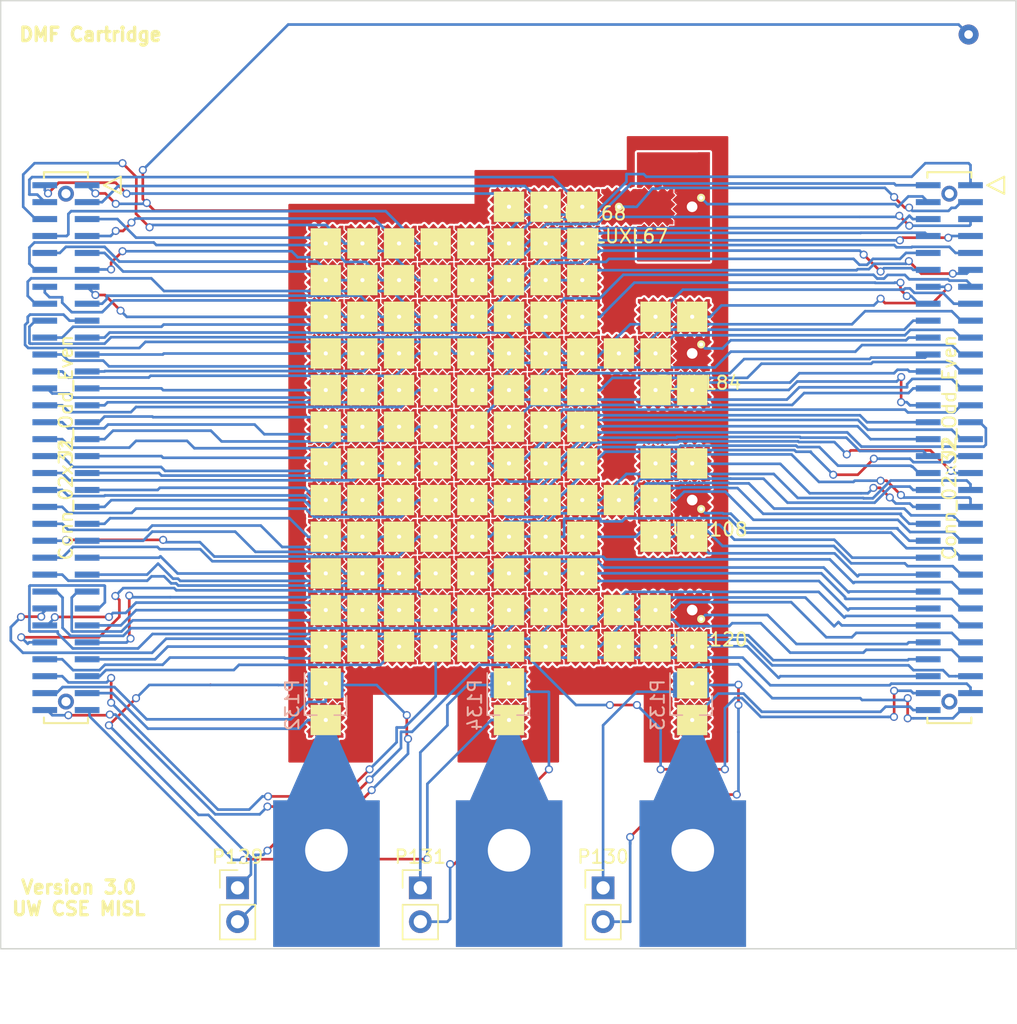
<source format=kicad_pcb>
(kicad_pcb (version 4) (host pcbnew 4.0.4-stable)
  (layers (0 F.Cu signal) (31 B.Cu signal) (34 B.Paste user) (35 F.Paste user) (36 B.SilkS user) (37 F.SilkS user) (38 B.Mask user) (39 F.Mask user) (44 Edge.Cuts user))
  (net 0 "")
  (net 1 "Net-(FLUXL1-Pad1)")
  (net 2 "Net-(FLUXL2-Pad1)")
  (net 3 "Net-(FLUXL3-Pad1)")
  (net 4 "Net-(FLUXL4-Pad1)")
  (net 5 "Net-(FLUXL5-Pad1)")
  (net 6 "Net-(FLUXL6-Pad1)")
  (net 7 "Net-(FLUXL7-Pad1)")
  (net 8 "Net-(FLUXL8-Pad1)")
  (net 9 "Net-(FLUXL9-Pad1)")
  (net 10 "Net-(FLUXL10-Pad1)")
  (net 11 "Net-(FLUXL11-Pad1)")
  (net 12 "Net-(FLUXL12-Pad1)")
  (net 13 "Net-(FLUXL13-Pad1)")
  (net 14 "Net-(FLUXL14-Pad1)")
  (net 15 "Net-(FLUXL15-Pad1)")
  (net 16 "Net-(FLUXL16-Pad1)")
  (net 17 "Net-(FLUXL17-Pad1)")
  (net 18 "Net-(FLUXL18-Pad1)")
  (net 19 "Net-(FLUXL19-Pad1)")
  (net 20 "Net-(FLUXL20-Pad1)")
  (net 21 "Net-(FLUXL21-Pad1)")
  (net 22 "Net-(FLUXL22-Pad1)")
  (net 23 "Net-(FLUXL23-Pad1)")
  (net 24 "Net-(FLUXL24-Pad1)")
  (net 25 "Net-(FLUXL25-Pad1)")
  (net 26 "Net-(FLUXL26-Pad1)")
  (net 27 "Net-(FLUXL27-Pad1)")
  (net 28 "Net-(FLUXL28-Pad1)")
  (net 29 "Net-(FLUXL29-Pad1)")
  (net 30 "Net-(FLUXL30-Pad1)")
  (net 31 "Net-(FLUXL31-Pad1)")
  (net 32 "Net-(FLUXL32-Pad1)")
  (net 33 "Net-(FLUXL33-Pad1)")
  (net 34 "Net-(FLUXL34-Pad1)")
  (net 35 "Net-(FLUXL35-Pad1)")
  (net 36 "Net-(FLUXL36-Pad1)")
  (net 37 "Net-(FLUXL37-Pad1)")
  (net 38 "Net-(FLUXL38-Pad1)")
  (net 39 "Net-(FLUXL39-Pad1)")
  (net 40 "Net-(FLUXL40-Pad1)")
  (net 41 "Net-(FLUXL41-Pad1)")
  (net 42 "Net-(FLUXL42-Pad1)")
  (net 43 "Net-(FLUXL43-Pad1)")
  (net 44 "Net-(FLUXL44-Pad1)")
  (net 45 "Net-(FLUXL45-Pad1)")
  (net 46 "Net-(FLUXL46-Pad1)")
  (net 47 "Net-(FLUXL47-Pad1)")
  (net 48 "Net-(FLUXL48-Pad1)")
  (net 49 "Net-(FLUXL49-Pad1)")
  (net 50 "Net-(FLUXL50-Pad1)")
  (net 51 "Net-(FLUXL51-Pad1)")
  (net 52 "Net-(FLUXL52-Pad1)")
  (net 53 "Net-(FLUXL53-Pad1)")
  (net 54 "Net-(FLUXL54-Pad1)")
  (net 55 "Net-(FLUXL55-Pad1)")
  (net 56 "Net-(FLUXL56-Pad1)")
  (net 57 "Net-(FLUXL57-Pad1)")
  (net 58 "Net-(FLUXL58-Pad1)")
  (net 59 "Net-(FLUXL59-Pad1)")
  (net 60 "Net-(FLUXL60-Pad1)")
  (net 61 "Net-(FLUXL61-Pad1)")
  (net 62 "Net-(FLUXL62-Pad1)")
  (net 63 "Net-(FLUXL63-Pad1)")
  (net 64 "Net-(FLUXL64-Pad1)")
  (net 65 "Net-(FLUXL65-Pad1)")
  (net 66 "Net-(FLUXL66-Pad1)")
  (net 67 "Net-(FLUXL67-Pad1)")
  (net 68 "Net-(FLUXL68-Pad1)")
  (net 69 "Net-(FLUXL69-Pad1)")
  (net 70 "Net-(FLUXL70-Pad1)")
  (net 71 "Net-(FLUXL71-Pad1)")
  (net 72 "Net-(FLUXL72-Pad1)")
  (net 73 "Net-(FLUXL73-Pad1)")
  (net 74 "Net-(FLUXL74-Pad1)")
  (net 75 "Net-(FLUXL75-Pad1)")
  (net 76 "Net-(FLUXL76-Pad1)")
  (net 77 "Net-(FLUXL77-Pad1)")
  (net 78 "Net-(FLUXL78-Pad1)")
  (net 79 "Net-(FLUXL79-Pad1)")
  (net 80 "Net-(FLUXL80-Pad1)")
  (net 81 "Net-(FLUXL81-Pad1)")
  (net 82 "Net-(FLUXL82-Pad1)")
  (net 83 "Net-(FLUXL83-Pad1)")
  (net 84 "Net-(FLUXL84-Pad1)")
  (net 85 "Net-(FLUXL85-Pad1)")
  (net 86 "Net-(FLUXL86-Pad1)")
  (net 87 "Net-(FLUXL87-Pad1)")
  (net 88 "Net-(FLUXL88-Pad1)")
  (net 89 "Net-(FLUXL89-Pad1)")
  (net 90 "Net-(FLUXL90-Pad1)")
  (net 91 "Net-(FLUXL91-Pad1)")
  (net 92 "Net-(FLUXL92-Pad1)")
  (net 93 "Net-(FLUXL93-Pad1)")
  (net 94 "Net-(FLUXL94-Pad1)")
  (net 95 "Net-(FLUXL95-Pad1)")
  (net 96 "Net-(FLUXL96-Pad1)")
  (net 97 "Net-(FLUXL97-Pad1)")
  (net 98 "Net-(FLUXL98-Pad1)")
  (net 99 "Net-(FLUXL99-Pad1)")
  (net 100 "Net-(FLUXL100-Pad1)")
  (net 101 "Net-(FLUXL101-Pad1)")
  (net 102 "Net-(FLUXL102-Pad1)")
  (net 103 "Net-(FLUXL103-Pad1)")
  (net 104 "Net-(FLUXL104-Pad1)")
  (net 105 "Net-(FLUXL105-Pad1)")
  (net 106 "Net-(FLUXL106-Pad1)")
  (net 107 "Net-(FLUXL107-Pad1)")
  (net 108 "Net-(FLUXL108-Pad1)")
  (net 109 "Net-(FLUXL109-Pad1)")
  (net 110 "Net-(FLUXL110-Pad1)")
  (net 111 "Net-(FLUXL111-Pad1)")
  (net 112 "Net-(FLUXL112-Pad1)")
  (net 113 "Net-(FLUXL113-Pad1)")
  (net 114 "Net-(FLUXL114-Pad1)")
  (net 115 "Net-(FLUXL115-Pad1)")
  (net 116 "Net-(FLUXL116-Pad1)")
  (net 117 "Net-(FLUXL117-Pad1)")
  (net 118 "Net-(FLUXL118-Pad1)")
  (net 119 "Net-(FLUXL119-Pad1)")
  (net 120 "Net-(FLUXL120-Pad1)")
  (net 121 "Net-(FLUXL121-Pad1)")
  (net 122 "Net-(FLUXL122-Pad1)")
  (net 123 "Net-(FLUXL123-Pad1)")
  (net 124 "Net-(FLUXL124-Pad1)")
  (net 125 "Net-(FLUXL125-Pad1)")
  (net 126 "Net-(FLUXL126-Pad1)")
  (net 127 "Net-(FLUXL127-Pad1)")
  (net 128 "Net-(FLUXL128-Pad1)")
  (net 129 "Net-(P129-Pad1)")
  (net 130 "Net-(P129-Pad2)")
  (net 131 "Net-(P130-Pad1)")
  (net 132 "Net-(P130-Pad2)")
  (net 133 "Net-(P131-Pad1)")
  (net 134 "Net-(P131-Pad2)")
  (module TO_SOT_Packages_THT:SOT126_SOT32_Housing_Horizontal (layer F.Cu) (at 79.883 129.869)
    (fp_text reference REF** hide)
    (fp_text value SOT126_SOT32_Housing_Horizontal)
    (pad "" np_thru_hole circle (at 0 -12.79906) (size 3.2004 3.2004) (drill 3.2004) (layers *.Cu *.Mask))
    (pad 2 smd trapezoid (at 0 -18.669) (size 4 7) (rect_delta 0 3.1) (layers B.Cu B.Mask))
    (pad 3 smd rect (at 0 -11.049) (size 8 11) (layers B.Cu B.Mask))
  )
  (module TO_SOT_Packages_THT:SOT126_SOT32_Housing_Horizontal (layer F.Cu) (at 66.1 129.869)
    (fp_text reference REF** hide)
    (fp_text value SOT126_SOT32_Housing_Horizontal)
    (pad "" np_thru_hole circle (at 0 -12.79906) (size 3.2004 3.2004) (drill 3.2004) (layers *.Cu *.Mask))
    (pad 2 smd trapezoid (at 0 -18.669) (size 4 7) (rect_delta 0 3.1) (layers B.Cu B.Mask))
    (pad 3 smd rect (at 0 -11.049) (size 8 11) (layers B.Cu B.Mask))
  )
  (module TO_SOT_Packages_THT:SOT126_SOT32_Housing_Horizontal (layer F.Cu) (at 52.39 129.869)
    (fp_text reference REF** hide)
    (fp_text value SOT126_SOT32_Housing_Horizontal)
    (pad "" np_thru_hole circle (at 0 -12.79906) (size 3.2004 3.2004) (drill 3.2004) (layers *.Cu *.Mask))
    (pad 2 smd trapezoid (at 0 -18.669) (size 4 7) (rect_delta 0 3.1) (layers B.Cu B.Mask))
    (pad 3 smd rect (at 0 -11.049) (size 8 11) (layers B.Cu B.Mask))
  )
  (module SamtecCLP13202FD:CLP-132-02-F-D (layer F.Cu) (at 99.14 86.868 90)
    (fp_text reference J2 (at 0 0 90) (layer F.SilkS))
    (fp_text value Conn_02x32_Odd_Even (at 0 0 90) (layer F.SilkS))
    (pad 1 smd rect (at 19.685 1.5875 90) (size 0.4572 1.8542) (layers B.Cu B.Paste B.Mask) (net 65 "Net-(FLUXL65-Pad1)"))
    (pad 2 smd rect (at 19.685 -1.5875 90) (size 0.4572 1.8542) (layers B.Cu B.Paste B.Mask) (net 66 "Net-(FLUXL66-Pad1)"))
    (pad 3 smd rect (at 18.415 1.5875 90) (size 0.4572 1.8542) (layers B.Cu B.Paste B.Mask) (net 67 "Net-(FLUXL67-Pad1)"))
    (pad 4 smd rect (at 18.415 -1.5875 90) (size 0.4572 1.8542) (layers B.Cu B.Paste B.Mask) (net 68 "Net-(FLUXL68-Pad1)"))
    (pad 5 smd rect (at 17.145 1.5875 90) (size 0.4572 1.8542) (layers B.Cu B.Paste B.Mask) (net 69 "Net-(FLUXL69-Pad1)"))
    (pad 6 smd rect (at 17.145 -1.5875 90) (size 0.4572 1.8542) (layers B.Cu B.Paste B.Mask) (net 70 "Net-(FLUXL70-Pad1)"))
    (pad 7 smd rect (at 15.875 1.5875 90) (size 0.4572 1.8542) (layers B.Cu B.Paste B.Mask) (net 71 "Net-(FLUXL71-Pad1)"))
    (pad 8 smd rect (at 15.875 -1.5875 90) (size 0.4572 1.8542) (layers B.Cu B.Paste B.Mask) (net 72 "Net-(FLUXL72-Pad1)"))
    (pad 9 smd rect (at 14.605 1.5875 90) (size 0.4572 1.8542) (layers B.Cu B.Paste B.Mask) (net 73 "Net-(FLUXL73-Pad1)"))
    (pad 10 smd rect (at 14.605 -1.5875 90) (size 0.4572 1.8542) (layers B.Cu B.Paste B.Mask) (net 74 "Net-(FLUXL74-Pad1)"))
    (pad 11 smd rect (at 13.335 1.5875 90) (size 0.4572 1.8542) (layers B.Cu B.Paste B.Mask) (net 75 "Net-(FLUXL75-Pad1)"))
    (pad 12 smd rect (at 13.335 -1.5875 90) (size 0.4572 1.8542) (layers B.Cu B.Paste B.Mask) (net 76 "Net-(FLUXL76-Pad1)"))
    (pad 13 smd rect (at 12.065 1.5875 90) (size 0.4572 1.8542) (layers B.Cu B.Paste B.Mask) (net 77 "Net-(FLUXL77-Pad1)"))
    (pad 14 smd rect (at 12.065 -1.5875 90) (size 0.4572 1.8542) (layers B.Cu B.Paste B.Mask) (net 78 "Net-(FLUXL78-Pad1)"))
    (pad 15 smd rect (at 10.795 1.5875 90) (size 0.4572 1.8542) (layers B.Cu B.Paste B.Mask) (net 79 "Net-(FLUXL79-Pad1)"))
    (pad 16 smd rect (at 10.795 -1.5875 90) (size 0.4572 1.8542) (layers B.Cu B.Paste B.Mask) (net 80 "Net-(FLUXL80-Pad1)"))
    (pad 17 smd rect (at 9.525 1.5875 90) (size 0.4572 1.8542) (layers B.Cu B.Paste B.Mask) (net 81 "Net-(FLUXL81-Pad1)"))
    (pad 18 smd rect (at 9.525 -1.5875 90) (size 0.4572 1.8542) (layers B.Cu B.Paste B.Mask) (net 82 "Net-(FLUXL82-Pad1)"))
    (pad 19 smd rect (at 8.255 1.5875 90) (size 0.4572 1.8542) (layers B.Cu B.Paste B.Mask) (net 83 "Net-(FLUXL83-Pad1)"))
    (pad 20 smd rect (at 8.255 -1.5875 90) (size 0.4572 1.8542) (layers B.Cu B.Paste B.Mask) (net 84 "Net-(FLUXL84-Pad1)"))
    (pad 21 smd rect (at 6.985 1.5875 90) (size 0.4572 1.8542) (layers B.Cu B.Paste B.Mask) (net 85 "Net-(FLUXL85-Pad1)"))
    (pad 22 smd rect (at 6.985 -1.5875 90) (size 0.4572 1.8542) (layers B.Cu B.Paste B.Mask) (net 86 "Net-(FLUXL86-Pad1)"))
    (pad 23 smd rect (at 5.715 1.5875 90) (size 0.4572 1.8542) (layers B.Cu B.Paste B.Mask) (net 87 "Net-(FLUXL87-Pad1)"))
    (pad 24 smd rect (at 5.715 -1.5875 90) (size 0.4572 1.8542) (layers B.Cu B.Paste B.Mask) (net 88 "Net-(FLUXL88-Pad1)"))
    (pad 25 smd rect (at 4.445 1.5875 90) (size 0.4572 1.8542) (layers B.Cu B.Paste B.Mask) (net 89 "Net-(FLUXL89-Pad1)"))
    (pad 26 smd rect (at 4.445 -1.5875 90) (size 0.4572 1.8542) (layers B.Cu B.Paste B.Mask) (net 90 "Net-(FLUXL90-Pad1)"))
    (pad 27 smd rect (at 3.175 1.5875 90) (size 0.4572 1.8542) (layers B.Cu B.Paste B.Mask) (net 91 "Net-(FLUXL91-Pad1)"))
    (pad 28 smd rect (at 3.175 -1.5875 90) (size 0.4572 1.8542) (layers B.Cu B.Paste B.Mask) (net 92 "Net-(FLUXL92-Pad1)"))
    (pad 29 smd rect (at 1.905 1.5875 90) (size 0.4572 1.8542) (layers B.Cu B.Paste B.Mask) (net 93 "Net-(FLUXL93-Pad1)"))
    (pad 30 smd rect (at 1.905 -1.5875 90) (size 0.4572 1.8542) (layers B.Cu B.Paste B.Mask) (net 94 "Net-(FLUXL94-Pad1)"))
    (pad 31 smd rect (at 0.635 1.5875 90) (size 0.4572 1.8542) (layers B.Cu B.Paste B.Mask) (net 95 "Net-(FLUXL95-Pad1)"))
    (pad 32 smd rect (at 0.635 -1.5875 90) (size 0.4572 1.8542) (layers B.Cu B.Paste B.Mask) (net 96 "Net-(FLUXL96-Pad1)"))
    (pad 33 smd rect (at -0.635 1.5875 90) (size 0.4572 1.8542) (layers B.Cu B.Paste B.Mask) (net 97 "Net-(FLUXL97-Pad1)"))
    (pad 34 smd rect (at -0.635 -1.5875 90) (size 0.4572 1.8542) (layers B.Cu B.Paste B.Mask) (net 98 "Net-(FLUXL98-Pad1)"))
    (pad 35 smd rect (at -1.905 1.5875 90) (size 0.4572 1.8542) (layers B.Cu B.Paste B.Mask) (net 99 "Net-(FLUXL99-Pad1)"))
    (pad 36 smd rect (at -1.905 -1.5875 90) (size 0.4572 1.8542) (layers B.Cu B.Paste B.Mask) (net 100 "Net-(FLUXL100-Pad1)"))
    (pad 37 smd rect (at -3.175 1.5875 90) (size 0.4572 1.8542) (layers B.Cu B.Paste B.Mask) (net 101 "Net-(FLUXL101-Pad1)"))
    (pad 38 smd rect (at -3.175 -1.5875 90) (size 0.4572 1.8542) (layers B.Cu B.Paste B.Mask) (net 102 "Net-(FLUXL102-Pad1)"))
    (pad 39 smd rect (at -4.445 1.5875 90) (size 0.4572 1.8542) (layers B.Cu B.Paste B.Mask) (net 103 "Net-(FLUXL103-Pad1)"))
    (pad 40 smd rect (at -4.445 -1.5875 90) (size 0.4572 1.8542) (layers B.Cu B.Paste B.Mask) (net 104 "Net-(FLUXL104-Pad1)"))
    (pad 41 smd rect (at -5.715 1.5875 90) (size 0.4572 1.8542) (layers B.Cu B.Paste B.Mask) (net 105 "Net-(FLUXL105-Pad1)"))
    (pad 42 smd rect (at -5.715 -1.5875 90) (size 0.4572 1.8542) (layers B.Cu B.Paste B.Mask) (net 106 "Net-(FLUXL106-Pad1)"))
    (pad 43 smd rect (at -6.985 1.5875 90) (size 0.4572 1.8542) (layers B.Cu B.Paste B.Mask) (net 107 "Net-(FLUXL107-Pad1)"))
    (pad 44 smd rect (at -6.985 -1.5875 90) (size 0.4572 1.8542) (layers B.Cu B.Paste B.Mask) (net 108 "Net-(FLUXL108-Pad1)"))
    (pad 45 smd rect (at -8.255 1.5875 90) (size 0.4572 1.8542) (layers B.Cu B.Paste B.Mask) (net 109 "Net-(FLUXL109-Pad1)"))
    (pad 46 smd rect (at -8.255 -1.5875 90) (size 0.4572 1.8542) (layers B.Cu B.Paste B.Mask) (net 110 "Net-(FLUXL110-Pad1)"))
    (pad 47 smd rect (at -9.525 1.5875 90) (size 0.4572 1.8542) (layers B.Cu B.Paste B.Mask) (net 111 "Net-(FLUXL111-Pad1)"))
    (pad 48 smd rect (at -9.525 -1.5875 90) (size 0.4572 1.8542) (layers B.Cu B.Paste B.Mask) (net 112 "Net-(FLUXL112-Pad1)"))
    (pad 49 smd rect (at -10.795 1.5875 90) (size 0.4572 1.8542) (layers B.Cu B.Paste B.Mask) (net 113 "Net-(FLUXL113-Pad1)"))
    (pad 50 smd rect (at -10.795 -1.5875 90) (size 0.4572 1.8542) (layers B.Cu B.Paste B.Mask) (net 114 "Net-(FLUXL114-Pad1)"))
    (pad 51 smd rect (at -12.065 1.5875 90) (size 0.4572 1.8542) (layers B.Cu B.Paste B.Mask) (net 115 "Net-(FLUXL115-Pad1)"))
    (pad 52 smd rect (at -12.065 -1.5875 90) (size 0.4572 1.8542) (layers B.Cu B.Paste B.Mask) (net 116 "Net-(FLUXL116-Pad1)"))
    (pad 53 smd rect (at -13.335 1.5875 90) (size 0.4572 1.8542) (layers B.Cu B.Paste B.Mask) (net 117 "Net-(FLUXL117-Pad1)"))
    (pad 54 smd rect (at -13.335 -1.5875 90) (size 0.4572 1.8542) (layers B.Cu B.Paste B.Mask) (net 118 "Net-(FLUXL118-Pad1)"))
    (pad 55 smd rect (at -14.605 1.5875 90) (size 0.4572 1.8542) (layers B.Cu B.Paste B.Mask) (net 119 "Net-(FLUXL119-Pad1)"))
    (pad 56 smd rect (at -14.605 -1.5875 90) (size 0.4572 1.8542) (layers B.Cu B.Paste B.Mask) (net 120 "Net-(FLUXL120-Pad1)"))
    (pad 57 smd rect (at -15.875 1.5875 90) (size 0.4572 1.8542) (layers B.Cu B.Paste B.Mask) (net 121 "Net-(FLUXL121-Pad1)"))
    (pad 58 smd rect (at -15.875 -1.5875 90) (size 0.4572 1.8542) (layers B.Cu B.Paste B.Mask) (net 122 "Net-(FLUXL122-Pad1)"))
    (pad 59 smd rect (at -17.145 1.5875 90) (size 0.4572 1.8542) (layers B.Cu B.Paste B.Mask) (net 123 "Net-(FLUXL123-Pad1)"))
    (pad 60 smd rect (at -17.145 -1.5875 90) (size 0.4572 1.8542) (layers B.Cu B.Paste B.Mask) (net 124 "Net-(FLUXL124-Pad1)"))
    (pad 61 smd rect (at -18.415 1.5875 90) (size 0.4572 1.8542) (layers B.Cu B.Paste B.Mask) (net 125 "Net-(FLUXL125-Pad1)"))
    (pad 62 smd rect (at -18.415 -1.5875 90) (size 0.4572 1.8542) (layers B.Cu B.Paste B.Mask) (net 126 "Net-(FLUXL126-Pad1)"))
    (pad 63 smd rect (at -19.685 1.5875 90) (size 0.4572 1.8542) (layers B.Cu B.Paste B.Mask) (net 127 "Net-(FLUXL127-Pad1)"))
    (pad 64 smd rect (at -19.685 -1.5875 90) (size 0.4572 1.8542) (layers B.Cu B.Paste B.Mask) (net 128 "Net-(FLUXL128-Pad1)"))
    (pad "" np_thru_hole circle (at -19.05 0 90) (size 1.1938 1.1938) (drill 0.6858) (layers *.Cu *.Mask))
    (pad "" np_thru_hole circle (at 19.05 0 90) (size 1.1938 1.1938) (drill 0.6858) (layers *.Cu *.Mask))
  )
  (module SamtecCLP13202FD:CLP-132-02-F-D (layer F.Cu) (at 32.84 86.868 90)
    (fp_text reference J1 (at 0 0 90) (layer F.SilkS))
    (fp_text value Conn_02x32_Odd_Even (at 0 0 90) (layer F.SilkS))
    (pad 1 smd rect (at 19.685 1.5875 90) (size 0.4572 1.8542) (layers B.Cu B.Paste B.Mask) (net 1 "Net-(FLUXL1-Pad1)"))
    (pad 2 smd rect (at 19.685 -1.5875 90) (size 0.4572 1.8542) (layers B.Cu B.Paste B.Mask) (net 2 "Net-(FLUXL2-Pad1)"))
    (pad 3 smd rect (at 18.415 1.5875 90) (size 0.4572 1.8542) (layers B.Cu B.Paste B.Mask) (net 3 "Net-(FLUXL3-Pad1)"))
    (pad 4 smd rect (at 18.415 -1.5875 90) (size 0.4572 1.8542) (layers B.Cu B.Paste B.Mask) (net 4 "Net-(FLUXL4-Pad1)"))
    (pad 5 smd rect (at 17.145 1.5875 90) (size 0.4572 1.8542) (layers B.Cu B.Paste B.Mask) (net 5 "Net-(FLUXL5-Pad1)"))
    (pad 6 smd rect (at 17.145 -1.5875 90) (size 0.4572 1.8542) (layers B.Cu B.Paste B.Mask) (net 6 "Net-(FLUXL6-Pad1)"))
    (pad 7 smd rect (at 15.875 1.5875 90) (size 0.4572 1.8542) (layers B.Cu B.Paste B.Mask) (net 7 "Net-(FLUXL7-Pad1)"))
    (pad 8 smd rect (at 15.875 -1.5875 90) (size 0.4572 1.8542) (layers B.Cu B.Paste B.Mask) (net 8 "Net-(FLUXL8-Pad1)"))
    (pad 9 smd rect (at 14.605 1.5875 90) (size 0.4572 1.8542) (layers B.Cu B.Paste B.Mask) (net 9 "Net-(FLUXL9-Pad1)"))
    (pad 10 smd rect (at 14.605 -1.5875 90) (size 0.4572 1.8542) (layers B.Cu B.Paste B.Mask) (net 10 "Net-(FLUXL10-Pad1)"))
    (pad 11 smd rect (at 13.335 1.5875 90) (size 0.4572 1.8542) (layers B.Cu B.Paste B.Mask) (net 11 "Net-(FLUXL11-Pad1)"))
    (pad 12 smd rect (at 13.335 -1.5875 90) (size 0.4572 1.8542) (layers B.Cu B.Paste B.Mask) (net 12 "Net-(FLUXL12-Pad1)"))
    (pad 13 smd rect (at 12.065 1.5875 90) (size 0.4572 1.8542) (layers B.Cu B.Paste B.Mask) (net 13 "Net-(FLUXL13-Pad1)"))
    (pad 14 smd rect (at 12.065 -1.5875 90) (size 0.4572 1.8542) (layers B.Cu B.Paste B.Mask) (net 14 "Net-(FLUXL14-Pad1)"))
    (pad 15 smd rect (at 10.795 1.5875 90) (size 0.4572 1.8542) (layers B.Cu B.Paste B.Mask) (net 15 "Net-(FLUXL15-Pad1)"))
    (pad 16 smd rect (at 10.795 -1.5875 90) (size 0.4572 1.8542) (layers B.Cu B.Paste B.Mask) (net 16 "Net-(FLUXL16-Pad1)"))
    (pad 17 smd rect (at 9.525 1.5875 90) (size 0.4572 1.8542) (layers B.Cu B.Paste B.Mask) (net 17 "Net-(FLUXL17-Pad1)"))
    (pad 18 smd rect (at 9.525 -1.5875 90) (size 0.4572 1.8542) (layers B.Cu B.Paste B.Mask) (net 18 "Net-(FLUXL18-Pad1)"))
    (pad 19 smd rect (at 8.255 1.5875 90) (size 0.4572 1.8542) (layers B.Cu B.Paste B.Mask) (net 19 "Net-(FLUXL19-Pad1)"))
    (pad 20 smd rect (at 8.255 -1.5875 90) (size 0.4572 1.8542) (layers B.Cu B.Paste B.Mask) (net 20 "Net-(FLUXL20-Pad1)"))
    (pad 21 smd rect (at 6.985 1.5875 90) (size 0.4572 1.8542) (layers B.Cu B.Paste B.Mask) (net 21 "Net-(FLUXL21-Pad1)"))
    (pad 22 smd rect (at 6.985 -1.5875 90) (size 0.4572 1.8542) (layers B.Cu B.Paste B.Mask) (net 22 "Net-(FLUXL22-Pad1)"))
    (pad 23 smd rect (at 5.715 1.5875 90) (size 0.4572 1.8542) (layers B.Cu B.Paste B.Mask) (net 23 "Net-(FLUXL23-Pad1)"))
    (pad 24 smd rect (at 5.715 -1.5875 90) (size 0.4572 1.8542) (layers B.Cu B.Paste B.Mask) (net 24 "Net-(FLUXL24-Pad1)"))
    (pad 25 smd rect (at 4.445 1.5875 90) (size 0.4572 1.8542) (layers B.Cu B.Paste B.Mask) (net 25 "Net-(FLUXL25-Pad1)"))
    (pad 26 smd rect (at 4.445 -1.5875 90) (size 0.4572 1.8542) (layers B.Cu B.Paste B.Mask) (net 26 "Net-(FLUXL26-Pad1)"))
    (pad 27 smd rect (at 3.175 1.5875 90) (size 0.4572 1.8542) (layers B.Cu B.Paste B.Mask) (net 27 "Net-(FLUXL27-Pad1)"))
    (pad 28 smd rect (at 3.175 -1.5875 90) (size 0.4572 1.8542) (layers B.Cu B.Paste B.Mask) (net 28 "Net-(FLUXL28-Pad1)"))
    (pad 29 smd rect (at 1.905 1.5875 90) (size 0.4572 1.8542) (layers B.Cu B.Paste B.Mask) (net 29 "Net-(FLUXL29-Pad1)"))
    (pad 30 smd rect (at 1.905 -1.5875 90) (size 0.4572 1.8542) (layers B.Cu B.Paste B.Mask) (net 30 "Net-(FLUXL30-Pad1)"))
    (pad 31 smd rect (at 0.635 1.5875 90) (size 0.4572 1.8542) (layers B.Cu B.Paste B.Mask) (net 31 "Net-(FLUXL31-Pad1)"))
    (pad 32 smd rect (at 0.635 -1.5875 90) (size 0.4572 1.8542) (layers B.Cu B.Paste B.Mask) (net 32 "Net-(FLUXL32-Pad1)"))
    (pad 33 smd rect (at -0.635 1.5875 90) (size 0.4572 1.8542) (layers B.Cu B.Paste B.Mask) (net 33 "Net-(FLUXL33-Pad1)"))
    (pad 34 smd rect (at -0.635 -1.5875 90) (size 0.4572 1.8542) (layers B.Cu B.Paste B.Mask) (net 34 "Net-(FLUXL34-Pad1)"))
    (pad 35 smd rect (at -1.905 1.5875 90) (size 0.4572 1.8542) (layers B.Cu B.Paste B.Mask) (net 35 "Net-(FLUXL35-Pad1)"))
    (pad 36 smd rect (at -1.905 -1.5875 90) (size 0.4572 1.8542) (layers B.Cu B.Paste B.Mask) (net 36 "Net-(FLUXL36-Pad1)"))
    (pad 37 smd rect (at -3.175 1.5875 90) (size 0.4572 1.8542) (layers B.Cu B.Paste B.Mask) (net 37 "Net-(FLUXL37-Pad1)"))
    (pad 38 smd rect (at -3.175 -1.5875 90) (size 0.4572 1.8542) (layers B.Cu B.Paste B.Mask) (net 38 "Net-(FLUXL38-Pad1)"))
    (pad 39 smd rect (at -4.445 1.5875 90) (size 0.4572 1.8542) (layers B.Cu B.Paste B.Mask) (net 39 "Net-(FLUXL39-Pad1)"))
    (pad 40 smd rect (at -4.445 -1.5875 90) (size 0.4572 1.8542) (layers B.Cu B.Paste B.Mask) (net 40 "Net-(FLUXL40-Pad1)"))
    (pad 41 smd rect (at -5.715 1.5875 90) (size 0.4572 1.8542) (layers B.Cu B.Paste B.Mask) (net 41 "Net-(FLUXL41-Pad1)"))
    (pad 42 smd rect (at -5.715 -1.5875 90) (size 0.4572 1.8542) (layers B.Cu B.Paste B.Mask) (net 42 "Net-(FLUXL42-Pad1)"))
    (pad 43 smd rect (at -6.985 1.5875 90) (size 0.4572 1.8542) (layers B.Cu B.Paste B.Mask) (net 43 "Net-(FLUXL43-Pad1)"))
    (pad 44 smd rect (at -6.985 -1.5875 90) (size 0.4572 1.8542) (layers B.Cu B.Paste B.Mask) (net 44 "Net-(FLUXL44-Pad1)"))
    (pad 45 smd rect (at -8.255 1.5875 90) (size 0.4572 1.8542) (layers B.Cu B.Paste B.Mask) (net 45 "Net-(FLUXL45-Pad1)"))
    (pad 46 smd rect (at -8.255 -1.5875 90) (size 0.4572 1.8542) (layers B.Cu B.Paste B.Mask) (net 46 "Net-(FLUXL46-Pad1)"))
    (pad 47 smd rect (at -9.525 1.5875 90) (size 0.4572 1.8542) (layers B.Cu B.Paste B.Mask) (net 47 "Net-(FLUXL47-Pad1)"))
    (pad 48 smd rect (at -9.525 -1.5875 90) (size 0.4572 1.8542) (layers B.Cu B.Paste B.Mask) (net 48 "Net-(FLUXL48-Pad1)"))
    (pad 49 smd rect (at -10.795 1.5875 90) (size 0.4572 1.8542) (layers B.Cu B.Paste B.Mask) (net 49 "Net-(FLUXL49-Pad1)"))
    (pad 50 smd rect (at -10.795 -1.5875 90) (size 0.4572 1.8542) (layers B.Cu B.Paste B.Mask) (net 50 "Net-(FLUXL50-Pad1)"))
    (pad 51 smd rect (at -12.065 1.5875 90) (size 0.4572 1.8542) (layers B.Cu B.Paste B.Mask) (net 51 "Net-(FLUXL51-Pad1)"))
    (pad 52 smd rect (at -12.065 -1.5875 90) (size 0.4572 1.8542) (layers B.Cu B.Paste B.Mask) (net 52 "Net-(FLUXL52-Pad1)"))
    (pad 53 smd rect (at -13.335 1.5875 90) (size 0.4572 1.8542) (layers B.Cu B.Paste B.Mask) (net 53 "Net-(FLUXL53-Pad1)"))
    (pad 54 smd rect (at -13.335 -1.5875 90) (size 0.4572 1.8542) (layers B.Cu B.Paste B.Mask) (net 54 "Net-(FLUXL54-Pad1)"))
    (pad 55 smd rect (at -14.605 1.5875 90) (size 0.4572 1.8542) (layers B.Cu B.Paste B.Mask) (net 55 "Net-(FLUXL55-Pad1)"))
    (pad 56 smd rect (at -14.605 -1.5875 90) (size 0.4572 1.8542) (layers B.Cu B.Paste B.Mask) (net 56 "Net-(FLUXL56-Pad1)"))
    (pad 57 smd rect (at -15.875 1.5875 90) (size 0.4572 1.8542) (layers B.Cu B.Paste B.Mask) (net 57 "Net-(FLUXL57-Pad1)"))
    (pad 58 smd rect (at -15.875 -1.5875 90) (size 0.4572 1.8542) (layers B.Cu B.Paste B.Mask) (net 58 "Net-(FLUXL58-Pad1)"))
    (pad 59 smd rect (at -17.145 1.5875 90) (size 0.4572 1.8542) (layers B.Cu B.Paste B.Mask) (net 59 "Net-(FLUXL59-Pad1)"))
    (pad 60 smd rect (at -17.145 -1.5875 90) (size 0.4572 1.8542) (layers B.Cu B.Paste B.Mask) (net 60 "Net-(FLUXL60-Pad1)"))
    (pad 61 smd rect (at -18.415 1.5875 90) (size 0.4572 1.8542) (layers B.Cu B.Paste B.Mask) (net 61 "Net-(FLUXL61-Pad1)"))
    (pad 62 smd rect (at -18.415 -1.5875 90) (size 0.4572 1.8542) (layers B.Cu B.Paste B.Mask) (net 62 "Net-(FLUXL62-Pad1)"))
    (pad 63 smd rect (at -19.685 1.5875 90) (size 0.4572 1.8542) (layers B.Cu B.Paste B.Mask) (net 63 "Net-(FLUXL63-Pad1)"))
    (pad 64 smd rect (at -19.685 -1.5875 90) (size 0.4572 1.8542) (layers B.Cu B.Paste B.Mask) (net 64 "Net-(FLUXL64-Pad1)"))
    (pad "" np_thru_hole circle (at -19.05 0 90) (size 1.1938 1.1938) (drill 0.6858) (layers *.Cu *.Mask))
    (pad "" np_thru_hole circle (at 19.05 0 90) (size 1.1938 1.1938) (drill 0.6858) (layers *.Cu *.Mask))
  )
  (module GaudiLabsFootPrints:FLUXPAD_2_75_4MIL_4_5 (layer F.Cu) (at 100.584 55.88)
    (fp_text reference FLUXL1 hide)
    (fp_text value FX hide)
    (pad 1 thru_hole circle (at 0 0) (size 1.5 1.5) (drill 0.65) (layers B.Cu B.Mask) (net 1 "Net-(FLUXL1-Pad1)"))
  )
  (module Pin_Headers:Pin_Header_Straight_1x02_Pitch2.54mm (layer F.Cu) (at 45.72 119.888)
    (fp_text reference P129 (at 0 -2.33) (layer F.SilkS))
    (fp_text value CONN_01X02)
    (pad 1 thru_hole rect (at 0 0) (size 1.7 1.7) (drill 1) (layers *.Cu *.Mask) (net 129 "Net-(P129-Pad1)"))
    (pad 2 thru_hole oval (at 0 2.54) (size 1.7 1.7) (drill 1) (layers *.Cu *.Mask) (net 130 "Net-(P129-Pad2)"))
  )
  (module Pin_Headers:Pin_Header_Straight_1x02_Pitch2.54mm (layer F.Cu) (at 73.152 119.888)
    (fp_text reference P130 (at 0 -2.33) (layer F.SilkS))
    (fp_text value CONN_01X02)
    (pad 1 thru_hole rect (at 0 0) (size 1.7 1.7) (drill 1) (layers *.Cu *.Mask) (net 131 "Net-(P130-Pad1)"))
    (pad 2 thru_hole oval (at 0 2.54) (size 1.7 1.7) (drill 1) (layers *.Cu *.Mask) (net 132 "Net-(P130-Pad2)"))
  )
  (module Pin_Headers:Pin_Header_Straight_1x02_Pitch2.54mm (layer F.Cu) (at 59.436 119.888)
    (fp_text reference P131 (at 0 -2.33) (layer F.SilkS))
    (fp_text value CONN_01X02)
    (pad 1 thru_hole rect (at 0 0) (size 1.7 1.7) (drill 1) (layers *.Cu *.Mask) (net 133 "Net-(P131-Pad1)"))
    (pad 2 thru_hole oval (at 0 2.54) (size 1.7 1.7) (drill 1) (layers *.Cu *.Mask) (net 134 "Net-(P131-Pad2)"))
  )
  (module TO_SOT_Packages_SMD:SOT-23_Handsoldering (layer B.Cu) (at 52.324 106.172 270)
    (fp_text reference P132 (at 0 2.5 270) (layer B.SilkS) (effects (justify mirror)))
    (fp_text value CONN_01X03)
    (pad 1 smd rect (at -1.5 0.95 270) (size 1.9 0.8) (layers B.Cu B.Paste B.Mask) (net 129 "Net-(P129-Pad1)"))
    (pad 2 smd rect (at -1.5 -0.95 270) (size 1.9 0.8) (layers B.Cu B.Paste B.Mask) (net 130 "Net-(P129-Pad2)"))
    (pad 3 smd rect (at 1.5 0 270) (size 1.9 0.8) (layers B.Cu B.Paste B.Mask) (net 61 "Net-(FLUXL61-Pad1)"))
  )
  (module TO_SOT_Packages_SMD:SOT-23_Handsoldering (layer B.Cu) (at 79.756 106.172 270)
    (fp_text reference P133 (at 0 2.5 270) (layer B.SilkS) (effects (justify mirror)))
    (fp_text value CONN_01X03)
    (pad 1 smd rect (at -1.5 0.95 270) (size 1.9 0.8) (layers B.Cu B.Paste B.Mask) (net 131 "Net-(P130-Pad1)"))
    (pad 2 smd rect (at -1.5 -0.95 270) (size 1.9 0.8) (layers B.Cu B.Paste B.Mask) (net 132 "Net-(P130-Pad2)"))
    (pad 3 smd rect (at 1.5 0 270) (size 1.9 0.8) (layers B.Cu B.Paste B.Mask) (net 128 "Net-(FLUXL128-Pad1)"))
  )
  (module TO_SOT_Packages_SMD:SOT-23_Handsoldering (layer B.Cu) (at 66.04 106.172 270)
    (fp_text reference P134 (at 0 2.5 270) (layer B.SilkS) (effects (justify mirror)))
    (fp_text value CONN_01X03)
    (pad 1 smd rect (at -1.5 0.95 270) (size 1.9 0.8) (layers B.Cu B.Paste B.Mask) (net 133 "Net-(P131-Pad1)"))
    (pad 2 smd rect (at -1.5 -0.95 270) (size 1.9 0.8) (layers B.Cu B.Paste B.Mask) (net 134 "Net-(P131-Pad2)"))
    (pad 3 smd rect (at 1.5 0 270) (size 1.9 0.8) (layers B.Cu B.Paste B.Mask) (net 63 "Net-(FLUXL63-Pad1)"))
  )
  (module GaudiLabsFootPrints:FLUXPAD_2_75_4MIL_4_5 (layer F.Cu) (at 66.09 68.8)
    (fp_text reference FLUXL2 hide)
    (fp_text value FX hide)
    (fp_line (start 1.17 0.39) (end 1.3 0.52) (layer F.Cu) (width 0.15))
    (fp_line (start 1.3 0.52) (end 1.17 0.64) (layer F.Cu) (width 0.15))
    (fp_line (start 1.17 0.64) (end 1.17 0.39) (layer F.Cu) (width 0.15))
    (fp_line (start 1.16 -0.3) (end 1.29 -0.17) (layer F.Cu) (width 0.15))
    (fp_line (start 1.29 -0.17) (end 1.16 -0.05) (layer F.Cu) (width 0.15))
    (fp_line (start 1.16 -0.05) (end 1.16 -0.3) (layer F.Cu) (width 0.15))
    (fp_line (start 1.07 -1.17) (end 1.18 -1.17) (layer F.Cu) (width 0.15))
    (fp_line (start 1.18 -1.17) (end 1.17 -0.72) (layer F.Cu) (width 0.15))
    (fp_line (start 1.17 -0.72) (end 1.27 -0.88) (layer F.Cu) (width 0.15))
    (fp_line (start -1.17 -0.39) (end -1.3 -0.52) (layer F.Cu) (width 0.15))
    (fp_line (start -1.3 -0.52) (end -1.17 -0.64) (layer F.Cu) (width 0.15))
    (fp_line (start -1.17 -0.64) (end -1.17 -0.39) (layer F.Cu) (width 0.15))
    (fp_line (start -1.16 0.3) (end -1.29 0.17) (layer F.Cu) (width 0.15))
    (fp_line (start -1.29 0.17) (end -1.16 0.05) (layer F.Cu) (width 0.15))
    (fp_line (start -1.16 0.05) (end -1.16 0.3) (layer F.Cu) (width 0.15))
    (fp_line (start -1.07 1.17) (end -1.18 1.17) (layer F.Cu) (width 0.15))
    (fp_line (start -1.18 1.17) (end -1.17 0.72) (layer F.Cu) (width 0.15))
    (fp_line (start -1.17 0.72) (end -1.27 0.88) (layer F.Cu) (width 0.15))
    (fp_line (start -0.39 1.17) (end -0.52 1.3) (layer F.Cu) (width 0.15))
    (fp_line (start -0.52 1.3) (end -0.64 1.17) (layer F.Cu) (width 0.15))
    (fp_line (start -0.64 1.17) (end -0.39 1.17) (layer F.Cu) (width 0.15))
    (fp_line (start 0.3 1.16) (end 0.17 1.29) (layer F.Cu) (width 0.15))
    (fp_line (start 0.17 1.29) (end 0.05 1.16) (layer F.Cu) (width 0.15))
    (fp_line (start 0.05 1.16) (end 0.3 1.16) (layer F.Cu) (width 0.15))
    (fp_line (start 1.17 1.07) (end 1.17 1.18) (layer F.Cu) (width 0.15))
    (fp_line (start 1.17 1.18) (end 0.72 1.17) (layer F.Cu) (width 0.15))
    (fp_line (start 0.72 1.17) (end 0.88 1.27) (layer F.Cu) (width 0.15))
    (fp_line (start 0.39 -1.17) (end 0.52 -1.3) (layer F.Cu) (width 0.15))
    (fp_line (start 0.52 -1.3) (end 0.64 -1.17) (layer F.Cu) (width 0.15))
    (fp_line (start 0.64 -1.17) (end 0.39 -1.17) (layer F.Cu) (width 0.15))
    (fp_line (start -0.3 -1.16) (end -0.17 -1.29) (layer F.Cu) (width 0.15))
    (fp_line (start -0.17 -1.29) (end -0.05 -1.16) (layer F.Cu) (width 0.15))
    (fp_line (start -0.05 -1.16) (end -0.3 -1.16) (layer F.Cu) (width 0.15))
    (fp_line (start -1.17 -1.07) (end -1.17 -1.18) (layer F.Cu) (width 0.15))
    (fp_line (start -1.17 -1.18) (end -0.72 -1.17) (layer F.Cu) (width 0.15))
    (fp_line (start -0.72 -1.17) (end -0.88 -1.27) (layer F.Cu) (width 0.15))
    (fp_line (start 1.411 -0.859) (end 1.275 -0.989) (layer F.Cu) (width 0.1))
    (fp_line (start 1.275 -0.989) (end 1.275 -1.275) (layer F.Cu) (width 0.1))
    (fp_line (start 1.275 -1.275) (end 1.074 -1.275) (layer F.Cu) (width 0.1))
    (fp_line (start 1.074 -1.275) (end 0.859 -1.051) (layer F.Cu) (width 0.1))
    (fp_line (start -1.411 0.859) (end -1.275 0.989) (layer F.Cu) (width 0.1))
    (fp_line (start -1.275 0.989) (end -1.275 1.275) (layer F.Cu) (width 0.1))
    (fp_line (start -1.275 1.275) (end -1.074 1.275) (layer F.Cu) (width 0.1))
    (fp_line (start -1.074 1.275) (end -0.859 1.051) (layer F.Cu) (width 0.1))
    (fp_line (start 0.859 1.411) (end 0.989 1.275) (layer F.Cu) (width 0.1))
    (fp_line (start 0.989 1.275) (end 1.275 1.275) (layer F.Cu) (width 0.1))
    (fp_line (start 1.275 1.275) (end 1.275 1.074) (layer F.Cu) (width 0.1))
    (fp_line (start 1.275 1.074) (end 1.051 0.859) (layer F.Cu) (width 0.1))
    (fp_line (start -0.859 -1.411) (end -0.989 -1.275) (layer F.Cu) (width 0.1))
    (fp_line (start -0.989 -1.275) (end -1.275 -1.275) (layer F.Cu) (width 0.1))
    (fp_line (start -1.275 -1.275) (end -1.275 -1.074) (layer F.Cu) (width 0.1))
    (fp_line (start -1.275 -1.074) (end -1.051 -0.859) (layer F.Cu) (width 0.1))
    (fp_line (start -0.859375 -1.411) (end -0.515625 -1.051) (layer F.Cu) (width 0.1))
    (fp_line (start 0.859375 1.411) (end 0.515625 1.051) (layer F.Cu) (width 0.1))
    (fp_line (start -1.411 0.859375) (end -1.051 0.515625) (layer F.Cu) (width 0.1))
    (fp_line (start 1.411 -0.859375) (end 1.051 -0.515625) (layer F.Cu) (width 0.1))
    (fp_line (start -0.515625 -1.051) (end -0.171875 -1.411) (layer F.Cu) (width 0.1))
    (fp_line (start -0.171875 -1.411) (end 0.171875 -1.051) (layer F.Cu) (width 0.1))
    (fp_line (start 0.515625 1.051) (end 0.171875 1.411) (layer F.Cu) (width 0.1))
    (fp_line (start 0.171875 1.411) (end -0.171875 1.051) (layer F.Cu) (width 0.1))
    (fp_line (start -1.051 0.515625) (end -1.411 0.171875) (layer F.Cu) (width 0.1))
    (fp_line (start -1.411 0.171875) (end -1.051 -0.171875) (layer F.Cu) (width 0.1))
    (fp_line (start 1.051 -0.515625) (end 1.411 -0.171875) (layer F.Cu) (width 0.1))
    (fp_line (start 1.411 -0.171875) (end 1.051 0.171875) (layer F.Cu) (width 0.1))
    (fp_line (start 0.171875 -1.051) (end 0.515625 -1.411) (layer F.Cu) (width 0.1))
    (fp_line (start 0.515625 -1.411) (end 0.859375 -1.051) (layer F.Cu) (width 0.1))
    (fp_line (start -0.171875 1.051) (end -0.515625 1.411) (layer F.Cu) (width 0.1))
    (fp_line (start -0.515625 1.411) (end -0.859375 1.051) (layer F.Cu) (width 0.1))
    (fp_line (start -1.051 -0.171875) (end -1.411 -0.515625) (layer F.Cu) (width 0.1))
    (fp_line (start -1.411 -0.515625) (end -1.051 -0.859375) (layer F.Cu) (width 0.1))
    (fp_line (start 1.051 0.171875) (end 1.411 0.515625) (layer F.Cu) (width 0.1))
    (fp_line (start 1.411 0.515625) (end 1.051 0.859375) (layer F.Cu) (width 0.1))
    (pad 1 thru_hole rect (at 0 0) (size 2.27 2.27) (drill 0.3) (layers F.Cu F.SilkS F.Mask) (net 2 "Net-(FLUXL2-Pad1)"))
    (pad 1 thru_hole circle (at 0 0) (size 0.6048 0.6048) (drill 0.3) (layers *.Cu *.Mask F.SilkS) (net 2 "Net-(FLUXL2-Pad1)"))
  )
  (module GaudiLabsFootPrints:FLUXPAD_2_75_4MIL_4_5 (layer F.Cu) (at 68.84 68.8)
    (fp_text reference FLUXL3 hide)
    (fp_text value FX hide)
    (fp_line (start 1.17 0.39) (end 1.3 0.52) (layer F.Cu) (width 0.15))
    (fp_line (start 1.3 0.52) (end 1.17 0.64) (layer F.Cu) (width 0.15))
    (fp_line (start 1.17 0.64) (end 1.17 0.39) (layer F.Cu) (width 0.15))
    (fp_line (start 1.16 -0.3) (end 1.29 -0.17) (layer F.Cu) (width 0.15))
    (fp_line (start 1.29 -0.17) (end 1.16 -0.05) (layer F.Cu) (width 0.15))
    (fp_line (start 1.16 -0.05) (end 1.16 -0.3) (layer F.Cu) (width 0.15))
    (fp_line (start 1.07 -1.17) (end 1.18 -1.17) (layer F.Cu) (width 0.15))
    (fp_line (start 1.18 -1.17) (end 1.17 -0.72) (layer F.Cu) (width 0.15))
    (fp_line (start 1.17 -0.72) (end 1.27 -0.88) (layer F.Cu) (width 0.15))
    (fp_line (start -1.17 -0.39) (end -1.3 -0.52) (layer F.Cu) (width 0.15))
    (fp_line (start -1.3 -0.52) (end -1.17 -0.64) (layer F.Cu) (width 0.15))
    (fp_line (start -1.17 -0.64) (end -1.17 -0.39) (layer F.Cu) (width 0.15))
    (fp_line (start -1.16 0.3) (end -1.29 0.17) (layer F.Cu) (width 0.15))
    (fp_line (start -1.29 0.17) (end -1.16 0.05) (layer F.Cu) (width 0.15))
    (fp_line (start -1.16 0.05) (end -1.16 0.3) (layer F.Cu) (width 0.15))
    (fp_line (start -1.07 1.17) (end -1.18 1.17) (layer F.Cu) (width 0.15))
    (fp_line (start -1.18 1.17) (end -1.17 0.72) (layer F.Cu) (width 0.15))
    (fp_line (start -1.17 0.72) (end -1.27 0.88) (layer F.Cu) (width 0.15))
    (fp_line (start -0.39 1.17) (end -0.52 1.3) (layer F.Cu) (width 0.15))
    (fp_line (start -0.52 1.3) (end -0.64 1.17) (layer F.Cu) (width 0.15))
    (fp_line (start -0.64 1.17) (end -0.39 1.17) (layer F.Cu) (width 0.15))
    (fp_line (start 0.3 1.16) (end 0.17 1.29) (layer F.Cu) (width 0.15))
    (fp_line (start 0.17 1.29) (end 0.05 1.16) (layer F.Cu) (width 0.15))
    (fp_line (start 0.05 1.16) (end 0.3 1.16) (layer F.Cu) (width 0.15))
    (fp_line (start 1.17 1.07) (end 1.17 1.18) (layer F.Cu) (width 0.15))
    (fp_line (start 1.17 1.18) (end 0.72 1.17) (layer F.Cu) (width 0.15))
    (fp_line (start 0.72 1.17) (end 0.88 1.27) (layer F.Cu) (width 0.15))
    (fp_line (start 0.39 -1.17) (end 0.52 -1.3) (layer F.Cu) (width 0.15))
    (fp_line (start 0.52 -1.3) (end 0.64 -1.17) (layer F.Cu) (width 0.15))
    (fp_line (start 0.64 -1.17) (end 0.39 -1.17) (layer F.Cu) (width 0.15))
    (fp_line (start -0.3 -1.16) (end -0.17 -1.29) (layer F.Cu) (width 0.15))
    (fp_line (start -0.17 -1.29) (end -0.05 -1.16) (layer F.Cu) (width 0.15))
    (fp_line (start -0.05 -1.16) (end -0.3 -1.16) (layer F.Cu) (width 0.15))
    (fp_line (start -1.17 -1.07) (end -1.17 -1.18) (layer F.Cu) (width 0.15))
    (fp_line (start -1.17 -1.18) (end -0.72 -1.17) (layer F.Cu) (width 0.15))
    (fp_line (start -0.72 -1.17) (end -0.88 -1.27) (layer F.Cu) (width 0.15))
    (fp_line (start 1.411 -0.859) (end 1.275 -0.989) (layer F.Cu) (width 0.1))
    (fp_line (start 1.275 -0.989) (end 1.275 -1.275) (layer F.Cu) (width 0.1))
    (fp_line (start 1.275 -1.275) (end 1.074 -1.275) (layer F.Cu) (width 0.1))
    (fp_line (start 1.074 -1.275) (end 0.859 -1.051) (layer F.Cu) (width 0.1))
    (fp_line (start -1.411 0.859) (end -1.275 0.989) (layer F.Cu) (width 0.1))
    (fp_line (start -1.275 0.989) (end -1.275 1.275) (layer F.Cu) (width 0.1))
    (fp_line (start -1.275 1.275) (end -1.074 1.275) (layer F.Cu) (width 0.1))
    (fp_line (start -1.074 1.275) (end -0.859 1.051) (layer F.Cu) (width 0.1))
    (fp_line (start 0.859 1.411) (end 0.989 1.275) (layer F.Cu) (width 0.1))
    (fp_line (start 0.989 1.275) (end 1.275 1.275) (layer F.Cu) (width 0.1))
    (fp_line (start 1.275 1.275) (end 1.275 1.074) (layer F.Cu) (width 0.1))
    (fp_line (start 1.275 1.074) (end 1.051 0.859) (layer F.Cu) (width 0.1))
    (fp_line (start -0.859 -1.411) (end -0.989 -1.275) (layer F.Cu) (width 0.1))
    (fp_line (start -0.989 -1.275) (end -1.275 -1.275) (layer F.Cu) (width 0.1))
    (fp_line (start -1.275 -1.275) (end -1.275 -1.074) (layer F.Cu) (width 0.1))
    (fp_line (start -1.275 -1.074) (end -1.051 -0.859) (layer F.Cu) (width 0.1))
    (fp_line (start -0.859375 -1.411) (end -0.515625 -1.051) (layer F.Cu) (width 0.1))
    (fp_line (start 0.859375 1.411) (end 0.515625 1.051) (layer F.Cu) (width 0.1))
    (fp_line (start -1.411 0.859375) (end -1.051 0.515625) (layer F.Cu) (width 0.1))
    (fp_line (start 1.411 -0.859375) (end 1.051 -0.515625) (layer F.Cu) (width 0.1))
    (fp_line (start -0.515625 -1.051) (end -0.171875 -1.411) (layer F.Cu) (width 0.1))
    (fp_line (start -0.171875 -1.411) (end 0.171875 -1.051) (layer F.Cu) (width 0.1))
    (fp_line (start 0.515625 1.051) (end 0.171875 1.411) (layer F.Cu) (width 0.1))
    (fp_line (start 0.171875 1.411) (end -0.171875 1.051) (layer F.Cu) (width 0.1))
    (fp_line (start -1.051 0.515625) (end -1.411 0.171875) (layer F.Cu) (width 0.1))
    (fp_line (start -1.411 0.171875) (end -1.051 -0.171875) (layer F.Cu) (width 0.1))
    (fp_line (start 1.051 -0.515625) (end 1.411 -0.171875) (layer F.Cu) (width 0.1))
    (fp_line (start 1.411 -0.171875) (end 1.051 0.171875) (layer F.Cu) (width 0.1))
    (fp_line (start 0.171875 -1.051) (end 0.515625 -1.411) (layer F.Cu) (width 0.1))
    (fp_line (start 0.515625 -1.411) (end 0.859375 -1.051) (layer F.Cu) (width 0.1))
    (fp_line (start -0.171875 1.051) (end -0.515625 1.411) (layer F.Cu) (width 0.1))
    (fp_line (start -0.515625 1.411) (end -0.859375 1.051) (layer F.Cu) (width 0.1))
    (fp_line (start -1.051 -0.171875) (end -1.411 -0.515625) (layer F.Cu) (width 0.1))
    (fp_line (start -1.411 -0.515625) (end -1.051 -0.859375) (layer F.Cu) (width 0.1))
    (fp_line (start 1.051 0.171875) (end 1.411 0.515625) (layer F.Cu) (width 0.1))
    (fp_line (start 1.411 0.515625) (end 1.051 0.859375) (layer F.Cu) (width 0.1))
    (pad 1 thru_hole rect (at 0 0) (size 2.27 2.27) (drill 0.3) (layers F.Cu F.SilkS F.Mask) (net 3 "Net-(FLUXL3-Pad1)"))
    (pad 1 thru_hole circle (at 0 0) (size 0.6048 0.6048) (drill 0.3) (layers *.Cu *.Mask F.SilkS) (net 3 "Net-(FLUXL3-Pad1)"))
  )
  (module GaudiLabsFootPrints:FLUXPAD_2_75_4MIL_4_5 (layer F.Cu) (at 71.59 68.8)
    (fp_text reference FLUXL4 hide)
    (fp_text value FX hide)
    (fp_line (start 1.17 0.39) (end 1.3 0.52) (layer F.Cu) (width 0.15))
    (fp_line (start 1.3 0.52) (end 1.17 0.64) (layer F.Cu) (width 0.15))
    (fp_line (start 1.17 0.64) (end 1.17 0.39) (layer F.Cu) (width 0.15))
    (fp_line (start 1.16 -0.3) (end 1.29 -0.17) (layer F.Cu) (width 0.15))
    (fp_line (start 1.29 -0.17) (end 1.16 -0.05) (layer F.Cu) (width 0.15))
    (fp_line (start 1.16 -0.05) (end 1.16 -0.3) (layer F.Cu) (width 0.15))
    (fp_line (start 1.07 -1.17) (end 1.18 -1.17) (layer F.Cu) (width 0.15))
    (fp_line (start 1.18 -1.17) (end 1.17 -0.72) (layer F.Cu) (width 0.15))
    (fp_line (start 1.17 -0.72) (end 1.27 -0.88) (layer F.Cu) (width 0.15))
    (fp_line (start -1.17 -0.39) (end -1.3 -0.52) (layer F.Cu) (width 0.15))
    (fp_line (start -1.3 -0.52) (end -1.17 -0.64) (layer F.Cu) (width 0.15))
    (fp_line (start -1.17 -0.64) (end -1.17 -0.39) (layer F.Cu) (width 0.15))
    (fp_line (start -1.16 0.3) (end -1.29 0.17) (layer F.Cu) (width 0.15))
    (fp_line (start -1.29 0.17) (end -1.16 0.05) (layer F.Cu) (width 0.15))
    (fp_line (start -1.16 0.05) (end -1.16 0.3) (layer F.Cu) (width 0.15))
    (fp_line (start -1.07 1.17) (end -1.18 1.17) (layer F.Cu) (width 0.15))
    (fp_line (start -1.18 1.17) (end -1.17 0.72) (layer F.Cu) (width 0.15))
    (fp_line (start -1.17 0.72) (end -1.27 0.88) (layer F.Cu) (width 0.15))
    (fp_line (start -0.39 1.17) (end -0.52 1.3) (layer F.Cu) (width 0.15))
    (fp_line (start -0.52 1.3) (end -0.64 1.17) (layer F.Cu) (width 0.15))
    (fp_line (start -0.64 1.17) (end -0.39 1.17) (layer F.Cu) (width 0.15))
    (fp_line (start 0.3 1.16) (end 0.17 1.29) (layer F.Cu) (width 0.15))
    (fp_line (start 0.17 1.29) (end 0.05 1.16) (layer F.Cu) (width 0.15))
    (fp_line (start 0.05 1.16) (end 0.3 1.16) (layer F.Cu) (width 0.15))
    (fp_line (start 1.17 1.07) (end 1.17 1.18) (layer F.Cu) (width 0.15))
    (fp_line (start 1.17 1.18) (end 0.72 1.17) (layer F.Cu) (width 0.15))
    (fp_line (start 0.72 1.17) (end 0.88 1.27) (layer F.Cu) (width 0.15))
    (fp_line (start 0.39 -1.17) (end 0.52 -1.3) (layer F.Cu) (width 0.15))
    (fp_line (start 0.52 -1.3) (end 0.64 -1.17) (layer F.Cu) (width 0.15))
    (fp_line (start 0.64 -1.17) (end 0.39 -1.17) (layer F.Cu) (width 0.15))
    (fp_line (start -0.3 -1.16) (end -0.17 -1.29) (layer F.Cu) (width 0.15))
    (fp_line (start -0.17 -1.29) (end -0.05 -1.16) (layer F.Cu) (width 0.15))
    (fp_line (start -0.05 -1.16) (end -0.3 -1.16) (layer F.Cu) (width 0.15))
    (fp_line (start -1.17 -1.07) (end -1.17 -1.18) (layer F.Cu) (width 0.15))
    (fp_line (start -1.17 -1.18) (end -0.72 -1.17) (layer F.Cu) (width 0.15))
    (fp_line (start -0.72 -1.17) (end -0.88 -1.27) (layer F.Cu) (width 0.15))
    (fp_line (start 1.411 -0.859) (end 1.275 -0.989) (layer F.Cu) (width 0.1))
    (fp_line (start 1.275 -0.989) (end 1.275 -1.275) (layer F.Cu) (width 0.1))
    (fp_line (start 1.275 -1.275) (end 1.074 -1.275) (layer F.Cu) (width 0.1))
    (fp_line (start 1.074 -1.275) (end 0.859 -1.051) (layer F.Cu) (width 0.1))
    (fp_line (start -1.411 0.859) (end -1.275 0.989) (layer F.Cu) (width 0.1))
    (fp_line (start -1.275 0.989) (end -1.275 1.275) (layer F.Cu) (width 0.1))
    (fp_line (start -1.275 1.275) (end -1.074 1.275) (layer F.Cu) (width 0.1))
    (fp_line (start -1.074 1.275) (end -0.859 1.051) (layer F.Cu) (width 0.1))
    (fp_line (start 0.859 1.411) (end 0.989 1.275) (layer F.Cu) (width 0.1))
    (fp_line (start 0.989 1.275) (end 1.275 1.275) (layer F.Cu) (width 0.1))
    (fp_line (start 1.275 1.275) (end 1.275 1.074) (layer F.Cu) (width 0.1))
    (fp_line (start 1.275 1.074) (end 1.051 0.859) (layer F.Cu) (width 0.1))
    (fp_line (start -0.859 -1.411) (end -0.989 -1.275) (layer F.Cu) (width 0.1))
    (fp_line (start -0.989 -1.275) (end -1.275 -1.275) (layer F.Cu) (width 0.1))
    (fp_line (start -1.275 -1.275) (end -1.275 -1.074) (layer F.Cu) (width 0.1))
    (fp_line (start -1.275 -1.074) (end -1.051 -0.859) (layer F.Cu) (width 0.1))
    (fp_line (start -0.859375 -1.411) (end -0.515625 -1.051) (layer F.Cu) (width 0.1))
    (fp_line (start 0.859375 1.411) (end 0.515625 1.051) (layer F.Cu) (width 0.1))
    (fp_line (start -1.411 0.859375) (end -1.051 0.515625) (layer F.Cu) (width 0.1))
    (fp_line (start 1.411 -0.859375) (end 1.051 -0.515625) (layer F.Cu) (width 0.1))
    (fp_line (start -0.515625 -1.051) (end -0.171875 -1.411) (layer F.Cu) (width 0.1))
    (fp_line (start -0.171875 -1.411) (end 0.171875 -1.051) (layer F.Cu) (width 0.1))
    (fp_line (start 0.515625 1.051) (end 0.171875 1.411) (layer F.Cu) (width 0.1))
    (fp_line (start 0.171875 1.411) (end -0.171875 1.051) (layer F.Cu) (width 0.1))
    (fp_line (start -1.051 0.515625) (end -1.411 0.171875) (layer F.Cu) (width 0.1))
    (fp_line (start -1.411 0.171875) (end -1.051 -0.171875) (layer F.Cu) (width 0.1))
    (fp_line (start 1.051 -0.515625) (end 1.411 -0.171875) (layer F.Cu) (width 0.1))
    (fp_line (start 1.411 -0.171875) (end 1.051 0.171875) (layer F.Cu) (width 0.1))
    (fp_line (start 0.171875 -1.051) (end 0.515625 -1.411) (layer F.Cu) (width 0.1))
    (fp_line (start 0.515625 -1.411) (end 0.859375 -1.051) (layer F.Cu) (width 0.1))
    (fp_line (start -0.171875 1.051) (end -0.515625 1.411) (layer F.Cu) (width 0.1))
    (fp_line (start -0.515625 1.411) (end -0.859375 1.051) (layer F.Cu) (width 0.1))
    (fp_line (start -1.051 -0.171875) (end -1.411 -0.515625) (layer F.Cu) (width 0.1))
    (fp_line (start -1.411 -0.515625) (end -1.051 -0.859375) (layer F.Cu) (width 0.1))
    (fp_line (start 1.051 0.171875) (end 1.411 0.515625) (layer F.Cu) (width 0.1))
    (fp_line (start 1.411 0.515625) (end 1.051 0.859375) (layer F.Cu) (width 0.1))
    (pad 1 thru_hole rect (at 0 0) (size 2.27 2.27) (drill 0.3) (layers F.Cu F.SilkS F.Mask) (net 4 "Net-(FLUXL4-Pad1)"))
    (pad 1 thru_hole circle (at 0 0) (size 0.6048 0.6048) (drill 0.3) (layers *.Cu *.Mask F.SilkS) (net 4 "Net-(FLUXL4-Pad1)"))
  )
  (module GaudiLabsFootPrints:FLUXPAD_2_75_4MIL_4_5 (layer F.Cu) (at 52.34 71.55)
    (fp_text reference FLUXL5 hide)
    (fp_text value FX hide)
    (fp_line (start 1.17 0.39) (end 1.3 0.52) (layer F.Cu) (width 0.15))
    (fp_line (start 1.3 0.52) (end 1.17 0.64) (layer F.Cu) (width 0.15))
    (fp_line (start 1.17 0.64) (end 1.17 0.39) (layer F.Cu) (width 0.15))
    (fp_line (start 1.16 -0.3) (end 1.29 -0.17) (layer F.Cu) (width 0.15))
    (fp_line (start 1.29 -0.17) (end 1.16 -0.05) (layer F.Cu) (width 0.15))
    (fp_line (start 1.16 -0.05) (end 1.16 -0.3) (layer F.Cu) (width 0.15))
    (fp_line (start 1.07 -1.17) (end 1.18 -1.17) (layer F.Cu) (width 0.15))
    (fp_line (start 1.18 -1.17) (end 1.17 -0.72) (layer F.Cu) (width 0.15))
    (fp_line (start 1.17 -0.72) (end 1.27 -0.88) (layer F.Cu) (width 0.15))
    (fp_line (start -1.17 -0.39) (end -1.3 -0.52) (layer F.Cu) (width 0.15))
    (fp_line (start -1.3 -0.52) (end -1.17 -0.64) (layer F.Cu) (width 0.15))
    (fp_line (start -1.17 -0.64) (end -1.17 -0.39) (layer F.Cu) (width 0.15))
    (fp_line (start -1.16 0.3) (end -1.29 0.17) (layer F.Cu) (width 0.15))
    (fp_line (start -1.29 0.17) (end -1.16 0.05) (layer F.Cu) (width 0.15))
    (fp_line (start -1.16 0.05) (end -1.16 0.3) (layer F.Cu) (width 0.15))
    (fp_line (start -1.07 1.17) (end -1.18 1.17) (layer F.Cu) (width 0.15))
    (fp_line (start -1.18 1.17) (end -1.17 0.72) (layer F.Cu) (width 0.15))
    (fp_line (start -1.17 0.72) (end -1.27 0.88) (layer F.Cu) (width 0.15))
    (fp_line (start -0.39 1.17) (end -0.52 1.3) (layer F.Cu) (width 0.15))
    (fp_line (start -0.52 1.3) (end -0.64 1.17) (layer F.Cu) (width 0.15))
    (fp_line (start -0.64 1.17) (end -0.39 1.17) (layer F.Cu) (width 0.15))
    (fp_line (start 0.3 1.16) (end 0.17 1.29) (layer F.Cu) (width 0.15))
    (fp_line (start 0.17 1.29) (end 0.05 1.16) (layer F.Cu) (width 0.15))
    (fp_line (start 0.05 1.16) (end 0.3 1.16) (layer F.Cu) (width 0.15))
    (fp_line (start 1.17 1.07) (end 1.17 1.18) (layer F.Cu) (width 0.15))
    (fp_line (start 1.17 1.18) (end 0.72 1.17) (layer F.Cu) (width 0.15))
    (fp_line (start 0.72 1.17) (end 0.88 1.27) (layer F.Cu) (width 0.15))
    (fp_line (start 0.39 -1.17) (end 0.52 -1.3) (layer F.Cu) (width 0.15))
    (fp_line (start 0.52 -1.3) (end 0.64 -1.17) (layer F.Cu) (width 0.15))
    (fp_line (start 0.64 -1.17) (end 0.39 -1.17) (layer F.Cu) (width 0.15))
    (fp_line (start -0.3 -1.16) (end -0.17 -1.29) (layer F.Cu) (width 0.15))
    (fp_line (start -0.17 -1.29) (end -0.05 -1.16) (layer F.Cu) (width 0.15))
    (fp_line (start -0.05 -1.16) (end -0.3 -1.16) (layer F.Cu) (width 0.15))
    (fp_line (start -1.17 -1.07) (end -1.17 -1.18) (layer F.Cu) (width 0.15))
    (fp_line (start -1.17 -1.18) (end -0.72 -1.17) (layer F.Cu) (width 0.15))
    (fp_line (start -0.72 -1.17) (end -0.88 -1.27) (layer F.Cu) (width 0.15))
    (fp_line (start 1.411 -0.859) (end 1.275 -0.989) (layer F.Cu) (width 0.1))
    (fp_line (start 1.275 -0.989) (end 1.275 -1.275) (layer F.Cu) (width 0.1))
    (fp_line (start 1.275 -1.275) (end 1.074 -1.275) (layer F.Cu) (width 0.1))
    (fp_line (start 1.074 -1.275) (end 0.859 -1.051) (layer F.Cu) (width 0.1))
    (fp_line (start -1.411 0.859) (end -1.275 0.989) (layer F.Cu) (width 0.1))
    (fp_line (start -1.275 0.989) (end -1.275 1.275) (layer F.Cu) (width 0.1))
    (fp_line (start -1.275 1.275) (end -1.074 1.275) (layer F.Cu) (width 0.1))
    (fp_line (start -1.074 1.275) (end -0.859 1.051) (layer F.Cu) (width 0.1))
    (fp_line (start 0.859 1.411) (end 0.989 1.275) (layer F.Cu) (width 0.1))
    (fp_line (start 0.989 1.275) (end 1.275 1.275) (layer F.Cu) (width 0.1))
    (fp_line (start 1.275 1.275) (end 1.275 1.074) (layer F.Cu) (width 0.1))
    (fp_line (start 1.275 1.074) (end 1.051 0.859) (layer F.Cu) (width 0.1))
    (fp_line (start -0.859 -1.411) (end -0.989 -1.275) (layer F.Cu) (width 0.1))
    (fp_line (start -0.989 -1.275) (end -1.275 -1.275) (layer F.Cu) (width 0.1))
    (fp_line (start -1.275 -1.275) (end -1.275 -1.074) (layer F.Cu) (width 0.1))
    (fp_line (start -1.275 -1.074) (end -1.051 -0.859) (layer F.Cu) (width 0.1))
    (fp_line (start -0.859375 -1.411) (end -0.515625 -1.051) (layer F.Cu) (width 0.1))
    (fp_line (start 0.859375 1.411) (end 0.515625 1.051) (layer F.Cu) (width 0.1))
    (fp_line (start -1.411 0.859375) (end -1.051 0.515625) (layer F.Cu) (width 0.1))
    (fp_line (start 1.411 -0.859375) (end 1.051 -0.515625) (layer F.Cu) (width 0.1))
    (fp_line (start -0.515625 -1.051) (end -0.171875 -1.411) (layer F.Cu) (width 0.1))
    (fp_line (start -0.171875 -1.411) (end 0.171875 -1.051) (layer F.Cu) (width 0.1))
    (fp_line (start 0.515625 1.051) (end 0.171875 1.411) (layer F.Cu) (width 0.1))
    (fp_line (start 0.171875 1.411) (end -0.171875 1.051) (layer F.Cu) (width 0.1))
    (fp_line (start -1.051 0.515625) (end -1.411 0.171875) (layer F.Cu) (width 0.1))
    (fp_line (start -1.411 0.171875) (end -1.051 -0.171875) (layer F.Cu) (width 0.1))
    (fp_line (start 1.051 -0.515625) (end 1.411 -0.171875) (layer F.Cu) (width 0.1))
    (fp_line (start 1.411 -0.171875) (end 1.051 0.171875) (layer F.Cu) (width 0.1))
    (fp_line (start 0.171875 -1.051) (end 0.515625 -1.411) (layer F.Cu) (width 0.1))
    (fp_line (start 0.515625 -1.411) (end 0.859375 -1.051) (layer F.Cu) (width 0.1))
    (fp_line (start -0.171875 1.051) (end -0.515625 1.411) (layer F.Cu) (width 0.1))
    (fp_line (start -0.515625 1.411) (end -0.859375 1.051) (layer F.Cu) (width 0.1))
    (fp_line (start -1.051 -0.171875) (end -1.411 -0.515625) (layer F.Cu) (width 0.1))
    (fp_line (start -1.411 -0.515625) (end -1.051 -0.859375) (layer F.Cu) (width 0.1))
    (fp_line (start 1.051 0.171875) (end 1.411 0.515625) (layer F.Cu) (width 0.1))
    (fp_line (start 1.411 0.515625) (end 1.051 0.859375) (layer F.Cu) (width 0.1))
    (pad 1 thru_hole rect (at 0 0) (size 2.27 2.27) (drill 0.3) (layers F.Cu F.SilkS F.Mask) (net 5 "Net-(FLUXL5-Pad1)"))
    (pad 1 thru_hole circle (at 0 0) (size 0.6048 0.6048) (drill 0.3) (layers *.Cu *.Mask F.SilkS) (net 5 "Net-(FLUXL5-Pad1)"))
  )
  (module GaudiLabsFootPrints:FLUXPAD_2_75_4MIL_4_5 (layer F.Cu) (at 55.09 71.55)
    (fp_text reference FLUXL6 hide)
    (fp_text value FX hide)
    (fp_line (start 1.17 0.39) (end 1.3 0.52) (layer F.Cu) (width 0.15))
    (fp_line (start 1.3 0.52) (end 1.17 0.64) (layer F.Cu) (width 0.15))
    (fp_line (start 1.17 0.64) (end 1.17 0.39) (layer F.Cu) (width 0.15))
    (fp_line (start 1.16 -0.3) (end 1.29 -0.17) (layer F.Cu) (width 0.15))
    (fp_line (start 1.29 -0.17) (end 1.16 -0.05) (layer F.Cu) (width 0.15))
    (fp_line (start 1.16 -0.05) (end 1.16 -0.3) (layer F.Cu) (width 0.15))
    (fp_line (start 1.07 -1.17) (end 1.18 -1.17) (layer F.Cu) (width 0.15))
    (fp_line (start 1.18 -1.17) (end 1.17 -0.72) (layer F.Cu) (width 0.15))
    (fp_line (start 1.17 -0.72) (end 1.27 -0.88) (layer F.Cu) (width 0.15))
    (fp_line (start -1.17 -0.39) (end -1.3 -0.52) (layer F.Cu) (width 0.15))
    (fp_line (start -1.3 -0.52) (end -1.17 -0.64) (layer F.Cu) (width 0.15))
    (fp_line (start -1.17 -0.64) (end -1.17 -0.39) (layer F.Cu) (width 0.15))
    (fp_line (start -1.16 0.3) (end -1.29 0.17) (layer F.Cu) (width 0.15))
    (fp_line (start -1.29 0.17) (end -1.16 0.05) (layer F.Cu) (width 0.15))
    (fp_line (start -1.16 0.05) (end -1.16 0.3) (layer F.Cu) (width 0.15))
    (fp_line (start -1.07 1.17) (end -1.18 1.17) (layer F.Cu) (width 0.15))
    (fp_line (start -1.18 1.17) (end -1.17 0.72) (layer F.Cu) (width 0.15))
    (fp_line (start -1.17 0.72) (end -1.27 0.88) (layer F.Cu) (width 0.15))
    (fp_line (start -0.39 1.17) (end -0.52 1.3) (layer F.Cu) (width 0.15))
    (fp_line (start -0.52 1.3) (end -0.64 1.17) (layer F.Cu) (width 0.15))
    (fp_line (start -0.64 1.17) (end -0.39 1.17) (layer F.Cu) (width 0.15))
    (fp_line (start 0.3 1.16) (end 0.17 1.29) (layer F.Cu) (width 0.15))
    (fp_line (start 0.17 1.29) (end 0.05 1.16) (layer F.Cu) (width 0.15))
    (fp_line (start 0.05 1.16) (end 0.3 1.16) (layer F.Cu) (width 0.15))
    (fp_line (start 1.17 1.07) (end 1.17 1.18) (layer F.Cu) (width 0.15))
    (fp_line (start 1.17 1.18) (end 0.72 1.17) (layer F.Cu) (width 0.15))
    (fp_line (start 0.72 1.17) (end 0.88 1.27) (layer F.Cu) (width 0.15))
    (fp_line (start 0.39 -1.17) (end 0.52 -1.3) (layer F.Cu) (width 0.15))
    (fp_line (start 0.52 -1.3) (end 0.64 -1.17) (layer F.Cu) (width 0.15))
    (fp_line (start 0.64 -1.17) (end 0.39 -1.17) (layer F.Cu) (width 0.15))
    (fp_line (start -0.3 -1.16) (end -0.17 -1.29) (layer F.Cu) (width 0.15))
    (fp_line (start -0.17 -1.29) (end -0.05 -1.16) (layer F.Cu) (width 0.15))
    (fp_line (start -0.05 -1.16) (end -0.3 -1.16) (layer F.Cu) (width 0.15))
    (fp_line (start -1.17 -1.07) (end -1.17 -1.18) (layer F.Cu) (width 0.15))
    (fp_line (start -1.17 -1.18) (end -0.72 -1.17) (layer F.Cu) (width 0.15))
    (fp_line (start -0.72 -1.17) (end -0.88 -1.27) (layer F.Cu) (width 0.15))
    (fp_line (start 1.411 -0.859) (end 1.275 -0.989) (layer F.Cu) (width 0.1))
    (fp_line (start 1.275 -0.989) (end 1.275 -1.275) (layer F.Cu) (width 0.1))
    (fp_line (start 1.275 -1.275) (end 1.074 -1.275) (layer F.Cu) (width 0.1))
    (fp_line (start 1.074 -1.275) (end 0.859 -1.051) (layer F.Cu) (width 0.1))
    (fp_line (start -1.411 0.859) (end -1.275 0.989) (layer F.Cu) (width 0.1))
    (fp_line (start -1.275 0.989) (end -1.275 1.275) (layer F.Cu) (width 0.1))
    (fp_line (start -1.275 1.275) (end -1.074 1.275) (layer F.Cu) (width 0.1))
    (fp_line (start -1.074 1.275) (end -0.859 1.051) (layer F.Cu) (width 0.1))
    (fp_line (start 0.859 1.411) (end 0.989 1.275) (layer F.Cu) (width 0.1))
    (fp_line (start 0.989 1.275) (end 1.275 1.275) (layer F.Cu) (width 0.1))
    (fp_line (start 1.275 1.275) (end 1.275 1.074) (layer F.Cu) (width 0.1))
    (fp_line (start 1.275 1.074) (end 1.051 0.859) (layer F.Cu) (width 0.1))
    (fp_line (start -0.859 -1.411) (end -0.989 -1.275) (layer F.Cu) (width 0.1))
    (fp_line (start -0.989 -1.275) (end -1.275 -1.275) (layer F.Cu) (width 0.1))
    (fp_line (start -1.275 -1.275) (end -1.275 -1.074) (layer F.Cu) (width 0.1))
    (fp_line (start -1.275 -1.074) (end -1.051 -0.859) (layer F.Cu) (width 0.1))
    (fp_line (start -0.859375 -1.411) (end -0.515625 -1.051) (layer F.Cu) (width 0.1))
    (fp_line (start 0.859375 1.411) (end 0.515625 1.051) (layer F.Cu) (width 0.1))
    (fp_line (start -1.411 0.859375) (end -1.051 0.515625) (layer F.Cu) (width 0.1))
    (fp_line (start 1.411 -0.859375) (end 1.051 -0.515625) (layer F.Cu) (width 0.1))
    (fp_line (start -0.515625 -1.051) (end -0.171875 -1.411) (layer F.Cu) (width 0.1))
    (fp_line (start -0.171875 -1.411) (end 0.171875 -1.051) (layer F.Cu) (width 0.1))
    (fp_line (start 0.515625 1.051) (end 0.171875 1.411) (layer F.Cu) (width 0.1))
    (fp_line (start 0.171875 1.411) (end -0.171875 1.051) (layer F.Cu) (width 0.1))
    (fp_line (start -1.051 0.515625) (end -1.411 0.171875) (layer F.Cu) (width 0.1))
    (fp_line (start -1.411 0.171875) (end -1.051 -0.171875) (layer F.Cu) (width 0.1))
    (fp_line (start 1.051 -0.515625) (end 1.411 -0.171875) (layer F.Cu) (width 0.1))
    (fp_line (start 1.411 -0.171875) (end 1.051 0.171875) (layer F.Cu) (width 0.1))
    (fp_line (start 0.171875 -1.051) (end 0.515625 -1.411) (layer F.Cu) (width 0.1))
    (fp_line (start 0.515625 -1.411) (end 0.859375 -1.051) (layer F.Cu) (width 0.1))
    (fp_line (start -0.171875 1.051) (end -0.515625 1.411) (layer F.Cu) (width 0.1))
    (fp_line (start -0.515625 1.411) (end -0.859375 1.051) (layer F.Cu) (width 0.1))
    (fp_line (start -1.051 -0.171875) (end -1.411 -0.515625) (layer F.Cu) (width 0.1))
    (fp_line (start -1.411 -0.515625) (end -1.051 -0.859375) (layer F.Cu) (width 0.1))
    (fp_line (start 1.051 0.171875) (end 1.411 0.515625) (layer F.Cu) (width 0.1))
    (fp_line (start 1.411 0.515625) (end 1.051 0.859375) (layer F.Cu) (width 0.1))
    (pad 1 thru_hole rect (at 0 0) (size 2.27 2.27) (drill 0.3) (layers F.Cu F.SilkS F.Mask) (net 6 "Net-(FLUXL6-Pad1)"))
    (pad 1 thru_hole circle (at 0 0) (size 0.6048 0.6048) (drill 0.3) (layers *.Cu *.Mask F.SilkS) (net 6 "Net-(FLUXL6-Pad1)"))
  )
  (module GaudiLabsFootPrints:FLUXPAD_2_75_4MIL_4_5 (layer F.Cu) (at 57.84 71.55)
    (fp_text reference FLUXL7 hide)
    (fp_text value FX hide)
    (fp_line (start 1.17 0.39) (end 1.3 0.52) (layer F.Cu) (width 0.15))
    (fp_line (start 1.3 0.52) (end 1.17 0.64) (layer F.Cu) (width 0.15))
    (fp_line (start 1.17 0.64) (end 1.17 0.39) (layer F.Cu) (width 0.15))
    (fp_line (start 1.16 -0.3) (end 1.29 -0.17) (layer F.Cu) (width 0.15))
    (fp_line (start 1.29 -0.17) (end 1.16 -0.05) (layer F.Cu) (width 0.15))
    (fp_line (start 1.16 -0.05) (end 1.16 -0.3) (layer F.Cu) (width 0.15))
    (fp_line (start 1.07 -1.17) (end 1.18 -1.17) (layer F.Cu) (width 0.15))
    (fp_line (start 1.18 -1.17) (end 1.17 -0.72) (layer F.Cu) (width 0.15))
    (fp_line (start 1.17 -0.72) (end 1.27 -0.88) (layer F.Cu) (width 0.15))
    (fp_line (start -1.17 -0.39) (end -1.3 -0.52) (layer F.Cu) (width 0.15))
    (fp_line (start -1.3 -0.52) (end -1.17 -0.64) (layer F.Cu) (width 0.15))
    (fp_line (start -1.17 -0.64) (end -1.17 -0.39) (layer F.Cu) (width 0.15))
    (fp_line (start -1.16 0.3) (end -1.29 0.17) (layer F.Cu) (width 0.15))
    (fp_line (start -1.29 0.17) (end -1.16 0.05) (layer F.Cu) (width 0.15))
    (fp_line (start -1.16 0.05) (end -1.16 0.3) (layer F.Cu) (width 0.15))
    (fp_line (start -1.07 1.17) (end -1.18 1.17) (layer F.Cu) (width 0.15))
    (fp_line (start -1.18 1.17) (end -1.17 0.72) (layer F.Cu) (width 0.15))
    (fp_line (start -1.17 0.72) (end -1.27 0.88) (layer F.Cu) (width 0.15))
    (fp_line (start -0.39 1.17) (end -0.52 1.3) (layer F.Cu) (width 0.15))
    (fp_line (start -0.52 1.3) (end -0.64 1.17) (layer F.Cu) (width 0.15))
    (fp_line (start -0.64 1.17) (end -0.39 1.17) (layer F.Cu) (width 0.15))
    (fp_line (start 0.3 1.16) (end 0.17 1.29) (layer F.Cu) (width 0.15))
    (fp_line (start 0.17 1.29) (end 0.05 1.16) (layer F.Cu) (width 0.15))
    (fp_line (start 0.05 1.16) (end 0.3 1.16) (layer F.Cu) (width 0.15))
    (fp_line (start 1.17 1.07) (end 1.17 1.18) (layer F.Cu) (width 0.15))
    (fp_line (start 1.17 1.18) (end 0.72 1.17) (layer F.Cu) (width 0.15))
    (fp_line (start 0.72 1.17) (end 0.88 1.27) (layer F.Cu) (width 0.15))
    (fp_line (start 0.39 -1.17) (end 0.52 -1.3) (layer F.Cu) (width 0.15))
    (fp_line (start 0.52 -1.3) (end 0.64 -1.17) (layer F.Cu) (width 0.15))
    (fp_line (start 0.64 -1.17) (end 0.39 -1.17) (layer F.Cu) (width 0.15))
    (fp_line (start -0.3 -1.16) (end -0.17 -1.29) (layer F.Cu) (width 0.15))
    (fp_line (start -0.17 -1.29) (end -0.05 -1.16) (layer F.Cu) (width 0.15))
    (fp_line (start -0.05 -1.16) (end -0.3 -1.16) (layer F.Cu) (width 0.15))
    (fp_line (start -1.17 -1.07) (end -1.17 -1.18) (layer F.Cu) (width 0.15))
    (fp_line (start -1.17 -1.18) (end -0.72 -1.17) (layer F.Cu) (width 0.15))
    (fp_line (start -0.72 -1.17) (end -0.88 -1.27) (layer F.Cu) (width 0.15))
    (fp_line (start 1.411 -0.859) (end 1.275 -0.989) (layer F.Cu) (width 0.1))
    (fp_line (start 1.275 -0.989) (end 1.275 -1.275) (layer F.Cu) (width 0.1))
    (fp_line (start 1.275 -1.275) (end 1.074 -1.275) (layer F.Cu) (width 0.1))
    (fp_line (start 1.074 -1.275) (end 0.859 -1.051) (layer F.Cu) (width 0.1))
    (fp_line (start -1.411 0.859) (end -1.275 0.989) (layer F.Cu) (width 0.1))
    (fp_line (start -1.275 0.989) (end -1.275 1.275) (layer F.Cu) (width 0.1))
    (fp_line (start -1.275 1.275) (end -1.074 1.275) (layer F.Cu) (width 0.1))
    (fp_line (start -1.074 1.275) (end -0.859 1.051) (layer F.Cu) (width 0.1))
    (fp_line (start 0.859 1.411) (end 0.989 1.275) (layer F.Cu) (width 0.1))
    (fp_line (start 0.989 1.275) (end 1.275 1.275) (layer F.Cu) (width 0.1))
    (fp_line (start 1.275 1.275) (end 1.275 1.074) (layer F.Cu) (width 0.1))
    (fp_line (start 1.275 1.074) (end 1.051 0.859) (layer F.Cu) (width 0.1))
    (fp_line (start -0.859 -1.411) (end -0.989 -1.275) (layer F.Cu) (width 0.1))
    (fp_line (start -0.989 -1.275) (end -1.275 -1.275) (layer F.Cu) (width 0.1))
    (fp_line (start -1.275 -1.275) (end -1.275 -1.074) (layer F.Cu) (width 0.1))
    (fp_line (start -1.275 -1.074) (end -1.051 -0.859) (layer F.Cu) (width 0.1))
    (fp_line (start -0.859375 -1.411) (end -0.515625 -1.051) (layer F.Cu) (width 0.1))
    (fp_line (start 0.859375 1.411) (end 0.515625 1.051) (layer F.Cu) (width 0.1))
    (fp_line (start -1.411 0.859375) (end -1.051 0.515625) (layer F.Cu) (width 0.1))
    (fp_line (start 1.411 -0.859375) (end 1.051 -0.515625) (layer F.Cu) (width 0.1))
    (fp_line (start -0.515625 -1.051) (end -0.171875 -1.411) (layer F.Cu) (width 0.1))
    (fp_line (start -0.171875 -1.411) (end 0.171875 -1.051) (layer F.Cu) (width 0.1))
    (fp_line (start 0.515625 1.051) (end 0.171875 1.411) (layer F.Cu) (width 0.1))
    (fp_line (start 0.171875 1.411) (end -0.171875 1.051) (layer F.Cu) (width 0.1))
    (fp_line (start -1.051 0.515625) (end -1.411 0.171875) (layer F.Cu) (width 0.1))
    (fp_line (start -1.411 0.171875) (end -1.051 -0.171875) (layer F.Cu) (width 0.1))
    (fp_line (start 1.051 -0.515625) (end 1.411 -0.171875) (layer F.Cu) (width 0.1))
    (fp_line (start 1.411 -0.171875) (end 1.051 0.171875) (layer F.Cu) (width 0.1))
    (fp_line (start 0.171875 -1.051) (end 0.515625 -1.411) (layer F.Cu) (width 0.1))
    (fp_line (start 0.515625 -1.411) (end 0.859375 -1.051) (layer F.Cu) (width 0.1))
    (fp_line (start -0.171875 1.051) (end -0.515625 1.411) (layer F.Cu) (width 0.1))
    (fp_line (start -0.515625 1.411) (end -0.859375 1.051) (layer F.Cu) (width 0.1))
    (fp_line (start -1.051 -0.171875) (end -1.411 -0.515625) (layer F.Cu) (width 0.1))
    (fp_line (start -1.411 -0.515625) (end -1.051 -0.859375) (layer F.Cu) (width 0.1))
    (fp_line (start 1.051 0.171875) (end 1.411 0.515625) (layer F.Cu) (width 0.1))
    (fp_line (start 1.411 0.515625) (end 1.051 0.859375) (layer F.Cu) (width 0.1))
    (pad 1 thru_hole rect (at 0 0) (size 2.27 2.27) (drill 0.3) (layers F.Cu F.SilkS F.Mask) (net 7 "Net-(FLUXL7-Pad1)"))
    (pad 1 thru_hole circle (at 0 0) (size 0.6048 0.6048) (drill 0.3) (layers *.Cu *.Mask F.SilkS) (net 7 "Net-(FLUXL7-Pad1)"))
  )
  (module GaudiLabsFootPrints:FLUXPAD_2_75_4MIL_4_5 (layer F.Cu) (at 60.59 71.55)
    (fp_text reference FLUXL8 hide)
    (fp_text value FX hide)
    (fp_line (start 1.17 0.39) (end 1.3 0.52) (layer F.Cu) (width 0.15))
    (fp_line (start 1.3 0.52) (end 1.17 0.64) (layer F.Cu) (width 0.15))
    (fp_line (start 1.17 0.64) (end 1.17 0.39) (layer F.Cu) (width 0.15))
    (fp_line (start 1.16 -0.3) (end 1.29 -0.17) (layer F.Cu) (width 0.15))
    (fp_line (start 1.29 -0.17) (end 1.16 -0.05) (layer F.Cu) (width 0.15))
    (fp_line (start 1.16 -0.05) (end 1.16 -0.3) (layer F.Cu) (width 0.15))
    (fp_line (start 1.07 -1.17) (end 1.18 -1.17) (layer F.Cu) (width 0.15))
    (fp_line (start 1.18 -1.17) (end 1.17 -0.72) (layer F.Cu) (width 0.15))
    (fp_line (start 1.17 -0.72) (end 1.27 -0.88) (layer F.Cu) (width 0.15))
    (fp_line (start -1.17 -0.39) (end -1.3 -0.52) (layer F.Cu) (width 0.15))
    (fp_line (start -1.3 -0.52) (end -1.17 -0.64) (layer F.Cu) (width 0.15))
    (fp_line (start -1.17 -0.64) (end -1.17 -0.39) (layer F.Cu) (width 0.15))
    (fp_line (start -1.16 0.3) (end -1.29 0.17) (layer F.Cu) (width 0.15))
    (fp_line (start -1.29 0.17) (end -1.16 0.05) (layer F.Cu) (width 0.15))
    (fp_line (start -1.16 0.05) (end -1.16 0.3) (layer F.Cu) (width 0.15))
    (fp_line (start -1.07 1.17) (end -1.18 1.17) (layer F.Cu) (width 0.15))
    (fp_line (start -1.18 1.17) (end -1.17 0.72) (layer F.Cu) (width 0.15))
    (fp_line (start -1.17 0.72) (end -1.27 0.88) (layer F.Cu) (width 0.15))
    (fp_line (start -0.39 1.17) (end -0.52 1.3) (layer F.Cu) (width 0.15))
    (fp_line (start -0.52 1.3) (end -0.64 1.17) (layer F.Cu) (width 0.15))
    (fp_line (start -0.64 1.17) (end -0.39 1.17) (layer F.Cu) (width 0.15))
    (fp_line (start 0.3 1.16) (end 0.17 1.29) (layer F.Cu) (width 0.15))
    (fp_line (start 0.17 1.29) (end 0.05 1.16) (layer F.Cu) (width 0.15))
    (fp_line (start 0.05 1.16) (end 0.3 1.16) (layer F.Cu) (width 0.15))
    (fp_line (start 1.17 1.07) (end 1.17 1.18) (layer F.Cu) (width 0.15))
    (fp_line (start 1.17 1.18) (end 0.72 1.17) (layer F.Cu) (width 0.15))
    (fp_line (start 0.72 1.17) (end 0.88 1.27) (layer F.Cu) (width 0.15))
    (fp_line (start 0.39 -1.17) (end 0.52 -1.3) (layer F.Cu) (width 0.15))
    (fp_line (start 0.52 -1.3) (end 0.64 -1.17) (layer F.Cu) (width 0.15))
    (fp_line (start 0.64 -1.17) (end 0.39 -1.17) (layer F.Cu) (width 0.15))
    (fp_line (start -0.3 -1.16) (end -0.17 -1.29) (layer F.Cu) (width 0.15))
    (fp_line (start -0.17 -1.29) (end -0.05 -1.16) (layer F.Cu) (width 0.15))
    (fp_line (start -0.05 -1.16) (end -0.3 -1.16) (layer F.Cu) (width 0.15))
    (fp_line (start -1.17 -1.07) (end -1.17 -1.18) (layer F.Cu) (width 0.15))
    (fp_line (start -1.17 -1.18) (end -0.72 -1.17) (layer F.Cu) (width 0.15))
    (fp_line (start -0.72 -1.17) (end -0.88 -1.27) (layer F.Cu) (width 0.15))
    (fp_line (start 1.411 -0.859) (end 1.275 -0.989) (layer F.Cu) (width 0.1))
    (fp_line (start 1.275 -0.989) (end 1.275 -1.275) (layer F.Cu) (width 0.1))
    (fp_line (start 1.275 -1.275) (end 1.074 -1.275) (layer F.Cu) (width 0.1))
    (fp_line (start 1.074 -1.275) (end 0.859 -1.051) (layer F.Cu) (width 0.1))
    (fp_line (start -1.411 0.859) (end -1.275 0.989) (layer F.Cu) (width 0.1))
    (fp_line (start -1.275 0.989) (end -1.275 1.275) (layer F.Cu) (width 0.1))
    (fp_line (start -1.275 1.275) (end -1.074 1.275) (layer F.Cu) (width 0.1))
    (fp_line (start -1.074 1.275) (end -0.859 1.051) (layer F.Cu) (width 0.1))
    (fp_line (start 0.859 1.411) (end 0.989 1.275) (layer F.Cu) (width 0.1))
    (fp_line (start 0.989 1.275) (end 1.275 1.275) (layer F.Cu) (width 0.1))
    (fp_line (start 1.275 1.275) (end 1.275 1.074) (layer F.Cu) (width 0.1))
    (fp_line (start 1.275 1.074) (end 1.051 0.859) (layer F.Cu) (width 0.1))
    (fp_line (start -0.859 -1.411) (end -0.989 -1.275) (layer F.Cu) (width 0.1))
    (fp_line (start -0.989 -1.275) (end -1.275 -1.275) (layer F.Cu) (width 0.1))
    (fp_line (start -1.275 -1.275) (end -1.275 -1.074) (layer F.Cu) (width 0.1))
    (fp_line (start -1.275 -1.074) (end -1.051 -0.859) (layer F.Cu) (width 0.1))
    (fp_line (start -0.859375 -1.411) (end -0.515625 -1.051) (layer F.Cu) (width 0.1))
    (fp_line (start 0.859375 1.411) (end 0.515625 1.051) (layer F.Cu) (width 0.1))
    (fp_line (start -1.411 0.859375) (end -1.051 0.515625) (layer F.Cu) (width 0.1))
    (fp_line (start 1.411 -0.859375) (end 1.051 -0.515625) (layer F.Cu) (width 0.1))
    (fp_line (start -0.515625 -1.051) (end -0.171875 -1.411) (layer F.Cu) (width 0.1))
    (fp_line (start -0.171875 -1.411) (end 0.171875 -1.051) (layer F.Cu) (width 0.1))
    (fp_line (start 0.515625 1.051) (end 0.171875 1.411) (layer F.Cu) (width 0.1))
    (fp_line (start 0.171875 1.411) (end -0.171875 1.051) (layer F.Cu) (width 0.1))
    (fp_line (start -1.051 0.515625) (end -1.411 0.171875) (layer F.Cu) (width 0.1))
    (fp_line (start -1.411 0.171875) (end -1.051 -0.171875) (layer F.Cu) (width 0.1))
    (fp_line (start 1.051 -0.515625) (end 1.411 -0.171875) (layer F.Cu) (width 0.1))
    (fp_line (start 1.411 -0.171875) (end 1.051 0.171875) (layer F.Cu) (width 0.1))
    (fp_line (start 0.171875 -1.051) (end 0.515625 -1.411) (layer F.Cu) (width 0.1))
    (fp_line (start 0.515625 -1.411) (end 0.859375 -1.051) (layer F.Cu) (width 0.1))
    (fp_line (start -0.171875 1.051) (end -0.515625 1.411) (layer F.Cu) (width 0.1))
    (fp_line (start -0.515625 1.411) (end -0.859375 1.051) (layer F.Cu) (width 0.1))
    (fp_line (start -1.051 -0.171875) (end -1.411 -0.515625) (layer F.Cu) (width 0.1))
    (fp_line (start -1.411 -0.515625) (end -1.051 -0.859375) (layer F.Cu) (width 0.1))
    (fp_line (start 1.051 0.171875) (end 1.411 0.515625) (layer F.Cu) (width 0.1))
    (fp_line (start 1.411 0.515625) (end 1.051 0.859375) (layer F.Cu) (width 0.1))
    (pad 1 thru_hole rect (at 0 0) (size 2.27 2.27) (drill 0.3) (layers F.Cu F.SilkS F.Mask) (net 8 "Net-(FLUXL8-Pad1)"))
    (pad 1 thru_hole circle (at 0 0) (size 0.6048 0.6048) (drill 0.3) (layers *.Cu *.Mask F.SilkS) (net 8 "Net-(FLUXL8-Pad1)"))
  )
  (module GaudiLabsFootPrints:FLUXPAD_2_75_4MIL_4_5 (layer F.Cu) (at 52.34 74.3)
    (fp_text reference FLUXL9 hide)
    (fp_text value FX hide)
    (fp_line (start 1.17 0.39) (end 1.3 0.52) (layer F.Cu) (width 0.15))
    (fp_line (start 1.3 0.52) (end 1.17 0.64) (layer F.Cu) (width 0.15))
    (fp_line (start 1.17 0.64) (end 1.17 0.39) (layer F.Cu) (width 0.15))
    (fp_line (start 1.16 -0.3) (end 1.29 -0.17) (layer F.Cu) (width 0.15))
    (fp_line (start 1.29 -0.17) (end 1.16 -0.05) (layer F.Cu) (width 0.15))
    (fp_line (start 1.16 -0.05) (end 1.16 -0.3) (layer F.Cu) (width 0.15))
    (fp_line (start 1.07 -1.17) (end 1.18 -1.17) (layer F.Cu) (width 0.15))
    (fp_line (start 1.18 -1.17) (end 1.17 -0.72) (layer F.Cu) (width 0.15))
    (fp_line (start 1.17 -0.72) (end 1.27 -0.88) (layer F.Cu) (width 0.15))
    (fp_line (start -1.17 -0.39) (end -1.3 -0.52) (layer F.Cu) (width 0.15))
    (fp_line (start -1.3 -0.52) (end -1.17 -0.64) (layer F.Cu) (width 0.15))
    (fp_line (start -1.17 -0.64) (end -1.17 -0.39) (layer F.Cu) (width 0.15))
    (fp_line (start -1.16 0.3) (end -1.29 0.17) (layer F.Cu) (width 0.15))
    (fp_line (start -1.29 0.17) (end -1.16 0.05) (layer F.Cu) (width 0.15))
    (fp_line (start -1.16 0.05) (end -1.16 0.3) (layer F.Cu) (width 0.15))
    (fp_line (start -1.07 1.17) (end -1.18 1.17) (layer F.Cu) (width 0.15))
    (fp_line (start -1.18 1.17) (end -1.17 0.72) (layer F.Cu) (width 0.15))
    (fp_line (start -1.17 0.72) (end -1.27 0.88) (layer F.Cu) (width 0.15))
    (fp_line (start -0.39 1.17) (end -0.52 1.3) (layer F.Cu) (width 0.15))
    (fp_line (start -0.52 1.3) (end -0.64 1.17) (layer F.Cu) (width 0.15))
    (fp_line (start -0.64 1.17) (end -0.39 1.17) (layer F.Cu) (width 0.15))
    (fp_line (start 0.3 1.16) (end 0.17 1.29) (layer F.Cu) (width 0.15))
    (fp_line (start 0.17 1.29) (end 0.05 1.16) (layer F.Cu) (width 0.15))
    (fp_line (start 0.05 1.16) (end 0.3 1.16) (layer F.Cu) (width 0.15))
    (fp_line (start 1.17 1.07) (end 1.17 1.18) (layer F.Cu) (width 0.15))
    (fp_line (start 1.17 1.18) (end 0.72 1.17) (layer F.Cu) (width 0.15))
    (fp_line (start 0.72 1.17) (end 0.88 1.27) (layer F.Cu) (width 0.15))
    (fp_line (start 0.39 -1.17) (end 0.52 -1.3) (layer F.Cu) (width 0.15))
    (fp_line (start 0.52 -1.3) (end 0.64 -1.17) (layer F.Cu) (width 0.15))
    (fp_line (start 0.64 -1.17) (end 0.39 -1.17) (layer F.Cu) (width 0.15))
    (fp_line (start -0.3 -1.16) (end -0.17 -1.29) (layer F.Cu) (width 0.15))
    (fp_line (start -0.17 -1.29) (end -0.05 -1.16) (layer F.Cu) (width 0.15))
    (fp_line (start -0.05 -1.16) (end -0.3 -1.16) (layer F.Cu) (width 0.15))
    (fp_line (start -1.17 -1.07) (end -1.17 -1.18) (layer F.Cu) (width 0.15))
    (fp_line (start -1.17 -1.18) (end -0.72 -1.17) (layer F.Cu) (width 0.15))
    (fp_line (start -0.72 -1.17) (end -0.88 -1.27) (layer F.Cu) (width 0.15))
    (fp_line (start 1.411 -0.859) (end 1.275 -0.989) (layer F.Cu) (width 0.1))
    (fp_line (start 1.275 -0.989) (end 1.275 -1.275) (layer F.Cu) (width 0.1))
    (fp_line (start 1.275 -1.275) (end 1.074 -1.275) (layer F.Cu) (width 0.1))
    (fp_line (start 1.074 -1.275) (end 0.859 -1.051) (layer F.Cu) (width 0.1))
    (fp_line (start -1.411 0.859) (end -1.275 0.989) (layer F.Cu) (width 0.1))
    (fp_line (start -1.275 0.989) (end -1.275 1.275) (layer F.Cu) (width 0.1))
    (fp_line (start -1.275 1.275) (end -1.074 1.275) (layer F.Cu) (width 0.1))
    (fp_line (start -1.074 1.275) (end -0.859 1.051) (layer F.Cu) (width 0.1))
    (fp_line (start 0.859 1.411) (end 0.989 1.275) (layer F.Cu) (width 0.1))
    (fp_line (start 0.989 1.275) (end 1.275 1.275) (layer F.Cu) (width 0.1))
    (fp_line (start 1.275 1.275) (end 1.275 1.074) (layer F.Cu) (width 0.1))
    (fp_line (start 1.275 1.074) (end 1.051 0.859) (layer F.Cu) (width 0.1))
    (fp_line (start -0.859 -1.411) (end -0.989 -1.275) (layer F.Cu) (width 0.1))
    (fp_line (start -0.989 -1.275) (end -1.275 -1.275) (layer F.Cu) (width 0.1))
    (fp_line (start -1.275 -1.275) (end -1.275 -1.074) (layer F.Cu) (width 0.1))
    (fp_line (start -1.275 -1.074) (end -1.051 -0.859) (layer F.Cu) (width 0.1))
    (fp_line (start -0.859375 -1.411) (end -0.515625 -1.051) (layer F.Cu) (width 0.1))
    (fp_line (start 0.859375 1.411) (end 0.515625 1.051) (layer F.Cu) (width 0.1))
    (fp_line (start -1.411 0.859375) (end -1.051 0.515625) (layer F.Cu) (width 0.1))
    (fp_line (start 1.411 -0.859375) (end 1.051 -0.515625) (layer F.Cu) (width 0.1))
    (fp_line (start -0.515625 -1.051) (end -0.171875 -1.411) (layer F.Cu) (width 0.1))
    (fp_line (start -0.171875 -1.411) (end 0.171875 -1.051) (layer F.Cu) (width 0.1))
    (fp_line (start 0.515625 1.051) (end 0.171875 1.411) (layer F.Cu) (width 0.1))
    (fp_line (start 0.171875 1.411) (end -0.171875 1.051) (layer F.Cu) (width 0.1))
    (fp_line (start -1.051 0.515625) (end -1.411 0.171875) (layer F.Cu) (width 0.1))
    (fp_line (start -1.411 0.171875) (end -1.051 -0.171875) (layer F.Cu) (width 0.1))
    (fp_line (start 1.051 -0.515625) (end 1.411 -0.171875) (layer F.Cu) (width 0.1))
    (fp_line (start 1.411 -0.171875) (end 1.051 0.171875) (layer F.Cu) (width 0.1))
    (fp_line (start 0.171875 -1.051) (end 0.515625 -1.411) (layer F.Cu) (width 0.1))
    (fp_line (start 0.515625 -1.411) (end 0.859375 -1.051) (layer F.Cu) (width 0.1))
    (fp_line (start -0.171875 1.051) (end -0.515625 1.411) (layer F.Cu) (width 0.1))
    (fp_line (start -0.515625 1.411) (end -0.859375 1.051) (layer F.Cu) (width 0.1))
    (fp_line (start -1.051 -0.171875) (end -1.411 -0.515625) (layer F.Cu) (width 0.1))
    (fp_line (start -1.411 -0.515625) (end -1.051 -0.859375) (layer F.Cu) (width 0.1))
    (fp_line (start 1.051 0.171875) (end 1.411 0.515625) (layer F.Cu) (width 0.1))
    (fp_line (start 1.411 0.515625) (end 1.051 0.859375) (layer F.Cu) (width 0.1))
    (pad 1 thru_hole rect (at 0 0) (size 2.27 2.27) (drill 0.3) (layers F.Cu F.SilkS F.Mask) (net 9 "Net-(FLUXL9-Pad1)"))
    (pad 1 thru_hole circle (at 0 0) (size 0.6048 0.6048) (drill 0.3) (layers *.Cu *.Mask F.SilkS) (net 9 "Net-(FLUXL9-Pad1)"))
  )
  (module GaudiLabsFootPrints:FLUXPAD_2_75_4MIL_4_5 (layer F.Cu) (at 55.09 74.3)
    (fp_text reference FLUXL10 hide)
    (fp_text value FX hide)
    (fp_line (start 1.17 0.39) (end 1.3 0.52) (layer F.Cu) (width 0.15))
    (fp_line (start 1.3 0.52) (end 1.17 0.64) (layer F.Cu) (width 0.15))
    (fp_line (start 1.17 0.64) (end 1.17 0.39) (layer F.Cu) (width 0.15))
    (fp_line (start 1.16 -0.3) (end 1.29 -0.17) (layer F.Cu) (width 0.15))
    (fp_line (start 1.29 -0.17) (end 1.16 -0.05) (layer F.Cu) (width 0.15))
    (fp_line (start 1.16 -0.05) (end 1.16 -0.3) (layer F.Cu) (width 0.15))
    (fp_line (start 1.07 -1.17) (end 1.18 -1.17) (layer F.Cu) (width 0.15))
    (fp_line (start 1.18 -1.17) (end 1.17 -0.72) (layer F.Cu) (width 0.15))
    (fp_line (start 1.17 -0.72) (end 1.27 -0.88) (layer F.Cu) (width 0.15))
    (fp_line (start -1.17 -0.39) (end -1.3 -0.52) (layer F.Cu) (width 0.15))
    (fp_line (start -1.3 -0.52) (end -1.17 -0.64) (layer F.Cu) (width 0.15))
    (fp_line (start -1.17 -0.64) (end -1.17 -0.39) (layer F.Cu) (width 0.15))
    (fp_line (start -1.16 0.3) (end -1.29 0.17) (layer F.Cu) (width 0.15))
    (fp_line (start -1.29 0.17) (end -1.16 0.05) (layer F.Cu) (width 0.15))
    (fp_line (start -1.16 0.05) (end -1.16 0.3) (layer F.Cu) (width 0.15))
    (fp_line (start -1.07 1.17) (end -1.18 1.17) (layer F.Cu) (width 0.15))
    (fp_line (start -1.18 1.17) (end -1.17 0.72) (layer F.Cu) (width 0.15))
    (fp_line (start -1.17 0.72) (end -1.27 0.88) (layer F.Cu) (width 0.15))
    (fp_line (start -0.39 1.17) (end -0.52 1.3) (layer F.Cu) (width 0.15))
    (fp_line (start -0.52 1.3) (end -0.64 1.17) (layer F.Cu) (width 0.15))
    (fp_line (start -0.64 1.17) (end -0.39 1.17) (layer F.Cu) (width 0.15))
    (fp_line (start 0.3 1.16) (end 0.17 1.29) (layer F.Cu) (width 0.15))
    (fp_line (start 0.17 1.29) (end 0.05 1.16) (layer F.Cu) (width 0.15))
    (fp_line (start 0.05 1.16) (end 0.3 1.16) (layer F.Cu) (width 0.15))
    (fp_line (start 1.17 1.07) (end 1.17 1.18) (layer F.Cu) (width 0.15))
    (fp_line (start 1.17 1.18) (end 0.72 1.17) (layer F.Cu) (width 0.15))
    (fp_line (start 0.72 1.17) (end 0.88 1.27) (layer F.Cu) (width 0.15))
    (fp_line (start 0.39 -1.17) (end 0.52 -1.3) (layer F.Cu) (width 0.15))
    (fp_line (start 0.52 -1.3) (end 0.64 -1.17) (layer F.Cu) (width 0.15))
    (fp_line (start 0.64 -1.17) (end 0.39 -1.17) (layer F.Cu) (width 0.15))
    (fp_line (start -0.3 -1.16) (end -0.17 -1.29) (layer F.Cu) (width 0.15))
    (fp_line (start -0.17 -1.29) (end -0.05 -1.16) (layer F.Cu) (width 0.15))
    (fp_line (start -0.05 -1.16) (end -0.3 -1.16) (layer F.Cu) (width 0.15))
    (fp_line (start -1.17 -1.07) (end -1.17 -1.18) (layer F.Cu) (width 0.15))
    (fp_line (start -1.17 -1.18) (end -0.72 -1.17) (layer F.Cu) (width 0.15))
    (fp_line (start -0.72 -1.17) (end -0.88 -1.27) (layer F.Cu) (width 0.15))
    (fp_line (start 1.411 -0.859) (end 1.275 -0.989) (layer F.Cu) (width 0.1))
    (fp_line (start 1.275 -0.989) (end 1.275 -1.275) (layer F.Cu) (width 0.1))
    (fp_line (start 1.275 -1.275) (end 1.074 -1.275) (layer F.Cu) (width 0.1))
    (fp_line (start 1.074 -1.275) (end 0.859 -1.051) (layer F.Cu) (width 0.1))
    (fp_line (start -1.411 0.859) (end -1.275 0.989) (layer F.Cu) (width 0.1))
    (fp_line (start -1.275 0.989) (end -1.275 1.275) (layer F.Cu) (width 0.1))
    (fp_line (start -1.275 1.275) (end -1.074 1.275) (layer F.Cu) (width 0.1))
    (fp_line (start -1.074 1.275) (end -0.859 1.051) (layer F.Cu) (width 0.1))
    (fp_line (start 0.859 1.411) (end 0.989 1.275) (layer F.Cu) (width 0.1))
    (fp_line (start 0.989 1.275) (end 1.275 1.275) (layer F.Cu) (width 0.1))
    (fp_line (start 1.275 1.275) (end 1.275 1.074) (layer F.Cu) (width 0.1))
    (fp_line (start 1.275 1.074) (end 1.051 0.859) (layer F.Cu) (width 0.1))
    (fp_line (start -0.859 -1.411) (end -0.989 -1.275) (layer F.Cu) (width 0.1))
    (fp_line (start -0.989 -1.275) (end -1.275 -1.275) (layer F.Cu) (width 0.1))
    (fp_line (start -1.275 -1.275) (end -1.275 -1.074) (layer F.Cu) (width 0.1))
    (fp_line (start -1.275 -1.074) (end -1.051 -0.859) (layer F.Cu) (width 0.1))
    (fp_line (start -0.859375 -1.411) (end -0.515625 -1.051) (layer F.Cu) (width 0.1))
    (fp_line (start 0.859375 1.411) (end 0.515625 1.051) (layer F.Cu) (width 0.1))
    (fp_line (start -1.411 0.859375) (end -1.051 0.515625) (layer F.Cu) (width 0.1))
    (fp_line (start 1.411 -0.859375) (end 1.051 -0.515625) (layer F.Cu) (width 0.1))
    (fp_line (start -0.515625 -1.051) (end -0.171875 -1.411) (layer F.Cu) (width 0.1))
    (fp_line (start -0.171875 -1.411) (end 0.171875 -1.051) (layer F.Cu) (width 0.1))
    (fp_line (start 0.515625 1.051) (end 0.171875 1.411) (layer F.Cu) (width 0.1))
    (fp_line (start 0.171875 1.411) (end -0.171875 1.051) (layer F.Cu) (width 0.1))
    (fp_line (start -1.051 0.515625) (end -1.411 0.171875) (layer F.Cu) (width 0.1))
    (fp_line (start -1.411 0.171875) (end -1.051 -0.171875) (layer F.Cu) (width 0.1))
    (fp_line (start 1.051 -0.515625) (end 1.411 -0.171875) (layer F.Cu) (width 0.1))
    (fp_line (start 1.411 -0.171875) (end 1.051 0.171875) (layer F.Cu) (width 0.1))
    (fp_line (start 0.171875 -1.051) (end 0.515625 -1.411) (layer F.Cu) (width 0.1))
    (fp_line (start 0.515625 -1.411) (end 0.859375 -1.051) (layer F.Cu) (width 0.1))
    (fp_line (start -0.171875 1.051) (end -0.515625 1.411) (layer F.Cu) (width 0.1))
    (fp_line (start -0.515625 1.411) (end -0.859375 1.051) (layer F.Cu) (width 0.1))
    (fp_line (start -1.051 -0.171875) (end -1.411 -0.515625) (layer F.Cu) (width 0.1))
    (fp_line (start -1.411 -0.515625) (end -1.051 -0.859375) (layer F.Cu) (width 0.1))
    (fp_line (start 1.051 0.171875) (end 1.411 0.515625) (layer F.Cu) (width 0.1))
    (fp_line (start 1.411 0.515625) (end 1.051 0.859375) (layer F.Cu) (width 0.1))
    (pad 1 thru_hole rect (at 0 0) (size 2.27 2.27) (drill 0.3) (layers F.Cu F.SilkS F.Mask) (net 10 "Net-(FLUXL10-Pad1)"))
    (pad 1 thru_hole circle (at 0 0) (size 0.6048 0.6048) (drill 0.3) (layers *.Cu *.Mask F.SilkS) (net 10 "Net-(FLUXL10-Pad1)"))
  )
  (module GaudiLabsFootPrints:FLUXPAD_2_75_4MIL_4_5 (layer F.Cu) (at 57.84 74.3)
    (fp_text reference FLUXL11 hide)
    (fp_text value FX hide)
    (fp_line (start 1.17 0.39) (end 1.3 0.52) (layer F.Cu) (width 0.15))
    (fp_line (start 1.3 0.52) (end 1.17 0.64) (layer F.Cu) (width 0.15))
    (fp_line (start 1.17 0.64) (end 1.17 0.39) (layer F.Cu) (width 0.15))
    (fp_line (start 1.16 -0.3) (end 1.29 -0.17) (layer F.Cu) (width 0.15))
    (fp_line (start 1.29 -0.17) (end 1.16 -0.05) (layer F.Cu) (width 0.15))
    (fp_line (start 1.16 -0.05) (end 1.16 -0.3) (layer F.Cu) (width 0.15))
    (fp_line (start 1.07 -1.17) (end 1.18 -1.17) (layer F.Cu) (width 0.15))
    (fp_line (start 1.18 -1.17) (end 1.17 -0.72) (layer F.Cu) (width 0.15))
    (fp_line (start 1.17 -0.72) (end 1.27 -0.88) (layer F.Cu) (width 0.15))
    (fp_line (start -1.17 -0.39) (end -1.3 -0.52) (layer F.Cu) (width 0.15))
    (fp_line (start -1.3 -0.52) (end -1.17 -0.64) (layer F.Cu) (width 0.15))
    (fp_line (start -1.17 -0.64) (end -1.17 -0.39) (layer F.Cu) (width 0.15))
    (fp_line (start -1.16 0.3) (end -1.29 0.17) (layer F.Cu) (width 0.15))
    (fp_line (start -1.29 0.17) (end -1.16 0.05) (layer F.Cu) (width 0.15))
    (fp_line (start -1.16 0.05) (end -1.16 0.3) (layer F.Cu) (width 0.15))
    (fp_line (start -1.07 1.17) (end -1.18 1.17) (layer F.Cu) (width 0.15))
    (fp_line (start -1.18 1.17) (end -1.17 0.72) (layer F.Cu) (width 0.15))
    (fp_line (start -1.17 0.72) (end -1.27 0.88) (layer F.Cu) (width 0.15))
    (fp_line (start -0.39 1.17) (end -0.52 1.3) (layer F.Cu) (width 0.15))
    (fp_line (start -0.52 1.3) (end -0.64 1.17) (layer F.Cu) (width 0.15))
    (fp_line (start -0.64 1.17) (end -0.39 1.17) (layer F.Cu) (width 0.15))
    (fp_line (start 0.3 1.16) (end 0.17 1.29) (layer F.Cu) (width 0.15))
    (fp_line (start 0.17 1.29) (end 0.05 1.16) (layer F.Cu) (width 0.15))
    (fp_line (start 0.05 1.16) (end 0.3 1.16) (layer F.Cu) (width 0.15))
    (fp_line (start 1.17 1.07) (end 1.17 1.18) (layer F.Cu) (width 0.15))
    (fp_line (start 1.17 1.18) (end 0.72 1.17) (layer F.Cu) (width 0.15))
    (fp_line (start 0.72 1.17) (end 0.88 1.27) (layer F.Cu) (width 0.15))
    (fp_line (start 0.39 -1.17) (end 0.52 -1.3) (layer F.Cu) (width 0.15))
    (fp_line (start 0.52 -1.3) (end 0.64 -1.17) (layer F.Cu) (width 0.15))
    (fp_line (start 0.64 -1.17) (end 0.39 -1.17) (layer F.Cu) (width 0.15))
    (fp_line (start -0.3 -1.16) (end -0.17 -1.29) (layer F.Cu) (width 0.15))
    (fp_line (start -0.17 -1.29) (end -0.05 -1.16) (layer F.Cu) (width 0.15))
    (fp_line (start -0.05 -1.16) (end -0.3 -1.16) (layer F.Cu) (width 0.15))
    (fp_line (start -1.17 -1.07) (end -1.17 -1.18) (layer F.Cu) (width 0.15))
    (fp_line (start -1.17 -1.18) (end -0.72 -1.17) (layer F.Cu) (width 0.15))
    (fp_line (start -0.72 -1.17) (end -0.88 -1.27) (layer F.Cu) (width 0.15))
    (fp_line (start 1.411 -0.859) (end 1.275 -0.989) (layer F.Cu) (width 0.1))
    (fp_line (start 1.275 -0.989) (end 1.275 -1.275) (layer F.Cu) (width 0.1))
    (fp_line (start 1.275 -1.275) (end 1.074 -1.275) (layer F.Cu) (width 0.1))
    (fp_line (start 1.074 -1.275) (end 0.859 -1.051) (layer F.Cu) (width 0.1))
    (fp_line (start -1.411 0.859) (end -1.275 0.989) (layer F.Cu) (width 0.1))
    (fp_line (start -1.275 0.989) (end -1.275 1.275) (layer F.Cu) (width 0.1))
    (fp_line (start -1.275 1.275) (end -1.074 1.275) (layer F.Cu) (width 0.1))
    (fp_line (start -1.074 1.275) (end -0.859 1.051) (layer F.Cu) (width 0.1))
    (fp_line (start 0.859 1.411) (end 0.989 1.275) (layer F.Cu) (width 0.1))
    (fp_line (start 0.989 1.275) (end 1.275 1.275) (layer F.Cu) (width 0.1))
    (fp_line (start 1.275 1.275) (end 1.275 1.074) (layer F.Cu) (width 0.1))
    (fp_line (start 1.275 1.074) (end 1.051 0.859) (layer F.Cu) (width 0.1))
    (fp_line (start -0.859 -1.411) (end -0.989 -1.275) (layer F.Cu) (width 0.1))
    (fp_line (start -0.989 -1.275) (end -1.275 -1.275) (layer F.Cu) (width 0.1))
    (fp_line (start -1.275 -1.275) (end -1.275 -1.074) (layer F.Cu) (width 0.1))
    (fp_line (start -1.275 -1.074) (end -1.051 -0.859) (layer F.Cu) (width 0.1))
    (fp_line (start -0.859375 -1.411) (end -0.515625 -1.051) (layer F.Cu) (width 0.1))
    (fp_line (start 0.859375 1.411) (end 0.515625 1.051) (layer F.Cu) (width 0.1))
    (fp_line (start -1.411 0.859375) (end -1.051 0.515625) (layer F.Cu) (width 0.1))
    (fp_line (start 1.411 -0.859375) (end 1.051 -0.515625) (layer F.Cu) (width 0.1))
    (fp_line (start -0.515625 -1.051) (end -0.171875 -1.411) (layer F.Cu) (width 0.1))
    (fp_line (start -0.171875 -1.411) (end 0.171875 -1.051) (layer F.Cu) (width 0.1))
    (fp_line (start 0.515625 1.051) (end 0.171875 1.411) (layer F.Cu) (width 0.1))
    (fp_line (start 0.171875 1.411) (end -0.171875 1.051) (layer F.Cu) (width 0.1))
    (fp_line (start -1.051 0.515625) (end -1.411 0.171875) (layer F.Cu) (width 0.1))
    (fp_line (start -1.411 0.171875) (end -1.051 -0.171875) (layer F.Cu) (width 0.1))
    (fp_line (start 1.051 -0.515625) (end 1.411 -0.171875) (layer F.Cu) (width 0.1))
    (fp_line (start 1.411 -0.171875) (end 1.051 0.171875) (layer F.Cu) (width 0.1))
    (fp_line (start 0.171875 -1.051) (end 0.515625 -1.411) (layer F.Cu) (width 0.1))
    (fp_line (start 0.515625 -1.411) (end 0.859375 -1.051) (layer F.Cu) (width 0.1))
    (fp_line (start -0.171875 1.051) (end -0.515625 1.411) (layer F.Cu) (width 0.1))
    (fp_line (start -0.515625 1.411) (end -0.859375 1.051) (layer F.Cu) (width 0.1))
    (fp_line (start -1.051 -0.171875) (end -1.411 -0.515625) (layer F.Cu) (width 0.1))
    (fp_line (start -1.411 -0.515625) (end -1.051 -0.859375) (layer F.Cu) (width 0.1))
    (fp_line (start 1.051 0.171875) (end 1.411 0.515625) (layer F.Cu) (width 0.1))
    (fp_line (start 1.411 0.515625) (end 1.051 0.859375) (layer F.Cu) (width 0.1))
    (pad 1 thru_hole rect (at 0 0) (size 2.27 2.27) (drill 0.3) (layers F.Cu F.SilkS F.Mask) (net 11 "Net-(FLUXL11-Pad1)"))
    (pad 1 thru_hole circle (at 0 0) (size 0.6048 0.6048) (drill 0.3) (layers *.Cu *.Mask F.SilkS) (net 11 "Net-(FLUXL11-Pad1)"))
  )
  (module GaudiLabsFootPrints:FLUXPAD_2_75_4MIL_4_5 (layer F.Cu) (at 60.59 74.3)
    (fp_text reference FLUXL12 hide)
    (fp_text value FX hide)
    (fp_line (start 1.17 0.39) (end 1.3 0.52) (layer F.Cu) (width 0.15))
    (fp_line (start 1.3 0.52) (end 1.17 0.64) (layer F.Cu) (width 0.15))
    (fp_line (start 1.17 0.64) (end 1.17 0.39) (layer F.Cu) (width 0.15))
    (fp_line (start 1.16 -0.3) (end 1.29 -0.17) (layer F.Cu) (width 0.15))
    (fp_line (start 1.29 -0.17) (end 1.16 -0.05) (layer F.Cu) (width 0.15))
    (fp_line (start 1.16 -0.05) (end 1.16 -0.3) (layer F.Cu) (width 0.15))
    (fp_line (start 1.07 -1.17) (end 1.18 -1.17) (layer F.Cu) (width 0.15))
    (fp_line (start 1.18 -1.17) (end 1.17 -0.72) (layer F.Cu) (width 0.15))
    (fp_line (start 1.17 -0.72) (end 1.27 -0.88) (layer F.Cu) (width 0.15))
    (fp_line (start -1.17 -0.39) (end -1.3 -0.52) (layer F.Cu) (width 0.15))
    (fp_line (start -1.3 -0.52) (end -1.17 -0.64) (layer F.Cu) (width 0.15))
    (fp_line (start -1.17 -0.64) (end -1.17 -0.39) (layer F.Cu) (width 0.15))
    (fp_line (start -1.16 0.3) (end -1.29 0.17) (layer F.Cu) (width 0.15))
    (fp_line (start -1.29 0.17) (end -1.16 0.05) (layer F.Cu) (width 0.15))
    (fp_line (start -1.16 0.05) (end -1.16 0.3) (layer F.Cu) (width 0.15))
    (fp_line (start -1.07 1.17) (end -1.18 1.17) (layer F.Cu) (width 0.15))
    (fp_line (start -1.18 1.17) (end -1.17 0.72) (layer F.Cu) (width 0.15))
    (fp_line (start -1.17 0.72) (end -1.27 0.88) (layer F.Cu) (width 0.15))
    (fp_line (start -0.39 1.17) (end -0.52 1.3) (layer F.Cu) (width 0.15))
    (fp_line (start -0.52 1.3) (end -0.64 1.17) (layer F.Cu) (width 0.15))
    (fp_line (start -0.64 1.17) (end -0.39 1.17) (layer F.Cu) (width 0.15))
    (fp_line (start 0.3 1.16) (end 0.17 1.29) (layer F.Cu) (width 0.15))
    (fp_line (start 0.17 1.29) (end 0.05 1.16) (layer F.Cu) (width 0.15))
    (fp_line (start 0.05 1.16) (end 0.3 1.16) (layer F.Cu) (width 0.15))
    (fp_line (start 1.17 1.07) (end 1.17 1.18) (layer F.Cu) (width 0.15))
    (fp_line (start 1.17 1.18) (end 0.72 1.17) (layer F.Cu) (width 0.15))
    (fp_line (start 0.72 1.17) (end 0.88 1.27) (layer F.Cu) (width 0.15))
    (fp_line (start 0.39 -1.17) (end 0.52 -1.3) (layer F.Cu) (width 0.15))
    (fp_line (start 0.52 -1.3) (end 0.64 -1.17) (layer F.Cu) (width 0.15))
    (fp_line (start 0.64 -1.17) (end 0.39 -1.17) (layer F.Cu) (width 0.15))
    (fp_line (start -0.3 -1.16) (end -0.17 -1.29) (layer F.Cu) (width 0.15))
    (fp_line (start -0.17 -1.29) (end -0.05 -1.16) (layer F.Cu) (width 0.15))
    (fp_line (start -0.05 -1.16) (end -0.3 -1.16) (layer F.Cu) (width 0.15))
    (fp_line (start -1.17 -1.07) (end -1.17 -1.18) (layer F.Cu) (width 0.15))
    (fp_line (start -1.17 -1.18) (end -0.72 -1.17) (layer F.Cu) (width 0.15))
    (fp_line (start -0.72 -1.17) (end -0.88 -1.27) (layer F.Cu) (width 0.15))
    (fp_line (start 1.411 -0.859) (end 1.275 -0.989) (layer F.Cu) (width 0.1))
    (fp_line (start 1.275 -0.989) (end 1.275 -1.275) (layer F.Cu) (width 0.1))
    (fp_line (start 1.275 -1.275) (end 1.074 -1.275) (layer F.Cu) (width 0.1))
    (fp_line (start 1.074 -1.275) (end 0.859 -1.051) (layer F.Cu) (width 0.1))
    (fp_line (start -1.411 0.859) (end -1.275 0.989) (layer F.Cu) (width 0.1))
    (fp_line (start -1.275 0.989) (end -1.275 1.275) (layer F.Cu) (width 0.1))
    (fp_line (start -1.275 1.275) (end -1.074 1.275) (layer F.Cu) (width 0.1))
    (fp_line (start -1.074 1.275) (end -0.859 1.051) (layer F.Cu) (width 0.1))
    (fp_line (start 0.859 1.411) (end 0.989 1.275) (layer F.Cu) (width 0.1))
    (fp_line (start 0.989 1.275) (end 1.275 1.275) (layer F.Cu) (width 0.1))
    (fp_line (start 1.275 1.275) (end 1.275 1.074) (layer F.Cu) (width 0.1))
    (fp_line (start 1.275 1.074) (end 1.051 0.859) (layer F.Cu) (width 0.1))
    (fp_line (start -0.859 -1.411) (end -0.989 -1.275) (layer F.Cu) (width 0.1))
    (fp_line (start -0.989 -1.275) (end -1.275 -1.275) (layer F.Cu) (width 0.1))
    (fp_line (start -1.275 -1.275) (end -1.275 -1.074) (layer F.Cu) (width 0.1))
    (fp_line (start -1.275 -1.074) (end -1.051 -0.859) (layer F.Cu) (width 0.1))
    (fp_line (start -0.859375 -1.411) (end -0.515625 -1.051) (layer F.Cu) (width 0.1))
    (fp_line (start 0.859375 1.411) (end 0.515625 1.051) (layer F.Cu) (width 0.1))
    (fp_line (start -1.411 0.859375) (end -1.051 0.515625) (layer F.Cu) (width 0.1))
    (fp_line (start 1.411 -0.859375) (end 1.051 -0.515625) (layer F.Cu) (width 0.1))
    (fp_line (start -0.515625 -1.051) (end -0.171875 -1.411) (layer F.Cu) (width 0.1))
    (fp_line (start -0.171875 -1.411) (end 0.171875 -1.051) (layer F.Cu) (width 0.1))
    (fp_line (start 0.515625 1.051) (end 0.171875 1.411) (layer F.Cu) (width 0.1))
    (fp_line (start 0.171875 1.411) (end -0.171875 1.051) (layer F.Cu) (width 0.1))
    (fp_line (start -1.051 0.515625) (end -1.411 0.171875) (layer F.Cu) (width 0.1))
    (fp_line (start -1.411 0.171875) (end -1.051 -0.171875) (layer F.Cu) (width 0.1))
    (fp_line (start 1.051 -0.515625) (end 1.411 -0.171875) (layer F.Cu) (width 0.1))
    (fp_line (start 1.411 -0.171875) (end 1.051 0.171875) (layer F.Cu) (width 0.1))
    (fp_line (start 0.171875 -1.051) (end 0.515625 -1.411) (layer F.Cu) (width 0.1))
    (fp_line (start 0.515625 -1.411) (end 0.859375 -1.051) (layer F.Cu) (width 0.1))
    (fp_line (start -0.171875 1.051) (end -0.515625 1.411) (layer F.Cu) (width 0.1))
    (fp_line (start -0.515625 1.411) (end -0.859375 1.051) (layer F.Cu) (width 0.1))
    (fp_line (start -1.051 -0.171875) (end -1.411 -0.515625) (layer F.Cu) (width 0.1))
    (fp_line (start -1.411 -0.515625) (end -1.051 -0.859375) (layer F.Cu) (width 0.1))
    (fp_line (start 1.051 0.171875) (end 1.411 0.515625) (layer F.Cu) (width 0.1))
    (fp_line (start 1.411 0.515625) (end 1.051 0.859375) (layer F.Cu) (width 0.1))
    (pad 1 thru_hole rect (at 0 0) (size 2.27 2.27) (drill 0.3) (layers F.Cu F.SilkS F.Mask) (net 12 "Net-(FLUXL12-Pad1)"))
    (pad 1 thru_hole circle (at 0 0) (size 0.6048 0.6048) (drill 0.3) (layers *.Cu *.Mask F.SilkS) (net 12 "Net-(FLUXL12-Pad1)"))
  )
  (module GaudiLabsFootPrints:FLUXPAD_2_75_4MIL_4_5 (layer F.Cu) (at 52.34 77.05)
    (fp_text reference FLUXL13 hide)
    (fp_text value FX hide)
    (fp_line (start 1.17 0.39) (end 1.3 0.52) (layer F.Cu) (width 0.15))
    (fp_line (start 1.3 0.52) (end 1.17 0.64) (layer F.Cu) (width 0.15))
    (fp_line (start 1.17 0.64) (end 1.17 0.39) (layer F.Cu) (width 0.15))
    (fp_line (start 1.16 -0.3) (end 1.29 -0.17) (layer F.Cu) (width 0.15))
    (fp_line (start 1.29 -0.17) (end 1.16 -0.05) (layer F.Cu) (width 0.15))
    (fp_line (start 1.16 -0.05) (end 1.16 -0.3) (layer F.Cu) (width 0.15))
    (fp_line (start 1.07 -1.17) (end 1.18 -1.17) (layer F.Cu) (width 0.15))
    (fp_line (start 1.18 -1.17) (end 1.17 -0.72) (layer F.Cu) (width 0.15))
    (fp_line (start 1.17 -0.72) (end 1.27 -0.88) (layer F.Cu) (width 0.15))
    (fp_line (start -1.17 -0.39) (end -1.3 -0.52) (layer F.Cu) (width 0.15))
    (fp_line (start -1.3 -0.52) (end -1.17 -0.64) (layer F.Cu) (width 0.15))
    (fp_line (start -1.17 -0.64) (end -1.17 -0.39) (layer F.Cu) (width 0.15))
    (fp_line (start -1.16 0.3) (end -1.29 0.17) (layer F.Cu) (width 0.15))
    (fp_line (start -1.29 0.17) (end -1.16 0.05) (layer F.Cu) (width 0.15))
    (fp_line (start -1.16 0.05) (end -1.16 0.3) (layer F.Cu) (width 0.15))
    (fp_line (start -1.07 1.17) (end -1.18 1.17) (layer F.Cu) (width 0.15))
    (fp_line (start -1.18 1.17) (end -1.17 0.72) (layer F.Cu) (width 0.15))
    (fp_line (start -1.17 0.72) (end -1.27 0.88) (layer F.Cu) (width 0.15))
    (fp_line (start -0.39 1.17) (end -0.52 1.3) (layer F.Cu) (width 0.15))
    (fp_line (start -0.52 1.3) (end -0.64 1.17) (layer F.Cu) (width 0.15))
    (fp_line (start -0.64 1.17) (end -0.39 1.17) (layer F.Cu) (width 0.15))
    (fp_line (start 0.3 1.16) (end 0.17 1.29) (layer F.Cu) (width 0.15))
    (fp_line (start 0.17 1.29) (end 0.05 1.16) (layer F.Cu) (width 0.15))
    (fp_line (start 0.05 1.16) (end 0.3 1.16) (layer F.Cu) (width 0.15))
    (fp_line (start 1.17 1.07) (end 1.17 1.18) (layer F.Cu) (width 0.15))
    (fp_line (start 1.17 1.18) (end 0.72 1.17) (layer F.Cu) (width 0.15))
    (fp_line (start 0.72 1.17) (end 0.88 1.27) (layer F.Cu) (width 0.15))
    (fp_line (start 0.39 -1.17) (end 0.52 -1.3) (layer F.Cu) (width 0.15))
    (fp_line (start 0.52 -1.3) (end 0.64 -1.17) (layer F.Cu) (width 0.15))
    (fp_line (start 0.64 -1.17) (end 0.39 -1.17) (layer F.Cu) (width 0.15))
    (fp_line (start -0.3 -1.16) (end -0.17 -1.29) (layer F.Cu) (width 0.15))
    (fp_line (start -0.17 -1.29) (end -0.05 -1.16) (layer F.Cu) (width 0.15))
    (fp_line (start -0.05 -1.16) (end -0.3 -1.16) (layer F.Cu) (width 0.15))
    (fp_line (start -1.17 -1.07) (end -1.17 -1.18) (layer F.Cu) (width 0.15))
    (fp_line (start -1.17 -1.18) (end -0.72 -1.17) (layer F.Cu) (width 0.15))
    (fp_line (start -0.72 -1.17) (end -0.88 -1.27) (layer F.Cu) (width 0.15))
    (fp_line (start 1.411 -0.859) (end 1.275 -0.989) (layer F.Cu) (width 0.1))
    (fp_line (start 1.275 -0.989) (end 1.275 -1.275) (layer F.Cu) (width 0.1))
    (fp_line (start 1.275 -1.275) (end 1.074 -1.275) (layer F.Cu) (width 0.1))
    (fp_line (start 1.074 -1.275) (end 0.859 -1.051) (layer F.Cu) (width 0.1))
    (fp_line (start -1.411 0.859) (end -1.275 0.989) (layer F.Cu) (width 0.1))
    (fp_line (start -1.275 0.989) (end -1.275 1.275) (layer F.Cu) (width 0.1))
    (fp_line (start -1.275 1.275) (end -1.074 1.275) (layer F.Cu) (width 0.1))
    (fp_line (start -1.074 1.275) (end -0.859 1.051) (layer F.Cu) (width 0.1))
    (fp_line (start 0.859 1.411) (end 0.989 1.275) (layer F.Cu) (width 0.1))
    (fp_line (start 0.989 1.275) (end 1.275 1.275) (layer F.Cu) (width 0.1))
    (fp_line (start 1.275 1.275) (end 1.275 1.074) (layer F.Cu) (width 0.1))
    (fp_line (start 1.275 1.074) (end 1.051 0.859) (layer F.Cu) (width 0.1))
    (fp_line (start -0.859 -1.411) (end -0.989 -1.275) (layer F.Cu) (width 0.1))
    (fp_line (start -0.989 -1.275) (end -1.275 -1.275) (layer F.Cu) (width 0.1))
    (fp_line (start -1.275 -1.275) (end -1.275 -1.074) (layer F.Cu) (width 0.1))
    (fp_line (start -1.275 -1.074) (end -1.051 -0.859) (layer F.Cu) (width 0.1))
    (fp_line (start -0.859375 -1.411) (end -0.515625 -1.051) (layer F.Cu) (width 0.1))
    (fp_line (start 0.859375 1.411) (end 0.515625 1.051) (layer F.Cu) (width 0.1))
    (fp_line (start -1.411 0.859375) (end -1.051 0.515625) (layer F.Cu) (width 0.1))
    (fp_line (start 1.411 -0.859375) (end 1.051 -0.515625) (layer F.Cu) (width 0.1))
    (fp_line (start -0.515625 -1.051) (end -0.171875 -1.411) (layer F.Cu) (width 0.1))
    (fp_line (start -0.171875 -1.411) (end 0.171875 -1.051) (layer F.Cu) (width 0.1))
    (fp_line (start 0.515625 1.051) (end 0.171875 1.411) (layer F.Cu) (width 0.1))
    (fp_line (start 0.171875 1.411) (end -0.171875 1.051) (layer F.Cu) (width 0.1))
    (fp_line (start -1.051 0.515625) (end -1.411 0.171875) (layer F.Cu) (width 0.1))
    (fp_line (start -1.411 0.171875) (end -1.051 -0.171875) (layer F.Cu) (width 0.1))
    (fp_line (start 1.051 -0.515625) (end 1.411 -0.171875) (layer F.Cu) (width 0.1))
    (fp_line (start 1.411 -0.171875) (end 1.051 0.171875) (layer F.Cu) (width 0.1))
    (fp_line (start 0.171875 -1.051) (end 0.515625 -1.411) (layer F.Cu) (width 0.1))
    (fp_line (start 0.515625 -1.411) (end 0.859375 -1.051) (layer F.Cu) (width 0.1))
    (fp_line (start -0.171875 1.051) (end -0.515625 1.411) (layer F.Cu) (width 0.1))
    (fp_line (start -0.515625 1.411) (end -0.859375 1.051) (layer F.Cu) (width 0.1))
    (fp_line (start -1.051 -0.171875) (end -1.411 -0.515625) (layer F.Cu) (width 0.1))
    (fp_line (start -1.411 -0.515625) (end -1.051 -0.859375) (layer F.Cu) (width 0.1))
    (fp_line (start 1.051 0.171875) (end 1.411 0.515625) (layer F.Cu) (width 0.1))
    (fp_line (start 1.411 0.515625) (end 1.051 0.859375) (layer F.Cu) (width 0.1))
    (pad 1 thru_hole rect (at 0 0) (size 2.27 2.27) (drill 0.3) (layers F.Cu F.SilkS F.Mask) (net 13 "Net-(FLUXL13-Pad1)"))
    (pad 1 thru_hole circle (at 0 0) (size 0.6048 0.6048) (drill 0.3) (layers *.Cu *.Mask F.SilkS) (net 13 "Net-(FLUXL13-Pad1)"))
  )
  (module GaudiLabsFootPrints:FLUXPAD_2_75_4MIL_4_5 (layer F.Cu) (at 55.09 77.05)
    (fp_text reference FLUXL14 hide)
    (fp_text value FX hide)
    (fp_line (start 1.17 0.39) (end 1.3 0.52) (layer F.Cu) (width 0.15))
    (fp_line (start 1.3 0.52) (end 1.17 0.64) (layer F.Cu) (width 0.15))
    (fp_line (start 1.17 0.64) (end 1.17 0.39) (layer F.Cu) (width 0.15))
    (fp_line (start 1.16 -0.3) (end 1.29 -0.17) (layer F.Cu) (width 0.15))
    (fp_line (start 1.29 -0.17) (end 1.16 -0.05) (layer F.Cu) (width 0.15))
    (fp_line (start 1.16 -0.05) (end 1.16 -0.3) (layer F.Cu) (width 0.15))
    (fp_line (start 1.07 -1.17) (end 1.18 -1.17) (layer F.Cu) (width 0.15))
    (fp_line (start 1.18 -1.17) (end 1.17 -0.72) (layer F.Cu) (width 0.15))
    (fp_line (start 1.17 -0.72) (end 1.27 -0.88) (layer F.Cu) (width 0.15))
    (fp_line (start -1.17 -0.39) (end -1.3 -0.52) (layer F.Cu) (width 0.15))
    (fp_line (start -1.3 -0.52) (end -1.17 -0.64) (layer F.Cu) (width 0.15))
    (fp_line (start -1.17 -0.64) (end -1.17 -0.39) (layer F.Cu) (width 0.15))
    (fp_line (start -1.16 0.3) (end -1.29 0.17) (layer F.Cu) (width 0.15))
    (fp_line (start -1.29 0.17) (end -1.16 0.05) (layer F.Cu) (width 0.15))
    (fp_line (start -1.16 0.05) (end -1.16 0.3) (layer F.Cu) (width 0.15))
    (fp_line (start -1.07 1.17) (end -1.18 1.17) (layer F.Cu) (width 0.15))
    (fp_line (start -1.18 1.17) (end -1.17 0.72) (layer F.Cu) (width 0.15))
    (fp_line (start -1.17 0.72) (end -1.27 0.88) (layer F.Cu) (width 0.15))
    (fp_line (start -0.39 1.17) (end -0.52 1.3) (layer F.Cu) (width 0.15))
    (fp_line (start -0.52 1.3) (end -0.64 1.17) (layer F.Cu) (width 0.15))
    (fp_line (start -0.64 1.17) (end -0.39 1.17) (layer F.Cu) (width 0.15))
    (fp_line (start 0.3 1.16) (end 0.17 1.29) (layer F.Cu) (width 0.15))
    (fp_line (start 0.17 1.29) (end 0.05 1.16) (layer F.Cu) (width 0.15))
    (fp_line (start 0.05 1.16) (end 0.3 1.16) (layer F.Cu) (width 0.15))
    (fp_line (start 1.17 1.07) (end 1.17 1.18) (layer F.Cu) (width 0.15))
    (fp_line (start 1.17 1.18) (end 0.72 1.17) (layer F.Cu) (width 0.15))
    (fp_line (start 0.72 1.17) (end 0.88 1.27) (layer F.Cu) (width 0.15))
    (fp_line (start 0.39 -1.17) (end 0.52 -1.3) (layer F.Cu) (width 0.15))
    (fp_line (start 0.52 -1.3) (end 0.64 -1.17) (layer F.Cu) (width 0.15))
    (fp_line (start 0.64 -1.17) (end 0.39 -1.17) (layer F.Cu) (width 0.15))
    (fp_line (start -0.3 -1.16) (end -0.17 -1.29) (layer F.Cu) (width 0.15))
    (fp_line (start -0.17 -1.29) (end -0.05 -1.16) (layer F.Cu) (width 0.15))
    (fp_line (start -0.05 -1.16) (end -0.3 -1.16) (layer F.Cu) (width 0.15))
    (fp_line (start -1.17 -1.07) (end -1.17 -1.18) (layer F.Cu) (width 0.15))
    (fp_line (start -1.17 -1.18) (end -0.72 -1.17) (layer F.Cu) (width 0.15))
    (fp_line (start -0.72 -1.17) (end -0.88 -1.27) (layer F.Cu) (width 0.15))
    (fp_line (start 1.411 -0.859) (end 1.275 -0.989) (layer F.Cu) (width 0.1))
    (fp_line (start 1.275 -0.989) (end 1.275 -1.275) (layer F.Cu) (width 0.1))
    (fp_line (start 1.275 -1.275) (end 1.074 -1.275) (layer F.Cu) (width 0.1))
    (fp_line (start 1.074 -1.275) (end 0.859 -1.051) (layer F.Cu) (width 0.1))
    (fp_line (start -1.411 0.859) (end -1.275 0.989) (layer F.Cu) (width 0.1))
    (fp_line (start -1.275 0.989) (end -1.275 1.275) (layer F.Cu) (width 0.1))
    (fp_line (start -1.275 1.275) (end -1.074 1.275) (layer F.Cu) (width 0.1))
    (fp_line (start -1.074 1.275) (end -0.859 1.051) (layer F.Cu) (width 0.1))
    (fp_line (start 0.859 1.411) (end 0.989 1.275) (layer F.Cu) (width 0.1))
    (fp_line (start 0.989 1.275) (end 1.275 1.275) (layer F.Cu) (width 0.1))
    (fp_line (start 1.275 1.275) (end 1.275 1.074) (layer F.Cu) (width 0.1))
    (fp_line (start 1.275 1.074) (end 1.051 0.859) (layer F.Cu) (width 0.1))
    (fp_line (start -0.859 -1.411) (end -0.989 -1.275) (layer F.Cu) (width 0.1))
    (fp_line (start -0.989 -1.275) (end -1.275 -1.275) (layer F.Cu) (width 0.1))
    (fp_line (start -1.275 -1.275) (end -1.275 -1.074) (layer F.Cu) (width 0.1))
    (fp_line (start -1.275 -1.074) (end -1.051 -0.859) (layer F.Cu) (width 0.1))
    (fp_line (start -0.859375 -1.411) (end -0.515625 -1.051) (layer F.Cu) (width 0.1))
    (fp_line (start 0.859375 1.411) (end 0.515625 1.051) (layer F.Cu) (width 0.1))
    (fp_line (start -1.411 0.859375) (end -1.051 0.515625) (layer F.Cu) (width 0.1))
    (fp_line (start 1.411 -0.859375) (end 1.051 -0.515625) (layer F.Cu) (width 0.1))
    (fp_line (start -0.515625 -1.051) (end -0.171875 -1.411) (layer F.Cu) (width 0.1))
    (fp_line (start -0.171875 -1.411) (end 0.171875 -1.051) (layer F.Cu) (width 0.1))
    (fp_line (start 0.515625 1.051) (end 0.171875 1.411) (layer F.Cu) (width 0.1))
    (fp_line (start 0.171875 1.411) (end -0.171875 1.051) (layer F.Cu) (width 0.1))
    (fp_line (start -1.051 0.515625) (end -1.411 0.171875) (layer F.Cu) (width 0.1))
    (fp_line (start -1.411 0.171875) (end -1.051 -0.171875) (layer F.Cu) (width 0.1))
    (fp_line (start 1.051 -0.515625) (end 1.411 -0.171875) (layer F.Cu) (width 0.1))
    (fp_line (start 1.411 -0.171875) (end 1.051 0.171875) (layer F.Cu) (width 0.1))
    (fp_line (start 0.171875 -1.051) (end 0.515625 -1.411) (layer F.Cu) (width 0.1))
    (fp_line (start 0.515625 -1.411) (end 0.859375 -1.051) (layer F.Cu) (width 0.1))
    (fp_line (start -0.171875 1.051) (end -0.515625 1.411) (layer F.Cu) (width 0.1))
    (fp_line (start -0.515625 1.411) (end -0.859375 1.051) (layer F.Cu) (width 0.1))
    (fp_line (start -1.051 -0.171875) (end -1.411 -0.515625) (layer F.Cu) (width 0.1))
    (fp_line (start -1.411 -0.515625) (end -1.051 -0.859375) (layer F.Cu) (width 0.1))
    (fp_line (start 1.051 0.171875) (end 1.411 0.515625) (layer F.Cu) (width 0.1))
    (fp_line (start 1.411 0.515625) (end 1.051 0.859375) (layer F.Cu) (width 0.1))
    (pad 1 thru_hole rect (at 0 0) (size 2.27 2.27) (drill 0.3) (layers F.Cu F.SilkS F.Mask) (net 14 "Net-(FLUXL14-Pad1)"))
    (pad 1 thru_hole circle (at 0 0) (size 0.6048 0.6048) (drill 0.3) (layers *.Cu *.Mask F.SilkS) (net 14 "Net-(FLUXL14-Pad1)"))
  )
  (module GaudiLabsFootPrints:FLUXPAD_2_75_4MIL_4_5 (layer F.Cu) (at 57.84 77.05)
    (fp_text reference FLUXL15 hide)
    (fp_text value FX hide)
    (fp_line (start 1.17 0.39) (end 1.3 0.52) (layer F.Cu) (width 0.15))
    (fp_line (start 1.3 0.52) (end 1.17 0.64) (layer F.Cu) (width 0.15))
    (fp_line (start 1.17 0.64) (end 1.17 0.39) (layer F.Cu) (width 0.15))
    (fp_line (start 1.16 -0.3) (end 1.29 -0.17) (layer F.Cu) (width 0.15))
    (fp_line (start 1.29 -0.17) (end 1.16 -0.05) (layer F.Cu) (width 0.15))
    (fp_line (start 1.16 -0.05) (end 1.16 -0.3) (layer F.Cu) (width 0.15))
    (fp_line (start 1.07 -1.17) (end 1.18 -1.17) (layer F.Cu) (width 0.15))
    (fp_line (start 1.18 -1.17) (end 1.17 -0.72) (layer F.Cu) (width 0.15))
    (fp_line (start 1.17 -0.72) (end 1.27 -0.88) (layer F.Cu) (width 0.15))
    (fp_line (start -1.17 -0.39) (end -1.3 -0.52) (layer F.Cu) (width 0.15))
    (fp_line (start -1.3 -0.52) (end -1.17 -0.64) (layer F.Cu) (width 0.15))
    (fp_line (start -1.17 -0.64) (end -1.17 -0.39) (layer F.Cu) (width 0.15))
    (fp_line (start -1.16 0.3) (end -1.29 0.17) (layer F.Cu) (width 0.15))
    (fp_line (start -1.29 0.17) (end -1.16 0.05) (layer F.Cu) (width 0.15))
    (fp_line (start -1.16 0.05) (end -1.16 0.3) (layer F.Cu) (width 0.15))
    (fp_line (start -1.07 1.17) (end -1.18 1.17) (layer F.Cu) (width 0.15))
    (fp_line (start -1.18 1.17) (end -1.17 0.72) (layer F.Cu) (width 0.15))
    (fp_line (start -1.17 0.72) (end -1.27 0.88) (layer F.Cu) (width 0.15))
    (fp_line (start -0.39 1.17) (end -0.52 1.3) (layer F.Cu) (width 0.15))
    (fp_line (start -0.52 1.3) (end -0.64 1.17) (layer F.Cu) (width 0.15))
    (fp_line (start -0.64 1.17) (end -0.39 1.17) (layer F.Cu) (width 0.15))
    (fp_line (start 0.3 1.16) (end 0.17 1.29) (layer F.Cu) (width 0.15))
    (fp_line (start 0.17 1.29) (end 0.05 1.16) (layer F.Cu) (width 0.15))
    (fp_line (start 0.05 1.16) (end 0.3 1.16) (layer F.Cu) (width 0.15))
    (fp_line (start 1.17 1.07) (end 1.17 1.18) (layer F.Cu) (width 0.15))
    (fp_line (start 1.17 1.18) (end 0.72 1.17) (layer F.Cu) (width 0.15))
    (fp_line (start 0.72 1.17) (end 0.88 1.27) (layer F.Cu) (width 0.15))
    (fp_line (start 0.39 -1.17) (end 0.52 -1.3) (layer F.Cu) (width 0.15))
    (fp_line (start 0.52 -1.3) (end 0.64 -1.17) (layer F.Cu) (width 0.15))
    (fp_line (start 0.64 -1.17) (end 0.39 -1.17) (layer F.Cu) (width 0.15))
    (fp_line (start -0.3 -1.16) (end -0.17 -1.29) (layer F.Cu) (width 0.15))
    (fp_line (start -0.17 -1.29) (end -0.05 -1.16) (layer F.Cu) (width 0.15))
    (fp_line (start -0.05 -1.16) (end -0.3 -1.16) (layer F.Cu) (width 0.15))
    (fp_line (start -1.17 -1.07) (end -1.17 -1.18) (layer F.Cu) (width 0.15))
    (fp_line (start -1.17 -1.18) (end -0.72 -1.17) (layer F.Cu) (width 0.15))
    (fp_line (start -0.72 -1.17) (end -0.88 -1.27) (layer F.Cu) (width 0.15))
    (fp_line (start 1.411 -0.859) (end 1.275 -0.989) (layer F.Cu) (width 0.1))
    (fp_line (start 1.275 -0.989) (end 1.275 -1.275) (layer F.Cu) (width 0.1))
    (fp_line (start 1.275 -1.275) (end 1.074 -1.275) (layer F.Cu) (width 0.1))
    (fp_line (start 1.074 -1.275) (end 0.859 -1.051) (layer F.Cu) (width 0.1))
    (fp_line (start -1.411 0.859) (end -1.275 0.989) (layer F.Cu) (width 0.1))
    (fp_line (start -1.275 0.989) (end -1.275 1.275) (layer F.Cu) (width 0.1))
    (fp_line (start -1.275 1.275) (end -1.074 1.275) (layer F.Cu) (width 0.1))
    (fp_line (start -1.074 1.275) (end -0.859 1.051) (layer F.Cu) (width 0.1))
    (fp_line (start 0.859 1.411) (end 0.989 1.275) (layer F.Cu) (width 0.1))
    (fp_line (start 0.989 1.275) (end 1.275 1.275) (layer F.Cu) (width 0.1))
    (fp_line (start 1.275 1.275) (end 1.275 1.074) (layer F.Cu) (width 0.1))
    (fp_line (start 1.275 1.074) (end 1.051 0.859) (layer F.Cu) (width 0.1))
    (fp_line (start -0.859 -1.411) (end -0.989 -1.275) (layer F.Cu) (width 0.1))
    (fp_line (start -0.989 -1.275) (end -1.275 -1.275) (layer F.Cu) (width 0.1))
    (fp_line (start -1.275 -1.275) (end -1.275 -1.074) (layer F.Cu) (width 0.1))
    (fp_line (start -1.275 -1.074) (end -1.051 -0.859) (layer F.Cu) (width 0.1))
    (fp_line (start -0.859375 -1.411) (end -0.515625 -1.051) (layer F.Cu) (width 0.1))
    (fp_line (start 0.859375 1.411) (end 0.515625 1.051) (layer F.Cu) (width 0.1))
    (fp_line (start -1.411 0.859375) (end -1.051 0.515625) (layer F.Cu) (width 0.1))
    (fp_line (start 1.411 -0.859375) (end 1.051 -0.515625) (layer F.Cu) (width 0.1))
    (fp_line (start -0.515625 -1.051) (end -0.171875 -1.411) (layer F.Cu) (width 0.1))
    (fp_line (start -0.171875 -1.411) (end 0.171875 -1.051) (layer F.Cu) (width 0.1))
    (fp_line (start 0.515625 1.051) (end 0.171875 1.411) (layer F.Cu) (width 0.1))
    (fp_line (start 0.171875 1.411) (end -0.171875 1.051) (layer F.Cu) (width 0.1))
    (fp_line (start -1.051 0.515625) (end -1.411 0.171875) (layer F.Cu) (width 0.1))
    (fp_line (start -1.411 0.171875) (end -1.051 -0.171875) (layer F.Cu) (width 0.1))
    (fp_line (start 1.051 -0.515625) (end 1.411 -0.171875) (layer F.Cu) (width 0.1))
    (fp_line (start 1.411 -0.171875) (end 1.051 0.171875) (layer F.Cu) (width 0.1))
    (fp_line (start 0.171875 -1.051) (end 0.515625 -1.411) (layer F.Cu) (width 0.1))
    (fp_line (start 0.515625 -1.411) (end 0.859375 -1.051) (layer F.Cu) (width 0.1))
    (fp_line (start -0.171875 1.051) (end -0.515625 1.411) (layer F.Cu) (width 0.1))
    (fp_line (start -0.515625 1.411) (end -0.859375 1.051) (layer F.Cu) (width 0.1))
    (fp_line (start -1.051 -0.171875) (end -1.411 -0.515625) (layer F.Cu) (width 0.1))
    (fp_line (start -1.411 -0.515625) (end -1.051 -0.859375) (layer F.Cu) (width 0.1))
    (fp_line (start 1.051 0.171875) (end 1.411 0.515625) (layer F.Cu) (width 0.1))
    (fp_line (start 1.411 0.515625) (end 1.051 0.859375) (layer F.Cu) (width 0.1))
    (pad 1 thru_hole rect (at 0 0) (size 2.27 2.27) (drill 0.3) (layers F.Cu F.SilkS F.Mask) (net 15 "Net-(FLUXL15-Pad1)"))
    (pad 1 thru_hole circle (at 0 0) (size 0.6048 0.6048) (drill 0.3) (layers *.Cu *.Mask F.SilkS) (net 15 "Net-(FLUXL15-Pad1)"))
  )
  (module GaudiLabsFootPrints:FLUXPAD_2_75_4MIL_4_5 (layer F.Cu) (at 60.59 77.05)
    (fp_text reference FLUXL16 hide)
    (fp_text value FX hide)
    (fp_line (start 1.17 0.39) (end 1.3 0.52) (layer F.Cu) (width 0.15))
    (fp_line (start 1.3 0.52) (end 1.17 0.64) (layer F.Cu) (width 0.15))
    (fp_line (start 1.17 0.64) (end 1.17 0.39) (layer F.Cu) (width 0.15))
    (fp_line (start 1.16 -0.3) (end 1.29 -0.17) (layer F.Cu) (width 0.15))
    (fp_line (start 1.29 -0.17) (end 1.16 -0.05) (layer F.Cu) (width 0.15))
    (fp_line (start 1.16 -0.05) (end 1.16 -0.3) (layer F.Cu) (width 0.15))
    (fp_line (start 1.07 -1.17) (end 1.18 -1.17) (layer F.Cu) (width 0.15))
    (fp_line (start 1.18 -1.17) (end 1.17 -0.72) (layer F.Cu) (width 0.15))
    (fp_line (start 1.17 -0.72) (end 1.27 -0.88) (layer F.Cu) (width 0.15))
    (fp_line (start -1.17 -0.39) (end -1.3 -0.52) (layer F.Cu) (width 0.15))
    (fp_line (start -1.3 -0.52) (end -1.17 -0.64) (layer F.Cu) (width 0.15))
    (fp_line (start -1.17 -0.64) (end -1.17 -0.39) (layer F.Cu) (width 0.15))
    (fp_line (start -1.16 0.3) (end -1.29 0.17) (layer F.Cu) (width 0.15))
    (fp_line (start -1.29 0.17) (end -1.16 0.05) (layer F.Cu) (width 0.15))
    (fp_line (start -1.16 0.05) (end -1.16 0.3) (layer F.Cu) (width 0.15))
    (fp_line (start -1.07 1.17) (end -1.18 1.17) (layer F.Cu) (width 0.15))
    (fp_line (start -1.18 1.17) (end -1.17 0.72) (layer F.Cu) (width 0.15))
    (fp_line (start -1.17 0.72) (end -1.27 0.88) (layer F.Cu) (width 0.15))
    (fp_line (start -0.39 1.17) (end -0.52 1.3) (layer F.Cu) (width 0.15))
    (fp_line (start -0.52 1.3) (end -0.64 1.17) (layer F.Cu) (width 0.15))
    (fp_line (start -0.64 1.17) (end -0.39 1.17) (layer F.Cu) (width 0.15))
    (fp_line (start 0.3 1.16) (end 0.17 1.29) (layer F.Cu) (width 0.15))
    (fp_line (start 0.17 1.29) (end 0.05 1.16) (layer F.Cu) (width 0.15))
    (fp_line (start 0.05 1.16) (end 0.3 1.16) (layer F.Cu) (width 0.15))
    (fp_line (start 1.17 1.07) (end 1.17 1.18) (layer F.Cu) (width 0.15))
    (fp_line (start 1.17 1.18) (end 0.72 1.17) (layer F.Cu) (width 0.15))
    (fp_line (start 0.72 1.17) (end 0.88 1.27) (layer F.Cu) (width 0.15))
    (fp_line (start 0.39 -1.17) (end 0.52 -1.3) (layer F.Cu) (width 0.15))
    (fp_line (start 0.52 -1.3) (end 0.64 -1.17) (layer F.Cu) (width 0.15))
    (fp_line (start 0.64 -1.17) (end 0.39 -1.17) (layer F.Cu) (width 0.15))
    (fp_line (start -0.3 -1.16) (end -0.17 -1.29) (layer F.Cu) (width 0.15))
    (fp_line (start -0.17 -1.29) (end -0.05 -1.16) (layer F.Cu) (width 0.15))
    (fp_line (start -0.05 -1.16) (end -0.3 -1.16) (layer F.Cu) (width 0.15))
    (fp_line (start -1.17 -1.07) (end -1.17 -1.18) (layer F.Cu) (width 0.15))
    (fp_line (start -1.17 -1.18) (end -0.72 -1.17) (layer F.Cu) (width 0.15))
    (fp_line (start -0.72 -1.17) (end -0.88 -1.27) (layer F.Cu) (width 0.15))
    (fp_line (start 1.411 -0.859) (end 1.275 -0.989) (layer F.Cu) (width 0.1))
    (fp_line (start 1.275 -0.989) (end 1.275 -1.275) (layer F.Cu) (width 0.1))
    (fp_line (start 1.275 -1.275) (end 1.074 -1.275) (layer F.Cu) (width 0.1))
    (fp_line (start 1.074 -1.275) (end 0.859 -1.051) (layer F.Cu) (width 0.1))
    (fp_line (start -1.411 0.859) (end -1.275 0.989) (layer F.Cu) (width 0.1))
    (fp_line (start -1.275 0.989) (end -1.275 1.275) (layer F.Cu) (width 0.1))
    (fp_line (start -1.275 1.275) (end -1.074 1.275) (layer F.Cu) (width 0.1))
    (fp_line (start -1.074 1.275) (end -0.859 1.051) (layer F.Cu) (width 0.1))
    (fp_line (start 0.859 1.411) (end 0.989 1.275) (layer F.Cu) (width 0.1))
    (fp_line (start 0.989 1.275) (end 1.275 1.275) (layer F.Cu) (width 0.1))
    (fp_line (start 1.275 1.275) (end 1.275 1.074) (layer F.Cu) (width 0.1))
    (fp_line (start 1.275 1.074) (end 1.051 0.859) (layer F.Cu) (width 0.1))
    (fp_line (start -0.859 -1.411) (end -0.989 -1.275) (layer F.Cu) (width 0.1))
    (fp_line (start -0.989 -1.275) (end -1.275 -1.275) (layer F.Cu) (width 0.1))
    (fp_line (start -1.275 -1.275) (end -1.275 -1.074) (layer F.Cu) (width 0.1))
    (fp_line (start -1.275 -1.074) (end -1.051 -0.859) (layer F.Cu) (width 0.1))
    (fp_line (start -0.859375 -1.411) (end -0.515625 -1.051) (layer F.Cu) (width 0.1))
    (fp_line (start 0.859375 1.411) (end 0.515625 1.051) (layer F.Cu) (width 0.1))
    (fp_line (start -1.411 0.859375) (end -1.051 0.515625) (layer F.Cu) (width 0.1))
    (fp_line (start 1.411 -0.859375) (end 1.051 -0.515625) (layer F.Cu) (width 0.1))
    (fp_line (start -0.515625 -1.051) (end -0.171875 -1.411) (layer F.Cu) (width 0.1))
    (fp_line (start -0.171875 -1.411) (end 0.171875 -1.051) (layer F.Cu) (width 0.1))
    (fp_line (start 0.515625 1.051) (end 0.171875 1.411) (layer F.Cu) (width 0.1))
    (fp_line (start 0.171875 1.411) (end -0.171875 1.051) (layer F.Cu) (width 0.1))
    (fp_line (start -1.051 0.515625) (end -1.411 0.171875) (layer F.Cu) (width 0.1))
    (fp_line (start -1.411 0.171875) (end -1.051 -0.171875) (layer F.Cu) (width 0.1))
    (fp_line (start 1.051 -0.515625) (end 1.411 -0.171875) (layer F.Cu) (width 0.1))
    (fp_line (start 1.411 -0.171875) (end 1.051 0.171875) (layer F.Cu) (width 0.1))
    (fp_line (start 0.171875 -1.051) (end 0.515625 -1.411) (layer F.Cu) (width 0.1))
    (fp_line (start 0.515625 -1.411) (end 0.859375 -1.051) (layer F.Cu) (width 0.1))
    (fp_line (start -0.171875 1.051) (end -0.515625 1.411) (layer F.Cu) (width 0.1))
    (fp_line (start -0.515625 1.411) (end -0.859375 1.051) (layer F.Cu) (width 0.1))
    (fp_line (start -1.051 -0.171875) (end -1.411 -0.515625) (layer F.Cu) (width 0.1))
    (fp_line (start -1.411 -0.515625) (end -1.051 -0.859375) (layer F.Cu) (width 0.1))
    (fp_line (start 1.051 0.171875) (end 1.411 0.515625) (layer F.Cu) (width 0.1))
    (fp_line (start 1.411 0.515625) (end 1.051 0.859375) (layer F.Cu) (width 0.1))
    (pad 1 thru_hole rect (at 0 0) (size 2.27 2.27) (drill 0.3) (layers F.Cu F.SilkS F.Mask) (net 16 "Net-(FLUXL16-Pad1)"))
    (pad 1 thru_hole circle (at 0 0) (size 0.6048 0.6048) (drill 0.3) (layers *.Cu *.Mask F.SilkS) (net 16 "Net-(FLUXL16-Pad1)"))
  )
  (module GaudiLabsFootPrints:FLUXPAD_2_75_4MIL_4_5 (layer F.Cu) (at 63.34 79.8)
    (fp_text reference FLUXL17 hide)
    (fp_text value FX hide)
    (fp_line (start 1.17 0.39) (end 1.3 0.52) (layer F.Cu) (width 0.15))
    (fp_line (start 1.3 0.52) (end 1.17 0.64) (layer F.Cu) (width 0.15))
    (fp_line (start 1.17 0.64) (end 1.17 0.39) (layer F.Cu) (width 0.15))
    (fp_line (start 1.16 -0.3) (end 1.29 -0.17) (layer F.Cu) (width 0.15))
    (fp_line (start 1.29 -0.17) (end 1.16 -0.05) (layer F.Cu) (width 0.15))
    (fp_line (start 1.16 -0.05) (end 1.16 -0.3) (layer F.Cu) (width 0.15))
    (fp_line (start 1.07 -1.17) (end 1.18 -1.17) (layer F.Cu) (width 0.15))
    (fp_line (start 1.18 -1.17) (end 1.17 -0.72) (layer F.Cu) (width 0.15))
    (fp_line (start 1.17 -0.72) (end 1.27 -0.88) (layer F.Cu) (width 0.15))
    (fp_line (start -1.17 -0.39) (end -1.3 -0.52) (layer F.Cu) (width 0.15))
    (fp_line (start -1.3 -0.52) (end -1.17 -0.64) (layer F.Cu) (width 0.15))
    (fp_line (start -1.17 -0.64) (end -1.17 -0.39) (layer F.Cu) (width 0.15))
    (fp_line (start -1.16 0.3) (end -1.29 0.17) (layer F.Cu) (width 0.15))
    (fp_line (start -1.29 0.17) (end -1.16 0.05) (layer F.Cu) (width 0.15))
    (fp_line (start -1.16 0.05) (end -1.16 0.3) (layer F.Cu) (width 0.15))
    (fp_line (start -1.07 1.17) (end -1.18 1.17) (layer F.Cu) (width 0.15))
    (fp_line (start -1.18 1.17) (end -1.17 0.72) (layer F.Cu) (width 0.15))
    (fp_line (start -1.17 0.72) (end -1.27 0.88) (layer F.Cu) (width 0.15))
    (fp_line (start -0.39 1.17) (end -0.52 1.3) (layer F.Cu) (width 0.15))
    (fp_line (start -0.52 1.3) (end -0.64 1.17) (layer F.Cu) (width 0.15))
    (fp_line (start -0.64 1.17) (end -0.39 1.17) (layer F.Cu) (width 0.15))
    (fp_line (start 0.3 1.16) (end 0.17 1.29) (layer F.Cu) (width 0.15))
    (fp_line (start 0.17 1.29) (end 0.05 1.16) (layer F.Cu) (width 0.15))
    (fp_line (start 0.05 1.16) (end 0.3 1.16) (layer F.Cu) (width 0.15))
    (fp_line (start 1.17 1.07) (end 1.17 1.18) (layer F.Cu) (width 0.15))
    (fp_line (start 1.17 1.18) (end 0.72 1.17) (layer F.Cu) (width 0.15))
    (fp_line (start 0.72 1.17) (end 0.88 1.27) (layer F.Cu) (width 0.15))
    (fp_line (start 0.39 -1.17) (end 0.52 -1.3) (layer F.Cu) (width 0.15))
    (fp_line (start 0.52 -1.3) (end 0.64 -1.17) (layer F.Cu) (width 0.15))
    (fp_line (start 0.64 -1.17) (end 0.39 -1.17) (layer F.Cu) (width 0.15))
    (fp_line (start -0.3 -1.16) (end -0.17 -1.29) (layer F.Cu) (width 0.15))
    (fp_line (start -0.17 -1.29) (end -0.05 -1.16) (layer F.Cu) (width 0.15))
    (fp_line (start -0.05 -1.16) (end -0.3 -1.16) (layer F.Cu) (width 0.15))
    (fp_line (start -1.17 -1.07) (end -1.17 -1.18) (layer F.Cu) (width 0.15))
    (fp_line (start -1.17 -1.18) (end -0.72 -1.17) (layer F.Cu) (width 0.15))
    (fp_line (start -0.72 -1.17) (end -0.88 -1.27) (layer F.Cu) (width 0.15))
    (fp_line (start 1.411 -0.859) (end 1.275 -0.989) (layer F.Cu) (width 0.1))
    (fp_line (start 1.275 -0.989) (end 1.275 -1.275) (layer F.Cu) (width 0.1))
    (fp_line (start 1.275 -1.275) (end 1.074 -1.275) (layer F.Cu) (width 0.1))
    (fp_line (start 1.074 -1.275) (end 0.859 -1.051) (layer F.Cu) (width 0.1))
    (fp_line (start -1.411 0.859) (end -1.275 0.989) (layer F.Cu) (width 0.1))
    (fp_line (start -1.275 0.989) (end -1.275 1.275) (layer F.Cu) (width 0.1))
    (fp_line (start -1.275 1.275) (end -1.074 1.275) (layer F.Cu) (width 0.1))
    (fp_line (start -1.074 1.275) (end -0.859 1.051) (layer F.Cu) (width 0.1))
    (fp_line (start 0.859 1.411) (end 0.989 1.275) (layer F.Cu) (width 0.1))
    (fp_line (start 0.989 1.275) (end 1.275 1.275) (layer F.Cu) (width 0.1))
    (fp_line (start 1.275 1.275) (end 1.275 1.074) (layer F.Cu) (width 0.1))
    (fp_line (start 1.275 1.074) (end 1.051 0.859) (layer F.Cu) (width 0.1))
    (fp_line (start -0.859 -1.411) (end -0.989 -1.275) (layer F.Cu) (width 0.1))
    (fp_line (start -0.989 -1.275) (end -1.275 -1.275) (layer F.Cu) (width 0.1))
    (fp_line (start -1.275 -1.275) (end -1.275 -1.074) (layer F.Cu) (width 0.1))
    (fp_line (start -1.275 -1.074) (end -1.051 -0.859) (layer F.Cu) (width 0.1))
    (fp_line (start -0.859375 -1.411) (end -0.515625 -1.051) (layer F.Cu) (width 0.1))
    (fp_line (start 0.859375 1.411) (end 0.515625 1.051) (layer F.Cu) (width 0.1))
    (fp_line (start -1.411 0.859375) (end -1.051 0.515625) (layer F.Cu) (width 0.1))
    (fp_line (start 1.411 -0.859375) (end 1.051 -0.515625) (layer F.Cu) (width 0.1))
    (fp_line (start -0.515625 -1.051) (end -0.171875 -1.411) (layer F.Cu) (width 0.1))
    (fp_line (start -0.171875 -1.411) (end 0.171875 -1.051) (layer F.Cu) (width 0.1))
    (fp_line (start 0.515625 1.051) (end 0.171875 1.411) (layer F.Cu) (width 0.1))
    (fp_line (start 0.171875 1.411) (end -0.171875 1.051) (layer F.Cu) (width 0.1))
    (fp_line (start -1.051 0.515625) (end -1.411 0.171875) (layer F.Cu) (width 0.1))
    (fp_line (start -1.411 0.171875) (end -1.051 -0.171875) (layer F.Cu) (width 0.1))
    (fp_line (start 1.051 -0.515625) (end 1.411 -0.171875) (layer F.Cu) (width 0.1))
    (fp_line (start 1.411 -0.171875) (end 1.051 0.171875) (layer F.Cu) (width 0.1))
    (fp_line (start 0.171875 -1.051) (end 0.515625 -1.411) (layer F.Cu) (width 0.1))
    (fp_line (start 0.515625 -1.411) (end 0.859375 -1.051) (layer F.Cu) (width 0.1))
    (fp_line (start -0.171875 1.051) (end -0.515625 1.411) (layer F.Cu) (width 0.1))
    (fp_line (start -0.515625 1.411) (end -0.859375 1.051) (layer F.Cu) (width 0.1))
    (fp_line (start -1.051 -0.171875) (end -1.411 -0.515625) (layer F.Cu) (width 0.1))
    (fp_line (start -1.411 -0.515625) (end -1.051 -0.859375) (layer F.Cu) (width 0.1))
    (fp_line (start 1.051 0.171875) (end 1.411 0.515625) (layer F.Cu) (width 0.1))
    (fp_line (start 1.411 0.515625) (end 1.051 0.859375) (layer F.Cu) (width 0.1))
    (pad 1 thru_hole rect (at 0 0) (size 2.27 2.27) (drill 0.3) (layers F.Cu F.SilkS F.Mask) (net 17 "Net-(FLUXL17-Pad1)"))
    (pad 1 thru_hole circle (at 0 0) (size 0.6048 0.6048) (drill 0.3) (layers *.Cu *.Mask F.SilkS) (net 17 "Net-(FLUXL17-Pad1)"))
  )
  (module GaudiLabsFootPrints:FLUXPAD_2_75_4MIL_4_5 (layer F.Cu) (at 66.09 79.8)
    (fp_text reference FLUXL18 hide)
    (fp_text value FX hide)
    (fp_line (start 1.17 0.39) (end 1.3 0.52) (layer F.Cu) (width 0.15))
    (fp_line (start 1.3 0.52) (end 1.17 0.64) (layer F.Cu) (width 0.15))
    (fp_line (start 1.17 0.64) (end 1.17 0.39) (layer F.Cu) (width 0.15))
    (fp_line (start 1.16 -0.3) (end 1.29 -0.17) (layer F.Cu) (width 0.15))
    (fp_line (start 1.29 -0.17) (end 1.16 -0.05) (layer F.Cu) (width 0.15))
    (fp_line (start 1.16 -0.05) (end 1.16 -0.3) (layer F.Cu) (width 0.15))
    (fp_line (start 1.07 -1.17) (end 1.18 -1.17) (layer F.Cu) (width 0.15))
    (fp_line (start 1.18 -1.17) (end 1.17 -0.72) (layer F.Cu) (width 0.15))
    (fp_line (start 1.17 -0.72) (end 1.27 -0.88) (layer F.Cu) (width 0.15))
    (fp_line (start -1.17 -0.39) (end -1.3 -0.52) (layer F.Cu) (width 0.15))
    (fp_line (start -1.3 -0.52) (end -1.17 -0.64) (layer F.Cu) (width 0.15))
    (fp_line (start -1.17 -0.64) (end -1.17 -0.39) (layer F.Cu) (width 0.15))
    (fp_line (start -1.16 0.3) (end -1.29 0.17) (layer F.Cu) (width 0.15))
    (fp_line (start -1.29 0.17) (end -1.16 0.05) (layer F.Cu) (width 0.15))
    (fp_line (start -1.16 0.05) (end -1.16 0.3) (layer F.Cu) (width 0.15))
    (fp_line (start -1.07 1.17) (end -1.18 1.17) (layer F.Cu) (width 0.15))
    (fp_line (start -1.18 1.17) (end -1.17 0.72) (layer F.Cu) (width 0.15))
    (fp_line (start -1.17 0.72) (end -1.27 0.88) (layer F.Cu) (width 0.15))
    (fp_line (start -0.39 1.17) (end -0.52 1.3) (layer F.Cu) (width 0.15))
    (fp_line (start -0.52 1.3) (end -0.64 1.17) (layer F.Cu) (width 0.15))
    (fp_line (start -0.64 1.17) (end -0.39 1.17) (layer F.Cu) (width 0.15))
    (fp_line (start 0.3 1.16) (end 0.17 1.29) (layer F.Cu) (width 0.15))
    (fp_line (start 0.17 1.29) (end 0.05 1.16) (layer F.Cu) (width 0.15))
    (fp_line (start 0.05 1.16) (end 0.3 1.16) (layer F.Cu) (width 0.15))
    (fp_line (start 1.17 1.07) (end 1.17 1.18) (layer F.Cu) (width 0.15))
    (fp_line (start 1.17 1.18) (end 0.72 1.17) (layer F.Cu) (width 0.15))
    (fp_line (start 0.72 1.17) (end 0.88 1.27) (layer F.Cu) (width 0.15))
    (fp_line (start 0.39 -1.17) (end 0.52 -1.3) (layer F.Cu) (width 0.15))
    (fp_line (start 0.52 -1.3) (end 0.64 -1.17) (layer F.Cu) (width 0.15))
    (fp_line (start 0.64 -1.17) (end 0.39 -1.17) (layer F.Cu) (width 0.15))
    (fp_line (start -0.3 -1.16) (end -0.17 -1.29) (layer F.Cu) (width 0.15))
    (fp_line (start -0.17 -1.29) (end -0.05 -1.16) (layer F.Cu) (width 0.15))
    (fp_line (start -0.05 -1.16) (end -0.3 -1.16) (layer F.Cu) (width 0.15))
    (fp_line (start -1.17 -1.07) (end -1.17 -1.18) (layer F.Cu) (width 0.15))
    (fp_line (start -1.17 -1.18) (end -0.72 -1.17) (layer F.Cu) (width 0.15))
    (fp_line (start -0.72 -1.17) (end -0.88 -1.27) (layer F.Cu) (width 0.15))
    (fp_line (start 1.411 -0.859) (end 1.275 -0.989) (layer F.Cu) (width 0.1))
    (fp_line (start 1.275 -0.989) (end 1.275 -1.275) (layer F.Cu) (width 0.1))
    (fp_line (start 1.275 -1.275) (end 1.074 -1.275) (layer F.Cu) (width 0.1))
    (fp_line (start 1.074 -1.275) (end 0.859 -1.051) (layer F.Cu) (width 0.1))
    (fp_line (start -1.411 0.859) (end -1.275 0.989) (layer F.Cu) (width 0.1))
    (fp_line (start -1.275 0.989) (end -1.275 1.275) (layer F.Cu) (width 0.1))
    (fp_line (start -1.275 1.275) (end -1.074 1.275) (layer F.Cu) (width 0.1))
    (fp_line (start -1.074 1.275) (end -0.859 1.051) (layer F.Cu) (width 0.1))
    (fp_line (start 0.859 1.411) (end 0.989 1.275) (layer F.Cu) (width 0.1))
    (fp_line (start 0.989 1.275) (end 1.275 1.275) (layer F.Cu) (width 0.1))
    (fp_line (start 1.275 1.275) (end 1.275 1.074) (layer F.Cu) (width 0.1))
    (fp_line (start 1.275 1.074) (end 1.051 0.859) (layer F.Cu) (width 0.1))
    (fp_line (start -0.859 -1.411) (end -0.989 -1.275) (layer F.Cu) (width 0.1))
    (fp_line (start -0.989 -1.275) (end -1.275 -1.275) (layer F.Cu) (width 0.1))
    (fp_line (start -1.275 -1.275) (end -1.275 -1.074) (layer F.Cu) (width 0.1))
    (fp_line (start -1.275 -1.074) (end -1.051 -0.859) (layer F.Cu) (width 0.1))
    (fp_line (start -0.859375 -1.411) (end -0.515625 -1.051) (layer F.Cu) (width 0.1))
    (fp_line (start 0.859375 1.411) (end 0.515625 1.051) (layer F.Cu) (width 0.1))
    (fp_line (start -1.411 0.859375) (end -1.051 0.515625) (layer F.Cu) (width 0.1))
    (fp_line (start 1.411 -0.859375) (end 1.051 -0.515625) (layer F.Cu) (width 0.1))
    (fp_line (start -0.515625 -1.051) (end -0.171875 -1.411) (layer F.Cu) (width 0.1))
    (fp_line (start -0.171875 -1.411) (end 0.171875 -1.051) (layer F.Cu) (width 0.1))
    (fp_line (start 0.515625 1.051) (end 0.171875 1.411) (layer F.Cu) (width 0.1))
    (fp_line (start 0.171875 1.411) (end -0.171875 1.051) (layer F.Cu) (width 0.1))
    (fp_line (start -1.051 0.515625) (end -1.411 0.171875) (layer F.Cu) (width 0.1))
    (fp_line (start -1.411 0.171875) (end -1.051 -0.171875) (layer F.Cu) (width 0.1))
    (fp_line (start 1.051 -0.515625) (end 1.411 -0.171875) (layer F.Cu) (width 0.1))
    (fp_line (start 1.411 -0.171875) (end 1.051 0.171875) (layer F.Cu) (width 0.1))
    (fp_line (start 0.171875 -1.051) (end 0.515625 -1.411) (layer F.Cu) (width 0.1))
    (fp_line (start 0.515625 -1.411) (end 0.859375 -1.051) (layer F.Cu) (width 0.1))
    (fp_line (start -0.171875 1.051) (end -0.515625 1.411) (layer F.Cu) (width 0.1))
    (fp_line (start -0.515625 1.411) (end -0.859375 1.051) (layer F.Cu) (width 0.1))
    (fp_line (start -1.051 -0.171875) (end -1.411 -0.515625) (layer F.Cu) (width 0.1))
    (fp_line (start -1.411 -0.515625) (end -1.051 -0.859375) (layer F.Cu) (width 0.1))
    (fp_line (start 1.051 0.171875) (end 1.411 0.515625) (layer F.Cu) (width 0.1))
    (fp_line (start 1.411 0.515625) (end 1.051 0.859375) (layer F.Cu) (width 0.1))
    (pad 1 thru_hole rect (at 0 0) (size 2.27 2.27) (drill 0.3) (layers F.Cu F.SilkS F.Mask) (net 18 "Net-(FLUXL18-Pad1)"))
    (pad 1 thru_hole circle (at 0 0) (size 0.6048 0.6048) (drill 0.3) (layers *.Cu *.Mask F.SilkS) (net 18 "Net-(FLUXL18-Pad1)"))
  )
  (module GaudiLabsFootPrints:FLUXPAD_2_75_4MIL_4_5 (layer F.Cu) (at 68.84 79.8)
    (fp_text reference FLUXL19 hide)
    (fp_text value FX hide)
    (fp_line (start 1.17 0.39) (end 1.3 0.52) (layer F.Cu) (width 0.15))
    (fp_line (start 1.3 0.52) (end 1.17 0.64) (layer F.Cu) (width 0.15))
    (fp_line (start 1.17 0.64) (end 1.17 0.39) (layer F.Cu) (width 0.15))
    (fp_line (start 1.16 -0.3) (end 1.29 -0.17) (layer F.Cu) (width 0.15))
    (fp_line (start 1.29 -0.17) (end 1.16 -0.05) (layer F.Cu) (width 0.15))
    (fp_line (start 1.16 -0.05) (end 1.16 -0.3) (layer F.Cu) (width 0.15))
    (fp_line (start 1.07 -1.17) (end 1.18 -1.17) (layer F.Cu) (width 0.15))
    (fp_line (start 1.18 -1.17) (end 1.17 -0.72) (layer F.Cu) (width 0.15))
    (fp_line (start 1.17 -0.72) (end 1.27 -0.88) (layer F.Cu) (width 0.15))
    (fp_line (start -1.17 -0.39) (end -1.3 -0.52) (layer F.Cu) (width 0.15))
    (fp_line (start -1.3 -0.52) (end -1.17 -0.64) (layer F.Cu) (width 0.15))
    (fp_line (start -1.17 -0.64) (end -1.17 -0.39) (layer F.Cu) (width 0.15))
    (fp_line (start -1.16 0.3) (end -1.29 0.17) (layer F.Cu) (width 0.15))
    (fp_line (start -1.29 0.17) (end -1.16 0.05) (layer F.Cu) (width 0.15))
    (fp_line (start -1.16 0.05) (end -1.16 0.3) (layer F.Cu) (width 0.15))
    (fp_line (start -1.07 1.17) (end -1.18 1.17) (layer F.Cu) (width 0.15))
    (fp_line (start -1.18 1.17) (end -1.17 0.72) (layer F.Cu) (width 0.15))
    (fp_line (start -1.17 0.72) (end -1.27 0.88) (layer F.Cu) (width 0.15))
    (fp_line (start -0.39 1.17) (end -0.52 1.3) (layer F.Cu) (width 0.15))
    (fp_line (start -0.52 1.3) (end -0.64 1.17) (layer F.Cu) (width 0.15))
    (fp_line (start -0.64 1.17) (end -0.39 1.17) (layer F.Cu) (width 0.15))
    (fp_line (start 0.3 1.16) (end 0.17 1.29) (layer F.Cu) (width 0.15))
    (fp_line (start 0.17 1.29) (end 0.05 1.16) (layer F.Cu) (width 0.15))
    (fp_line (start 0.05 1.16) (end 0.3 1.16) (layer F.Cu) (width 0.15))
    (fp_line (start 1.17 1.07) (end 1.17 1.18) (layer F.Cu) (width 0.15))
    (fp_line (start 1.17 1.18) (end 0.72 1.17) (layer F.Cu) (width 0.15))
    (fp_line (start 0.72 1.17) (end 0.88 1.27) (layer F.Cu) (width 0.15))
    (fp_line (start 0.39 -1.17) (end 0.52 -1.3) (layer F.Cu) (width 0.15))
    (fp_line (start 0.52 -1.3) (end 0.64 -1.17) (layer F.Cu) (width 0.15))
    (fp_line (start 0.64 -1.17) (end 0.39 -1.17) (layer F.Cu) (width 0.15))
    (fp_line (start -0.3 -1.16) (end -0.17 -1.29) (layer F.Cu) (width 0.15))
    (fp_line (start -0.17 -1.29) (end -0.05 -1.16) (layer F.Cu) (width 0.15))
    (fp_line (start -0.05 -1.16) (end -0.3 -1.16) (layer F.Cu) (width 0.15))
    (fp_line (start -1.17 -1.07) (end -1.17 -1.18) (layer F.Cu) (width 0.15))
    (fp_line (start -1.17 -1.18) (end -0.72 -1.17) (layer F.Cu) (width 0.15))
    (fp_line (start -0.72 -1.17) (end -0.88 -1.27) (layer F.Cu) (width 0.15))
    (fp_line (start 1.411 -0.859) (end 1.275 -0.989) (layer F.Cu) (width 0.1))
    (fp_line (start 1.275 -0.989) (end 1.275 -1.275) (layer F.Cu) (width 0.1))
    (fp_line (start 1.275 -1.275) (end 1.074 -1.275) (layer F.Cu) (width 0.1))
    (fp_line (start 1.074 -1.275) (end 0.859 -1.051) (layer F.Cu) (width 0.1))
    (fp_line (start -1.411 0.859) (end -1.275 0.989) (layer F.Cu) (width 0.1))
    (fp_line (start -1.275 0.989) (end -1.275 1.275) (layer F.Cu) (width 0.1))
    (fp_line (start -1.275 1.275) (end -1.074 1.275) (layer F.Cu) (width 0.1))
    (fp_line (start -1.074 1.275) (end -0.859 1.051) (layer F.Cu) (width 0.1))
    (fp_line (start 0.859 1.411) (end 0.989 1.275) (layer F.Cu) (width 0.1))
    (fp_line (start 0.989 1.275) (end 1.275 1.275) (layer F.Cu) (width 0.1))
    (fp_line (start 1.275 1.275) (end 1.275 1.074) (layer F.Cu) (width 0.1))
    (fp_line (start 1.275 1.074) (end 1.051 0.859) (layer F.Cu) (width 0.1))
    (fp_line (start -0.859 -1.411) (end -0.989 -1.275) (layer F.Cu) (width 0.1))
    (fp_line (start -0.989 -1.275) (end -1.275 -1.275) (layer F.Cu) (width 0.1))
    (fp_line (start -1.275 -1.275) (end -1.275 -1.074) (layer F.Cu) (width 0.1))
    (fp_line (start -1.275 -1.074) (end -1.051 -0.859) (layer F.Cu) (width 0.1))
    (fp_line (start -0.859375 -1.411) (end -0.515625 -1.051) (layer F.Cu) (width 0.1))
    (fp_line (start 0.859375 1.411) (end 0.515625 1.051) (layer F.Cu) (width 0.1))
    (fp_line (start -1.411 0.859375) (end -1.051 0.515625) (layer F.Cu) (width 0.1))
    (fp_line (start 1.411 -0.859375) (end 1.051 -0.515625) (layer F.Cu) (width 0.1))
    (fp_line (start -0.515625 -1.051) (end -0.171875 -1.411) (layer F.Cu) (width 0.1))
    (fp_line (start -0.171875 -1.411) (end 0.171875 -1.051) (layer F.Cu) (width 0.1))
    (fp_line (start 0.515625 1.051) (end 0.171875 1.411) (layer F.Cu) (width 0.1))
    (fp_line (start 0.171875 1.411) (end -0.171875 1.051) (layer F.Cu) (width 0.1))
    (fp_line (start -1.051 0.515625) (end -1.411 0.171875) (layer F.Cu) (width 0.1))
    (fp_line (start -1.411 0.171875) (end -1.051 -0.171875) (layer F.Cu) (width 0.1))
    (fp_line (start 1.051 -0.515625) (end 1.411 -0.171875) (layer F.Cu) (width 0.1))
    (fp_line (start 1.411 -0.171875) (end 1.051 0.171875) (layer F.Cu) (width 0.1))
    (fp_line (start 0.171875 -1.051) (end 0.515625 -1.411) (layer F.Cu) (width 0.1))
    (fp_line (start 0.515625 -1.411) (end 0.859375 -1.051) (layer F.Cu) (width 0.1))
    (fp_line (start -0.171875 1.051) (end -0.515625 1.411) (layer F.Cu) (width 0.1))
    (fp_line (start -0.515625 1.411) (end -0.859375 1.051) (layer F.Cu) (width 0.1))
    (fp_line (start -1.051 -0.171875) (end -1.411 -0.515625) (layer F.Cu) (width 0.1))
    (fp_line (start -1.411 -0.515625) (end -1.051 -0.859375) (layer F.Cu) (width 0.1))
    (fp_line (start 1.051 0.171875) (end 1.411 0.515625) (layer F.Cu) (width 0.1))
    (fp_line (start 1.411 0.515625) (end 1.051 0.859375) (layer F.Cu) (width 0.1))
    (pad 1 thru_hole rect (at 0 0) (size 2.27 2.27) (drill 0.3) (layers F.Cu F.SilkS F.Mask) (net 19 "Net-(FLUXL19-Pad1)"))
    (pad 1 thru_hole circle (at 0 0) (size 0.6048 0.6048) (drill 0.3) (layers *.Cu *.Mask F.SilkS) (net 19 "Net-(FLUXL19-Pad1)"))
  )
  (module GaudiLabsFootPrints:FLUXPAD_2_75_4MIL_4_5 (layer F.Cu) (at 71.59 79.8)
    (fp_text reference FLUXL20 hide)
    (fp_text value FX hide)
    (fp_line (start 1.17 0.39) (end 1.3 0.52) (layer F.Cu) (width 0.15))
    (fp_line (start 1.3 0.52) (end 1.17 0.64) (layer F.Cu) (width 0.15))
    (fp_line (start 1.17 0.64) (end 1.17 0.39) (layer F.Cu) (width 0.15))
    (fp_line (start 1.16 -0.3) (end 1.29 -0.17) (layer F.Cu) (width 0.15))
    (fp_line (start 1.29 -0.17) (end 1.16 -0.05) (layer F.Cu) (width 0.15))
    (fp_line (start 1.16 -0.05) (end 1.16 -0.3) (layer F.Cu) (width 0.15))
    (fp_line (start 1.07 -1.17) (end 1.18 -1.17) (layer F.Cu) (width 0.15))
    (fp_line (start 1.18 -1.17) (end 1.17 -0.72) (layer F.Cu) (width 0.15))
    (fp_line (start 1.17 -0.72) (end 1.27 -0.88) (layer F.Cu) (width 0.15))
    (fp_line (start -1.17 -0.39) (end -1.3 -0.52) (layer F.Cu) (width 0.15))
    (fp_line (start -1.3 -0.52) (end -1.17 -0.64) (layer F.Cu) (width 0.15))
    (fp_line (start -1.17 -0.64) (end -1.17 -0.39) (layer F.Cu) (width 0.15))
    (fp_line (start -1.16 0.3) (end -1.29 0.17) (layer F.Cu) (width 0.15))
    (fp_line (start -1.29 0.17) (end -1.16 0.05) (layer F.Cu) (width 0.15))
    (fp_line (start -1.16 0.05) (end -1.16 0.3) (layer F.Cu) (width 0.15))
    (fp_line (start -1.07 1.17) (end -1.18 1.17) (layer F.Cu) (width 0.15))
    (fp_line (start -1.18 1.17) (end -1.17 0.72) (layer F.Cu) (width 0.15))
    (fp_line (start -1.17 0.72) (end -1.27 0.88) (layer F.Cu) (width 0.15))
    (fp_line (start -0.39 1.17) (end -0.52 1.3) (layer F.Cu) (width 0.15))
    (fp_line (start -0.52 1.3) (end -0.64 1.17) (layer F.Cu) (width 0.15))
    (fp_line (start -0.64 1.17) (end -0.39 1.17) (layer F.Cu) (width 0.15))
    (fp_line (start 0.3 1.16) (end 0.17 1.29) (layer F.Cu) (width 0.15))
    (fp_line (start 0.17 1.29) (end 0.05 1.16) (layer F.Cu) (width 0.15))
    (fp_line (start 0.05 1.16) (end 0.3 1.16) (layer F.Cu) (width 0.15))
    (fp_line (start 1.17 1.07) (end 1.17 1.18) (layer F.Cu) (width 0.15))
    (fp_line (start 1.17 1.18) (end 0.72 1.17) (layer F.Cu) (width 0.15))
    (fp_line (start 0.72 1.17) (end 0.88 1.27) (layer F.Cu) (width 0.15))
    (fp_line (start 0.39 -1.17) (end 0.52 -1.3) (layer F.Cu) (width 0.15))
    (fp_line (start 0.52 -1.3) (end 0.64 -1.17) (layer F.Cu) (width 0.15))
    (fp_line (start 0.64 -1.17) (end 0.39 -1.17) (layer F.Cu) (width 0.15))
    (fp_line (start -0.3 -1.16) (end -0.17 -1.29) (layer F.Cu) (width 0.15))
    (fp_line (start -0.17 -1.29) (end -0.05 -1.16) (layer F.Cu) (width 0.15))
    (fp_line (start -0.05 -1.16) (end -0.3 -1.16) (layer F.Cu) (width 0.15))
    (fp_line (start -1.17 -1.07) (end -1.17 -1.18) (layer F.Cu) (width 0.15))
    (fp_line (start -1.17 -1.18) (end -0.72 -1.17) (layer F.Cu) (width 0.15))
    (fp_line (start -0.72 -1.17) (end -0.88 -1.27) (layer F.Cu) (width 0.15))
    (fp_line (start 1.411 -0.859) (end 1.275 -0.989) (layer F.Cu) (width 0.1))
    (fp_line (start 1.275 -0.989) (end 1.275 -1.275) (layer F.Cu) (width 0.1))
    (fp_line (start 1.275 -1.275) (end 1.074 -1.275) (layer F.Cu) (width 0.1))
    (fp_line (start 1.074 -1.275) (end 0.859 -1.051) (layer F.Cu) (width 0.1))
    (fp_line (start -1.411 0.859) (end -1.275 0.989) (layer F.Cu) (width 0.1))
    (fp_line (start -1.275 0.989) (end -1.275 1.275) (layer F.Cu) (width 0.1))
    (fp_line (start -1.275 1.275) (end -1.074 1.275) (layer F.Cu) (width 0.1))
    (fp_line (start -1.074 1.275) (end -0.859 1.051) (layer F.Cu) (width 0.1))
    (fp_line (start 0.859 1.411) (end 0.989 1.275) (layer F.Cu) (width 0.1))
    (fp_line (start 0.989 1.275) (end 1.275 1.275) (layer F.Cu) (width 0.1))
    (fp_line (start 1.275 1.275) (end 1.275 1.074) (layer F.Cu) (width 0.1))
    (fp_line (start 1.275 1.074) (end 1.051 0.859) (layer F.Cu) (width 0.1))
    (fp_line (start -0.859 -1.411) (end -0.989 -1.275) (layer F.Cu) (width 0.1))
    (fp_line (start -0.989 -1.275) (end -1.275 -1.275) (layer F.Cu) (width 0.1))
    (fp_line (start -1.275 -1.275) (end -1.275 -1.074) (layer F.Cu) (width 0.1))
    (fp_line (start -1.275 -1.074) (end -1.051 -0.859) (layer F.Cu) (width 0.1))
    (fp_line (start -0.859375 -1.411) (end -0.515625 -1.051) (layer F.Cu) (width 0.1))
    (fp_line (start 0.859375 1.411) (end 0.515625 1.051) (layer F.Cu) (width 0.1))
    (fp_line (start -1.411 0.859375) (end -1.051 0.515625) (layer F.Cu) (width 0.1))
    (fp_line (start 1.411 -0.859375) (end 1.051 -0.515625) (layer F.Cu) (width 0.1))
    (fp_line (start -0.515625 -1.051) (end -0.171875 -1.411) (layer F.Cu) (width 0.1))
    (fp_line (start -0.171875 -1.411) (end 0.171875 -1.051) (layer F.Cu) (width 0.1))
    (fp_line (start 0.515625 1.051) (end 0.171875 1.411) (layer F.Cu) (width 0.1))
    (fp_line (start 0.171875 1.411) (end -0.171875 1.051) (layer F.Cu) (width 0.1))
    (fp_line (start -1.051 0.515625) (end -1.411 0.171875) (layer F.Cu) (width 0.1))
    (fp_line (start -1.411 0.171875) (end -1.051 -0.171875) (layer F.Cu) (width 0.1))
    (fp_line (start 1.051 -0.515625) (end 1.411 -0.171875) (layer F.Cu) (width 0.1))
    (fp_line (start 1.411 -0.171875) (end 1.051 0.171875) (layer F.Cu) (width 0.1))
    (fp_line (start 0.171875 -1.051) (end 0.515625 -1.411) (layer F.Cu) (width 0.1))
    (fp_line (start 0.515625 -1.411) (end 0.859375 -1.051) (layer F.Cu) (width 0.1))
    (fp_line (start -0.171875 1.051) (end -0.515625 1.411) (layer F.Cu) (width 0.1))
    (fp_line (start -0.515625 1.411) (end -0.859375 1.051) (layer F.Cu) (width 0.1))
    (fp_line (start -1.051 -0.171875) (end -1.411 -0.515625) (layer F.Cu) (width 0.1))
    (fp_line (start -1.411 -0.515625) (end -1.051 -0.859375) (layer F.Cu) (width 0.1))
    (fp_line (start 1.051 0.171875) (end 1.411 0.515625) (layer F.Cu) (width 0.1))
    (fp_line (start 1.411 0.515625) (end 1.051 0.859375) (layer F.Cu) (width 0.1))
    (pad 1 thru_hole rect (at 0 0) (size 2.27 2.27) (drill 0.3) (layers F.Cu F.SilkS F.Mask) (net 20 "Net-(FLUXL20-Pad1)"))
    (pad 1 thru_hole circle (at 0 0) (size 0.6048 0.6048) (drill 0.3) (layers *.Cu *.Mask F.SilkS) (net 20 "Net-(FLUXL20-Pad1)"))
  )
  (module GaudiLabsFootPrints:FLUXPAD_2_75_4MIL_4_5 (layer F.Cu) (at 52.34 79.8)
    (fp_text reference FLUXL21 hide)
    (fp_text value FX hide)
    (fp_line (start 1.17 0.39) (end 1.3 0.52) (layer F.Cu) (width 0.15))
    (fp_line (start 1.3 0.52) (end 1.17 0.64) (layer F.Cu) (width 0.15))
    (fp_line (start 1.17 0.64) (end 1.17 0.39) (layer F.Cu) (width 0.15))
    (fp_line (start 1.16 -0.3) (end 1.29 -0.17) (layer F.Cu) (width 0.15))
    (fp_line (start 1.29 -0.17) (end 1.16 -0.05) (layer F.Cu) (width 0.15))
    (fp_line (start 1.16 -0.05) (end 1.16 -0.3) (layer F.Cu) (width 0.15))
    (fp_line (start 1.07 -1.17) (end 1.18 -1.17) (layer F.Cu) (width 0.15))
    (fp_line (start 1.18 -1.17) (end 1.17 -0.72) (layer F.Cu) (width 0.15))
    (fp_line (start 1.17 -0.72) (end 1.27 -0.88) (layer F.Cu) (width 0.15))
    (fp_line (start -1.17 -0.39) (end -1.3 -0.52) (layer F.Cu) (width 0.15))
    (fp_line (start -1.3 -0.52) (end -1.17 -0.64) (layer F.Cu) (width 0.15))
    (fp_line (start -1.17 -0.64) (end -1.17 -0.39) (layer F.Cu) (width 0.15))
    (fp_line (start -1.16 0.3) (end -1.29 0.17) (layer F.Cu) (width 0.15))
    (fp_line (start -1.29 0.17) (end -1.16 0.05) (layer F.Cu) (width 0.15))
    (fp_line (start -1.16 0.05) (end -1.16 0.3) (layer F.Cu) (width 0.15))
    (fp_line (start -1.07 1.17) (end -1.18 1.17) (layer F.Cu) (width 0.15))
    (fp_line (start -1.18 1.17) (end -1.17 0.72) (layer F.Cu) (width 0.15))
    (fp_line (start -1.17 0.72) (end -1.27 0.88) (layer F.Cu) (width 0.15))
    (fp_line (start -0.39 1.17) (end -0.52 1.3) (layer F.Cu) (width 0.15))
    (fp_line (start -0.52 1.3) (end -0.64 1.17) (layer F.Cu) (width 0.15))
    (fp_line (start -0.64 1.17) (end -0.39 1.17) (layer F.Cu) (width 0.15))
    (fp_line (start 0.3 1.16) (end 0.17 1.29) (layer F.Cu) (width 0.15))
    (fp_line (start 0.17 1.29) (end 0.05 1.16) (layer F.Cu) (width 0.15))
    (fp_line (start 0.05 1.16) (end 0.3 1.16) (layer F.Cu) (width 0.15))
    (fp_line (start 1.17 1.07) (end 1.17 1.18) (layer F.Cu) (width 0.15))
    (fp_line (start 1.17 1.18) (end 0.72 1.17) (layer F.Cu) (width 0.15))
    (fp_line (start 0.72 1.17) (end 0.88 1.27) (layer F.Cu) (width 0.15))
    (fp_line (start 0.39 -1.17) (end 0.52 -1.3) (layer F.Cu) (width 0.15))
    (fp_line (start 0.52 -1.3) (end 0.64 -1.17) (layer F.Cu) (width 0.15))
    (fp_line (start 0.64 -1.17) (end 0.39 -1.17) (layer F.Cu) (width 0.15))
    (fp_line (start -0.3 -1.16) (end -0.17 -1.29) (layer F.Cu) (width 0.15))
    (fp_line (start -0.17 -1.29) (end -0.05 -1.16) (layer F.Cu) (width 0.15))
    (fp_line (start -0.05 -1.16) (end -0.3 -1.16) (layer F.Cu) (width 0.15))
    (fp_line (start -1.17 -1.07) (end -1.17 -1.18) (layer F.Cu) (width 0.15))
    (fp_line (start -1.17 -1.18) (end -0.72 -1.17) (layer F.Cu) (width 0.15))
    (fp_line (start -0.72 -1.17) (end -0.88 -1.27) (layer F.Cu) (width 0.15))
    (fp_line (start 1.411 -0.859) (end 1.275 -0.989) (layer F.Cu) (width 0.1))
    (fp_line (start 1.275 -0.989) (end 1.275 -1.275) (layer F.Cu) (width 0.1))
    (fp_line (start 1.275 -1.275) (end 1.074 -1.275) (layer F.Cu) (width 0.1))
    (fp_line (start 1.074 -1.275) (end 0.859 -1.051) (layer F.Cu) (width 0.1))
    (fp_line (start -1.411 0.859) (end -1.275 0.989) (layer F.Cu) (width 0.1))
    (fp_line (start -1.275 0.989) (end -1.275 1.275) (layer F.Cu) (width 0.1))
    (fp_line (start -1.275 1.275) (end -1.074 1.275) (layer F.Cu) (width 0.1))
    (fp_line (start -1.074 1.275) (end -0.859 1.051) (layer F.Cu) (width 0.1))
    (fp_line (start 0.859 1.411) (end 0.989 1.275) (layer F.Cu) (width 0.1))
    (fp_line (start 0.989 1.275) (end 1.275 1.275) (layer F.Cu) (width 0.1))
    (fp_line (start 1.275 1.275) (end 1.275 1.074) (layer F.Cu) (width 0.1))
    (fp_line (start 1.275 1.074) (end 1.051 0.859) (layer F.Cu) (width 0.1))
    (fp_line (start -0.859 -1.411) (end -0.989 -1.275) (layer F.Cu) (width 0.1))
    (fp_line (start -0.989 -1.275) (end -1.275 -1.275) (layer F.Cu) (width 0.1))
    (fp_line (start -1.275 -1.275) (end -1.275 -1.074) (layer F.Cu) (width 0.1))
    (fp_line (start -1.275 -1.074) (end -1.051 -0.859) (layer F.Cu) (width 0.1))
    (fp_line (start -0.859375 -1.411) (end -0.515625 -1.051) (layer F.Cu) (width 0.1))
    (fp_line (start 0.859375 1.411) (end 0.515625 1.051) (layer F.Cu) (width 0.1))
    (fp_line (start -1.411 0.859375) (end -1.051 0.515625) (layer F.Cu) (width 0.1))
    (fp_line (start 1.411 -0.859375) (end 1.051 -0.515625) (layer F.Cu) (width 0.1))
    (fp_line (start -0.515625 -1.051) (end -0.171875 -1.411) (layer F.Cu) (width 0.1))
    (fp_line (start -0.171875 -1.411) (end 0.171875 -1.051) (layer F.Cu) (width 0.1))
    (fp_line (start 0.515625 1.051) (end 0.171875 1.411) (layer F.Cu) (width 0.1))
    (fp_line (start 0.171875 1.411) (end -0.171875 1.051) (layer F.Cu) (width 0.1))
    (fp_line (start -1.051 0.515625) (end -1.411 0.171875) (layer F.Cu) (width 0.1))
    (fp_line (start -1.411 0.171875) (end -1.051 -0.171875) (layer F.Cu) (width 0.1))
    (fp_line (start 1.051 -0.515625) (end 1.411 -0.171875) (layer F.Cu) (width 0.1))
    (fp_line (start 1.411 -0.171875) (end 1.051 0.171875) (layer F.Cu) (width 0.1))
    (fp_line (start 0.171875 -1.051) (end 0.515625 -1.411) (layer F.Cu) (width 0.1))
    (fp_line (start 0.515625 -1.411) (end 0.859375 -1.051) (layer F.Cu) (width 0.1))
    (fp_line (start -0.171875 1.051) (end -0.515625 1.411) (layer F.Cu) (width 0.1))
    (fp_line (start -0.515625 1.411) (end -0.859375 1.051) (layer F.Cu) (width 0.1))
    (fp_line (start -1.051 -0.171875) (end -1.411 -0.515625) (layer F.Cu) (width 0.1))
    (fp_line (start -1.411 -0.515625) (end -1.051 -0.859375) (layer F.Cu) (width 0.1))
    (fp_line (start 1.051 0.171875) (end 1.411 0.515625) (layer F.Cu) (width 0.1))
    (fp_line (start 1.411 0.515625) (end 1.051 0.859375) (layer F.Cu) (width 0.1))
    (pad 1 thru_hole rect (at 0 0) (size 2.27 2.27) (drill 0.3) (layers F.Cu F.SilkS F.Mask) (net 21 "Net-(FLUXL21-Pad1)"))
    (pad 1 thru_hole circle (at 0 0) (size 0.6048 0.6048) (drill 0.3) (layers *.Cu *.Mask F.SilkS) (net 21 "Net-(FLUXL21-Pad1)"))
  )
  (module GaudiLabsFootPrints:FLUXPAD_2_75_4MIL_4_5 (layer F.Cu) (at 55.09 79.8)
    (fp_text reference FLUXL22 hide)
    (fp_text value FX hide)
    (fp_line (start 1.17 0.39) (end 1.3 0.52) (layer F.Cu) (width 0.15))
    (fp_line (start 1.3 0.52) (end 1.17 0.64) (layer F.Cu) (width 0.15))
    (fp_line (start 1.17 0.64) (end 1.17 0.39) (layer F.Cu) (width 0.15))
    (fp_line (start 1.16 -0.3) (end 1.29 -0.17) (layer F.Cu) (width 0.15))
    (fp_line (start 1.29 -0.17) (end 1.16 -0.05) (layer F.Cu) (width 0.15))
    (fp_line (start 1.16 -0.05) (end 1.16 -0.3) (layer F.Cu) (width 0.15))
    (fp_line (start 1.07 -1.17) (end 1.18 -1.17) (layer F.Cu) (width 0.15))
    (fp_line (start 1.18 -1.17) (end 1.17 -0.72) (layer F.Cu) (width 0.15))
    (fp_line (start 1.17 -0.72) (end 1.27 -0.88) (layer F.Cu) (width 0.15))
    (fp_line (start -1.17 -0.39) (end -1.3 -0.52) (layer F.Cu) (width 0.15))
    (fp_line (start -1.3 -0.52) (end -1.17 -0.64) (layer F.Cu) (width 0.15))
    (fp_line (start -1.17 -0.64) (end -1.17 -0.39) (layer F.Cu) (width 0.15))
    (fp_line (start -1.16 0.3) (end -1.29 0.17) (layer F.Cu) (width 0.15))
    (fp_line (start -1.29 0.17) (end -1.16 0.05) (layer F.Cu) (width 0.15))
    (fp_line (start -1.16 0.05) (end -1.16 0.3) (layer F.Cu) (width 0.15))
    (fp_line (start -1.07 1.17) (end -1.18 1.17) (layer F.Cu) (width 0.15))
    (fp_line (start -1.18 1.17) (end -1.17 0.72) (layer F.Cu) (width 0.15))
    (fp_line (start -1.17 0.72) (end -1.27 0.88) (layer F.Cu) (width 0.15))
    (fp_line (start -0.39 1.17) (end -0.52 1.3) (layer F.Cu) (width 0.15))
    (fp_line (start -0.52 1.3) (end -0.64 1.17) (layer F.Cu) (width 0.15))
    (fp_line (start -0.64 1.17) (end -0.39 1.17) (layer F.Cu) (width 0.15))
    (fp_line (start 0.3 1.16) (end 0.17 1.29) (layer F.Cu) (width 0.15))
    (fp_line (start 0.17 1.29) (end 0.05 1.16) (layer F.Cu) (width 0.15))
    (fp_line (start 0.05 1.16) (end 0.3 1.16) (layer F.Cu) (width 0.15))
    (fp_line (start 1.17 1.07) (end 1.17 1.18) (layer F.Cu) (width 0.15))
    (fp_line (start 1.17 1.18) (end 0.72 1.17) (layer F.Cu) (width 0.15))
    (fp_line (start 0.72 1.17) (end 0.88 1.27) (layer F.Cu) (width 0.15))
    (fp_line (start 0.39 -1.17) (end 0.52 -1.3) (layer F.Cu) (width 0.15))
    (fp_line (start 0.52 -1.3) (end 0.64 -1.17) (layer F.Cu) (width 0.15))
    (fp_line (start 0.64 -1.17) (end 0.39 -1.17) (layer F.Cu) (width 0.15))
    (fp_line (start -0.3 -1.16) (end -0.17 -1.29) (layer F.Cu) (width 0.15))
    (fp_line (start -0.17 -1.29) (end -0.05 -1.16) (layer F.Cu) (width 0.15))
    (fp_line (start -0.05 -1.16) (end -0.3 -1.16) (layer F.Cu) (width 0.15))
    (fp_line (start -1.17 -1.07) (end -1.17 -1.18) (layer F.Cu) (width 0.15))
    (fp_line (start -1.17 -1.18) (end -0.72 -1.17) (layer F.Cu) (width 0.15))
    (fp_line (start -0.72 -1.17) (end -0.88 -1.27) (layer F.Cu) (width 0.15))
    (fp_line (start 1.411 -0.859) (end 1.275 -0.989) (layer F.Cu) (width 0.1))
    (fp_line (start 1.275 -0.989) (end 1.275 -1.275) (layer F.Cu) (width 0.1))
    (fp_line (start 1.275 -1.275) (end 1.074 -1.275) (layer F.Cu) (width 0.1))
    (fp_line (start 1.074 -1.275) (end 0.859 -1.051) (layer F.Cu) (width 0.1))
    (fp_line (start -1.411 0.859) (end -1.275 0.989) (layer F.Cu) (width 0.1))
    (fp_line (start -1.275 0.989) (end -1.275 1.275) (layer F.Cu) (width 0.1))
    (fp_line (start -1.275 1.275) (end -1.074 1.275) (layer F.Cu) (width 0.1))
    (fp_line (start -1.074 1.275) (end -0.859 1.051) (layer F.Cu) (width 0.1))
    (fp_line (start 0.859 1.411) (end 0.989 1.275) (layer F.Cu) (width 0.1))
    (fp_line (start 0.989 1.275) (end 1.275 1.275) (layer F.Cu) (width 0.1))
    (fp_line (start 1.275 1.275) (end 1.275 1.074) (layer F.Cu) (width 0.1))
    (fp_line (start 1.275 1.074) (end 1.051 0.859) (layer F.Cu) (width 0.1))
    (fp_line (start -0.859 -1.411) (end -0.989 -1.275) (layer F.Cu) (width 0.1))
    (fp_line (start -0.989 -1.275) (end -1.275 -1.275) (layer F.Cu) (width 0.1))
    (fp_line (start -1.275 -1.275) (end -1.275 -1.074) (layer F.Cu) (width 0.1))
    (fp_line (start -1.275 -1.074) (end -1.051 -0.859) (layer F.Cu) (width 0.1))
    (fp_line (start -0.859375 -1.411) (end -0.515625 -1.051) (layer F.Cu) (width 0.1))
    (fp_line (start 0.859375 1.411) (end 0.515625 1.051) (layer F.Cu) (width 0.1))
    (fp_line (start -1.411 0.859375) (end -1.051 0.515625) (layer F.Cu) (width 0.1))
    (fp_line (start 1.411 -0.859375) (end 1.051 -0.515625) (layer F.Cu) (width 0.1))
    (fp_line (start -0.515625 -1.051) (end -0.171875 -1.411) (layer F.Cu) (width 0.1))
    (fp_line (start -0.171875 -1.411) (end 0.171875 -1.051) (layer F.Cu) (width 0.1))
    (fp_line (start 0.515625 1.051) (end 0.171875 1.411) (layer F.Cu) (width 0.1))
    (fp_line (start 0.171875 1.411) (end -0.171875 1.051) (layer F.Cu) (width 0.1))
    (fp_line (start -1.051 0.515625) (end -1.411 0.171875) (layer F.Cu) (width 0.1))
    (fp_line (start -1.411 0.171875) (end -1.051 -0.171875) (layer F.Cu) (width 0.1))
    (fp_line (start 1.051 -0.515625) (end 1.411 -0.171875) (layer F.Cu) (width 0.1))
    (fp_line (start 1.411 -0.171875) (end 1.051 0.171875) (layer F.Cu) (width 0.1))
    (fp_line (start 0.171875 -1.051) (end 0.515625 -1.411) (layer F.Cu) (width 0.1))
    (fp_line (start 0.515625 -1.411) (end 0.859375 -1.051) (layer F.Cu) (width 0.1))
    (fp_line (start -0.171875 1.051) (end -0.515625 1.411) (layer F.Cu) (width 0.1))
    (fp_line (start -0.515625 1.411) (end -0.859375 1.051) (layer F.Cu) (width 0.1))
    (fp_line (start -1.051 -0.171875) (end -1.411 -0.515625) (layer F.Cu) (width 0.1))
    (fp_line (start -1.411 -0.515625) (end -1.051 -0.859375) (layer F.Cu) (width 0.1))
    (fp_line (start 1.051 0.171875) (end 1.411 0.515625) (layer F.Cu) (width 0.1))
    (fp_line (start 1.411 0.515625) (end 1.051 0.859375) (layer F.Cu) (width 0.1))
    (pad 1 thru_hole rect (at 0 0) (size 2.27 2.27) (drill 0.3) (layers F.Cu F.SilkS F.Mask) (net 22 "Net-(FLUXL22-Pad1)"))
    (pad 1 thru_hole circle (at 0 0) (size 0.6048 0.6048) (drill 0.3) (layers *.Cu *.Mask F.SilkS) (net 22 "Net-(FLUXL22-Pad1)"))
  )
  (module GaudiLabsFootPrints:FLUXPAD_2_75_4MIL_4_5 (layer F.Cu) (at 57.84 79.8)
    (fp_text reference FLUXL23 hide)
    (fp_text value FX hide)
    (fp_line (start 1.17 0.39) (end 1.3 0.52) (layer F.Cu) (width 0.15))
    (fp_line (start 1.3 0.52) (end 1.17 0.64) (layer F.Cu) (width 0.15))
    (fp_line (start 1.17 0.64) (end 1.17 0.39) (layer F.Cu) (width 0.15))
    (fp_line (start 1.16 -0.3) (end 1.29 -0.17) (layer F.Cu) (width 0.15))
    (fp_line (start 1.29 -0.17) (end 1.16 -0.05) (layer F.Cu) (width 0.15))
    (fp_line (start 1.16 -0.05) (end 1.16 -0.3) (layer F.Cu) (width 0.15))
    (fp_line (start 1.07 -1.17) (end 1.18 -1.17) (layer F.Cu) (width 0.15))
    (fp_line (start 1.18 -1.17) (end 1.17 -0.72) (layer F.Cu) (width 0.15))
    (fp_line (start 1.17 -0.72) (end 1.27 -0.88) (layer F.Cu) (width 0.15))
    (fp_line (start -1.17 -0.39) (end -1.3 -0.52) (layer F.Cu) (width 0.15))
    (fp_line (start -1.3 -0.52) (end -1.17 -0.64) (layer F.Cu) (width 0.15))
    (fp_line (start -1.17 -0.64) (end -1.17 -0.39) (layer F.Cu) (width 0.15))
    (fp_line (start -1.16 0.3) (end -1.29 0.17) (layer F.Cu) (width 0.15))
    (fp_line (start -1.29 0.17) (end -1.16 0.05) (layer F.Cu) (width 0.15))
    (fp_line (start -1.16 0.05) (end -1.16 0.3) (layer F.Cu) (width 0.15))
    (fp_line (start -1.07 1.17) (end -1.18 1.17) (layer F.Cu) (width 0.15))
    (fp_line (start -1.18 1.17) (end -1.17 0.72) (layer F.Cu) (width 0.15))
    (fp_line (start -1.17 0.72) (end -1.27 0.88) (layer F.Cu) (width 0.15))
    (fp_line (start -0.39 1.17) (end -0.52 1.3) (layer F.Cu) (width 0.15))
    (fp_line (start -0.52 1.3) (end -0.64 1.17) (layer F.Cu) (width 0.15))
    (fp_line (start -0.64 1.17) (end -0.39 1.17) (layer F.Cu) (width 0.15))
    (fp_line (start 0.3 1.16) (end 0.17 1.29) (layer F.Cu) (width 0.15))
    (fp_line (start 0.17 1.29) (end 0.05 1.16) (layer F.Cu) (width 0.15))
    (fp_line (start 0.05 1.16) (end 0.3 1.16) (layer F.Cu) (width 0.15))
    (fp_line (start 1.17 1.07) (end 1.17 1.18) (layer F.Cu) (width 0.15))
    (fp_line (start 1.17 1.18) (end 0.72 1.17) (layer F.Cu) (width 0.15))
    (fp_line (start 0.72 1.17) (end 0.88 1.27) (layer F.Cu) (width 0.15))
    (fp_line (start 0.39 -1.17) (end 0.52 -1.3) (layer F.Cu) (width 0.15))
    (fp_line (start 0.52 -1.3) (end 0.64 -1.17) (layer F.Cu) (width 0.15))
    (fp_line (start 0.64 -1.17) (end 0.39 -1.17) (layer F.Cu) (width 0.15))
    (fp_line (start -0.3 -1.16) (end -0.17 -1.29) (layer F.Cu) (width 0.15))
    (fp_line (start -0.17 -1.29) (end -0.05 -1.16) (layer F.Cu) (width 0.15))
    (fp_line (start -0.05 -1.16) (end -0.3 -1.16) (layer F.Cu) (width 0.15))
    (fp_line (start -1.17 -1.07) (end -1.17 -1.18) (layer F.Cu) (width 0.15))
    (fp_line (start -1.17 -1.18) (end -0.72 -1.17) (layer F.Cu) (width 0.15))
    (fp_line (start -0.72 -1.17) (end -0.88 -1.27) (layer F.Cu) (width 0.15))
    (fp_line (start 1.411 -0.859) (end 1.275 -0.989) (layer F.Cu) (width 0.1))
    (fp_line (start 1.275 -0.989) (end 1.275 -1.275) (layer F.Cu) (width 0.1))
    (fp_line (start 1.275 -1.275) (end 1.074 -1.275) (layer F.Cu) (width 0.1))
    (fp_line (start 1.074 -1.275) (end 0.859 -1.051) (layer F.Cu) (width 0.1))
    (fp_line (start -1.411 0.859) (end -1.275 0.989) (layer F.Cu) (width 0.1))
    (fp_line (start -1.275 0.989) (end -1.275 1.275) (layer F.Cu) (width 0.1))
    (fp_line (start -1.275 1.275) (end -1.074 1.275) (layer F.Cu) (width 0.1))
    (fp_line (start -1.074 1.275) (end -0.859 1.051) (layer F.Cu) (width 0.1))
    (fp_line (start 0.859 1.411) (end 0.989 1.275) (layer F.Cu) (width 0.1))
    (fp_line (start 0.989 1.275) (end 1.275 1.275) (layer F.Cu) (width 0.1))
    (fp_line (start 1.275 1.275) (end 1.275 1.074) (layer F.Cu) (width 0.1))
    (fp_line (start 1.275 1.074) (end 1.051 0.859) (layer F.Cu) (width 0.1))
    (fp_line (start -0.859 -1.411) (end -0.989 -1.275) (layer F.Cu) (width 0.1))
    (fp_line (start -0.989 -1.275) (end -1.275 -1.275) (layer F.Cu) (width 0.1))
    (fp_line (start -1.275 -1.275) (end -1.275 -1.074) (layer F.Cu) (width 0.1))
    (fp_line (start -1.275 -1.074) (end -1.051 -0.859) (layer F.Cu) (width 0.1))
    (fp_line (start -0.859375 -1.411) (end -0.515625 -1.051) (layer F.Cu) (width 0.1))
    (fp_line (start 0.859375 1.411) (end 0.515625 1.051) (layer F.Cu) (width 0.1))
    (fp_line (start -1.411 0.859375) (end -1.051 0.515625) (layer F.Cu) (width 0.1))
    (fp_line (start 1.411 -0.859375) (end 1.051 -0.515625) (layer F.Cu) (width 0.1))
    (fp_line (start -0.515625 -1.051) (end -0.171875 -1.411) (layer F.Cu) (width 0.1))
    (fp_line (start -0.171875 -1.411) (end 0.171875 -1.051) (layer F.Cu) (width 0.1))
    (fp_line (start 0.515625 1.051) (end 0.171875 1.411) (layer F.Cu) (width 0.1))
    (fp_line (start 0.171875 1.411) (end -0.171875 1.051) (layer F.Cu) (width 0.1))
    (fp_line (start -1.051 0.515625) (end -1.411 0.171875) (layer F.Cu) (width 0.1))
    (fp_line (start -1.411 0.171875) (end -1.051 -0.171875) (layer F.Cu) (width 0.1))
    (fp_line (start 1.051 -0.515625) (end 1.411 -0.171875) (layer F.Cu) (width 0.1))
    (fp_line (start 1.411 -0.171875) (end 1.051 0.171875) (layer F.Cu) (width 0.1))
    (fp_line (start 0.171875 -1.051) (end 0.515625 -1.411) (layer F.Cu) (width 0.1))
    (fp_line (start 0.515625 -1.411) (end 0.859375 -1.051) (layer F.Cu) (width 0.1))
    (fp_line (start -0.171875 1.051) (end -0.515625 1.411) (layer F.Cu) (width 0.1))
    (fp_line (start -0.515625 1.411) (end -0.859375 1.051) (layer F.Cu) (width 0.1))
    (fp_line (start -1.051 -0.171875) (end -1.411 -0.515625) (layer F.Cu) (width 0.1))
    (fp_line (start -1.411 -0.515625) (end -1.051 -0.859375) (layer F.Cu) (width 0.1))
    (fp_line (start 1.051 0.171875) (end 1.411 0.515625) (layer F.Cu) (width 0.1))
    (fp_line (start 1.411 0.515625) (end 1.051 0.859375) (layer F.Cu) (width 0.1))
    (pad 1 thru_hole rect (at 0 0) (size 2.27 2.27) (drill 0.3) (layers F.Cu F.SilkS F.Mask) (net 23 "Net-(FLUXL23-Pad1)"))
    (pad 1 thru_hole circle (at 0 0) (size 0.6048 0.6048) (drill 0.3) (layers *.Cu *.Mask F.SilkS) (net 23 "Net-(FLUXL23-Pad1)"))
  )
  (module GaudiLabsFootPrints:FLUXPAD_2_75_4MIL_4_5 (layer F.Cu) (at 60.59 79.8)
    (fp_text reference FLUXL24 hide)
    (fp_text value FX hide)
    (fp_line (start 1.17 0.39) (end 1.3 0.52) (layer F.Cu) (width 0.15))
    (fp_line (start 1.3 0.52) (end 1.17 0.64) (layer F.Cu) (width 0.15))
    (fp_line (start 1.17 0.64) (end 1.17 0.39) (layer F.Cu) (width 0.15))
    (fp_line (start 1.16 -0.3) (end 1.29 -0.17) (layer F.Cu) (width 0.15))
    (fp_line (start 1.29 -0.17) (end 1.16 -0.05) (layer F.Cu) (width 0.15))
    (fp_line (start 1.16 -0.05) (end 1.16 -0.3) (layer F.Cu) (width 0.15))
    (fp_line (start 1.07 -1.17) (end 1.18 -1.17) (layer F.Cu) (width 0.15))
    (fp_line (start 1.18 -1.17) (end 1.17 -0.72) (layer F.Cu) (width 0.15))
    (fp_line (start 1.17 -0.72) (end 1.27 -0.88) (layer F.Cu) (width 0.15))
    (fp_line (start -1.17 -0.39) (end -1.3 -0.52) (layer F.Cu) (width 0.15))
    (fp_line (start -1.3 -0.52) (end -1.17 -0.64) (layer F.Cu) (width 0.15))
    (fp_line (start -1.17 -0.64) (end -1.17 -0.39) (layer F.Cu) (width 0.15))
    (fp_line (start -1.16 0.3) (end -1.29 0.17) (layer F.Cu) (width 0.15))
    (fp_line (start -1.29 0.17) (end -1.16 0.05) (layer F.Cu) (width 0.15))
    (fp_line (start -1.16 0.05) (end -1.16 0.3) (layer F.Cu) (width 0.15))
    (fp_line (start -1.07 1.17) (end -1.18 1.17) (layer F.Cu) (width 0.15))
    (fp_line (start -1.18 1.17) (end -1.17 0.72) (layer F.Cu) (width 0.15))
    (fp_line (start -1.17 0.72) (end -1.27 0.88) (layer F.Cu) (width 0.15))
    (fp_line (start -0.39 1.17) (end -0.52 1.3) (layer F.Cu) (width 0.15))
    (fp_line (start -0.52 1.3) (end -0.64 1.17) (layer F.Cu) (width 0.15))
    (fp_line (start -0.64 1.17) (end -0.39 1.17) (layer F.Cu) (width 0.15))
    (fp_line (start 0.3 1.16) (end 0.17 1.29) (layer F.Cu) (width 0.15))
    (fp_line (start 0.17 1.29) (end 0.05 1.16) (layer F.Cu) (width 0.15))
    (fp_line (start 0.05 1.16) (end 0.3 1.16) (layer F.Cu) (width 0.15))
    (fp_line (start 1.17 1.07) (end 1.17 1.18) (layer F.Cu) (width 0.15))
    (fp_line (start 1.17 1.18) (end 0.72 1.17) (layer F.Cu) (width 0.15))
    (fp_line (start 0.72 1.17) (end 0.88 1.27) (layer F.Cu) (width 0.15))
    (fp_line (start 0.39 -1.17) (end 0.52 -1.3) (layer F.Cu) (width 0.15))
    (fp_line (start 0.52 -1.3) (end 0.64 -1.17) (layer F.Cu) (width 0.15))
    (fp_line (start 0.64 -1.17) (end 0.39 -1.17) (layer F.Cu) (width 0.15))
    (fp_line (start -0.3 -1.16) (end -0.17 -1.29) (layer F.Cu) (width 0.15))
    (fp_line (start -0.17 -1.29) (end -0.05 -1.16) (layer F.Cu) (width 0.15))
    (fp_line (start -0.05 -1.16) (end -0.3 -1.16) (layer F.Cu) (width 0.15))
    (fp_line (start -1.17 -1.07) (end -1.17 -1.18) (layer F.Cu) (width 0.15))
    (fp_line (start -1.17 -1.18) (end -0.72 -1.17) (layer F.Cu) (width 0.15))
    (fp_line (start -0.72 -1.17) (end -0.88 -1.27) (layer F.Cu) (width 0.15))
    (fp_line (start 1.411 -0.859) (end 1.275 -0.989) (layer F.Cu) (width 0.1))
    (fp_line (start 1.275 -0.989) (end 1.275 -1.275) (layer F.Cu) (width 0.1))
    (fp_line (start 1.275 -1.275) (end 1.074 -1.275) (layer F.Cu) (width 0.1))
    (fp_line (start 1.074 -1.275) (end 0.859 -1.051) (layer F.Cu) (width 0.1))
    (fp_line (start -1.411 0.859) (end -1.275 0.989) (layer F.Cu) (width 0.1))
    (fp_line (start -1.275 0.989) (end -1.275 1.275) (layer F.Cu) (width 0.1))
    (fp_line (start -1.275 1.275) (end -1.074 1.275) (layer F.Cu) (width 0.1))
    (fp_line (start -1.074 1.275) (end -0.859 1.051) (layer F.Cu) (width 0.1))
    (fp_line (start 0.859 1.411) (end 0.989 1.275) (layer F.Cu) (width 0.1))
    (fp_line (start 0.989 1.275) (end 1.275 1.275) (layer F.Cu) (width 0.1))
    (fp_line (start 1.275 1.275) (end 1.275 1.074) (layer F.Cu) (width 0.1))
    (fp_line (start 1.275 1.074) (end 1.051 0.859) (layer F.Cu) (width 0.1))
    (fp_line (start -0.859 -1.411) (end -0.989 -1.275) (layer F.Cu) (width 0.1))
    (fp_line (start -0.989 -1.275) (end -1.275 -1.275) (layer F.Cu) (width 0.1))
    (fp_line (start -1.275 -1.275) (end -1.275 -1.074) (layer F.Cu) (width 0.1))
    (fp_line (start -1.275 -1.074) (end -1.051 -0.859) (layer F.Cu) (width 0.1))
    (fp_line (start -0.859375 -1.411) (end -0.515625 -1.051) (layer F.Cu) (width 0.1))
    (fp_line (start 0.859375 1.411) (end 0.515625 1.051) (layer F.Cu) (width 0.1))
    (fp_line (start -1.411 0.859375) (end -1.051 0.515625) (layer F.Cu) (width 0.1))
    (fp_line (start 1.411 -0.859375) (end 1.051 -0.515625) (layer F.Cu) (width 0.1))
    (fp_line (start -0.515625 -1.051) (end -0.171875 -1.411) (layer F.Cu) (width 0.1))
    (fp_line (start -0.171875 -1.411) (end 0.171875 -1.051) (layer F.Cu) (width 0.1))
    (fp_line (start 0.515625 1.051) (end 0.171875 1.411) (layer F.Cu) (width 0.1))
    (fp_line (start 0.171875 1.411) (end -0.171875 1.051) (layer F.Cu) (width 0.1))
    (fp_line (start -1.051 0.515625) (end -1.411 0.171875) (layer F.Cu) (width 0.1))
    (fp_line (start -1.411 0.171875) (end -1.051 -0.171875) (layer F.Cu) (width 0.1))
    (fp_line (start 1.051 -0.515625) (end 1.411 -0.171875) (layer F.Cu) (width 0.1))
    (fp_line (start 1.411 -0.171875) (end 1.051 0.171875) (layer F.Cu) (width 0.1))
    (fp_line (start 0.171875 -1.051) (end 0.515625 -1.411) (layer F.Cu) (width 0.1))
    (fp_line (start 0.515625 -1.411) (end 0.859375 -1.051) (layer F.Cu) (width 0.1))
    (fp_line (start -0.171875 1.051) (end -0.515625 1.411) (layer F.Cu) (width 0.1))
    (fp_line (start -0.515625 1.411) (end -0.859375 1.051) (layer F.Cu) (width 0.1))
    (fp_line (start -1.051 -0.171875) (end -1.411 -0.515625) (layer F.Cu) (width 0.1))
    (fp_line (start -1.411 -0.515625) (end -1.051 -0.859375) (layer F.Cu) (width 0.1))
    (fp_line (start 1.051 0.171875) (end 1.411 0.515625) (layer F.Cu) (width 0.1))
    (fp_line (start 1.411 0.515625) (end 1.051 0.859375) (layer F.Cu) (width 0.1))
    (pad 1 thru_hole rect (at 0 0) (size 2.27 2.27) (drill 0.3) (layers F.Cu F.SilkS F.Mask) (net 24 "Net-(FLUXL24-Pad1)"))
    (pad 1 thru_hole circle (at 0 0) (size 0.6048 0.6048) (drill 0.3) (layers *.Cu *.Mask F.SilkS) (net 24 "Net-(FLUXL24-Pad1)"))
  )
  (module GaudiLabsFootPrints:FLUXPAD_2_75_4MIL_4_5 (layer F.Cu) (at 52.34 82.55)
    (fp_text reference FLUXL25 hide)
    (fp_text value FX hide)
    (fp_line (start 1.17 0.39) (end 1.3 0.52) (layer F.Cu) (width 0.15))
    (fp_line (start 1.3 0.52) (end 1.17 0.64) (layer F.Cu) (width 0.15))
    (fp_line (start 1.17 0.64) (end 1.17 0.39) (layer F.Cu) (width 0.15))
    (fp_line (start 1.16 -0.3) (end 1.29 -0.17) (layer F.Cu) (width 0.15))
    (fp_line (start 1.29 -0.17) (end 1.16 -0.05) (layer F.Cu) (width 0.15))
    (fp_line (start 1.16 -0.05) (end 1.16 -0.3) (layer F.Cu) (width 0.15))
    (fp_line (start 1.07 -1.17) (end 1.18 -1.17) (layer F.Cu) (width 0.15))
    (fp_line (start 1.18 -1.17) (end 1.17 -0.72) (layer F.Cu) (width 0.15))
    (fp_line (start 1.17 -0.72) (end 1.27 -0.88) (layer F.Cu) (width 0.15))
    (fp_line (start -1.17 -0.39) (end -1.3 -0.52) (layer F.Cu) (width 0.15))
    (fp_line (start -1.3 -0.52) (end -1.17 -0.64) (layer F.Cu) (width 0.15))
    (fp_line (start -1.17 -0.64) (end -1.17 -0.39) (layer F.Cu) (width 0.15))
    (fp_line (start -1.16 0.3) (end -1.29 0.17) (layer F.Cu) (width 0.15))
    (fp_line (start -1.29 0.17) (end -1.16 0.05) (layer F.Cu) (width 0.15))
    (fp_line (start -1.16 0.05) (end -1.16 0.3) (layer F.Cu) (width 0.15))
    (fp_line (start -1.07 1.17) (end -1.18 1.17) (layer F.Cu) (width 0.15))
    (fp_line (start -1.18 1.17) (end -1.17 0.72) (layer F.Cu) (width 0.15))
    (fp_line (start -1.17 0.72) (end -1.27 0.88) (layer F.Cu) (width 0.15))
    (fp_line (start -0.39 1.17) (end -0.52 1.3) (layer F.Cu) (width 0.15))
    (fp_line (start -0.52 1.3) (end -0.64 1.17) (layer F.Cu) (width 0.15))
    (fp_line (start -0.64 1.17) (end -0.39 1.17) (layer F.Cu) (width 0.15))
    (fp_line (start 0.3 1.16) (end 0.17 1.29) (layer F.Cu) (width 0.15))
    (fp_line (start 0.17 1.29) (end 0.05 1.16) (layer F.Cu) (width 0.15))
    (fp_line (start 0.05 1.16) (end 0.3 1.16) (layer F.Cu) (width 0.15))
    (fp_line (start 1.17 1.07) (end 1.17 1.18) (layer F.Cu) (width 0.15))
    (fp_line (start 1.17 1.18) (end 0.72 1.17) (layer F.Cu) (width 0.15))
    (fp_line (start 0.72 1.17) (end 0.88 1.27) (layer F.Cu) (width 0.15))
    (fp_line (start 0.39 -1.17) (end 0.52 -1.3) (layer F.Cu) (width 0.15))
    (fp_line (start 0.52 -1.3) (end 0.64 -1.17) (layer F.Cu) (width 0.15))
    (fp_line (start 0.64 -1.17) (end 0.39 -1.17) (layer F.Cu) (width 0.15))
    (fp_line (start -0.3 -1.16) (end -0.17 -1.29) (layer F.Cu) (width 0.15))
    (fp_line (start -0.17 -1.29) (end -0.05 -1.16) (layer F.Cu) (width 0.15))
    (fp_line (start -0.05 -1.16) (end -0.3 -1.16) (layer F.Cu) (width 0.15))
    (fp_line (start -1.17 -1.07) (end -1.17 -1.18) (layer F.Cu) (width 0.15))
    (fp_line (start -1.17 -1.18) (end -0.72 -1.17) (layer F.Cu) (width 0.15))
    (fp_line (start -0.72 -1.17) (end -0.88 -1.27) (layer F.Cu) (width 0.15))
    (fp_line (start 1.411 -0.859) (end 1.275 -0.989) (layer F.Cu) (width 0.1))
    (fp_line (start 1.275 -0.989) (end 1.275 -1.275) (layer F.Cu) (width 0.1))
    (fp_line (start 1.275 -1.275) (end 1.074 -1.275) (layer F.Cu) (width 0.1))
    (fp_line (start 1.074 -1.275) (end 0.859 -1.051) (layer F.Cu) (width 0.1))
    (fp_line (start -1.411 0.859) (end -1.275 0.989) (layer F.Cu) (width 0.1))
    (fp_line (start -1.275 0.989) (end -1.275 1.275) (layer F.Cu) (width 0.1))
    (fp_line (start -1.275 1.275) (end -1.074 1.275) (layer F.Cu) (width 0.1))
    (fp_line (start -1.074 1.275) (end -0.859 1.051) (layer F.Cu) (width 0.1))
    (fp_line (start 0.859 1.411) (end 0.989 1.275) (layer F.Cu) (width 0.1))
    (fp_line (start 0.989 1.275) (end 1.275 1.275) (layer F.Cu) (width 0.1))
    (fp_line (start 1.275 1.275) (end 1.275 1.074) (layer F.Cu) (width 0.1))
    (fp_line (start 1.275 1.074) (end 1.051 0.859) (layer F.Cu) (width 0.1))
    (fp_line (start -0.859 -1.411) (end -0.989 -1.275) (layer F.Cu) (width 0.1))
    (fp_line (start -0.989 -1.275) (end -1.275 -1.275) (layer F.Cu) (width 0.1))
    (fp_line (start -1.275 -1.275) (end -1.275 -1.074) (layer F.Cu) (width 0.1))
    (fp_line (start -1.275 -1.074) (end -1.051 -0.859) (layer F.Cu) (width 0.1))
    (fp_line (start -0.859375 -1.411) (end -0.515625 -1.051) (layer F.Cu) (width 0.1))
    (fp_line (start 0.859375 1.411) (end 0.515625 1.051) (layer F.Cu) (width 0.1))
    (fp_line (start -1.411 0.859375) (end -1.051 0.515625) (layer F.Cu) (width 0.1))
    (fp_line (start 1.411 -0.859375) (end 1.051 -0.515625) (layer F.Cu) (width 0.1))
    (fp_line (start -0.515625 -1.051) (end -0.171875 -1.411) (layer F.Cu) (width 0.1))
    (fp_line (start -0.171875 -1.411) (end 0.171875 -1.051) (layer F.Cu) (width 0.1))
    (fp_line (start 0.515625 1.051) (end 0.171875 1.411) (layer F.Cu) (width 0.1))
    (fp_line (start 0.171875 1.411) (end -0.171875 1.051) (layer F.Cu) (width 0.1))
    (fp_line (start -1.051 0.515625) (end -1.411 0.171875) (layer F.Cu) (width 0.1))
    (fp_line (start -1.411 0.171875) (end -1.051 -0.171875) (layer F.Cu) (width 0.1))
    (fp_line (start 1.051 -0.515625) (end 1.411 -0.171875) (layer F.Cu) (width 0.1))
    (fp_line (start 1.411 -0.171875) (end 1.051 0.171875) (layer F.Cu) (width 0.1))
    (fp_line (start 0.171875 -1.051) (end 0.515625 -1.411) (layer F.Cu) (width 0.1))
    (fp_line (start 0.515625 -1.411) (end 0.859375 -1.051) (layer F.Cu) (width 0.1))
    (fp_line (start -0.171875 1.051) (end -0.515625 1.411) (layer F.Cu) (width 0.1))
    (fp_line (start -0.515625 1.411) (end -0.859375 1.051) (layer F.Cu) (width 0.1))
    (fp_line (start -1.051 -0.171875) (end -1.411 -0.515625) (layer F.Cu) (width 0.1))
    (fp_line (start -1.411 -0.515625) (end -1.051 -0.859375) (layer F.Cu) (width 0.1))
    (fp_line (start 1.051 0.171875) (end 1.411 0.515625) (layer F.Cu) (width 0.1))
    (fp_line (start 1.411 0.515625) (end 1.051 0.859375) (layer F.Cu) (width 0.1))
    (pad 1 thru_hole rect (at 0 0) (size 2.27 2.27) (drill 0.3) (layers F.Cu F.SilkS F.Mask) (net 25 "Net-(FLUXL25-Pad1)"))
    (pad 1 thru_hole circle (at 0 0) (size 0.6048 0.6048) (drill 0.3) (layers *.Cu *.Mask F.SilkS) (net 25 "Net-(FLUXL25-Pad1)"))
  )
  (module GaudiLabsFootPrints:FLUXPAD_2_75_4MIL_4_5 (layer F.Cu) (at 55.09 82.55)
    (fp_text reference FLUXL26 hide)
    (fp_text value FX hide)
    (fp_line (start 1.17 0.39) (end 1.3 0.52) (layer F.Cu) (width 0.15))
    (fp_line (start 1.3 0.52) (end 1.17 0.64) (layer F.Cu) (width 0.15))
    (fp_line (start 1.17 0.64) (end 1.17 0.39) (layer F.Cu) (width 0.15))
    (fp_line (start 1.16 -0.3) (end 1.29 -0.17) (layer F.Cu) (width 0.15))
    (fp_line (start 1.29 -0.17) (end 1.16 -0.05) (layer F.Cu) (width 0.15))
    (fp_line (start 1.16 -0.05) (end 1.16 -0.3) (layer F.Cu) (width 0.15))
    (fp_line (start 1.07 -1.17) (end 1.18 -1.17) (layer F.Cu) (width 0.15))
    (fp_line (start 1.18 -1.17) (end 1.17 -0.72) (layer F.Cu) (width 0.15))
    (fp_line (start 1.17 -0.72) (end 1.27 -0.88) (layer F.Cu) (width 0.15))
    (fp_line (start -1.17 -0.39) (end -1.3 -0.52) (layer F.Cu) (width 0.15))
    (fp_line (start -1.3 -0.52) (end -1.17 -0.64) (layer F.Cu) (width 0.15))
    (fp_line (start -1.17 -0.64) (end -1.17 -0.39) (layer F.Cu) (width 0.15))
    (fp_line (start -1.16 0.3) (end -1.29 0.17) (layer F.Cu) (width 0.15))
    (fp_line (start -1.29 0.17) (end -1.16 0.05) (layer F.Cu) (width 0.15))
    (fp_line (start -1.16 0.05) (end -1.16 0.3) (layer F.Cu) (width 0.15))
    (fp_line (start -1.07 1.17) (end -1.18 1.17) (layer F.Cu) (width 0.15))
    (fp_line (start -1.18 1.17) (end -1.17 0.72) (layer F.Cu) (width 0.15))
    (fp_line (start -1.17 0.72) (end -1.27 0.88) (layer F.Cu) (width 0.15))
    (fp_line (start -0.39 1.17) (end -0.52 1.3) (layer F.Cu) (width 0.15))
    (fp_line (start -0.52 1.3) (end -0.64 1.17) (layer F.Cu) (width 0.15))
    (fp_line (start -0.64 1.17) (end -0.39 1.17) (layer F.Cu) (width 0.15))
    (fp_line (start 0.3 1.16) (end 0.17 1.29) (layer F.Cu) (width 0.15))
    (fp_line (start 0.17 1.29) (end 0.05 1.16) (layer F.Cu) (width 0.15))
    (fp_line (start 0.05 1.16) (end 0.3 1.16) (layer F.Cu) (width 0.15))
    (fp_line (start 1.17 1.07) (end 1.17 1.18) (layer F.Cu) (width 0.15))
    (fp_line (start 1.17 1.18) (end 0.72 1.17) (layer F.Cu) (width 0.15))
    (fp_line (start 0.72 1.17) (end 0.88 1.27) (layer F.Cu) (width 0.15))
    (fp_line (start 0.39 -1.17) (end 0.52 -1.3) (layer F.Cu) (width 0.15))
    (fp_line (start 0.52 -1.3) (end 0.64 -1.17) (layer F.Cu) (width 0.15))
    (fp_line (start 0.64 -1.17) (end 0.39 -1.17) (layer F.Cu) (width 0.15))
    (fp_line (start -0.3 -1.16) (end -0.17 -1.29) (layer F.Cu) (width 0.15))
    (fp_line (start -0.17 -1.29) (end -0.05 -1.16) (layer F.Cu) (width 0.15))
    (fp_line (start -0.05 -1.16) (end -0.3 -1.16) (layer F.Cu) (width 0.15))
    (fp_line (start -1.17 -1.07) (end -1.17 -1.18) (layer F.Cu) (width 0.15))
    (fp_line (start -1.17 -1.18) (end -0.72 -1.17) (layer F.Cu) (width 0.15))
    (fp_line (start -0.72 -1.17) (end -0.88 -1.27) (layer F.Cu) (width 0.15))
    (fp_line (start 1.411 -0.859) (end 1.275 -0.989) (layer F.Cu) (width 0.1))
    (fp_line (start 1.275 -0.989) (end 1.275 -1.275) (layer F.Cu) (width 0.1))
    (fp_line (start 1.275 -1.275) (end 1.074 -1.275) (layer F.Cu) (width 0.1))
    (fp_line (start 1.074 -1.275) (end 0.859 -1.051) (layer F.Cu) (width 0.1))
    (fp_line (start -1.411 0.859) (end -1.275 0.989) (layer F.Cu) (width 0.1))
    (fp_line (start -1.275 0.989) (end -1.275 1.275) (layer F.Cu) (width 0.1))
    (fp_line (start -1.275 1.275) (end -1.074 1.275) (layer F.Cu) (width 0.1))
    (fp_line (start -1.074 1.275) (end -0.859 1.051) (layer F.Cu) (width 0.1))
    (fp_line (start 0.859 1.411) (end 0.989 1.275) (layer F.Cu) (width 0.1))
    (fp_line (start 0.989 1.275) (end 1.275 1.275) (layer F.Cu) (width 0.1))
    (fp_line (start 1.275 1.275) (end 1.275 1.074) (layer F.Cu) (width 0.1))
    (fp_line (start 1.275 1.074) (end 1.051 0.859) (layer F.Cu) (width 0.1))
    (fp_line (start -0.859 -1.411) (end -0.989 -1.275) (layer F.Cu) (width 0.1))
    (fp_line (start -0.989 -1.275) (end -1.275 -1.275) (layer F.Cu) (width 0.1))
    (fp_line (start -1.275 -1.275) (end -1.275 -1.074) (layer F.Cu) (width 0.1))
    (fp_line (start -1.275 -1.074) (end -1.051 -0.859) (layer F.Cu) (width 0.1))
    (fp_line (start -0.859375 -1.411) (end -0.515625 -1.051) (layer F.Cu) (width 0.1))
    (fp_line (start 0.859375 1.411) (end 0.515625 1.051) (layer F.Cu) (width 0.1))
    (fp_line (start -1.411 0.859375) (end -1.051 0.515625) (layer F.Cu) (width 0.1))
    (fp_line (start 1.411 -0.859375) (end 1.051 -0.515625) (layer F.Cu) (width 0.1))
    (fp_line (start -0.515625 -1.051) (end -0.171875 -1.411) (layer F.Cu) (width 0.1))
    (fp_line (start -0.171875 -1.411) (end 0.171875 -1.051) (layer F.Cu) (width 0.1))
    (fp_line (start 0.515625 1.051) (end 0.171875 1.411) (layer F.Cu) (width 0.1))
    (fp_line (start 0.171875 1.411) (end -0.171875 1.051) (layer F.Cu) (width 0.1))
    (fp_line (start -1.051 0.515625) (end -1.411 0.171875) (layer F.Cu) (width 0.1))
    (fp_line (start -1.411 0.171875) (end -1.051 -0.171875) (layer F.Cu) (width 0.1))
    (fp_line (start 1.051 -0.515625) (end 1.411 -0.171875) (layer F.Cu) (width 0.1))
    (fp_line (start 1.411 -0.171875) (end 1.051 0.171875) (layer F.Cu) (width 0.1))
    (fp_line (start 0.171875 -1.051) (end 0.515625 -1.411) (layer F.Cu) (width 0.1))
    (fp_line (start 0.515625 -1.411) (end 0.859375 -1.051) (layer F.Cu) (width 0.1))
    (fp_line (start -0.171875 1.051) (end -0.515625 1.411) (layer F.Cu) (width 0.1))
    (fp_line (start -0.515625 1.411) (end -0.859375 1.051) (layer F.Cu) (width 0.1))
    (fp_line (start -1.051 -0.171875) (end -1.411 -0.515625) (layer F.Cu) (width 0.1))
    (fp_line (start -1.411 -0.515625) (end -1.051 -0.859375) (layer F.Cu) (width 0.1))
    (fp_line (start 1.051 0.171875) (end 1.411 0.515625) (layer F.Cu) (width 0.1))
    (fp_line (start 1.411 0.515625) (end 1.051 0.859375) (layer F.Cu) (width 0.1))
    (pad 1 thru_hole rect (at 0 0) (size 2.27 2.27) (drill 0.3) (layers F.Cu F.SilkS F.Mask) (net 26 "Net-(FLUXL26-Pad1)"))
    (pad 1 thru_hole circle (at 0 0) (size 0.6048 0.6048) (drill 0.3) (layers *.Cu *.Mask F.SilkS) (net 26 "Net-(FLUXL26-Pad1)"))
  )
  (module GaudiLabsFootPrints:FLUXPAD_2_75_4MIL_4_5 (layer F.Cu) (at 57.84 82.55)
    (fp_text reference FLUXL27 hide)
    (fp_text value FX hide)
    (fp_line (start 1.17 0.39) (end 1.3 0.52) (layer F.Cu) (width 0.15))
    (fp_line (start 1.3 0.52) (end 1.17 0.64) (layer F.Cu) (width 0.15))
    (fp_line (start 1.17 0.64) (end 1.17 0.39) (layer F.Cu) (width 0.15))
    (fp_line (start 1.16 -0.3) (end 1.29 -0.17) (layer F.Cu) (width 0.15))
    (fp_line (start 1.29 -0.17) (end 1.16 -0.05) (layer F.Cu) (width 0.15))
    (fp_line (start 1.16 -0.05) (end 1.16 -0.3) (layer F.Cu) (width 0.15))
    (fp_line (start 1.07 -1.17) (end 1.18 -1.17) (layer F.Cu) (width 0.15))
    (fp_line (start 1.18 -1.17) (end 1.17 -0.72) (layer F.Cu) (width 0.15))
    (fp_line (start 1.17 -0.72) (end 1.27 -0.88) (layer F.Cu) (width 0.15))
    (fp_line (start -1.17 -0.39) (end -1.3 -0.52) (layer F.Cu) (width 0.15))
    (fp_line (start -1.3 -0.52) (end -1.17 -0.64) (layer F.Cu) (width 0.15))
    (fp_line (start -1.17 -0.64) (end -1.17 -0.39) (layer F.Cu) (width 0.15))
    (fp_line (start -1.16 0.3) (end -1.29 0.17) (layer F.Cu) (width 0.15))
    (fp_line (start -1.29 0.17) (end -1.16 0.05) (layer F.Cu) (width 0.15))
    (fp_line (start -1.16 0.05) (end -1.16 0.3) (layer F.Cu) (width 0.15))
    (fp_line (start -1.07 1.17) (end -1.18 1.17) (layer F.Cu) (width 0.15))
    (fp_line (start -1.18 1.17) (end -1.17 0.72) (layer F.Cu) (width 0.15))
    (fp_line (start -1.17 0.72) (end -1.27 0.88) (layer F.Cu) (width 0.15))
    (fp_line (start -0.39 1.17) (end -0.52 1.3) (layer F.Cu) (width 0.15))
    (fp_line (start -0.52 1.3) (end -0.64 1.17) (layer F.Cu) (width 0.15))
    (fp_line (start -0.64 1.17) (end -0.39 1.17) (layer F.Cu) (width 0.15))
    (fp_line (start 0.3 1.16) (end 0.17 1.29) (layer F.Cu) (width 0.15))
    (fp_line (start 0.17 1.29) (end 0.05 1.16) (layer F.Cu) (width 0.15))
    (fp_line (start 0.05 1.16) (end 0.3 1.16) (layer F.Cu) (width 0.15))
    (fp_line (start 1.17 1.07) (end 1.17 1.18) (layer F.Cu) (width 0.15))
    (fp_line (start 1.17 1.18) (end 0.72 1.17) (layer F.Cu) (width 0.15))
    (fp_line (start 0.72 1.17) (end 0.88 1.27) (layer F.Cu) (width 0.15))
    (fp_line (start 0.39 -1.17) (end 0.52 -1.3) (layer F.Cu) (width 0.15))
    (fp_line (start 0.52 -1.3) (end 0.64 -1.17) (layer F.Cu) (width 0.15))
    (fp_line (start 0.64 -1.17) (end 0.39 -1.17) (layer F.Cu) (width 0.15))
    (fp_line (start -0.3 -1.16) (end -0.17 -1.29) (layer F.Cu) (width 0.15))
    (fp_line (start -0.17 -1.29) (end -0.05 -1.16) (layer F.Cu) (width 0.15))
    (fp_line (start -0.05 -1.16) (end -0.3 -1.16) (layer F.Cu) (width 0.15))
    (fp_line (start -1.17 -1.07) (end -1.17 -1.18) (layer F.Cu) (width 0.15))
    (fp_line (start -1.17 -1.18) (end -0.72 -1.17) (layer F.Cu) (width 0.15))
    (fp_line (start -0.72 -1.17) (end -0.88 -1.27) (layer F.Cu) (width 0.15))
    (fp_line (start 1.411 -0.859) (end 1.275 -0.989) (layer F.Cu) (width 0.1))
    (fp_line (start 1.275 -0.989) (end 1.275 -1.275) (layer F.Cu) (width 0.1))
    (fp_line (start 1.275 -1.275) (end 1.074 -1.275) (layer F.Cu) (width 0.1))
    (fp_line (start 1.074 -1.275) (end 0.859 -1.051) (layer F.Cu) (width 0.1))
    (fp_line (start -1.411 0.859) (end -1.275 0.989) (layer F.Cu) (width 0.1))
    (fp_line (start -1.275 0.989) (end -1.275 1.275) (layer F.Cu) (width 0.1))
    (fp_line (start -1.275 1.275) (end -1.074 1.275) (layer F.Cu) (width 0.1))
    (fp_line (start -1.074 1.275) (end -0.859 1.051) (layer F.Cu) (width 0.1))
    (fp_line (start 0.859 1.411) (end 0.989 1.275) (layer F.Cu) (width 0.1))
    (fp_line (start 0.989 1.275) (end 1.275 1.275) (layer F.Cu) (width 0.1))
    (fp_line (start 1.275 1.275) (end 1.275 1.074) (layer F.Cu) (width 0.1))
    (fp_line (start 1.275 1.074) (end 1.051 0.859) (layer F.Cu) (width 0.1))
    (fp_line (start -0.859 -1.411) (end -0.989 -1.275) (layer F.Cu) (width 0.1))
    (fp_line (start -0.989 -1.275) (end -1.275 -1.275) (layer F.Cu) (width 0.1))
    (fp_line (start -1.275 -1.275) (end -1.275 -1.074) (layer F.Cu) (width 0.1))
    (fp_line (start -1.275 -1.074) (end -1.051 -0.859) (layer F.Cu) (width 0.1))
    (fp_line (start -0.859375 -1.411) (end -0.515625 -1.051) (layer F.Cu) (width 0.1))
    (fp_line (start 0.859375 1.411) (end 0.515625 1.051) (layer F.Cu) (width 0.1))
    (fp_line (start -1.411 0.859375) (end -1.051 0.515625) (layer F.Cu) (width 0.1))
    (fp_line (start 1.411 -0.859375) (end 1.051 -0.515625) (layer F.Cu) (width 0.1))
    (fp_line (start -0.515625 -1.051) (end -0.171875 -1.411) (layer F.Cu) (width 0.1))
    (fp_line (start -0.171875 -1.411) (end 0.171875 -1.051) (layer F.Cu) (width 0.1))
    (fp_line (start 0.515625 1.051) (end 0.171875 1.411) (layer F.Cu) (width 0.1))
    (fp_line (start 0.171875 1.411) (end -0.171875 1.051) (layer F.Cu) (width 0.1))
    (fp_line (start -1.051 0.515625) (end -1.411 0.171875) (layer F.Cu) (width 0.1))
    (fp_line (start -1.411 0.171875) (end -1.051 -0.171875) (layer F.Cu) (width 0.1))
    (fp_line (start 1.051 -0.515625) (end 1.411 -0.171875) (layer F.Cu) (width 0.1))
    (fp_line (start 1.411 -0.171875) (end 1.051 0.171875) (layer F.Cu) (width 0.1))
    (fp_line (start 0.171875 -1.051) (end 0.515625 -1.411) (layer F.Cu) (width 0.1))
    (fp_line (start 0.515625 -1.411) (end 0.859375 -1.051) (layer F.Cu) (width 0.1))
    (fp_line (start -0.171875 1.051) (end -0.515625 1.411) (layer F.Cu) (width 0.1))
    (fp_line (start -0.515625 1.411) (end -0.859375 1.051) (layer F.Cu) (width 0.1))
    (fp_line (start -1.051 -0.171875) (end -1.411 -0.515625) (layer F.Cu) (width 0.1))
    (fp_line (start -1.411 -0.515625) (end -1.051 -0.859375) (layer F.Cu) (width 0.1))
    (fp_line (start 1.051 0.171875) (end 1.411 0.515625) (layer F.Cu) (width 0.1))
    (fp_line (start 1.411 0.515625) (end 1.051 0.859375) (layer F.Cu) (width 0.1))
    (pad 1 thru_hole rect (at 0 0) (size 2.27 2.27) (drill 0.3) (layers F.Cu F.SilkS F.Mask) (net 27 "Net-(FLUXL27-Pad1)"))
    (pad 1 thru_hole circle (at 0 0) (size 0.6048 0.6048) (drill 0.3) (layers *.Cu *.Mask F.SilkS) (net 27 "Net-(FLUXL27-Pad1)"))
  )
  (module GaudiLabsFootPrints:FLUXPAD_2_75_4MIL_4_5 (layer F.Cu) (at 60.59 82.55)
    (fp_text reference FLUXL28 hide)
    (fp_text value FX hide)
    (fp_line (start 1.17 0.39) (end 1.3 0.52) (layer F.Cu) (width 0.15))
    (fp_line (start 1.3 0.52) (end 1.17 0.64) (layer F.Cu) (width 0.15))
    (fp_line (start 1.17 0.64) (end 1.17 0.39) (layer F.Cu) (width 0.15))
    (fp_line (start 1.16 -0.3) (end 1.29 -0.17) (layer F.Cu) (width 0.15))
    (fp_line (start 1.29 -0.17) (end 1.16 -0.05) (layer F.Cu) (width 0.15))
    (fp_line (start 1.16 -0.05) (end 1.16 -0.3) (layer F.Cu) (width 0.15))
    (fp_line (start 1.07 -1.17) (end 1.18 -1.17) (layer F.Cu) (width 0.15))
    (fp_line (start 1.18 -1.17) (end 1.17 -0.72) (layer F.Cu) (width 0.15))
    (fp_line (start 1.17 -0.72) (end 1.27 -0.88) (layer F.Cu) (width 0.15))
    (fp_line (start -1.17 -0.39) (end -1.3 -0.52) (layer F.Cu) (width 0.15))
    (fp_line (start -1.3 -0.52) (end -1.17 -0.64) (layer F.Cu) (width 0.15))
    (fp_line (start -1.17 -0.64) (end -1.17 -0.39) (layer F.Cu) (width 0.15))
    (fp_line (start -1.16 0.3) (end -1.29 0.17) (layer F.Cu) (width 0.15))
    (fp_line (start -1.29 0.17) (end -1.16 0.05) (layer F.Cu) (width 0.15))
    (fp_line (start -1.16 0.05) (end -1.16 0.3) (layer F.Cu) (width 0.15))
    (fp_line (start -1.07 1.17) (end -1.18 1.17) (layer F.Cu) (width 0.15))
    (fp_line (start -1.18 1.17) (end -1.17 0.72) (layer F.Cu) (width 0.15))
    (fp_line (start -1.17 0.72) (end -1.27 0.88) (layer F.Cu) (width 0.15))
    (fp_line (start -0.39 1.17) (end -0.52 1.3) (layer F.Cu) (width 0.15))
    (fp_line (start -0.52 1.3) (end -0.64 1.17) (layer F.Cu) (width 0.15))
    (fp_line (start -0.64 1.17) (end -0.39 1.17) (layer F.Cu) (width 0.15))
    (fp_line (start 0.3 1.16) (end 0.17 1.29) (layer F.Cu) (width 0.15))
    (fp_line (start 0.17 1.29) (end 0.05 1.16) (layer F.Cu) (width 0.15))
    (fp_line (start 0.05 1.16) (end 0.3 1.16) (layer F.Cu) (width 0.15))
    (fp_line (start 1.17 1.07) (end 1.17 1.18) (layer F.Cu) (width 0.15))
    (fp_line (start 1.17 1.18) (end 0.72 1.17) (layer F.Cu) (width 0.15))
    (fp_line (start 0.72 1.17) (end 0.88 1.27) (layer F.Cu) (width 0.15))
    (fp_line (start 0.39 -1.17) (end 0.52 -1.3) (layer F.Cu) (width 0.15))
    (fp_line (start 0.52 -1.3) (end 0.64 -1.17) (layer F.Cu) (width 0.15))
    (fp_line (start 0.64 -1.17) (end 0.39 -1.17) (layer F.Cu) (width 0.15))
    (fp_line (start -0.3 -1.16) (end -0.17 -1.29) (layer F.Cu) (width 0.15))
    (fp_line (start -0.17 -1.29) (end -0.05 -1.16) (layer F.Cu) (width 0.15))
    (fp_line (start -0.05 -1.16) (end -0.3 -1.16) (layer F.Cu) (width 0.15))
    (fp_line (start -1.17 -1.07) (end -1.17 -1.18) (layer F.Cu) (width 0.15))
    (fp_line (start -1.17 -1.18) (end -0.72 -1.17) (layer F.Cu) (width 0.15))
    (fp_line (start -0.72 -1.17) (end -0.88 -1.27) (layer F.Cu) (width 0.15))
    (fp_line (start 1.411 -0.859) (end 1.275 -0.989) (layer F.Cu) (width 0.1))
    (fp_line (start 1.275 -0.989) (end 1.275 -1.275) (layer F.Cu) (width 0.1))
    (fp_line (start 1.275 -1.275) (end 1.074 -1.275) (layer F.Cu) (width 0.1))
    (fp_line (start 1.074 -1.275) (end 0.859 -1.051) (layer F.Cu) (width 0.1))
    (fp_line (start -1.411 0.859) (end -1.275 0.989) (layer F.Cu) (width 0.1))
    (fp_line (start -1.275 0.989) (end -1.275 1.275) (layer F.Cu) (width 0.1))
    (fp_line (start -1.275 1.275) (end -1.074 1.275) (layer F.Cu) (width 0.1))
    (fp_line (start -1.074 1.275) (end -0.859 1.051) (layer F.Cu) (width 0.1))
    (fp_line (start 0.859 1.411) (end 0.989 1.275) (layer F.Cu) (width 0.1))
    (fp_line (start 0.989 1.275) (end 1.275 1.275) (layer F.Cu) (width 0.1))
    (fp_line (start 1.275 1.275) (end 1.275 1.074) (layer F.Cu) (width 0.1))
    (fp_line (start 1.275 1.074) (end 1.051 0.859) (layer F.Cu) (width 0.1))
    (fp_line (start -0.859 -1.411) (end -0.989 -1.275) (layer F.Cu) (width 0.1))
    (fp_line (start -0.989 -1.275) (end -1.275 -1.275) (layer F.Cu) (width 0.1))
    (fp_line (start -1.275 -1.275) (end -1.275 -1.074) (layer F.Cu) (width 0.1))
    (fp_line (start -1.275 -1.074) (end -1.051 -0.859) (layer F.Cu) (width 0.1))
    (fp_line (start -0.859375 -1.411) (end -0.515625 -1.051) (layer F.Cu) (width 0.1))
    (fp_line (start 0.859375 1.411) (end 0.515625 1.051) (layer F.Cu) (width 0.1))
    (fp_line (start -1.411 0.859375) (end -1.051 0.515625) (layer F.Cu) (width 0.1))
    (fp_line (start 1.411 -0.859375) (end 1.051 -0.515625) (layer F.Cu) (width 0.1))
    (fp_line (start -0.515625 -1.051) (end -0.171875 -1.411) (layer F.Cu) (width 0.1))
    (fp_line (start -0.171875 -1.411) (end 0.171875 -1.051) (layer F.Cu) (width 0.1))
    (fp_line (start 0.515625 1.051) (end 0.171875 1.411) (layer F.Cu) (width 0.1))
    (fp_line (start 0.171875 1.411) (end -0.171875 1.051) (layer F.Cu) (width 0.1))
    (fp_line (start -1.051 0.515625) (end -1.411 0.171875) (layer F.Cu) (width 0.1))
    (fp_line (start -1.411 0.171875) (end -1.051 -0.171875) (layer F.Cu) (width 0.1))
    (fp_line (start 1.051 -0.515625) (end 1.411 -0.171875) (layer F.Cu) (width 0.1))
    (fp_line (start 1.411 -0.171875) (end 1.051 0.171875) (layer F.Cu) (width 0.1))
    (fp_line (start 0.171875 -1.051) (end 0.515625 -1.411) (layer F.Cu) (width 0.1))
    (fp_line (start 0.515625 -1.411) (end 0.859375 -1.051) (layer F.Cu) (width 0.1))
    (fp_line (start -0.171875 1.051) (end -0.515625 1.411) (layer F.Cu) (width 0.1))
    (fp_line (start -0.515625 1.411) (end -0.859375 1.051) (layer F.Cu) (width 0.1))
    (fp_line (start -1.051 -0.171875) (end -1.411 -0.515625) (layer F.Cu) (width 0.1))
    (fp_line (start -1.411 -0.515625) (end -1.051 -0.859375) (layer F.Cu) (width 0.1))
    (fp_line (start 1.051 0.171875) (end 1.411 0.515625) (layer F.Cu) (width 0.1))
    (fp_line (start 1.411 0.515625) (end 1.051 0.859375) (layer F.Cu) (width 0.1))
    (pad 1 thru_hole rect (at 0 0) (size 2.27 2.27) (drill 0.3) (layers F.Cu F.SilkS F.Mask) (net 28 "Net-(FLUXL28-Pad1)"))
    (pad 1 thru_hole circle (at 0 0) (size 0.6048 0.6048) (drill 0.3) (layers *.Cu *.Mask F.SilkS) (net 28 "Net-(FLUXL28-Pad1)"))
  )
  (module GaudiLabsFootPrints:FLUXPAD_2_75_4MIL_4_5 (layer F.Cu) (at 52.34 85.3)
    (fp_text reference FLUXL29 hide)
    (fp_text value FX hide)
    (fp_line (start 1.17 0.39) (end 1.3 0.52) (layer F.Cu) (width 0.15))
    (fp_line (start 1.3 0.52) (end 1.17 0.64) (layer F.Cu) (width 0.15))
    (fp_line (start 1.17 0.64) (end 1.17 0.39) (layer F.Cu) (width 0.15))
    (fp_line (start 1.16 -0.3) (end 1.29 -0.17) (layer F.Cu) (width 0.15))
    (fp_line (start 1.29 -0.17) (end 1.16 -0.05) (layer F.Cu) (width 0.15))
    (fp_line (start 1.16 -0.05) (end 1.16 -0.3) (layer F.Cu) (width 0.15))
    (fp_line (start 1.07 -1.17) (end 1.18 -1.17) (layer F.Cu) (width 0.15))
    (fp_line (start 1.18 -1.17) (end 1.17 -0.72) (layer F.Cu) (width 0.15))
    (fp_line (start 1.17 -0.72) (end 1.27 -0.88) (layer F.Cu) (width 0.15))
    (fp_line (start -1.17 -0.39) (end -1.3 -0.52) (layer F.Cu) (width 0.15))
    (fp_line (start -1.3 -0.52) (end -1.17 -0.64) (layer F.Cu) (width 0.15))
    (fp_line (start -1.17 -0.64) (end -1.17 -0.39) (layer F.Cu) (width 0.15))
    (fp_line (start -1.16 0.3) (end -1.29 0.17) (layer F.Cu) (width 0.15))
    (fp_line (start -1.29 0.17) (end -1.16 0.05) (layer F.Cu) (width 0.15))
    (fp_line (start -1.16 0.05) (end -1.16 0.3) (layer F.Cu) (width 0.15))
    (fp_line (start -1.07 1.17) (end -1.18 1.17) (layer F.Cu) (width 0.15))
    (fp_line (start -1.18 1.17) (end -1.17 0.72) (layer F.Cu) (width 0.15))
    (fp_line (start -1.17 0.72) (end -1.27 0.88) (layer F.Cu) (width 0.15))
    (fp_line (start -0.39 1.17) (end -0.52 1.3) (layer F.Cu) (width 0.15))
    (fp_line (start -0.52 1.3) (end -0.64 1.17) (layer F.Cu) (width 0.15))
    (fp_line (start -0.64 1.17) (end -0.39 1.17) (layer F.Cu) (width 0.15))
    (fp_line (start 0.3 1.16) (end 0.17 1.29) (layer F.Cu) (width 0.15))
    (fp_line (start 0.17 1.29) (end 0.05 1.16) (layer F.Cu) (width 0.15))
    (fp_line (start 0.05 1.16) (end 0.3 1.16) (layer F.Cu) (width 0.15))
    (fp_line (start 1.17 1.07) (end 1.17 1.18) (layer F.Cu) (width 0.15))
    (fp_line (start 1.17 1.18) (end 0.72 1.17) (layer F.Cu) (width 0.15))
    (fp_line (start 0.72 1.17) (end 0.88 1.27) (layer F.Cu) (width 0.15))
    (fp_line (start 0.39 -1.17) (end 0.52 -1.3) (layer F.Cu) (width 0.15))
    (fp_line (start 0.52 -1.3) (end 0.64 -1.17) (layer F.Cu) (width 0.15))
    (fp_line (start 0.64 -1.17) (end 0.39 -1.17) (layer F.Cu) (width 0.15))
    (fp_line (start -0.3 -1.16) (end -0.17 -1.29) (layer F.Cu) (width 0.15))
    (fp_line (start -0.17 -1.29) (end -0.05 -1.16) (layer F.Cu) (width 0.15))
    (fp_line (start -0.05 -1.16) (end -0.3 -1.16) (layer F.Cu) (width 0.15))
    (fp_line (start -1.17 -1.07) (end -1.17 -1.18) (layer F.Cu) (width 0.15))
    (fp_line (start -1.17 -1.18) (end -0.72 -1.17) (layer F.Cu) (width 0.15))
    (fp_line (start -0.72 -1.17) (end -0.88 -1.27) (layer F.Cu) (width 0.15))
    (fp_line (start 1.411 -0.859) (end 1.275 -0.989) (layer F.Cu) (width 0.1))
    (fp_line (start 1.275 -0.989) (end 1.275 -1.275) (layer F.Cu) (width 0.1))
    (fp_line (start 1.275 -1.275) (end 1.074 -1.275) (layer F.Cu) (width 0.1))
    (fp_line (start 1.074 -1.275) (end 0.859 -1.051) (layer F.Cu) (width 0.1))
    (fp_line (start -1.411 0.859) (end -1.275 0.989) (layer F.Cu) (width 0.1))
    (fp_line (start -1.275 0.989) (end -1.275 1.275) (layer F.Cu) (width 0.1))
    (fp_line (start -1.275 1.275) (end -1.074 1.275) (layer F.Cu) (width 0.1))
    (fp_line (start -1.074 1.275) (end -0.859 1.051) (layer F.Cu) (width 0.1))
    (fp_line (start 0.859 1.411) (end 0.989 1.275) (layer F.Cu) (width 0.1))
    (fp_line (start 0.989 1.275) (end 1.275 1.275) (layer F.Cu) (width 0.1))
    (fp_line (start 1.275 1.275) (end 1.275 1.074) (layer F.Cu) (width 0.1))
    (fp_line (start 1.275 1.074) (end 1.051 0.859) (layer F.Cu) (width 0.1))
    (fp_line (start -0.859 -1.411) (end -0.989 -1.275) (layer F.Cu) (width 0.1))
    (fp_line (start -0.989 -1.275) (end -1.275 -1.275) (layer F.Cu) (width 0.1))
    (fp_line (start -1.275 -1.275) (end -1.275 -1.074) (layer F.Cu) (width 0.1))
    (fp_line (start -1.275 -1.074) (end -1.051 -0.859) (layer F.Cu) (width 0.1))
    (fp_line (start -0.859375 -1.411) (end -0.515625 -1.051) (layer F.Cu) (width 0.1))
    (fp_line (start 0.859375 1.411) (end 0.515625 1.051) (layer F.Cu) (width 0.1))
    (fp_line (start -1.411 0.859375) (end -1.051 0.515625) (layer F.Cu) (width 0.1))
    (fp_line (start 1.411 -0.859375) (end 1.051 -0.515625) (layer F.Cu) (width 0.1))
    (fp_line (start -0.515625 -1.051) (end -0.171875 -1.411) (layer F.Cu) (width 0.1))
    (fp_line (start -0.171875 -1.411) (end 0.171875 -1.051) (layer F.Cu) (width 0.1))
    (fp_line (start 0.515625 1.051) (end 0.171875 1.411) (layer F.Cu) (width 0.1))
    (fp_line (start 0.171875 1.411) (end -0.171875 1.051) (layer F.Cu) (width 0.1))
    (fp_line (start -1.051 0.515625) (end -1.411 0.171875) (layer F.Cu) (width 0.1))
    (fp_line (start -1.411 0.171875) (end -1.051 -0.171875) (layer F.Cu) (width 0.1))
    (fp_line (start 1.051 -0.515625) (end 1.411 -0.171875) (layer F.Cu) (width 0.1))
    (fp_line (start 1.411 -0.171875) (end 1.051 0.171875) (layer F.Cu) (width 0.1))
    (fp_line (start 0.171875 -1.051) (end 0.515625 -1.411) (layer F.Cu) (width 0.1))
    (fp_line (start 0.515625 -1.411) (end 0.859375 -1.051) (layer F.Cu) (width 0.1))
    (fp_line (start -0.171875 1.051) (end -0.515625 1.411) (layer F.Cu) (width 0.1))
    (fp_line (start -0.515625 1.411) (end -0.859375 1.051) (layer F.Cu) (width 0.1))
    (fp_line (start -1.051 -0.171875) (end -1.411 -0.515625) (layer F.Cu) (width 0.1))
    (fp_line (start -1.411 -0.515625) (end -1.051 -0.859375) (layer F.Cu) (width 0.1))
    (fp_line (start 1.051 0.171875) (end 1.411 0.515625) (layer F.Cu) (width 0.1))
    (fp_line (start 1.411 0.515625) (end 1.051 0.859375) (layer F.Cu) (width 0.1))
    (pad 1 thru_hole rect (at 0 0) (size 2.27 2.27) (drill 0.3) (layers F.Cu F.SilkS F.Mask) (net 29 "Net-(FLUXL29-Pad1)"))
    (pad 1 thru_hole circle (at 0 0) (size 0.6048 0.6048) (drill 0.3) (layers *.Cu *.Mask F.SilkS) (net 29 "Net-(FLUXL29-Pad1)"))
  )
  (module GaudiLabsFootPrints:FLUXPAD_2_75_4MIL_4_5 (layer F.Cu) (at 55.09 85.3)
    (fp_text reference FLUXL30 hide)
    (fp_text value FX hide)
    (fp_line (start 1.17 0.39) (end 1.3 0.52) (layer F.Cu) (width 0.15))
    (fp_line (start 1.3 0.52) (end 1.17 0.64) (layer F.Cu) (width 0.15))
    (fp_line (start 1.17 0.64) (end 1.17 0.39) (layer F.Cu) (width 0.15))
    (fp_line (start 1.16 -0.3) (end 1.29 -0.17) (layer F.Cu) (width 0.15))
    (fp_line (start 1.29 -0.17) (end 1.16 -0.05) (layer F.Cu) (width 0.15))
    (fp_line (start 1.16 -0.05) (end 1.16 -0.3) (layer F.Cu) (width 0.15))
    (fp_line (start 1.07 -1.17) (end 1.18 -1.17) (layer F.Cu) (width 0.15))
    (fp_line (start 1.18 -1.17) (end 1.17 -0.72) (layer F.Cu) (width 0.15))
    (fp_line (start 1.17 -0.72) (end 1.27 -0.88) (layer F.Cu) (width 0.15))
    (fp_line (start -1.17 -0.39) (end -1.3 -0.52) (layer F.Cu) (width 0.15))
    (fp_line (start -1.3 -0.52) (end -1.17 -0.64) (layer F.Cu) (width 0.15))
    (fp_line (start -1.17 -0.64) (end -1.17 -0.39) (layer F.Cu) (width 0.15))
    (fp_line (start -1.16 0.3) (end -1.29 0.17) (layer F.Cu) (width 0.15))
    (fp_line (start -1.29 0.17) (end -1.16 0.05) (layer F.Cu) (width 0.15))
    (fp_line (start -1.16 0.05) (end -1.16 0.3) (layer F.Cu) (width 0.15))
    (fp_line (start -1.07 1.17) (end -1.18 1.17) (layer F.Cu) (width 0.15))
    (fp_line (start -1.18 1.17) (end -1.17 0.72) (layer F.Cu) (width 0.15))
    (fp_line (start -1.17 0.72) (end -1.27 0.88) (layer F.Cu) (width 0.15))
    (fp_line (start -0.39 1.17) (end -0.52 1.3) (layer F.Cu) (width 0.15))
    (fp_line (start -0.52 1.3) (end -0.64 1.17) (layer F.Cu) (width 0.15))
    (fp_line (start -0.64 1.17) (end -0.39 1.17) (layer F.Cu) (width 0.15))
    (fp_line (start 0.3 1.16) (end 0.17 1.29) (layer F.Cu) (width 0.15))
    (fp_line (start 0.17 1.29) (end 0.05 1.16) (layer F.Cu) (width 0.15))
    (fp_line (start 0.05 1.16) (end 0.3 1.16) (layer F.Cu) (width 0.15))
    (fp_line (start 1.17 1.07) (end 1.17 1.18) (layer F.Cu) (width 0.15))
    (fp_line (start 1.17 1.18) (end 0.72 1.17) (layer F.Cu) (width 0.15))
    (fp_line (start 0.72 1.17) (end 0.88 1.27) (layer F.Cu) (width 0.15))
    (fp_line (start 0.39 -1.17) (end 0.52 -1.3) (layer F.Cu) (width 0.15))
    (fp_line (start 0.52 -1.3) (end 0.64 -1.17) (layer F.Cu) (width 0.15))
    (fp_line (start 0.64 -1.17) (end 0.39 -1.17) (layer F.Cu) (width 0.15))
    (fp_line (start -0.3 -1.16) (end -0.17 -1.29) (layer F.Cu) (width 0.15))
    (fp_line (start -0.17 -1.29) (end -0.05 -1.16) (layer F.Cu) (width 0.15))
    (fp_line (start -0.05 -1.16) (end -0.3 -1.16) (layer F.Cu) (width 0.15))
    (fp_line (start -1.17 -1.07) (end -1.17 -1.18) (layer F.Cu) (width 0.15))
    (fp_line (start -1.17 -1.18) (end -0.72 -1.17) (layer F.Cu) (width 0.15))
    (fp_line (start -0.72 -1.17) (end -0.88 -1.27) (layer F.Cu) (width 0.15))
    (fp_line (start 1.411 -0.859) (end 1.275 -0.989) (layer F.Cu) (width 0.1))
    (fp_line (start 1.275 -0.989) (end 1.275 -1.275) (layer F.Cu) (width 0.1))
    (fp_line (start 1.275 -1.275) (end 1.074 -1.275) (layer F.Cu) (width 0.1))
    (fp_line (start 1.074 -1.275) (end 0.859 -1.051) (layer F.Cu) (width 0.1))
    (fp_line (start -1.411 0.859) (end -1.275 0.989) (layer F.Cu) (width 0.1))
    (fp_line (start -1.275 0.989) (end -1.275 1.275) (layer F.Cu) (width 0.1))
    (fp_line (start -1.275 1.275) (end -1.074 1.275) (layer F.Cu) (width 0.1))
    (fp_line (start -1.074 1.275) (end -0.859 1.051) (layer F.Cu) (width 0.1))
    (fp_line (start 0.859 1.411) (end 0.989 1.275) (layer F.Cu) (width 0.1))
    (fp_line (start 0.989 1.275) (end 1.275 1.275) (layer F.Cu) (width 0.1))
    (fp_line (start 1.275 1.275) (end 1.275 1.074) (layer F.Cu) (width 0.1))
    (fp_line (start 1.275 1.074) (end 1.051 0.859) (layer F.Cu) (width 0.1))
    (fp_line (start -0.859 -1.411) (end -0.989 -1.275) (layer F.Cu) (width 0.1))
    (fp_line (start -0.989 -1.275) (end -1.275 -1.275) (layer F.Cu) (width 0.1))
    (fp_line (start -1.275 -1.275) (end -1.275 -1.074) (layer F.Cu) (width 0.1))
    (fp_line (start -1.275 -1.074) (end -1.051 -0.859) (layer F.Cu) (width 0.1))
    (fp_line (start -0.859375 -1.411) (end -0.515625 -1.051) (layer F.Cu) (width 0.1))
    (fp_line (start 0.859375 1.411) (end 0.515625 1.051) (layer F.Cu) (width 0.1))
    (fp_line (start -1.411 0.859375) (end -1.051 0.515625) (layer F.Cu) (width 0.1))
    (fp_line (start 1.411 -0.859375) (end 1.051 -0.515625) (layer F.Cu) (width 0.1))
    (fp_line (start -0.515625 -1.051) (end -0.171875 -1.411) (layer F.Cu) (width 0.1))
    (fp_line (start -0.171875 -1.411) (end 0.171875 -1.051) (layer F.Cu) (width 0.1))
    (fp_line (start 0.515625 1.051) (end 0.171875 1.411) (layer F.Cu) (width 0.1))
    (fp_line (start 0.171875 1.411) (end -0.171875 1.051) (layer F.Cu) (width 0.1))
    (fp_line (start -1.051 0.515625) (end -1.411 0.171875) (layer F.Cu) (width 0.1))
    (fp_line (start -1.411 0.171875) (end -1.051 -0.171875) (layer F.Cu) (width 0.1))
    (fp_line (start 1.051 -0.515625) (end 1.411 -0.171875) (layer F.Cu) (width 0.1))
    (fp_line (start 1.411 -0.171875) (end 1.051 0.171875) (layer F.Cu) (width 0.1))
    (fp_line (start 0.171875 -1.051) (end 0.515625 -1.411) (layer F.Cu) (width 0.1))
    (fp_line (start 0.515625 -1.411) (end 0.859375 -1.051) (layer F.Cu) (width 0.1))
    (fp_line (start -0.171875 1.051) (end -0.515625 1.411) (layer F.Cu) (width 0.1))
    (fp_line (start -0.515625 1.411) (end -0.859375 1.051) (layer F.Cu) (width 0.1))
    (fp_line (start -1.051 -0.171875) (end -1.411 -0.515625) (layer F.Cu) (width 0.1))
    (fp_line (start -1.411 -0.515625) (end -1.051 -0.859375) (layer F.Cu) (width 0.1))
    (fp_line (start 1.051 0.171875) (end 1.411 0.515625) (layer F.Cu) (width 0.1))
    (fp_line (start 1.411 0.515625) (end 1.051 0.859375) (layer F.Cu) (width 0.1))
    (pad 1 thru_hole rect (at 0 0) (size 2.27 2.27) (drill 0.3) (layers F.Cu F.SilkS F.Mask) (net 30 "Net-(FLUXL30-Pad1)"))
    (pad 1 thru_hole circle (at 0 0) (size 0.6048 0.6048) (drill 0.3) (layers *.Cu *.Mask F.SilkS) (net 30 "Net-(FLUXL30-Pad1)"))
  )
  (module GaudiLabsFootPrints:FLUXPAD_2_75_4MIL_4_5 (layer F.Cu) (at 57.84 85.3)
    (fp_text reference FLUXL31 hide)
    (fp_text value FX hide)
    (fp_line (start 1.17 0.39) (end 1.3 0.52) (layer F.Cu) (width 0.15))
    (fp_line (start 1.3 0.52) (end 1.17 0.64) (layer F.Cu) (width 0.15))
    (fp_line (start 1.17 0.64) (end 1.17 0.39) (layer F.Cu) (width 0.15))
    (fp_line (start 1.16 -0.3) (end 1.29 -0.17) (layer F.Cu) (width 0.15))
    (fp_line (start 1.29 -0.17) (end 1.16 -0.05) (layer F.Cu) (width 0.15))
    (fp_line (start 1.16 -0.05) (end 1.16 -0.3) (layer F.Cu) (width 0.15))
    (fp_line (start 1.07 -1.17) (end 1.18 -1.17) (layer F.Cu) (width 0.15))
    (fp_line (start 1.18 -1.17) (end 1.17 -0.72) (layer F.Cu) (width 0.15))
    (fp_line (start 1.17 -0.72) (end 1.27 -0.88) (layer F.Cu) (width 0.15))
    (fp_line (start -1.17 -0.39) (end -1.3 -0.52) (layer F.Cu) (width 0.15))
    (fp_line (start -1.3 -0.52) (end -1.17 -0.64) (layer F.Cu) (width 0.15))
    (fp_line (start -1.17 -0.64) (end -1.17 -0.39) (layer F.Cu) (width 0.15))
    (fp_line (start -1.16 0.3) (end -1.29 0.17) (layer F.Cu) (width 0.15))
    (fp_line (start -1.29 0.17) (end -1.16 0.05) (layer F.Cu) (width 0.15))
    (fp_line (start -1.16 0.05) (end -1.16 0.3) (layer F.Cu) (width 0.15))
    (fp_line (start -1.07 1.17) (end -1.18 1.17) (layer F.Cu) (width 0.15))
    (fp_line (start -1.18 1.17) (end -1.17 0.72) (layer F.Cu) (width 0.15))
    (fp_line (start -1.17 0.72) (end -1.27 0.88) (layer F.Cu) (width 0.15))
    (fp_line (start -0.39 1.17) (end -0.52 1.3) (layer F.Cu) (width 0.15))
    (fp_line (start -0.52 1.3) (end -0.64 1.17) (layer F.Cu) (width 0.15))
    (fp_line (start -0.64 1.17) (end -0.39 1.17) (layer F.Cu) (width 0.15))
    (fp_line (start 0.3 1.16) (end 0.17 1.29) (layer F.Cu) (width 0.15))
    (fp_line (start 0.17 1.29) (end 0.05 1.16) (layer F.Cu) (width 0.15))
    (fp_line (start 0.05 1.16) (end 0.3 1.16) (layer F.Cu) (width 0.15))
    (fp_line (start 1.17 1.07) (end 1.17 1.18) (layer F.Cu) (width 0.15))
    (fp_line (start 1.17 1.18) (end 0.72 1.17) (layer F.Cu) (width 0.15))
    (fp_line (start 0.72 1.17) (end 0.88 1.27) (layer F.Cu) (width 0.15))
    (fp_line (start 0.39 -1.17) (end 0.52 -1.3) (layer F.Cu) (width 0.15))
    (fp_line (start 0.52 -1.3) (end 0.64 -1.17) (layer F.Cu) (width 0.15))
    (fp_line (start 0.64 -1.17) (end 0.39 -1.17) (layer F.Cu) (width 0.15))
    (fp_line (start -0.3 -1.16) (end -0.17 -1.29) (layer F.Cu) (width 0.15))
    (fp_line (start -0.17 -1.29) (end -0.05 -1.16) (layer F.Cu) (width 0.15))
    (fp_line (start -0.05 -1.16) (end -0.3 -1.16) (layer F.Cu) (width 0.15))
    (fp_line (start -1.17 -1.07) (end -1.17 -1.18) (layer F.Cu) (width 0.15))
    (fp_line (start -1.17 -1.18) (end -0.72 -1.17) (layer F.Cu) (width 0.15))
    (fp_line (start -0.72 -1.17) (end -0.88 -1.27) (layer F.Cu) (width 0.15))
    (fp_line (start 1.411 -0.859) (end 1.275 -0.989) (layer F.Cu) (width 0.1))
    (fp_line (start 1.275 -0.989) (end 1.275 -1.275) (layer F.Cu) (width 0.1))
    (fp_line (start 1.275 -1.275) (end 1.074 -1.275) (layer F.Cu) (width 0.1))
    (fp_line (start 1.074 -1.275) (end 0.859 -1.051) (layer F.Cu) (width 0.1))
    (fp_line (start -1.411 0.859) (end -1.275 0.989) (layer F.Cu) (width 0.1))
    (fp_line (start -1.275 0.989) (end -1.275 1.275) (layer F.Cu) (width 0.1))
    (fp_line (start -1.275 1.275) (end -1.074 1.275) (layer F.Cu) (width 0.1))
    (fp_line (start -1.074 1.275) (end -0.859 1.051) (layer F.Cu) (width 0.1))
    (fp_line (start 0.859 1.411) (end 0.989 1.275) (layer F.Cu) (width 0.1))
    (fp_line (start 0.989 1.275) (end 1.275 1.275) (layer F.Cu) (width 0.1))
    (fp_line (start 1.275 1.275) (end 1.275 1.074) (layer F.Cu) (width 0.1))
    (fp_line (start 1.275 1.074) (end 1.051 0.859) (layer F.Cu) (width 0.1))
    (fp_line (start -0.859 -1.411) (end -0.989 -1.275) (layer F.Cu) (width 0.1))
    (fp_line (start -0.989 -1.275) (end -1.275 -1.275) (layer F.Cu) (width 0.1))
    (fp_line (start -1.275 -1.275) (end -1.275 -1.074) (layer F.Cu) (width 0.1))
    (fp_line (start -1.275 -1.074) (end -1.051 -0.859) (layer F.Cu) (width 0.1))
    (fp_line (start -0.859375 -1.411) (end -0.515625 -1.051) (layer F.Cu) (width 0.1))
    (fp_line (start 0.859375 1.411) (end 0.515625 1.051) (layer F.Cu) (width 0.1))
    (fp_line (start -1.411 0.859375) (end -1.051 0.515625) (layer F.Cu) (width 0.1))
    (fp_line (start 1.411 -0.859375) (end 1.051 -0.515625) (layer F.Cu) (width 0.1))
    (fp_line (start -0.515625 -1.051) (end -0.171875 -1.411) (layer F.Cu) (width 0.1))
    (fp_line (start -0.171875 -1.411) (end 0.171875 -1.051) (layer F.Cu) (width 0.1))
    (fp_line (start 0.515625 1.051) (end 0.171875 1.411) (layer F.Cu) (width 0.1))
    (fp_line (start 0.171875 1.411) (end -0.171875 1.051) (layer F.Cu) (width 0.1))
    (fp_line (start -1.051 0.515625) (end -1.411 0.171875) (layer F.Cu) (width 0.1))
    (fp_line (start -1.411 0.171875) (end -1.051 -0.171875) (layer F.Cu) (width 0.1))
    (fp_line (start 1.051 -0.515625) (end 1.411 -0.171875) (layer F.Cu) (width 0.1))
    (fp_line (start 1.411 -0.171875) (end 1.051 0.171875) (layer F.Cu) (width 0.1))
    (fp_line (start 0.171875 -1.051) (end 0.515625 -1.411) (layer F.Cu) (width 0.1))
    (fp_line (start 0.515625 -1.411) (end 0.859375 -1.051) (layer F.Cu) (width 0.1))
    (fp_line (start -0.171875 1.051) (end -0.515625 1.411) (layer F.Cu) (width 0.1))
    (fp_line (start -0.515625 1.411) (end -0.859375 1.051) (layer F.Cu) (width 0.1))
    (fp_line (start -1.051 -0.171875) (end -1.411 -0.515625) (layer F.Cu) (width 0.1))
    (fp_line (start -1.411 -0.515625) (end -1.051 -0.859375) (layer F.Cu) (width 0.1))
    (fp_line (start 1.051 0.171875) (end 1.411 0.515625) (layer F.Cu) (width 0.1))
    (fp_line (start 1.411 0.515625) (end 1.051 0.859375) (layer F.Cu) (width 0.1))
    (pad 1 thru_hole rect (at 0 0) (size 2.27 2.27) (drill 0.3) (layers F.Cu F.SilkS F.Mask) (net 31 "Net-(FLUXL31-Pad1)"))
    (pad 1 thru_hole circle (at 0 0) (size 0.6048 0.6048) (drill 0.3) (layers *.Cu *.Mask F.SilkS) (net 31 "Net-(FLUXL31-Pad1)"))
  )
  (module GaudiLabsFootPrints:FLUXPAD_2_75_4MIL_4_5 (layer F.Cu) (at 60.59 85.3)
    (fp_text reference FLUXL32 hide)
    (fp_text value FX hide)
    (fp_line (start 1.17 0.39) (end 1.3 0.52) (layer F.Cu) (width 0.15))
    (fp_line (start 1.3 0.52) (end 1.17 0.64) (layer F.Cu) (width 0.15))
    (fp_line (start 1.17 0.64) (end 1.17 0.39) (layer F.Cu) (width 0.15))
    (fp_line (start 1.16 -0.3) (end 1.29 -0.17) (layer F.Cu) (width 0.15))
    (fp_line (start 1.29 -0.17) (end 1.16 -0.05) (layer F.Cu) (width 0.15))
    (fp_line (start 1.16 -0.05) (end 1.16 -0.3) (layer F.Cu) (width 0.15))
    (fp_line (start 1.07 -1.17) (end 1.18 -1.17) (layer F.Cu) (width 0.15))
    (fp_line (start 1.18 -1.17) (end 1.17 -0.72) (layer F.Cu) (width 0.15))
    (fp_line (start 1.17 -0.72) (end 1.27 -0.88) (layer F.Cu) (width 0.15))
    (fp_line (start -1.17 -0.39) (end -1.3 -0.52) (layer F.Cu) (width 0.15))
    (fp_line (start -1.3 -0.52) (end -1.17 -0.64) (layer F.Cu) (width 0.15))
    (fp_line (start -1.17 -0.64) (end -1.17 -0.39) (layer F.Cu) (width 0.15))
    (fp_line (start -1.16 0.3) (end -1.29 0.17) (layer F.Cu) (width 0.15))
    (fp_line (start -1.29 0.17) (end -1.16 0.05) (layer F.Cu) (width 0.15))
    (fp_line (start -1.16 0.05) (end -1.16 0.3) (layer F.Cu) (width 0.15))
    (fp_line (start -1.07 1.17) (end -1.18 1.17) (layer F.Cu) (width 0.15))
    (fp_line (start -1.18 1.17) (end -1.17 0.72) (layer F.Cu) (width 0.15))
    (fp_line (start -1.17 0.72) (end -1.27 0.88) (layer F.Cu) (width 0.15))
    (fp_line (start -0.39 1.17) (end -0.52 1.3) (layer F.Cu) (width 0.15))
    (fp_line (start -0.52 1.3) (end -0.64 1.17) (layer F.Cu) (width 0.15))
    (fp_line (start -0.64 1.17) (end -0.39 1.17) (layer F.Cu) (width 0.15))
    (fp_line (start 0.3 1.16) (end 0.17 1.29) (layer F.Cu) (width 0.15))
    (fp_line (start 0.17 1.29) (end 0.05 1.16) (layer F.Cu) (width 0.15))
    (fp_line (start 0.05 1.16) (end 0.3 1.16) (layer F.Cu) (width 0.15))
    (fp_line (start 1.17 1.07) (end 1.17 1.18) (layer F.Cu) (width 0.15))
    (fp_line (start 1.17 1.18) (end 0.72 1.17) (layer F.Cu) (width 0.15))
    (fp_line (start 0.72 1.17) (end 0.88 1.27) (layer F.Cu) (width 0.15))
    (fp_line (start 0.39 -1.17) (end 0.52 -1.3) (layer F.Cu) (width 0.15))
    (fp_line (start 0.52 -1.3) (end 0.64 -1.17) (layer F.Cu) (width 0.15))
    (fp_line (start 0.64 -1.17) (end 0.39 -1.17) (layer F.Cu) (width 0.15))
    (fp_line (start -0.3 -1.16) (end -0.17 -1.29) (layer F.Cu) (width 0.15))
    (fp_line (start -0.17 -1.29) (end -0.05 -1.16) (layer F.Cu) (width 0.15))
    (fp_line (start -0.05 -1.16) (end -0.3 -1.16) (layer F.Cu) (width 0.15))
    (fp_line (start -1.17 -1.07) (end -1.17 -1.18) (layer F.Cu) (width 0.15))
    (fp_line (start -1.17 -1.18) (end -0.72 -1.17) (layer F.Cu) (width 0.15))
    (fp_line (start -0.72 -1.17) (end -0.88 -1.27) (layer F.Cu) (width 0.15))
    (fp_line (start 1.411 -0.859) (end 1.275 -0.989) (layer F.Cu) (width 0.1))
    (fp_line (start 1.275 -0.989) (end 1.275 -1.275) (layer F.Cu) (width 0.1))
    (fp_line (start 1.275 -1.275) (end 1.074 -1.275) (layer F.Cu) (width 0.1))
    (fp_line (start 1.074 -1.275) (end 0.859 -1.051) (layer F.Cu) (width 0.1))
    (fp_line (start -1.411 0.859) (end -1.275 0.989) (layer F.Cu) (width 0.1))
    (fp_line (start -1.275 0.989) (end -1.275 1.275) (layer F.Cu) (width 0.1))
    (fp_line (start -1.275 1.275) (end -1.074 1.275) (layer F.Cu) (width 0.1))
    (fp_line (start -1.074 1.275) (end -0.859 1.051) (layer F.Cu) (width 0.1))
    (fp_line (start 0.859 1.411) (end 0.989 1.275) (layer F.Cu) (width 0.1))
    (fp_line (start 0.989 1.275) (end 1.275 1.275) (layer F.Cu) (width 0.1))
    (fp_line (start 1.275 1.275) (end 1.275 1.074) (layer F.Cu) (width 0.1))
    (fp_line (start 1.275 1.074) (end 1.051 0.859) (layer F.Cu) (width 0.1))
    (fp_line (start -0.859 -1.411) (end -0.989 -1.275) (layer F.Cu) (width 0.1))
    (fp_line (start -0.989 -1.275) (end -1.275 -1.275) (layer F.Cu) (width 0.1))
    (fp_line (start -1.275 -1.275) (end -1.275 -1.074) (layer F.Cu) (width 0.1))
    (fp_line (start -1.275 -1.074) (end -1.051 -0.859) (layer F.Cu) (width 0.1))
    (fp_line (start -0.859375 -1.411) (end -0.515625 -1.051) (layer F.Cu) (width 0.1))
    (fp_line (start 0.859375 1.411) (end 0.515625 1.051) (layer F.Cu) (width 0.1))
    (fp_line (start -1.411 0.859375) (end -1.051 0.515625) (layer F.Cu) (width 0.1))
    (fp_line (start 1.411 -0.859375) (end 1.051 -0.515625) (layer F.Cu) (width 0.1))
    (fp_line (start -0.515625 -1.051) (end -0.171875 -1.411) (layer F.Cu) (width 0.1))
    (fp_line (start -0.171875 -1.411) (end 0.171875 -1.051) (layer F.Cu) (width 0.1))
    (fp_line (start 0.515625 1.051) (end 0.171875 1.411) (layer F.Cu) (width 0.1))
    (fp_line (start 0.171875 1.411) (end -0.171875 1.051) (layer F.Cu) (width 0.1))
    (fp_line (start -1.051 0.515625) (end -1.411 0.171875) (layer F.Cu) (width 0.1))
    (fp_line (start -1.411 0.171875) (end -1.051 -0.171875) (layer F.Cu) (width 0.1))
    (fp_line (start 1.051 -0.515625) (end 1.411 -0.171875) (layer F.Cu) (width 0.1))
    (fp_line (start 1.411 -0.171875) (end 1.051 0.171875) (layer F.Cu) (width 0.1))
    (fp_line (start 0.171875 -1.051) (end 0.515625 -1.411) (layer F.Cu) (width 0.1))
    (fp_line (start 0.515625 -1.411) (end 0.859375 -1.051) (layer F.Cu) (width 0.1))
    (fp_line (start -0.171875 1.051) (end -0.515625 1.411) (layer F.Cu) (width 0.1))
    (fp_line (start -0.515625 1.411) (end -0.859375 1.051) (layer F.Cu) (width 0.1))
    (fp_line (start -1.051 -0.171875) (end -1.411 -0.515625) (layer F.Cu) (width 0.1))
    (fp_line (start -1.411 -0.515625) (end -1.051 -0.859375) (layer F.Cu) (width 0.1))
    (fp_line (start 1.051 0.171875) (end 1.411 0.515625) (layer F.Cu) (width 0.1))
    (fp_line (start 1.411 0.515625) (end 1.051 0.859375) (layer F.Cu) (width 0.1))
    (pad 1 thru_hole rect (at 0 0) (size 2.27 2.27) (drill 0.3) (layers F.Cu F.SilkS F.Mask) (net 32 "Net-(FLUXL32-Pad1)"))
    (pad 1 thru_hole circle (at 0 0) (size 0.6048 0.6048) (drill 0.3) (layers *.Cu *.Mask F.SilkS) (net 32 "Net-(FLUXL32-Pad1)"))
  )
  (module GaudiLabsFootPrints:FLUXPAD_2_75_4MIL_4_5 (layer F.Cu) (at 52.34 88.05)
    (fp_text reference FLUXL33 hide)
    (fp_text value FX hide)
    (fp_line (start 1.17 0.39) (end 1.3 0.52) (layer F.Cu) (width 0.15))
    (fp_line (start 1.3 0.52) (end 1.17 0.64) (layer F.Cu) (width 0.15))
    (fp_line (start 1.17 0.64) (end 1.17 0.39) (layer F.Cu) (width 0.15))
    (fp_line (start 1.16 -0.3) (end 1.29 -0.17) (layer F.Cu) (width 0.15))
    (fp_line (start 1.29 -0.17) (end 1.16 -0.05) (layer F.Cu) (width 0.15))
    (fp_line (start 1.16 -0.05) (end 1.16 -0.3) (layer F.Cu) (width 0.15))
    (fp_line (start 1.07 -1.17) (end 1.18 -1.17) (layer F.Cu) (width 0.15))
    (fp_line (start 1.18 -1.17) (end 1.17 -0.72) (layer F.Cu) (width 0.15))
    (fp_line (start 1.17 -0.72) (end 1.27 -0.88) (layer F.Cu) (width 0.15))
    (fp_line (start -1.17 -0.39) (end -1.3 -0.52) (layer F.Cu) (width 0.15))
    (fp_line (start -1.3 -0.52) (end -1.17 -0.64) (layer F.Cu) (width 0.15))
    (fp_line (start -1.17 -0.64) (end -1.17 -0.39) (layer F.Cu) (width 0.15))
    (fp_line (start -1.16 0.3) (end -1.29 0.17) (layer F.Cu) (width 0.15))
    (fp_line (start -1.29 0.17) (end -1.16 0.05) (layer F.Cu) (width 0.15))
    (fp_line (start -1.16 0.05) (end -1.16 0.3) (layer F.Cu) (width 0.15))
    (fp_line (start -1.07 1.17) (end -1.18 1.17) (layer F.Cu) (width 0.15))
    (fp_line (start -1.18 1.17) (end -1.17 0.72) (layer F.Cu) (width 0.15))
    (fp_line (start -1.17 0.72) (end -1.27 0.88) (layer F.Cu) (width 0.15))
    (fp_line (start -0.39 1.17) (end -0.52 1.3) (layer F.Cu) (width 0.15))
    (fp_line (start -0.52 1.3) (end -0.64 1.17) (layer F.Cu) (width 0.15))
    (fp_line (start -0.64 1.17) (end -0.39 1.17) (layer F.Cu) (width 0.15))
    (fp_line (start 0.3 1.16) (end 0.17 1.29) (layer F.Cu) (width 0.15))
    (fp_line (start 0.17 1.29) (end 0.05 1.16) (layer F.Cu) (width 0.15))
    (fp_line (start 0.05 1.16) (end 0.3 1.16) (layer F.Cu) (width 0.15))
    (fp_line (start 1.17 1.07) (end 1.17 1.18) (layer F.Cu) (width 0.15))
    (fp_line (start 1.17 1.18) (end 0.72 1.17) (layer F.Cu) (width 0.15))
    (fp_line (start 0.72 1.17) (end 0.88 1.27) (layer F.Cu) (width 0.15))
    (fp_line (start 0.39 -1.17) (end 0.52 -1.3) (layer F.Cu) (width 0.15))
    (fp_line (start 0.52 -1.3) (end 0.64 -1.17) (layer F.Cu) (width 0.15))
    (fp_line (start 0.64 -1.17) (end 0.39 -1.17) (layer F.Cu) (width 0.15))
    (fp_line (start -0.3 -1.16) (end -0.17 -1.29) (layer F.Cu) (width 0.15))
    (fp_line (start -0.17 -1.29) (end -0.05 -1.16) (layer F.Cu) (width 0.15))
    (fp_line (start -0.05 -1.16) (end -0.3 -1.16) (layer F.Cu) (width 0.15))
    (fp_line (start -1.17 -1.07) (end -1.17 -1.18) (layer F.Cu) (width 0.15))
    (fp_line (start -1.17 -1.18) (end -0.72 -1.17) (layer F.Cu) (width 0.15))
    (fp_line (start -0.72 -1.17) (end -0.88 -1.27) (layer F.Cu) (width 0.15))
    (fp_line (start 1.411 -0.859) (end 1.275 -0.989) (layer F.Cu) (width 0.1))
    (fp_line (start 1.275 -0.989) (end 1.275 -1.275) (layer F.Cu) (width 0.1))
    (fp_line (start 1.275 -1.275) (end 1.074 -1.275) (layer F.Cu) (width 0.1))
    (fp_line (start 1.074 -1.275) (end 0.859 -1.051) (layer F.Cu) (width 0.1))
    (fp_line (start -1.411 0.859) (end -1.275 0.989) (layer F.Cu) (width 0.1))
    (fp_line (start -1.275 0.989) (end -1.275 1.275) (layer F.Cu) (width 0.1))
    (fp_line (start -1.275 1.275) (end -1.074 1.275) (layer F.Cu) (width 0.1))
    (fp_line (start -1.074 1.275) (end -0.859 1.051) (layer F.Cu) (width 0.1))
    (fp_line (start 0.859 1.411) (end 0.989 1.275) (layer F.Cu) (width 0.1))
    (fp_line (start 0.989 1.275) (end 1.275 1.275) (layer F.Cu) (width 0.1))
    (fp_line (start 1.275 1.275) (end 1.275 1.074) (layer F.Cu) (width 0.1))
    (fp_line (start 1.275 1.074) (end 1.051 0.859) (layer F.Cu) (width 0.1))
    (fp_line (start -0.859 -1.411) (end -0.989 -1.275) (layer F.Cu) (width 0.1))
    (fp_line (start -0.989 -1.275) (end -1.275 -1.275) (layer F.Cu) (width 0.1))
    (fp_line (start -1.275 -1.275) (end -1.275 -1.074) (layer F.Cu) (width 0.1))
    (fp_line (start -1.275 -1.074) (end -1.051 -0.859) (layer F.Cu) (width 0.1))
    (fp_line (start -0.859375 -1.411) (end -0.515625 -1.051) (layer F.Cu) (width 0.1))
    (fp_line (start 0.859375 1.411) (end 0.515625 1.051) (layer F.Cu) (width 0.1))
    (fp_line (start -1.411 0.859375) (end -1.051 0.515625) (layer F.Cu) (width 0.1))
    (fp_line (start 1.411 -0.859375) (end 1.051 -0.515625) (layer F.Cu) (width 0.1))
    (fp_line (start -0.515625 -1.051) (end -0.171875 -1.411) (layer F.Cu) (width 0.1))
    (fp_line (start -0.171875 -1.411) (end 0.171875 -1.051) (layer F.Cu) (width 0.1))
    (fp_line (start 0.515625 1.051) (end 0.171875 1.411) (layer F.Cu) (width 0.1))
    (fp_line (start 0.171875 1.411) (end -0.171875 1.051) (layer F.Cu) (width 0.1))
    (fp_line (start -1.051 0.515625) (end -1.411 0.171875) (layer F.Cu) (width 0.1))
    (fp_line (start -1.411 0.171875) (end -1.051 -0.171875) (layer F.Cu) (width 0.1))
    (fp_line (start 1.051 -0.515625) (end 1.411 -0.171875) (layer F.Cu) (width 0.1))
    (fp_line (start 1.411 -0.171875) (end 1.051 0.171875) (layer F.Cu) (width 0.1))
    (fp_line (start 0.171875 -1.051) (end 0.515625 -1.411) (layer F.Cu) (width 0.1))
    (fp_line (start 0.515625 -1.411) (end 0.859375 -1.051) (layer F.Cu) (width 0.1))
    (fp_line (start -0.171875 1.051) (end -0.515625 1.411) (layer F.Cu) (width 0.1))
    (fp_line (start -0.515625 1.411) (end -0.859375 1.051) (layer F.Cu) (width 0.1))
    (fp_line (start -1.051 -0.171875) (end -1.411 -0.515625) (layer F.Cu) (width 0.1))
    (fp_line (start -1.411 -0.515625) (end -1.051 -0.859375) (layer F.Cu) (width 0.1))
    (fp_line (start 1.051 0.171875) (end 1.411 0.515625) (layer F.Cu) (width 0.1))
    (fp_line (start 1.411 0.515625) (end 1.051 0.859375) (layer F.Cu) (width 0.1))
    (pad 1 thru_hole rect (at 0 0) (size 2.27 2.27) (drill 0.3) (layers F.Cu F.SilkS F.Mask) (net 33 "Net-(FLUXL33-Pad1)"))
    (pad 1 thru_hole circle (at 0 0) (size 0.6048 0.6048) (drill 0.3) (layers *.Cu *.Mask F.SilkS) (net 33 "Net-(FLUXL33-Pad1)"))
  )
  (module GaudiLabsFootPrints:FLUXPAD_2_75_4MIL_4_5 (layer F.Cu) (at 55.09 88.05)
    (fp_text reference FLUXL34 hide)
    (fp_text value FX hide)
    (fp_line (start 1.17 0.39) (end 1.3 0.52) (layer F.Cu) (width 0.15))
    (fp_line (start 1.3 0.52) (end 1.17 0.64) (layer F.Cu) (width 0.15))
    (fp_line (start 1.17 0.64) (end 1.17 0.39) (layer F.Cu) (width 0.15))
    (fp_line (start 1.16 -0.3) (end 1.29 -0.17) (layer F.Cu) (width 0.15))
    (fp_line (start 1.29 -0.17) (end 1.16 -0.05) (layer F.Cu) (width 0.15))
    (fp_line (start 1.16 -0.05) (end 1.16 -0.3) (layer F.Cu) (width 0.15))
    (fp_line (start 1.07 -1.17) (end 1.18 -1.17) (layer F.Cu) (width 0.15))
    (fp_line (start 1.18 -1.17) (end 1.17 -0.72) (layer F.Cu) (width 0.15))
    (fp_line (start 1.17 -0.72) (end 1.27 -0.88) (layer F.Cu) (width 0.15))
    (fp_line (start -1.17 -0.39) (end -1.3 -0.52) (layer F.Cu) (width 0.15))
    (fp_line (start -1.3 -0.52) (end -1.17 -0.64) (layer F.Cu) (width 0.15))
    (fp_line (start -1.17 -0.64) (end -1.17 -0.39) (layer F.Cu) (width 0.15))
    (fp_line (start -1.16 0.3) (end -1.29 0.17) (layer F.Cu) (width 0.15))
    (fp_line (start -1.29 0.17) (end -1.16 0.05) (layer F.Cu) (width 0.15))
    (fp_line (start -1.16 0.05) (end -1.16 0.3) (layer F.Cu) (width 0.15))
    (fp_line (start -1.07 1.17) (end -1.18 1.17) (layer F.Cu) (width 0.15))
    (fp_line (start -1.18 1.17) (end -1.17 0.72) (layer F.Cu) (width 0.15))
    (fp_line (start -1.17 0.72) (end -1.27 0.88) (layer F.Cu) (width 0.15))
    (fp_line (start -0.39 1.17) (end -0.52 1.3) (layer F.Cu) (width 0.15))
    (fp_line (start -0.52 1.3) (end -0.64 1.17) (layer F.Cu) (width 0.15))
    (fp_line (start -0.64 1.17) (end -0.39 1.17) (layer F.Cu) (width 0.15))
    (fp_line (start 0.3 1.16) (end 0.17 1.29) (layer F.Cu) (width 0.15))
    (fp_line (start 0.17 1.29) (end 0.05 1.16) (layer F.Cu) (width 0.15))
    (fp_line (start 0.05 1.16) (end 0.3 1.16) (layer F.Cu) (width 0.15))
    (fp_line (start 1.17 1.07) (end 1.17 1.18) (layer F.Cu) (width 0.15))
    (fp_line (start 1.17 1.18) (end 0.72 1.17) (layer F.Cu) (width 0.15))
    (fp_line (start 0.72 1.17) (end 0.88 1.27) (layer F.Cu) (width 0.15))
    (fp_line (start 0.39 -1.17) (end 0.52 -1.3) (layer F.Cu) (width 0.15))
    (fp_line (start 0.52 -1.3) (end 0.64 -1.17) (layer F.Cu) (width 0.15))
    (fp_line (start 0.64 -1.17) (end 0.39 -1.17) (layer F.Cu) (width 0.15))
    (fp_line (start -0.3 -1.16) (end -0.17 -1.29) (layer F.Cu) (width 0.15))
    (fp_line (start -0.17 -1.29) (end -0.05 -1.16) (layer F.Cu) (width 0.15))
    (fp_line (start -0.05 -1.16) (end -0.3 -1.16) (layer F.Cu) (width 0.15))
    (fp_line (start -1.17 -1.07) (end -1.17 -1.18) (layer F.Cu) (width 0.15))
    (fp_line (start -1.17 -1.18) (end -0.72 -1.17) (layer F.Cu) (width 0.15))
    (fp_line (start -0.72 -1.17) (end -0.88 -1.27) (layer F.Cu) (width 0.15))
    (fp_line (start 1.411 -0.859) (end 1.275 -0.989) (layer F.Cu) (width 0.1))
    (fp_line (start 1.275 -0.989) (end 1.275 -1.275) (layer F.Cu) (width 0.1))
    (fp_line (start 1.275 -1.275) (end 1.074 -1.275) (layer F.Cu) (width 0.1))
    (fp_line (start 1.074 -1.275) (end 0.859 -1.051) (layer F.Cu) (width 0.1))
    (fp_line (start -1.411 0.859) (end -1.275 0.989) (layer F.Cu) (width 0.1))
    (fp_line (start -1.275 0.989) (end -1.275 1.275) (layer F.Cu) (width 0.1))
    (fp_line (start -1.275 1.275) (end -1.074 1.275) (layer F.Cu) (width 0.1))
    (fp_line (start -1.074 1.275) (end -0.859 1.051) (layer F.Cu) (width 0.1))
    (fp_line (start 0.859 1.411) (end 0.989 1.275) (layer F.Cu) (width 0.1))
    (fp_line (start 0.989 1.275) (end 1.275 1.275) (layer F.Cu) (width 0.1))
    (fp_line (start 1.275 1.275) (end 1.275 1.074) (layer F.Cu) (width 0.1))
    (fp_line (start 1.275 1.074) (end 1.051 0.859) (layer F.Cu) (width 0.1))
    (fp_line (start -0.859 -1.411) (end -0.989 -1.275) (layer F.Cu) (width 0.1))
    (fp_line (start -0.989 -1.275) (end -1.275 -1.275) (layer F.Cu) (width 0.1))
    (fp_line (start -1.275 -1.275) (end -1.275 -1.074) (layer F.Cu) (width 0.1))
    (fp_line (start -1.275 -1.074) (end -1.051 -0.859) (layer F.Cu) (width 0.1))
    (fp_line (start -0.859375 -1.411) (end -0.515625 -1.051) (layer F.Cu) (width 0.1))
    (fp_line (start 0.859375 1.411) (end 0.515625 1.051) (layer F.Cu) (width 0.1))
    (fp_line (start -1.411 0.859375) (end -1.051 0.515625) (layer F.Cu) (width 0.1))
    (fp_line (start 1.411 -0.859375) (end 1.051 -0.515625) (layer F.Cu) (width 0.1))
    (fp_line (start -0.515625 -1.051) (end -0.171875 -1.411) (layer F.Cu) (width 0.1))
    (fp_line (start -0.171875 -1.411) (end 0.171875 -1.051) (layer F.Cu) (width 0.1))
    (fp_line (start 0.515625 1.051) (end 0.171875 1.411) (layer F.Cu) (width 0.1))
    (fp_line (start 0.171875 1.411) (end -0.171875 1.051) (layer F.Cu) (width 0.1))
    (fp_line (start -1.051 0.515625) (end -1.411 0.171875) (layer F.Cu) (width 0.1))
    (fp_line (start -1.411 0.171875) (end -1.051 -0.171875) (layer F.Cu) (width 0.1))
    (fp_line (start 1.051 -0.515625) (end 1.411 -0.171875) (layer F.Cu) (width 0.1))
    (fp_line (start 1.411 -0.171875) (end 1.051 0.171875) (layer F.Cu) (width 0.1))
    (fp_line (start 0.171875 -1.051) (end 0.515625 -1.411) (layer F.Cu) (width 0.1))
    (fp_line (start 0.515625 -1.411) (end 0.859375 -1.051) (layer F.Cu) (width 0.1))
    (fp_line (start -0.171875 1.051) (end -0.515625 1.411) (layer F.Cu) (width 0.1))
    (fp_line (start -0.515625 1.411) (end -0.859375 1.051) (layer F.Cu) (width 0.1))
    (fp_line (start -1.051 -0.171875) (end -1.411 -0.515625) (layer F.Cu) (width 0.1))
    (fp_line (start -1.411 -0.515625) (end -1.051 -0.859375) (layer F.Cu) (width 0.1))
    (fp_line (start 1.051 0.171875) (end 1.411 0.515625) (layer F.Cu) (width 0.1))
    (fp_line (start 1.411 0.515625) (end 1.051 0.859375) (layer F.Cu) (width 0.1))
    (pad 1 thru_hole rect (at 0 0) (size 2.27 2.27) (drill 0.3) (layers F.Cu F.SilkS F.Mask) (net 34 "Net-(FLUXL34-Pad1)"))
    (pad 1 thru_hole circle (at 0 0) (size 0.6048 0.6048) (drill 0.3) (layers *.Cu *.Mask F.SilkS) (net 34 "Net-(FLUXL34-Pad1)"))
  )
  (module GaudiLabsFootPrints:FLUXPAD_2_75_4MIL_4_5 (layer F.Cu) (at 57.84 88.05)
    (fp_text reference FLUXL35 hide)
    (fp_text value FX hide)
    (fp_line (start 1.17 0.39) (end 1.3 0.52) (layer F.Cu) (width 0.15))
    (fp_line (start 1.3 0.52) (end 1.17 0.64) (layer F.Cu) (width 0.15))
    (fp_line (start 1.17 0.64) (end 1.17 0.39) (layer F.Cu) (width 0.15))
    (fp_line (start 1.16 -0.3) (end 1.29 -0.17) (layer F.Cu) (width 0.15))
    (fp_line (start 1.29 -0.17) (end 1.16 -0.05) (layer F.Cu) (width 0.15))
    (fp_line (start 1.16 -0.05) (end 1.16 -0.3) (layer F.Cu) (width 0.15))
    (fp_line (start 1.07 -1.17) (end 1.18 -1.17) (layer F.Cu) (width 0.15))
    (fp_line (start 1.18 -1.17) (end 1.17 -0.72) (layer F.Cu) (width 0.15))
    (fp_line (start 1.17 -0.72) (end 1.27 -0.88) (layer F.Cu) (width 0.15))
    (fp_line (start -1.17 -0.39) (end -1.3 -0.52) (layer F.Cu) (width 0.15))
    (fp_line (start -1.3 -0.52) (end -1.17 -0.64) (layer F.Cu) (width 0.15))
    (fp_line (start -1.17 -0.64) (end -1.17 -0.39) (layer F.Cu) (width 0.15))
    (fp_line (start -1.16 0.3) (end -1.29 0.17) (layer F.Cu) (width 0.15))
    (fp_line (start -1.29 0.17) (end -1.16 0.05) (layer F.Cu) (width 0.15))
    (fp_line (start -1.16 0.05) (end -1.16 0.3) (layer F.Cu) (width 0.15))
    (fp_line (start -1.07 1.17) (end -1.18 1.17) (layer F.Cu) (width 0.15))
    (fp_line (start -1.18 1.17) (end -1.17 0.72) (layer F.Cu) (width 0.15))
    (fp_line (start -1.17 0.72) (end -1.27 0.88) (layer F.Cu) (width 0.15))
    (fp_line (start -0.39 1.17) (end -0.52 1.3) (layer F.Cu) (width 0.15))
    (fp_line (start -0.52 1.3) (end -0.64 1.17) (layer F.Cu) (width 0.15))
    (fp_line (start -0.64 1.17) (end -0.39 1.17) (layer F.Cu) (width 0.15))
    (fp_line (start 0.3 1.16) (end 0.17 1.29) (layer F.Cu) (width 0.15))
    (fp_line (start 0.17 1.29) (end 0.05 1.16) (layer F.Cu) (width 0.15))
    (fp_line (start 0.05 1.16) (end 0.3 1.16) (layer F.Cu) (width 0.15))
    (fp_line (start 1.17 1.07) (end 1.17 1.18) (layer F.Cu) (width 0.15))
    (fp_line (start 1.17 1.18) (end 0.72 1.17) (layer F.Cu) (width 0.15))
    (fp_line (start 0.72 1.17) (end 0.88 1.27) (layer F.Cu) (width 0.15))
    (fp_line (start 0.39 -1.17) (end 0.52 -1.3) (layer F.Cu) (width 0.15))
    (fp_line (start 0.52 -1.3) (end 0.64 -1.17) (layer F.Cu) (width 0.15))
    (fp_line (start 0.64 -1.17) (end 0.39 -1.17) (layer F.Cu) (width 0.15))
    (fp_line (start -0.3 -1.16) (end -0.17 -1.29) (layer F.Cu) (width 0.15))
    (fp_line (start -0.17 -1.29) (end -0.05 -1.16) (layer F.Cu) (width 0.15))
    (fp_line (start -0.05 -1.16) (end -0.3 -1.16) (layer F.Cu) (width 0.15))
    (fp_line (start -1.17 -1.07) (end -1.17 -1.18) (layer F.Cu) (width 0.15))
    (fp_line (start -1.17 -1.18) (end -0.72 -1.17) (layer F.Cu) (width 0.15))
    (fp_line (start -0.72 -1.17) (end -0.88 -1.27) (layer F.Cu) (width 0.15))
    (fp_line (start 1.411 -0.859) (end 1.275 -0.989) (layer F.Cu) (width 0.1))
    (fp_line (start 1.275 -0.989) (end 1.275 -1.275) (layer F.Cu) (width 0.1))
    (fp_line (start 1.275 -1.275) (end 1.074 -1.275) (layer F.Cu) (width 0.1))
    (fp_line (start 1.074 -1.275) (end 0.859 -1.051) (layer F.Cu) (width 0.1))
    (fp_line (start -1.411 0.859) (end -1.275 0.989) (layer F.Cu) (width 0.1))
    (fp_line (start -1.275 0.989) (end -1.275 1.275) (layer F.Cu) (width 0.1))
    (fp_line (start -1.275 1.275) (end -1.074 1.275) (layer F.Cu) (width 0.1))
    (fp_line (start -1.074 1.275) (end -0.859 1.051) (layer F.Cu) (width 0.1))
    (fp_line (start 0.859 1.411) (end 0.989 1.275) (layer F.Cu) (width 0.1))
    (fp_line (start 0.989 1.275) (end 1.275 1.275) (layer F.Cu) (width 0.1))
    (fp_line (start 1.275 1.275) (end 1.275 1.074) (layer F.Cu) (width 0.1))
    (fp_line (start 1.275 1.074) (end 1.051 0.859) (layer F.Cu) (width 0.1))
    (fp_line (start -0.859 -1.411) (end -0.989 -1.275) (layer F.Cu) (width 0.1))
    (fp_line (start -0.989 -1.275) (end -1.275 -1.275) (layer F.Cu) (width 0.1))
    (fp_line (start -1.275 -1.275) (end -1.275 -1.074) (layer F.Cu) (width 0.1))
    (fp_line (start -1.275 -1.074) (end -1.051 -0.859) (layer F.Cu) (width 0.1))
    (fp_line (start -0.859375 -1.411) (end -0.515625 -1.051) (layer F.Cu) (width 0.1))
    (fp_line (start 0.859375 1.411) (end 0.515625 1.051) (layer F.Cu) (width 0.1))
    (fp_line (start -1.411 0.859375) (end -1.051 0.515625) (layer F.Cu) (width 0.1))
    (fp_line (start 1.411 -0.859375) (end 1.051 -0.515625) (layer F.Cu) (width 0.1))
    (fp_line (start -0.515625 -1.051) (end -0.171875 -1.411) (layer F.Cu) (width 0.1))
    (fp_line (start -0.171875 -1.411) (end 0.171875 -1.051) (layer F.Cu) (width 0.1))
    (fp_line (start 0.515625 1.051) (end 0.171875 1.411) (layer F.Cu) (width 0.1))
    (fp_line (start 0.171875 1.411) (end -0.171875 1.051) (layer F.Cu) (width 0.1))
    (fp_line (start -1.051 0.515625) (end -1.411 0.171875) (layer F.Cu) (width 0.1))
    (fp_line (start -1.411 0.171875) (end -1.051 -0.171875) (layer F.Cu) (width 0.1))
    (fp_line (start 1.051 -0.515625) (end 1.411 -0.171875) (layer F.Cu) (width 0.1))
    (fp_line (start 1.411 -0.171875) (end 1.051 0.171875) (layer F.Cu) (width 0.1))
    (fp_line (start 0.171875 -1.051) (end 0.515625 -1.411) (layer F.Cu) (width 0.1))
    (fp_line (start 0.515625 -1.411) (end 0.859375 -1.051) (layer F.Cu) (width 0.1))
    (fp_line (start -0.171875 1.051) (end -0.515625 1.411) (layer F.Cu) (width 0.1))
    (fp_line (start -0.515625 1.411) (end -0.859375 1.051) (layer F.Cu) (width 0.1))
    (fp_line (start -1.051 -0.171875) (end -1.411 -0.515625) (layer F.Cu) (width 0.1))
    (fp_line (start -1.411 -0.515625) (end -1.051 -0.859375) (layer F.Cu) (width 0.1))
    (fp_line (start 1.051 0.171875) (end 1.411 0.515625) (layer F.Cu) (width 0.1))
    (fp_line (start 1.411 0.515625) (end 1.051 0.859375) (layer F.Cu) (width 0.1))
    (pad 1 thru_hole rect (at 0 0) (size 2.27 2.27) (drill 0.3) (layers F.Cu F.SilkS F.Mask) (net 35 "Net-(FLUXL35-Pad1)"))
    (pad 1 thru_hole circle (at 0 0) (size 0.6048 0.6048) (drill 0.3) (layers *.Cu *.Mask F.SilkS) (net 35 "Net-(FLUXL35-Pad1)"))
  )
  (module GaudiLabsFootPrints:FLUXPAD_2_75_4MIL_4_5 (layer F.Cu) (at 60.59 88.05)
    (fp_text reference FLUXL36 hide)
    (fp_text value FX hide)
    (fp_line (start 1.17 0.39) (end 1.3 0.52) (layer F.Cu) (width 0.15))
    (fp_line (start 1.3 0.52) (end 1.17 0.64) (layer F.Cu) (width 0.15))
    (fp_line (start 1.17 0.64) (end 1.17 0.39) (layer F.Cu) (width 0.15))
    (fp_line (start 1.16 -0.3) (end 1.29 -0.17) (layer F.Cu) (width 0.15))
    (fp_line (start 1.29 -0.17) (end 1.16 -0.05) (layer F.Cu) (width 0.15))
    (fp_line (start 1.16 -0.05) (end 1.16 -0.3) (layer F.Cu) (width 0.15))
    (fp_line (start 1.07 -1.17) (end 1.18 -1.17) (layer F.Cu) (width 0.15))
    (fp_line (start 1.18 -1.17) (end 1.17 -0.72) (layer F.Cu) (width 0.15))
    (fp_line (start 1.17 -0.72) (end 1.27 -0.88) (layer F.Cu) (width 0.15))
    (fp_line (start -1.17 -0.39) (end -1.3 -0.52) (layer F.Cu) (width 0.15))
    (fp_line (start -1.3 -0.52) (end -1.17 -0.64) (layer F.Cu) (width 0.15))
    (fp_line (start -1.17 -0.64) (end -1.17 -0.39) (layer F.Cu) (width 0.15))
    (fp_line (start -1.16 0.3) (end -1.29 0.17) (layer F.Cu) (width 0.15))
    (fp_line (start -1.29 0.17) (end -1.16 0.05) (layer F.Cu) (width 0.15))
    (fp_line (start -1.16 0.05) (end -1.16 0.3) (layer F.Cu) (width 0.15))
    (fp_line (start -1.07 1.17) (end -1.18 1.17) (layer F.Cu) (width 0.15))
    (fp_line (start -1.18 1.17) (end -1.17 0.72) (layer F.Cu) (width 0.15))
    (fp_line (start -1.17 0.72) (end -1.27 0.88) (layer F.Cu) (width 0.15))
    (fp_line (start -0.39 1.17) (end -0.52 1.3) (layer F.Cu) (width 0.15))
    (fp_line (start -0.52 1.3) (end -0.64 1.17) (layer F.Cu) (width 0.15))
    (fp_line (start -0.64 1.17) (end -0.39 1.17) (layer F.Cu) (width 0.15))
    (fp_line (start 0.3 1.16) (end 0.17 1.29) (layer F.Cu) (width 0.15))
    (fp_line (start 0.17 1.29) (end 0.05 1.16) (layer F.Cu) (width 0.15))
    (fp_line (start 0.05 1.16) (end 0.3 1.16) (layer F.Cu) (width 0.15))
    (fp_line (start 1.17 1.07) (end 1.17 1.18) (layer F.Cu) (width 0.15))
    (fp_line (start 1.17 1.18) (end 0.72 1.17) (layer F.Cu) (width 0.15))
    (fp_line (start 0.72 1.17) (end 0.88 1.27) (layer F.Cu) (width 0.15))
    (fp_line (start 0.39 -1.17) (end 0.52 -1.3) (layer F.Cu) (width 0.15))
    (fp_line (start 0.52 -1.3) (end 0.64 -1.17) (layer F.Cu) (width 0.15))
    (fp_line (start 0.64 -1.17) (end 0.39 -1.17) (layer F.Cu) (width 0.15))
    (fp_line (start -0.3 -1.16) (end -0.17 -1.29) (layer F.Cu) (width 0.15))
    (fp_line (start -0.17 -1.29) (end -0.05 -1.16) (layer F.Cu) (width 0.15))
    (fp_line (start -0.05 -1.16) (end -0.3 -1.16) (layer F.Cu) (width 0.15))
    (fp_line (start -1.17 -1.07) (end -1.17 -1.18) (layer F.Cu) (width 0.15))
    (fp_line (start -1.17 -1.18) (end -0.72 -1.17) (layer F.Cu) (width 0.15))
    (fp_line (start -0.72 -1.17) (end -0.88 -1.27) (layer F.Cu) (width 0.15))
    (fp_line (start 1.411 -0.859) (end 1.275 -0.989) (layer F.Cu) (width 0.1))
    (fp_line (start 1.275 -0.989) (end 1.275 -1.275) (layer F.Cu) (width 0.1))
    (fp_line (start 1.275 -1.275) (end 1.074 -1.275) (layer F.Cu) (width 0.1))
    (fp_line (start 1.074 -1.275) (end 0.859 -1.051) (layer F.Cu) (width 0.1))
    (fp_line (start -1.411 0.859) (end -1.275 0.989) (layer F.Cu) (width 0.1))
    (fp_line (start -1.275 0.989) (end -1.275 1.275) (layer F.Cu) (width 0.1))
    (fp_line (start -1.275 1.275) (end -1.074 1.275) (layer F.Cu) (width 0.1))
    (fp_line (start -1.074 1.275) (end -0.859 1.051) (layer F.Cu) (width 0.1))
    (fp_line (start 0.859 1.411) (end 0.989 1.275) (layer F.Cu) (width 0.1))
    (fp_line (start 0.989 1.275) (end 1.275 1.275) (layer F.Cu) (width 0.1))
    (fp_line (start 1.275 1.275) (end 1.275 1.074) (layer F.Cu) (width 0.1))
    (fp_line (start 1.275 1.074) (end 1.051 0.859) (layer F.Cu) (width 0.1))
    (fp_line (start -0.859 -1.411) (end -0.989 -1.275) (layer F.Cu) (width 0.1))
    (fp_line (start -0.989 -1.275) (end -1.275 -1.275) (layer F.Cu) (width 0.1))
    (fp_line (start -1.275 -1.275) (end -1.275 -1.074) (layer F.Cu) (width 0.1))
    (fp_line (start -1.275 -1.074) (end -1.051 -0.859) (layer F.Cu) (width 0.1))
    (fp_line (start -0.859375 -1.411) (end -0.515625 -1.051) (layer F.Cu) (width 0.1))
    (fp_line (start 0.859375 1.411) (end 0.515625 1.051) (layer F.Cu) (width 0.1))
    (fp_line (start -1.411 0.859375) (end -1.051 0.515625) (layer F.Cu) (width 0.1))
    (fp_line (start 1.411 -0.859375) (end 1.051 -0.515625) (layer F.Cu) (width 0.1))
    (fp_line (start -0.515625 -1.051) (end -0.171875 -1.411) (layer F.Cu) (width 0.1))
    (fp_line (start -0.171875 -1.411) (end 0.171875 -1.051) (layer F.Cu) (width 0.1))
    (fp_line (start 0.515625 1.051) (end 0.171875 1.411) (layer F.Cu) (width 0.1))
    (fp_line (start 0.171875 1.411) (end -0.171875 1.051) (layer F.Cu) (width 0.1))
    (fp_line (start -1.051 0.515625) (end -1.411 0.171875) (layer F.Cu) (width 0.1))
    (fp_line (start -1.411 0.171875) (end -1.051 -0.171875) (layer F.Cu) (width 0.1))
    (fp_line (start 1.051 -0.515625) (end 1.411 -0.171875) (layer F.Cu) (width 0.1))
    (fp_line (start 1.411 -0.171875) (end 1.051 0.171875) (layer F.Cu) (width 0.1))
    (fp_line (start 0.171875 -1.051) (end 0.515625 -1.411) (layer F.Cu) (width 0.1))
    (fp_line (start 0.515625 -1.411) (end 0.859375 -1.051) (layer F.Cu) (width 0.1))
    (fp_line (start -0.171875 1.051) (end -0.515625 1.411) (layer F.Cu) (width 0.1))
    (fp_line (start -0.515625 1.411) (end -0.859375 1.051) (layer F.Cu) (width 0.1))
    (fp_line (start -1.051 -0.171875) (end -1.411 -0.515625) (layer F.Cu) (width 0.1))
    (fp_line (start -1.411 -0.515625) (end -1.051 -0.859375) (layer F.Cu) (width 0.1))
    (fp_line (start 1.051 0.171875) (end 1.411 0.515625) (layer F.Cu) (width 0.1))
    (fp_line (start 1.411 0.515625) (end 1.051 0.859375) (layer F.Cu) (width 0.1))
    (pad 1 thru_hole rect (at 0 0) (size 2.27 2.27) (drill 0.3) (layers F.Cu F.SilkS F.Mask) (net 36 "Net-(FLUXL36-Pad1)"))
    (pad 1 thru_hole circle (at 0 0) (size 0.6048 0.6048) (drill 0.3) (layers *.Cu *.Mask F.SilkS) (net 36 "Net-(FLUXL36-Pad1)"))
  )
  (module GaudiLabsFootPrints:FLUXPAD_2_75_4MIL_4_5 (layer F.Cu) (at 52.34 90.8)
    (fp_text reference FLUXL37 hide)
    (fp_text value FX hide)
    (fp_line (start 1.17 0.39) (end 1.3 0.52) (layer F.Cu) (width 0.15))
    (fp_line (start 1.3 0.52) (end 1.17 0.64) (layer F.Cu) (width 0.15))
    (fp_line (start 1.17 0.64) (end 1.17 0.39) (layer F.Cu) (width 0.15))
    (fp_line (start 1.16 -0.3) (end 1.29 -0.17) (layer F.Cu) (width 0.15))
    (fp_line (start 1.29 -0.17) (end 1.16 -0.05) (layer F.Cu) (width 0.15))
    (fp_line (start 1.16 -0.05) (end 1.16 -0.3) (layer F.Cu) (width 0.15))
    (fp_line (start 1.07 -1.17) (end 1.18 -1.17) (layer F.Cu) (width 0.15))
    (fp_line (start 1.18 -1.17) (end 1.17 -0.72) (layer F.Cu) (width 0.15))
    (fp_line (start 1.17 -0.72) (end 1.27 -0.88) (layer F.Cu) (width 0.15))
    (fp_line (start -1.17 -0.39) (end -1.3 -0.52) (layer F.Cu) (width 0.15))
    (fp_line (start -1.3 -0.52) (end -1.17 -0.64) (layer F.Cu) (width 0.15))
    (fp_line (start -1.17 -0.64) (end -1.17 -0.39) (layer F.Cu) (width 0.15))
    (fp_line (start -1.16 0.3) (end -1.29 0.17) (layer F.Cu) (width 0.15))
    (fp_line (start -1.29 0.17) (end -1.16 0.05) (layer F.Cu) (width 0.15))
    (fp_line (start -1.16 0.05) (end -1.16 0.3) (layer F.Cu) (width 0.15))
    (fp_line (start -1.07 1.17) (end -1.18 1.17) (layer F.Cu) (width 0.15))
    (fp_line (start -1.18 1.17) (end -1.17 0.72) (layer F.Cu) (width 0.15))
    (fp_line (start -1.17 0.72) (end -1.27 0.88) (layer F.Cu) (width 0.15))
    (fp_line (start -0.39 1.17) (end -0.52 1.3) (layer F.Cu) (width 0.15))
    (fp_line (start -0.52 1.3) (end -0.64 1.17) (layer F.Cu) (width 0.15))
    (fp_line (start -0.64 1.17) (end -0.39 1.17) (layer F.Cu) (width 0.15))
    (fp_line (start 0.3 1.16) (end 0.17 1.29) (layer F.Cu) (width 0.15))
    (fp_line (start 0.17 1.29) (end 0.05 1.16) (layer F.Cu) (width 0.15))
    (fp_line (start 0.05 1.16) (end 0.3 1.16) (layer F.Cu) (width 0.15))
    (fp_line (start 1.17 1.07) (end 1.17 1.18) (layer F.Cu) (width 0.15))
    (fp_line (start 1.17 1.18) (end 0.72 1.17) (layer F.Cu) (width 0.15))
    (fp_line (start 0.72 1.17) (end 0.88 1.27) (layer F.Cu) (width 0.15))
    (fp_line (start 0.39 -1.17) (end 0.52 -1.3) (layer F.Cu) (width 0.15))
    (fp_line (start 0.52 -1.3) (end 0.64 -1.17) (layer F.Cu) (width 0.15))
    (fp_line (start 0.64 -1.17) (end 0.39 -1.17) (layer F.Cu) (width 0.15))
    (fp_line (start -0.3 -1.16) (end -0.17 -1.29) (layer F.Cu) (width 0.15))
    (fp_line (start -0.17 -1.29) (end -0.05 -1.16) (layer F.Cu) (width 0.15))
    (fp_line (start -0.05 -1.16) (end -0.3 -1.16) (layer F.Cu) (width 0.15))
    (fp_line (start -1.17 -1.07) (end -1.17 -1.18) (layer F.Cu) (width 0.15))
    (fp_line (start -1.17 -1.18) (end -0.72 -1.17) (layer F.Cu) (width 0.15))
    (fp_line (start -0.72 -1.17) (end -0.88 -1.27) (layer F.Cu) (width 0.15))
    (fp_line (start 1.411 -0.859) (end 1.275 -0.989) (layer F.Cu) (width 0.1))
    (fp_line (start 1.275 -0.989) (end 1.275 -1.275) (layer F.Cu) (width 0.1))
    (fp_line (start 1.275 -1.275) (end 1.074 -1.275) (layer F.Cu) (width 0.1))
    (fp_line (start 1.074 -1.275) (end 0.859 -1.051) (layer F.Cu) (width 0.1))
    (fp_line (start -1.411 0.859) (end -1.275 0.989) (layer F.Cu) (width 0.1))
    (fp_line (start -1.275 0.989) (end -1.275 1.275) (layer F.Cu) (width 0.1))
    (fp_line (start -1.275 1.275) (end -1.074 1.275) (layer F.Cu) (width 0.1))
    (fp_line (start -1.074 1.275) (end -0.859 1.051) (layer F.Cu) (width 0.1))
    (fp_line (start 0.859 1.411) (end 0.989 1.275) (layer F.Cu) (width 0.1))
    (fp_line (start 0.989 1.275) (end 1.275 1.275) (layer F.Cu) (width 0.1))
    (fp_line (start 1.275 1.275) (end 1.275 1.074) (layer F.Cu) (width 0.1))
    (fp_line (start 1.275 1.074) (end 1.051 0.859) (layer F.Cu) (width 0.1))
    (fp_line (start -0.859 -1.411) (end -0.989 -1.275) (layer F.Cu) (width 0.1))
    (fp_line (start -0.989 -1.275) (end -1.275 -1.275) (layer F.Cu) (width 0.1))
    (fp_line (start -1.275 -1.275) (end -1.275 -1.074) (layer F.Cu) (width 0.1))
    (fp_line (start -1.275 -1.074) (end -1.051 -0.859) (layer F.Cu) (width 0.1))
    (fp_line (start -0.859375 -1.411) (end -0.515625 -1.051) (layer F.Cu) (width 0.1))
    (fp_line (start 0.859375 1.411) (end 0.515625 1.051) (layer F.Cu) (width 0.1))
    (fp_line (start -1.411 0.859375) (end -1.051 0.515625) (layer F.Cu) (width 0.1))
    (fp_line (start 1.411 -0.859375) (end 1.051 -0.515625) (layer F.Cu) (width 0.1))
    (fp_line (start -0.515625 -1.051) (end -0.171875 -1.411) (layer F.Cu) (width 0.1))
    (fp_line (start -0.171875 -1.411) (end 0.171875 -1.051) (layer F.Cu) (width 0.1))
    (fp_line (start 0.515625 1.051) (end 0.171875 1.411) (layer F.Cu) (width 0.1))
    (fp_line (start 0.171875 1.411) (end -0.171875 1.051) (layer F.Cu) (width 0.1))
    (fp_line (start -1.051 0.515625) (end -1.411 0.171875) (layer F.Cu) (width 0.1))
    (fp_line (start -1.411 0.171875) (end -1.051 -0.171875) (layer F.Cu) (width 0.1))
    (fp_line (start 1.051 -0.515625) (end 1.411 -0.171875) (layer F.Cu) (width 0.1))
    (fp_line (start 1.411 -0.171875) (end 1.051 0.171875) (layer F.Cu) (width 0.1))
    (fp_line (start 0.171875 -1.051) (end 0.515625 -1.411) (layer F.Cu) (width 0.1))
    (fp_line (start 0.515625 -1.411) (end 0.859375 -1.051) (layer F.Cu) (width 0.1))
    (fp_line (start -0.171875 1.051) (end -0.515625 1.411) (layer F.Cu) (width 0.1))
    (fp_line (start -0.515625 1.411) (end -0.859375 1.051) (layer F.Cu) (width 0.1))
    (fp_line (start -1.051 -0.171875) (end -1.411 -0.515625) (layer F.Cu) (width 0.1))
    (fp_line (start -1.411 -0.515625) (end -1.051 -0.859375) (layer F.Cu) (width 0.1))
    (fp_line (start 1.051 0.171875) (end 1.411 0.515625) (layer F.Cu) (width 0.1))
    (fp_line (start 1.411 0.515625) (end 1.051 0.859375) (layer F.Cu) (width 0.1))
    (pad 1 thru_hole rect (at 0 0) (size 2.27 2.27) (drill 0.3) (layers F.Cu F.SilkS F.Mask) (net 37 "Net-(FLUXL37-Pad1)"))
    (pad 1 thru_hole circle (at 0 0) (size 0.6048 0.6048) (drill 0.3) (layers *.Cu *.Mask F.SilkS) (net 37 "Net-(FLUXL37-Pad1)"))
  )
  (module GaudiLabsFootPrints:FLUXPAD_2_75_4MIL_4_5 (layer F.Cu) (at 55.09 90.8)
    (fp_text reference FLUXL38 hide)
    (fp_text value FX hide)
    (fp_line (start 1.17 0.39) (end 1.3 0.52) (layer F.Cu) (width 0.15))
    (fp_line (start 1.3 0.52) (end 1.17 0.64) (layer F.Cu) (width 0.15))
    (fp_line (start 1.17 0.64) (end 1.17 0.39) (layer F.Cu) (width 0.15))
    (fp_line (start 1.16 -0.3) (end 1.29 -0.17) (layer F.Cu) (width 0.15))
    (fp_line (start 1.29 -0.17) (end 1.16 -0.05) (layer F.Cu) (width 0.15))
    (fp_line (start 1.16 -0.05) (end 1.16 -0.3) (layer F.Cu) (width 0.15))
    (fp_line (start 1.07 -1.17) (end 1.18 -1.17) (layer F.Cu) (width 0.15))
    (fp_line (start 1.18 -1.17) (end 1.17 -0.72) (layer F.Cu) (width 0.15))
    (fp_line (start 1.17 -0.72) (end 1.27 -0.88) (layer F.Cu) (width 0.15))
    (fp_line (start -1.17 -0.39) (end -1.3 -0.52) (layer F.Cu) (width 0.15))
    (fp_line (start -1.3 -0.52) (end -1.17 -0.64) (layer F.Cu) (width 0.15))
    (fp_line (start -1.17 -0.64) (end -1.17 -0.39) (layer F.Cu) (width 0.15))
    (fp_line (start -1.16 0.3) (end -1.29 0.17) (layer F.Cu) (width 0.15))
    (fp_line (start -1.29 0.17) (end -1.16 0.05) (layer F.Cu) (width 0.15))
    (fp_line (start -1.16 0.05) (end -1.16 0.3) (layer F.Cu) (width 0.15))
    (fp_line (start -1.07 1.17) (end -1.18 1.17) (layer F.Cu) (width 0.15))
    (fp_line (start -1.18 1.17) (end -1.17 0.72) (layer F.Cu) (width 0.15))
    (fp_line (start -1.17 0.72) (end -1.27 0.88) (layer F.Cu) (width 0.15))
    (fp_line (start -0.39 1.17) (end -0.52 1.3) (layer F.Cu) (width 0.15))
    (fp_line (start -0.52 1.3) (end -0.64 1.17) (layer F.Cu) (width 0.15))
    (fp_line (start -0.64 1.17) (end -0.39 1.17) (layer F.Cu) (width 0.15))
    (fp_line (start 0.3 1.16) (end 0.17 1.29) (layer F.Cu) (width 0.15))
    (fp_line (start 0.17 1.29) (end 0.05 1.16) (layer F.Cu) (width 0.15))
    (fp_line (start 0.05 1.16) (end 0.3 1.16) (layer F.Cu) (width 0.15))
    (fp_line (start 1.17 1.07) (end 1.17 1.18) (layer F.Cu) (width 0.15))
    (fp_line (start 1.17 1.18) (end 0.72 1.17) (layer F.Cu) (width 0.15))
    (fp_line (start 0.72 1.17) (end 0.88 1.27) (layer F.Cu) (width 0.15))
    (fp_line (start 0.39 -1.17) (end 0.52 -1.3) (layer F.Cu) (width 0.15))
    (fp_line (start 0.52 -1.3) (end 0.64 -1.17) (layer F.Cu) (width 0.15))
    (fp_line (start 0.64 -1.17) (end 0.39 -1.17) (layer F.Cu) (width 0.15))
    (fp_line (start -0.3 -1.16) (end -0.17 -1.29) (layer F.Cu) (width 0.15))
    (fp_line (start -0.17 -1.29) (end -0.05 -1.16) (layer F.Cu) (width 0.15))
    (fp_line (start -0.05 -1.16) (end -0.3 -1.16) (layer F.Cu) (width 0.15))
    (fp_line (start -1.17 -1.07) (end -1.17 -1.18) (layer F.Cu) (width 0.15))
    (fp_line (start -1.17 -1.18) (end -0.72 -1.17) (layer F.Cu) (width 0.15))
    (fp_line (start -0.72 -1.17) (end -0.88 -1.27) (layer F.Cu) (width 0.15))
    (fp_line (start 1.411 -0.859) (end 1.275 -0.989) (layer F.Cu) (width 0.1))
    (fp_line (start 1.275 -0.989) (end 1.275 -1.275) (layer F.Cu) (width 0.1))
    (fp_line (start 1.275 -1.275) (end 1.074 -1.275) (layer F.Cu) (width 0.1))
    (fp_line (start 1.074 -1.275) (end 0.859 -1.051) (layer F.Cu) (width 0.1))
    (fp_line (start -1.411 0.859) (end -1.275 0.989) (layer F.Cu) (width 0.1))
    (fp_line (start -1.275 0.989) (end -1.275 1.275) (layer F.Cu) (width 0.1))
    (fp_line (start -1.275 1.275) (end -1.074 1.275) (layer F.Cu) (width 0.1))
    (fp_line (start -1.074 1.275) (end -0.859 1.051) (layer F.Cu) (width 0.1))
    (fp_line (start 0.859 1.411) (end 0.989 1.275) (layer F.Cu) (width 0.1))
    (fp_line (start 0.989 1.275) (end 1.275 1.275) (layer F.Cu) (width 0.1))
    (fp_line (start 1.275 1.275) (end 1.275 1.074) (layer F.Cu) (width 0.1))
    (fp_line (start 1.275 1.074) (end 1.051 0.859) (layer F.Cu) (width 0.1))
    (fp_line (start -0.859 -1.411) (end -0.989 -1.275) (layer F.Cu) (width 0.1))
    (fp_line (start -0.989 -1.275) (end -1.275 -1.275) (layer F.Cu) (width 0.1))
    (fp_line (start -1.275 -1.275) (end -1.275 -1.074) (layer F.Cu) (width 0.1))
    (fp_line (start -1.275 -1.074) (end -1.051 -0.859) (layer F.Cu) (width 0.1))
    (fp_line (start -0.859375 -1.411) (end -0.515625 -1.051) (layer F.Cu) (width 0.1))
    (fp_line (start 0.859375 1.411) (end 0.515625 1.051) (layer F.Cu) (width 0.1))
    (fp_line (start -1.411 0.859375) (end -1.051 0.515625) (layer F.Cu) (width 0.1))
    (fp_line (start 1.411 -0.859375) (end 1.051 -0.515625) (layer F.Cu) (width 0.1))
    (fp_line (start -0.515625 -1.051) (end -0.171875 -1.411) (layer F.Cu) (width 0.1))
    (fp_line (start -0.171875 -1.411) (end 0.171875 -1.051) (layer F.Cu) (width 0.1))
    (fp_line (start 0.515625 1.051) (end 0.171875 1.411) (layer F.Cu) (width 0.1))
    (fp_line (start 0.171875 1.411) (end -0.171875 1.051) (layer F.Cu) (width 0.1))
    (fp_line (start -1.051 0.515625) (end -1.411 0.171875) (layer F.Cu) (width 0.1))
    (fp_line (start -1.411 0.171875) (end -1.051 -0.171875) (layer F.Cu) (width 0.1))
    (fp_line (start 1.051 -0.515625) (end 1.411 -0.171875) (layer F.Cu) (width 0.1))
    (fp_line (start 1.411 -0.171875) (end 1.051 0.171875) (layer F.Cu) (width 0.1))
    (fp_line (start 0.171875 -1.051) (end 0.515625 -1.411) (layer F.Cu) (width 0.1))
    (fp_line (start 0.515625 -1.411) (end 0.859375 -1.051) (layer F.Cu) (width 0.1))
    (fp_line (start -0.171875 1.051) (end -0.515625 1.411) (layer F.Cu) (width 0.1))
    (fp_line (start -0.515625 1.411) (end -0.859375 1.051) (layer F.Cu) (width 0.1))
    (fp_line (start -1.051 -0.171875) (end -1.411 -0.515625) (layer F.Cu) (width 0.1))
    (fp_line (start -1.411 -0.515625) (end -1.051 -0.859375) (layer F.Cu) (width 0.1))
    (fp_line (start 1.051 0.171875) (end 1.411 0.515625) (layer F.Cu) (width 0.1))
    (fp_line (start 1.411 0.515625) (end 1.051 0.859375) (layer F.Cu) (width 0.1))
    (pad 1 thru_hole rect (at 0 0) (size 2.27 2.27) (drill 0.3) (layers F.Cu F.SilkS F.Mask) (net 38 "Net-(FLUXL38-Pad1)"))
    (pad 1 thru_hole circle (at 0 0) (size 0.6048 0.6048) (drill 0.3) (layers *.Cu *.Mask F.SilkS) (net 38 "Net-(FLUXL38-Pad1)"))
  )
  (module GaudiLabsFootPrints:FLUXPAD_2_75_4MIL_4_5 (layer F.Cu) (at 57.84 90.8)
    (fp_text reference FLUXL39 hide)
    (fp_text value FX hide)
    (fp_line (start 1.17 0.39) (end 1.3 0.52) (layer F.Cu) (width 0.15))
    (fp_line (start 1.3 0.52) (end 1.17 0.64) (layer F.Cu) (width 0.15))
    (fp_line (start 1.17 0.64) (end 1.17 0.39) (layer F.Cu) (width 0.15))
    (fp_line (start 1.16 -0.3) (end 1.29 -0.17) (layer F.Cu) (width 0.15))
    (fp_line (start 1.29 -0.17) (end 1.16 -0.05) (layer F.Cu) (width 0.15))
    (fp_line (start 1.16 -0.05) (end 1.16 -0.3) (layer F.Cu) (width 0.15))
    (fp_line (start 1.07 -1.17) (end 1.18 -1.17) (layer F.Cu) (width 0.15))
    (fp_line (start 1.18 -1.17) (end 1.17 -0.72) (layer F.Cu) (width 0.15))
    (fp_line (start 1.17 -0.72) (end 1.27 -0.88) (layer F.Cu) (width 0.15))
    (fp_line (start -1.17 -0.39) (end -1.3 -0.52) (layer F.Cu) (width 0.15))
    (fp_line (start -1.3 -0.52) (end -1.17 -0.64) (layer F.Cu) (width 0.15))
    (fp_line (start -1.17 -0.64) (end -1.17 -0.39) (layer F.Cu) (width 0.15))
    (fp_line (start -1.16 0.3) (end -1.29 0.17) (layer F.Cu) (width 0.15))
    (fp_line (start -1.29 0.17) (end -1.16 0.05) (layer F.Cu) (width 0.15))
    (fp_line (start -1.16 0.05) (end -1.16 0.3) (layer F.Cu) (width 0.15))
    (fp_line (start -1.07 1.17) (end -1.18 1.17) (layer F.Cu) (width 0.15))
    (fp_line (start -1.18 1.17) (end -1.17 0.72) (layer F.Cu) (width 0.15))
    (fp_line (start -1.17 0.72) (end -1.27 0.88) (layer F.Cu) (width 0.15))
    (fp_line (start -0.39 1.17) (end -0.52 1.3) (layer F.Cu) (width 0.15))
    (fp_line (start -0.52 1.3) (end -0.64 1.17) (layer F.Cu) (width 0.15))
    (fp_line (start -0.64 1.17) (end -0.39 1.17) (layer F.Cu) (width 0.15))
    (fp_line (start 0.3 1.16) (end 0.17 1.29) (layer F.Cu) (width 0.15))
    (fp_line (start 0.17 1.29) (end 0.05 1.16) (layer F.Cu) (width 0.15))
    (fp_line (start 0.05 1.16) (end 0.3 1.16) (layer F.Cu) (width 0.15))
    (fp_line (start 1.17 1.07) (end 1.17 1.18) (layer F.Cu) (width 0.15))
    (fp_line (start 1.17 1.18) (end 0.72 1.17) (layer F.Cu) (width 0.15))
    (fp_line (start 0.72 1.17) (end 0.88 1.27) (layer F.Cu) (width 0.15))
    (fp_line (start 0.39 -1.17) (end 0.52 -1.3) (layer F.Cu) (width 0.15))
    (fp_line (start 0.52 -1.3) (end 0.64 -1.17) (layer F.Cu) (width 0.15))
    (fp_line (start 0.64 -1.17) (end 0.39 -1.17) (layer F.Cu) (width 0.15))
    (fp_line (start -0.3 -1.16) (end -0.17 -1.29) (layer F.Cu) (width 0.15))
    (fp_line (start -0.17 -1.29) (end -0.05 -1.16) (layer F.Cu) (width 0.15))
    (fp_line (start -0.05 -1.16) (end -0.3 -1.16) (layer F.Cu) (width 0.15))
    (fp_line (start -1.17 -1.07) (end -1.17 -1.18) (layer F.Cu) (width 0.15))
    (fp_line (start -1.17 -1.18) (end -0.72 -1.17) (layer F.Cu) (width 0.15))
    (fp_line (start -0.72 -1.17) (end -0.88 -1.27) (layer F.Cu) (width 0.15))
    (fp_line (start 1.411 -0.859) (end 1.275 -0.989) (layer F.Cu) (width 0.1))
    (fp_line (start 1.275 -0.989) (end 1.275 -1.275) (layer F.Cu) (width 0.1))
    (fp_line (start 1.275 -1.275) (end 1.074 -1.275) (layer F.Cu) (width 0.1))
    (fp_line (start 1.074 -1.275) (end 0.859 -1.051) (layer F.Cu) (width 0.1))
    (fp_line (start -1.411 0.859) (end -1.275 0.989) (layer F.Cu) (width 0.1))
    (fp_line (start -1.275 0.989) (end -1.275 1.275) (layer F.Cu) (width 0.1))
    (fp_line (start -1.275 1.275) (end -1.074 1.275) (layer F.Cu) (width 0.1))
    (fp_line (start -1.074 1.275) (end -0.859 1.051) (layer F.Cu) (width 0.1))
    (fp_line (start 0.859 1.411) (end 0.989 1.275) (layer F.Cu) (width 0.1))
    (fp_line (start 0.989 1.275) (end 1.275 1.275) (layer F.Cu) (width 0.1))
    (fp_line (start 1.275 1.275) (end 1.275 1.074) (layer F.Cu) (width 0.1))
    (fp_line (start 1.275 1.074) (end 1.051 0.859) (layer F.Cu) (width 0.1))
    (fp_line (start -0.859 -1.411) (end -0.989 -1.275) (layer F.Cu) (width 0.1))
    (fp_line (start -0.989 -1.275) (end -1.275 -1.275) (layer F.Cu) (width 0.1))
    (fp_line (start -1.275 -1.275) (end -1.275 -1.074) (layer F.Cu) (width 0.1))
    (fp_line (start -1.275 -1.074) (end -1.051 -0.859) (layer F.Cu) (width 0.1))
    (fp_line (start -0.859375 -1.411) (end -0.515625 -1.051) (layer F.Cu) (width 0.1))
    (fp_line (start 0.859375 1.411) (end 0.515625 1.051) (layer F.Cu) (width 0.1))
    (fp_line (start -1.411 0.859375) (end -1.051 0.515625) (layer F.Cu) (width 0.1))
    (fp_line (start 1.411 -0.859375) (end 1.051 -0.515625) (layer F.Cu) (width 0.1))
    (fp_line (start -0.515625 -1.051) (end -0.171875 -1.411) (layer F.Cu) (width 0.1))
    (fp_line (start -0.171875 -1.411) (end 0.171875 -1.051) (layer F.Cu) (width 0.1))
    (fp_line (start 0.515625 1.051) (end 0.171875 1.411) (layer F.Cu) (width 0.1))
    (fp_line (start 0.171875 1.411) (end -0.171875 1.051) (layer F.Cu) (width 0.1))
    (fp_line (start -1.051 0.515625) (end -1.411 0.171875) (layer F.Cu) (width 0.1))
    (fp_line (start -1.411 0.171875) (end -1.051 -0.171875) (layer F.Cu) (width 0.1))
    (fp_line (start 1.051 -0.515625) (end 1.411 -0.171875) (layer F.Cu) (width 0.1))
    (fp_line (start 1.411 -0.171875) (end 1.051 0.171875) (layer F.Cu) (width 0.1))
    (fp_line (start 0.171875 -1.051) (end 0.515625 -1.411) (layer F.Cu) (width 0.1))
    (fp_line (start 0.515625 -1.411) (end 0.859375 -1.051) (layer F.Cu) (width 0.1))
    (fp_line (start -0.171875 1.051) (end -0.515625 1.411) (layer F.Cu) (width 0.1))
    (fp_line (start -0.515625 1.411) (end -0.859375 1.051) (layer F.Cu) (width 0.1))
    (fp_line (start -1.051 -0.171875) (end -1.411 -0.515625) (layer F.Cu) (width 0.1))
    (fp_line (start -1.411 -0.515625) (end -1.051 -0.859375) (layer F.Cu) (width 0.1))
    (fp_line (start 1.051 0.171875) (end 1.411 0.515625) (layer F.Cu) (width 0.1))
    (fp_line (start 1.411 0.515625) (end 1.051 0.859375) (layer F.Cu) (width 0.1))
    (pad 1 thru_hole rect (at 0 0) (size 2.27 2.27) (drill 0.3) (layers F.Cu F.SilkS F.Mask) (net 39 "Net-(FLUXL39-Pad1)"))
    (pad 1 thru_hole circle (at 0 0) (size 0.6048 0.6048) (drill 0.3) (layers *.Cu *.Mask F.SilkS) (net 39 "Net-(FLUXL39-Pad1)"))
  )
  (module GaudiLabsFootPrints:FLUXPAD_2_75_4MIL_4_5 (layer F.Cu) (at 60.59 90.8)
    (fp_text reference FLUXL40 hide)
    (fp_text value FX hide)
    (fp_line (start 1.17 0.39) (end 1.3 0.52) (layer F.Cu) (width 0.15))
    (fp_line (start 1.3 0.52) (end 1.17 0.64) (layer F.Cu) (width 0.15))
    (fp_line (start 1.17 0.64) (end 1.17 0.39) (layer F.Cu) (width 0.15))
    (fp_line (start 1.16 -0.3) (end 1.29 -0.17) (layer F.Cu) (width 0.15))
    (fp_line (start 1.29 -0.17) (end 1.16 -0.05) (layer F.Cu) (width 0.15))
    (fp_line (start 1.16 -0.05) (end 1.16 -0.3) (layer F.Cu) (width 0.15))
    (fp_line (start 1.07 -1.17) (end 1.18 -1.17) (layer F.Cu) (width 0.15))
    (fp_line (start 1.18 -1.17) (end 1.17 -0.72) (layer F.Cu) (width 0.15))
    (fp_line (start 1.17 -0.72) (end 1.27 -0.88) (layer F.Cu) (width 0.15))
    (fp_line (start -1.17 -0.39) (end -1.3 -0.52) (layer F.Cu) (width 0.15))
    (fp_line (start -1.3 -0.52) (end -1.17 -0.64) (layer F.Cu) (width 0.15))
    (fp_line (start -1.17 -0.64) (end -1.17 -0.39) (layer F.Cu) (width 0.15))
    (fp_line (start -1.16 0.3) (end -1.29 0.17) (layer F.Cu) (width 0.15))
    (fp_line (start -1.29 0.17) (end -1.16 0.05) (layer F.Cu) (width 0.15))
    (fp_line (start -1.16 0.05) (end -1.16 0.3) (layer F.Cu) (width 0.15))
    (fp_line (start -1.07 1.17) (end -1.18 1.17) (layer F.Cu) (width 0.15))
    (fp_line (start -1.18 1.17) (end -1.17 0.72) (layer F.Cu) (width 0.15))
    (fp_line (start -1.17 0.72) (end -1.27 0.88) (layer F.Cu) (width 0.15))
    (fp_line (start -0.39 1.17) (end -0.52 1.3) (layer F.Cu) (width 0.15))
    (fp_line (start -0.52 1.3) (end -0.64 1.17) (layer F.Cu) (width 0.15))
    (fp_line (start -0.64 1.17) (end -0.39 1.17) (layer F.Cu) (width 0.15))
    (fp_line (start 0.3 1.16) (end 0.17 1.29) (layer F.Cu) (width 0.15))
    (fp_line (start 0.17 1.29) (end 0.05 1.16) (layer F.Cu) (width 0.15))
    (fp_line (start 0.05 1.16) (end 0.3 1.16) (layer F.Cu) (width 0.15))
    (fp_line (start 1.17 1.07) (end 1.17 1.18) (layer F.Cu) (width 0.15))
    (fp_line (start 1.17 1.18) (end 0.72 1.17) (layer F.Cu) (width 0.15))
    (fp_line (start 0.72 1.17) (end 0.88 1.27) (layer F.Cu) (width 0.15))
    (fp_line (start 0.39 -1.17) (end 0.52 -1.3) (layer F.Cu) (width 0.15))
    (fp_line (start 0.52 -1.3) (end 0.64 -1.17) (layer F.Cu) (width 0.15))
    (fp_line (start 0.64 -1.17) (end 0.39 -1.17) (layer F.Cu) (width 0.15))
    (fp_line (start -0.3 -1.16) (end -0.17 -1.29) (layer F.Cu) (width 0.15))
    (fp_line (start -0.17 -1.29) (end -0.05 -1.16) (layer F.Cu) (width 0.15))
    (fp_line (start -0.05 -1.16) (end -0.3 -1.16) (layer F.Cu) (width 0.15))
    (fp_line (start -1.17 -1.07) (end -1.17 -1.18) (layer F.Cu) (width 0.15))
    (fp_line (start -1.17 -1.18) (end -0.72 -1.17) (layer F.Cu) (width 0.15))
    (fp_line (start -0.72 -1.17) (end -0.88 -1.27) (layer F.Cu) (width 0.15))
    (fp_line (start 1.411 -0.859) (end 1.275 -0.989) (layer F.Cu) (width 0.1))
    (fp_line (start 1.275 -0.989) (end 1.275 -1.275) (layer F.Cu) (width 0.1))
    (fp_line (start 1.275 -1.275) (end 1.074 -1.275) (layer F.Cu) (width 0.1))
    (fp_line (start 1.074 -1.275) (end 0.859 -1.051) (layer F.Cu) (width 0.1))
    (fp_line (start -1.411 0.859) (end -1.275 0.989) (layer F.Cu) (width 0.1))
    (fp_line (start -1.275 0.989) (end -1.275 1.275) (layer F.Cu) (width 0.1))
    (fp_line (start -1.275 1.275) (end -1.074 1.275) (layer F.Cu) (width 0.1))
    (fp_line (start -1.074 1.275) (end -0.859 1.051) (layer F.Cu) (width 0.1))
    (fp_line (start 0.859 1.411) (end 0.989 1.275) (layer F.Cu) (width 0.1))
    (fp_line (start 0.989 1.275) (end 1.275 1.275) (layer F.Cu) (width 0.1))
    (fp_line (start 1.275 1.275) (end 1.275 1.074) (layer F.Cu) (width 0.1))
    (fp_line (start 1.275 1.074) (end 1.051 0.859) (layer F.Cu) (width 0.1))
    (fp_line (start -0.859 -1.411) (end -0.989 -1.275) (layer F.Cu) (width 0.1))
    (fp_line (start -0.989 -1.275) (end -1.275 -1.275) (layer F.Cu) (width 0.1))
    (fp_line (start -1.275 -1.275) (end -1.275 -1.074) (layer F.Cu) (width 0.1))
    (fp_line (start -1.275 -1.074) (end -1.051 -0.859) (layer F.Cu) (width 0.1))
    (fp_line (start -0.859375 -1.411) (end -0.515625 -1.051) (layer F.Cu) (width 0.1))
    (fp_line (start 0.859375 1.411) (end 0.515625 1.051) (layer F.Cu) (width 0.1))
    (fp_line (start -1.411 0.859375) (end -1.051 0.515625) (layer F.Cu) (width 0.1))
    (fp_line (start 1.411 -0.859375) (end 1.051 -0.515625) (layer F.Cu) (width 0.1))
    (fp_line (start -0.515625 -1.051) (end -0.171875 -1.411) (layer F.Cu) (width 0.1))
    (fp_line (start -0.171875 -1.411) (end 0.171875 -1.051) (layer F.Cu) (width 0.1))
    (fp_line (start 0.515625 1.051) (end 0.171875 1.411) (layer F.Cu) (width 0.1))
    (fp_line (start 0.171875 1.411) (end -0.171875 1.051) (layer F.Cu) (width 0.1))
    (fp_line (start -1.051 0.515625) (end -1.411 0.171875) (layer F.Cu) (width 0.1))
    (fp_line (start -1.411 0.171875) (end -1.051 -0.171875) (layer F.Cu) (width 0.1))
    (fp_line (start 1.051 -0.515625) (end 1.411 -0.171875) (layer F.Cu) (width 0.1))
    (fp_line (start 1.411 -0.171875) (end 1.051 0.171875) (layer F.Cu) (width 0.1))
    (fp_line (start 0.171875 -1.051) (end 0.515625 -1.411) (layer F.Cu) (width 0.1))
    (fp_line (start 0.515625 -1.411) (end 0.859375 -1.051) (layer F.Cu) (width 0.1))
    (fp_line (start -0.171875 1.051) (end -0.515625 1.411) (layer F.Cu) (width 0.1))
    (fp_line (start -0.515625 1.411) (end -0.859375 1.051) (layer F.Cu) (width 0.1))
    (fp_line (start -1.051 -0.171875) (end -1.411 -0.515625) (layer F.Cu) (width 0.1))
    (fp_line (start -1.411 -0.515625) (end -1.051 -0.859375) (layer F.Cu) (width 0.1))
    (fp_line (start 1.051 0.171875) (end 1.411 0.515625) (layer F.Cu) (width 0.1))
    (fp_line (start 1.411 0.515625) (end 1.051 0.859375) (layer F.Cu) (width 0.1))
    (pad 1 thru_hole rect (at 0 0) (size 2.27 2.27) (drill 0.3) (layers F.Cu F.SilkS F.Mask) (net 40 "Net-(FLUXL40-Pad1)"))
    (pad 1 thru_hole circle (at 0 0) (size 0.6048 0.6048) (drill 0.3) (layers *.Cu *.Mask F.SilkS) (net 40 "Net-(FLUXL40-Pad1)"))
  )
  (module GaudiLabsFootPrints:FLUXPAD_2_75_4MIL_4_5 (layer F.Cu) (at 52.34 93.55)
    (fp_text reference FLUXL41 hide)
    (fp_text value FX hide)
    (fp_line (start 1.17 0.39) (end 1.3 0.52) (layer F.Cu) (width 0.15))
    (fp_line (start 1.3 0.52) (end 1.17 0.64) (layer F.Cu) (width 0.15))
    (fp_line (start 1.17 0.64) (end 1.17 0.39) (layer F.Cu) (width 0.15))
    (fp_line (start 1.16 -0.3) (end 1.29 -0.17) (layer F.Cu) (width 0.15))
    (fp_line (start 1.29 -0.17) (end 1.16 -0.05) (layer F.Cu) (width 0.15))
    (fp_line (start 1.16 -0.05) (end 1.16 -0.3) (layer F.Cu) (width 0.15))
    (fp_line (start 1.07 -1.17) (end 1.18 -1.17) (layer F.Cu) (width 0.15))
    (fp_line (start 1.18 -1.17) (end 1.17 -0.72) (layer F.Cu) (width 0.15))
    (fp_line (start 1.17 -0.72) (end 1.27 -0.88) (layer F.Cu) (width 0.15))
    (fp_line (start -1.17 -0.39) (end -1.3 -0.52) (layer F.Cu) (width 0.15))
    (fp_line (start -1.3 -0.52) (end -1.17 -0.64) (layer F.Cu) (width 0.15))
    (fp_line (start -1.17 -0.64) (end -1.17 -0.39) (layer F.Cu) (width 0.15))
    (fp_line (start -1.16 0.3) (end -1.29 0.17) (layer F.Cu) (width 0.15))
    (fp_line (start -1.29 0.17) (end -1.16 0.05) (layer F.Cu) (width 0.15))
    (fp_line (start -1.16 0.05) (end -1.16 0.3) (layer F.Cu) (width 0.15))
    (fp_line (start -1.07 1.17) (end -1.18 1.17) (layer F.Cu) (width 0.15))
    (fp_line (start -1.18 1.17) (end -1.17 0.72) (layer F.Cu) (width 0.15))
    (fp_line (start -1.17 0.72) (end -1.27 0.88) (layer F.Cu) (width 0.15))
    (fp_line (start -0.39 1.17) (end -0.52 1.3) (layer F.Cu) (width 0.15))
    (fp_line (start -0.52 1.3) (end -0.64 1.17) (layer F.Cu) (width 0.15))
    (fp_line (start -0.64 1.17) (end -0.39 1.17) (layer F.Cu) (width 0.15))
    (fp_line (start 0.3 1.16) (end 0.17 1.29) (layer F.Cu) (width 0.15))
    (fp_line (start 0.17 1.29) (end 0.05 1.16) (layer F.Cu) (width 0.15))
    (fp_line (start 0.05 1.16) (end 0.3 1.16) (layer F.Cu) (width 0.15))
    (fp_line (start 1.17 1.07) (end 1.17 1.18) (layer F.Cu) (width 0.15))
    (fp_line (start 1.17 1.18) (end 0.72 1.17) (layer F.Cu) (width 0.15))
    (fp_line (start 0.72 1.17) (end 0.88 1.27) (layer F.Cu) (width 0.15))
    (fp_line (start 0.39 -1.17) (end 0.52 -1.3) (layer F.Cu) (width 0.15))
    (fp_line (start 0.52 -1.3) (end 0.64 -1.17) (layer F.Cu) (width 0.15))
    (fp_line (start 0.64 -1.17) (end 0.39 -1.17) (layer F.Cu) (width 0.15))
    (fp_line (start -0.3 -1.16) (end -0.17 -1.29) (layer F.Cu) (width 0.15))
    (fp_line (start -0.17 -1.29) (end -0.05 -1.16) (layer F.Cu) (width 0.15))
    (fp_line (start -0.05 -1.16) (end -0.3 -1.16) (layer F.Cu) (width 0.15))
    (fp_line (start -1.17 -1.07) (end -1.17 -1.18) (layer F.Cu) (width 0.15))
    (fp_line (start -1.17 -1.18) (end -0.72 -1.17) (layer F.Cu) (width 0.15))
    (fp_line (start -0.72 -1.17) (end -0.88 -1.27) (layer F.Cu) (width 0.15))
    (fp_line (start 1.411 -0.859) (end 1.275 -0.989) (layer F.Cu) (width 0.1))
    (fp_line (start 1.275 -0.989) (end 1.275 -1.275) (layer F.Cu) (width 0.1))
    (fp_line (start 1.275 -1.275) (end 1.074 -1.275) (layer F.Cu) (width 0.1))
    (fp_line (start 1.074 -1.275) (end 0.859 -1.051) (layer F.Cu) (width 0.1))
    (fp_line (start -1.411 0.859) (end -1.275 0.989) (layer F.Cu) (width 0.1))
    (fp_line (start -1.275 0.989) (end -1.275 1.275) (layer F.Cu) (width 0.1))
    (fp_line (start -1.275 1.275) (end -1.074 1.275) (layer F.Cu) (width 0.1))
    (fp_line (start -1.074 1.275) (end -0.859 1.051) (layer F.Cu) (width 0.1))
    (fp_line (start 0.859 1.411) (end 0.989 1.275) (layer F.Cu) (width 0.1))
    (fp_line (start 0.989 1.275) (end 1.275 1.275) (layer F.Cu) (width 0.1))
    (fp_line (start 1.275 1.275) (end 1.275 1.074) (layer F.Cu) (width 0.1))
    (fp_line (start 1.275 1.074) (end 1.051 0.859) (layer F.Cu) (width 0.1))
    (fp_line (start -0.859 -1.411) (end -0.989 -1.275) (layer F.Cu) (width 0.1))
    (fp_line (start -0.989 -1.275) (end -1.275 -1.275) (layer F.Cu) (width 0.1))
    (fp_line (start -1.275 -1.275) (end -1.275 -1.074) (layer F.Cu) (width 0.1))
    (fp_line (start -1.275 -1.074) (end -1.051 -0.859) (layer F.Cu) (width 0.1))
    (fp_line (start -0.859375 -1.411) (end -0.515625 -1.051) (layer F.Cu) (width 0.1))
    (fp_line (start 0.859375 1.411) (end 0.515625 1.051) (layer F.Cu) (width 0.1))
    (fp_line (start -1.411 0.859375) (end -1.051 0.515625) (layer F.Cu) (width 0.1))
    (fp_line (start 1.411 -0.859375) (end 1.051 -0.515625) (layer F.Cu) (width 0.1))
    (fp_line (start -0.515625 -1.051) (end -0.171875 -1.411) (layer F.Cu) (width 0.1))
    (fp_line (start -0.171875 -1.411) (end 0.171875 -1.051) (layer F.Cu) (width 0.1))
    (fp_line (start 0.515625 1.051) (end 0.171875 1.411) (layer F.Cu) (width 0.1))
    (fp_line (start 0.171875 1.411) (end -0.171875 1.051) (layer F.Cu) (width 0.1))
    (fp_line (start -1.051 0.515625) (end -1.411 0.171875) (layer F.Cu) (width 0.1))
    (fp_line (start -1.411 0.171875) (end -1.051 -0.171875) (layer F.Cu) (width 0.1))
    (fp_line (start 1.051 -0.515625) (end 1.411 -0.171875) (layer F.Cu) (width 0.1))
    (fp_line (start 1.411 -0.171875) (end 1.051 0.171875) (layer F.Cu) (width 0.1))
    (fp_line (start 0.171875 -1.051) (end 0.515625 -1.411) (layer F.Cu) (width 0.1))
    (fp_line (start 0.515625 -1.411) (end 0.859375 -1.051) (layer F.Cu) (width 0.1))
    (fp_line (start -0.171875 1.051) (end -0.515625 1.411) (layer F.Cu) (width 0.1))
    (fp_line (start -0.515625 1.411) (end -0.859375 1.051) (layer F.Cu) (width 0.1))
    (fp_line (start -1.051 -0.171875) (end -1.411 -0.515625) (layer F.Cu) (width 0.1))
    (fp_line (start -1.411 -0.515625) (end -1.051 -0.859375) (layer F.Cu) (width 0.1))
    (fp_line (start 1.051 0.171875) (end 1.411 0.515625) (layer F.Cu) (width 0.1))
    (fp_line (start 1.411 0.515625) (end 1.051 0.859375) (layer F.Cu) (width 0.1))
    (pad 1 thru_hole rect (at 0 0) (size 2.27 2.27) (drill 0.3) (layers F.Cu F.SilkS F.Mask) (net 41 "Net-(FLUXL41-Pad1)"))
    (pad 1 thru_hole circle (at 0 0) (size 0.6048 0.6048) (drill 0.3) (layers *.Cu *.Mask F.SilkS) (net 41 "Net-(FLUXL41-Pad1)"))
  )
  (module GaudiLabsFootPrints:FLUXPAD_2_75_4MIL_4_5 (layer F.Cu) (at 55.09 93.55)
    (fp_text reference FLUXL42 hide)
    (fp_text value FX hide)
    (fp_line (start 1.17 0.39) (end 1.3 0.52) (layer F.Cu) (width 0.15))
    (fp_line (start 1.3 0.52) (end 1.17 0.64) (layer F.Cu) (width 0.15))
    (fp_line (start 1.17 0.64) (end 1.17 0.39) (layer F.Cu) (width 0.15))
    (fp_line (start 1.16 -0.3) (end 1.29 -0.17) (layer F.Cu) (width 0.15))
    (fp_line (start 1.29 -0.17) (end 1.16 -0.05) (layer F.Cu) (width 0.15))
    (fp_line (start 1.16 -0.05) (end 1.16 -0.3) (layer F.Cu) (width 0.15))
    (fp_line (start 1.07 -1.17) (end 1.18 -1.17) (layer F.Cu) (width 0.15))
    (fp_line (start 1.18 -1.17) (end 1.17 -0.72) (layer F.Cu) (width 0.15))
    (fp_line (start 1.17 -0.72) (end 1.27 -0.88) (layer F.Cu) (width 0.15))
    (fp_line (start -1.17 -0.39) (end -1.3 -0.52) (layer F.Cu) (width 0.15))
    (fp_line (start -1.3 -0.52) (end -1.17 -0.64) (layer F.Cu) (width 0.15))
    (fp_line (start -1.17 -0.64) (end -1.17 -0.39) (layer F.Cu) (width 0.15))
    (fp_line (start -1.16 0.3) (end -1.29 0.17) (layer F.Cu) (width 0.15))
    (fp_line (start -1.29 0.17) (end -1.16 0.05) (layer F.Cu) (width 0.15))
    (fp_line (start -1.16 0.05) (end -1.16 0.3) (layer F.Cu) (width 0.15))
    (fp_line (start -1.07 1.17) (end -1.18 1.17) (layer F.Cu) (width 0.15))
    (fp_line (start -1.18 1.17) (end -1.17 0.72) (layer F.Cu) (width 0.15))
    (fp_line (start -1.17 0.72) (end -1.27 0.88) (layer F.Cu) (width 0.15))
    (fp_line (start -0.39 1.17) (end -0.52 1.3) (layer F.Cu) (width 0.15))
    (fp_line (start -0.52 1.3) (end -0.64 1.17) (layer F.Cu) (width 0.15))
    (fp_line (start -0.64 1.17) (end -0.39 1.17) (layer F.Cu) (width 0.15))
    (fp_line (start 0.3 1.16) (end 0.17 1.29) (layer F.Cu) (width 0.15))
    (fp_line (start 0.17 1.29) (end 0.05 1.16) (layer F.Cu) (width 0.15))
    (fp_line (start 0.05 1.16) (end 0.3 1.16) (layer F.Cu) (width 0.15))
    (fp_line (start 1.17 1.07) (end 1.17 1.18) (layer F.Cu) (width 0.15))
    (fp_line (start 1.17 1.18) (end 0.72 1.17) (layer F.Cu) (width 0.15))
    (fp_line (start 0.72 1.17) (end 0.88 1.27) (layer F.Cu) (width 0.15))
    (fp_line (start 0.39 -1.17) (end 0.52 -1.3) (layer F.Cu) (width 0.15))
    (fp_line (start 0.52 -1.3) (end 0.64 -1.17) (layer F.Cu) (width 0.15))
    (fp_line (start 0.64 -1.17) (end 0.39 -1.17) (layer F.Cu) (width 0.15))
    (fp_line (start -0.3 -1.16) (end -0.17 -1.29) (layer F.Cu) (width 0.15))
    (fp_line (start -0.17 -1.29) (end -0.05 -1.16) (layer F.Cu) (width 0.15))
    (fp_line (start -0.05 -1.16) (end -0.3 -1.16) (layer F.Cu) (width 0.15))
    (fp_line (start -1.17 -1.07) (end -1.17 -1.18) (layer F.Cu) (width 0.15))
    (fp_line (start -1.17 -1.18) (end -0.72 -1.17) (layer F.Cu) (width 0.15))
    (fp_line (start -0.72 -1.17) (end -0.88 -1.27) (layer F.Cu) (width 0.15))
    (fp_line (start 1.411 -0.859) (end 1.275 -0.989) (layer F.Cu) (width 0.1))
    (fp_line (start 1.275 -0.989) (end 1.275 -1.275) (layer F.Cu) (width 0.1))
    (fp_line (start 1.275 -1.275) (end 1.074 -1.275) (layer F.Cu) (width 0.1))
    (fp_line (start 1.074 -1.275) (end 0.859 -1.051) (layer F.Cu) (width 0.1))
    (fp_line (start -1.411 0.859) (end -1.275 0.989) (layer F.Cu) (width 0.1))
    (fp_line (start -1.275 0.989) (end -1.275 1.275) (layer F.Cu) (width 0.1))
    (fp_line (start -1.275 1.275) (end -1.074 1.275) (layer F.Cu) (width 0.1))
    (fp_line (start -1.074 1.275) (end -0.859 1.051) (layer F.Cu) (width 0.1))
    (fp_line (start 0.859 1.411) (end 0.989 1.275) (layer F.Cu) (width 0.1))
    (fp_line (start 0.989 1.275) (end 1.275 1.275) (layer F.Cu) (width 0.1))
    (fp_line (start 1.275 1.275) (end 1.275 1.074) (layer F.Cu) (width 0.1))
    (fp_line (start 1.275 1.074) (end 1.051 0.859) (layer F.Cu) (width 0.1))
    (fp_line (start -0.859 -1.411) (end -0.989 -1.275) (layer F.Cu) (width 0.1))
    (fp_line (start -0.989 -1.275) (end -1.275 -1.275) (layer F.Cu) (width 0.1))
    (fp_line (start -1.275 -1.275) (end -1.275 -1.074) (layer F.Cu) (width 0.1))
    (fp_line (start -1.275 -1.074) (end -1.051 -0.859) (layer F.Cu) (width 0.1))
    (fp_line (start -0.859375 -1.411) (end -0.515625 -1.051) (layer F.Cu) (width 0.1))
    (fp_line (start 0.859375 1.411) (end 0.515625 1.051) (layer F.Cu) (width 0.1))
    (fp_line (start -1.411 0.859375) (end -1.051 0.515625) (layer F.Cu) (width 0.1))
    (fp_line (start 1.411 -0.859375) (end 1.051 -0.515625) (layer F.Cu) (width 0.1))
    (fp_line (start -0.515625 -1.051) (end -0.171875 -1.411) (layer F.Cu) (width 0.1))
    (fp_line (start -0.171875 -1.411) (end 0.171875 -1.051) (layer F.Cu) (width 0.1))
    (fp_line (start 0.515625 1.051) (end 0.171875 1.411) (layer F.Cu) (width 0.1))
    (fp_line (start 0.171875 1.411) (end -0.171875 1.051) (layer F.Cu) (width 0.1))
    (fp_line (start -1.051 0.515625) (end -1.411 0.171875) (layer F.Cu) (width 0.1))
    (fp_line (start -1.411 0.171875) (end -1.051 -0.171875) (layer F.Cu) (width 0.1))
    (fp_line (start 1.051 -0.515625) (end 1.411 -0.171875) (layer F.Cu) (width 0.1))
    (fp_line (start 1.411 -0.171875) (end 1.051 0.171875) (layer F.Cu) (width 0.1))
    (fp_line (start 0.171875 -1.051) (end 0.515625 -1.411) (layer F.Cu) (width 0.1))
    (fp_line (start 0.515625 -1.411) (end 0.859375 -1.051) (layer F.Cu) (width 0.1))
    (fp_line (start -0.171875 1.051) (end -0.515625 1.411) (layer F.Cu) (width 0.1))
    (fp_line (start -0.515625 1.411) (end -0.859375 1.051) (layer F.Cu) (width 0.1))
    (fp_line (start -1.051 -0.171875) (end -1.411 -0.515625) (layer F.Cu) (width 0.1))
    (fp_line (start -1.411 -0.515625) (end -1.051 -0.859375) (layer F.Cu) (width 0.1))
    (fp_line (start 1.051 0.171875) (end 1.411 0.515625) (layer F.Cu) (width 0.1))
    (fp_line (start 1.411 0.515625) (end 1.051 0.859375) (layer F.Cu) (width 0.1))
    (pad 1 thru_hole rect (at 0 0) (size 2.27 2.27) (drill 0.3) (layers F.Cu F.SilkS F.Mask) (net 42 "Net-(FLUXL42-Pad1)"))
    (pad 1 thru_hole circle (at 0 0) (size 0.6048 0.6048) (drill 0.3) (layers *.Cu *.Mask F.SilkS) (net 42 "Net-(FLUXL42-Pad1)"))
  )
  (module GaudiLabsFootPrints:FLUXPAD_2_75_4MIL_4_5 (layer F.Cu) (at 57.84 93.55)
    (fp_text reference FLUXL43 hide)
    (fp_text value FX hide)
    (fp_line (start 1.17 0.39) (end 1.3 0.52) (layer F.Cu) (width 0.15))
    (fp_line (start 1.3 0.52) (end 1.17 0.64) (layer F.Cu) (width 0.15))
    (fp_line (start 1.17 0.64) (end 1.17 0.39) (layer F.Cu) (width 0.15))
    (fp_line (start 1.16 -0.3) (end 1.29 -0.17) (layer F.Cu) (width 0.15))
    (fp_line (start 1.29 -0.17) (end 1.16 -0.05) (layer F.Cu) (width 0.15))
    (fp_line (start 1.16 -0.05) (end 1.16 -0.3) (layer F.Cu) (width 0.15))
    (fp_line (start 1.07 -1.17) (end 1.18 -1.17) (layer F.Cu) (width 0.15))
    (fp_line (start 1.18 -1.17) (end 1.17 -0.72) (layer F.Cu) (width 0.15))
    (fp_line (start 1.17 -0.72) (end 1.27 -0.88) (layer F.Cu) (width 0.15))
    (fp_line (start -1.17 -0.39) (end -1.3 -0.52) (layer F.Cu) (width 0.15))
    (fp_line (start -1.3 -0.52) (end -1.17 -0.64) (layer F.Cu) (width 0.15))
    (fp_line (start -1.17 -0.64) (end -1.17 -0.39) (layer F.Cu) (width 0.15))
    (fp_line (start -1.16 0.3) (end -1.29 0.17) (layer F.Cu) (width 0.15))
    (fp_line (start -1.29 0.17) (end -1.16 0.05) (layer F.Cu) (width 0.15))
    (fp_line (start -1.16 0.05) (end -1.16 0.3) (layer F.Cu) (width 0.15))
    (fp_line (start -1.07 1.17) (end -1.18 1.17) (layer F.Cu) (width 0.15))
    (fp_line (start -1.18 1.17) (end -1.17 0.72) (layer F.Cu) (width 0.15))
    (fp_line (start -1.17 0.72) (end -1.27 0.88) (layer F.Cu) (width 0.15))
    (fp_line (start -0.39 1.17) (end -0.52 1.3) (layer F.Cu) (width 0.15))
    (fp_line (start -0.52 1.3) (end -0.64 1.17) (layer F.Cu) (width 0.15))
    (fp_line (start -0.64 1.17) (end -0.39 1.17) (layer F.Cu) (width 0.15))
    (fp_line (start 0.3 1.16) (end 0.17 1.29) (layer F.Cu) (width 0.15))
    (fp_line (start 0.17 1.29) (end 0.05 1.16) (layer F.Cu) (width 0.15))
    (fp_line (start 0.05 1.16) (end 0.3 1.16) (layer F.Cu) (width 0.15))
    (fp_line (start 1.17 1.07) (end 1.17 1.18) (layer F.Cu) (width 0.15))
    (fp_line (start 1.17 1.18) (end 0.72 1.17) (layer F.Cu) (width 0.15))
    (fp_line (start 0.72 1.17) (end 0.88 1.27) (layer F.Cu) (width 0.15))
    (fp_line (start 0.39 -1.17) (end 0.52 -1.3) (layer F.Cu) (width 0.15))
    (fp_line (start 0.52 -1.3) (end 0.64 -1.17) (layer F.Cu) (width 0.15))
    (fp_line (start 0.64 -1.17) (end 0.39 -1.17) (layer F.Cu) (width 0.15))
    (fp_line (start -0.3 -1.16) (end -0.17 -1.29) (layer F.Cu) (width 0.15))
    (fp_line (start -0.17 -1.29) (end -0.05 -1.16) (layer F.Cu) (width 0.15))
    (fp_line (start -0.05 -1.16) (end -0.3 -1.16) (layer F.Cu) (width 0.15))
    (fp_line (start -1.17 -1.07) (end -1.17 -1.18) (layer F.Cu) (width 0.15))
    (fp_line (start -1.17 -1.18) (end -0.72 -1.17) (layer F.Cu) (width 0.15))
    (fp_line (start -0.72 -1.17) (end -0.88 -1.27) (layer F.Cu) (width 0.15))
    (fp_line (start 1.411 -0.859) (end 1.275 -0.989) (layer F.Cu) (width 0.1))
    (fp_line (start 1.275 -0.989) (end 1.275 -1.275) (layer F.Cu) (width 0.1))
    (fp_line (start 1.275 -1.275) (end 1.074 -1.275) (layer F.Cu) (width 0.1))
    (fp_line (start 1.074 -1.275) (end 0.859 -1.051) (layer F.Cu) (width 0.1))
    (fp_line (start -1.411 0.859) (end -1.275 0.989) (layer F.Cu) (width 0.1))
    (fp_line (start -1.275 0.989) (end -1.275 1.275) (layer F.Cu) (width 0.1))
    (fp_line (start -1.275 1.275) (end -1.074 1.275) (layer F.Cu) (width 0.1))
    (fp_line (start -1.074 1.275) (end -0.859 1.051) (layer F.Cu) (width 0.1))
    (fp_line (start 0.859 1.411) (end 0.989 1.275) (layer F.Cu) (width 0.1))
    (fp_line (start 0.989 1.275) (end 1.275 1.275) (layer F.Cu) (width 0.1))
    (fp_line (start 1.275 1.275) (end 1.275 1.074) (layer F.Cu) (width 0.1))
    (fp_line (start 1.275 1.074) (end 1.051 0.859) (layer F.Cu) (width 0.1))
    (fp_line (start -0.859 -1.411) (end -0.989 -1.275) (layer F.Cu) (width 0.1))
    (fp_line (start -0.989 -1.275) (end -1.275 -1.275) (layer F.Cu) (width 0.1))
    (fp_line (start -1.275 -1.275) (end -1.275 -1.074) (layer F.Cu) (width 0.1))
    (fp_line (start -1.275 -1.074) (end -1.051 -0.859) (layer F.Cu) (width 0.1))
    (fp_line (start -0.859375 -1.411) (end -0.515625 -1.051) (layer F.Cu) (width 0.1))
    (fp_line (start 0.859375 1.411) (end 0.515625 1.051) (layer F.Cu) (width 0.1))
    (fp_line (start -1.411 0.859375) (end -1.051 0.515625) (layer F.Cu) (width 0.1))
    (fp_line (start 1.411 -0.859375) (end 1.051 -0.515625) (layer F.Cu) (width 0.1))
    (fp_line (start -0.515625 -1.051) (end -0.171875 -1.411) (layer F.Cu) (width 0.1))
    (fp_line (start -0.171875 -1.411) (end 0.171875 -1.051) (layer F.Cu) (width 0.1))
    (fp_line (start 0.515625 1.051) (end 0.171875 1.411) (layer F.Cu) (width 0.1))
    (fp_line (start 0.171875 1.411) (end -0.171875 1.051) (layer F.Cu) (width 0.1))
    (fp_line (start -1.051 0.515625) (end -1.411 0.171875) (layer F.Cu) (width 0.1))
    (fp_line (start -1.411 0.171875) (end -1.051 -0.171875) (layer F.Cu) (width 0.1))
    (fp_line (start 1.051 -0.515625) (end 1.411 -0.171875) (layer F.Cu) (width 0.1))
    (fp_line (start 1.411 -0.171875) (end 1.051 0.171875) (layer F.Cu) (width 0.1))
    (fp_line (start 0.171875 -1.051) (end 0.515625 -1.411) (layer F.Cu) (width 0.1))
    (fp_line (start 0.515625 -1.411) (end 0.859375 -1.051) (layer F.Cu) (width 0.1))
    (fp_line (start -0.171875 1.051) (end -0.515625 1.411) (layer F.Cu) (width 0.1))
    (fp_line (start -0.515625 1.411) (end -0.859375 1.051) (layer F.Cu) (width 0.1))
    (fp_line (start -1.051 -0.171875) (end -1.411 -0.515625) (layer F.Cu) (width 0.1))
    (fp_line (start -1.411 -0.515625) (end -1.051 -0.859375) (layer F.Cu) (width 0.1))
    (fp_line (start 1.051 0.171875) (end 1.411 0.515625) (layer F.Cu) (width 0.1))
    (fp_line (start 1.411 0.515625) (end 1.051 0.859375) (layer F.Cu) (width 0.1))
    (pad 1 thru_hole rect (at 0 0) (size 2.27 2.27) (drill 0.3) (layers F.Cu F.SilkS F.Mask) (net 43 "Net-(FLUXL43-Pad1)"))
    (pad 1 thru_hole circle (at 0 0) (size 0.6048 0.6048) (drill 0.3) (layers *.Cu *.Mask F.SilkS) (net 43 "Net-(FLUXL43-Pad1)"))
  )
  (module GaudiLabsFootPrints:FLUXPAD_2_75_4MIL_4_5 (layer F.Cu) (at 60.59 93.55)
    (fp_text reference FLUXL44 hide)
    (fp_text value FX hide)
    (fp_line (start 1.17 0.39) (end 1.3 0.52) (layer F.Cu) (width 0.15))
    (fp_line (start 1.3 0.52) (end 1.17 0.64) (layer F.Cu) (width 0.15))
    (fp_line (start 1.17 0.64) (end 1.17 0.39) (layer F.Cu) (width 0.15))
    (fp_line (start 1.16 -0.3) (end 1.29 -0.17) (layer F.Cu) (width 0.15))
    (fp_line (start 1.29 -0.17) (end 1.16 -0.05) (layer F.Cu) (width 0.15))
    (fp_line (start 1.16 -0.05) (end 1.16 -0.3) (layer F.Cu) (width 0.15))
    (fp_line (start 1.07 -1.17) (end 1.18 -1.17) (layer F.Cu) (width 0.15))
    (fp_line (start 1.18 -1.17) (end 1.17 -0.72) (layer F.Cu) (width 0.15))
    (fp_line (start 1.17 -0.72) (end 1.27 -0.88) (layer F.Cu) (width 0.15))
    (fp_line (start -1.17 -0.39) (end -1.3 -0.52) (layer F.Cu) (width 0.15))
    (fp_line (start -1.3 -0.52) (end -1.17 -0.64) (layer F.Cu) (width 0.15))
    (fp_line (start -1.17 -0.64) (end -1.17 -0.39) (layer F.Cu) (width 0.15))
    (fp_line (start -1.16 0.3) (end -1.29 0.17) (layer F.Cu) (width 0.15))
    (fp_line (start -1.29 0.17) (end -1.16 0.05) (layer F.Cu) (width 0.15))
    (fp_line (start -1.16 0.05) (end -1.16 0.3) (layer F.Cu) (width 0.15))
    (fp_line (start -1.07 1.17) (end -1.18 1.17) (layer F.Cu) (width 0.15))
    (fp_line (start -1.18 1.17) (end -1.17 0.72) (layer F.Cu) (width 0.15))
    (fp_line (start -1.17 0.72) (end -1.27 0.88) (layer F.Cu) (width 0.15))
    (fp_line (start -0.39 1.17) (end -0.52 1.3) (layer F.Cu) (width 0.15))
    (fp_line (start -0.52 1.3) (end -0.64 1.17) (layer F.Cu) (width 0.15))
    (fp_line (start -0.64 1.17) (end -0.39 1.17) (layer F.Cu) (width 0.15))
    (fp_line (start 0.3 1.16) (end 0.17 1.29) (layer F.Cu) (width 0.15))
    (fp_line (start 0.17 1.29) (end 0.05 1.16) (layer F.Cu) (width 0.15))
    (fp_line (start 0.05 1.16) (end 0.3 1.16) (layer F.Cu) (width 0.15))
    (fp_line (start 1.17 1.07) (end 1.17 1.18) (layer F.Cu) (width 0.15))
    (fp_line (start 1.17 1.18) (end 0.72 1.17) (layer F.Cu) (width 0.15))
    (fp_line (start 0.72 1.17) (end 0.88 1.27) (layer F.Cu) (width 0.15))
    (fp_line (start 0.39 -1.17) (end 0.52 -1.3) (layer F.Cu) (width 0.15))
    (fp_line (start 0.52 -1.3) (end 0.64 -1.17) (layer F.Cu) (width 0.15))
    (fp_line (start 0.64 -1.17) (end 0.39 -1.17) (layer F.Cu) (width 0.15))
    (fp_line (start -0.3 -1.16) (end -0.17 -1.29) (layer F.Cu) (width 0.15))
    (fp_line (start -0.17 -1.29) (end -0.05 -1.16) (layer F.Cu) (width 0.15))
    (fp_line (start -0.05 -1.16) (end -0.3 -1.16) (layer F.Cu) (width 0.15))
    (fp_line (start -1.17 -1.07) (end -1.17 -1.18) (layer F.Cu) (width 0.15))
    (fp_line (start -1.17 -1.18) (end -0.72 -1.17) (layer F.Cu) (width 0.15))
    (fp_line (start -0.72 -1.17) (end -0.88 -1.27) (layer F.Cu) (width 0.15))
    (fp_line (start 1.411 -0.859) (end 1.275 -0.989) (layer F.Cu) (width 0.1))
    (fp_line (start 1.275 -0.989) (end 1.275 -1.275) (layer F.Cu) (width 0.1))
    (fp_line (start 1.275 -1.275) (end 1.074 -1.275) (layer F.Cu) (width 0.1))
    (fp_line (start 1.074 -1.275) (end 0.859 -1.051) (layer F.Cu) (width 0.1))
    (fp_line (start -1.411 0.859) (end -1.275 0.989) (layer F.Cu) (width 0.1))
    (fp_line (start -1.275 0.989) (end -1.275 1.275) (layer F.Cu) (width 0.1))
    (fp_line (start -1.275 1.275) (end -1.074 1.275) (layer F.Cu) (width 0.1))
    (fp_line (start -1.074 1.275) (end -0.859 1.051) (layer F.Cu) (width 0.1))
    (fp_line (start 0.859 1.411) (end 0.989 1.275) (layer F.Cu) (width 0.1))
    (fp_line (start 0.989 1.275) (end 1.275 1.275) (layer F.Cu) (width 0.1))
    (fp_line (start 1.275 1.275) (end 1.275 1.074) (layer F.Cu) (width 0.1))
    (fp_line (start 1.275 1.074) (end 1.051 0.859) (layer F.Cu) (width 0.1))
    (fp_line (start -0.859 -1.411) (end -0.989 -1.275) (layer F.Cu) (width 0.1))
    (fp_line (start -0.989 -1.275) (end -1.275 -1.275) (layer F.Cu) (width 0.1))
    (fp_line (start -1.275 -1.275) (end -1.275 -1.074) (layer F.Cu) (width 0.1))
    (fp_line (start -1.275 -1.074) (end -1.051 -0.859) (layer F.Cu) (width 0.1))
    (fp_line (start -0.859375 -1.411) (end -0.515625 -1.051) (layer F.Cu) (width 0.1))
    (fp_line (start 0.859375 1.411) (end 0.515625 1.051) (layer F.Cu) (width 0.1))
    (fp_line (start -1.411 0.859375) (end -1.051 0.515625) (layer F.Cu) (width 0.1))
    (fp_line (start 1.411 -0.859375) (end 1.051 -0.515625) (layer F.Cu) (width 0.1))
    (fp_line (start -0.515625 -1.051) (end -0.171875 -1.411) (layer F.Cu) (width 0.1))
    (fp_line (start -0.171875 -1.411) (end 0.171875 -1.051) (layer F.Cu) (width 0.1))
    (fp_line (start 0.515625 1.051) (end 0.171875 1.411) (layer F.Cu) (width 0.1))
    (fp_line (start 0.171875 1.411) (end -0.171875 1.051) (layer F.Cu) (width 0.1))
    (fp_line (start -1.051 0.515625) (end -1.411 0.171875) (layer F.Cu) (width 0.1))
    (fp_line (start -1.411 0.171875) (end -1.051 -0.171875) (layer F.Cu) (width 0.1))
    (fp_line (start 1.051 -0.515625) (end 1.411 -0.171875) (layer F.Cu) (width 0.1))
    (fp_line (start 1.411 -0.171875) (end 1.051 0.171875) (layer F.Cu) (width 0.1))
    (fp_line (start 0.171875 -1.051) (end 0.515625 -1.411) (layer F.Cu) (width 0.1))
    (fp_line (start 0.515625 -1.411) (end 0.859375 -1.051) (layer F.Cu) (width 0.1))
    (fp_line (start -0.171875 1.051) (end -0.515625 1.411) (layer F.Cu) (width 0.1))
    (fp_line (start -0.515625 1.411) (end -0.859375 1.051) (layer F.Cu) (width 0.1))
    (fp_line (start -1.051 -0.171875) (end -1.411 -0.515625) (layer F.Cu) (width 0.1))
    (fp_line (start -1.411 -0.515625) (end -1.051 -0.859375) (layer F.Cu) (width 0.1))
    (fp_line (start 1.051 0.171875) (end 1.411 0.515625) (layer F.Cu) (width 0.1))
    (fp_line (start 1.411 0.515625) (end 1.051 0.859375) (layer F.Cu) (width 0.1))
    (pad 1 thru_hole rect (at 0 0) (size 2.27 2.27) (drill 0.3) (layers F.Cu F.SilkS F.Mask) (net 44 "Net-(FLUXL44-Pad1)"))
    (pad 1 thru_hole circle (at 0 0) (size 0.6048 0.6048) (drill 0.3) (layers *.Cu *.Mask F.SilkS) (net 44 "Net-(FLUXL44-Pad1)"))
  )
  (module GaudiLabsFootPrints:FLUXPAD_2_75_4MIL_4_5 (layer F.Cu) (at 52.34 96.3)
    (fp_text reference FLUXL45 hide)
    (fp_text value FX hide)
    (fp_line (start 1.17 0.39) (end 1.3 0.52) (layer F.Cu) (width 0.15))
    (fp_line (start 1.3 0.52) (end 1.17 0.64) (layer F.Cu) (width 0.15))
    (fp_line (start 1.17 0.64) (end 1.17 0.39) (layer F.Cu) (width 0.15))
    (fp_line (start 1.16 -0.3) (end 1.29 -0.17) (layer F.Cu) (width 0.15))
    (fp_line (start 1.29 -0.17) (end 1.16 -0.05) (layer F.Cu) (width 0.15))
    (fp_line (start 1.16 -0.05) (end 1.16 -0.3) (layer F.Cu) (width 0.15))
    (fp_line (start 1.07 -1.17) (end 1.18 -1.17) (layer F.Cu) (width 0.15))
    (fp_line (start 1.18 -1.17) (end 1.17 -0.72) (layer F.Cu) (width 0.15))
    (fp_line (start 1.17 -0.72) (end 1.27 -0.88) (layer F.Cu) (width 0.15))
    (fp_line (start -1.17 -0.39) (end -1.3 -0.52) (layer F.Cu) (width 0.15))
    (fp_line (start -1.3 -0.52) (end -1.17 -0.64) (layer F.Cu) (width 0.15))
    (fp_line (start -1.17 -0.64) (end -1.17 -0.39) (layer F.Cu) (width 0.15))
    (fp_line (start -1.16 0.3) (end -1.29 0.17) (layer F.Cu) (width 0.15))
    (fp_line (start -1.29 0.17) (end -1.16 0.05) (layer F.Cu) (width 0.15))
    (fp_line (start -1.16 0.05) (end -1.16 0.3) (layer F.Cu) (width 0.15))
    (fp_line (start -1.07 1.17) (end -1.18 1.17) (layer F.Cu) (width 0.15))
    (fp_line (start -1.18 1.17) (end -1.17 0.72) (layer F.Cu) (width 0.15))
    (fp_line (start -1.17 0.72) (end -1.27 0.88) (layer F.Cu) (width 0.15))
    (fp_line (start -0.39 1.17) (end -0.52 1.3) (layer F.Cu) (width 0.15))
    (fp_line (start -0.52 1.3) (end -0.64 1.17) (layer F.Cu) (width 0.15))
    (fp_line (start -0.64 1.17) (end -0.39 1.17) (layer F.Cu) (width 0.15))
    (fp_line (start 0.3 1.16) (end 0.17 1.29) (layer F.Cu) (width 0.15))
    (fp_line (start 0.17 1.29) (end 0.05 1.16) (layer F.Cu) (width 0.15))
    (fp_line (start 0.05 1.16) (end 0.3 1.16) (layer F.Cu) (width 0.15))
    (fp_line (start 1.17 1.07) (end 1.17 1.18) (layer F.Cu) (width 0.15))
    (fp_line (start 1.17 1.18) (end 0.72 1.17) (layer F.Cu) (width 0.15))
    (fp_line (start 0.72 1.17) (end 0.88 1.27) (layer F.Cu) (width 0.15))
    (fp_line (start 0.39 -1.17) (end 0.52 -1.3) (layer F.Cu) (width 0.15))
    (fp_line (start 0.52 -1.3) (end 0.64 -1.17) (layer F.Cu) (width 0.15))
    (fp_line (start 0.64 -1.17) (end 0.39 -1.17) (layer F.Cu) (width 0.15))
    (fp_line (start -0.3 -1.16) (end -0.17 -1.29) (layer F.Cu) (width 0.15))
    (fp_line (start -0.17 -1.29) (end -0.05 -1.16) (layer F.Cu) (width 0.15))
    (fp_line (start -0.05 -1.16) (end -0.3 -1.16) (layer F.Cu) (width 0.15))
    (fp_line (start -1.17 -1.07) (end -1.17 -1.18) (layer F.Cu) (width 0.15))
    (fp_line (start -1.17 -1.18) (end -0.72 -1.17) (layer F.Cu) (width 0.15))
    (fp_line (start -0.72 -1.17) (end -0.88 -1.27) (layer F.Cu) (width 0.15))
    (fp_line (start 1.411 -0.859) (end 1.275 -0.989) (layer F.Cu) (width 0.1))
    (fp_line (start 1.275 -0.989) (end 1.275 -1.275) (layer F.Cu) (width 0.1))
    (fp_line (start 1.275 -1.275) (end 1.074 -1.275) (layer F.Cu) (width 0.1))
    (fp_line (start 1.074 -1.275) (end 0.859 -1.051) (layer F.Cu) (width 0.1))
    (fp_line (start -1.411 0.859) (end -1.275 0.989) (layer F.Cu) (width 0.1))
    (fp_line (start -1.275 0.989) (end -1.275 1.275) (layer F.Cu) (width 0.1))
    (fp_line (start -1.275 1.275) (end -1.074 1.275) (layer F.Cu) (width 0.1))
    (fp_line (start -1.074 1.275) (end -0.859 1.051) (layer F.Cu) (width 0.1))
    (fp_line (start 0.859 1.411) (end 0.989 1.275) (layer F.Cu) (width 0.1))
    (fp_line (start 0.989 1.275) (end 1.275 1.275) (layer F.Cu) (width 0.1))
    (fp_line (start 1.275 1.275) (end 1.275 1.074) (layer F.Cu) (width 0.1))
    (fp_line (start 1.275 1.074) (end 1.051 0.859) (layer F.Cu) (width 0.1))
    (fp_line (start -0.859 -1.411) (end -0.989 -1.275) (layer F.Cu) (width 0.1))
    (fp_line (start -0.989 -1.275) (end -1.275 -1.275) (layer F.Cu) (width 0.1))
    (fp_line (start -1.275 -1.275) (end -1.275 -1.074) (layer F.Cu) (width 0.1))
    (fp_line (start -1.275 -1.074) (end -1.051 -0.859) (layer F.Cu) (width 0.1))
    (fp_line (start -0.859375 -1.411) (end -0.515625 -1.051) (layer F.Cu) (width 0.1))
    (fp_line (start 0.859375 1.411) (end 0.515625 1.051) (layer F.Cu) (width 0.1))
    (fp_line (start -1.411 0.859375) (end -1.051 0.515625) (layer F.Cu) (width 0.1))
    (fp_line (start 1.411 -0.859375) (end 1.051 -0.515625) (layer F.Cu) (width 0.1))
    (fp_line (start -0.515625 -1.051) (end -0.171875 -1.411) (layer F.Cu) (width 0.1))
    (fp_line (start -0.171875 -1.411) (end 0.171875 -1.051) (layer F.Cu) (width 0.1))
    (fp_line (start 0.515625 1.051) (end 0.171875 1.411) (layer F.Cu) (width 0.1))
    (fp_line (start 0.171875 1.411) (end -0.171875 1.051) (layer F.Cu) (width 0.1))
    (fp_line (start -1.051 0.515625) (end -1.411 0.171875) (layer F.Cu) (width 0.1))
    (fp_line (start -1.411 0.171875) (end -1.051 -0.171875) (layer F.Cu) (width 0.1))
    (fp_line (start 1.051 -0.515625) (end 1.411 -0.171875) (layer F.Cu) (width 0.1))
    (fp_line (start 1.411 -0.171875) (end 1.051 0.171875) (layer F.Cu) (width 0.1))
    (fp_line (start 0.171875 -1.051) (end 0.515625 -1.411) (layer F.Cu) (width 0.1))
    (fp_line (start 0.515625 -1.411) (end 0.859375 -1.051) (layer F.Cu) (width 0.1))
    (fp_line (start -0.171875 1.051) (end -0.515625 1.411) (layer F.Cu) (width 0.1))
    (fp_line (start -0.515625 1.411) (end -0.859375 1.051) (layer F.Cu) (width 0.1))
    (fp_line (start -1.051 -0.171875) (end -1.411 -0.515625) (layer F.Cu) (width 0.1))
    (fp_line (start -1.411 -0.515625) (end -1.051 -0.859375) (layer F.Cu) (width 0.1))
    (fp_line (start 1.051 0.171875) (end 1.411 0.515625) (layer F.Cu) (width 0.1))
    (fp_line (start 1.411 0.515625) (end 1.051 0.859375) (layer F.Cu) (width 0.1))
    (pad 1 thru_hole rect (at 0 0) (size 2.27 2.27) (drill 0.3) (layers F.Cu F.SilkS F.Mask) (net 45 "Net-(FLUXL45-Pad1)"))
    (pad 1 thru_hole circle (at 0 0) (size 0.6048 0.6048) (drill 0.3) (layers *.Cu *.Mask F.SilkS) (net 45 "Net-(FLUXL45-Pad1)"))
  )
  (module GaudiLabsFootPrints:FLUXPAD_2_75_4MIL_4_5 (layer F.Cu) (at 55.09 96.3)
    (fp_text reference FLUXL46 hide)
    (fp_text value FX hide)
    (fp_line (start 1.17 0.39) (end 1.3 0.52) (layer F.Cu) (width 0.15))
    (fp_line (start 1.3 0.52) (end 1.17 0.64) (layer F.Cu) (width 0.15))
    (fp_line (start 1.17 0.64) (end 1.17 0.39) (layer F.Cu) (width 0.15))
    (fp_line (start 1.16 -0.3) (end 1.29 -0.17) (layer F.Cu) (width 0.15))
    (fp_line (start 1.29 -0.17) (end 1.16 -0.05) (layer F.Cu) (width 0.15))
    (fp_line (start 1.16 -0.05) (end 1.16 -0.3) (layer F.Cu) (width 0.15))
    (fp_line (start 1.07 -1.17) (end 1.18 -1.17) (layer F.Cu) (width 0.15))
    (fp_line (start 1.18 -1.17) (end 1.17 -0.72) (layer F.Cu) (width 0.15))
    (fp_line (start 1.17 -0.72) (end 1.27 -0.88) (layer F.Cu) (width 0.15))
    (fp_line (start -1.17 -0.39) (end -1.3 -0.52) (layer F.Cu) (width 0.15))
    (fp_line (start -1.3 -0.52) (end -1.17 -0.64) (layer F.Cu) (width 0.15))
    (fp_line (start -1.17 -0.64) (end -1.17 -0.39) (layer F.Cu) (width 0.15))
    (fp_line (start -1.16 0.3) (end -1.29 0.17) (layer F.Cu) (width 0.15))
    (fp_line (start -1.29 0.17) (end -1.16 0.05) (layer F.Cu) (width 0.15))
    (fp_line (start -1.16 0.05) (end -1.16 0.3) (layer F.Cu) (width 0.15))
    (fp_line (start -1.07 1.17) (end -1.18 1.17) (layer F.Cu) (width 0.15))
    (fp_line (start -1.18 1.17) (end -1.17 0.72) (layer F.Cu) (width 0.15))
    (fp_line (start -1.17 0.72) (end -1.27 0.88) (layer F.Cu) (width 0.15))
    (fp_line (start -0.39 1.17) (end -0.52 1.3) (layer F.Cu) (width 0.15))
    (fp_line (start -0.52 1.3) (end -0.64 1.17) (layer F.Cu) (width 0.15))
    (fp_line (start -0.64 1.17) (end -0.39 1.17) (layer F.Cu) (width 0.15))
    (fp_line (start 0.3 1.16) (end 0.17 1.29) (layer F.Cu) (width 0.15))
    (fp_line (start 0.17 1.29) (end 0.05 1.16) (layer F.Cu) (width 0.15))
    (fp_line (start 0.05 1.16) (end 0.3 1.16) (layer F.Cu) (width 0.15))
    (fp_line (start 1.17 1.07) (end 1.17 1.18) (layer F.Cu) (width 0.15))
    (fp_line (start 1.17 1.18) (end 0.72 1.17) (layer F.Cu) (width 0.15))
    (fp_line (start 0.72 1.17) (end 0.88 1.27) (layer F.Cu) (width 0.15))
    (fp_line (start 0.39 -1.17) (end 0.52 -1.3) (layer F.Cu) (width 0.15))
    (fp_line (start 0.52 -1.3) (end 0.64 -1.17) (layer F.Cu) (width 0.15))
    (fp_line (start 0.64 -1.17) (end 0.39 -1.17) (layer F.Cu) (width 0.15))
    (fp_line (start -0.3 -1.16) (end -0.17 -1.29) (layer F.Cu) (width 0.15))
    (fp_line (start -0.17 -1.29) (end -0.05 -1.16) (layer F.Cu) (width 0.15))
    (fp_line (start -0.05 -1.16) (end -0.3 -1.16) (layer F.Cu) (width 0.15))
    (fp_line (start -1.17 -1.07) (end -1.17 -1.18) (layer F.Cu) (width 0.15))
    (fp_line (start -1.17 -1.18) (end -0.72 -1.17) (layer F.Cu) (width 0.15))
    (fp_line (start -0.72 -1.17) (end -0.88 -1.27) (layer F.Cu) (width 0.15))
    (fp_line (start 1.411 -0.859) (end 1.275 -0.989) (layer F.Cu) (width 0.1))
    (fp_line (start 1.275 -0.989) (end 1.275 -1.275) (layer F.Cu) (width 0.1))
    (fp_line (start 1.275 -1.275) (end 1.074 -1.275) (layer F.Cu) (width 0.1))
    (fp_line (start 1.074 -1.275) (end 0.859 -1.051) (layer F.Cu) (width 0.1))
    (fp_line (start -1.411 0.859) (end -1.275 0.989) (layer F.Cu) (width 0.1))
    (fp_line (start -1.275 0.989) (end -1.275 1.275) (layer F.Cu) (width 0.1))
    (fp_line (start -1.275 1.275) (end -1.074 1.275) (layer F.Cu) (width 0.1))
    (fp_line (start -1.074 1.275) (end -0.859 1.051) (layer F.Cu) (width 0.1))
    (fp_line (start 0.859 1.411) (end 0.989 1.275) (layer F.Cu) (width 0.1))
    (fp_line (start 0.989 1.275) (end 1.275 1.275) (layer F.Cu) (width 0.1))
    (fp_line (start 1.275 1.275) (end 1.275 1.074) (layer F.Cu) (width 0.1))
    (fp_line (start 1.275 1.074) (end 1.051 0.859) (layer F.Cu) (width 0.1))
    (fp_line (start -0.859 -1.411) (end -0.989 -1.275) (layer F.Cu) (width 0.1))
    (fp_line (start -0.989 -1.275) (end -1.275 -1.275) (layer F.Cu) (width 0.1))
    (fp_line (start -1.275 -1.275) (end -1.275 -1.074) (layer F.Cu) (width 0.1))
    (fp_line (start -1.275 -1.074) (end -1.051 -0.859) (layer F.Cu) (width 0.1))
    (fp_line (start -0.859375 -1.411) (end -0.515625 -1.051) (layer F.Cu) (width 0.1))
    (fp_line (start 0.859375 1.411) (end 0.515625 1.051) (layer F.Cu) (width 0.1))
    (fp_line (start -1.411 0.859375) (end -1.051 0.515625) (layer F.Cu) (width 0.1))
    (fp_line (start 1.411 -0.859375) (end 1.051 -0.515625) (layer F.Cu) (width 0.1))
    (fp_line (start -0.515625 -1.051) (end -0.171875 -1.411) (layer F.Cu) (width 0.1))
    (fp_line (start -0.171875 -1.411) (end 0.171875 -1.051) (layer F.Cu) (width 0.1))
    (fp_line (start 0.515625 1.051) (end 0.171875 1.411) (layer F.Cu) (width 0.1))
    (fp_line (start 0.171875 1.411) (end -0.171875 1.051) (layer F.Cu) (width 0.1))
    (fp_line (start -1.051 0.515625) (end -1.411 0.171875) (layer F.Cu) (width 0.1))
    (fp_line (start -1.411 0.171875) (end -1.051 -0.171875) (layer F.Cu) (width 0.1))
    (fp_line (start 1.051 -0.515625) (end 1.411 -0.171875) (layer F.Cu) (width 0.1))
    (fp_line (start 1.411 -0.171875) (end 1.051 0.171875) (layer F.Cu) (width 0.1))
    (fp_line (start 0.171875 -1.051) (end 0.515625 -1.411) (layer F.Cu) (width 0.1))
    (fp_line (start 0.515625 -1.411) (end 0.859375 -1.051) (layer F.Cu) (width 0.1))
    (fp_line (start -0.171875 1.051) (end -0.515625 1.411) (layer F.Cu) (width 0.1))
    (fp_line (start -0.515625 1.411) (end -0.859375 1.051) (layer F.Cu) (width 0.1))
    (fp_line (start -1.051 -0.171875) (end -1.411 -0.515625) (layer F.Cu) (width 0.1))
    (fp_line (start -1.411 -0.515625) (end -1.051 -0.859375) (layer F.Cu) (width 0.1))
    (fp_line (start 1.051 0.171875) (end 1.411 0.515625) (layer F.Cu) (width 0.1))
    (fp_line (start 1.411 0.515625) (end 1.051 0.859375) (layer F.Cu) (width 0.1))
    (pad 1 thru_hole rect (at 0 0) (size 2.27 2.27) (drill 0.3) (layers F.Cu F.SilkS F.Mask) (net 46 "Net-(FLUXL46-Pad1)"))
    (pad 1 thru_hole circle (at 0 0) (size 0.6048 0.6048) (drill 0.3) (layers *.Cu *.Mask F.SilkS) (net 46 "Net-(FLUXL46-Pad1)"))
  )
  (module GaudiLabsFootPrints:FLUXPAD_2_75_4MIL_4_5 (layer F.Cu) (at 57.84 96.3)
    (fp_text reference FLUXL47 hide)
    (fp_text value FX hide)
    (fp_line (start 1.17 0.39) (end 1.3 0.52) (layer F.Cu) (width 0.15))
    (fp_line (start 1.3 0.52) (end 1.17 0.64) (layer F.Cu) (width 0.15))
    (fp_line (start 1.17 0.64) (end 1.17 0.39) (layer F.Cu) (width 0.15))
    (fp_line (start 1.16 -0.3) (end 1.29 -0.17) (layer F.Cu) (width 0.15))
    (fp_line (start 1.29 -0.17) (end 1.16 -0.05) (layer F.Cu) (width 0.15))
    (fp_line (start 1.16 -0.05) (end 1.16 -0.3) (layer F.Cu) (width 0.15))
    (fp_line (start 1.07 -1.17) (end 1.18 -1.17) (layer F.Cu) (width 0.15))
    (fp_line (start 1.18 -1.17) (end 1.17 -0.72) (layer F.Cu) (width 0.15))
    (fp_line (start 1.17 -0.72) (end 1.27 -0.88) (layer F.Cu) (width 0.15))
    (fp_line (start -1.17 -0.39) (end -1.3 -0.52) (layer F.Cu) (width 0.15))
    (fp_line (start -1.3 -0.52) (end -1.17 -0.64) (layer F.Cu) (width 0.15))
    (fp_line (start -1.17 -0.64) (end -1.17 -0.39) (layer F.Cu) (width 0.15))
    (fp_line (start -1.16 0.3) (end -1.29 0.17) (layer F.Cu) (width 0.15))
    (fp_line (start -1.29 0.17) (end -1.16 0.05) (layer F.Cu) (width 0.15))
    (fp_line (start -1.16 0.05) (end -1.16 0.3) (layer F.Cu) (width 0.15))
    (fp_line (start -1.07 1.17) (end -1.18 1.17) (layer F.Cu) (width 0.15))
    (fp_line (start -1.18 1.17) (end -1.17 0.72) (layer F.Cu) (width 0.15))
    (fp_line (start -1.17 0.72) (end -1.27 0.88) (layer F.Cu) (width 0.15))
    (fp_line (start -0.39 1.17) (end -0.52 1.3) (layer F.Cu) (width 0.15))
    (fp_line (start -0.52 1.3) (end -0.64 1.17) (layer F.Cu) (width 0.15))
    (fp_line (start -0.64 1.17) (end -0.39 1.17) (layer F.Cu) (width 0.15))
    (fp_line (start 0.3 1.16) (end 0.17 1.29) (layer F.Cu) (width 0.15))
    (fp_line (start 0.17 1.29) (end 0.05 1.16) (layer F.Cu) (width 0.15))
    (fp_line (start 0.05 1.16) (end 0.3 1.16) (layer F.Cu) (width 0.15))
    (fp_line (start 1.17 1.07) (end 1.17 1.18) (layer F.Cu) (width 0.15))
    (fp_line (start 1.17 1.18) (end 0.72 1.17) (layer F.Cu) (width 0.15))
    (fp_line (start 0.72 1.17) (end 0.88 1.27) (layer F.Cu) (width 0.15))
    (fp_line (start 0.39 -1.17) (end 0.52 -1.3) (layer F.Cu) (width 0.15))
    (fp_line (start 0.52 -1.3) (end 0.64 -1.17) (layer F.Cu) (width 0.15))
    (fp_line (start 0.64 -1.17) (end 0.39 -1.17) (layer F.Cu) (width 0.15))
    (fp_line (start -0.3 -1.16) (end -0.17 -1.29) (layer F.Cu) (width 0.15))
    (fp_line (start -0.17 -1.29) (end -0.05 -1.16) (layer F.Cu) (width 0.15))
    (fp_line (start -0.05 -1.16) (end -0.3 -1.16) (layer F.Cu) (width 0.15))
    (fp_line (start -1.17 -1.07) (end -1.17 -1.18) (layer F.Cu) (width 0.15))
    (fp_line (start -1.17 -1.18) (end -0.72 -1.17) (layer F.Cu) (width 0.15))
    (fp_line (start -0.72 -1.17) (end -0.88 -1.27) (layer F.Cu) (width 0.15))
    (fp_line (start 1.411 -0.859) (end 1.275 -0.989) (layer F.Cu) (width 0.1))
    (fp_line (start 1.275 -0.989) (end 1.275 -1.275) (layer F.Cu) (width 0.1))
    (fp_line (start 1.275 -1.275) (end 1.074 -1.275) (layer F.Cu) (width 0.1))
    (fp_line (start 1.074 -1.275) (end 0.859 -1.051) (layer F.Cu) (width 0.1))
    (fp_line (start -1.411 0.859) (end -1.275 0.989) (layer F.Cu) (width 0.1))
    (fp_line (start -1.275 0.989) (end -1.275 1.275) (layer F.Cu) (width 0.1))
    (fp_line (start -1.275 1.275) (end -1.074 1.275) (layer F.Cu) (width 0.1))
    (fp_line (start -1.074 1.275) (end -0.859 1.051) (layer F.Cu) (width 0.1))
    (fp_line (start 0.859 1.411) (end 0.989 1.275) (layer F.Cu) (width 0.1))
    (fp_line (start 0.989 1.275) (end 1.275 1.275) (layer F.Cu) (width 0.1))
    (fp_line (start 1.275 1.275) (end 1.275 1.074) (layer F.Cu) (width 0.1))
    (fp_line (start 1.275 1.074) (end 1.051 0.859) (layer F.Cu) (width 0.1))
    (fp_line (start -0.859 -1.411) (end -0.989 -1.275) (layer F.Cu) (width 0.1))
    (fp_line (start -0.989 -1.275) (end -1.275 -1.275) (layer F.Cu) (width 0.1))
    (fp_line (start -1.275 -1.275) (end -1.275 -1.074) (layer F.Cu) (width 0.1))
    (fp_line (start -1.275 -1.074) (end -1.051 -0.859) (layer F.Cu) (width 0.1))
    (fp_line (start -0.859375 -1.411) (end -0.515625 -1.051) (layer F.Cu) (width 0.1))
    (fp_line (start 0.859375 1.411) (end 0.515625 1.051) (layer F.Cu) (width 0.1))
    (fp_line (start -1.411 0.859375) (end -1.051 0.515625) (layer F.Cu) (width 0.1))
    (fp_line (start 1.411 -0.859375) (end 1.051 -0.515625) (layer F.Cu) (width 0.1))
    (fp_line (start -0.515625 -1.051) (end -0.171875 -1.411) (layer F.Cu) (width 0.1))
    (fp_line (start -0.171875 -1.411) (end 0.171875 -1.051) (layer F.Cu) (width 0.1))
    (fp_line (start 0.515625 1.051) (end 0.171875 1.411) (layer F.Cu) (width 0.1))
    (fp_line (start 0.171875 1.411) (end -0.171875 1.051) (layer F.Cu) (width 0.1))
    (fp_line (start -1.051 0.515625) (end -1.411 0.171875) (layer F.Cu) (width 0.1))
    (fp_line (start -1.411 0.171875) (end -1.051 -0.171875) (layer F.Cu) (width 0.1))
    (fp_line (start 1.051 -0.515625) (end 1.411 -0.171875) (layer F.Cu) (width 0.1))
    (fp_line (start 1.411 -0.171875) (end 1.051 0.171875) (layer F.Cu) (width 0.1))
    (fp_line (start 0.171875 -1.051) (end 0.515625 -1.411) (layer F.Cu) (width 0.1))
    (fp_line (start 0.515625 -1.411) (end 0.859375 -1.051) (layer F.Cu) (width 0.1))
    (fp_line (start -0.171875 1.051) (end -0.515625 1.411) (layer F.Cu) (width 0.1))
    (fp_line (start -0.515625 1.411) (end -0.859375 1.051) (layer F.Cu) (width 0.1))
    (fp_line (start -1.051 -0.171875) (end -1.411 -0.515625) (layer F.Cu) (width 0.1))
    (fp_line (start -1.411 -0.515625) (end -1.051 -0.859375) (layer F.Cu) (width 0.1))
    (fp_line (start 1.051 0.171875) (end 1.411 0.515625) (layer F.Cu) (width 0.1))
    (fp_line (start 1.411 0.515625) (end 1.051 0.859375) (layer F.Cu) (width 0.1))
    (pad 1 thru_hole rect (at 0 0) (size 2.27 2.27) (drill 0.3) (layers F.Cu F.SilkS F.Mask) (net 47 "Net-(FLUXL47-Pad1)"))
    (pad 1 thru_hole circle (at 0 0) (size 0.6048 0.6048) (drill 0.3) (layers *.Cu *.Mask F.SilkS) (net 47 "Net-(FLUXL47-Pad1)"))
  )
  (module GaudiLabsFootPrints:FLUXPAD_2_75_4MIL_4_5 (layer F.Cu) (at 60.59 96.3)
    (fp_text reference FLUXL48 hide)
    (fp_text value FX hide)
    (fp_line (start 1.17 0.39) (end 1.3 0.52) (layer F.Cu) (width 0.15))
    (fp_line (start 1.3 0.52) (end 1.17 0.64) (layer F.Cu) (width 0.15))
    (fp_line (start 1.17 0.64) (end 1.17 0.39) (layer F.Cu) (width 0.15))
    (fp_line (start 1.16 -0.3) (end 1.29 -0.17) (layer F.Cu) (width 0.15))
    (fp_line (start 1.29 -0.17) (end 1.16 -0.05) (layer F.Cu) (width 0.15))
    (fp_line (start 1.16 -0.05) (end 1.16 -0.3) (layer F.Cu) (width 0.15))
    (fp_line (start 1.07 -1.17) (end 1.18 -1.17) (layer F.Cu) (width 0.15))
    (fp_line (start 1.18 -1.17) (end 1.17 -0.72) (layer F.Cu) (width 0.15))
    (fp_line (start 1.17 -0.72) (end 1.27 -0.88) (layer F.Cu) (width 0.15))
    (fp_line (start -1.17 -0.39) (end -1.3 -0.52) (layer F.Cu) (width 0.15))
    (fp_line (start -1.3 -0.52) (end -1.17 -0.64) (layer F.Cu) (width 0.15))
    (fp_line (start -1.17 -0.64) (end -1.17 -0.39) (layer F.Cu) (width 0.15))
    (fp_line (start -1.16 0.3) (end -1.29 0.17) (layer F.Cu) (width 0.15))
    (fp_line (start -1.29 0.17) (end -1.16 0.05) (layer F.Cu) (width 0.15))
    (fp_line (start -1.16 0.05) (end -1.16 0.3) (layer F.Cu) (width 0.15))
    (fp_line (start -1.07 1.17) (end -1.18 1.17) (layer F.Cu) (width 0.15))
    (fp_line (start -1.18 1.17) (end -1.17 0.72) (layer F.Cu) (width 0.15))
    (fp_line (start -1.17 0.72) (end -1.27 0.88) (layer F.Cu) (width 0.15))
    (fp_line (start -0.39 1.17) (end -0.52 1.3) (layer F.Cu) (width 0.15))
    (fp_line (start -0.52 1.3) (end -0.64 1.17) (layer F.Cu) (width 0.15))
    (fp_line (start -0.64 1.17) (end -0.39 1.17) (layer F.Cu) (width 0.15))
    (fp_line (start 0.3 1.16) (end 0.17 1.29) (layer F.Cu) (width 0.15))
    (fp_line (start 0.17 1.29) (end 0.05 1.16) (layer F.Cu) (width 0.15))
    (fp_line (start 0.05 1.16) (end 0.3 1.16) (layer F.Cu) (width 0.15))
    (fp_line (start 1.17 1.07) (end 1.17 1.18) (layer F.Cu) (width 0.15))
    (fp_line (start 1.17 1.18) (end 0.72 1.17) (layer F.Cu) (width 0.15))
    (fp_line (start 0.72 1.17) (end 0.88 1.27) (layer F.Cu) (width 0.15))
    (fp_line (start 0.39 -1.17) (end 0.52 -1.3) (layer F.Cu) (width 0.15))
    (fp_line (start 0.52 -1.3) (end 0.64 -1.17) (layer F.Cu) (width 0.15))
    (fp_line (start 0.64 -1.17) (end 0.39 -1.17) (layer F.Cu) (width 0.15))
    (fp_line (start -0.3 -1.16) (end -0.17 -1.29) (layer F.Cu) (width 0.15))
    (fp_line (start -0.17 -1.29) (end -0.05 -1.16) (layer F.Cu) (width 0.15))
    (fp_line (start -0.05 -1.16) (end -0.3 -1.16) (layer F.Cu) (width 0.15))
    (fp_line (start -1.17 -1.07) (end -1.17 -1.18) (layer F.Cu) (width 0.15))
    (fp_line (start -1.17 -1.18) (end -0.72 -1.17) (layer F.Cu) (width 0.15))
    (fp_line (start -0.72 -1.17) (end -0.88 -1.27) (layer F.Cu) (width 0.15))
    (fp_line (start 1.411 -0.859) (end 1.275 -0.989) (layer F.Cu) (width 0.1))
    (fp_line (start 1.275 -0.989) (end 1.275 -1.275) (layer F.Cu) (width 0.1))
    (fp_line (start 1.275 -1.275) (end 1.074 -1.275) (layer F.Cu) (width 0.1))
    (fp_line (start 1.074 -1.275) (end 0.859 -1.051) (layer F.Cu) (width 0.1))
    (fp_line (start -1.411 0.859) (end -1.275 0.989) (layer F.Cu) (width 0.1))
    (fp_line (start -1.275 0.989) (end -1.275 1.275) (layer F.Cu) (width 0.1))
    (fp_line (start -1.275 1.275) (end -1.074 1.275) (layer F.Cu) (width 0.1))
    (fp_line (start -1.074 1.275) (end -0.859 1.051) (layer F.Cu) (width 0.1))
    (fp_line (start 0.859 1.411) (end 0.989 1.275) (layer F.Cu) (width 0.1))
    (fp_line (start 0.989 1.275) (end 1.275 1.275) (layer F.Cu) (width 0.1))
    (fp_line (start 1.275 1.275) (end 1.275 1.074) (layer F.Cu) (width 0.1))
    (fp_line (start 1.275 1.074) (end 1.051 0.859) (layer F.Cu) (width 0.1))
    (fp_line (start -0.859 -1.411) (end -0.989 -1.275) (layer F.Cu) (width 0.1))
    (fp_line (start -0.989 -1.275) (end -1.275 -1.275) (layer F.Cu) (width 0.1))
    (fp_line (start -1.275 -1.275) (end -1.275 -1.074) (layer F.Cu) (width 0.1))
    (fp_line (start -1.275 -1.074) (end -1.051 -0.859) (layer F.Cu) (width 0.1))
    (fp_line (start -0.859375 -1.411) (end -0.515625 -1.051) (layer F.Cu) (width 0.1))
    (fp_line (start 0.859375 1.411) (end 0.515625 1.051) (layer F.Cu) (width 0.1))
    (fp_line (start -1.411 0.859375) (end -1.051 0.515625) (layer F.Cu) (width 0.1))
    (fp_line (start 1.411 -0.859375) (end 1.051 -0.515625) (layer F.Cu) (width 0.1))
    (fp_line (start -0.515625 -1.051) (end -0.171875 -1.411) (layer F.Cu) (width 0.1))
    (fp_line (start -0.171875 -1.411) (end 0.171875 -1.051) (layer F.Cu) (width 0.1))
    (fp_line (start 0.515625 1.051) (end 0.171875 1.411) (layer F.Cu) (width 0.1))
    (fp_line (start 0.171875 1.411) (end -0.171875 1.051) (layer F.Cu) (width 0.1))
    (fp_line (start -1.051 0.515625) (end -1.411 0.171875) (layer F.Cu) (width 0.1))
    (fp_line (start -1.411 0.171875) (end -1.051 -0.171875) (layer F.Cu) (width 0.1))
    (fp_line (start 1.051 -0.515625) (end 1.411 -0.171875) (layer F.Cu) (width 0.1))
    (fp_line (start 1.411 -0.171875) (end 1.051 0.171875) (layer F.Cu) (width 0.1))
    (fp_line (start 0.171875 -1.051) (end 0.515625 -1.411) (layer F.Cu) (width 0.1))
    (fp_line (start 0.515625 -1.411) (end 0.859375 -1.051) (layer F.Cu) (width 0.1))
    (fp_line (start -0.171875 1.051) (end -0.515625 1.411) (layer F.Cu) (width 0.1))
    (fp_line (start -0.515625 1.411) (end -0.859375 1.051) (layer F.Cu) (width 0.1))
    (fp_line (start -1.051 -0.171875) (end -1.411 -0.515625) (layer F.Cu) (width 0.1))
    (fp_line (start -1.411 -0.515625) (end -1.051 -0.859375) (layer F.Cu) (width 0.1))
    (fp_line (start 1.051 0.171875) (end 1.411 0.515625) (layer F.Cu) (width 0.1))
    (fp_line (start 1.411 0.515625) (end 1.051 0.859375) (layer F.Cu) (width 0.1))
    (pad 1 thru_hole rect (at 0 0) (size 2.27 2.27) (drill 0.3) (layers F.Cu F.SilkS F.Mask) (net 48 "Net-(FLUXL48-Pad1)"))
    (pad 1 thru_hole circle (at 0 0) (size 0.6048 0.6048) (drill 0.3) (layers *.Cu *.Mask F.SilkS) (net 48 "Net-(FLUXL48-Pad1)"))
  )
  (module GaudiLabsFootPrints:FLUXPAD_2_75_4MIL_4_5 (layer F.Cu) (at 63.339999 99.05)
    (fp_text reference FLUXL49 hide)
    (fp_text value FX hide)
    (fp_line (start 1.17 0.39) (end 1.3 0.52) (layer F.Cu) (width 0.15))
    (fp_line (start 1.3 0.52) (end 1.17 0.64) (layer F.Cu) (width 0.15))
    (fp_line (start 1.17 0.64) (end 1.17 0.39) (layer F.Cu) (width 0.15))
    (fp_line (start 1.16 -0.3) (end 1.29 -0.17) (layer F.Cu) (width 0.15))
    (fp_line (start 1.29 -0.17) (end 1.16 -0.05) (layer F.Cu) (width 0.15))
    (fp_line (start 1.16 -0.05) (end 1.16 -0.3) (layer F.Cu) (width 0.15))
    (fp_line (start 1.07 -1.17) (end 1.18 -1.17) (layer F.Cu) (width 0.15))
    (fp_line (start 1.18 -1.17) (end 1.17 -0.72) (layer F.Cu) (width 0.15))
    (fp_line (start 1.17 -0.72) (end 1.27 -0.88) (layer F.Cu) (width 0.15))
    (fp_line (start -1.17 -0.39) (end -1.3 -0.52) (layer F.Cu) (width 0.15))
    (fp_line (start -1.3 -0.52) (end -1.17 -0.64) (layer F.Cu) (width 0.15))
    (fp_line (start -1.17 -0.64) (end -1.17 -0.39) (layer F.Cu) (width 0.15))
    (fp_line (start -1.16 0.3) (end -1.29 0.17) (layer F.Cu) (width 0.15))
    (fp_line (start -1.29 0.17) (end -1.16 0.05) (layer F.Cu) (width 0.15))
    (fp_line (start -1.16 0.05) (end -1.16 0.3) (layer F.Cu) (width 0.15))
    (fp_line (start -1.07 1.17) (end -1.18 1.17) (layer F.Cu) (width 0.15))
    (fp_line (start -1.18 1.17) (end -1.17 0.72) (layer F.Cu) (width 0.15))
    (fp_line (start -1.17 0.72) (end -1.27 0.88) (layer F.Cu) (width 0.15))
    (fp_line (start -0.39 1.17) (end -0.52 1.3) (layer F.Cu) (width 0.15))
    (fp_line (start -0.52 1.3) (end -0.64 1.17) (layer F.Cu) (width 0.15))
    (fp_line (start -0.64 1.17) (end -0.39 1.17) (layer F.Cu) (width 0.15))
    (fp_line (start 0.3 1.16) (end 0.17 1.29) (layer F.Cu) (width 0.15))
    (fp_line (start 0.17 1.29) (end 0.05 1.16) (layer F.Cu) (width 0.15))
    (fp_line (start 0.05 1.16) (end 0.3 1.16) (layer F.Cu) (width 0.15))
    (fp_line (start 1.17 1.07) (end 1.17 1.18) (layer F.Cu) (width 0.15))
    (fp_line (start 1.17 1.18) (end 0.72 1.17) (layer F.Cu) (width 0.15))
    (fp_line (start 0.72 1.17) (end 0.88 1.27) (layer F.Cu) (width 0.15))
    (fp_line (start 0.39 -1.17) (end 0.52 -1.3) (layer F.Cu) (width 0.15))
    (fp_line (start 0.52 -1.3) (end 0.64 -1.17) (layer F.Cu) (width 0.15))
    (fp_line (start 0.64 -1.17) (end 0.39 -1.17) (layer F.Cu) (width 0.15))
    (fp_line (start -0.3 -1.16) (end -0.17 -1.29) (layer F.Cu) (width 0.15))
    (fp_line (start -0.17 -1.29) (end -0.05 -1.16) (layer F.Cu) (width 0.15))
    (fp_line (start -0.05 -1.16) (end -0.3 -1.16) (layer F.Cu) (width 0.15))
    (fp_line (start -1.17 -1.07) (end -1.17 -1.18) (layer F.Cu) (width 0.15))
    (fp_line (start -1.17 -1.18) (end -0.72 -1.17) (layer F.Cu) (width 0.15))
    (fp_line (start -0.72 -1.17) (end -0.88 -1.27) (layer F.Cu) (width 0.15))
    (fp_line (start 1.411 -0.859) (end 1.275 -0.989) (layer F.Cu) (width 0.1))
    (fp_line (start 1.275 -0.989) (end 1.275 -1.275) (layer F.Cu) (width 0.1))
    (fp_line (start 1.275 -1.275) (end 1.074 -1.275) (layer F.Cu) (width 0.1))
    (fp_line (start 1.074 -1.275) (end 0.859 -1.051) (layer F.Cu) (width 0.1))
    (fp_line (start -1.411 0.859) (end -1.275 0.989) (layer F.Cu) (width 0.1))
    (fp_line (start -1.275 0.989) (end -1.275 1.275) (layer F.Cu) (width 0.1))
    (fp_line (start -1.275 1.275) (end -1.074 1.275) (layer F.Cu) (width 0.1))
    (fp_line (start -1.074 1.275) (end -0.859 1.051) (layer F.Cu) (width 0.1))
    (fp_line (start 0.859 1.411) (end 0.989 1.275) (layer F.Cu) (width 0.1))
    (fp_line (start 0.989 1.275) (end 1.275 1.275) (layer F.Cu) (width 0.1))
    (fp_line (start 1.275 1.275) (end 1.275 1.074) (layer F.Cu) (width 0.1))
    (fp_line (start 1.275 1.074) (end 1.051 0.859) (layer F.Cu) (width 0.1))
    (fp_line (start -0.859 -1.411) (end -0.989 -1.275) (layer F.Cu) (width 0.1))
    (fp_line (start -0.989 -1.275) (end -1.275 -1.275) (layer F.Cu) (width 0.1))
    (fp_line (start -1.275 -1.275) (end -1.275 -1.074) (layer F.Cu) (width 0.1))
    (fp_line (start -1.275 -1.074) (end -1.051 -0.859) (layer F.Cu) (width 0.1))
    (fp_line (start -0.859375 -1.411) (end -0.515625 -1.051) (layer F.Cu) (width 0.1))
    (fp_line (start 0.859375 1.411) (end 0.515625 1.051) (layer F.Cu) (width 0.1))
    (fp_line (start -1.411 0.859375) (end -1.051 0.515625) (layer F.Cu) (width 0.1))
    (fp_line (start 1.411 -0.859375) (end 1.051 -0.515625) (layer F.Cu) (width 0.1))
    (fp_line (start -0.515625 -1.051) (end -0.171875 -1.411) (layer F.Cu) (width 0.1))
    (fp_line (start -0.171875 -1.411) (end 0.171875 -1.051) (layer F.Cu) (width 0.1))
    (fp_line (start 0.515625 1.051) (end 0.171875 1.411) (layer F.Cu) (width 0.1))
    (fp_line (start 0.171875 1.411) (end -0.171875 1.051) (layer F.Cu) (width 0.1))
    (fp_line (start -1.051 0.515625) (end -1.411 0.171875) (layer F.Cu) (width 0.1))
    (fp_line (start -1.411 0.171875) (end -1.051 -0.171875) (layer F.Cu) (width 0.1))
    (fp_line (start 1.051 -0.515625) (end 1.411 -0.171875) (layer F.Cu) (width 0.1))
    (fp_line (start 1.411 -0.171875) (end 1.051 0.171875) (layer F.Cu) (width 0.1))
    (fp_line (start 0.171875 -1.051) (end 0.515625 -1.411) (layer F.Cu) (width 0.1))
    (fp_line (start 0.515625 -1.411) (end 0.859375 -1.051) (layer F.Cu) (width 0.1))
    (fp_line (start -0.171875 1.051) (end -0.515625 1.411) (layer F.Cu) (width 0.1))
    (fp_line (start -0.515625 1.411) (end -0.859375 1.051) (layer F.Cu) (width 0.1))
    (fp_line (start -1.051 -0.171875) (end -1.411 -0.515625) (layer F.Cu) (width 0.1))
    (fp_line (start -1.411 -0.515625) (end -1.051 -0.859375) (layer F.Cu) (width 0.1))
    (fp_line (start 1.051 0.171875) (end 1.411 0.515625) (layer F.Cu) (width 0.1))
    (fp_line (start 1.411 0.515625) (end 1.051 0.859375) (layer F.Cu) (width 0.1))
    (pad 1 thru_hole rect (at 0 0) (size 2.27 2.27) (drill 0.3) (layers F.Cu F.SilkS F.Mask) (net 49 "Net-(FLUXL49-Pad1)"))
    (pad 1 thru_hole circle (at 0 0) (size 0.6048 0.6048) (drill 0.3) (layers *.Cu *.Mask F.SilkS) (net 49 "Net-(FLUXL49-Pad1)"))
  )
  (module GaudiLabsFootPrints:FLUXPAD_2_75_4MIL_4_5 (layer F.Cu) (at 66.089999 99.05)
    (fp_text reference FLUXL50 hide)
    (fp_text value FX hide)
    (fp_line (start 1.17 0.39) (end 1.3 0.52) (layer F.Cu) (width 0.15))
    (fp_line (start 1.3 0.52) (end 1.17 0.64) (layer F.Cu) (width 0.15))
    (fp_line (start 1.17 0.64) (end 1.17 0.39) (layer F.Cu) (width 0.15))
    (fp_line (start 1.16 -0.3) (end 1.29 -0.17) (layer F.Cu) (width 0.15))
    (fp_line (start 1.29 -0.17) (end 1.16 -0.05) (layer F.Cu) (width 0.15))
    (fp_line (start 1.16 -0.05) (end 1.16 -0.3) (layer F.Cu) (width 0.15))
    (fp_line (start 1.07 -1.17) (end 1.18 -1.17) (layer F.Cu) (width 0.15))
    (fp_line (start 1.18 -1.17) (end 1.17 -0.72) (layer F.Cu) (width 0.15))
    (fp_line (start 1.17 -0.72) (end 1.27 -0.88) (layer F.Cu) (width 0.15))
    (fp_line (start -1.17 -0.39) (end -1.3 -0.52) (layer F.Cu) (width 0.15))
    (fp_line (start -1.3 -0.52) (end -1.17 -0.64) (layer F.Cu) (width 0.15))
    (fp_line (start -1.17 -0.64) (end -1.17 -0.39) (layer F.Cu) (width 0.15))
    (fp_line (start -1.16 0.3) (end -1.29 0.17) (layer F.Cu) (width 0.15))
    (fp_line (start -1.29 0.17) (end -1.16 0.05) (layer F.Cu) (width 0.15))
    (fp_line (start -1.16 0.05) (end -1.16 0.3) (layer F.Cu) (width 0.15))
    (fp_line (start -1.07 1.17) (end -1.18 1.17) (layer F.Cu) (width 0.15))
    (fp_line (start -1.18 1.17) (end -1.17 0.72) (layer F.Cu) (width 0.15))
    (fp_line (start -1.17 0.72) (end -1.27 0.88) (layer F.Cu) (width 0.15))
    (fp_line (start -0.39 1.17) (end -0.52 1.3) (layer F.Cu) (width 0.15))
    (fp_line (start -0.52 1.3) (end -0.64 1.17) (layer F.Cu) (width 0.15))
    (fp_line (start -0.64 1.17) (end -0.39 1.17) (layer F.Cu) (width 0.15))
    (fp_line (start 0.3 1.16) (end 0.17 1.29) (layer F.Cu) (width 0.15))
    (fp_line (start 0.17 1.29) (end 0.05 1.16) (layer F.Cu) (width 0.15))
    (fp_line (start 0.05 1.16) (end 0.3 1.16) (layer F.Cu) (width 0.15))
    (fp_line (start 1.17 1.07) (end 1.17 1.18) (layer F.Cu) (width 0.15))
    (fp_line (start 1.17 1.18) (end 0.72 1.17) (layer F.Cu) (width 0.15))
    (fp_line (start 0.72 1.17) (end 0.88 1.27) (layer F.Cu) (width 0.15))
    (fp_line (start 0.39 -1.17) (end 0.52 -1.3) (layer F.Cu) (width 0.15))
    (fp_line (start 0.52 -1.3) (end 0.64 -1.17) (layer F.Cu) (width 0.15))
    (fp_line (start 0.64 -1.17) (end 0.39 -1.17) (layer F.Cu) (width 0.15))
    (fp_line (start -0.3 -1.16) (end -0.17 -1.29) (layer F.Cu) (width 0.15))
    (fp_line (start -0.17 -1.29) (end -0.05 -1.16) (layer F.Cu) (width 0.15))
    (fp_line (start -0.05 -1.16) (end -0.3 -1.16) (layer F.Cu) (width 0.15))
    (fp_line (start -1.17 -1.07) (end -1.17 -1.18) (layer F.Cu) (width 0.15))
    (fp_line (start -1.17 -1.18) (end -0.72 -1.17) (layer F.Cu) (width 0.15))
    (fp_line (start -0.72 -1.17) (end -0.88 -1.27) (layer F.Cu) (width 0.15))
    (fp_line (start 1.411 -0.859) (end 1.275 -0.989) (layer F.Cu) (width 0.1))
    (fp_line (start 1.275 -0.989) (end 1.275 -1.275) (layer F.Cu) (width 0.1))
    (fp_line (start 1.275 -1.275) (end 1.074 -1.275) (layer F.Cu) (width 0.1))
    (fp_line (start 1.074 -1.275) (end 0.859 -1.051) (layer F.Cu) (width 0.1))
    (fp_line (start -1.411 0.859) (end -1.275 0.989) (layer F.Cu) (width 0.1))
    (fp_line (start -1.275 0.989) (end -1.275 1.275) (layer F.Cu) (width 0.1))
    (fp_line (start -1.275 1.275) (end -1.074 1.275) (layer F.Cu) (width 0.1))
    (fp_line (start -1.074 1.275) (end -0.859 1.051) (layer F.Cu) (width 0.1))
    (fp_line (start 0.859 1.411) (end 0.989 1.275) (layer F.Cu) (width 0.1))
    (fp_line (start 0.989 1.275) (end 1.275 1.275) (layer F.Cu) (width 0.1))
    (fp_line (start 1.275 1.275) (end 1.275 1.074) (layer F.Cu) (width 0.1))
    (fp_line (start 1.275 1.074) (end 1.051 0.859) (layer F.Cu) (width 0.1))
    (fp_line (start -0.859 -1.411) (end -0.989 -1.275) (layer F.Cu) (width 0.1))
    (fp_line (start -0.989 -1.275) (end -1.275 -1.275) (layer F.Cu) (width 0.1))
    (fp_line (start -1.275 -1.275) (end -1.275 -1.074) (layer F.Cu) (width 0.1))
    (fp_line (start -1.275 -1.074) (end -1.051 -0.859) (layer F.Cu) (width 0.1))
    (fp_line (start -0.859375 -1.411) (end -0.515625 -1.051) (layer F.Cu) (width 0.1))
    (fp_line (start 0.859375 1.411) (end 0.515625 1.051) (layer F.Cu) (width 0.1))
    (fp_line (start -1.411 0.859375) (end -1.051 0.515625) (layer F.Cu) (width 0.1))
    (fp_line (start 1.411 -0.859375) (end 1.051 -0.515625) (layer F.Cu) (width 0.1))
    (fp_line (start -0.515625 -1.051) (end -0.171875 -1.411) (layer F.Cu) (width 0.1))
    (fp_line (start -0.171875 -1.411) (end 0.171875 -1.051) (layer F.Cu) (width 0.1))
    (fp_line (start 0.515625 1.051) (end 0.171875 1.411) (layer F.Cu) (width 0.1))
    (fp_line (start 0.171875 1.411) (end -0.171875 1.051) (layer F.Cu) (width 0.1))
    (fp_line (start -1.051 0.515625) (end -1.411 0.171875) (layer F.Cu) (width 0.1))
    (fp_line (start -1.411 0.171875) (end -1.051 -0.171875) (layer F.Cu) (width 0.1))
    (fp_line (start 1.051 -0.515625) (end 1.411 -0.171875) (layer F.Cu) (width 0.1))
    (fp_line (start 1.411 -0.171875) (end 1.051 0.171875) (layer F.Cu) (width 0.1))
    (fp_line (start 0.171875 -1.051) (end 0.515625 -1.411) (layer F.Cu) (width 0.1))
    (fp_line (start 0.515625 -1.411) (end 0.859375 -1.051) (layer F.Cu) (width 0.1))
    (fp_line (start -0.171875 1.051) (end -0.515625 1.411) (layer F.Cu) (width 0.1))
    (fp_line (start -0.515625 1.411) (end -0.859375 1.051) (layer F.Cu) (width 0.1))
    (fp_line (start -1.051 -0.171875) (end -1.411 -0.515625) (layer F.Cu) (width 0.1))
    (fp_line (start -1.411 -0.515625) (end -1.051 -0.859375) (layer F.Cu) (width 0.1))
    (fp_line (start 1.051 0.171875) (end 1.411 0.515625) (layer F.Cu) (width 0.1))
    (fp_line (start 1.411 0.515625) (end 1.051 0.859375) (layer F.Cu) (width 0.1))
    (pad 1 thru_hole rect (at 0 0) (size 2.27 2.27) (drill 0.3) (layers F.Cu F.SilkS F.Mask) (net 50 "Net-(FLUXL50-Pad1)"))
    (pad 1 thru_hole circle (at 0 0) (size 0.6048 0.6048) (drill 0.3) (layers *.Cu *.Mask F.SilkS) (net 50 "Net-(FLUXL50-Pad1)"))
  )
  (module GaudiLabsFootPrints:FLUXPAD_2_75_4MIL_4_5 (layer F.Cu) (at 68.84 99.05)
    (fp_text reference FLUXL51 hide)
    (fp_text value FX hide)
    (fp_line (start 1.17 0.39) (end 1.3 0.52) (layer F.Cu) (width 0.15))
    (fp_line (start 1.3 0.52) (end 1.17 0.64) (layer F.Cu) (width 0.15))
    (fp_line (start 1.17 0.64) (end 1.17 0.39) (layer F.Cu) (width 0.15))
    (fp_line (start 1.16 -0.3) (end 1.29 -0.17) (layer F.Cu) (width 0.15))
    (fp_line (start 1.29 -0.17) (end 1.16 -0.05) (layer F.Cu) (width 0.15))
    (fp_line (start 1.16 -0.05) (end 1.16 -0.3) (layer F.Cu) (width 0.15))
    (fp_line (start 1.07 -1.17) (end 1.18 -1.17) (layer F.Cu) (width 0.15))
    (fp_line (start 1.18 -1.17) (end 1.17 -0.72) (layer F.Cu) (width 0.15))
    (fp_line (start 1.17 -0.72) (end 1.27 -0.88) (layer F.Cu) (width 0.15))
    (fp_line (start -1.17 -0.39) (end -1.3 -0.52) (layer F.Cu) (width 0.15))
    (fp_line (start -1.3 -0.52) (end -1.17 -0.64) (layer F.Cu) (width 0.15))
    (fp_line (start -1.17 -0.64) (end -1.17 -0.39) (layer F.Cu) (width 0.15))
    (fp_line (start -1.16 0.3) (end -1.29 0.17) (layer F.Cu) (width 0.15))
    (fp_line (start -1.29 0.17) (end -1.16 0.05) (layer F.Cu) (width 0.15))
    (fp_line (start -1.16 0.05) (end -1.16 0.3) (layer F.Cu) (width 0.15))
    (fp_line (start -1.07 1.17) (end -1.18 1.17) (layer F.Cu) (width 0.15))
    (fp_line (start -1.18 1.17) (end -1.17 0.72) (layer F.Cu) (width 0.15))
    (fp_line (start -1.17 0.72) (end -1.27 0.88) (layer F.Cu) (width 0.15))
    (fp_line (start -0.39 1.17) (end -0.52 1.3) (layer F.Cu) (width 0.15))
    (fp_line (start -0.52 1.3) (end -0.64 1.17) (layer F.Cu) (width 0.15))
    (fp_line (start -0.64 1.17) (end -0.39 1.17) (layer F.Cu) (width 0.15))
    (fp_line (start 0.3 1.16) (end 0.17 1.29) (layer F.Cu) (width 0.15))
    (fp_line (start 0.17 1.29) (end 0.05 1.16) (layer F.Cu) (width 0.15))
    (fp_line (start 0.05 1.16) (end 0.3 1.16) (layer F.Cu) (width 0.15))
    (fp_line (start 1.17 1.07) (end 1.17 1.18) (layer F.Cu) (width 0.15))
    (fp_line (start 1.17 1.18) (end 0.72 1.17) (layer F.Cu) (width 0.15))
    (fp_line (start 0.72 1.17) (end 0.88 1.27) (layer F.Cu) (width 0.15))
    (fp_line (start 0.39 -1.17) (end 0.52 -1.3) (layer F.Cu) (width 0.15))
    (fp_line (start 0.52 -1.3) (end 0.64 -1.17) (layer F.Cu) (width 0.15))
    (fp_line (start 0.64 -1.17) (end 0.39 -1.17) (layer F.Cu) (width 0.15))
    (fp_line (start -0.3 -1.16) (end -0.17 -1.29) (layer F.Cu) (width 0.15))
    (fp_line (start -0.17 -1.29) (end -0.05 -1.16) (layer F.Cu) (width 0.15))
    (fp_line (start -0.05 -1.16) (end -0.3 -1.16) (layer F.Cu) (width 0.15))
    (fp_line (start -1.17 -1.07) (end -1.17 -1.18) (layer F.Cu) (width 0.15))
    (fp_line (start -1.17 -1.18) (end -0.72 -1.17) (layer F.Cu) (width 0.15))
    (fp_line (start -0.72 -1.17) (end -0.88 -1.27) (layer F.Cu) (width 0.15))
    (fp_line (start 1.411 -0.859) (end 1.275 -0.989) (layer F.Cu) (width 0.1))
    (fp_line (start 1.275 -0.989) (end 1.275 -1.275) (layer F.Cu) (width 0.1))
    (fp_line (start 1.275 -1.275) (end 1.074 -1.275) (layer F.Cu) (width 0.1))
    (fp_line (start 1.074 -1.275) (end 0.859 -1.051) (layer F.Cu) (width 0.1))
    (fp_line (start -1.411 0.859) (end -1.275 0.989) (layer F.Cu) (width 0.1))
    (fp_line (start -1.275 0.989) (end -1.275 1.275) (layer F.Cu) (width 0.1))
    (fp_line (start -1.275 1.275) (end -1.074 1.275) (layer F.Cu) (width 0.1))
    (fp_line (start -1.074 1.275) (end -0.859 1.051) (layer F.Cu) (width 0.1))
    (fp_line (start 0.859 1.411) (end 0.989 1.275) (layer F.Cu) (width 0.1))
    (fp_line (start 0.989 1.275) (end 1.275 1.275) (layer F.Cu) (width 0.1))
    (fp_line (start 1.275 1.275) (end 1.275 1.074) (layer F.Cu) (width 0.1))
    (fp_line (start 1.275 1.074) (end 1.051 0.859) (layer F.Cu) (width 0.1))
    (fp_line (start -0.859 -1.411) (end -0.989 -1.275) (layer F.Cu) (width 0.1))
    (fp_line (start -0.989 -1.275) (end -1.275 -1.275) (layer F.Cu) (width 0.1))
    (fp_line (start -1.275 -1.275) (end -1.275 -1.074) (layer F.Cu) (width 0.1))
    (fp_line (start -1.275 -1.074) (end -1.051 -0.859) (layer F.Cu) (width 0.1))
    (fp_line (start -0.859375 -1.411) (end -0.515625 -1.051) (layer F.Cu) (width 0.1))
    (fp_line (start 0.859375 1.411) (end 0.515625 1.051) (layer F.Cu) (width 0.1))
    (fp_line (start -1.411 0.859375) (end -1.051 0.515625) (layer F.Cu) (width 0.1))
    (fp_line (start 1.411 -0.859375) (end 1.051 -0.515625) (layer F.Cu) (width 0.1))
    (fp_line (start -0.515625 -1.051) (end -0.171875 -1.411) (layer F.Cu) (width 0.1))
    (fp_line (start -0.171875 -1.411) (end 0.171875 -1.051) (layer F.Cu) (width 0.1))
    (fp_line (start 0.515625 1.051) (end 0.171875 1.411) (layer F.Cu) (width 0.1))
    (fp_line (start 0.171875 1.411) (end -0.171875 1.051) (layer F.Cu) (width 0.1))
    (fp_line (start -1.051 0.515625) (end -1.411 0.171875) (layer F.Cu) (width 0.1))
    (fp_line (start -1.411 0.171875) (end -1.051 -0.171875) (layer F.Cu) (width 0.1))
    (fp_line (start 1.051 -0.515625) (end 1.411 -0.171875) (layer F.Cu) (width 0.1))
    (fp_line (start 1.411 -0.171875) (end 1.051 0.171875) (layer F.Cu) (width 0.1))
    (fp_line (start 0.171875 -1.051) (end 0.515625 -1.411) (layer F.Cu) (width 0.1))
    (fp_line (start 0.515625 -1.411) (end 0.859375 -1.051) (layer F.Cu) (width 0.1))
    (fp_line (start -0.171875 1.051) (end -0.515625 1.411) (layer F.Cu) (width 0.1))
    (fp_line (start -0.515625 1.411) (end -0.859375 1.051) (layer F.Cu) (width 0.1))
    (fp_line (start -1.051 -0.171875) (end -1.411 -0.515625) (layer F.Cu) (width 0.1))
    (fp_line (start -1.411 -0.515625) (end -1.051 -0.859375) (layer F.Cu) (width 0.1))
    (fp_line (start 1.051 0.171875) (end 1.411 0.515625) (layer F.Cu) (width 0.1))
    (fp_line (start 1.411 0.515625) (end 1.051 0.859375) (layer F.Cu) (width 0.1))
    (pad 1 thru_hole rect (at 0 0) (size 2.27 2.27) (drill 0.3) (layers F.Cu F.SilkS F.Mask) (net 51 "Net-(FLUXL51-Pad1)"))
    (pad 1 thru_hole circle (at 0 0) (size 0.6048 0.6048) (drill 0.3) (layers *.Cu *.Mask F.SilkS) (net 51 "Net-(FLUXL51-Pad1)"))
  )
  (module GaudiLabsFootPrints:FLUXPAD_2_75_4MIL_4_5 (layer F.Cu) (at 71.59 99.05)
    (fp_text reference FLUXL52 hide)
    (fp_text value FX hide)
    (fp_line (start 1.17 0.39) (end 1.3 0.52) (layer F.Cu) (width 0.15))
    (fp_line (start 1.3 0.52) (end 1.17 0.64) (layer F.Cu) (width 0.15))
    (fp_line (start 1.17 0.64) (end 1.17 0.39) (layer F.Cu) (width 0.15))
    (fp_line (start 1.16 -0.3) (end 1.29 -0.17) (layer F.Cu) (width 0.15))
    (fp_line (start 1.29 -0.17) (end 1.16 -0.05) (layer F.Cu) (width 0.15))
    (fp_line (start 1.16 -0.05) (end 1.16 -0.3) (layer F.Cu) (width 0.15))
    (fp_line (start 1.07 -1.17) (end 1.18 -1.17) (layer F.Cu) (width 0.15))
    (fp_line (start 1.18 -1.17) (end 1.17 -0.72) (layer F.Cu) (width 0.15))
    (fp_line (start 1.17 -0.72) (end 1.27 -0.88) (layer F.Cu) (width 0.15))
    (fp_line (start -1.17 -0.39) (end -1.3 -0.52) (layer F.Cu) (width 0.15))
    (fp_line (start -1.3 -0.52) (end -1.17 -0.64) (layer F.Cu) (width 0.15))
    (fp_line (start -1.17 -0.64) (end -1.17 -0.39) (layer F.Cu) (width 0.15))
    (fp_line (start -1.16 0.3) (end -1.29 0.17) (layer F.Cu) (width 0.15))
    (fp_line (start -1.29 0.17) (end -1.16 0.05) (layer F.Cu) (width 0.15))
    (fp_line (start -1.16 0.05) (end -1.16 0.3) (layer F.Cu) (width 0.15))
    (fp_line (start -1.07 1.17) (end -1.18 1.17) (layer F.Cu) (width 0.15))
    (fp_line (start -1.18 1.17) (end -1.17 0.72) (layer F.Cu) (width 0.15))
    (fp_line (start -1.17 0.72) (end -1.27 0.88) (layer F.Cu) (width 0.15))
    (fp_line (start -0.39 1.17) (end -0.52 1.3) (layer F.Cu) (width 0.15))
    (fp_line (start -0.52 1.3) (end -0.64 1.17) (layer F.Cu) (width 0.15))
    (fp_line (start -0.64 1.17) (end -0.39 1.17) (layer F.Cu) (width 0.15))
    (fp_line (start 0.3 1.16) (end 0.17 1.29) (layer F.Cu) (width 0.15))
    (fp_line (start 0.17 1.29) (end 0.05 1.16) (layer F.Cu) (width 0.15))
    (fp_line (start 0.05 1.16) (end 0.3 1.16) (layer F.Cu) (width 0.15))
    (fp_line (start 1.17 1.07) (end 1.17 1.18) (layer F.Cu) (width 0.15))
    (fp_line (start 1.17 1.18) (end 0.72 1.17) (layer F.Cu) (width 0.15))
    (fp_line (start 0.72 1.17) (end 0.88 1.27) (layer F.Cu) (width 0.15))
    (fp_line (start 0.39 -1.17) (end 0.52 -1.3) (layer F.Cu) (width 0.15))
    (fp_line (start 0.52 -1.3) (end 0.64 -1.17) (layer F.Cu) (width 0.15))
    (fp_line (start 0.64 -1.17) (end 0.39 -1.17) (layer F.Cu) (width 0.15))
    (fp_line (start -0.3 -1.16) (end -0.17 -1.29) (layer F.Cu) (width 0.15))
    (fp_line (start -0.17 -1.29) (end -0.05 -1.16) (layer F.Cu) (width 0.15))
    (fp_line (start -0.05 -1.16) (end -0.3 -1.16) (layer F.Cu) (width 0.15))
    (fp_line (start -1.17 -1.07) (end -1.17 -1.18) (layer F.Cu) (width 0.15))
    (fp_line (start -1.17 -1.18) (end -0.72 -1.17) (layer F.Cu) (width 0.15))
    (fp_line (start -0.72 -1.17) (end -0.88 -1.27) (layer F.Cu) (width 0.15))
    (fp_line (start 1.411 -0.859) (end 1.275 -0.989) (layer F.Cu) (width 0.1))
    (fp_line (start 1.275 -0.989) (end 1.275 -1.275) (layer F.Cu) (width 0.1))
    (fp_line (start 1.275 -1.275) (end 1.074 -1.275) (layer F.Cu) (width 0.1))
    (fp_line (start 1.074 -1.275) (end 0.859 -1.051) (layer F.Cu) (width 0.1))
    (fp_line (start -1.411 0.859) (end -1.275 0.989) (layer F.Cu) (width 0.1))
    (fp_line (start -1.275 0.989) (end -1.275 1.275) (layer F.Cu) (width 0.1))
    (fp_line (start -1.275 1.275) (end -1.074 1.275) (layer F.Cu) (width 0.1))
    (fp_line (start -1.074 1.275) (end -0.859 1.051) (layer F.Cu) (width 0.1))
    (fp_line (start 0.859 1.411) (end 0.989 1.275) (layer F.Cu) (width 0.1))
    (fp_line (start 0.989 1.275) (end 1.275 1.275) (layer F.Cu) (width 0.1))
    (fp_line (start 1.275 1.275) (end 1.275 1.074) (layer F.Cu) (width 0.1))
    (fp_line (start 1.275 1.074) (end 1.051 0.859) (layer F.Cu) (width 0.1))
    (fp_line (start -0.859 -1.411) (end -0.989 -1.275) (layer F.Cu) (width 0.1))
    (fp_line (start -0.989 -1.275) (end -1.275 -1.275) (layer F.Cu) (width 0.1))
    (fp_line (start -1.275 -1.275) (end -1.275 -1.074) (layer F.Cu) (width 0.1))
    (fp_line (start -1.275 -1.074) (end -1.051 -0.859) (layer F.Cu) (width 0.1))
    (fp_line (start -0.859375 -1.411) (end -0.515625 -1.051) (layer F.Cu) (width 0.1))
    (fp_line (start 0.859375 1.411) (end 0.515625 1.051) (layer F.Cu) (width 0.1))
    (fp_line (start -1.411 0.859375) (end -1.051 0.515625) (layer F.Cu) (width 0.1))
    (fp_line (start 1.411 -0.859375) (end 1.051 -0.515625) (layer F.Cu) (width 0.1))
    (fp_line (start -0.515625 -1.051) (end -0.171875 -1.411) (layer F.Cu) (width 0.1))
    (fp_line (start -0.171875 -1.411) (end 0.171875 -1.051) (layer F.Cu) (width 0.1))
    (fp_line (start 0.515625 1.051) (end 0.171875 1.411) (layer F.Cu) (width 0.1))
    (fp_line (start 0.171875 1.411) (end -0.171875 1.051) (layer F.Cu) (width 0.1))
    (fp_line (start -1.051 0.515625) (end -1.411 0.171875) (layer F.Cu) (width 0.1))
    (fp_line (start -1.411 0.171875) (end -1.051 -0.171875) (layer F.Cu) (width 0.1))
    (fp_line (start 1.051 -0.515625) (end 1.411 -0.171875) (layer F.Cu) (width 0.1))
    (fp_line (start 1.411 -0.171875) (end 1.051 0.171875) (layer F.Cu) (width 0.1))
    (fp_line (start 0.171875 -1.051) (end 0.515625 -1.411) (layer F.Cu) (width 0.1))
    (fp_line (start 0.515625 -1.411) (end 0.859375 -1.051) (layer F.Cu) (width 0.1))
    (fp_line (start -0.171875 1.051) (end -0.515625 1.411) (layer F.Cu) (width 0.1))
    (fp_line (start -0.515625 1.411) (end -0.859375 1.051) (layer F.Cu) (width 0.1))
    (fp_line (start -1.051 -0.171875) (end -1.411 -0.515625) (layer F.Cu) (width 0.1))
    (fp_line (start -1.411 -0.515625) (end -1.051 -0.859375) (layer F.Cu) (width 0.1))
    (fp_line (start 1.051 0.171875) (end 1.411 0.515625) (layer F.Cu) (width 0.1))
    (fp_line (start 1.411 0.515625) (end 1.051 0.859375) (layer F.Cu) (width 0.1))
    (pad 1 thru_hole rect (at 0 0) (size 2.27 2.27) (drill 0.3) (layers F.Cu F.SilkS F.Mask) (net 52 "Net-(FLUXL52-Pad1)"))
    (pad 1 thru_hole circle (at 0 0) (size 0.6048 0.6048) (drill 0.3) (layers *.Cu *.Mask F.SilkS) (net 52 "Net-(FLUXL52-Pad1)"))
  )
  (module GaudiLabsFootPrints:FLUXPAD_2_75_4MIL_4_5 (layer F.Cu) (at 52.34 99.05)
    (fp_text reference FLUXL53 hide)
    (fp_text value FX hide)
    (fp_line (start 1.17 0.39) (end 1.3 0.52) (layer F.Cu) (width 0.15))
    (fp_line (start 1.3 0.52) (end 1.17 0.64) (layer F.Cu) (width 0.15))
    (fp_line (start 1.17 0.64) (end 1.17 0.39) (layer F.Cu) (width 0.15))
    (fp_line (start 1.16 -0.3) (end 1.29 -0.17) (layer F.Cu) (width 0.15))
    (fp_line (start 1.29 -0.17) (end 1.16 -0.05) (layer F.Cu) (width 0.15))
    (fp_line (start 1.16 -0.05) (end 1.16 -0.3) (layer F.Cu) (width 0.15))
    (fp_line (start 1.07 -1.17) (end 1.18 -1.17) (layer F.Cu) (width 0.15))
    (fp_line (start 1.18 -1.17) (end 1.17 -0.72) (layer F.Cu) (width 0.15))
    (fp_line (start 1.17 -0.72) (end 1.27 -0.88) (layer F.Cu) (width 0.15))
    (fp_line (start -1.17 -0.39) (end -1.3 -0.52) (layer F.Cu) (width 0.15))
    (fp_line (start -1.3 -0.52) (end -1.17 -0.64) (layer F.Cu) (width 0.15))
    (fp_line (start -1.17 -0.64) (end -1.17 -0.39) (layer F.Cu) (width 0.15))
    (fp_line (start -1.16 0.3) (end -1.29 0.17) (layer F.Cu) (width 0.15))
    (fp_line (start -1.29 0.17) (end -1.16 0.05) (layer F.Cu) (width 0.15))
    (fp_line (start -1.16 0.05) (end -1.16 0.3) (layer F.Cu) (width 0.15))
    (fp_line (start -1.07 1.17) (end -1.18 1.17) (layer F.Cu) (width 0.15))
    (fp_line (start -1.18 1.17) (end -1.17 0.72) (layer F.Cu) (width 0.15))
    (fp_line (start -1.17 0.72) (end -1.27 0.88) (layer F.Cu) (width 0.15))
    (fp_line (start -0.39 1.17) (end -0.52 1.3) (layer F.Cu) (width 0.15))
    (fp_line (start -0.52 1.3) (end -0.64 1.17) (layer F.Cu) (width 0.15))
    (fp_line (start -0.64 1.17) (end -0.39 1.17) (layer F.Cu) (width 0.15))
    (fp_line (start 0.3 1.16) (end 0.17 1.29) (layer F.Cu) (width 0.15))
    (fp_line (start 0.17 1.29) (end 0.05 1.16) (layer F.Cu) (width 0.15))
    (fp_line (start 0.05 1.16) (end 0.3 1.16) (layer F.Cu) (width 0.15))
    (fp_line (start 1.17 1.07) (end 1.17 1.18) (layer F.Cu) (width 0.15))
    (fp_line (start 1.17 1.18) (end 0.72 1.17) (layer F.Cu) (width 0.15))
    (fp_line (start 0.72 1.17) (end 0.88 1.27) (layer F.Cu) (width 0.15))
    (fp_line (start 0.39 -1.17) (end 0.52 -1.3) (layer F.Cu) (width 0.15))
    (fp_line (start 0.52 -1.3) (end 0.64 -1.17) (layer F.Cu) (width 0.15))
    (fp_line (start 0.64 -1.17) (end 0.39 -1.17) (layer F.Cu) (width 0.15))
    (fp_line (start -0.3 -1.16) (end -0.17 -1.29) (layer F.Cu) (width 0.15))
    (fp_line (start -0.17 -1.29) (end -0.05 -1.16) (layer F.Cu) (width 0.15))
    (fp_line (start -0.05 -1.16) (end -0.3 -1.16) (layer F.Cu) (width 0.15))
    (fp_line (start -1.17 -1.07) (end -1.17 -1.18) (layer F.Cu) (width 0.15))
    (fp_line (start -1.17 -1.18) (end -0.72 -1.17) (layer F.Cu) (width 0.15))
    (fp_line (start -0.72 -1.17) (end -0.88 -1.27) (layer F.Cu) (width 0.15))
    (fp_line (start 1.411 -0.859) (end 1.275 -0.989) (layer F.Cu) (width 0.1))
    (fp_line (start 1.275 -0.989) (end 1.275 -1.275) (layer F.Cu) (width 0.1))
    (fp_line (start 1.275 -1.275) (end 1.074 -1.275) (layer F.Cu) (width 0.1))
    (fp_line (start 1.074 -1.275) (end 0.859 -1.051) (layer F.Cu) (width 0.1))
    (fp_line (start -1.411 0.859) (end -1.275 0.989) (layer F.Cu) (width 0.1))
    (fp_line (start -1.275 0.989) (end -1.275 1.275) (layer F.Cu) (width 0.1))
    (fp_line (start -1.275 1.275) (end -1.074 1.275) (layer F.Cu) (width 0.1))
    (fp_line (start -1.074 1.275) (end -0.859 1.051) (layer F.Cu) (width 0.1))
    (fp_line (start 0.859 1.411) (end 0.989 1.275) (layer F.Cu) (width 0.1))
    (fp_line (start 0.989 1.275) (end 1.275 1.275) (layer F.Cu) (width 0.1))
    (fp_line (start 1.275 1.275) (end 1.275 1.074) (layer F.Cu) (width 0.1))
    (fp_line (start 1.275 1.074) (end 1.051 0.859) (layer F.Cu) (width 0.1))
    (fp_line (start -0.859 -1.411) (end -0.989 -1.275) (layer F.Cu) (width 0.1))
    (fp_line (start -0.989 -1.275) (end -1.275 -1.275) (layer F.Cu) (width 0.1))
    (fp_line (start -1.275 -1.275) (end -1.275 -1.074) (layer F.Cu) (width 0.1))
    (fp_line (start -1.275 -1.074) (end -1.051 -0.859) (layer F.Cu) (width 0.1))
    (fp_line (start -0.859375 -1.411) (end -0.515625 -1.051) (layer F.Cu) (width 0.1))
    (fp_line (start 0.859375 1.411) (end 0.515625 1.051) (layer F.Cu) (width 0.1))
    (fp_line (start -1.411 0.859375) (end -1.051 0.515625) (layer F.Cu) (width 0.1))
    (fp_line (start 1.411 -0.859375) (end 1.051 -0.515625) (layer F.Cu) (width 0.1))
    (fp_line (start -0.515625 -1.051) (end -0.171875 -1.411) (layer F.Cu) (width 0.1))
    (fp_line (start -0.171875 -1.411) (end 0.171875 -1.051) (layer F.Cu) (width 0.1))
    (fp_line (start 0.515625 1.051) (end 0.171875 1.411) (layer F.Cu) (width 0.1))
    (fp_line (start 0.171875 1.411) (end -0.171875 1.051) (layer F.Cu) (width 0.1))
    (fp_line (start -1.051 0.515625) (end -1.411 0.171875) (layer F.Cu) (width 0.1))
    (fp_line (start -1.411 0.171875) (end -1.051 -0.171875) (layer F.Cu) (width 0.1))
    (fp_line (start 1.051 -0.515625) (end 1.411 -0.171875) (layer F.Cu) (width 0.1))
    (fp_line (start 1.411 -0.171875) (end 1.051 0.171875) (layer F.Cu) (width 0.1))
    (fp_line (start 0.171875 -1.051) (end 0.515625 -1.411) (layer F.Cu) (width 0.1))
    (fp_line (start 0.515625 -1.411) (end 0.859375 -1.051) (layer F.Cu) (width 0.1))
    (fp_line (start -0.171875 1.051) (end -0.515625 1.411) (layer F.Cu) (width 0.1))
    (fp_line (start -0.515625 1.411) (end -0.859375 1.051) (layer F.Cu) (width 0.1))
    (fp_line (start -1.051 -0.171875) (end -1.411 -0.515625) (layer F.Cu) (width 0.1))
    (fp_line (start -1.411 -0.515625) (end -1.051 -0.859375) (layer F.Cu) (width 0.1))
    (fp_line (start 1.051 0.171875) (end 1.411 0.515625) (layer F.Cu) (width 0.1))
    (fp_line (start 1.411 0.515625) (end 1.051 0.859375) (layer F.Cu) (width 0.1))
    (pad 1 thru_hole rect (at 0 0) (size 2.27 2.27) (drill 0.3) (layers F.Cu F.SilkS F.Mask) (net 53 "Net-(FLUXL53-Pad1)"))
    (pad 1 thru_hole circle (at 0 0) (size 0.6048 0.6048) (drill 0.3) (layers *.Cu *.Mask F.SilkS) (net 53 "Net-(FLUXL53-Pad1)"))
  )
  (module GaudiLabsFootPrints:FLUXPAD_2_75_4MIL_4_5 (layer F.Cu) (at 55.09 99.05)
    (fp_text reference FLUXL54 hide)
    (fp_text value FX hide)
    (fp_line (start 1.17 0.39) (end 1.3 0.52) (layer F.Cu) (width 0.15))
    (fp_line (start 1.3 0.52) (end 1.17 0.64) (layer F.Cu) (width 0.15))
    (fp_line (start 1.17 0.64) (end 1.17 0.39) (layer F.Cu) (width 0.15))
    (fp_line (start 1.16 -0.3) (end 1.29 -0.17) (layer F.Cu) (width 0.15))
    (fp_line (start 1.29 -0.17) (end 1.16 -0.05) (layer F.Cu) (width 0.15))
    (fp_line (start 1.16 -0.05) (end 1.16 -0.3) (layer F.Cu) (width 0.15))
    (fp_line (start 1.07 -1.17) (end 1.18 -1.17) (layer F.Cu) (width 0.15))
    (fp_line (start 1.18 -1.17) (end 1.17 -0.72) (layer F.Cu) (width 0.15))
    (fp_line (start 1.17 -0.72) (end 1.27 -0.88) (layer F.Cu) (width 0.15))
    (fp_line (start -1.17 -0.39) (end -1.3 -0.52) (layer F.Cu) (width 0.15))
    (fp_line (start -1.3 -0.52) (end -1.17 -0.64) (layer F.Cu) (width 0.15))
    (fp_line (start -1.17 -0.64) (end -1.17 -0.39) (layer F.Cu) (width 0.15))
    (fp_line (start -1.16 0.3) (end -1.29 0.17) (layer F.Cu) (width 0.15))
    (fp_line (start -1.29 0.17) (end -1.16 0.05) (layer F.Cu) (width 0.15))
    (fp_line (start -1.16 0.05) (end -1.16 0.3) (layer F.Cu) (width 0.15))
    (fp_line (start -1.07 1.17) (end -1.18 1.17) (layer F.Cu) (width 0.15))
    (fp_line (start -1.18 1.17) (end -1.17 0.72) (layer F.Cu) (width 0.15))
    (fp_line (start -1.17 0.72) (end -1.27 0.88) (layer F.Cu) (width 0.15))
    (fp_line (start -0.39 1.17) (end -0.52 1.3) (layer F.Cu) (width 0.15))
    (fp_line (start -0.52 1.3) (end -0.64 1.17) (layer F.Cu) (width 0.15))
    (fp_line (start -0.64 1.17) (end -0.39 1.17) (layer F.Cu) (width 0.15))
    (fp_line (start 0.3 1.16) (end 0.17 1.29) (layer F.Cu) (width 0.15))
    (fp_line (start 0.17 1.29) (end 0.05 1.16) (layer F.Cu) (width 0.15))
    (fp_line (start 0.05 1.16) (end 0.3 1.16) (layer F.Cu) (width 0.15))
    (fp_line (start 1.17 1.07) (end 1.17 1.18) (layer F.Cu) (width 0.15))
    (fp_line (start 1.17 1.18) (end 0.72 1.17) (layer F.Cu) (width 0.15))
    (fp_line (start 0.72 1.17) (end 0.88 1.27) (layer F.Cu) (width 0.15))
    (fp_line (start 0.39 -1.17) (end 0.52 -1.3) (layer F.Cu) (width 0.15))
    (fp_line (start 0.52 -1.3) (end 0.64 -1.17) (layer F.Cu) (width 0.15))
    (fp_line (start 0.64 -1.17) (end 0.39 -1.17) (layer F.Cu) (width 0.15))
    (fp_line (start -0.3 -1.16) (end -0.17 -1.29) (layer F.Cu) (width 0.15))
    (fp_line (start -0.17 -1.29) (end -0.05 -1.16) (layer F.Cu) (width 0.15))
    (fp_line (start -0.05 -1.16) (end -0.3 -1.16) (layer F.Cu) (width 0.15))
    (fp_line (start -1.17 -1.07) (end -1.17 -1.18) (layer F.Cu) (width 0.15))
    (fp_line (start -1.17 -1.18) (end -0.72 -1.17) (layer F.Cu) (width 0.15))
    (fp_line (start -0.72 -1.17) (end -0.88 -1.27) (layer F.Cu) (width 0.15))
    (fp_line (start 1.411 -0.859) (end 1.275 -0.989) (layer F.Cu) (width 0.1))
    (fp_line (start 1.275 -0.989) (end 1.275 -1.275) (layer F.Cu) (width 0.1))
    (fp_line (start 1.275 -1.275) (end 1.074 -1.275) (layer F.Cu) (width 0.1))
    (fp_line (start 1.074 -1.275) (end 0.859 -1.051) (layer F.Cu) (width 0.1))
    (fp_line (start -1.411 0.859) (end -1.275 0.989) (layer F.Cu) (width 0.1))
    (fp_line (start -1.275 0.989) (end -1.275 1.275) (layer F.Cu) (width 0.1))
    (fp_line (start -1.275 1.275) (end -1.074 1.275) (layer F.Cu) (width 0.1))
    (fp_line (start -1.074 1.275) (end -0.859 1.051) (layer F.Cu) (width 0.1))
    (fp_line (start 0.859 1.411) (end 0.989 1.275) (layer F.Cu) (width 0.1))
    (fp_line (start 0.989 1.275) (end 1.275 1.275) (layer F.Cu) (width 0.1))
    (fp_line (start 1.275 1.275) (end 1.275 1.074) (layer F.Cu) (width 0.1))
    (fp_line (start 1.275 1.074) (end 1.051 0.859) (layer F.Cu) (width 0.1))
    (fp_line (start -0.859 -1.411) (end -0.989 -1.275) (layer F.Cu) (width 0.1))
    (fp_line (start -0.989 -1.275) (end -1.275 -1.275) (layer F.Cu) (width 0.1))
    (fp_line (start -1.275 -1.275) (end -1.275 -1.074) (layer F.Cu) (width 0.1))
    (fp_line (start -1.275 -1.074) (end -1.051 -0.859) (layer F.Cu) (width 0.1))
    (fp_line (start -0.859375 -1.411) (end -0.515625 -1.051) (layer F.Cu) (width 0.1))
    (fp_line (start 0.859375 1.411) (end 0.515625 1.051) (layer F.Cu) (width 0.1))
    (fp_line (start -1.411 0.859375) (end -1.051 0.515625) (layer F.Cu) (width 0.1))
    (fp_line (start 1.411 -0.859375) (end 1.051 -0.515625) (layer F.Cu) (width 0.1))
    (fp_line (start -0.515625 -1.051) (end -0.171875 -1.411) (layer F.Cu) (width 0.1))
    (fp_line (start -0.171875 -1.411) (end 0.171875 -1.051) (layer F.Cu) (width 0.1))
    (fp_line (start 0.515625 1.051) (end 0.171875 1.411) (layer F.Cu) (width 0.1))
    (fp_line (start 0.171875 1.411) (end -0.171875 1.051) (layer F.Cu) (width 0.1))
    (fp_line (start -1.051 0.515625) (end -1.411 0.171875) (layer F.Cu) (width 0.1))
    (fp_line (start -1.411 0.171875) (end -1.051 -0.171875) (layer F.Cu) (width 0.1))
    (fp_line (start 1.051 -0.515625) (end 1.411 -0.171875) (layer F.Cu) (width 0.1))
    (fp_line (start 1.411 -0.171875) (end 1.051 0.171875) (layer F.Cu) (width 0.1))
    (fp_line (start 0.171875 -1.051) (end 0.515625 -1.411) (layer F.Cu) (width 0.1))
    (fp_line (start 0.515625 -1.411) (end 0.859375 -1.051) (layer F.Cu) (width 0.1))
    (fp_line (start -0.171875 1.051) (end -0.515625 1.411) (layer F.Cu) (width 0.1))
    (fp_line (start -0.515625 1.411) (end -0.859375 1.051) (layer F.Cu) (width 0.1))
    (fp_line (start -1.051 -0.171875) (end -1.411 -0.515625) (layer F.Cu) (width 0.1))
    (fp_line (start -1.411 -0.515625) (end -1.051 -0.859375) (layer F.Cu) (width 0.1))
    (fp_line (start 1.051 0.171875) (end 1.411 0.515625) (layer F.Cu) (width 0.1))
    (fp_line (start 1.411 0.515625) (end 1.051 0.859375) (layer F.Cu) (width 0.1))
    (pad 1 thru_hole rect (at 0 0) (size 2.27 2.27) (drill 0.3) (layers F.Cu F.SilkS F.Mask) (net 54 "Net-(FLUXL54-Pad1)"))
    (pad 1 thru_hole circle (at 0 0) (size 0.6048 0.6048) (drill 0.3) (layers *.Cu *.Mask F.SilkS) (net 54 "Net-(FLUXL54-Pad1)"))
  )
  (module GaudiLabsFootPrints:FLUXPAD_2_75_4MIL_4_5 (layer F.Cu) (at 57.84 99.05)
    (fp_text reference FLUXL55 hide)
    (fp_text value FX hide)
    (fp_line (start 1.17 0.39) (end 1.3 0.52) (layer F.Cu) (width 0.15))
    (fp_line (start 1.3 0.52) (end 1.17 0.64) (layer F.Cu) (width 0.15))
    (fp_line (start 1.17 0.64) (end 1.17 0.39) (layer F.Cu) (width 0.15))
    (fp_line (start 1.16 -0.3) (end 1.29 -0.17) (layer F.Cu) (width 0.15))
    (fp_line (start 1.29 -0.17) (end 1.16 -0.05) (layer F.Cu) (width 0.15))
    (fp_line (start 1.16 -0.05) (end 1.16 -0.3) (layer F.Cu) (width 0.15))
    (fp_line (start 1.07 -1.17) (end 1.18 -1.17) (layer F.Cu) (width 0.15))
    (fp_line (start 1.18 -1.17) (end 1.17 -0.72) (layer F.Cu) (width 0.15))
    (fp_line (start 1.17 -0.72) (end 1.27 -0.88) (layer F.Cu) (width 0.15))
    (fp_line (start -1.17 -0.39) (end -1.3 -0.52) (layer F.Cu) (width 0.15))
    (fp_line (start -1.3 -0.52) (end -1.17 -0.64) (layer F.Cu) (width 0.15))
    (fp_line (start -1.17 -0.64) (end -1.17 -0.39) (layer F.Cu) (width 0.15))
    (fp_line (start -1.16 0.3) (end -1.29 0.17) (layer F.Cu) (width 0.15))
    (fp_line (start -1.29 0.17) (end -1.16 0.05) (layer F.Cu) (width 0.15))
    (fp_line (start -1.16 0.05) (end -1.16 0.3) (layer F.Cu) (width 0.15))
    (fp_line (start -1.07 1.17) (end -1.18 1.17) (layer F.Cu) (width 0.15))
    (fp_line (start -1.18 1.17) (end -1.17 0.72) (layer F.Cu) (width 0.15))
    (fp_line (start -1.17 0.72) (end -1.27 0.88) (layer F.Cu) (width 0.15))
    (fp_line (start -0.39 1.17) (end -0.52 1.3) (layer F.Cu) (width 0.15))
    (fp_line (start -0.52 1.3) (end -0.64 1.17) (layer F.Cu) (width 0.15))
    (fp_line (start -0.64 1.17) (end -0.39 1.17) (layer F.Cu) (width 0.15))
    (fp_line (start 0.3 1.16) (end 0.17 1.29) (layer F.Cu) (width 0.15))
    (fp_line (start 0.17 1.29) (end 0.05 1.16) (layer F.Cu) (width 0.15))
    (fp_line (start 0.05 1.16) (end 0.3 1.16) (layer F.Cu) (width 0.15))
    (fp_line (start 1.17 1.07) (end 1.17 1.18) (layer F.Cu) (width 0.15))
    (fp_line (start 1.17 1.18) (end 0.72 1.17) (layer F.Cu) (width 0.15))
    (fp_line (start 0.72 1.17) (end 0.88 1.27) (layer F.Cu) (width 0.15))
    (fp_line (start 0.39 -1.17) (end 0.52 -1.3) (layer F.Cu) (width 0.15))
    (fp_line (start 0.52 -1.3) (end 0.64 -1.17) (layer F.Cu) (width 0.15))
    (fp_line (start 0.64 -1.17) (end 0.39 -1.17) (layer F.Cu) (width 0.15))
    (fp_line (start -0.3 -1.16) (end -0.17 -1.29) (layer F.Cu) (width 0.15))
    (fp_line (start -0.17 -1.29) (end -0.05 -1.16) (layer F.Cu) (width 0.15))
    (fp_line (start -0.05 -1.16) (end -0.3 -1.16) (layer F.Cu) (width 0.15))
    (fp_line (start -1.17 -1.07) (end -1.17 -1.18) (layer F.Cu) (width 0.15))
    (fp_line (start -1.17 -1.18) (end -0.72 -1.17) (layer F.Cu) (width 0.15))
    (fp_line (start -0.72 -1.17) (end -0.88 -1.27) (layer F.Cu) (width 0.15))
    (fp_line (start 1.411 -0.859) (end 1.275 -0.989) (layer F.Cu) (width 0.1))
    (fp_line (start 1.275 -0.989) (end 1.275 -1.275) (layer F.Cu) (width 0.1))
    (fp_line (start 1.275 -1.275) (end 1.074 -1.275) (layer F.Cu) (width 0.1))
    (fp_line (start 1.074 -1.275) (end 0.859 -1.051) (layer F.Cu) (width 0.1))
    (fp_line (start -1.411 0.859) (end -1.275 0.989) (layer F.Cu) (width 0.1))
    (fp_line (start -1.275 0.989) (end -1.275 1.275) (layer F.Cu) (width 0.1))
    (fp_line (start -1.275 1.275) (end -1.074 1.275) (layer F.Cu) (width 0.1))
    (fp_line (start -1.074 1.275) (end -0.859 1.051) (layer F.Cu) (width 0.1))
    (fp_line (start 0.859 1.411) (end 0.989 1.275) (layer F.Cu) (width 0.1))
    (fp_line (start 0.989 1.275) (end 1.275 1.275) (layer F.Cu) (width 0.1))
    (fp_line (start 1.275 1.275) (end 1.275 1.074) (layer F.Cu) (width 0.1))
    (fp_line (start 1.275 1.074) (end 1.051 0.859) (layer F.Cu) (width 0.1))
    (fp_line (start -0.859 -1.411) (end -0.989 -1.275) (layer F.Cu) (width 0.1))
    (fp_line (start -0.989 -1.275) (end -1.275 -1.275) (layer F.Cu) (width 0.1))
    (fp_line (start -1.275 -1.275) (end -1.275 -1.074) (layer F.Cu) (width 0.1))
    (fp_line (start -1.275 -1.074) (end -1.051 -0.859) (layer F.Cu) (width 0.1))
    (fp_line (start -0.859375 -1.411) (end -0.515625 -1.051) (layer F.Cu) (width 0.1))
    (fp_line (start 0.859375 1.411) (end 0.515625 1.051) (layer F.Cu) (width 0.1))
    (fp_line (start -1.411 0.859375) (end -1.051 0.515625) (layer F.Cu) (width 0.1))
    (fp_line (start 1.411 -0.859375) (end 1.051 -0.515625) (layer F.Cu) (width 0.1))
    (fp_line (start -0.515625 -1.051) (end -0.171875 -1.411) (layer F.Cu) (width 0.1))
    (fp_line (start -0.171875 -1.411) (end 0.171875 -1.051) (layer F.Cu) (width 0.1))
    (fp_line (start 0.515625 1.051) (end 0.171875 1.411) (layer F.Cu) (width 0.1))
    (fp_line (start 0.171875 1.411) (end -0.171875 1.051) (layer F.Cu) (width 0.1))
    (fp_line (start -1.051 0.515625) (end -1.411 0.171875) (layer F.Cu) (width 0.1))
    (fp_line (start -1.411 0.171875) (end -1.051 -0.171875) (layer F.Cu) (width 0.1))
    (fp_line (start 1.051 -0.515625) (end 1.411 -0.171875) (layer F.Cu) (width 0.1))
    (fp_line (start 1.411 -0.171875) (end 1.051 0.171875) (layer F.Cu) (width 0.1))
    (fp_line (start 0.171875 -1.051) (end 0.515625 -1.411) (layer F.Cu) (width 0.1))
    (fp_line (start 0.515625 -1.411) (end 0.859375 -1.051) (layer F.Cu) (width 0.1))
    (fp_line (start -0.171875 1.051) (end -0.515625 1.411) (layer F.Cu) (width 0.1))
    (fp_line (start -0.515625 1.411) (end -0.859375 1.051) (layer F.Cu) (width 0.1))
    (fp_line (start -1.051 -0.171875) (end -1.411 -0.515625) (layer F.Cu) (width 0.1))
    (fp_line (start -1.411 -0.515625) (end -1.051 -0.859375) (layer F.Cu) (width 0.1))
    (fp_line (start 1.051 0.171875) (end 1.411 0.515625) (layer F.Cu) (width 0.1))
    (fp_line (start 1.411 0.515625) (end 1.051 0.859375) (layer F.Cu) (width 0.1))
    (pad 1 thru_hole rect (at 0 0) (size 2.27 2.27) (drill 0.3) (layers F.Cu F.SilkS F.Mask) (net 55 "Net-(FLUXL55-Pad1)"))
    (pad 1 thru_hole circle (at 0 0) (size 0.6048 0.6048) (drill 0.3) (layers *.Cu *.Mask F.SilkS) (net 55 "Net-(FLUXL55-Pad1)"))
  )
  (module GaudiLabsFootPrints:FLUXPAD_2_75_4MIL_4_5 (layer F.Cu) (at 60.59 99.05)
    (fp_text reference FLUXL56 hide)
    (fp_text value FX hide)
    (fp_line (start 1.17 0.39) (end 1.3 0.52) (layer F.Cu) (width 0.15))
    (fp_line (start 1.3 0.52) (end 1.17 0.64) (layer F.Cu) (width 0.15))
    (fp_line (start 1.17 0.64) (end 1.17 0.39) (layer F.Cu) (width 0.15))
    (fp_line (start 1.16 -0.3) (end 1.29 -0.17) (layer F.Cu) (width 0.15))
    (fp_line (start 1.29 -0.17) (end 1.16 -0.05) (layer F.Cu) (width 0.15))
    (fp_line (start 1.16 -0.05) (end 1.16 -0.3) (layer F.Cu) (width 0.15))
    (fp_line (start 1.07 -1.17) (end 1.18 -1.17) (layer F.Cu) (width 0.15))
    (fp_line (start 1.18 -1.17) (end 1.17 -0.72) (layer F.Cu) (width 0.15))
    (fp_line (start 1.17 -0.72) (end 1.27 -0.88) (layer F.Cu) (width 0.15))
    (fp_line (start -1.17 -0.39) (end -1.3 -0.52) (layer F.Cu) (width 0.15))
    (fp_line (start -1.3 -0.52) (end -1.17 -0.64) (layer F.Cu) (width 0.15))
    (fp_line (start -1.17 -0.64) (end -1.17 -0.39) (layer F.Cu) (width 0.15))
    (fp_line (start -1.16 0.3) (end -1.29 0.17) (layer F.Cu) (width 0.15))
    (fp_line (start -1.29 0.17) (end -1.16 0.05) (layer F.Cu) (width 0.15))
    (fp_line (start -1.16 0.05) (end -1.16 0.3) (layer F.Cu) (width 0.15))
    (fp_line (start -1.07 1.17) (end -1.18 1.17) (layer F.Cu) (width 0.15))
    (fp_line (start -1.18 1.17) (end -1.17 0.72) (layer F.Cu) (width 0.15))
    (fp_line (start -1.17 0.72) (end -1.27 0.88) (layer F.Cu) (width 0.15))
    (fp_line (start -0.39 1.17) (end -0.52 1.3) (layer F.Cu) (width 0.15))
    (fp_line (start -0.52 1.3) (end -0.64 1.17) (layer F.Cu) (width 0.15))
    (fp_line (start -0.64 1.17) (end -0.39 1.17) (layer F.Cu) (width 0.15))
    (fp_line (start 0.3 1.16) (end 0.17 1.29) (layer F.Cu) (width 0.15))
    (fp_line (start 0.17 1.29) (end 0.05 1.16) (layer F.Cu) (width 0.15))
    (fp_line (start 0.05 1.16) (end 0.3 1.16) (layer F.Cu) (width 0.15))
    (fp_line (start 1.17 1.07) (end 1.17 1.18) (layer F.Cu) (width 0.15))
    (fp_line (start 1.17 1.18) (end 0.72 1.17) (layer F.Cu) (width 0.15))
    (fp_line (start 0.72 1.17) (end 0.88 1.27) (layer F.Cu) (width 0.15))
    (fp_line (start 0.39 -1.17) (end 0.52 -1.3) (layer F.Cu) (width 0.15))
    (fp_line (start 0.52 -1.3) (end 0.64 -1.17) (layer F.Cu) (width 0.15))
    (fp_line (start 0.64 -1.17) (end 0.39 -1.17) (layer F.Cu) (width 0.15))
    (fp_line (start -0.3 -1.16) (end -0.17 -1.29) (layer F.Cu) (width 0.15))
    (fp_line (start -0.17 -1.29) (end -0.05 -1.16) (layer F.Cu) (width 0.15))
    (fp_line (start -0.05 -1.16) (end -0.3 -1.16) (layer F.Cu) (width 0.15))
    (fp_line (start -1.17 -1.07) (end -1.17 -1.18) (layer F.Cu) (width 0.15))
    (fp_line (start -1.17 -1.18) (end -0.72 -1.17) (layer F.Cu) (width 0.15))
    (fp_line (start -0.72 -1.17) (end -0.88 -1.27) (layer F.Cu) (width 0.15))
    (fp_line (start 1.411 -0.859) (end 1.275 -0.989) (layer F.Cu) (width 0.1))
    (fp_line (start 1.275 -0.989) (end 1.275 -1.275) (layer F.Cu) (width 0.1))
    (fp_line (start 1.275 -1.275) (end 1.074 -1.275) (layer F.Cu) (width 0.1))
    (fp_line (start 1.074 -1.275) (end 0.859 -1.051) (layer F.Cu) (width 0.1))
    (fp_line (start -1.411 0.859) (end -1.275 0.989) (layer F.Cu) (width 0.1))
    (fp_line (start -1.275 0.989) (end -1.275 1.275) (layer F.Cu) (width 0.1))
    (fp_line (start -1.275 1.275) (end -1.074 1.275) (layer F.Cu) (width 0.1))
    (fp_line (start -1.074 1.275) (end -0.859 1.051) (layer F.Cu) (width 0.1))
    (fp_line (start 0.859 1.411) (end 0.989 1.275) (layer F.Cu) (width 0.1))
    (fp_line (start 0.989 1.275) (end 1.275 1.275) (layer F.Cu) (width 0.1))
    (fp_line (start 1.275 1.275) (end 1.275 1.074) (layer F.Cu) (width 0.1))
    (fp_line (start 1.275 1.074) (end 1.051 0.859) (layer F.Cu) (width 0.1))
    (fp_line (start -0.859 -1.411) (end -0.989 -1.275) (layer F.Cu) (width 0.1))
    (fp_line (start -0.989 -1.275) (end -1.275 -1.275) (layer F.Cu) (width 0.1))
    (fp_line (start -1.275 -1.275) (end -1.275 -1.074) (layer F.Cu) (width 0.1))
    (fp_line (start -1.275 -1.074) (end -1.051 -0.859) (layer F.Cu) (width 0.1))
    (fp_line (start -0.859375 -1.411) (end -0.515625 -1.051) (layer F.Cu) (width 0.1))
    (fp_line (start 0.859375 1.411) (end 0.515625 1.051) (layer F.Cu) (width 0.1))
    (fp_line (start -1.411 0.859375) (end -1.051 0.515625) (layer F.Cu) (width 0.1))
    (fp_line (start 1.411 -0.859375) (end 1.051 -0.515625) (layer F.Cu) (width 0.1))
    (fp_line (start -0.515625 -1.051) (end -0.171875 -1.411) (layer F.Cu) (width 0.1))
    (fp_line (start -0.171875 -1.411) (end 0.171875 -1.051) (layer F.Cu) (width 0.1))
    (fp_line (start 0.515625 1.051) (end 0.171875 1.411) (layer F.Cu) (width 0.1))
    (fp_line (start 0.171875 1.411) (end -0.171875 1.051) (layer F.Cu) (width 0.1))
    (fp_line (start -1.051 0.515625) (end -1.411 0.171875) (layer F.Cu) (width 0.1))
    (fp_line (start -1.411 0.171875) (end -1.051 -0.171875) (layer F.Cu) (width 0.1))
    (fp_line (start 1.051 -0.515625) (end 1.411 -0.171875) (layer F.Cu) (width 0.1))
    (fp_line (start 1.411 -0.171875) (end 1.051 0.171875) (layer F.Cu) (width 0.1))
    (fp_line (start 0.171875 -1.051) (end 0.515625 -1.411) (layer F.Cu) (width 0.1))
    (fp_line (start 0.515625 -1.411) (end 0.859375 -1.051) (layer F.Cu) (width 0.1))
    (fp_line (start -0.171875 1.051) (end -0.515625 1.411) (layer F.Cu) (width 0.1))
    (fp_line (start -0.515625 1.411) (end -0.859375 1.051) (layer F.Cu) (width 0.1))
    (fp_line (start -1.051 -0.171875) (end -1.411 -0.515625) (layer F.Cu) (width 0.1))
    (fp_line (start -1.411 -0.515625) (end -1.051 -0.859375) (layer F.Cu) (width 0.1))
    (fp_line (start 1.051 0.171875) (end 1.411 0.515625) (layer F.Cu) (width 0.1))
    (fp_line (start 1.411 0.515625) (end 1.051 0.859375) (layer F.Cu) (width 0.1))
    (pad 1 thru_hole rect (at 0 0) (size 2.27 2.27) (drill 0.3) (layers F.Cu F.SilkS F.Mask) (net 56 "Net-(FLUXL56-Pad1)"))
    (pad 1 thru_hole circle (at 0 0) (size 0.6048 0.6048) (drill 0.3) (layers *.Cu *.Mask F.SilkS) (net 56 "Net-(FLUXL56-Pad1)"))
  )
  (module GaudiLabsFootPrints:FLUXPAD_2_75_4MIL_4_5 (layer F.Cu) (at 52.34 101.8)
    (fp_text reference FLUXL57 hide)
    (fp_text value FX hide)
    (fp_line (start 1.17 0.39) (end 1.3 0.52) (layer F.Cu) (width 0.15))
    (fp_line (start 1.3 0.52) (end 1.17 0.64) (layer F.Cu) (width 0.15))
    (fp_line (start 1.17 0.64) (end 1.17 0.39) (layer F.Cu) (width 0.15))
    (fp_line (start 1.16 -0.3) (end 1.29 -0.17) (layer F.Cu) (width 0.15))
    (fp_line (start 1.29 -0.17) (end 1.16 -0.05) (layer F.Cu) (width 0.15))
    (fp_line (start 1.16 -0.05) (end 1.16 -0.3) (layer F.Cu) (width 0.15))
    (fp_line (start 1.07 -1.17) (end 1.18 -1.17) (layer F.Cu) (width 0.15))
    (fp_line (start 1.18 -1.17) (end 1.17 -0.72) (layer F.Cu) (width 0.15))
    (fp_line (start 1.17 -0.72) (end 1.27 -0.88) (layer F.Cu) (width 0.15))
    (fp_line (start -1.17 -0.39) (end -1.3 -0.52) (layer F.Cu) (width 0.15))
    (fp_line (start -1.3 -0.52) (end -1.17 -0.64) (layer F.Cu) (width 0.15))
    (fp_line (start -1.17 -0.64) (end -1.17 -0.39) (layer F.Cu) (width 0.15))
    (fp_line (start -1.16 0.3) (end -1.29 0.17) (layer F.Cu) (width 0.15))
    (fp_line (start -1.29 0.17) (end -1.16 0.05) (layer F.Cu) (width 0.15))
    (fp_line (start -1.16 0.05) (end -1.16 0.3) (layer F.Cu) (width 0.15))
    (fp_line (start -1.07 1.17) (end -1.18 1.17) (layer F.Cu) (width 0.15))
    (fp_line (start -1.18 1.17) (end -1.17 0.72) (layer F.Cu) (width 0.15))
    (fp_line (start -1.17 0.72) (end -1.27 0.88) (layer F.Cu) (width 0.15))
    (fp_line (start -0.39 1.17) (end -0.52 1.3) (layer F.Cu) (width 0.15))
    (fp_line (start -0.52 1.3) (end -0.64 1.17) (layer F.Cu) (width 0.15))
    (fp_line (start -0.64 1.17) (end -0.39 1.17) (layer F.Cu) (width 0.15))
    (fp_line (start 0.3 1.16) (end 0.17 1.29) (layer F.Cu) (width 0.15))
    (fp_line (start 0.17 1.29) (end 0.05 1.16) (layer F.Cu) (width 0.15))
    (fp_line (start 0.05 1.16) (end 0.3 1.16) (layer F.Cu) (width 0.15))
    (fp_line (start 1.17 1.07) (end 1.17 1.18) (layer F.Cu) (width 0.15))
    (fp_line (start 1.17 1.18) (end 0.72 1.17) (layer F.Cu) (width 0.15))
    (fp_line (start 0.72 1.17) (end 0.88 1.27) (layer F.Cu) (width 0.15))
    (fp_line (start 0.39 -1.17) (end 0.52 -1.3) (layer F.Cu) (width 0.15))
    (fp_line (start 0.52 -1.3) (end 0.64 -1.17) (layer F.Cu) (width 0.15))
    (fp_line (start 0.64 -1.17) (end 0.39 -1.17) (layer F.Cu) (width 0.15))
    (fp_line (start -0.3 -1.16) (end -0.17 -1.29) (layer F.Cu) (width 0.15))
    (fp_line (start -0.17 -1.29) (end -0.05 -1.16) (layer F.Cu) (width 0.15))
    (fp_line (start -0.05 -1.16) (end -0.3 -1.16) (layer F.Cu) (width 0.15))
    (fp_line (start -1.17 -1.07) (end -1.17 -1.18) (layer F.Cu) (width 0.15))
    (fp_line (start -1.17 -1.18) (end -0.72 -1.17) (layer F.Cu) (width 0.15))
    (fp_line (start -0.72 -1.17) (end -0.88 -1.27) (layer F.Cu) (width 0.15))
    (fp_line (start 1.411 -0.859) (end 1.275 -0.989) (layer F.Cu) (width 0.1))
    (fp_line (start 1.275 -0.989) (end 1.275 -1.275) (layer F.Cu) (width 0.1))
    (fp_line (start 1.275 -1.275) (end 1.074 -1.275) (layer F.Cu) (width 0.1))
    (fp_line (start 1.074 -1.275) (end 0.859 -1.051) (layer F.Cu) (width 0.1))
    (fp_line (start -1.411 0.859) (end -1.275 0.989) (layer F.Cu) (width 0.1))
    (fp_line (start -1.275 0.989) (end -1.275 1.275) (layer F.Cu) (width 0.1))
    (fp_line (start -1.275 1.275) (end -1.074 1.275) (layer F.Cu) (width 0.1))
    (fp_line (start -1.074 1.275) (end -0.859 1.051) (layer F.Cu) (width 0.1))
    (fp_line (start 0.859 1.411) (end 0.989 1.275) (layer F.Cu) (width 0.1))
    (fp_line (start 0.989 1.275) (end 1.275 1.275) (layer F.Cu) (width 0.1))
    (fp_line (start 1.275 1.275) (end 1.275 1.074) (layer F.Cu) (width 0.1))
    (fp_line (start 1.275 1.074) (end 1.051 0.859) (layer F.Cu) (width 0.1))
    (fp_line (start -0.859 -1.411) (end -0.989 -1.275) (layer F.Cu) (width 0.1))
    (fp_line (start -0.989 -1.275) (end -1.275 -1.275) (layer F.Cu) (width 0.1))
    (fp_line (start -1.275 -1.275) (end -1.275 -1.074) (layer F.Cu) (width 0.1))
    (fp_line (start -1.275 -1.074) (end -1.051 -0.859) (layer F.Cu) (width 0.1))
    (fp_line (start -0.859375 -1.411) (end -0.515625 -1.051) (layer F.Cu) (width 0.1))
    (fp_line (start 0.859375 1.411) (end 0.515625 1.051) (layer F.Cu) (width 0.1))
    (fp_line (start -1.411 0.859375) (end -1.051 0.515625) (layer F.Cu) (width 0.1))
    (fp_line (start 1.411 -0.859375) (end 1.051 -0.515625) (layer F.Cu) (width 0.1))
    (fp_line (start -0.515625 -1.051) (end -0.171875 -1.411) (layer F.Cu) (width 0.1))
    (fp_line (start -0.171875 -1.411) (end 0.171875 -1.051) (layer F.Cu) (width 0.1))
    (fp_line (start 0.515625 1.051) (end 0.171875 1.411) (layer F.Cu) (width 0.1))
    (fp_line (start 0.171875 1.411) (end -0.171875 1.051) (layer F.Cu) (width 0.1))
    (fp_line (start -1.051 0.515625) (end -1.411 0.171875) (layer F.Cu) (width 0.1))
    (fp_line (start -1.411 0.171875) (end -1.051 -0.171875) (layer F.Cu) (width 0.1))
    (fp_line (start 1.051 -0.515625) (end 1.411 -0.171875) (layer F.Cu) (width 0.1))
    (fp_line (start 1.411 -0.171875) (end 1.051 0.171875) (layer F.Cu) (width 0.1))
    (fp_line (start 0.171875 -1.051) (end 0.515625 -1.411) (layer F.Cu) (width 0.1))
    (fp_line (start 0.515625 -1.411) (end 0.859375 -1.051) (layer F.Cu) (width 0.1))
    (fp_line (start -0.171875 1.051) (end -0.515625 1.411) (layer F.Cu) (width 0.1))
    (fp_line (start -0.515625 1.411) (end -0.859375 1.051) (layer F.Cu) (width 0.1))
    (fp_line (start -1.051 -0.171875) (end -1.411 -0.515625) (layer F.Cu) (width 0.1))
    (fp_line (start -1.411 -0.515625) (end -1.051 -0.859375) (layer F.Cu) (width 0.1))
    (fp_line (start 1.051 0.171875) (end 1.411 0.515625) (layer F.Cu) (width 0.1))
    (fp_line (start 1.411 0.515625) (end 1.051 0.859375) (layer F.Cu) (width 0.1))
    (pad 1 thru_hole rect (at 0 0) (size 2.27 2.27) (drill 0.3) (layers F.Cu F.SilkS F.Mask) (net 57 "Net-(FLUXL57-Pad1)"))
    (pad 1 thru_hole circle (at 0 0) (size 0.6048 0.6048) (drill 0.3) (layers *.Cu *.Mask F.SilkS) (net 57 "Net-(FLUXL57-Pad1)"))
  )
  (module GaudiLabsFootPrints:FLUXPAD_2_75_4MIL_4_5 (layer F.Cu) (at 55.09 101.8)
    (fp_text reference FLUXL58 hide)
    (fp_text value FX hide)
    (fp_line (start 1.17 0.39) (end 1.3 0.52) (layer F.Cu) (width 0.15))
    (fp_line (start 1.3 0.52) (end 1.17 0.64) (layer F.Cu) (width 0.15))
    (fp_line (start 1.17 0.64) (end 1.17 0.39) (layer F.Cu) (width 0.15))
    (fp_line (start 1.16 -0.3) (end 1.29 -0.17) (layer F.Cu) (width 0.15))
    (fp_line (start 1.29 -0.17) (end 1.16 -0.05) (layer F.Cu) (width 0.15))
    (fp_line (start 1.16 -0.05) (end 1.16 -0.3) (layer F.Cu) (width 0.15))
    (fp_line (start 1.07 -1.17) (end 1.18 -1.17) (layer F.Cu) (width 0.15))
    (fp_line (start 1.18 -1.17) (end 1.17 -0.72) (layer F.Cu) (width 0.15))
    (fp_line (start 1.17 -0.72) (end 1.27 -0.88) (layer F.Cu) (width 0.15))
    (fp_line (start -1.17 -0.39) (end -1.3 -0.52) (layer F.Cu) (width 0.15))
    (fp_line (start -1.3 -0.52) (end -1.17 -0.64) (layer F.Cu) (width 0.15))
    (fp_line (start -1.17 -0.64) (end -1.17 -0.39) (layer F.Cu) (width 0.15))
    (fp_line (start -1.16 0.3) (end -1.29 0.17) (layer F.Cu) (width 0.15))
    (fp_line (start -1.29 0.17) (end -1.16 0.05) (layer F.Cu) (width 0.15))
    (fp_line (start -1.16 0.05) (end -1.16 0.3) (layer F.Cu) (width 0.15))
    (fp_line (start -1.07 1.17) (end -1.18 1.17) (layer F.Cu) (width 0.15))
    (fp_line (start -1.18 1.17) (end -1.17 0.72) (layer F.Cu) (width 0.15))
    (fp_line (start -1.17 0.72) (end -1.27 0.88) (layer F.Cu) (width 0.15))
    (fp_line (start -0.39 1.17) (end -0.52 1.3) (layer F.Cu) (width 0.15))
    (fp_line (start -0.52 1.3) (end -0.64 1.17) (layer F.Cu) (width 0.15))
    (fp_line (start -0.64 1.17) (end -0.39 1.17) (layer F.Cu) (width 0.15))
    (fp_line (start 0.3 1.16) (end 0.17 1.29) (layer F.Cu) (width 0.15))
    (fp_line (start 0.17 1.29) (end 0.05 1.16) (layer F.Cu) (width 0.15))
    (fp_line (start 0.05 1.16) (end 0.3 1.16) (layer F.Cu) (width 0.15))
    (fp_line (start 1.17 1.07) (end 1.17 1.18) (layer F.Cu) (width 0.15))
    (fp_line (start 1.17 1.18) (end 0.72 1.17) (layer F.Cu) (width 0.15))
    (fp_line (start 0.72 1.17) (end 0.88 1.27) (layer F.Cu) (width 0.15))
    (fp_line (start 0.39 -1.17) (end 0.52 -1.3) (layer F.Cu) (width 0.15))
    (fp_line (start 0.52 -1.3) (end 0.64 -1.17) (layer F.Cu) (width 0.15))
    (fp_line (start 0.64 -1.17) (end 0.39 -1.17) (layer F.Cu) (width 0.15))
    (fp_line (start -0.3 -1.16) (end -0.17 -1.29) (layer F.Cu) (width 0.15))
    (fp_line (start -0.17 -1.29) (end -0.05 -1.16) (layer F.Cu) (width 0.15))
    (fp_line (start -0.05 -1.16) (end -0.3 -1.16) (layer F.Cu) (width 0.15))
    (fp_line (start -1.17 -1.07) (end -1.17 -1.18) (layer F.Cu) (width 0.15))
    (fp_line (start -1.17 -1.18) (end -0.72 -1.17) (layer F.Cu) (width 0.15))
    (fp_line (start -0.72 -1.17) (end -0.88 -1.27) (layer F.Cu) (width 0.15))
    (fp_line (start 1.411 -0.859) (end 1.275 -0.989) (layer F.Cu) (width 0.1))
    (fp_line (start 1.275 -0.989) (end 1.275 -1.275) (layer F.Cu) (width 0.1))
    (fp_line (start 1.275 -1.275) (end 1.074 -1.275) (layer F.Cu) (width 0.1))
    (fp_line (start 1.074 -1.275) (end 0.859 -1.051) (layer F.Cu) (width 0.1))
    (fp_line (start -1.411 0.859) (end -1.275 0.989) (layer F.Cu) (width 0.1))
    (fp_line (start -1.275 0.989) (end -1.275 1.275) (layer F.Cu) (width 0.1))
    (fp_line (start -1.275 1.275) (end -1.074 1.275) (layer F.Cu) (width 0.1))
    (fp_line (start -1.074 1.275) (end -0.859 1.051) (layer F.Cu) (width 0.1))
    (fp_line (start 0.859 1.411) (end 0.989 1.275) (layer F.Cu) (width 0.1))
    (fp_line (start 0.989 1.275) (end 1.275 1.275) (layer F.Cu) (width 0.1))
    (fp_line (start 1.275 1.275) (end 1.275 1.074) (layer F.Cu) (width 0.1))
    (fp_line (start 1.275 1.074) (end 1.051 0.859) (layer F.Cu) (width 0.1))
    (fp_line (start -0.859 -1.411) (end -0.989 -1.275) (layer F.Cu) (width 0.1))
    (fp_line (start -0.989 -1.275) (end -1.275 -1.275) (layer F.Cu) (width 0.1))
    (fp_line (start -1.275 -1.275) (end -1.275 -1.074) (layer F.Cu) (width 0.1))
    (fp_line (start -1.275 -1.074) (end -1.051 -0.859) (layer F.Cu) (width 0.1))
    (fp_line (start -0.859375 -1.411) (end -0.515625 -1.051) (layer F.Cu) (width 0.1))
    (fp_line (start 0.859375 1.411) (end 0.515625 1.051) (layer F.Cu) (width 0.1))
    (fp_line (start -1.411 0.859375) (end -1.051 0.515625) (layer F.Cu) (width 0.1))
    (fp_line (start 1.411 -0.859375) (end 1.051 -0.515625) (layer F.Cu) (width 0.1))
    (fp_line (start -0.515625 -1.051) (end -0.171875 -1.411) (layer F.Cu) (width 0.1))
    (fp_line (start -0.171875 -1.411) (end 0.171875 -1.051) (layer F.Cu) (width 0.1))
    (fp_line (start 0.515625 1.051) (end 0.171875 1.411) (layer F.Cu) (width 0.1))
    (fp_line (start 0.171875 1.411) (end -0.171875 1.051) (layer F.Cu) (width 0.1))
    (fp_line (start -1.051 0.515625) (end -1.411 0.171875) (layer F.Cu) (width 0.1))
    (fp_line (start -1.411 0.171875) (end -1.051 -0.171875) (layer F.Cu) (width 0.1))
    (fp_line (start 1.051 -0.515625) (end 1.411 -0.171875) (layer F.Cu) (width 0.1))
    (fp_line (start 1.411 -0.171875) (end 1.051 0.171875) (layer F.Cu) (width 0.1))
    (fp_line (start 0.171875 -1.051) (end 0.515625 -1.411) (layer F.Cu) (width 0.1))
    (fp_line (start 0.515625 -1.411) (end 0.859375 -1.051) (layer F.Cu) (width 0.1))
    (fp_line (start -0.171875 1.051) (end -0.515625 1.411) (layer F.Cu) (width 0.1))
    (fp_line (start -0.515625 1.411) (end -0.859375 1.051) (layer F.Cu) (width 0.1))
    (fp_line (start -1.051 -0.171875) (end -1.411 -0.515625) (layer F.Cu) (width 0.1))
    (fp_line (start -1.411 -0.515625) (end -1.051 -0.859375) (layer F.Cu) (width 0.1))
    (fp_line (start 1.051 0.171875) (end 1.411 0.515625) (layer F.Cu) (width 0.1))
    (fp_line (start 1.411 0.515625) (end 1.051 0.859375) (layer F.Cu) (width 0.1))
    (pad 1 thru_hole rect (at 0 0) (size 2.27 2.27) (drill 0.3) (layers F.Cu F.SilkS F.Mask) (net 58 "Net-(FLUXL58-Pad1)"))
    (pad 1 thru_hole circle (at 0 0) (size 0.6048 0.6048) (drill 0.3) (layers *.Cu *.Mask F.SilkS) (net 58 "Net-(FLUXL58-Pad1)"))
  )
  (module GaudiLabsFootPrints:FLUXPAD_2_75_4MIL_4_5 (layer F.Cu) (at 57.84 101.8)
    (fp_text reference FLUXL59 hide)
    (fp_text value FX hide)
    (fp_line (start 1.17 0.39) (end 1.3 0.52) (layer F.Cu) (width 0.15))
    (fp_line (start 1.3 0.52) (end 1.17 0.64) (layer F.Cu) (width 0.15))
    (fp_line (start 1.17 0.64) (end 1.17 0.39) (layer F.Cu) (width 0.15))
    (fp_line (start 1.16 -0.3) (end 1.29 -0.17) (layer F.Cu) (width 0.15))
    (fp_line (start 1.29 -0.17) (end 1.16 -0.05) (layer F.Cu) (width 0.15))
    (fp_line (start 1.16 -0.05) (end 1.16 -0.3) (layer F.Cu) (width 0.15))
    (fp_line (start 1.07 -1.17) (end 1.18 -1.17) (layer F.Cu) (width 0.15))
    (fp_line (start 1.18 -1.17) (end 1.17 -0.72) (layer F.Cu) (width 0.15))
    (fp_line (start 1.17 -0.72) (end 1.27 -0.88) (layer F.Cu) (width 0.15))
    (fp_line (start -1.17 -0.39) (end -1.3 -0.52) (layer F.Cu) (width 0.15))
    (fp_line (start -1.3 -0.52) (end -1.17 -0.64) (layer F.Cu) (width 0.15))
    (fp_line (start -1.17 -0.64) (end -1.17 -0.39) (layer F.Cu) (width 0.15))
    (fp_line (start -1.16 0.3) (end -1.29 0.17) (layer F.Cu) (width 0.15))
    (fp_line (start -1.29 0.17) (end -1.16 0.05) (layer F.Cu) (width 0.15))
    (fp_line (start -1.16 0.05) (end -1.16 0.3) (layer F.Cu) (width 0.15))
    (fp_line (start -1.07 1.17) (end -1.18 1.17) (layer F.Cu) (width 0.15))
    (fp_line (start -1.18 1.17) (end -1.17 0.72) (layer F.Cu) (width 0.15))
    (fp_line (start -1.17 0.72) (end -1.27 0.88) (layer F.Cu) (width 0.15))
    (fp_line (start -0.39 1.17) (end -0.52 1.3) (layer F.Cu) (width 0.15))
    (fp_line (start -0.52 1.3) (end -0.64 1.17) (layer F.Cu) (width 0.15))
    (fp_line (start -0.64 1.17) (end -0.39 1.17) (layer F.Cu) (width 0.15))
    (fp_line (start 0.3 1.16) (end 0.17 1.29) (layer F.Cu) (width 0.15))
    (fp_line (start 0.17 1.29) (end 0.05 1.16) (layer F.Cu) (width 0.15))
    (fp_line (start 0.05 1.16) (end 0.3 1.16) (layer F.Cu) (width 0.15))
    (fp_line (start 1.17 1.07) (end 1.17 1.18) (layer F.Cu) (width 0.15))
    (fp_line (start 1.17 1.18) (end 0.72 1.17) (layer F.Cu) (width 0.15))
    (fp_line (start 0.72 1.17) (end 0.88 1.27) (layer F.Cu) (width 0.15))
    (fp_line (start 0.39 -1.17) (end 0.52 -1.3) (layer F.Cu) (width 0.15))
    (fp_line (start 0.52 -1.3) (end 0.64 -1.17) (layer F.Cu) (width 0.15))
    (fp_line (start 0.64 -1.17) (end 0.39 -1.17) (layer F.Cu) (width 0.15))
    (fp_line (start -0.3 -1.16) (end -0.17 -1.29) (layer F.Cu) (width 0.15))
    (fp_line (start -0.17 -1.29) (end -0.05 -1.16) (layer F.Cu) (width 0.15))
    (fp_line (start -0.05 -1.16) (end -0.3 -1.16) (layer F.Cu) (width 0.15))
    (fp_line (start -1.17 -1.07) (end -1.17 -1.18) (layer F.Cu) (width 0.15))
    (fp_line (start -1.17 -1.18) (end -0.72 -1.17) (layer F.Cu) (width 0.15))
    (fp_line (start -0.72 -1.17) (end -0.88 -1.27) (layer F.Cu) (width 0.15))
    (fp_line (start 1.411 -0.859) (end 1.275 -0.989) (layer F.Cu) (width 0.1))
    (fp_line (start 1.275 -0.989) (end 1.275 -1.275) (layer F.Cu) (width 0.1))
    (fp_line (start 1.275 -1.275) (end 1.074 -1.275) (layer F.Cu) (width 0.1))
    (fp_line (start 1.074 -1.275) (end 0.859 -1.051) (layer F.Cu) (width 0.1))
    (fp_line (start -1.411 0.859) (end -1.275 0.989) (layer F.Cu) (width 0.1))
    (fp_line (start -1.275 0.989) (end -1.275 1.275) (layer F.Cu) (width 0.1))
    (fp_line (start -1.275 1.275) (end -1.074 1.275) (layer F.Cu) (width 0.1))
    (fp_line (start -1.074 1.275) (end -0.859 1.051) (layer F.Cu) (width 0.1))
    (fp_line (start 0.859 1.411) (end 0.989 1.275) (layer F.Cu) (width 0.1))
    (fp_line (start 0.989 1.275) (end 1.275 1.275) (layer F.Cu) (width 0.1))
    (fp_line (start 1.275 1.275) (end 1.275 1.074) (layer F.Cu) (width 0.1))
    (fp_line (start 1.275 1.074) (end 1.051 0.859) (layer F.Cu) (width 0.1))
    (fp_line (start -0.859 -1.411) (end -0.989 -1.275) (layer F.Cu) (width 0.1))
    (fp_line (start -0.989 -1.275) (end -1.275 -1.275) (layer F.Cu) (width 0.1))
    (fp_line (start -1.275 -1.275) (end -1.275 -1.074) (layer F.Cu) (width 0.1))
    (fp_line (start -1.275 -1.074) (end -1.051 -0.859) (layer F.Cu) (width 0.1))
    (fp_line (start -0.859375 -1.411) (end -0.515625 -1.051) (layer F.Cu) (width 0.1))
    (fp_line (start 0.859375 1.411) (end 0.515625 1.051) (layer F.Cu) (width 0.1))
    (fp_line (start -1.411 0.859375) (end -1.051 0.515625) (layer F.Cu) (width 0.1))
    (fp_line (start 1.411 -0.859375) (end 1.051 -0.515625) (layer F.Cu) (width 0.1))
    (fp_line (start -0.515625 -1.051) (end -0.171875 -1.411) (layer F.Cu) (width 0.1))
    (fp_line (start -0.171875 -1.411) (end 0.171875 -1.051) (layer F.Cu) (width 0.1))
    (fp_line (start 0.515625 1.051) (end 0.171875 1.411) (layer F.Cu) (width 0.1))
    (fp_line (start 0.171875 1.411) (end -0.171875 1.051) (layer F.Cu) (width 0.1))
    (fp_line (start -1.051 0.515625) (end -1.411 0.171875) (layer F.Cu) (width 0.1))
    (fp_line (start -1.411 0.171875) (end -1.051 -0.171875) (layer F.Cu) (width 0.1))
    (fp_line (start 1.051 -0.515625) (end 1.411 -0.171875) (layer F.Cu) (width 0.1))
    (fp_line (start 1.411 -0.171875) (end 1.051 0.171875) (layer F.Cu) (width 0.1))
    (fp_line (start 0.171875 -1.051) (end 0.515625 -1.411) (layer F.Cu) (width 0.1))
    (fp_line (start 0.515625 -1.411) (end 0.859375 -1.051) (layer F.Cu) (width 0.1))
    (fp_line (start -0.171875 1.051) (end -0.515625 1.411) (layer F.Cu) (width 0.1))
    (fp_line (start -0.515625 1.411) (end -0.859375 1.051) (layer F.Cu) (width 0.1))
    (fp_line (start -1.051 -0.171875) (end -1.411 -0.515625) (layer F.Cu) (width 0.1))
    (fp_line (start -1.411 -0.515625) (end -1.051 -0.859375) (layer F.Cu) (width 0.1))
    (fp_line (start 1.051 0.171875) (end 1.411 0.515625) (layer F.Cu) (width 0.1))
    (fp_line (start 1.411 0.515625) (end 1.051 0.859375) (layer F.Cu) (width 0.1))
    (pad 1 thru_hole rect (at 0 0) (size 2.27 2.27) (drill 0.3) (layers F.Cu F.SilkS F.Mask) (net 59 "Net-(FLUXL59-Pad1)"))
    (pad 1 thru_hole circle (at 0 0) (size 0.6048 0.6048) (drill 0.3) (layers *.Cu *.Mask F.SilkS) (net 59 "Net-(FLUXL59-Pad1)"))
  )
  (module GaudiLabsFootPrints:FLUXPAD_2_75_4MIL_4_5 (layer F.Cu) (at 60.59 101.8)
    (fp_text reference FLUXL60 hide)
    (fp_text value FX hide)
    (fp_line (start 1.17 0.39) (end 1.3 0.52) (layer F.Cu) (width 0.15))
    (fp_line (start 1.3 0.52) (end 1.17 0.64) (layer F.Cu) (width 0.15))
    (fp_line (start 1.17 0.64) (end 1.17 0.39) (layer F.Cu) (width 0.15))
    (fp_line (start 1.16 -0.3) (end 1.29 -0.17) (layer F.Cu) (width 0.15))
    (fp_line (start 1.29 -0.17) (end 1.16 -0.05) (layer F.Cu) (width 0.15))
    (fp_line (start 1.16 -0.05) (end 1.16 -0.3) (layer F.Cu) (width 0.15))
    (fp_line (start 1.07 -1.17) (end 1.18 -1.17) (layer F.Cu) (width 0.15))
    (fp_line (start 1.18 -1.17) (end 1.17 -0.72) (layer F.Cu) (width 0.15))
    (fp_line (start 1.17 -0.72) (end 1.27 -0.88) (layer F.Cu) (width 0.15))
    (fp_line (start -1.17 -0.39) (end -1.3 -0.52) (layer F.Cu) (width 0.15))
    (fp_line (start -1.3 -0.52) (end -1.17 -0.64) (layer F.Cu) (width 0.15))
    (fp_line (start -1.17 -0.64) (end -1.17 -0.39) (layer F.Cu) (width 0.15))
    (fp_line (start -1.16 0.3) (end -1.29 0.17) (layer F.Cu) (width 0.15))
    (fp_line (start -1.29 0.17) (end -1.16 0.05) (layer F.Cu) (width 0.15))
    (fp_line (start -1.16 0.05) (end -1.16 0.3) (layer F.Cu) (width 0.15))
    (fp_line (start -1.07 1.17) (end -1.18 1.17) (layer F.Cu) (width 0.15))
    (fp_line (start -1.18 1.17) (end -1.17 0.72) (layer F.Cu) (width 0.15))
    (fp_line (start -1.17 0.72) (end -1.27 0.88) (layer F.Cu) (width 0.15))
    (fp_line (start -0.39 1.17) (end -0.52 1.3) (layer F.Cu) (width 0.15))
    (fp_line (start -0.52 1.3) (end -0.64 1.17) (layer F.Cu) (width 0.15))
    (fp_line (start -0.64 1.17) (end -0.39 1.17) (layer F.Cu) (width 0.15))
    (fp_line (start 0.3 1.16) (end 0.17 1.29) (layer F.Cu) (width 0.15))
    (fp_line (start 0.17 1.29) (end 0.05 1.16) (layer F.Cu) (width 0.15))
    (fp_line (start 0.05 1.16) (end 0.3 1.16) (layer F.Cu) (width 0.15))
    (fp_line (start 1.17 1.07) (end 1.17 1.18) (layer F.Cu) (width 0.15))
    (fp_line (start 1.17 1.18) (end 0.72 1.17) (layer F.Cu) (width 0.15))
    (fp_line (start 0.72 1.17) (end 0.88 1.27) (layer F.Cu) (width 0.15))
    (fp_line (start 0.39 -1.17) (end 0.52 -1.3) (layer F.Cu) (width 0.15))
    (fp_line (start 0.52 -1.3) (end 0.64 -1.17) (layer F.Cu) (width 0.15))
    (fp_line (start 0.64 -1.17) (end 0.39 -1.17) (layer F.Cu) (width 0.15))
    (fp_line (start -0.3 -1.16) (end -0.17 -1.29) (layer F.Cu) (width 0.15))
    (fp_line (start -0.17 -1.29) (end -0.05 -1.16) (layer F.Cu) (width 0.15))
    (fp_line (start -0.05 -1.16) (end -0.3 -1.16) (layer F.Cu) (width 0.15))
    (fp_line (start -1.17 -1.07) (end -1.17 -1.18) (layer F.Cu) (width 0.15))
    (fp_line (start -1.17 -1.18) (end -0.72 -1.17) (layer F.Cu) (width 0.15))
    (fp_line (start -0.72 -1.17) (end -0.88 -1.27) (layer F.Cu) (width 0.15))
    (fp_line (start 1.411 -0.859) (end 1.275 -0.989) (layer F.Cu) (width 0.1))
    (fp_line (start 1.275 -0.989) (end 1.275 -1.275) (layer F.Cu) (width 0.1))
    (fp_line (start 1.275 -1.275) (end 1.074 -1.275) (layer F.Cu) (width 0.1))
    (fp_line (start 1.074 -1.275) (end 0.859 -1.051) (layer F.Cu) (width 0.1))
    (fp_line (start -1.411 0.859) (end -1.275 0.989) (layer F.Cu) (width 0.1))
    (fp_line (start -1.275 0.989) (end -1.275 1.275) (layer F.Cu) (width 0.1))
    (fp_line (start -1.275 1.275) (end -1.074 1.275) (layer F.Cu) (width 0.1))
    (fp_line (start -1.074 1.275) (end -0.859 1.051) (layer F.Cu) (width 0.1))
    (fp_line (start 0.859 1.411) (end 0.989 1.275) (layer F.Cu) (width 0.1))
    (fp_line (start 0.989 1.275) (end 1.275 1.275) (layer F.Cu) (width 0.1))
    (fp_line (start 1.275 1.275) (end 1.275 1.074) (layer F.Cu) (width 0.1))
    (fp_line (start 1.275 1.074) (end 1.051 0.859) (layer F.Cu) (width 0.1))
    (fp_line (start -0.859 -1.411) (end -0.989 -1.275) (layer F.Cu) (width 0.1))
    (fp_line (start -0.989 -1.275) (end -1.275 -1.275) (layer F.Cu) (width 0.1))
    (fp_line (start -1.275 -1.275) (end -1.275 -1.074) (layer F.Cu) (width 0.1))
    (fp_line (start -1.275 -1.074) (end -1.051 -0.859) (layer F.Cu) (width 0.1))
    (fp_line (start -0.859375 -1.411) (end -0.515625 -1.051) (layer F.Cu) (width 0.1))
    (fp_line (start 0.859375 1.411) (end 0.515625 1.051) (layer F.Cu) (width 0.1))
    (fp_line (start -1.411 0.859375) (end -1.051 0.515625) (layer F.Cu) (width 0.1))
    (fp_line (start 1.411 -0.859375) (end 1.051 -0.515625) (layer F.Cu) (width 0.1))
    (fp_line (start -0.515625 -1.051) (end -0.171875 -1.411) (layer F.Cu) (width 0.1))
    (fp_line (start -0.171875 -1.411) (end 0.171875 -1.051) (layer F.Cu) (width 0.1))
    (fp_line (start 0.515625 1.051) (end 0.171875 1.411) (layer F.Cu) (width 0.1))
    (fp_line (start 0.171875 1.411) (end -0.171875 1.051) (layer F.Cu) (width 0.1))
    (fp_line (start -1.051 0.515625) (end -1.411 0.171875) (layer F.Cu) (width 0.1))
    (fp_line (start -1.411 0.171875) (end -1.051 -0.171875) (layer F.Cu) (width 0.1))
    (fp_line (start 1.051 -0.515625) (end 1.411 -0.171875) (layer F.Cu) (width 0.1))
    (fp_line (start 1.411 -0.171875) (end 1.051 0.171875) (layer F.Cu) (width 0.1))
    (fp_line (start 0.171875 -1.051) (end 0.515625 -1.411) (layer F.Cu) (width 0.1))
    (fp_line (start 0.515625 -1.411) (end 0.859375 -1.051) (layer F.Cu) (width 0.1))
    (fp_line (start -0.171875 1.051) (end -0.515625 1.411) (layer F.Cu) (width 0.1))
    (fp_line (start -0.515625 1.411) (end -0.859375 1.051) (layer F.Cu) (width 0.1))
    (fp_line (start -1.051 -0.171875) (end -1.411 -0.515625) (layer F.Cu) (width 0.1))
    (fp_line (start -1.411 -0.515625) (end -1.051 -0.859375) (layer F.Cu) (width 0.1))
    (fp_line (start 1.051 0.171875) (end 1.411 0.515625) (layer F.Cu) (width 0.1))
    (fp_line (start 1.411 0.515625) (end 1.051 0.859375) (layer F.Cu) (width 0.1))
    (pad 1 thru_hole rect (at 0 0) (size 2.27 2.27) (drill 0.3) (layers F.Cu F.SilkS F.Mask) (net 60 "Net-(FLUXL60-Pad1)"))
    (pad 1 thru_hole circle (at 0 0) (size 0.6048 0.6048) (drill 0.3) (layers *.Cu *.Mask F.SilkS) (net 60 "Net-(FLUXL60-Pad1)"))
  )
  (module GaudiLabsFootPrints:FLUXPAD_2_75_4MIL_4_5 (layer F.Cu) (at 52.34 107.3)
    (fp_text reference FLUXL61 hide)
    (fp_text value FX hide)
    (fp_line (start 1.17 0.39) (end 1.3 0.52) (layer F.Cu) (width 0.15))
    (fp_line (start 1.3 0.52) (end 1.17 0.64) (layer F.Cu) (width 0.15))
    (fp_line (start 1.17 0.64) (end 1.17 0.39) (layer F.Cu) (width 0.15))
    (fp_line (start 1.16 -0.3) (end 1.29 -0.17) (layer F.Cu) (width 0.15))
    (fp_line (start 1.29 -0.17) (end 1.16 -0.05) (layer F.Cu) (width 0.15))
    (fp_line (start 1.16 -0.05) (end 1.16 -0.3) (layer F.Cu) (width 0.15))
    (fp_line (start 1.07 -1.17) (end 1.18 -1.17) (layer F.Cu) (width 0.15))
    (fp_line (start 1.18 -1.17) (end 1.17 -0.72) (layer F.Cu) (width 0.15))
    (fp_line (start 1.17 -0.72) (end 1.27 -0.88) (layer F.Cu) (width 0.15))
    (fp_line (start -1.17 -0.39) (end -1.3 -0.52) (layer F.Cu) (width 0.15))
    (fp_line (start -1.3 -0.52) (end -1.17 -0.64) (layer F.Cu) (width 0.15))
    (fp_line (start -1.17 -0.64) (end -1.17 -0.39) (layer F.Cu) (width 0.15))
    (fp_line (start -1.16 0.3) (end -1.29 0.17) (layer F.Cu) (width 0.15))
    (fp_line (start -1.29 0.17) (end -1.16 0.05) (layer F.Cu) (width 0.15))
    (fp_line (start -1.16 0.05) (end -1.16 0.3) (layer F.Cu) (width 0.15))
    (fp_line (start -1.07 1.17) (end -1.18 1.17) (layer F.Cu) (width 0.15))
    (fp_line (start -1.18 1.17) (end -1.17 0.72) (layer F.Cu) (width 0.15))
    (fp_line (start -1.17 0.72) (end -1.27 0.88) (layer F.Cu) (width 0.15))
    (fp_line (start -0.39 1.17) (end -0.52 1.3) (layer F.Cu) (width 0.15))
    (fp_line (start -0.52 1.3) (end -0.64 1.17) (layer F.Cu) (width 0.15))
    (fp_line (start -0.64 1.17) (end -0.39 1.17) (layer F.Cu) (width 0.15))
    (fp_line (start 0.3 1.16) (end 0.17 1.29) (layer F.Cu) (width 0.15))
    (fp_line (start 0.17 1.29) (end 0.05 1.16) (layer F.Cu) (width 0.15))
    (fp_line (start 0.05 1.16) (end 0.3 1.16) (layer F.Cu) (width 0.15))
    (fp_line (start 1.17 1.07) (end 1.17 1.18) (layer F.Cu) (width 0.15))
    (fp_line (start 1.17 1.18) (end 0.72 1.17) (layer F.Cu) (width 0.15))
    (fp_line (start 0.72 1.17) (end 0.88 1.27) (layer F.Cu) (width 0.15))
    (fp_line (start 0.39 -1.17) (end 0.52 -1.3) (layer F.Cu) (width 0.15))
    (fp_line (start 0.52 -1.3) (end 0.64 -1.17) (layer F.Cu) (width 0.15))
    (fp_line (start 0.64 -1.17) (end 0.39 -1.17) (layer F.Cu) (width 0.15))
    (fp_line (start -0.3 -1.16) (end -0.17 -1.29) (layer F.Cu) (width 0.15))
    (fp_line (start -0.17 -1.29) (end -0.05 -1.16) (layer F.Cu) (width 0.15))
    (fp_line (start -0.05 -1.16) (end -0.3 -1.16) (layer F.Cu) (width 0.15))
    (fp_line (start -1.17 -1.07) (end -1.17 -1.18) (layer F.Cu) (width 0.15))
    (fp_line (start -1.17 -1.18) (end -0.72 -1.17) (layer F.Cu) (width 0.15))
    (fp_line (start -0.72 -1.17) (end -0.88 -1.27) (layer F.Cu) (width 0.15))
    (fp_line (start 1.411 -0.859) (end 1.275 -0.989) (layer F.Cu) (width 0.1))
    (fp_line (start 1.275 -0.989) (end 1.275 -1.275) (layer F.Cu) (width 0.1))
    (fp_line (start 1.275 -1.275) (end 1.074 -1.275) (layer F.Cu) (width 0.1))
    (fp_line (start 1.074 -1.275) (end 0.859 -1.051) (layer F.Cu) (width 0.1))
    (fp_line (start -1.411 0.859) (end -1.275 0.989) (layer F.Cu) (width 0.1))
    (fp_line (start -1.275 0.989) (end -1.275 1.275) (layer F.Cu) (width 0.1))
    (fp_line (start -1.275 1.275) (end -1.074 1.275) (layer F.Cu) (width 0.1))
    (fp_line (start -1.074 1.275) (end -0.859 1.051) (layer F.Cu) (width 0.1))
    (fp_line (start 0.859 1.411) (end 0.989 1.275) (layer F.Cu) (width 0.1))
    (fp_line (start 0.989 1.275) (end 1.275 1.275) (layer F.Cu) (width 0.1))
    (fp_line (start 1.275 1.275) (end 1.275 1.074) (layer F.Cu) (width 0.1))
    (fp_line (start 1.275 1.074) (end 1.051 0.859) (layer F.Cu) (width 0.1))
    (fp_line (start -0.859 -1.411) (end -0.989 -1.275) (layer F.Cu) (width 0.1))
    (fp_line (start -0.989 -1.275) (end -1.275 -1.275) (layer F.Cu) (width 0.1))
    (fp_line (start -1.275 -1.275) (end -1.275 -1.074) (layer F.Cu) (width 0.1))
    (fp_line (start -1.275 -1.074) (end -1.051 -0.859) (layer F.Cu) (width 0.1))
    (fp_line (start -0.859375 -1.411) (end -0.515625 -1.051) (layer F.Cu) (width 0.1))
    (fp_line (start 0.859375 1.411) (end 0.515625 1.051) (layer F.Cu) (width 0.1))
    (fp_line (start -1.411 0.859375) (end -1.051 0.515625) (layer F.Cu) (width 0.1))
    (fp_line (start 1.411 -0.859375) (end 1.051 -0.515625) (layer F.Cu) (width 0.1))
    (fp_line (start -0.515625 -1.051) (end -0.171875 -1.411) (layer F.Cu) (width 0.1))
    (fp_line (start -0.171875 -1.411) (end 0.171875 -1.051) (layer F.Cu) (width 0.1))
    (fp_line (start 0.515625 1.051) (end 0.171875 1.411) (layer F.Cu) (width 0.1))
    (fp_line (start 0.171875 1.411) (end -0.171875 1.051) (layer F.Cu) (width 0.1))
    (fp_line (start -1.051 0.515625) (end -1.411 0.171875) (layer F.Cu) (width 0.1))
    (fp_line (start -1.411 0.171875) (end -1.051 -0.171875) (layer F.Cu) (width 0.1))
    (fp_line (start 1.051 -0.515625) (end 1.411 -0.171875) (layer F.Cu) (width 0.1))
    (fp_line (start 1.411 -0.171875) (end 1.051 0.171875) (layer F.Cu) (width 0.1))
    (fp_line (start 0.171875 -1.051) (end 0.515625 -1.411) (layer F.Cu) (width 0.1))
    (fp_line (start 0.515625 -1.411) (end 0.859375 -1.051) (layer F.Cu) (width 0.1))
    (fp_line (start -0.171875 1.051) (end -0.515625 1.411) (layer F.Cu) (width 0.1))
    (fp_line (start -0.515625 1.411) (end -0.859375 1.051) (layer F.Cu) (width 0.1))
    (fp_line (start -1.051 -0.171875) (end -1.411 -0.515625) (layer F.Cu) (width 0.1))
    (fp_line (start -1.411 -0.515625) (end -1.051 -0.859375) (layer F.Cu) (width 0.1))
    (fp_line (start 1.051 0.171875) (end 1.411 0.515625) (layer F.Cu) (width 0.1))
    (fp_line (start 1.411 0.515625) (end 1.051 0.859375) (layer F.Cu) (width 0.1))
    (pad 1 thru_hole rect (at 0 0) (size 2.27 2.27) (drill 0.3) (layers F.Cu F.SilkS F.Mask) (net 61 "Net-(FLUXL61-Pad1)"))
    (pad 1 thru_hole circle (at 0 0) (size 0.6048 0.6048) (drill 0.3) (layers *.Cu *.Mask F.SilkS) (net 61 "Net-(FLUXL61-Pad1)"))
  )
  (module GaudiLabsFootPrints:FLUXPAD_2_75_4MIL_4_5 (layer F.Cu) (at 52.34 104.55)
    (fp_text reference FLUXL62 hide)
    (fp_text value FX hide)
    (fp_line (start 1.17 0.39) (end 1.3 0.52) (layer F.Cu) (width 0.15))
    (fp_line (start 1.3 0.52) (end 1.17 0.64) (layer F.Cu) (width 0.15))
    (fp_line (start 1.17 0.64) (end 1.17 0.39) (layer F.Cu) (width 0.15))
    (fp_line (start 1.16 -0.3) (end 1.29 -0.17) (layer F.Cu) (width 0.15))
    (fp_line (start 1.29 -0.17) (end 1.16 -0.05) (layer F.Cu) (width 0.15))
    (fp_line (start 1.16 -0.05) (end 1.16 -0.3) (layer F.Cu) (width 0.15))
    (fp_line (start 1.07 -1.17) (end 1.18 -1.17) (layer F.Cu) (width 0.15))
    (fp_line (start 1.18 -1.17) (end 1.17 -0.72) (layer F.Cu) (width 0.15))
    (fp_line (start 1.17 -0.72) (end 1.27 -0.88) (layer F.Cu) (width 0.15))
    (fp_line (start -1.17 -0.39) (end -1.3 -0.52) (layer F.Cu) (width 0.15))
    (fp_line (start -1.3 -0.52) (end -1.17 -0.64) (layer F.Cu) (width 0.15))
    (fp_line (start -1.17 -0.64) (end -1.17 -0.39) (layer F.Cu) (width 0.15))
    (fp_line (start -1.16 0.3) (end -1.29 0.17) (layer F.Cu) (width 0.15))
    (fp_line (start -1.29 0.17) (end -1.16 0.05) (layer F.Cu) (width 0.15))
    (fp_line (start -1.16 0.05) (end -1.16 0.3) (layer F.Cu) (width 0.15))
    (fp_line (start -1.07 1.17) (end -1.18 1.17) (layer F.Cu) (width 0.15))
    (fp_line (start -1.18 1.17) (end -1.17 0.72) (layer F.Cu) (width 0.15))
    (fp_line (start -1.17 0.72) (end -1.27 0.88) (layer F.Cu) (width 0.15))
    (fp_line (start -0.39 1.17) (end -0.52 1.3) (layer F.Cu) (width 0.15))
    (fp_line (start -0.52 1.3) (end -0.64 1.17) (layer F.Cu) (width 0.15))
    (fp_line (start -0.64 1.17) (end -0.39 1.17) (layer F.Cu) (width 0.15))
    (fp_line (start 0.3 1.16) (end 0.17 1.29) (layer F.Cu) (width 0.15))
    (fp_line (start 0.17 1.29) (end 0.05 1.16) (layer F.Cu) (width 0.15))
    (fp_line (start 0.05 1.16) (end 0.3 1.16) (layer F.Cu) (width 0.15))
    (fp_line (start 1.17 1.07) (end 1.17 1.18) (layer F.Cu) (width 0.15))
    (fp_line (start 1.17 1.18) (end 0.72 1.17) (layer F.Cu) (width 0.15))
    (fp_line (start 0.72 1.17) (end 0.88 1.27) (layer F.Cu) (width 0.15))
    (fp_line (start 0.39 -1.17) (end 0.52 -1.3) (layer F.Cu) (width 0.15))
    (fp_line (start 0.52 -1.3) (end 0.64 -1.17) (layer F.Cu) (width 0.15))
    (fp_line (start 0.64 -1.17) (end 0.39 -1.17) (layer F.Cu) (width 0.15))
    (fp_line (start -0.3 -1.16) (end -0.17 -1.29) (layer F.Cu) (width 0.15))
    (fp_line (start -0.17 -1.29) (end -0.05 -1.16) (layer F.Cu) (width 0.15))
    (fp_line (start -0.05 -1.16) (end -0.3 -1.16) (layer F.Cu) (width 0.15))
    (fp_line (start -1.17 -1.07) (end -1.17 -1.18) (layer F.Cu) (width 0.15))
    (fp_line (start -1.17 -1.18) (end -0.72 -1.17) (layer F.Cu) (width 0.15))
    (fp_line (start -0.72 -1.17) (end -0.88 -1.27) (layer F.Cu) (width 0.15))
    (fp_line (start 1.411 -0.859) (end 1.275 -0.989) (layer F.Cu) (width 0.1))
    (fp_line (start 1.275 -0.989) (end 1.275 -1.275) (layer F.Cu) (width 0.1))
    (fp_line (start 1.275 -1.275) (end 1.074 -1.275) (layer F.Cu) (width 0.1))
    (fp_line (start 1.074 -1.275) (end 0.859 -1.051) (layer F.Cu) (width 0.1))
    (fp_line (start -1.411 0.859) (end -1.275 0.989) (layer F.Cu) (width 0.1))
    (fp_line (start -1.275 0.989) (end -1.275 1.275) (layer F.Cu) (width 0.1))
    (fp_line (start -1.275 1.275) (end -1.074 1.275) (layer F.Cu) (width 0.1))
    (fp_line (start -1.074 1.275) (end -0.859 1.051) (layer F.Cu) (width 0.1))
    (fp_line (start 0.859 1.411) (end 0.989 1.275) (layer F.Cu) (width 0.1))
    (fp_line (start 0.989 1.275) (end 1.275 1.275) (layer F.Cu) (width 0.1))
    (fp_line (start 1.275 1.275) (end 1.275 1.074) (layer F.Cu) (width 0.1))
    (fp_line (start 1.275 1.074) (end 1.051 0.859) (layer F.Cu) (width 0.1))
    (fp_line (start -0.859 -1.411) (end -0.989 -1.275) (layer F.Cu) (width 0.1))
    (fp_line (start -0.989 -1.275) (end -1.275 -1.275) (layer F.Cu) (width 0.1))
    (fp_line (start -1.275 -1.275) (end -1.275 -1.074) (layer F.Cu) (width 0.1))
    (fp_line (start -1.275 -1.074) (end -1.051 -0.859) (layer F.Cu) (width 0.1))
    (fp_line (start -0.859375 -1.411) (end -0.515625 -1.051) (layer F.Cu) (width 0.1))
    (fp_line (start 0.859375 1.411) (end 0.515625 1.051) (layer F.Cu) (width 0.1))
    (fp_line (start -1.411 0.859375) (end -1.051 0.515625) (layer F.Cu) (width 0.1))
    (fp_line (start 1.411 -0.859375) (end 1.051 -0.515625) (layer F.Cu) (width 0.1))
    (fp_line (start -0.515625 -1.051) (end -0.171875 -1.411) (layer F.Cu) (width 0.1))
    (fp_line (start -0.171875 -1.411) (end 0.171875 -1.051) (layer F.Cu) (width 0.1))
    (fp_line (start 0.515625 1.051) (end 0.171875 1.411) (layer F.Cu) (width 0.1))
    (fp_line (start 0.171875 1.411) (end -0.171875 1.051) (layer F.Cu) (width 0.1))
    (fp_line (start -1.051 0.515625) (end -1.411 0.171875) (layer F.Cu) (width 0.1))
    (fp_line (start -1.411 0.171875) (end -1.051 -0.171875) (layer F.Cu) (width 0.1))
    (fp_line (start 1.051 -0.515625) (end 1.411 -0.171875) (layer F.Cu) (width 0.1))
    (fp_line (start 1.411 -0.171875) (end 1.051 0.171875) (layer F.Cu) (width 0.1))
    (fp_line (start 0.171875 -1.051) (end 0.515625 -1.411) (layer F.Cu) (width 0.1))
    (fp_line (start 0.515625 -1.411) (end 0.859375 -1.051) (layer F.Cu) (width 0.1))
    (fp_line (start -0.171875 1.051) (end -0.515625 1.411) (layer F.Cu) (width 0.1))
    (fp_line (start -0.515625 1.411) (end -0.859375 1.051) (layer F.Cu) (width 0.1))
    (fp_line (start -1.051 -0.171875) (end -1.411 -0.515625) (layer F.Cu) (width 0.1))
    (fp_line (start -1.411 -0.515625) (end -1.051 -0.859375) (layer F.Cu) (width 0.1))
    (fp_line (start 1.051 0.171875) (end 1.411 0.515625) (layer F.Cu) (width 0.1))
    (fp_line (start 1.411 0.515625) (end 1.051 0.859375) (layer F.Cu) (width 0.1))
    (pad 1 thru_hole rect (at 0 0) (size 2.27 2.27) (drill 0.3) (layers F.Cu F.SilkS F.Mask) (net 62 "Net-(FLUXL62-Pad1)"))
    (pad 1 thru_hole circle (at 0 0) (size 0.6048 0.6048) (drill 0.3) (layers *.Cu *.Mask F.SilkS) (net 62 "Net-(FLUXL62-Pad1)"))
  )
  (module GaudiLabsFootPrints:FLUXPAD_2_75_4MIL_4_5 (layer F.Cu) (at 66.09 107.3)
    (fp_text reference FLUXL63 hide)
    (fp_text value FX hide)
    (fp_line (start 1.17 0.39) (end 1.3 0.52) (layer F.Cu) (width 0.15))
    (fp_line (start 1.3 0.52) (end 1.17 0.64) (layer F.Cu) (width 0.15))
    (fp_line (start 1.17 0.64) (end 1.17 0.39) (layer F.Cu) (width 0.15))
    (fp_line (start 1.16 -0.3) (end 1.29 -0.17) (layer F.Cu) (width 0.15))
    (fp_line (start 1.29 -0.17) (end 1.16 -0.05) (layer F.Cu) (width 0.15))
    (fp_line (start 1.16 -0.05) (end 1.16 -0.3) (layer F.Cu) (width 0.15))
    (fp_line (start 1.07 -1.17) (end 1.18 -1.17) (layer F.Cu) (width 0.15))
    (fp_line (start 1.18 -1.17) (end 1.17 -0.72) (layer F.Cu) (width 0.15))
    (fp_line (start 1.17 -0.72) (end 1.27 -0.88) (layer F.Cu) (width 0.15))
    (fp_line (start -1.17 -0.39) (end -1.3 -0.52) (layer F.Cu) (width 0.15))
    (fp_line (start -1.3 -0.52) (end -1.17 -0.64) (layer F.Cu) (width 0.15))
    (fp_line (start -1.17 -0.64) (end -1.17 -0.39) (layer F.Cu) (width 0.15))
    (fp_line (start -1.16 0.3) (end -1.29 0.17) (layer F.Cu) (width 0.15))
    (fp_line (start -1.29 0.17) (end -1.16 0.05) (layer F.Cu) (width 0.15))
    (fp_line (start -1.16 0.05) (end -1.16 0.3) (layer F.Cu) (width 0.15))
    (fp_line (start -1.07 1.17) (end -1.18 1.17) (layer F.Cu) (width 0.15))
    (fp_line (start -1.18 1.17) (end -1.17 0.72) (layer F.Cu) (width 0.15))
    (fp_line (start -1.17 0.72) (end -1.27 0.88) (layer F.Cu) (width 0.15))
    (fp_line (start -0.39 1.17) (end -0.52 1.3) (layer F.Cu) (width 0.15))
    (fp_line (start -0.52 1.3) (end -0.64 1.17) (layer F.Cu) (width 0.15))
    (fp_line (start -0.64 1.17) (end -0.39 1.17) (layer F.Cu) (width 0.15))
    (fp_line (start 0.3 1.16) (end 0.17 1.29) (layer F.Cu) (width 0.15))
    (fp_line (start 0.17 1.29) (end 0.05 1.16) (layer F.Cu) (width 0.15))
    (fp_line (start 0.05 1.16) (end 0.3 1.16) (layer F.Cu) (width 0.15))
    (fp_line (start 1.17 1.07) (end 1.17 1.18) (layer F.Cu) (width 0.15))
    (fp_line (start 1.17 1.18) (end 0.72 1.17) (layer F.Cu) (width 0.15))
    (fp_line (start 0.72 1.17) (end 0.88 1.27) (layer F.Cu) (width 0.15))
    (fp_line (start 0.39 -1.17) (end 0.52 -1.3) (layer F.Cu) (width 0.15))
    (fp_line (start 0.52 -1.3) (end 0.64 -1.17) (layer F.Cu) (width 0.15))
    (fp_line (start 0.64 -1.17) (end 0.39 -1.17) (layer F.Cu) (width 0.15))
    (fp_line (start -0.3 -1.16) (end -0.17 -1.29) (layer F.Cu) (width 0.15))
    (fp_line (start -0.17 -1.29) (end -0.05 -1.16) (layer F.Cu) (width 0.15))
    (fp_line (start -0.05 -1.16) (end -0.3 -1.16) (layer F.Cu) (width 0.15))
    (fp_line (start -1.17 -1.07) (end -1.17 -1.18) (layer F.Cu) (width 0.15))
    (fp_line (start -1.17 -1.18) (end -0.72 -1.17) (layer F.Cu) (width 0.15))
    (fp_line (start -0.72 -1.17) (end -0.88 -1.27) (layer F.Cu) (width 0.15))
    (fp_line (start 1.411 -0.859) (end 1.275 -0.989) (layer F.Cu) (width 0.1))
    (fp_line (start 1.275 -0.989) (end 1.275 -1.275) (layer F.Cu) (width 0.1))
    (fp_line (start 1.275 -1.275) (end 1.074 -1.275) (layer F.Cu) (width 0.1))
    (fp_line (start 1.074 -1.275) (end 0.859 -1.051) (layer F.Cu) (width 0.1))
    (fp_line (start -1.411 0.859) (end -1.275 0.989) (layer F.Cu) (width 0.1))
    (fp_line (start -1.275 0.989) (end -1.275 1.275) (layer F.Cu) (width 0.1))
    (fp_line (start -1.275 1.275) (end -1.074 1.275) (layer F.Cu) (width 0.1))
    (fp_line (start -1.074 1.275) (end -0.859 1.051) (layer F.Cu) (width 0.1))
    (fp_line (start 0.859 1.411) (end 0.989 1.275) (layer F.Cu) (width 0.1))
    (fp_line (start 0.989 1.275) (end 1.275 1.275) (layer F.Cu) (width 0.1))
    (fp_line (start 1.275 1.275) (end 1.275 1.074) (layer F.Cu) (width 0.1))
    (fp_line (start 1.275 1.074) (end 1.051 0.859) (layer F.Cu) (width 0.1))
    (fp_line (start -0.859 -1.411) (end -0.989 -1.275) (layer F.Cu) (width 0.1))
    (fp_line (start -0.989 -1.275) (end -1.275 -1.275) (layer F.Cu) (width 0.1))
    (fp_line (start -1.275 -1.275) (end -1.275 -1.074) (layer F.Cu) (width 0.1))
    (fp_line (start -1.275 -1.074) (end -1.051 -0.859) (layer F.Cu) (width 0.1))
    (fp_line (start -0.859375 -1.411) (end -0.515625 -1.051) (layer F.Cu) (width 0.1))
    (fp_line (start 0.859375 1.411) (end 0.515625 1.051) (layer F.Cu) (width 0.1))
    (fp_line (start -1.411 0.859375) (end -1.051 0.515625) (layer F.Cu) (width 0.1))
    (fp_line (start 1.411 -0.859375) (end 1.051 -0.515625) (layer F.Cu) (width 0.1))
    (fp_line (start -0.515625 -1.051) (end -0.171875 -1.411) (layer F.Cu) (width 0.1))
    (fp_line (start -0.171875 -1.411) (end 0.171875 -1.051) (layer F.Cu) (width 0.1))
    (fp_line (start 0.515625 1.051) (end 0.171875 1.411) (layer F.Cu) (width 0.1))
    (fp_line (start 0.171875 1.411) (end -0.171875 1.051) (layer F.Cu) (width 0.1))
    (fp_line (start -1.051 0.515625) (end -1.411 0.171875) (layer F.Cu) (width 0.1))
    (fp_line (start -1.411 0.171875) (end -1.051 -0.171875) (layer F.Cu) (width 0.1))
    (fp_line (start 1.051 -0.515625) (end 1.411 -0.171875) (layer F.Cu) (width 0.1))
    (fp_line (start 1.411 -0.171875) (end 1.051 0.171875) (layer F.Cu) (width 0.1))
    (fp_line (start 0.171875 -1.051) (end 0.515625 -1.411) (layer F.Cu) (width 0.1))
    (fp_line (start 0.515625 -1.411) (end 0.859375 -1.051) (layer F.Cu) (width 0.1))
    (fp_line (start -0.171875 1.051) (end -0.515625 1.411) (layer F.Cu) (width 0.1))
    (fp_line (start -0.515625 1.411) (end -0.859375 1.051) (layer F.Cu) (width 0.1))
    (fp_line (start -1.051 -0.171875) (end -1.411 -0.515625) (layer F.Cu) (width 0.1))
    (fp_line (start -1.411 -0.515625) (end -1.051 -0.859375) (layer F.Cu) (width 0.1))
    (fp_line (start 1.051 0.171875) (end 1.411 0.515625) (layer F.Cu) (width 0.1))
    (fp_line (start 1.411 0.515625) (end 1.051 0.859375) (layer F.Cu) (width 0.1))
    (pad 1 thru_hole rect (at 0 0) (size 2.27 2.27) (drill 0.3) (layers F.Cu F.SilkS F.Mask) (net 63 "Net-(FLUXL63-Pad1)"))
    (pad 1 thru_hole circle (at 0 0) (size 0.6048 0.6048) (drill 0.3) (layers *.Cu *.Mask F.SilkS) (net 63 "Net-(FLUXL63-Pad1)"))
  )
  (module GaudiLabsFootPrints:FLUXPAD_2_75_4MIL_4_5 (layer F.Cu) (at 66.09 104.55)
    (fp_text reference FLUXL64 hide)
    (fp_text value FX hide)
    (fp_line (start 1.17 0.39) (end 1.3 0.52) (layer F.Cu) (width 0.15))
    (fp_line (start 1.3 0.52) (end 1.17 0.64) (layer F.Cu) (width 0.15))
    (fp_line (start 1.17 0.64) (end 1.17 0.39) (layer F.Cu) (width 0.15))
    (fp_line (start 1.16 -0.3) (end 1.29 -0.17) (layer F.Cu) (width 0.15))
    (fp_line (start 1.29 -0.17) (end 1.16 -0.05) (layer F.Cu) (width 0.15))
    (fp_line (start 1.16 -0.05) (end 1.16 -0.3) (layer F.Cu) (width 0.15))
    (fp_line (start 1.07 -1.17) (end 1.18 -1.17) (layer F.Cu) (width 0.15))
    (fp_line (start 1.18 -1.17) (end 1.17 -0.72) (layer F.Cu) (width 0.15))
    (fp_line (start 1.17 -0.72) (end 1.27 -0.88) (layer F.Cu) (width 0.15))
    (fp_line (start -1.17 -0.39) (end -1.3 -0.52) (layer F.Cu) (width 0.15))
    (fp_line (start -1.3 -0.52) (end -1.17 -0.64) (layer F.Cu) (width 0.15))
    (fp_line (start -1.17 -0.64) (end -1.17 -0.39) (layer F.Cu) (width 0.15))
    (fp_line (start -1.16 0.3) (end -1.29 0.17) (layer F.Cu) (width 0.15))
    (fp_line (start -1.29 0.17) (end -1.16 0.05) (layer F.Cu) (width 0.15))
    (fp_line (start -1.16 0.05) (end -1.16 0.3) (layer F.Cu) (width 0.15))
    (fp_line (start -1.07 1.17) (end -1.18 1.17) (layer F.Cu) (width 0.15))
    (fp_line (start -1.18 1.17) (end -1.17 0.72) (layer F.Cu) (width 0.15))
    (fp_line (start -1.17 0.72) (end -1.27 0.88) (layer F.Cu) (width 0.15))
    (fp_line (start -0.39 1.17) (end -0.52 1.3) (layer F.Cu) (width 0.15))
    (fp_line (start -0.52 1.3) (end -0.64 1.17) (layer F.Cu) (width 0.15))
    (fp_line (start -0.64 1.17) (end -0.39 1.17) (layer F.Cu) (width 0.15))
    (fp_line (start 0.3 1.16) (end 0.17 1.29) (layer F.Cu) (width 0.15))
    (fp_line (start 0.17 1.29) (end 0.05 1.16) (layer F.Cu) (width 0.15))
    (fp_line (start 0.05 1.16) (end 0.3 1.16) (layer F.Cu) (width 0.15))
    (fp_line (start 1.17 1.07) (end 1.17 1.18) (layer F.Cu) (width 0.15))
    (fp_line (start 1.17 1.18) (end 0.72 1.17) (layer F.Cu) (width 0.15))
    (fp_line (start 0.72 1.17) (end 0.88 1.27) (layer F.Cu) (width 0.15))
    (fp_line (start 0.39 -1.17) (end 0.52 -1.3) (layer F.Cu) (width 0.15))
    (fp_line (start 0.52 -1.3) (end 0.64 -1.17) (layer F.Cu) (width 0.15))
    (fp_line (start 0.64 -1.17) (end 0.39 -1.17) (layer F.Cu) (width 0.15))
    (fp_line (start -0.3 -1.16) (end -0.17 -1.29) (layer F.Cu) (width 0.15))
    (fp_line (start -0.17 -1.29) (end -0.05 -1.16) (layer F.Cu) (width 0.15))
    (fp_line (start -0.05 -1.16) (end -0.3 -1.16) (layer F.Cu) (width 0.15))
    (fp_line (start -1.17 -1.07) (end -1.17 -1.18) (layer F.Cu) (width 0.15))
    (fp_line (start -1.17 -1.18) (end -0.72 -1.17) (layer F.Cu) (width 0.15))
    (fp_line (start -0.72 -1.17) (end -0.88 -1.27) (layer F.Cu) (width 0.15))
    (fp_line (start 1.411 -0.859) (end 1.275 -0.989) (layer F.Cu) (width 0.1))
    (fp_line (start 1.275 -0.989) (end 1.275 -1.275) (layer F.Cu) (width 0.1))
    (fp_line (start 1.275 -1.275) (end 1.074 -1.275) (layer F.Cu) (width 0.1))
    (fp_line (start 1.074 -1.275) (end 0.859 -1.051) (layer F.Cu) (width 0.1))
    (fp_line (start -1.411 0.859) (end -1.275 0.989) (layer F.Cu) (width 0.1))
    (fp_line (start -1.275 0.989) (end -1.275 1.275) (layer F.Cu) (width 0.1))
    (fp_line (start -1.275 1.275) (end -1.074 1.275) (layer F.Cu) (width 0.1))
    (fp_line (start -1.074 1.275) (end -0.859 1.051) (layer F.Cu) (width 0.1))
    (fp_line (start 0.859 1.411) (end 0.989 1.275) (layer F.Cu) (width 0.1))
    (fp_line (start 0.989 1.275) (end 1.275 1.275) (layer F.Cu) (width 0.1))
    (fp_line (start 1.275 1.275) (end 1.275 1.074) (layer F.Cu) (width 0.1))
    (fp_line (start 1.275 1.074) (end 1.051 0.859) (layer F.Cu) (width 0.1))
    (fp_line (start -0.859 -1.411) (end -0.989 -1.275) (layer F.Cu) (width 0.1))
    (fp_line (start -0.989 -1.275) (end -1.275 -1.275) (layer F.Cu) (width 0.1))
    (fp_line (start -1.275 -1.275) (end -1.275 -1.074) (layer F.Cu) (width 0.1))
    (fp_line (start -1.275 -1.074) (end -1.051 -0.859) (layer F.Cu) (width 0.1))
    (fp_line (start -0.859375 -1.411) (end -0.515625 -1.051) (layer F.Cu) (width 0.1))
    (fp_line (start 0.859375 1.411) (end 0.515625 1.051) (layer F.Cu) (width 0.1))
    (fp_line (start -1.411 0.859375) (end -1.051 0.515625) (layer F.Cu) (width 0.1))
    (fp_line (start 1.411 -0.859375) (end 1.051 -0.515625) (layer F.Cu) (width 0.1))
    (fp_line (start -0.515625 -1.051) (end -0.171875 -1.411) (layer F.Cu) (width 0.1))
    (fp_line (start -0.171875 -1.411) (end 0.171875 -1.051) (layer F.Cu) (width 0.1))
    (fp_line (start 0.515625 1.051) (end 0.171875 1.411) (layer F.Cu) (width 0.1))
    (fp_line (start 0.171875 1.411) (end -0.171875 1.051) (layer F.Cu) (width 0.1))
    (fp_line (start -1.051 0.515625) (end -1.411 0.171875) (layer F.Cu) (width 0.1))
    (fp_line (start -1.411 0.171875) (end -1.051 -0.171875) (layer F.Cu) (width 0.1))
    (fp_line (start 1.051 -0.515625) (end 1.411 -0.171875) (layer F.Cu) (width 0.1))
    (fp_line (start 1.411 -0.171875) (end 1.051 0.171875) (layer F.Cu) (width 0.1))
    (fp_line (start 0.171875 -1.051) (end 0.515625 -1.411) (layer F.Cu) (width 0.1))
    (fp_line (start 0.515625 -1.411) (end 0.859375 -1.051) (layer F.Cu) (width 0.1))
    (fp_line (start -0.171875 1.051) (end -0.515625 1.411) (layer F.Cu) (width 0.1))
    (fp_line (start -0.515625 1.411) (end -0.859375 1.051) (layer F.Cu) (width 0.1))
    (fp_line (start -1.051 -0.171875) (end -1.411 -0.515625) (layer F.Cu) (width 0.1))
    (fp_line (start -1.411 -0.515625) (end -1.051 -0.859375) (layer F.Cu) (width 0.1))
    (fp_line (start 1.051 0.171875) (end 1.411 0.515625) (layer F.Cu) (width 0.1))
    (fp_line (start 1.411 0.515625) (end 1.051 0.859375) (layer F.Cu) (width 0.1))
    (pad 1 thru_hole rect (at 0 0) (size 2.27 2.27) (drill 0.3) (layers F.Cu F.SilkS F.Mask) (net 64 "Net-(FLUXL64-Pad1)"))
    (pad 1 thru_hole circle (at 0 0) (size 0.6048 0.6048) (drill 0.3) (layers *.Cu *.Mask F.SilkS) (net 64 "Net-(FLUXL64-Pad1)"))
  )
  (module GaudiLabsFootPrints:FLUXPAD_2_75_4MIL_4_5 (layer F.Cu) (at 63.34 71.55)
    (fp_text reference FLUXL65 hide)
    (fp_text value FX hide)
    (fp_line (start 1.17 0.39) (end 1.3 0.52) (layer F.Cu) (width 0.15))
    (fp_line (start 1.3 0.52) (end 1.17 0.64) (layer F.Cu) (width 0.15))
    (fp_line (start 1.17 0.64) (end 1.17 0.39) (layer F.Cu) (width 0.15))
    (fp_line (start 1.16 -0.3) (end 1.29 -0.17) (layer F.Cu) (width 0.15))
    (fp_line (start 1.29 -0.17) (end 1.16 -0.05) (layer F.Cu) (width 0.15))
    (fp_line (start 1.16 -0.05) (end 1.16 -0.3) (layer F.Cu) (width 0.15))
    (fp_line (start 1.07 -1.17) (end 1.18 -1.17) (layer F.Cu) (width 0.15))
    (fp_line (start 1.18 -1.17) (end 1.17 -0.72) (layer F.Cu) (width 0.15))
    (fp_line (start 1.17 -0.72) (end 1.27 -0.88) (layer F.Cu) (width 0.15))
    (fp_line (start -1.17 -0.39) (end -1.3 -0.52) (layer F.Cu) (width 0.15))
    (fp_line (start -1.3 -0.52) (end -1.17 -0.64) (layer F.Cu) (width 0.15))
    (fp_line (start -1.17 -0.64) (end -1.17 -0.39) (layer F.Cu) (width 0.15))
    (fp_line (start -1.16 0.3) (end -1.29 0.17) (layer F.Cu) (width 0.15))
    (fp_line (start -1.29 0.17) (end -1.16 0.05) (layer F.Cu) (width 0.15))
    (fp_line (start -1.16 0.05) (end -1.16 0.3) (layer F.Cu) (width 0.15))
    (fp_line (start -1.07 1.17) (end -1.18 1.17) (layer F.Cu) (width 0.15))
    (fp_line (start -1.18 1.17) (end -1.17 0.72) (layer F.Cu) (width 0.15))
    (fp_line (start -1.17 0.72) (end -1.27 0.88) (layer F.Cu) (width 0.15))
    (fp_line (start -0.39 1.17) (end -0.52 1.3) (layer F.Cu) (width 0.15))
    (fp_line (start -0.52 1.3) (end -0.64 1.17) (layer F.Cu) (width 0.15))
    (fp_line (start -0.64 1.17) (end -0.39 1.17) (layer F.Cu) (width 0.15))
    (fp_line (start 0.3 1.16) (end 0.17 1.29) (layer F.Cu) (width 0.15))
    (fp_line (start 0.17 1.29) (end 0.05 1.16) (layer F.Cu) (width 0.15))
    (fp_line (start 0.05 1.16) (end 0.3 1.16) (layer F.Cu) (width 0.15))
    (fp_line (start 1.17 1.07) (end 1.17 1.18) (layer F.Cu) (width 0.15))
    (fp_line (start 1.17 1.18) (end 0.72 1.17) (layer F.Cu) (width 0.15))
    (fp_line (start 0.72 1.17) (end 0.88 1.27) (layer F.Cu) (width 0.15))
    (fp_line (start 0.39 -1.17) (end 0.52 -1.3) (layer F.Cu) (width 0.15))
    (fp_line (start 0.52 -1.3) (end 0.64 -1.17) (layer F.Cu) (width 0.15))
    (fp_line (start 0.64 -1.17) (end 0.39 -1.17) (layer F.Cu) (width 0.15))
    (fp_line (start -0.3 -1.16) (end -0.17 -1.29) (layer F.Cu) (width 0.15))
    (fp_line (start -0.17 -1.29) (end -0.05 -1.16) (layer F.Cu) (width 0.15))
    (fp_line (start -0.05 -1.16) (end -0.3 -1.16) (layer F.Cu) (width 0.15))
    (fp_line (start -1.17 -1.07) (end -1.17 -1.18) (layer F.Cu) (width 0.15))
    (fp_line (start -1.17 -1.18) (end -0.72 -1.17) (layer F.Cu) (width 0.15))
    (fp_line (start -0.72 -1.17) (end -0.88 -1.27) (layer F.Cu) (width 0.15))
    (fp_line (start 1.411 -0.859) (end 1.275 -0.989) (layer F.Cu) (width 0.1))
    (fp_line (start 1.275 -0.989) (end 1.275 -1.275) (layer F.Cu) (width 0.1))
    (fp_line (start 1.275 -1.275) (end 1.074 -1.275) (layer F.Cu) (width 0.1))
    (fp_line (start 1.074 -1.275) (end 0.859 -1.051) (layer F.Cu) (width 0.1))
    (fp_line (start -1.411 0.859) (end -1.275 0.989) (layer F.Cu) (width 0.1))
    (fp_line (start -1.275 0.989) (end -1.275 1.275) (layer F.Cu) (width 0.1))
    (fp_line (start -1.275 1.275) (end -1.074 1.275) (layer F.Cu) (width 0.1))
    (fp_line (start -1.074 1.275) (end -0.859 1.051) (layer F.Cu) (width 0.1))
    (fp_line (start 0.859 1.411) (end 0.989 1.275) (layer F.Cu) (width 0.1))
    (fp_line (start 0.989 1.275) (end 1.275 1.275) (layer F.Cu) (width 0.1))
    (fp_line (start 1.275 1.275) (end 1.275 1.074) (layer F.Cu) (width 0.1))
    (fp_line (start 1.275 1.074) (end 1.051 0.859) (layer F.Cu) (width 0.1))
    (fp_line (start -0.859 -1.411) (end -0.989 -1.275) (layer F.Cu) (width 0.1))
    (fp_line (start -0.989 -1.275) (end -1.275 -1.275) (layer F.Cu) (width 0.1))
    (fp_line (start -1.275 -1.275) (end -1.275 -1.074) (layer F.Cu) (width 0.1))
    (fp_line (start -1.275 -1.074) (end -1.051 -0.859) (layer F.Cu) (width 0.1))
    (fp_line (start -0.859375 -1.411) (end -0.515625 -1.051) (layer F.Cu) (width 0.1))
    (fp_line (start 0.859375 1.411) (end 0.515625 1.051) (layer F.Cu) (width 0.1))
    (fp_line (start -1.411 0.859375) (end -1.051 0.515625) (layer F.Cu) (width 0.1))
    (fp_line (start 1.411 -0.859375) (end 1.051 -0.515625) (layer F.Cu) (width 0.1))
    (fp_line (start -0.515625 -1.051) (end -0.171875 -1.411) (layer F.Cu) (width 0.1))
    (fp_line (start -0.171875 -1.411) (end 0.171875 -1.051) (layer F.Cu) (width 0.1))
    (fp_line (start 0.515625 1.051) (end 0.171875 1.411) (layer F.Cu) (width 0.1))
    (fp_line (start 0.171875 1.411) (end -0.171875 1.051) (layer F.Cu) (width 0.1))
    (fp_line (start -1.051 0.515625) (end -1.411 0.171875) (layer F.Cu) (width 0.1))
    (fp_line (start -1.411 0.171875) (end -1.051 -0.171875) (layer F.Cu) (width 0.1))
    (fp_line (start 1.051 -0.515625) (end 1.411 -0.171875) (layer F.Cu) (width 0.1))
    (fp_line (start 1.411 -0.171875) (end 1.051 0.171875) (layer F.Cu) (width 0.1))
    (fp_line (start 0.171875 -1.051) (end 0.515625 -1.411) (layer F.Cu) (width 0.1))
    (fp_line (start 0.515625 -1.411) (end 0.859375 -1.051) (layer F.Cu) (width 0.1))
    (fp_line (start -0.171875 1.051) (end -0.515625 1.411) (layer F.Cu) (width 0.1))
    (fp_line (start -0.515625 1.411) (end -0.859375 1.051) (layer F.Cu) (width 0.1))
    (fp_line (start -1.051 -0.171875) (end -1.411 -0.515625) (layer F.Cu) (width 0.1))
    (fp_line (start -1.411 -0.515625) (end -1.051 -0.859375) (layer F.Cu) (width 0.1))
    (fp_line (start 1.051 0.171875) (end 1.411 0.515625) (layer F.Cu) (width 0.1))
    (fp_line (start 1.411 0.515625) (end 1.051 0.859375) (layer F.Cu) (width 0.1))
    (pad 1 thru_hole rect (at 0 0) (size 2.27 2.27) (drill 0.3) (layers F.Cu F.SilkS F.Mask) (net 65 "Net-(FLUXL65-Pad1)"))
    (pad 1 thru_hole circle (at 0 0) (size 0.6048 0.6048) (drill 0.3) (layers *.Cu *.Mask F.SilkS) (net 65 "Net-(FLUXL65-Pad1)"))
  )
  (module GaudiLabsFootPrints:FLUXPAD_2_75_4MIL_4_5 (layer F.Cu) (at 66.09 71.55)
    (fp_text reference FLUXL66 hide)
    (fp_text value FX hide)
    (fp_line (start 1.17 0.39) (end 1.3 0.52) (layer F.Cu) (width 0.15))
    (fp_line (start 1.3 0.52) (end 1.17 0.64) (layer F.Cu) (width 0.15))
    (fp_line (start 1.17 0.64) (end 1.17 0.39) (layer F.Cu) (width 0.15))
    (fp_line (start 1.16 -0.3) (end 1.29 -0.17) (layer F.Cu) (width 0.15))
    (fp_line (start 1.29 -0.17) (end 1.16 -0.05) (layer F.Cu) (width 0.15))
    (fp_line (start 1.16 -0.05) (end 1.16 -0.3) (layer F.Cu) (width 0.15))
    (fp_line (start 1.07 -1.17) (end 1.18 -1.17) (layer F.Cu) (width 0.15))
    (fp_line (start 1.18 -1.17) (end 1.17 -0.72) (layer F.Cu) (width 0.15))
    (fp_line (start 1.17 -0.72) (end 1.27 -0.88) (layer F.Cu) (width 0.15))
    (fp_line (start -1.17 -0.39) (end -1.3 -0.52) (layer F.Cu) (width 0.15))
    (fp_line (start -1.3 -0.52) (end -1.17 -0.64) (layer F.Cu) (width 0.15))
    (fp_line (start -1.17 -0.64) (end -1.17 -0.39) (layer F.Cu) (width 0.15))
    (fp_line (start -1.16 0.3) (end -1.29 0.17) (layer F.Cu) (width 0.15))
    (fp_line (start -1.29 0.17) (end -1.16 0.05) (layer F.Cu) (width 0.15))
    (fp_line (start -1.16 0.05) (end -1.16 0.3) (layer F.Cu) (width 0.15))
    (fp_line (start -1.07 1.17) (end -1.18 1.17) (layer F.Cu) (width 0.15))
    (fp_line (start -1.18 1.17) (end -1.17 0.72) (layer F.Cu) (width 0.15))
    (fp_line (start -1.17 0.72) (end -1.27 0.88) (layer F.Cu) (width 0.15))
    (fp_line (start -0.39 1.17) (end -0.52 1.3) (layer F.Cu) (width 0.15))
    (fp_line (start -0.52 1.3) (end -0.64 1.17) (layer F.Cu) (width 0.15))
    (fp_line (start -0.64 1.17) (end -0.39 1.17) (layer F.Cu) (width 0.15))
    (fp_line (start 0.3 1.16) (end 0.17 1.29) (layer F.Cu) (width 0.15))
    (fp_line (start 0.17 1.29) (end 0.05 1.16) (layer F.Cu) (width 0.15))
    (fp_line (start 0.05 1.16) (end 0.3 1.16) (layer F.Cu) (width 0.15))
    (fp_line (start 1.17 1.07) (end 1.17 1.18) (layer F.Cu) (width 0.15))
    (fp_line (start 1.17 1.18) (end 0.72 1.17) (layer F.Cu) (width 0.15))
    (fp_line (start 0.72 1.17) (end 0.88 1.27) (layer F.Cu) (width 0.15))
    (fp_line (start 0.39 -1.17) (end 0.52 -1.3) (layer F.Cu) (width 0.15))
    (fp_line (start 0.52 -1.3) (end 0.64 -1.17) (layer F.Cu) (width 0.15))
    (fp_line (start 0.64 -1.17) (end 0.39 -1.17) (layer F.Cu) (width 0.15))
    (fp_line (start -0.3 -1.16) (end -0.17 -1.29) (layer F.Cu) (width 0.15))
    (fp_line (start -0.17 -1.29) (end -0.05 -1.16) (layer F.Cu) (width 0.15))
    (fp_line (start -0.05 -1.16) (end -0.3 -1.16) (layer F.Cu) (width 0.15))
    (fp_line (start -1.17 -1.07) (end -1.17 -1.18) (layer F.Cu) (width 0.15))
    (fp_line (start -1.17 -1.18) (end -0.72 -1.17) (layer F.Cu) (width 0.15))
    (fp_line (start -0.72 -1.17) (end -0.88 -1.27) (layer F.Cu) (width 0.15))
    (fp_line (start 1.411 -0.859) (end 1.275 -0.989) (layer F.Cu) (width 0.1))
    (fp_line (start 1.275 -0.989) (end 1.275 -1.275) (layer F.Cu) (width 0.1))
    (fp_line (start 1.275 -1.275) (end 1.074 -1.275) (layer F.Cu) (width 0.1))
    (fp_line (start 1.074 -1.275) (end 0.859 -1.051) (layer F.Cu) (width 0.1))
    (fp_line (start -1.411 0.859) (end -1.275 0.989) (layer F.Cu) (width 0.1))
    (fp_line (start -1.275 0.989) (end -1.275 1.275) (layer F.Cu) (width 0.1))
    (fp_line (start -1.275 1.275) (end -1.074 1.275) (layer F.Cu) (width 0.1))
    (fp_line (start -1.074 1.275) (end -0.859 1.051) (layer F.Cu) (width 0.1))
    (fp_line (start 0.859 1.411) (end 0.989 1.275) (layer F.Cu) (width 0.1))
    (fp_line (start 0.989 1.275) (end 1.275 1.275) (layer F.Cu) (width 0.1))
    (fp_line (start 1.275 1.275) (end 1.275 1.074) (layer F.Cu) (width 0.1))
    (fp_line (start 1.275 1.074) (end 1.051 0.859) (layer F.Cu) (width 0.1))
    (fp_line (start -0.859 -1.411) (end -0.989 -1.275) (layer F.Cu) (width 0.1))
    (fp_line (start -0.989 -1.275) (end -1.275 -1.275) (layer F.Cu) (width 0.1))
    (fp_line (start -1.275 -1.275) (end -1.275 -1.074) (layer F.Cu) (width 0.1))
    (fp_line (start -1.275 -1.074) (end -1.051 -0.859) (layer F.Cu) (width 0.1))
    (fp_line (start -0.859375 -1.411) (end -0.515625 -1.051) (layer F.Cu) (width 0.1))
    (fp_line (start 0.859375 1.411) (end 0.515625 1.051) (layer F.Cu) (width 0.1))
    (fp_line (start -1.411 0.859375) (end -1.051 0.515625) (layer F.Cu) (width 0.1))
    (fp_line (start 1.411 -0.859375) (end 1.051 -0.515625) (layer F.Cu) (width 0.1))
    (fp_line (start -0.515625 -1.051) (end -0.171875 -1.411) (layer F.Cu) (width 0.1))
    (fp_line (start -0.171875 -1.411) (end 0.171875 -1.051) (layer F.Cu) (width 0.1))
    (fp_line (start 0.515625 1.051) (end 0.171875 1.411) (layer F.Cu) (width 0.1))
    (fp_line (start 0.171875 1.411) (end -0.171875 1.051) (layer F.Cu) (width 0.1))
    (fp_line (start -1.051 0.515625) (end -1.411 0.171875) (layer F.Cu) (width 0.1))
    (fp_line (start -1.411 0.171875) (end -1.051 -0.171875) (layer F.Cu) (width 0.1))
    (fp_line (start 1.051 -0.515625) (end 1.411 -0.171875) (layer F.Cu) (width 0.1))
    (fp_line (start 1.411 -0.171875) (end 1.051 0.171875) (layer F.Cu) (width 0.1))
    (fp_line (start 0.171875 -1.051) (end 0.515625 -1.411) (layer F.Cu) (width 0.1))
    (fp_line (start 0.515625 -1.411) (end 0.859375 -1.051) (layer F.Cu) (width 0.1))
    (fp_line (start -0.171875 1.051) (end -0.515625 1.411) (layer F.Cu) (width 0.1))
    (fp_line (start -0.515625 1.411) (end -0.859375 1.051) (layer F.Cu) (width 0.1))
    (fp_line (start -1.051 -0.171875) (end -1.411 -0.515625) (layer F.Cu) (width 0.1))
    (fp_line (start -1.411 -0.515625) (end -1.051 -0.859375) (layer F.Cu) (width 0.1))
    (fp_line (start 1.051 0.171875) (end 1.411 0.515625) (layer F.Cu) (width 0.1))
    (fp_line (start 1.411 0.515625) (end 1.051 0.859375) (layer F.Cu) (width 0.1))
    (pad 1 thru_hole rect (at 0 0) (size 2.27 2.27) (drill 0.3) (layers F.Cu F.SilkS F.Mask) (net 66 "Net-(FLUXL66-Pad1)"))
    (pad 1 thru_hole circle (at 0 0) (size 0.6048 0.6048) (drill 0.3) (layers *.Cu *.Mask F.SilkS) (net 66 "Net-(FLUXL66-Pad1)"))
  )
  (module GaudiLabsFootPrints:FLUXPAD_2_75_4MIL_4_5 (layer F.Cu) (at 63.34 74.3)
    (fp_text reference FLUXL69 hide)
    (fp_text value FX hide)
    (fp_line (start 1.17 0.39) (end 1.3 0.52) (layer F.Cu) (width 0.15))
    (fp_line (start 1.3 0.52) (end 1.17 0.64) (layer F.Cu) (width 0.15))
    (fp_line (start 1.17 0.64) (end 1.17 0.39) (layer F.Cu) (width 0.15))
    (fp_line (start 1.16 -0.3) (end 1.29 -0.17) (layer F.Cu) (width 0.15))
    (fp_line (start 1.29 -0.17) (end 1.16 -0.05) (layer F.Cu) (width 0.15))
    (fp_line (start 1.16 -0.05) (end 1.16 -0.3) (layer F.Cu) (width 0.15))
    (fp_line (start 1.07 -1.17) (end 1.18 -1.17) (layer F.Cu) (width 0.15))
    (fp_line (start 1.18 -1.17) (end 1.17 -0.72) (layer F.Cu) (width 0.15))
    (fp_line (start 1.17 -0.72) (end 1.27 -0.88) (layer F.Cu) (width 0.15))
    (fp_line (start -1.17 -0.39) (end -1.3 -0.52) (layer F.Cu) (width 0.15))
    (fp_line (start -1.3 -0.52) (end -1.17 -0.64) (layer F.Cu) (width 0.15))
    (fp_line (start -1.17 -0.64) (end -1.17 -0.39) (layer F.Cu) (width 0.15))
    (fp_line (start -1.16 0.3) (end -1.29 0.17) (layer F.Cu) (width 0.15))
    (fp_line (start -1.29 0.17) (end -1.16 0.05) (layer F.Cu) (width 0.15))
    (fp_line (start -1.16 0.05) (end -1.16 0.3) (layer F.Cu) (width 0.15))
    (fp_line (start -1.07 1.17) (end -1.18 1.17) (layer F.Cu) (width 0.15))
    (fp_line (start -1.18 1.17) (end -1.17 0.72) (layer F.Cu) (width 0.15))
    (fp_line (start -1.17 0.72) (end -1.27 0.88) (layer F.Cu) (width 0.15))
    (fp_line (start -0.39 1.17) (end -0.52 1.3) (layer F.Cu) (width 0.15))
    (fp_line (start -0.52 1.3) (end -0.64 1.17) (layer F.Cu) (width 0.15))
    (fp_line (start -0.64 1.17) (end -0.39 1.17) (layer F.Cu) (width 0.15))
    (fp_line (start 0.3 1.16) (end 0.17 1.29) (layer F.Cu) (width 0.15))
    (fp_line (start 0.17 1.29) (end 0.05 1.16) (layer F.Cu) (width 0.15))
    (fp_line (start 0.05 1.16) (end 0.3 1.16) (layer F.Cu) (width 0.15))
    (fp_line (start 1.17 1.07) (end 1.17 1.18) (layer F.Cu) (width 0.15))
    (fp_line (start 1.17 1.18) (end 0.72 1.17) (layer F.Cu) (width 0.15))
    (fp_line (start 0.72 1.17) (end 0.88 1.27) (layer F.Cu) (width 0.15))
    (fp_line (start 0.39 -1.17) (end 0.52 -1.3) (layer F.Cu) (width 0.15))
    (fp_line (start 0.52 -1.3) (end 0.64 -1.17) (layer F.Cu) (width 0.15))
    (fp_line (start 0.64 -1.17) (end 0.39 -1.17) (layer F.Cu) (width 0.15))
    (fp_line (start -0.3 -1.16) (end -0.17 -1.29) (layer F.Cu) (width 0.15))
    (fp_line (start -0.17 -1.29) (end -0.05 -1.16) (layer F.Cu) (width 0.15))
    (fp_line (start -0.05 -1.16) (end -0.3 -1.16) (layer F.Cu) (width 0.15))
    (fp_line (start -1.17 -1.07) (end -1.17 -1.18) (layer F.Cu) (width 0.15))
    (fp_line (start -1.17 -1.18) (end -0.72 -1.17) (layer F.Cu) (width 0.15))
    (fp_line (start -0.72 -1.17) (end -0.88 -1.27) (layer F.Cu) (width 0.15))
    (fp_line (start 1.411 -0.859) (end 1.275 -0.989) (layer F.Cu) (width 0.1))
    (fp_line (start 1.275 -0.989) (end 1.275 -1.275) (layer F.Cu) (width 0.1))
    (fp_line (start 1.275 -1.275) (end 1.074 -1.275) (layer F.Cu) (width 0.1))
    (fp_line (start 1.074 -1.275) (end 0.859 -1.051) (layer F.Cu) (width 0.1))
    (fp_line (start -1.411 0.859) (end -1.275 0.989) (layer F.Cu) (width 0.1))
    (fp_line (start -1.275 0.989) (end -1.275 1.275) (layer F.Cu) (width 0.1))
    (fp_line (start -1.275 1.275) (end -1.074 1.275) (layer F.Cu) (width 0.1))
    (fp_line (start -1.074 1.275) (end -0.859 1.051) (layer F.Cu) (width 0.1))
    (fp_line (start 0.859 1.411) (end 0.989 1.275) (layer F.Cu) (width 0.1))
    (fp_line (start 0.989 1.275) (end 1.275 1.275) (layer F.Cu) (width 0.1))
    (fp_line (start 1.275 1.275) (end 1.275 1.074) (layer F.Cu) (width 0.1))
    (fp_line (start 1.275 1.074) (end 1.051 0.859) (layer F.Cu) (width 0.1))
    (fp_line (start -0.859 -1.411) (end -0.989 -1.275) (layer F.Cu) (width 0.1))
    (fp_line (start -0.989 -1.275) (end -1.275 -1.275) (layer F.Cu) (width 0.1))
    (fp_line (start -1.275 -1.275) (end -1.275 -1.074) (layer F.Cu) (width 0.1))
    (fp_line (start -1.275 -1.074) (end -1.051 -0.859) (layer F.Cu) (width 0.1))
    (fp_line (start -0.859375 -1.411) (end -0.515625 -1.051) (layer F.Cu) (width 0.1))
    (fp_line (start 0.859375 1.411) (end 0.515625 1.051) (layer F.Cu) (width 0.1))
    (fp_line (start -1.411 0.859375) (end -1.051 0.515625) (layer F.Cu) (width 0.1))
    (fp_line (start 1.411 -0.859375) (end 1.051 -0.515625) (layer F.Cu) (width 0.1))
    (fp_line (start -0.515625 -1.051) (end -0.171875 -1.411) (layer F.Cu) (width 0.1))
    (fp_line (start -0.171875 -1.411) (end 0.171875 -1.051) (layer F.Cu) (width 0.1))
    (fp_line (start 0.515625 1.051) (end 0.171875 1.411) (layer F.Cu) (width 0.1))
    (fp_line (start 0.171875 1.411) (end -0.171875 1.051) (layer F.Cu) (width 0.1))
    (fp_line (start -1.051 0.515625) (end -1.411 0.171875) (layer F.Cu) (width 0.1))
    (fp_line (start -1.411 0.171875) (end -1.051 -0.171875) (layer F.Cu) (width 0.1))
    (fp_line (start 1.051 -0.515625) (end 1.411 -0.171875) (layer F.Cu) (width 0.1))
    (fp_line (start 1.411 -0.171875) (end 1.051 0.171875) (layer F.Cu) (width 0.1))
    (fp_line (start 0.171875 -1.051) (end 0.515625 -1.411) (layer F.Cu) (width 0.1))
    (fp_line (start 0.515625 -1.411) (end 0.859375 -1.051) (layer F.Cu) (width 0.1))
    (fp_line (start -0.171875 1.051) (end -0.515625 1.411) (layer F.Cu) (width 0.1))
    (fp_line (start -0.515625 1.411) (end -0.859375 1.051) (layer F.Cu) (width 0.1))
    (fp_line (start -1.051 -0.171875) (end -1.411 -0.515625) (layer F.Cu) (width 0.1))
    (fp_line (start -1.411 -0.515625) (end -1.051 -0.859375) (layer F.Cu) (width 0.1))
    (fp_line (start 1.051 0.171875) (end 1.411 0.515625) (layer F.Cu) (width 0.1))
    (fp_line (start 1.411 0.515625) (end 1.051 0.859375) (layer F.Cu) (width 0.1))
    (pad 1 thru_hole rect (at 0 0) (size 2.27 2.27) (drill 0.3) (layers F.Cu F.SilkS F.Mask) (net 69 "Net-(FLUXL69-Pad1)"))
    (pad 1 thru_hole circle (at 0 0) (size 0.6048 0.6048) (drill 0.3) (layers *.Cu *.Mask F.SilkS) (net 69 "Net-(FLUXL69-Pad1)"))
  )
  (module GaudiLabsFootPrints:FLUXPAD_2_75_4MIL_4_5 (layer F.Cu) (at 66.09 74.3)
    (fp_text reference FLUXL70 hide)
    (fp_text value FX hide)
    (fp_line (start 1.17 0.39) (end 1.3 0.52) (layer F.Cu) (width 0.15))
    (fp_line (start 1.3 0.52) (end 1.17 0.64) (layer F.Cu) (width 0.15))
    (fp_line (start 1.17 0.64) (end 1.17 0.39) (layer F.Cu) (width 0.15))
    (fp_line (start 1.16 -0.3) (end 1.29 -0.17) (layer F.Cu) (width 0.15))
    (fp_line (start 1.29 -0.17) (end 1.16 -0.05) (layer F.Cu) (width 0.15))
    (fp_line (start 1.16 -0.05) (end 1.16 -0.3) (layer F.Cu) (width 0.15))
    (fp_line (start 1.07 -1.17) (end 1.18 -1.17) (layer F.Cu) (width 0.15))
    (fp_line (start 1.18 -1.17) (end 1.17 -0.72) (layer F.Cu) (width 0.15))
    (fp_line (start 1.17 -0.72) (end 1.27 -0.88) (layer F.Cu) (width 0.15))
    (fp_line (start -1.17 -0.39) (end -1.3 -0.52) (layer F.Cu) (width 0.15))
    (fp_line (start -1.3 -0.52) (end -1.17 -0.64) (layer F.Cu) (width 0.15))
    (fp_line (start -1.17 -0.64) (end -1.17 -0.39) (layer F.Cu) (width 0.15))
    (fp_line (start -1.16 0.3) (end -1.29 0.17) (layer F.Cu) (width 0.15))
    (fp_line (start -1.29 0.17) (end -1.16 0.05) (layer F.Cu) (width 0.15))
    (fp_line (start -1.16 0.05) (end -1.16 0.3) (layer F.Cu) (width 0.15))
    (fp_line (start -1.07 1.17) (end -1.18 1.17) (layer F.Cu) (width 0.15))
    (fp_line (start -1.18 1.17) (end -1.17 0.72) (layer F.Cu) (width 0.15))
    (fp_line (start -1.17 0.72) (end -1.27 0.88) (layer F.Cu) (width 0.15))
    (fp_line (start -0.39 1.17) (end -0.52 1.3) (layer F.Cu) (width 0.15))
    (fp_line (start -0.52 1.3) (end -0.64 1.17) (layer F.Cu) (width 0.15))
    (fp_line (start -0.64 1.17) (end -0.39 1.17) (layer F.Cu) (width 0.15))
    (fp_line (start 0.3 1.16) (end 0.17 1.29) (layer F.Cu) (width 0.15))
    (fp_line (start 0.17 1.29) (end 0.05 1.16) (layer F.Cu) (width 0.15))
    (fp_line (start 0.05 1.16) (end 0.3 1.16) (layer F.Cu) (width 0.15))
    (fp_line (start 1.17 1.07) (end 1.17 1.18) (layer F.Cu) (width 0.15))
    (fp_line (start 1.17 1.18) (end 0.72 1.17) (layer F.Cu) (width 0.15))
    (fp_line (start 0.72 1.17) (end 0.88 1.27) (layer F.Cu) (width 0.15))
    (fp_line (start 0.39 -1.17) (end 0.52 -1.3) (layer F.Cu) (width 0.15))
    (fp_line (start 0.52 -1.3) (end 0.64 -1.17) (layer F.Cu) (width 0.15))
    (fp_line (start 0.64 -1.17) (end 0.39 -1.17) (layer F.Cu) (width 0.15))
    (fp_line (start -0.3 -1.16) (end -0.17 -1.29) (layer F.Cu) (width 0.15))
    (fp_line (start -0.17 -1.29) (end -0.05 -1.16) (layer F.Cu) (width 0.15))
    (fp_line (start -0.05 -1.16) (end -0.3 -1.16) (layer F.Cu) (width 0.15))
    (fp_line (start -1.17 -1.07) (end -1.17 -1.18) (layer F.Cu) (width 0.15))
    (fp_line (start -1.17 -1.18) (end -0.72 -1.17) (layer F.Cu) (width 0.15))
    (fp_line (start -0.72 -1.17) (end -0.88 -1.27) (layer F.Cu) (width 0.15))
    (fp_line (start 1.411 -0.859) (end 1.275 -0.989) (layer F.Cu) (width 0.1))
    (fp_line (start 1.275 -0.989) (end 1.275 -1.275) (layer F.Cu) (width 0.1))
    (fp_line (start 1.275 -1.275) (end 1.074 -1.275) (layer F.Cu) (width 0.1))
    (fp_line (start 1.074 -1.275) (end 0.859 -1.051) (layer F.Cu) (width 0.1))
    (fp_line (start -1.411 0.859) (end -1.275 0.989) (layer F.Cu) (width 0.1))
    (fp_line (start -1.275 0.989) (end -1.275 1.275) (layer F.Cu) (width 0.1))
    (fp_line (start -1.275 1.275) (end -1.074 1.275) (layer F.Cu) (width 0.1))
    (fp_line (start -1.074 1.275) (end -0.859 1.051) (layer F.Cu) (width 0.1))
    (fp_line (start 0.859 1.411) (end 0.989 1.275) (layer F.Cu) (width 0.1))
    (fp_line (start 0.989 1.275) (end 1.275 1.275) (layer F.Cu) (width 0.1))
    (fp_line (start 1.275 1.275) (end 1.275 1.074) (layer F.Cu) (width 0.1))
    (fp_line (start 1.275 1.074) (end 1.051 0.859) (layer F.Cu) (width 0.1))
    (fp_line (start -0.859 -1.411) (end -0.989 -1.275) (layer F.Cu) (width 0.1))
    (fp_line (start -0.989 -1.275) (end -1.275 -1.275) (layer F.Cu) (width 0.1))
    (fp_line (start -1.275 -1.275) (end -1.275 -1.074) (layer F.Cu) (width 0.1))
    (fp_line (start -1.275 -1.074) (end -1.051 -0.859) (layer F.Cu) (width 0.1))
    (fp_line (start -0.859375 -1.411) (end -0.515625 -1.051) (layer F.Cu) (width 0.1))
    (fp_line (start 0.859375 1.411) (end 0.515625 1.051) (layer F.Cu) (width 0.1))
    (fp_line (start -1.411 0.859375) (end -1.051 0.515625) (layer F.Cu) (width 0.1))
    (fp_line (start 1.411 -0.859375) (end 1.051 -0.515625) (layer F.Cu) (width 0.1))
    (fp_line (start -0.515625 -1.051) (end -0.171875 -1.411) (layer F.Cu) (width 0.1))
    (fp_line (start -0.171875 -1.411) (end 0.171875 -1.051) (layer F.Cu) (width 0.1))
    (fp_line (start 0.515625 1.051) (end 0.171875 1.411) (layer F.Cu) (width 0.1))
    (fp_line (start 0.171875 1.411) (end -0.171875 1.051) (layer F.Cu) (width 0.1))
    (fp_line (start -1.051 0.515625) (end -1.411 0.171875) (layer F.Cu) (width 0.1))
    (fp_line (start -1.411 0.171875) (end -1.051 -0.171875) (layer F.Cu) (width 0.1))
    (fp_line (start 1.051 -0.515625) (end 1.411 -0.171875) (layer F.Cu) (width 0.1))
    (fp_line (start 1.411 -0.171875) (end 1.051 0.171875) (layer F.Cu) (width 0.1))
    (fp_line (start 0.171875 -1.051) (end 0.515625 -1.411) (layer F.Cu) (width 0.1))
    (fp_line (start 0.515625 -1.411) (end 0.859375 -1.051) (layer F.Cu) (width 0.1))
    (fp_line (start -0.171875 1.051) (end -0.515625 1.411) (layer F.Cu) (width 0.1))
    (fp_line (start -0.515625 1.411) (end -0.859375 1.051) (layer F.Cu) (width 0.1))
    (fp_line (start -1.051 -0.171875) (end -1.411 -0.515625) (layer F.Cu) (width 0.1))
    (fp_line (start -1.411 -0.515625) (end -1.051 -0.859375) (layer F.Cu) (width 0.1))
    (fp_line (start 1.051 0.171875) (end 1.411 0.515625) (layer F.Cu) (width 0.1))
    (fp_line (start 1.411 0.515625) (end 1.051 0.859375) (layer F.Cu) (width 0.1))
    (pad 1 thru_hole rect (at 0 0) (size 2.27 2.27) (drill 0.3) (layers F.Cu F.SilkS F.Mask) (net 70 "Net-(FLUXL70-Pad1)"))
    (pad 1 thru_hole circle (at 0 0) (size 0.6048 0.6048) (drill 0.3) (layers *.Cu *.Mask F.SilkS) (net 70 "Net-(FLUXL70-Pad1)"))
  )
  (module GaudiLabsFootPrints:FLUXPAD_2_75_4MIL_4_5 (layer F.Cu) (at 71.59 71.55)
    (fp_text reference FLUXL71 hide)
    (fp_text value FX hide)
    (fp_line (start 1.17 0.39) (end 1.3 0.52) (layer F.Cu) (width 0.15))
    (fp_line (start 1.3 0.52) (end 1.17 0.64) (layer F.Cu) (width 0.15))
    (fp_line (start 1.17 0.64) (end 1.17 0.39) (layer F.Cu) (width 0.15))
    (fp_line (start 1.16 -0.3) (end 1.29 -0.17) (layer F.Cu) (width 0.15))
    (fp_line (start 1.29 -0.17) (end 1.16 -0.05) (layer F.Cu) (width 0.15))
    (fp_line (start 1.16 -0.05) (end 1.16 -0.3) (layer F.Cu) (width 0.15))
    (fp_line (start 1.07 -1.17) (end 1.18 -1.17) (layer F.Cu) (width 0.15))
    (fp_line (start 1.18 -1.17) (end 1.17 -0.72) (layer F.Cu) (width 0.15))
    (fp_line (start 1.17 -0.72) (end 1.27 -0.88) (layer F.Cu) (width 0.15))
    (fp_line (start -1.17 -0.39) (end -1.3 -0.52) (layer F.Cu) (width 0.15))
    (fp_line (start -1.3 -0.52) (end -1.17 -0.64) (layer F.Cu) (width 0.15))
    (fp_line (start -1.17 -0.64) (end -1.17 -0.39) (layer F.Cu) (width 0.15))
    (fp_line (start -1.16 0.3) (end -1.29 0.17) (layer F.Cu) (width 0.15))
    (fp_line (start -1.29 0.17) (end -1.16 0.05) (layer F.Cu) (width 0.15))
    (fp_line (start -1.16 0.05) (end -1.16 0.3) (layer F.Cu) (width 0.15))
    (fp_line (start -1.07 1.17) (end -1.18 1.17) (layer F.Cu) (width 0.15))
    (fp_line (start -1.18 1.17) (end -1.17 0.72) (layer F.Cu) (width 0.15))
    (fp_line (start -1.17 0.72) (end -1.27 0.88) (layer F.Cu) (width 0.15))
    (fp_line (start -0.39 1.17) (end -0.52 1.3) (layer F.Cu) (width 0.15))
    (fp_line (start -0.52 1.3) (end -0.64 1.17) (layer F.Cu) (width 0.15))
    (fp_line (start -0.64 1.17) (end -0.39 1.17) (layer F.Cu) (width 0.15))
    (fp_line (start 0.3 1.16) (end 0.17 1.29) (layer F.Cu) (width 0.15))
    (fp_line (start 0.17 1.29) (end 0.05 1.16) (layer F.Cu) (width 0.15))
    (fp_line (start 0.05 1.16) (end 0.3 1.16) (layer F.Cu) (width 0.15))
    (fp_line (start 1.17 1.07) (end 1.17 1.18) (layer F.Cu) (width 0.15))
    (fp_line (start 1.17 1.18) (end 0.72 1.17) (layer F.Cu) (width 0.15))
    (fp_line (start 0.72 1.17) (end 0.88 1.27) (layer F.Cu) (width 0.15))
    (fp_line (start 0.39 -1.17) (end 0.52 -1.3) (layer F.Cu) (width 0.15))
    (fp_line (start 0.52 -1.3) (end 0.64 -1.17) (layer F.Cu) (width 0.15))
    (fp_line (start 0.64 -1.17) (end 0.39 -1.17) (layer F.Cu) (width 0.15))
    (fp_line (start -0.3 -1.16) (end -0.17 -1.29) (layer F.Cu) (width 0.15))
    (fp_line (start -0.17 -1.29) (end -0.05 -1.16) (layer F.Cu) (width 0.15))
    (fp_line (start -0.05 -1.16) (end -0.3 -1.16) (layer F.Cu) (width 0.15))
    (fp_line (start -1.17 -1.07) (end -1.17 -1.18) (layer F.Cu) (width 0.15))
    (fp_line (start -1.17 -1.18) (end -0.72 -1.17) (layer F.Cu) (width 0.15))
    (fp_line (start -0.72 -1.17) (end -0.88 -1.27) (layer F.Cu) (width 0.15))
    (fp_line (start 1.411 -0.859) (end 1.275 -0.989) (layer F.Cu) (width 0.1))
    (fp_line (start 1.275 -0.989) (end 1.275 -1.275) (layer F.Cu) (width 0.1))
    (fp_line (start 1.275 -1.275) (end 1.074 -1.275) (layer F.Cu) (width 0.1))
    (fp_line (start 1.074 -1.275) (end 0.859 -1.051) (layer F.Cu) (width 0.1))
    (fp_line (start -1.411 0.859) (end -1.275 0.989) (layer F.Cu) (width 0.1))
    (fp_line (start -1.275 0.989) (end -1.275 1.275) (layer F.Cu) (width 0.1))
    (fp_line (start -1.275 1.275) (end -1.074 1.275) (layer F.Cu) (width 0.1))
    (fp_line (start -1.074 1.275) (end -0.859 1.051) (layer F.Cu) (width 0.1))
    (fp_line (start 0.859 1.411) (end 0.989 1.275) (layer F.Cu) (width 0.1))
    (fp_line (start 0.989 1.275) (end 1.275 1.275) (layer F.Cu) (width 0.1))
    (fp_line (start 1.275 1.275) (end 1.275 1.074) (layer F.Cu) (width 0.1))
    (fp_line (start 1.275 1.074) (end 1.051 0.859) (layer F.Cu) (width 0.1))
    (fp_line (start -0.859 -1.411) (end -0.989 -1.275) (layer F.Cu) (width 0.1))
    (fp_line (start -0.989 -1.275) (end -1.275 -1.275) (layer F.Cu) (width 0.1))
    (fp_line (start -1.275 -1.275) (end -1.275 -1.074) (layer F.Cu) (width 0.1))
    (fp_line (start -1.275 -1.074) (end -1.051 -0.859) (layer F.Cu) (width 0.1))
    (fp_line (start -0.859375 -1.411) (end -0.515625 -1.051) (layer F.Cu) (width 0.1))
    (fp_line (start 0.859375 1.411) (end 0.515625 1.051) (layer F.Cu) (width 0.1))
    (fp_line (start -1.411 0.859375) (end -1.051 0.515625) (layer F.Cu) (width 0.1))
    (fp_line (start 1.411 -0.859375) (end 1.051 -0.515625) (layer F.Cu) (width 0.1))
    (fp_line (start -0.515625 -1.051) (end -0.171875 -1.411) (layer F.Cu) (width 0.1))
    (fp_line (start -0.171875 -1.411) (end 0.171875 -1.051) (layer F.Cu) (width 0.1))
    (fp_line (start 0.515625 1.051) (end 0.171875 1.411) (layer F.Cu) (width 0.1))
    (fp_line (start 0.171875 1.411) (end -0.171875 1.051) (layer F.Cu) (width 0.1))
    (fp_line (start -1.051 0.515625) (end -1.411 0.171875) (layer F.Cu) (width 0.1))
    (fp_line (start -1.411 0.171875) (end -1.051 -0.171875) (layer F.Cu) (width 0.1))
    (fp_line (start 1.051 -0.515625) (end 1.411 -0.171875) (layer F.Cu) (width 0.1))
    (fp_line (start 1.411 -0.171875) (end 1.051 0.171875) (layer F.Cu) (width 0.1))
    (fp_line (start 0.171875 -1.051) (end 0.515625 -1.411) (layer F.Cu) (width 0.1))
    (fp_line (start 0.515625 -1.411) (end 0.859375 -1.051) (layer F.Cu) (width 0.1))
    (fp_line (start -0.171875 1.051) (end -0.515625 1.411) (layer F.Cu) (width 0.1))
    (fp_line (start -0.515625 1.411) (end -0.859375 1.051) (layer F.Cu) (width 0.1))
    (fp_line (start -1.051 -0.171875) (end -1.411 -0.515625) (layer F.Cu) (width 0.1))
    (fp_line (start -1.411 -0.515625) (end -1.051 -0.859375) (layer F.Cu) (width 0.1))
    (fp_line (start 1.051 0.171875) (end 1.411 0.515625) (layer F.Cu) (width 0.1))
    (fp_line (start 1.411 0.515625) (end 1.051 0.859375) (layer F.Cu) (width 0.1))
    (pad 1 thru_hole rect (at 0 0) (size 2.27 2.27) (drill 0.3) (layers F.Cu F.SilkS F.Mask) (net 71 "Net-(FLUXL71-Pad1)"))
    (pad 1 thru_hole circle (at 0 0) (size 0.6048 0.6048) (drill 0.3) (layers *.Cu *.Mask F.SilkS) (net 71 "Net-(FLUXL71-Pad1)"))
  )
  (module GaudiLabsFootPrints:FLUXPAD_2_75_4MIL_4_5 (layer F.Cu) (at 68.84 71.55)
    (fp_text reference FLUXL72 hide)
    (fp_text value FX hide)
    (fp_line (start 1.17 0.39) (end 1.3 0.52) (layer F.Cu) (width 0.15))
    (fp_line (start 1.3 0.52) (end 1.17 0.64) (layer F.Cu) (width 0.15))
    (fp_line (start 1.17 0.64) (end 1.17 0.39) (layer F.Cu) (width 0.15))
    (fp_line (start 1.16 -0.3) (end 1.29 -0.17) (layer F.Cu) (width 0.15))
    (fp_line (start 1.29 -0.17) (end 1.16 -0.05) (layer F.Cu) (width 0.15))
    (fp_line (start 1.16 -0.05) (end 1.16 -0.3) (layer F.Cu) (width 0.15))
    (fp_line (start 1.07 -1.17) (end 1.18 -1.17) (layer F.Cu) (width 0.15))
    (fp_line (start 1.18 -1.17) (end 1.17 -0.72) (layer F.Cu) (width 0.15))
    (fp_line (start 1.17 -0.72) (end 1.27 -0.88) (layer F.Cu) (width 0.15))
    (fp_line (start -1.17 -0.39) (end -1.3 -0.52) (layer F.Cu) (width 0.15))
    (fp_line (start -1.3 -0.52) (end -1.17 -0.64) (layer F.Cu) (width 0.15))
    (fp_line (start -1.17 -0.64) (end -1.17 -0.39) (layer F.Cu) (width 0.15))
    (fp_line (start -1.16 0.3) (end -1.29 0.17) (layer F.Cu) (width 0.15))
    (fp_line (start -1.29 0.17) (end -1.16 0.05) (layer F.Cu) (width 0.15))
    (fp_line (start -1.16 0.05) (end -1.16 0.3) (layer F.Cu) (width 0.15))
    (fp_line (start -1.07 1.17) (end -1.18 1.17) (layer F.Cu) (width 0.15))
    (fp_line (start -1.18 1.17) (end -1.17 0.72) (layer F.Cu) (width 0.15))
    (fp_line (start -1.17 0.72) (end -1.27 0.88) (layer F.Cu) (width 0.15))
    (fp_line (start -0.39 1.17) (end -0.52 1.3) (layer F.Cu) (width 0.15))
    (fp_line (start -0.52 1.3) (end -0.64 1.17) (layer F.Cu) (width 0.15))
    (fp_line (start -0.64 1.17) (end -0.39 1.17) (layer F.Cu) (width 0.15))
    (fp_line (start 0.3 1.16) (end 0.17 1.29) (layer F.Cu) (width 0.15))
    (fp_line (start 0.17 1.29) (end 0.05 1.16) (layer F.Cu) (width 0.15))
    (fp_line (start 0.05 1.16) (end 0.3 1.16) (layer F.Cu) (width 0.15))
    (fp_line (start 1.17 1.07) (end 1.17 1.18) (layer F.Cu) (width 0.15))
    (fp_line (start 1.17 1.18) (end 0.72 1.17) (layer F.Cu) (width 0.15))
    (fp_line (start 0.72 1.17) (end 0.88 1.27) (layer F.Cu) (width 0.15))
    (fp_line (start 0.39 -1.17) (end 0.52 -1.3) (layer F.Cu) (width 0.15))
    (fp_line (start 0.52 -1.3) (end 0.64 -1.17) (layer F.Cu) (width 0.15))
    (fp_line (start 0.64 -1.17) (end 0.39 -1.17) (layer F.Cu) (width 0.15))
    (fp_line (start -0.3 -1.16) (end -0.17 -1.29) (layer F.Cu) (width 0.15))
    (fp_line (start -0.17 -1.29) (end -0.05 -1.16) (layer F.Cu) (width 0.15))
    (fp_line (start -0.05 -1.16) (end -0.3 -1.16) (layer F.Cu) (width 0.15))
    (fp_line (start -1.17 -1.07) (end -1.17 -1.18) (layer F.Cu) (width 0.15))
    (fp_line (start -1.17 -1.18) (end -0.72 -1.17) (layer F.Cu) (width 0.15))
    (fp_line (start -0.72 -1.17) (end -0.88 -1.27) (layer F.Cu) (width 0.15))
    (fp_line (start 1.411 -0.859) (end 1.275 -0.989) (layer F.Cu) (width 0.1))
    (fp_line (start 1.275 -0.989) (end 1.275 -1.275) (layer F.Cu) (width 0.1))
    (fp_line (start 1.275 -1.275) (end 1.074 -1.275) (layer F.Cu) (width 0.1))
    (fp_line (start 1.074 -1.275) (end 0.859 -1.051) (layer F.Cu) (width 0.1))
    (fp_line (start -1.411 0.859) (end -1.275 0.989) (layer F.Cu) (width 0.1))
    (fp_line (start -1.275 0.989) (end -1.275 1.275) (layer F.Cu) (width 0.1))
    (fp_line (start -1.275 1.275) (end -1.074 1.275) (layer F.Cu) (width 0.1))
    (fp_line (start -1.074 1.275) (end -0.859 1.051) (layer F.Cu) (width 0.1))
    (fp_line (start 0.859 1.411) (end 0.989 1.275) (layer F.Cu) (width 0.1))
    (fp_line (start 0.989 1.275) (end 1.275 1.275) (layer F.Cu) (width 0.1))
    (fp_line (start 1.275 1.275) (end 1.275 1.074) (layer F.Cu) (width 0.1))
    (fp_line (start 1.275 1.074) (end 1.051 0.859) (layer F.Cu) (width 0.1))
    (fp_line (start -0.859 -1.411) (end -0.989 -1.275) (layer F.Cu) (width 0.1))
    (fp_line (start -0.989 -1.275) (end -1.275 -1.275) (layer F.Cu) (width 0.1))
    (fp_line (start -1.275 -1.275) (end -1.275 -1.074) (layer F.Cu) (width 0.1))
    (fp_line (start -1.275 -1.074) (end -1.051 -0.859) (layer F.Cu) (width 0.1))
    (fp_line (start -0.859375 -1.411) (end -0.515625 -1.051) (layer F.Cu) (width 0.1))
    (fp_line (start 0.859375 1.411) (end 0.515625 1.051) (layer F.Cu) (width 0.1))
    (fp_line (start -1.411 0.859375) (end -1.051 0.515625) (layer F.Cu) (width 0.1))
    (fp_line (start 1.411 -0.859375) (end 1.051 -0.515625) (layer F.Cu) (width 0.1))
    (fp_line (start -0.515625 -1.051) (end -0.171875 -1.411) (layer F.Cu) (width 0.1))
    (fp_line (start -0.171875 -1.411) (end 0.171875 -1.051) (layer F.Cu) (width 0.1))
    (fp_line (start 0.515625 1.051) (end 0.171875 1.411) (layer F.Cu) (width 0.1))
    (fp_line (start 0.171875 1.411) (end -0.171875 1.051) (layer F.Cu) (width 0.1))
    (fp_line (start -1.051 0.515625) (end -1.411 0.171875) (layer F.Cu) (width 0.1))
    (fp_line (start -1.411 0.171875) (end -1.051 -0.171875) (layer F.Cu) (width 0.1))
    (fp_line (start 1.051 -0.515625) (end 1.411 -0.171875) (layer F.Cu) (width 0.1))
    (fp_line (start 1.411 -0.171875) (end 1.051 0.171875) (layer F.Cu) (width 0.1))
    (fp_line (start 0.171875 -1.051) (end 0.515625 -1.411) (layer F.Cu) (width 0.1))
    (fp_line (start 0.515625 -1.411) (end 0.859375 -1.051) (layer F.Cu) (width 0.1))
    (fp_line (start -0.171875 1.051) (end -0.515625 1.411) (layer F.Cu) (width 0.1))
    (fp_line (start -0.515625 1.411) (end -0.859375 1.051) (layer F.Cu) (width 0.1))
    (fp_line (start -1.051 -0.171875) (end -1.411 -0.515625) (layer F.Cu) (width 0.1))
    (fp_line (start -1.411 -0.515625) (end -1.051 -0.859375) (layer F.Cu) (width 0.1))
    (fp_line (start 1.051 0.171875) (end 1.411 0.515625) (layer F.Cu) (width 0.1))
    (fp_line (start 1.411 0.515625) (end 1.051 0.859375) (layer F.Cu) (width 0.1))
    (pad 1 thru_hole rect (at 0 0) (size 2.27 2.27) (drill 0.3) (layers F.Cu F.SilkS F.Mask) (net 72 "Net-(FLUXL72-Pad1)"))
    (pad 1 thru_hole circle (at 0 0) (size 0.6048 0.6048) (drill 0.3) (layers *.Cu *.Mask F.SilkS) (net 72 "Net-(FLUXL72-Pad1)"))
  )
  (module GaudiLabsFootPrints:FLUXPAD_2_75_4MIL_4_5 (layer F.Cu) (at 63.34 77.05)
    (fp_text reference FLUXL73 hide)
    (fp_text value FX hide)
    (fp_line (start 1.17 0.39) (end 1.3 0.52) (layer F.Cu) (width 0.15))
    (fp_line (start 1.3 0.52) (end 1.17 0.64) (layer F.Cu) (width 0.15))
    (fp_line (start 1.17 0.64) (end 1.17 0.39) (layer F.Cu) (width 0.15))
    (fp_line (start 1.16 -0.3) (end 1.29 -0.17) (layer F.Cu) (width 0.15))
    (fp_line (start 1.29 -0.17) (end 1.16 -0.05) (layer F.Cu) (width 0.15))
    (fp_line (start 1.16 -0.05) (end 1.16 -0.3) (layer F.Cu) (width 0.15))
    (fp_line (start 1.07 -1.17) (end 1.18 -1.17) (layer F.Cu) (width 0.15))
    (fp_line (start 1.18 -1.17) (end 1.17 -0.72) (layer F.Cu) (width 0.15))
    (fp_line (start 1.17 -0.72) (end 1.27 -0.88) (layer F.Cu) (width 0.15))
    (fp_line (start -1.17 -0.39) (end -1.3 -0.52) (layer F.Cu) (width 0.15))
    (fp_line (start -1.3 -0.52) (end -1.17 -0.64) (layer F.Cu) (width 0.15))
    (fp_line (start -1.17 -0.64) (end -1.17 -0.39) (layer F.Cu) (width 0.15))
    (fp_line (start -1.16 0.3) (end -1.29 0.17) (layer F.Cu) (width 0.15))
    (fp_line (start -1.29 0.17) (end -1.16 0.05) (layer F.Cu) (width 0.15))
    (fp_line (start -1.16 0.05) (end -1.16 0.3) (layer F.Cu) (width 0.15))
    (fp_line (start -1.07 1.17) (end -1.18 1.17) (layer F.Cu) (width 0.15))
    (fp_line (start -1.18 1.17) (end -1.17 0.72) (layer F.Cu) (width 0.15))
    (fp_line (start -1.17 0.72) (end -1.27 0.88) (layer F.Cu) (width 0.15))
    (fp_line (start -0.39 1.17) (end -0.52 1.3) (layer F.Cu) (width 0.15))
    (fp_line (start -0.52 1.3) (end -0.64 1.17) (layer F.Cu) (width 0.15))
    (fp_line (start -0.64 1.17) (end -0.39 1.17) (layer F.Cu) (width 0.15))
    (fp_line (start 0.3 1.16) (end 0.17 1.29) (layer F.Cu) (width 0.15))
    (fp_line (start 0.17 1.29) (end 0.05 1.16) (layer F.Cu) (width 0.15))
    (fp_line (start 0.05 1.16) (end 0.3 1.16) (layer F.Cu) (width 0.15))
    (fp_line (start 1.17 1.07) (end 1.17 1.18) (layer F.Cu) (width 0.15))
    (fp_line (start 1.17 1.18) (end 0.72 1.17) (layer F.Cu) (width 0.15))
    (fp_line (start 0.72 1.17) (end 0.88 1.27) (layer F.Cu) (width 0.15))
    (fp_line (start 0.39 -1.17) (end 0.52 -1.3) (layer F.Cu) (width 0.15))
    (fp_line (start 0.52 -1.3) (end 0.64 -1.17) (layer F.Cu) (width 0.15))
    (fp_line (start 0.64 -1.17) (end 0.39 -1.17) (layer F.Cu) (width 0.15))
    (fp_line (start -0.3 -1.16) (end -0.17 -1.29) (layer F.Cu) (width 0.15))
    (fp_line (start -0.17 -1.29) (end -0.05 -1.16) (layer F.Cu) (width 0.15))
    (fp_line (start -0.05 -1.16) (end -0.3 -1.16) (layer F.Cu) (width 0.15))
    (fp_line (start -1.17 -1.07) (end -1.17 -1.18) (layer F.Cu) (width 0.15))
    (fp_line (start -1.17 -1.18) (end -0.72 -1.17) (layer F.Cu) (width 0.15))
    (fp_line (start -0.72 -1.17) (end -0.88 -1.27) (layer F.Cu) (width 0.15))
    (fp_line (start 1.411 -0.859) (end 1.275 -0.989) (layer F.Cu) (width 0.1))
    (fp_line (start 1.275 -0.989) (end 1.275 -1.275) (layer F.Cu) (width 0.1))
    (fp_line (start 1.275 -1.275) (end 1.074 -1.275) (layer F.Cu) (width 0.1))
    (fp_line (start 1.074 -1.275) (end 0.859 -1.051) (layer F.Cu) (width 0.1))
    (fp_line (start -1.411 0.859) (end -1.275 0.989) (layer F.Cu) (width 0.1))
    (fp_line (start -1.275 0.989) (end -1.275 1.275) (layer F.Cu) (width 0.1))
    (fp_line (start -1.275 1.275) (end -1.074 1.275) (layer F.Cu) (width 0.1))
    (fp_line (start -1.074 1.275) (end -0.859 1.051) (layer F.Cu) (width 0.1))
    (fp_line (start 0.859 1.411) (end 0.989 1.275) (layer F.Cu) (width 0.1))
    (fp_line (start 0.989 1.275) (end 1.275 1.275) (layer F.Cu) (width 0.1))
    (fp_line (start 1.275 1.275) (end 1.275 1.074) (layer F.Cu) (width 0.1))
    (fp_line (start 1.275 1.074) (end 1.051 0.859) (layer F.Cu) (width 0.1))
    (fp_line (start -0.859 -1.411) (end -0.989 -1.275) (layer F.Cu) (width 0.1))
    (fp_line (start -0.989 -1.275) (end -1.275 -1.275) (layer F.Cu) (width 0.1))
    (fp_line (start -1.275 -1.275) (end -1.275 -1.074) (layer F.Cu) (width 0.1))
    (fp_line (start -1.275 -1.074) (end -1.051 -0.859) (layer F.Cu) (width 0.1))
    (fp_line (start -0.859375 -1.411) (end -0.515625 -1.051) (layer F.Cu) (width 0.1))
    (fp_line (start 0.859375 1.411) (end 0.515625 1.051) (layer F.Cu) (width 0.1))
    (fp_line (start -1.411 0.859375) (end -1.051 0.515625) (layer F.Cu) (width 0.1))
    (fp_line (start 1.411 -0.859375) (end 1.051 -0.515625) (layer F.Cu) (width 0.1))
    (fp_line (start -0.515625 -1.051) (end -0.171875 -1.411) (layer F.Cu) (width 0.1))
    (fp_line (start -0.171875 -1.411) (end 0.171875 -1.051) (layer F.Cu) (width 0.1))
    (fp_line (start 0.515625 1.051) (end 0.171875 1.411) (layer F.Cu) (width 0.1))
    (fp_line (start 0.171875 1.411) (end -0.171875 1.051) (layer F.Cu) (width 0.1))
    (fp_line (start -1.051 0.515625) (end -1.411 0.171875) (layer F.Cu) (width 0.1))
    (fp_line (start -1.411 0.171875) (end -1.051 -0.171875) (layer F.Cu) (width 0.1))
    (fp_line (start 1.051 -0.515625) (end 1.411 -0.171875) (layer F.Cu) (width 0.1))
    (fp_line (start 1.411 -0.171875) (end 1.051 0.171875) (layer F.Cu) (width 0.1))
    (fp_line (start 0.171875 -1.051) (end 0.515625 -1.411) (layer F.Cu) (width 0.1))
    (fp_line (start 0.515625 -1.411) (end 0.859375 -1.051) (layer F.Cu) (width 0.1))
    (fp_line (start -0.171875 1.051) (end -0.515625 1.411) (layer F.Cu) (width 0.1))
    (fp_line (start -0.515625 1.411) (end -0.859375 1.051) (layer F.Cu) (width 0.1))
    (fp_line (start -1.051 -0.171875) (end -1.411 -0.515625) (layer F.Cu) (width 0.1))
    (fp_line (start -1.411 -0.515625) (end -1.051 -0.859375) (layer F.Cu) (width 0.1))
    (fp_line (start 1.051 0.171875) (end 1.411 0.515625) (layer F.Cu) (width 0.1))
    (fp_line (start 1.411 0.515625) (end 1.051 0.859375) (layer F.Cu) (width 0.1))
    (pad 1 thru_hole rect (at 0 0) (size 2.27 2.27) (drill 0.3) (layers F.Cu F.SilkS F.Mask) (net 73 "Net-(FLUXL73-Pad1)"))
    (pad 1 thru_hole circle (at 0 0) (size 0.6048 0.6048) (drill 0.3) (layers *.Cu *.Mask F.SilkS) (net 73 "Net-(FLUXL73-Pad1)"))
  )
  (module GaudiLabsFootPrints:FLUXPAD_2_75_4MIL_4_5 (layer F.Cu) (at 68.84 74.3)
    (fp_text reference FLUXL74 hide)
    (fp_text value FX hide)
    (fp_line (start 1.17 0.39) (end 1.3 0.52) (layer F.Cu) (width 0.15))
    (fp_line (start 1.3 0.52) (end 1.17 0.64) (layer F.Cu) (width 0.15))
    (fp_line (start 1.17 0.64) (end 1.17 0.39) (layer F.Cu) (width 0.15))
    (fp_line (start 1.16 -0.3) (end 1.29 -0.17) (layer F.Cu) (width 0.15))
    (fp_line (start 1.29 -0.17) (end 1.16 -0.05) (layer F.Cu) (width 0.15))
    (fp_line (start 1.16 -0.05) (end 1.16 -0.3) (layer F.Cu) (width 0.15))
    (fp_line (start 1.07 -1.17) (end 1.18 -1.17) (layer F.Cu) (width 0.15))
    (fp_line (start 1.18 -1.17) (end 1.17 -0.72) (layer F.Cu) (width 0.15))
    (fp_line (start 1.17 -0.72) (end 1.27 -0.88) (layer F.Cu) (width 0.15))
    (fp_line (start -1.17 -0.39) (end -1.3 -0.52) (layer F.Cu) (width 0.15))
    (fp_line (start -1.3 -0.52) (end -1.17 -0.64) (layer F.Cu) (width 0.15))
    (fp_line (start -1.17 -0.64) (end -1.17 -0.39) (layer F.Cu) (width 0.15))
    (fp_line (start -1.16 0.3) (end -1.29 0.17) (layer F.Cu) (width 0.15))
    (fp_line (start -1.29 0.17) (end -1.16 0.05) (layer F.Cu) (width 0.15))
    (fp_line (start -1.16 0.05) (end -1.16 0.3) (layer F.Cu) (width 0.15))
    (fp_line (start -1.07 1.17) (end -1.18 1.17) (layer F.Cu) (width 0.15))
    (fp_line (start -1.18 1.17) (end -1.17 0.72) (layer F.Cu) (width 0.15))
    (fp_line (start -1.17 0.72) (end -1.27 0.88) (layer F.Cu) (width 0.15))
    (fp_line (start -0.39 1.17) (end -0.52 1.3) (layer F.Cu) (width 0.15))
    (fp_line (start -0.52 1.3) (end -0.64 1.17) (layer F.Cu) (width 0.15))
    (fp_line (start -0.64 1.17) (end -0.39 1.17) (layer F.Cu) (width 0.15))
    (fp_line (start 0.3 1.16) (end 0.17 1.29) (layer F.Cu) (width 0.15))
    (fp_line (start 0.17 1.29) (end 0.05 1.16) (layer F.Cu) (width 0.15))
    (fp_line (start 0.05 1.16) (end 0.3 1.16) (layer F.Cu) (width 0.15))
    (fp_line (start 1.17 1.07) (end 1.17 1.18) (layer F.Cu) (width 0.15))
    (fp_line (start 1.17 1.18) (end 0.72 1.17) (layer F.Cu) (width 0.15))
    (fp_line (start 0.72 1.17) (end 0.88 1.27) (layer F.Cu) (width 0.15))
    (fp_line (start 0.39 -1.17) (end 0.52 -1.3) (layer F.Cu) (width 0.15))
    (fp_line (start 0.52 -1.3) (end 0.64 -1.17) (layer F.Cu) (width 0.15))
    (fp_line (start 0.64 -1.17) (end 0.39 -1.17) (layer F.Cu) (width 0.15))
    (fp_line (start -0.3 -1.16) (end -0.17 -1.29) (layer F.Cu) (width 0.15))
    (fp_line (start -0.17 -1.29) (end -0.05 -1.16) (layer F.Cu) (width 0.15))
    (fp_line (start -0.05 -1.16) (end -0.3 -1.16) (layer F.Cu) (width 0.15))
    (fp_line (start -1.17 -1.07) (end -1.17 -1.18) (layer F.Cu) (width 0.15))
    (fp_line (start -1.17 -1.18) (end -0.72 -1.17) (layer F.Cu) (width 0.15))
    (fp_line (start -0.72 -1.17) (end -0.88 -1.27) (layer F.Cu) (width 0.15))
    (fp_line (start 1.411 -0.859) (end 1.275 -0.989) (layer F.Cu) (width 0.1))
    (fp_line (start 1.275 -0.989) (end 1.275 -1.275) (layer F.Cu) (width 0.1))
    (fp_line (start 1.275 -1.275) (end 1.074 -1.275) (layer F.Cu) (width 0.1))
    (fp_line (start 1.074 -1.275) (end 0.859 -1.051) (layer F.Cu) (width 0.1))
    (fp_line (start -1.411 0.859) (end -1.275 0.989) (layer F.Cu) (width 0.1))
    (fp_line (start -1.275 0.989) (end -1.275 1.275) (layer F.Cu) (width 0.1))
    (fp_line (start -1.275 1.275) (end -1.074 1.275) (layer F.Cu) (width 0.1))
    (fp_line (start -1.074 1.275) (end -0.859 1.051) (layer F.Cu) (width 0.1))
    (fp_line (start 0.859 1.411) (end 0.989 1.275) (layer F.Cu) (width 0.1))
    (fp_line (start 0.989 1.275) (end 1.275 1.275) (layer F.Cu) (width 0.1))
    (fp_line (start 1.275 1.275) (end 1.275 1.074) (layer F.Cu) (width 0.1))
    (fp_line (start 1.275 1.074) (end 1.051 0.859) (layer F.Cu) (width 0.1))
    (fp_line (start -0.859 -1.411) (end -0.989 -1.275) (layer F.Cu) (width 0.1))
    (fp_line (start -0.989 -1.275) (end -1.275 -1.275) (layer F.Cu) (width 0.1))
    (fp_line (start -1.275 -1.275) (end -1.275 -1.074) (layer F.Cu) (width 0.1))
    (fp_line (start -1.275 -1.074) (end -1.051 -0.859) (layer F.Cu) (width 0.1))
    (fp_line (start -0.859375 -1.411) (end -0.515625 -1.051) (layer F.Cu) (width 0.1))
    (fp_line (start 0.859375 1.411) (end 0.515625 1.051) (layer F.Cu) (width 0.1))
    (fp_line (start -1.411 0.859375) (end -1.051 0.515625) (layer F.Cu) (width 0.1))
    (fp_line (start 1.411 -0.859375) (end 1.051 -0.515625) (layer F.Cu) (width 0.1))
    (fp_line (start -0.515625 -1.051) (end -0.171875 -1.411) (layer F.Cu) (width 0.1))
    (fp_line (start -0.171875 -1.411) (end 0.171875 -1.051) (layer F.Cu) (width 0.1))
    (fp_line (start 0.515625 1.051) (end 0.171875 1.411) (layer F.Cu) (width 0.1))
    (fp_line (start 0.171875 1.411) (end -0.171875 1.051) (layer F.Cu) (width 0.1))
    (fp_line (start -1.051 0.515625) (end -1.411 0.171875) (layer F.Cu) (width 0.1))
    (fp_line (start -1.411 0.171875) (end -1.051 -0.171875) (layer F.Cu) (width 0.1))
    (fp_line (start 1.051 -0.515625) (end 1.411 -0.171875) (layer F.Cu) (width 0.1))
    (fp_line (start 1.411 -0.171875) (end 1.051 0.171875) (layer F.Cu) (width 0.1))
    (fp_line (start 0.171875 -1.051) (end 0.515625 -1.411) (layer F.Cu) (width 0.1))
    (fp_line (start 0.515625 -1.411) (end 0.859375 -1.051) (layer F.Cu) (width 0.1))
    (fp_line (start -0.171875 1.051) (end -0.515625 1.411) (layer F.Cu) (width 0.1))
    (fp_line (start -0.515625 1.411) (end -0.859375 1.051) (layer F.Cu) (width 0.1))
    (fp_line (start -1.051 -0.171875) (end -1.411 -0.515625) (layer F.Cu) (width 0.1))
    (fp_line (start -1.411 -0.515625) (end -1.051 -0.859375) (layer F.Cu) (width 0.1))
    (fp_line (start 1.051 0.171875) (end 1.411 0.515625) (layer F.Cu) (width 0.1))
    (fp_line (start 1.411 0.515625) (end 1.051 0.859375) (layer F.Cu) (width 0.1))
    (pad 1 thru_hole rect (at 0 0) (size 2.27 2.27) (drill 0.3) (layers F.Cu F.SilkS F.Mask) (net 74 "Net-(FLUXL74-Pad1)"))
    (pad 1 thru_hole circle (at 0 0) (size 0.6048 0.6048) (drill 0.3) (layers *.Cu *.Mask F.SilkS) (net 74 "Net-(FLUXL74-Pad1)"))
  )
  (module GaudiLabsFootPrints:FLUXPAD_2_75_4MIL_4_5 (layer F.Cu) (at 71.59 74.3)
    (fp_text reference FLUXL75 hide)
    (fp_text value FX hide)
    (fp_line (start 1.17 0.39) (end 1.3 0.52) (layer F.Cu) (width 0.15))
    (fp_line (start 1.3 0.52) (end 1.17 0.64) (layer F.Cu) (width 0.15))
    (fp_line (start 1.17 0.64) (end 1.17 0.39) (layer F.Cu) (width 0.15))
    (fp_line (start 1.16 -0.3) (end 1.29 -0.17) (layer F.Cu) (width 0.15))
    (fp_line (start 1.29 -0.17) (end 1.16 -0.05) (layer F.Cu) (width 0.15))
    (fp_line (start 1.16 -0.05) (end 1.16 -0.3) (layer F.Cu) (width 0.15))
    (fp_line (start 1.07 -1.17) (end 1.18 -1.17) (layer F.Cu) (width 0.15))
    (fp_line (start 1.18 -1.17) (end 1.17 -0.72) (layer F.Cu) (width 0.15))
    (fp_line (start 1.17 -0.72) (end 1.27 -0.88) (layer F.Cu) (width 0.15))
    (fp_line (start -1.17 -0.39) (end -1.3 -0.52) (layer F.Cu) (width 0.15))
    (fp_line (start -1.3 -0.52) (end -1.17 -0.64) (layer F.Cu) (width 0.15))
    (fp_line (start -1.17 -0.64) (end -1.17 -0.39) (layer F.Cu) (width 0.15))
    (fp_line (start -1.16 0.3) (end -1.29 0.17) (layer F.Cu) (width 0.15))
    (fp_line (start -1.29 0.17) (end -1.16 0.05) (layer F.Cu) (width 0.15))
    (fp_line (start -1.16 0.05) (end -1.16 0.3) (layer F.Cu) (width 0.15))
    (fp_line (start -1.07 1.17) (end -1.18 1.17) (layer F.Cu) (width 0.15))
    (fp_line (start -1.18 1.17) (end -1.17 0.72) (layer F.Cu) (width 0.15))
    (fp_line (start -1.17 0.72) (end -1.27 0.88) (layer F.Cu) (width 0.15))
    (fp_line (start -0.39 1.17) (end -0.52 1.3) (layer F.Cu) (width 0.15))
    (fp_line (start -0.52 1.3) (end -0.64 1.17) (layer F.Cu) (width 0.15))
    (fp_line (start -0.64 1.17) (end -0.39 1.17) (layer F.Cu) (width 0.15))
    (fp_line (start 0.3 1.16) (end 0.17 1.29) (layer F.Cu) (width 0.15))
    (fp_line (start 0.17 1.29) (end 0.05 1.16) (layer F.Cu) (width 0.15))
    (fp_line (start 0.05 1.16) (end 0.3 1.16) (layer F.Cu) (width 0.15))
    (fp_line (start 1.17 1.07) (end 1.17 1.18) (layer F.Cu) (width 0.15))
    (fp_line (start 1.17 1.18) (end 0.72 1.17) (layer F.Cu) (width 0.15))
    (fp_line (start 0.72 1.17) (end 0.88 1.27) (layer F.Cu) (width 0.15))
    (fp_line (start 0.39 -1.17) (end 0.52 -1.3) (layer F.Cu) (width 0.15))
    (fp_line (start 0.52 -1.3) (end 0.64 -1.17) (layer F.Cu) (width 0.15))
    (fp_line (start 0.64 -1.17) (end 0.39 -1.17) (layer F.Cu) (width 0.15))
    (fp_line (start -0.3 -1.16) (end -0.17 -1.29) (layer F.Cu) (width 0.15))
    (fp_line (start -0.17 -1.29) (end -0.05 -1.16) (layer F.Cu) (width 0.15))
    (fp_line (start -0.05 -1.16) (end -0.3 -1.16) (layer F.Cu) (width 0.15))
    (fp_line (start -1.17 -1.07) (end -1.17 -1.18) (layer F.Cu) (width 0.15))
    (fp_line (start -1.17 -1.18) (end -0.72 -1.17) (layer F.Cu) (width 0.15))
    (fp_line (start -0.72 -1.17) (end -0.88 -1.27) (layer F.Cu) (width 0.15))
    (fp_line (start 1.411 -0.859) (end 1.275 -0.989) (layer F.Cu) (width 0.1))
    (fp_line (start 1.275 -0.989) (end 1.275 -1.275) (layer F.Cu) (width 0.1))
    (fp_line (start 1.275 -1.275) (end 1.074 -1.275) (layer F.Cu) (width 0.1))
    (fp_line (start 1.074 -1.275) (end 0.859 -1.051) (layer F.Cu) (width 0.1))
    (fp_line (start -1.411 0.859) (end -1.275 0.989) (layer F.Cu) (width 0.1))
    (fp_line (start -1.275 0.989) (end -1.275 1.275) (layer F.Cu) (width 0.1))
    (fp_line (start -1.275 1.275) (end -1.074 1.275) (layer F.Cu) (width 0.1))
    (fp_line (start -1.074 1.275) (end -0.859 1.051) (layer F.Cu) (width 0.1))
    (fp_line (start 0.859 1.411) (end 0.989 1.275) (layer F.Cu) (width 0.1))
    (fp_line (start 0.989 1.275) (end 1.275 1.275) (layer F.Cu) (width 0.1))
    (fp_line (start 1.275 1.275) (end 1.275 1.074) (layer F.Cu) (width 0.1))
    (fp_line (start 1.275 1.074) (end 1.051 0.859) (layer F.Cu) (width 0.1))
    (fp_line (start -0.859 -1.411) (end -0.989 -1.275) (layer F.Cu) (width 0.1))
    (fp_line (start -0.989 -1.275) (end -1.275 -1.275) (layer F.Cu) (width 0.1))
    (fp_line (start -1.275 -1.275) (end -1.275 -1.074) (layer F.Cu) (width 0.1))
    (fp_line (start -1.275 -1.074) (end -1.051 -0.859) (layer F.Cu) (width 0.1))
    (fp_line (start -0.859375 -1.411) (end -0.515625 -1.051) (layer F.Cu) (width 0.1))
    (fp_line (start 0.859375 1.411) (end 0.515625 1.051) (layer F.Cu) (width 0.1))
    (fp_line (start -1.411 0.859375) (end -1.051 0.515625) (layer F.Cu) (width 0.1))
    (fp_line (start 1.411 -0.859375) (end 1.051 -0.515625) (layer F.Cu) (width 0.1))
    (fp_line (start -0.515625 -1.051) (end -0.171875 -1.411) (layer F.Cu) (width 0.1))
    (fp_line (start -0.171875 -1.411) (end 0.171875 -1.051) (layer F.Cu) (width 0.1))
    (fp_line (start 0.515625 1.051) (end 0.171875 1.411) (layer F.Cu) (width 0.1))
    (fp_line (start 0.171875 1.411) (end -0.171875 1.051) (layer F.Cu) (width 0.1))
    (fp_line (start -1.051 0.515625) (end -1.411 0.171875) (layer F.Cu) (width 0.1))
    (fp_line (start -1.411 0.171875) (end -1.051 -0.171875) (layer F.Cu) (width 0.1))
    (fp_line (start 1.051 -0.515625) (end 1.411 -0.171875) (layer F.Cu) (width 0.1))
    (fp_line (start 1.411 -0.171875) (end 1.051 0.171875) (layer F.Cu) (width 0.1))
    (fp_line (start 0.171875 -1.051) (end 0.515625 -1.411) (layer F.Cu) (width 0.1))
    (fp_line (start 0.515625 -1.411) (end 0.859375 -1.051) (layer F.Cu) (width 0.1))
    (fp_line (start -0.171875 1.051) (end -0.515625 1.411) (layer F.Cu) (width 0.1))
    (fp_line (start -0.515625 1.411) (end -0.859375 1.051) (layer F.Cu) (width 0.1))
    (fp_line (start -1.051 -0.171875) (end -1.411 -0.515625) (layer F.Cu) (width 0.1))
    (fp_line (start -1.411 -0.515625) (end -1.051 -0.859375) (layer F.Cu) (width 0.1))
    (fp_line (start 1.051 0.171875) (end 1.411 0.515625) (layer F.Cu) (width 0.1))
    (fp_line (start 1.411 0.515625) (end 1.051 0.859375) (layer F.Cu) (width 0.1))
    (pad 1 thru_hole rect (at 0 0) (size 2.27 2.27) (drill 0.3) (layers F.Cu F.SilkS F.Mask) (net 75 "Net-(FLUXL75-Pad1)"))
    (pad 1 thru_hole circle (at 0 0) (size 0.6048 0.6048) (drill 0.3) (layers *.Cu *.Mask F.SilkS) (net 75 "Net-(FLUXL75-Pad1)"))
  )
  (module GaudiLabsFootPrints:FLUXPAD_2_75_4MIL_4_5 (layer F.Cu) (at 66.09 77.05)
    (fp_text reference FLUXL76 hide)
    (fp_text value FX hide)
    (fp_line (start 1.17 0.39) (end 1.3 0.52) (layer F.Cu) (width 0.15))
    (fp_line (start 1.3 0.52) (end 1.17 0.64) (layer F.Cu) (width 0.15))
    (fp_line (start 1.17 0.64) (end 1.17 0.39) (layer F.Cu) (width 0.15))
    (fp_line (start 1.16 -0.3) (end 1.29 -0.17) (layer F.Cu) (width 0.15))
    (fp_line (start 1.29 -0.17) (end 1.16 -0.05) (layer F.Cu) (width 0.15))
    (fp_line (start 1.16 -0.05) (end 1.16 -0.3) (layer F.Cu) (width 0.15))
    (fp_line (start 1.07 -1.17) (end 1.18 -1.17) (layer F.Cu) (width 0.15))
    (fp_line (start 1.18 -1.17) (end 1.17 -0.72) (layer F.Cu) (width 0.15))
    (fp_line (start 1.17 -0.72) (end 1.27 -0.88) (layer F.Cu) (width 0.15))
    (fp_line (start -1.17 -0.39) (end -1.3 -0.52) (layer F.Cu) (width 0.15))
    (fp_line (start -1.3 -0.52) (end -1.17 -0.64) (layer F.Cu) (width 0.15))
    (fp_line (start -1.17 -0.64) (end -1.17 -0.39) (layer F.Cu) (width 0.15))
    (fp_line (start -1.16 0.3) (end -1.29 0.17) (layer F.Cu) (width 0.15))
    (fp_line (start -1.29 0.17) (end -1.16 0.05) (layer F.Cu) (width 0.15))
    (fp_line (start -1.16 0.05) (end -1.16 0.3) (layer F.Cu) (width 0.15))
    (fp_line (start -1.07 1.17) (end -1.18 1.17) (layer F.Cu) (width 0.15))
    (fp_line (start -1.18 1.17) (end -1.17 0.72) (layer F.Cu) (width 0.15))
    (fp_line (start -1.17 0.72) (end -1.27 0.88) (layer F.Cu) (width 0.15))
    (fp_line (start -0.39 1.17) (end -0.52 1.3) (layer F.Cu) (width 0.15))
    (fp_line (start -0.52 1.3) (end -0.64 1.17) (layer F.Cu) (width 0.15))
    (fp_line (start -0.64 1.17) (end -0.39 1.17) (layer F.Cu) (width 0.15))
    (fp_line (start 0.3 1.16) (end 0.17 1.29) (layer F.Cu) (width 0.15))
    (fp_line (start 0.17 1.29) (end 0.05 1.16) (layer F.Cu) (width 0.15))
    (fp_line (start 0.05 1.16) (end 0.3 1.16) (layer F.Cu) (width 0.15))
    (fp_line (start 1.17 1.07) (end 1.17 1.18) (layer F.Cu) (width 0.15))
    (fp_line (start 1.17 1.18) (end 0.72 1.17) (layer F.Cu) (width 0.15))
    (fp_line (start 0.72 1.17) (end 0.88 1.27) (layer F.Cu) (width 0.15))
    (fp_line (start 0.39 -1.17) (end 0.52 -1.3) (layer F.Cu) (width 0.15))
    (fp_line (start 0.52 -1.3) (end 0.64 -1.17) (layer F.Cu) (width 0.15))
    (fp_line (start 0.64 -1.17) (end 0.39 -1.17) (layer F.Cu) (width 0.15))
    (fp_line (start -0.3 -1.16) (end -0.17 -1.29) (layer F.Cu) (width 0.15))
    (fp_line (start -0.17 -1.29) (end -0.05 -1.16) (layer F.Cu) (width 0.15))
    (fp_line (start -0.05 -1.16) (end -0.3 -1.16) (layer F.Cu) (width 0.15))
    (fp_line (start -1.17 -1.07) (end -1.17 -1.18) (layer F.Cu) (width 0.15))
    (fp_line (start -1.17 -1.18) (end -0.72 -1.17) (layer F.Cu) (width 0.15))
    (fp_line (start -0.72 -1.17) (end -0.88 -1.27) (layer F.Cu) (width 0.15))
    (fp_line (start 1.411 -0.859) (end 1.275 -0.989) (layer F.Cu) (width 0.1))
    (fp_line (start 1.275 -0.989) (end 1.275 -1.275) (layer F.Cu) (width 0.1))
    (fp_line (start 1.275 -1.275) (end 1.074 -1.275) (layer F.Cu) (width 0.1))
    (fp_line (start 1.074 -1.275) (end 0.859 -1.051) (layer F.Cu) (width 0.1))
    (fp_line (start -1.411 0.859) (end -1.275 0.989) (layer F.Cu) (width 0.1))
    (fp_line (start -1.275 0.989) (end -1.275 1.275) (layer F.Cu) (width 0.1))
    (fp_line (start -1.275 1.275) (end -1.074 1.275) (layer F.Cu) (width 0.1))
    (fp_line (start -1.074 1.275) (end -0.859 1.051) (layer F.Cu) (width 0.1))
    (fp_line (start 0.859 1.411) (end 0.989 1.275) (layer F.Cu) (width 0.1))
    (fp_line (start 0.989 1.275) (end 1.275 1.275) (layer F.Cu) (width 0.1))
    (fp_line (start 1.275 1.275) (end 1.275 1.074) (layer F.Cu) (width 0.1))
    (fp_line (start 1.275 1.074) (end 1.051 0.859) (layer F.Cu) (width 0.1))
    (fp_line (start -0.859 -1.411) (end -0.989 -1.275) (layer F.Cu) (width 0.1))
    (fp_line (start -0.989 -1.275) (end -1.275 -1.275) (layer F.Cu) (width 0.1))
    (fp_line (start -1.275 -1.275) (end -1.275 -1.074) (layer F.Cu) (width 0.1))
    (fp_line (start -1.275 -1.074) (end -1.051 -0.859) (layer F.Cu) (width 0.1))
    (fp_line (start -0.859375 -1.411) (end -0.515625 -1.051) (layer F.Cu) (width 0.1))
    (fp_line (start 0.859375 1.411) (end 0.515625 1.051) (layer F.Cu) (width 0.1))
    (fp_line (start -1.411 0.859375) (end -1.051 0.515625) (layer F.Cu) (width 0.1))
    (fp_line (start 1.411 -0.859375) (end 1.051 -0.515625) (layer F.Cu) (width 0.1))
    (fp_line (start -0.515625 -1.051) (end -0.171875 -1.411) (layer F.Cu) (width 0.1))
    (fp_line (start -0.171875 -1.411) (end 0.171875 -1.051) (layer F.Cu) (width 0.1))
    (fp_line (start 0.515625 1.051) (end 0.171875 1.411) (layer F.Cu) (width 0.1))
    (fp_line (start 0.171875 1.411) (end -0.171875 1.051) (layer F.Cu) (width 0.1))
    (fp_line (start -1.051 0.515625) (end -1.411 0.171875) (layer F.Cu) (width 0.1))
    (fp_line (start -1.411 0.171875) (end -1.051 -0.171875) (layer F.Cu) (width 0.1))
    (fp_line (start 1.051 -0.515625) (end 1.411 -0.171875) (layer F.Cu) (width 0.1))
    (fp_line (start 1.411 -0.171875) (end 1.051 0.171875) (layer F.Cu) (width 0.1))
    (fp_line (start 0.171875 -1.051) (end 0.515625 -1.411) (layer F.Cu) (width 0.1))
    (fp_line (start 0.515625 -1.411) (end 0.859375 -1.051) (layer F.Cu) (width 0.1))
    (fp_line (start -0.171875 1.051) (end -0.515625 1.411) (layer F.Cu) (width 0.1))
    (fp_line (start -0.515625 1.411) (end -0.859375 1.051) (layer F.Cu) (width 0.1))
    (fp_line (start -1.051 -0.171875) (end -1.411 -0.515625) (layer F.Cu) (width 0.1))
    (fp_line (start -1.411 -0.515625) (end -1.051 -0.859375) (layer F.Cu) (width 0.1))
    (fp_line (start 1.051 0.171875) (end 1.411 0.515625) (layer F.Cu) (width 0.1))
    (fp_line (start 1.411 0.515625) (end 1.051 0.859375) (layer F.Cu) (width 0.1))
    (pad 1 thru_hole rect (at 0 0) (size 2.27 2.27) (drill 0.3) (layers F.Cu F.SilkS F.Mask) (net 76 "Net-(FLUXL76-Pad1)"))
    (pad 1 thru_hole circle (at 0 0) (size 0.6048 0.6048) (drill 0.3) (layers *.Cu *.Mask F.SilkS) (net 76 "Net-(FLUXL76-Pad1)"))
  )
  (module GaudiLabsFootPrints:FLUXPAD_2_75_4MIL_4_5 (layer F.Cu) (at 68.84 77.05)
    (fp_text reference FLUXL77 hide)
    (fp_text value FX hide)
    (fp_line (start 1.17 0.39) (end 1.3 0.52) (layer F.Cu) (width 0.15))
    (fp_line (start 1.3 0.52) (end 1.17 0.64) (layer F.Cu) (width 0.15))
    (fp_line (start 1.17 0.64) (end 1.17 0.39) (layer F.Cu) (width 0.15))
    (fp_line (start 1.16 -0.3) (end 1.29 -0.17) (layer F.Cu) (width 0.15))
    (fp_line (start 1.29 -0.17) (end 1.16 -0.05) (layer F.Cu) (width 0.15))
    (fp_line (start 1.16 -0.05) (end 1.16 -0.3) (layer F.Cu) (width 0.15))
    (fp_line (start 1.07 -1.17) (end 1.18 -1.17) (layer F.Cu) (width 0.15))
    (fp_line (start 1.18 -1.17) (end 1.17 -0.72) (layer F.Cu) (width 0.15))
    (fp_line (start 1.17 -0.72) (end 1.27 -0.88) (layer F.Cu) (width 0.15))
    (fp_line (start -1.17 -0.39) (end -1.3 -0.52) (layer F.Cu) (width 0.15))
    (fp_line (start -1.3 -0.52) (end -1.17 -0.64) (layer F.Cu) (width 0.15))
    (fp_line (start -1.17 -0.64) (end -1.17 -0.39) (layer F.Cu) (width 0.15))
    (fp_line (start -1.16 0.3) (end -1.29 0.17) (layer F.Cu) (width 0.15))
    (fp_line (start -1.29 0.17) (end -1.16 0.05) (layer F.Cu) (width 0.15))
    (fp_line (start -1.16 0.05) (end -1.16 0.3) (layer F.Cu) (width 0.15))
    (fp_line (start -1.07 1.17) (end -1.18 1.17) (layer F.Cu) (width 0.15))
    (fp_line (start -1.18 1.17) (end -1.17 0.72) (layer F.Cu) (width 0.15))
    (fp_line (start -1.17 0.72) (end -1.27 0.88) (layer F.Cu) (width 0.15))
    (fp_line (start -0.39 1.17) (end -0.52 1.3) (layer F.Cu) (width 0.15))
    (fp_line (start -0.52 1.3) (end -0.64 1.17) (layer F.Cu) (width 0.15))
    (fp_line (start -0.64 1.17) (end -0.39 1.17) (layer F.Cu) (width 0.15))
    (fp_line (start 0.3 1.16) (end 0.17 1.29) (layer F.Cu) (width 0.15))
    (fp_line (start 0.17 1.29) (end 0.05 1.16) (layer F.Cu) (width 0.15))
    (fp_line (start 0.05 1.16) (end 0.3 1.16) (layer F.Cu) (width 0.15))
    (fp_line (start 1.17 1.07) (end 1.17 1.18) (layer F.Cu) (width 0.15))
    (fp_line (start 1.17 1.18) (end 0.72 1.17) (layer F.Cu) (width 0.15))
    (fp_line (start 0.72 1.17) (end 0.88 1.27) (layer F.Cu) (width 0.15))
    (fp_line (start 0.39 -1.17) (end 0.52 -1.3) (layer F.Cu) (width 0.15))
    (fp_line (start 0.52 -1.3) (end 0.64 -1.17) (layer F.Cu) (width 0.15))
    (fp_line (start 0.64 -1.17) (end 0.39 -1.17) (layer F.Cu) (width 0.15))
    (fp_line (start -0.3 -1.16) (end -0.17 -1.29) (layer F.Cu) (width 0.15))
    (fp_line (start -0.17 -1.29) (end -0.05 -1.16) (layer F.Cu) (width 0.15))
    (fp_line (start -0.05 -1.16) (end -0.3 -1.16) (layer F.Cu) (width 0.15))
    (fp_line (start -1.17 -1.07) (end -1.17 -1.18) (layer F.Cu) (width 0.15))
    (fp_line (start -1.17 -1.18) (end -0.72 -1.17) (layer F.Cu) (width 0.15))
    (fp_line (start -0.72 -1.17) (end -0.88 -1.27) (layer F.Cu) (width 0.15))
    (fp_line (start 1.411 -0.859) (end 1.275 -0.989) (layer F.Cu) (width 0.1))
    (fp_line (start 1.275 -0.989) (end 1.275 -1.275) (layer F.Cu) (width 0.1))
    (fp_line (start 1.275 -1.275) (end 1.074 -1.275) (layer F.Cu) (width 0.1))
    (fp_line (start 1.074 -1.275) (end 0.859 -1.051) (layer F.Cu) (width 0.1))
    (fp_line (start -1.411 0.859) (end -1.275 0.989) (layer F.Cu) (width 0.1))
    (fp_line (start -1.275 0.989) (end -1.275 1.275) (layer F.Cu) (width 0.1))
    (fp_line (start -1.275 1.275) (end -1.074 1.275) (layer F.Cu) (width 0.1))
    (fp_line (start -1.074 1.275) (end -0.859 1.051) (layer F.Cu) (width 0.1))
    (fp_line (start 0.859 1.411) (end 0.989 1.275) (layer F.Cu) (width 0.1))
    (fp_line (start 0.989 1.275) (end 1.275 1.275) (layer F.Cu) (width 0.1))
    (fp_line (start 1.275 1.275) (end 1.275 1.074) (layer F.Cu) (width 0.1))
    (fp_line (start 1.275 1.074) (end 1.051 0.859) (layer F.Cu) (width 0.1))
    (fp_line (start -0.859 -1.411) (end -0.989 -1.275) (layer F.Cu) (width 0.1))
    (fp_line (start -0.989 -1.275) (end -1.275 -1.275) (layer F.Cu) (width 0.1))
    (fp_line (start -1.275 -1.275) (end -1.275 -1.074) (layer F.Cu) (width 0.1))
    (fp_line (start -1.275 -1.074) (end -1.051 -0.859) (layer F.Cu) (width 0.1))
    (fp_line (start -0.859375 -1.411) (end -0.515625 -1.051) (layer F.Cu) (width 0.1))
    (fp_line (start 0.859375 1.411) (end 0.515625 1.051) (layer F.Cu) (width 0.1))
    (fp_line (start -1.411 0.859375) (end -1.051 0.515625) (layer F.Cu) (width 0.1))
    (fp_line (start 1.411 -0.859375) (end 1.051 -0.515625) (layer F.Cu) (width 0.1))
    (fp_line (start -0.515625 -1.051) (end -0.171875 -1.411) (layer F.Cu) (width 0.1))
    (fp_line (start -0.171875 -1.411) (end 0.171875 -1.051) (layer F.Cu) (width 0.1))
    (fp_line (start 0.515625 1.051) (end 0.171875 1.411) (layer F.Cu) (width 0.1))
    (fp_line (start 0.171875 1.411) (end -0.171875 1.051) (layer F.Cu) (width 0.1))
    (fp_line (start -1.051 0.515625) (end -1.411 0.171875) (layer F.Cu) (width 0.1))
    (fp_line (start -1.411 0.171875) (end -1.051 -0.171875) (layer F.Cu) (width 0.1))
    (fp_line (start 1.051 -0.515625) (end 1.411 -0.171875) (layer F.Cu) (width 0.1))
    (fp_line (start 1.411 -0.171875) (end 1.051 0.171875) (layer F.Cu) (width 0.1))
    (fp_line (start 0.171875 -1.051) (end 0.515625 -1.411) (layer F.Cu) (width 0.1))
    (fp_line (start 0.515625 -1.411) (end 0.859375 -1.051) (layer F.Cu) (width 0.1))
    (fp_line (start -0.171875 1.051) (end -0.515625 1.411) (layer F.Cu) (width 0.1))
    (fp_line (start -0.515625 1.411) (end -0.859375 1.051) (layer F.Cu) (width 0.1))
    (fp_line (start -1.051 -0.171875) (end -1.411 -0.515625) (layer F.Cu) (width 0.1))
    (fp_line (start -1.411 -0.515625) (end -1.051 -0.859375) (layer F.Cu) (width 0.1))
    (fp_line (start 1.051 0.171875) (end 1.411 0.515625) (layer F.Cu) (width 0.1))
    (fp_line (start 1.411 0.515625) (end 1.051 0.859375) (layer F.Cu) (width 0.1))
    (pad 1 thru_hole rect (at 0 0) (size 2.27 2.27) (drill 0.3) (layers F.Cu F.SilkS F.Mask) (net 77 "Net-(FLUXL77-Pad1)"))
    (pad 1 thru_hole circle (at 0 0) (size 0.6048 0.6048) (drill 0.3) (layers *.Cu *.Mask F.SilkS) (net 77 "Net-(FLUXL77-Pad1)"))
  )
  (module GaudiLabsFootPrints:FLUXPAD_2_75_4MIL_4_5 (layer F.Cu) (at 79.84 77.05)
    (fp_text reference FLUXL78 hide)
    (fp_text value FX hide)
    (fp_line (start 1.17 0.39) (end 1.3 0.52) (layer F.Cu) (width 0.15))
    (fp_line (start 1.3 0.52) (end 1.17 0.64) (layer F.Cu) (width 0.15))
    (fp_line (start 1.17 0.64) (end 1.17 0.39) (layer F.Cu) (width 0.15))
    (fp_line (start 1.16 -0.3) (end 1.29 -0.17) (layer F.Cu) (width 0.15))
    (fp_line (start 1.29 -0.17) (end 1.16 -0.05) (layer F.Cu) (width 0.15))
    (fp_line (start 1.16 -0.05) (end 1.16 -0.3) (layer F.Cu) (width 0.15))
    (fp_line (start 1.07 -1.17) (end 1.18 -1.17) (layer F.Cu) (width 0.15))
    (fp_line (start 1.18 -1.17) (end 1.17 -0.72) (layer F.Cu) (width 0.15))
    (fp_line (start 1.17 -0.72) (end 1.27 -0.88) (layer F.Cu) (width 0.15))
    (fp_line (start -1.17 -0.39) (end -1.3 -0.52) (layer F.Cu) (width 0.15))
    (fp_line (start -1.3 -0.52) (end -1.17 -0.64) (layer F.Cu) (width 0.15))
    (fp_line (start -1.17 -0.64) (end -1.17 -0.39) (layer F.Cu) (width 0.15))
    (fp_line (start -1.16 0.3) (end -1.29 0.17) (layer F.Cu) (width 0.15))
    (fp_line (start -1.29 0.17) (end -1.16 0.05) (layer F.Cu) (width 0.15))
    (fp_line (start -1.16 0.05) (end -1.16 0.3) (layer F.Cu) (width 0.15))
    (fp_line (start -1.07 1.17) (end -1.18 1.17) (layer F.Cu) (width 0.15))
    (fp_line (start -1.18 1.17) (end -1.17 0.72) (layer F.Cu) (width 0.15))
    (fp_line (start -1.17 0.72) (end -1.27 0.88) (layer F.Cu) (width 0.15))
    (fp_line (start -0.39 1.17) (end -0.52 1.3) (layer F.Cu) (width 0.15))
    (fp_line (start -0.52 1.3) (end -0.64 1.17) (layer F.Cu) (width 0.15))
    (fp_line (start -0.64 1.17) (end -0.39 1.17) (layer F.Cu) (width 0.15))
    (fp_line (start 0.3 1.16) (end 0.17 1.29) (layer F.Cu) (width 0.15))
    (fp_line (start 0.17 1.29) (end 0.05 1.16) (layer F.Cu) (width 0.15))
    (fp_line (start 0.05 1.16) (end 0.3 1.16) (layer F.Cu) (width 0.15))
    (fp_line (start 1.17 1.07) (end 1.17 1.18) (layer F.Cu) (width 0.15))
    (fp_line (start 1.17 1.18) (end 0.72 1.17) (layer F.Cu) (width 0.15))
    (fp_line (start 0.72 1.17) (end 0.88 1.27) (layer F.Cu) (width 0.15))
    (fp_line (start 0.39 -1.17) (end 0.52 -1.3) (layer F.Cu) (width 0.15))
    (fp_line (start 0.52 -1.3) (end 0.64 -1.17) (layer F.Cu) (width 0.15))
    (fp_line (start 0.64 -1.17) (end 0.39 -1.17) (layer F.Cu) (width 0.15))
    (fp_line (start -0.3 -1.16) (end -0.17 -1.29) (layer F.Cu) (width 0.15))
    (fp_line (start -0.17 -1.29) (end -0.05 -1.16) (layer F.Cu) (width 0.15))
    (fp_line (start -0.05 -1.16) (end -0.3 -1.16) (layer F.Cu) (width 0.15))
    (fp_line (start -1.17 -1.07) (end -1.17 -1.18) (layer F.Cu) (width 0.15))
    (fp_line (start -1.17 -1.18) (end -0.72 -1.17) (layer F.Cu) (width 0.15))
    (fp_line (start -0.72 -1.17) (end -0.88 -1.27) (layer F.Cu) (width 0.15))
    (fp_line (start 1.411 -0.859) (end 1.275 -0.989) (layer F.Cu) (width 0.1))
    (fp_line (start 1.275 -0.989) (end 1.275 -1.275) (layer F.Cu) (width 0.1))
    (fp_line (start 1.275 -1.275) (end 1.074 -1.275) (layer F.Cu) (width 0.1))
    (fp_line (start 1.074 -1.275) (end 0.859 -1.051) (layer F.Cu) (width 0.1))
    (fp_line (start -1.411 0.859) (end -1.275 0.989) (layer F.Cu) (width 0.1))
    (fp_line (start -1.275 0.989) (end -1.275 1.275) (layer F.Cu) (width 0.1))
    (fp_line (start -1.275 1.275) (end -1.074 1.275) (layer F.Cu) (width 0.1))
    (fp_line (start -1.074 1.275) (end -0.859 1.051) (layer F.Cu) (width 0.1))
    (fp_line (start 0.859 1.411) (end 0.989 1.275) (layer F.Cu) (width 0.1))
    (fp_line (start 0.989 1.275) (end 1.275 1.275) (layer F.Cu) (width 0.1))
    (fp_line (start 1.275 1.275) (end 1.275 1.074) (layer F.Cu) (width 0.1))
    (fp_line (start 1.275 1.074) (end 1.051 0.859) (layer F.Cu) (width 0.1))
    (fp_line (start -0.859 -1.411) (end -0.989 -1.275) (layer F.Cu) (width 0.1))
    (fp_line (start -0.989 -1.275) (end -1.275 -1.275) (layer F.Cu) (width 0.1))
    (fp_line (start -1.275 -1.275) (end -1.275 -1.074) (layer F.Cu) (width 0.1))
    (fp_line (start -1.275 -1.074) (end -1.051 -0.859) (layer F.Cu) (width 0.1))
    (fp_line (start -0.859375 -1.411) (end -0.515625 -1.051) (layer F.Cu) (width 0.1))
    (fp_line (start 0.859375 1.411) (end 0.515625 1.051) (layer F.Cu) (width 0.1))
    (fp_line (start -1.411 0.859375) (end -1.051 0.515625) (layer F.Cu) (width 0.1))
    (fp_line (start 1.411 -0.859375) (end 1.051 -0.515625) (layer F.Cu) (width 0.1))
    (fp_line (start -0.515625 -1.051) (end -0.171875 -1.411) (layer F.Cu) (width 0.1))
    (fp_line (start -0.171875 -1.411) (end 0.171875 -1.051) (layer F.Cu) (width 0.1))
    (fp_line (start 0.515625 1.051) (end 0.171875 1.411) (layer F.Cu) (width 0.1))
    (fp_line (start 0.171875 1.411) (end -0.171875 1.051) (layer F.Cu) (width 0.1))
    (fp_line (start -1.051 0.515625) (end -1.411 0.171875) (layer F.Cu) (width 0.1))
    (fp_line (start -1.411 0.171875) (end -1.051 -0.171875) (layer F.Cu) (width 0.1))
    (fp_line (start 1.051 -0.515625) (end 1.411 -0.171875) (layer F.Cu) (width 0.1))
    (fp_line (start 1.411 -0.171875) (end 1.051 0.171875) (layer F.Cu) (width 0.1))
    (fp_line (start 0.171875 -1.051) (end 0.515625 -1.411) (layer F.Cu) (width 0.1))
    (fp_line (start 0.515625 -1.411) (end 0.859375 -1.051) (layer F.Cu) (width 0.1))
    (fp_line (start -0.171875 1.051) (end -0.515625 1.411) (layer F.Cu) (width 0.1))
    (fp_line (start -0.515625 1.411) (end -0.859375 1.051) (layer F.Cu) (width 0.1))
    (fp_line (start -1.051 -0.171875) (end -1.411 -0.515625) (layer F.Cu) (width 0.1))
    (fp_line (start -1.411 -0.515625) (end -1.051 -0.859375) (layer F.Cu) (width 0.1))
    (fp_line (start 1.051 0.171875) (end 1.411 0.515625) (layer F.Cu) (width 0.1))
    (fp_line (start 1.411 0.515625) (end 1.051 0.859375) (layer F.Cu) (width 0.1))
    (pad 1 thru_hole rect (at 0 0) (size 2.27 2.27) (drill 0.3) (layers F.Cu F.SilkS F.Mask) (net 78 "Net-(FLUXL78-Pad1)"))
    (pad 1 thru_hole circle (at 0 0) (size 0.6048 0.6048) (drill 0.3) (layers *.Cu *.Mask F.SilkS) (net 78 "Net-(FLUXL78-Pad1)"))
  )
  (module GaudiLabsFootPrints:FLUXPAD_2_75_4MIL_4_5 (layer F.Cu) (at 77.09 77.05)
    (fp_text reference FLUXL79 hide)
    (fp_text value FX hide)
    (fp_line (start 1.17 0.39) (end 1.3 0.52) (layer F.Cu) (width 0.15))
    (fp_line (start 1.3 0.52) (end 1.17 0.64) (layer F.Cu) (width 0.15))
    (fp_line (start 1.17 0.64) (end 1.17 0.39) (layer F.Cu) (width 0.15))
    (fp_line (start 1.16 -0.3) (end 1.29 -0.17) (layer F.Cu) (width 0.15))
    (fp_line (start 1.29 -0.17) (end 1.16 -0.05) (layer F.Cu) (width 0.15))
    (fp_line (start 1.16 -0.05) (end 1.16 -0.3) (layer F.Cu) (width 0.15))
    (fp_line (start 1.07 -1.17) (end 1.18 -1.17) (layer F.Cu) (width 0.15))
    (fp_line (start 1.18 -1.17) (end 1.17 -0.72) (layer F.Cu) (width 0.15))
    (fp_line (start 1.17 -0.72) (end 1.27 -0.88) (layer F.Cu) (width 0.15))
    (fp_line (start -1.17 -0.39) (end -1.3 -0.52) (layer F.Cu) (width 0.15))
    (fp_line (start -1.3 -0.52) (end -1.17 -0.64) (layer F.Cu) (width 0.15))
    (fp_line (start -1.17 -0.64) (end -1.17 -0.39) (layer F.Cu) (width 0.15))
    (fp_line (start -1.16 0.3) (end -1.29 0.17) (layer F.Cu) (width 0.15))
    (fp_line (start -1.29 0.17) (end -1.16 0.05) (layer F.Cu) (width 0.15))
    (fp_line (start -1.16 0.05) (end -1.16 0.3) (layer F.Cu) (width 0.15))
    (fp_line (start -1.07 1.17) (end -1.18 1.17) (layer F.Cu) (width 0.15))
    (fp_line (start -1.18 1.17) (end -1.17 0.72) (layer F.Cu) (width 0.15))
    (fp_line (start -1.17 0.72) (end -1.27 0.88) (layer F.Cu) (width 0.15))
    (fp_line (start -0.39 1.17) (end -0.52 1.3) (layer F.Cu) (width 0.15))
    (fp_line (start -0.52 1.3) (end -0.64 1.17) (layer F.Cu) (width 0.15))
    (fp_line (start -0.64 1.17) (end -0.39 1.17) (layer F.Cu) (width 0.15))
    (fp_line (start 0.3 1.16) (end 0.17 1.29) (layer F.Cu) (width 0.15))
    (fp_line (start 0.17 1.29) (end 0.05 1.16) (layer F.Cu) (width 0.15))
    (fp_line (start 0.05 1.16) (end 0.3 1.16) (layer F.Cu) (width 0.15))
    (fp_line (start 1.17 1.07) (end 1.17 1.18) (layer F.Cu) (width 0.15))
    (fp_line (start 1.17 1.18) (end 0.72 1.17) (layer F.Cu) (width 0.15))
    (fp_line (start 0.72 1.17) (end 0.88 1.27) (layer F.Cu) (width 0.15))
    (fp_line (start 0.39 -1.17) (end 0.52 -1.3) (layer F.Cu) (width 0.15))
    (fp_line (start 0.52 -1.3) (end 0.64 -1.17) (layer F.Cu) (width 0.15))
    (fp_line (start 0.64 -1.17) (end 0.39 -1.17) (layer F.Cu) (width 0.15))
    (fp_line (start -0.3 -1.16) (end -0.17 -1.29) (layer F.Cu) (width 0.15))
    (fp_line (start -0.17 -1.29) (end -0.05 -1.16) (layer F.Cu) (width 0.15))
    (fp_line (start -0.05 -1.16) (end -0.3 -1.16) (layer F.Cu) (width 0.15))
    (fp_line (start -1.17 -1.07) (end -1.17 -1.18) (layer F.Cu) (width 0.15))
    (fp_line (start -1.17 -1.18) (end -0.72 -1.17) (layer F.Cu) (width 0.15))
    (fp_line (start -0.72 -1.17) (end -0.88 -1.27) (layer F.Cu) (width 0.15))
    (fp_line (start 1.411 -0.859) (end 1.275 -0.989) (layer F.Cu) (width 0.1))
    (fp_line (start 1.275 -0.989) (end 1.275 -1.275) (layer F.Cu) (width 0.1))
    (fp_line (start 1.275 -1.275) (end 1.074 -1.275) (layer F.Cu) (width 0.1))
    (fp_line (start 1.074 -1.275) (end 0.859 -1.051) (layer F.Cu) (width 0.1))
    (fp_line (start -1.411 0.859) (end -1.275 0.989) (layer F.Cu) (width 0.1))
    (fp_line (start -1.275 0.989) (end -1.275 1.275) (layer F.Cu) (width 0.1))
    (fp_line (start -1.275 1.275) (end -1.074 1.275) (layer F.Cu) (width 0.1))
    (fp_line (start -1.074 1.275) (end -0.859 1.051) (layer F.Cu) (width 0.1))
    (fp_line (start 0.859 1.411) (end 0.989 1.275) (layer F.Cu) (width 0.1))
    (fp_line (start 0.989 1.275) (end 1.275 1.275) (layer F.Cu) (width 0.1))
    (fp_line (start 1.275 1.275) (end 1.275 1.074) (layer F.Cu) (width 0.1))
    (fp_line (start 1.275 1.074) (end 1.051 0.859) (layer F.Cu) (width 0.1))
    (fp_line (start -0.859 -1.411) (end -0.989 -1.275) (layer F.Cu) (width 0.1))
    (fp_line (start -0.989 -1.275) (end -1.275 -1.275) (layer F.Cu) (width 0.1))
    (fp_line (start -1.275 -1.275) (end -1.275 -1.074) (layer F.Cu) (width 0.1))
    (fp_line (start -1.275 -1.074) (end -1.051 -0.859) (layer F.Cu) (width 0.1))
    (fp_line (start -0.859375 -1.411) (end -0.515625 -1.051) (layer F.Cu) (width 0.1))
    (fp_line (start 0.859375 1.411) (end 0.515625 1.051) (layer F.Cu) (width 0.1))
    (fp_line (start -1.411 0.859375) (end -1.051 0.515625) (layer F.Cu) (width 0.1))
    (fp_line (start 1.411 -0.859375) (end 1.051 -0.515625) (layer F.Cu) (width 0.1))
    (fp_line (start -0.515625 -1.051) (end -0.171875 -1.411) (layer F.Cu) (width 0.1))
    (fp_line (start -0.171875 -1.411) (end 0.171875 -1.051) (layer F.Cu) (width 0.1))
    (fp_line (start 0.515625 1.051) (end 0.171875 1.411) (layer F.Cu) (width 0.1))
    (fp_line (start 0.171875 1.411) (end -0.171875 1.051) (layer F.Cu) (width 0.1))
    (fp_line (start -1.051 0.515625) (end -1.411 0.171875) (layer F.Cu) (width 0.1))
    (fp_line (start -1.411 0.171875) (end -1.051 -0.171875) (layer F.Cu) (width 0.1))
    (fp_line (start 1.051 -0.515625) (end 1.411 -0.171875) (layer F.Cu) (width 0.1))
    (fp_line (start 1.411 -0.171875) (end 1.051 0.171875) (layer F.Cu) (width 0.1))
    (fp_line (start 0.171875 -1.051) (end 0.515625 -1.411) (layer F.Cu) (width 0.1))
    (fp_line (start 0.515625 -1.411) (end 0.859375 -1.051) (layer F.Cu) (width 0.1))
    (fp_line (start -0.171875 1.051) (end -0.515625 1.411) (layer F.Cu) (width 0.1))
    (fp_line (start -0.515625 1.411) (end -0.859375 1.051) (layer F.Cu) (width 0.1))
    (fp_line (start -1.051 -0.171875) (end -1.411 -0.515625) (layer F.Cu) (width 0.1))
    (fp_line (start -1.411 -0.515625) (end -1.051 -0.859375) (layer F.Cu) (width 0.1))
    (fp_line (start 1.051 0.171875) (end 1.411 0.515625) (layer F.Cu) (width 0.1))
    (fp_line (start 1.411 0.515625) (end 1.051 0.859375) (layer F.Cu) (width 0.1))
    (pad 1 thru_hole rect (at 0 0) (size 2.27 2.27) (drill 0.3) (layers F.Cu F.SilkS F.Mask) (net 79 "Net-(FLUXL79-Pad1)"))
    (pad 1 thru_hole circle (at 0 0) (size 0.6048 0.6048) (drill 0.3) (layers *.Cu *.Mask F.SilkS) (net 79 "Net-(FLUXL79-Pad1)"))
  )
  (module GaudiLabsFootPrints:FLUXPAD_2_75_4MIL_4_5 (layer F.Cu) (at 71.59 77.05)
    (fp_text reference FLUXL80 hide)
    (fp_text value FX hide)
    (fp_line (start 1.17 0.39) (end 1.3 0.52) (layer F.Cu) (width 0.15))
    (fp_line (start 1.3 0.52) (end 1.17 0.64) (layer F.Cu) (width 0.15))
    (fp_line (start 1.17 0.64) (end 1.17 0.39) (layer F.Cu) (width 0.15))
    (fp_line (start 1.16 -0.3) (end 1.29 -0.17) (layer F.Cu) (width 0.15))
    (fp_line (start 1.29 -0.17) (end 1.16 -0.05) (layer F.Cu) (width 0.15))
    (fp_line (start 1.16 -0.05) (end 1.16 -0.3) (layer F.Cu) (width 0.15))
    (fp_line (start 1.07 -1.17) (end 1.18 -1.17) (layer F.Cu) (width 0.15))
    (fp_line (start 1.18 -1.17) (end 1.17 -0.72) (layer F.Cu) (width 0.15))
    (fp_line (start 1.17 -0.72) (end 1.27 -0.88) (layer F.Cu) (width 0.15))
    (fp_line (start -1.17 -0.39) (end -1.3 -0.52) (layer F.Cu) (width 0.15))
    (fp_line (start -1.3 -0.52) (end -1.17 -0.64) (layer F.Cu) (width 0.15))
    (fp_line (start -1.17 -0.64) (end -1.17 -0.39) (layer F.Cu) (width 0.15))
    (fp_line (start -1.16 0.3) (end -1.29 0.17) (layer F.Cu) (width 0.15))
    (fp_line (start -1.29 0.17) (end -1.16 0.05) (layer F.Cu) (width 0.15))
    (fp_line (start -1.16 0.05) (end -1.16 0.3) (layer F.Cu) (width 0.15))
    (fp_line (start -1.07 1.17) (end -1.18 1.17) (layer F.Cu) (width 0.15))
    (fp_line (start -1.18 1.17) (end -1.17 0.72) (layer F.Cu) (width 0.15))
    (fp_line (start -1.17 0.72) (end -1.27 0.88) (layer F.Cu) (width 0.15))
    (fp_line (start -0.39 1.17) (end -0.52 1.3) (layer F.Cu) (width 0.15))
    (fp_line (start -0.52 1.3) (end -0.64 1.17) (layer F.Cu) (width 0.15))
    (fp_line (start -0.64 1.17) (end -0.39 1.17) (layer F.Cu) (width 0.15))
    (fp_line (start 0.3 1.16) (end 0.17 1.29) (layer F.Cu) (width 0.15))
    (fp_line (start 0.17 1.29) (end 0.05 1.16) (layer F.Cu) (width 0.15))
    (fp_line (start 0.05 1.16) (end 0.3 1.16) (layer F.Cu) (width 0.15))
    (fp_line (start 1.17 1.07) (end 1.17 1.18) (layer F.Cu) (width 0.15))
    (fp_line (start 1.17 1.18) (end 0.72 1.17) (layer F.Cu) (width 0.15))
    (fp_line (start 0.72 1.17) (end 0.88 1.27) (layer F.Cu) (width 0.15))
    (fp_line (start 0.39 -1.17) (end 0.52 -1.3) (layer F.Cu) (width 0.15))
    (fp_line (start 0.52 -1.3) (end 0.64 -1.17) (layer F.Cu) (width 0.15))
    (fp_line (start 0.64 -1.17) (end 0.39 -1.17) (layer F.Cu) (width 0.15))
    (fp_line (start -0.3 -1.16) (end -0.17 -1.29) (layer F.Cu) (width 0.15))
    (fp_line (start -0.17 -1.29) (end -0.05 -1.16) (layer F.Cu) (width 0.15))
    (fp_line (start -0.05 -1.16) (end -0.3 -1.16) (layer F.Cu) (width 0.15))
    (fp_line (start -1.17 -1.07) (end -1.17 -1.18) (layer F.Cu) (width 0.15))
    (fp_line (start -1.17 -1.18) (end -0.72 -1.17) (layer F.Cu) (width 0.15))
    (fp_line (start -0.72 -1.17) (end -0.88 -1.27) (layer F.Cu) (width 0.15))
    (fp_line (start 1.411 -0.859) (end 1.275 -0.989) (layer F.Cu) (width 0.1))
    (fp_line (start 1.275 -0.989) (end 1.275 -1.275) (layer F.Cu) (width 0.1))
    (fp_line (start 1.275 -1.275) (end 1.074 -1.275) (layer F.Cu) (width 0.1))
    (fp_line (start 1.074 -1.275) (end 0.859 -1.051) (layer F.Cu) (width 0.1))
    (fp_line (start -1.411 0.859) (end -1.275 0.989) (layer F.Cu) (width 0.1))
    (fp_line (start -1.275 0.989) (end -1.275 1.275) (layer F.Cu) (width 0.1))
    (fp_line (start -1.275 1.275) (end -1.074 1.275) (layer F.Cu) (width 0.1))
    (fp_line (start -1.074 1.275) (end -0.859 1.051) (layer F.Cu) (width 0.1))
    (fp_line (start 0.859 1.411) (end 0.989 1.275) (layer F.Cu) (width 0.1))
    (fp_line (start 0.989 1.275) (end 1.275 1.275) (layer F.Cu) (width 0.1))
    (fp_line (start 1.275 1.275) (end 1.275 1.074) (layer F.Cu) (width 0.1))
    (fp_line (start 1.275 1.074) (end 1.051 0.859) (layer F.Cu) (width 0.1))
    (fp_line (start -0.859 -1.411) (end -0.989 -1.275) (layer F.Cu) (width 0.1))
    (fp_line (start -0.989 -1.275) (end -1.275 -1.275) (layer F.Cu) (width 0.1))
    (fp_line (start -1.275 -1.275) (end -1.275 -1.074) (layer F.Cu) (width 0.1))
    (fp_line (start -1.275 -1.074) (end -1.051 -0.859) (layer F.Cu) (width 0.1))
    (fp_line (start -0.859375 -1.411) (end -0.515625 -1.051) (layer F.Cu) (width 0.1))
    (fp_line (start 0.859375 1.411) (end 0.515625 1.051) (layer F.Cu) (width 0.1))
    (fp_line (start -1.411 0.859375) (end -1.051 0.515625) (layer F.Cu) (width 0.1))
    (fp_line (start 1.411 -0.859375) (end 1.051 -0.515625) (layer F.Cu) (width 0.1))
    (fp_line (start -0.515625 -1.051) (end -0.171875 -1.411) (layer F.Cu) (width 0.1))
    (fp_line (start -0.171875 -1.411) (end 0.171875 -1.051) (layer F.Cu) (width 0.1))
    (fp_line (start 0.515625 1.051) (end 0.171875 1.411) (layer F.Cu) (width 0.1))
    (fp_line (start 0.171875 1.411) (end -0.171875 1.051) (layer F.Cu) (width 0.1))
    (fp_line (start -1.051 0.515625) (end -1.411 0.171875) (layer F.Cu) (width 0.1))
    (fp_line (start -1.411 0.171875) (end -1.051 -0.171875) (layer F.Cu) (width 0.1))
    (fp_line (start 1.051 -0.515625) (end 1.411 -0.171875) (layer F.Cu) (width 0.1))
    (fp_line (start 1.411 -0.171875) (end 1.051 0.171875) (layer F.Cu) (width 0.1))
    (fp_line (start 0.171875 -1.051) (end 0.515625 -1.411) (layer F.Cu) (width 0.1))
    (fp_line (start 0.515625 -1.411) (end 0.859375 -1.051) (layer F.Cu) (width 0.1))
    (fp_line (start -0.171875 1.051) (end -0.515625 1.411) (layer F.Cu) (width 0.1))
    (fp_line (start -0.515625 1.411) (end -0.859375 1.051) (layer F.Cu) (width 0.1))
    (fp_line (start -1.051 -0.171875) (end -1.411 -0.515625) (layer F.Cu) (width 0.1))
    (fp_line (start -1.411 -0.515625) (end -1.051 -0.859375) (layer F.Cu) (width 0.1))
    (fp_line (start 1.051 0.171875) (end 1.411 0.515625) (layer F.Cu) (width 0.1))
    (fp_line (start 1.411 0.515625) (end 1.051 0.859375) (layer F.Cu) (width 0.1))
    (pad 1 thru_hole rect (at 0 0) (size 2.27 2.27) (drill 0.3) (layers F.Cu F.SilkS F.Mask) (net 80 "Net-(FLUXL80-Pad1)"))
    (pad 1 thru_hole circle (at 0 0) (size 0.6048 0.6048) (drill 0.3) (layers *.Cu *.Mask F.SilkS) (net 80 "Net-(FLUXL80-Pad1)"))
  )
  (module GaudiLabsFootPrints:FLUXPAD_2_75_4MIL_4_5 (layer F.Cu) (at 63.34 82.55)
    (fp_text reference FLUXL81 hide)
    (fp_text value FX hide)
    (fp_line (start 1.17 0.39) (end 1.3 0.52) (layer F.Cu) (width 0.15))
    (fp_line (start 1.3 0.52) (end 1.17 0.64) (layer F.Cu) (width 0.15))
    (fp_line (start 1.17 0.64) (end 1.17 0.39) (layer F.Cu) (width 0.15))
    (fp_line (start 1.16 -0.3) (end 1.29 -0.17) (layer F.Cu) (width 0.15))
    (fp_line (start 1.29 -0.17) (end 1.16 -0.05) (layer F.Cu) (width 0.15))
    (fp_line (start 1.16 -0.05) (end 1.16 -0.3) (layer F.Cu) (width 0.15))
    (fp_line (start 1.07 -1.17) (end 1.18 -1.17) (layer F.Cu) (width 0.15))
    (fp_line (start 1.18 -1.17) (end 1.17 -0.72) (layer F.Cu) (width 0.15))
    (fp_line (start 1.17 -0.72) (end 1.27 -0.88) (layer F.Cu) (width 0.15))
    (fp_line (start -1.17 -0.39) (end -1.3 -0.52) (layer F.Cu) (width 0.15))
    (fp_line (start -1.3 -0.52) (end -1.17 -0.64) (layer F.Cu) (width 0.15))
    (fp_line (start -1.17 -0.64) (end -1.17 -0.39) (layer F.Cu) (width 0.15))
    (fp_line (start -1.16 0.3) (end -1.29 0.17) (layer F.Cu) (width 0.15))
    (fp_line (start -1.29 0.17) (end -1.16 0.05) (layer F.Cu) (width 0.15))
    (fp_line (start -1.16 0.05) (end -1.16 0.3) (layer F.Cu) (width 0.15))
    (fp_line (start -1.07 1.17) (end -1.18 1.17) (layer F.Cu) (width 0.15))
    (fp_line (start -1.18 1.17) (end -1.17 0.72) (layer F.Cu) (width 0.15))
    (fp_line (start -1.17 0.72) (end -1.27 0.88) (layer F.Cu) (width 0.15))
    (fp_line (start -0.39 1.17) (end -0.52 1.3) (layer F.Cu) (width 0.15))
    (fp_line (start -0.52 1.3) (end -0.64 1.17) (layer F.Cu) (width 0.15))
    (fp_line (start -0.64 1.17) (end -0.39 1.17) (layer F.Cu) (width 0.15))
    (fp_line (start 0.3 1.16) (end 0.17 1.29) (layer F.Cu) (width 0.15))
    (fp_line (start 0.17 1.29) (end 0.05 1.16) (layer F.Cu) (width 0.15))
    (fp_line (start 0.05 1.16) (end 0.3 1.16) (layer F.Cu) (width 0.15))
    (fp_line (start 1.17 1.07) (end 1.17 1.18) (layer F.Cu) (width 0.15))
    (fp_line (start 1.17 1.18) (end 0.72 1.17) (layer F.Cu) (width 0.15))
    (fp_line (start 0.72 1.17) (end 0.88 1.27) (layer F.Cu) (width 0.15))
    (fp_line (start 0.39 -1.17) (end 0.52 -1.3) (layer F.Cu) (width 0.15))
    (fp_line (start 0.52 -1.3) (end 0.64 -1.17) (layer F.Cu) (width 0.15))
    (fp_line (start 0.64 -1.17) (end 0.39 -1.17) (layer F.Cu) (width 0.15))
    (fp_line (start -0.3 -1.16) (end -0.17 -1.29) (layer F.Cu) (width 0.15))
    (fp_line (start -0.17 -1.29) (end -0.05 -1.16) (layer F.Cu) (width 0.15))
    (fp_line (start -0.05 -1.16) (end -0.3 -1.16) (layer F.Cu) (width 0.15))
    (fp_line (start -1.17 -1.07) (end -1.17 -1.18) (layer F.Cu) (width 0.15))
    (fp_line (start -1.17 -1.18) (end -0.72 -1.17) (layer F.Cu) (width 0.15))
    (fp_line (start -0.72 -1.17) (end -0.88 -1.27) (layer F.Cu) (width 0.15))
    (fp_line (start 1.411 -0.859) (end 1.275 -0.989) (layer F.Cu) (width 0.1))
    (fp_line (start 1.275 -0.989) (end 1.275 -1.275) (layer F.Cu) (width 0.1))
    (fp_line (start 1.275 -1.275) (end 1.074 -1.275) (layer F.Cu) (width 0.1))
    (fp_line (start 1.074 -1.275) (end 0.859 -1.051) (layer F.Cu) (width 0.1))
    (fp_line (start -1.411 0.859) (end -1.275 0.989) (layer F.Cu) (width 0.1))
    (fp_line (start -1.275 0.989) (end -1.275 1.275) (layer F.Cu) (width 0.1))
    (fp_line (start -1.275 1.275) (end -1.074 1.275) (layer F.Cu) (width 0.1))
    (fp_line (start -1.074 1.275) (end -0.859 1.051) (layer F.Cu) (width 0.1))
    (fp_line (start 0.859 1.411) (end 0.989 1.275) (layer F.Cu) (width 0.1))
    (fp_line (start 0.989 1.275) (end 1.275 1.275) (layer F.Cu) (width 0.1))
    (fp_line (start 1.275 1.275) (end 1.275 1.074) (layer F.Cu) (width 0.1))
    (fp_line (start 1.275 1.074) (end 1.051 0.859) (layer F.Cu) (width 0.1))
    (fp_line (start -0.859 -1.411) (end -0.989 -1.275) (layer F.Cu) (width 0.1))
    (fp_line (start -0.989 -1.275) (end -1.275 -1.275) (layer F.Cu) (width 0.1))
    (fp_line (start -1.275 -1.275) (end -1.275 -1.074) (layer F.Cu) (width 0.1))
    (fp_line (start -1.275 -1.074) (end -1.051 -0.859) (layer F.Cu) (width 0.1))
    (fp_line (start -0.859375 -1.411) (end -0.515625 -1.051) (layer F.Cu) (width 0.1))
    (fp_line (start 0.859375 1.411) (end 0.515625 1.051) (layer F.Cu) (width 0.1))
    (fp_line (start -1.411 0.859375) (end -1.051 0.515625) (layer F.Cu) (width 0.1))
    (fp_line (start 1.411 -0.859375) (end 1.051 -0.515625) (layer F.Cu) (width 0.1))
    (fp_line (start -0.515625 -1.051) (end -0.171875 -1.411) (layer F.Cu) (width 0.1))
    (fp_line (start -0.171875 -1.411) (end 0.171875 -1.051) (layer F.Cu) (width 0.1))
    (fp_line (start 0.515625 1.051) (end 0.171875 1.411) (layer F.Cu) (width 0.1))
    (fp_line (start 0.171875 1.411) (end -0.171875 1.051) (layer F.Cu) (width 0.1))
    (fp_line (start -1.051 0.515625) (end -1.411 0.171875) (layer F.Cu) (width 0.1))
    (fp_line (start -1.411 0.171875) (end -1.051 -0.171875) (layer F.Cu) (width 0.1))
    (fp_line (start 1.051 -0.515625) (end 1.411 -0.171875) (layer F.Cu) (width 0.1))
    (fp_line (start 1.411 -0.171875) (end 1.051 0.171875) (layer F.Cu) (width 0.1))
    (fp_line (start 0.171875 -1.051) (end 0.515625 -1.411) (layer F.Cu) (width 0.1))
    (fp_line (start 0.515625 -1.411) (end 0.859375 -1.051) (layer F.Cu) (width 0.1))
    (fp_line (start -0.171875 1.051) (end -0.515625 1.411) (layer F.Cu) (width 0.1))
    (fp_line (start -0.515625 1.411) (end -0.859375 1.051) (layer F.Cu) (width 0.1))
    (fp_line (start -1.051 -0.171875) (end -1.411 -0.515625) (layer F.Cu) (width 0.1))
    (fp_line (start -1.411 -0.515625) (end -1.051 -0.859375) (layer F.Cu) (width 0.1))
    (fp_line (start 1.051 0.171875) (end 1.411 0.515625) (layer F.Cu) (width 0.1))
    (fp_line (start 1.411 0.515625) (end 1.051 0.859375) (layer F.Cu) (width 0.1))
    (pad 1 thru_hole rect (at 0 0) (size 2.27 2.27) (drill 0.3) (layers F.Cu F.SilkS F.Mask) (net 81 "Net-(FLUXL81-Pad1)"))
    (pad 1 thru_hole circle (at 0 0) (size 0.6048 0.6048) (drill 0.3) (layers *.Cu *.Mask F.SilkS) (net 81 "Net-(FLUXL81-Pad1)"))
  )
  (module GaudiLabsFootPrints:FLUXPAD_2_75_4MIL_4_5 (layer F.Cu) (at 74.34 79.8)
    (fp_text reference FLUXL82 hide)
    (fp_text value FX hide)
    (fp_line (start 1.17 0.39) (end 1.3 0.52) (layer F.Cu) (width 0.15))
    (fp_line (start 1.3 0.52) (end 1.17 0.64) (layer F.Cu) (width 0.15))
    (fp_line (start 1.17 0.64) (end 1.17 0.39) (layer F.Cu) (width 0.15))
    (fp_line (start 1.16 -0.3) (end 1.29 -0.17) (layer F.Cu) (width 0.15))
    (fp_line (start 1.29 -0.17) (end 1.16 -0.05) (layer F.Cu) (width 0.15))
    (fp_line (start 1.16 -0.05) (end 1.16 -0.3) (layer F.Cu) (width 0.15))
    (fp_line (start 1.07 -1.17) (end 1.18 -1.17) (layer F.Cu) (width 0.15))
    (fp_line (start 1.18 -1.17) (end 1.17 -0.72) (layer F.Cu) (width 0.15))
    (fp_line (start 1.17 -0.72) (end 1.27 -0.88) (layer F.Cu) (width 0.15))
    (fp_line (start -1.17 -0.39) (end -1.3 -0.52) (layer F.Cu) (width 0.15))
    (fp_line (start -1.3 -0.52) (end -1.17 -0.64) (layer F.Cu) (width 0.15))
    (fp_line (start -1.17 -0.64) (end -1.17 -0.39) (layer F.Cu) (width 0.15))
    (fp_line (start -1.16 0.3) (end -1.29 0.17) (layer F.Cu) (width 0.15))
    (fp_line (start -1.29 0.17) (end -1.16 0.05) (layer F.Cu) (width 0.15))
    (fp_line (start -1.16 0.05) (end -1.16 0.3) (layer F.Cu) (width 0.15))
    (fp_line (start -1.07 1.17) (end -1.18 1.17) (layer F.Cu) (width 0.15))
    (fp_line (start -1.18 1.17) (end -1.17 0.72) (layer F.Cu) (width 0.15))
    (fp_line (start -1.17 0.72) (end -1.27 0.88) (layer F.Cu) (width 0.15))
    (fp_line (start -0.39 1.17) (end -0.52 1.3) (layer F.Cu) (width 0.15))
    (fp_line (start -0.52 1.3) (end -0.64 1.17) (layer F.Cu) (width 0.15))
    (fp_line (start -0.64 1.17) (end -0.39 1.17) (layer F.Cu) (width 0.15))
    (fp_line (start 0.3 1.16) (end 0.17 1.29) (layer F.Cu) (width 0.15))
    (fp_line (start 0.17 1.29) (end 0.05 1.16) (layer F.Cu) (width 0.15))
    (fp_line (start 0.05 1.16) (end 0.3 1.16) (layer F.Cu) (width 0.15))
    (fp_line (start 1.17 1.07) (end 1.17 1.18) (layer F.Cu) (width 0.15))
    (fp_line (start 1.17 1.18) (end 0.72 1.17) (layer F.Cu) (width 0.15))
    (fp_line (start 0.72 1.17) (end 0.88 1.27) (layer F.Cu) (width 0.15))
    (fp_line (start 0.39 -1.17) (end 0.52 -1.3) (layer F.Cu) (width 0.15))
    (fp_line (start 0.52 -1.3) (end 0.64 -1.17) (layer F.Cu) (width 0.15))
    (fp_line (start 0.64 -1.17) (end 0.39 -1.17) (layer F.Cu) (width 0.15))
    (fp_line (start -0.3 -1.16) (end -0.17 -1.29) (layer F.Cu) (width 0.15))
    (fp_line (start -0.17 -1.29) (end -0.05 -1.16) (layer F.Cu) (width 0.15))
    (fp_line (start -0.05 -1.16) (end -0.3 -1.16) (layer F.Cu) (width 0.15))
    (fp_line (start -1.17 -1.07) (end -1.17 -1.18) (layer F.Cu) (width 0.15))
    (fp_line (start -1.17 -1.18) (end -0.72 -1.17) (layer F.Cu) (width 0.15))
    (fp_line (start -0.72 -1.17) (end -0.88 -1.27) (layer F.Cu) (width 0.15))
    (fp_line (start 1.411 -0.859) (end 1.275 -0.989) (layer F.Cu) (width 0.1))
    (fp_line (start 1.275 -0.989) (end 1.275 -1.275) (layer F.Cu) (width 0.1))
    (fp_line (start 1.275 -1.275) (end 1.074 -1.275) (layer F.Cu) (width 0.1))
    (fp_line (start 1.074 -1.275) (end 0.859 -1.051) (layer F.Cu) (width 0.1))
    (fp_line (start -1.411 0.859) (end -1.275 0.989) (layer F.Cu) (width 0.1))
    (fp_line (start -1.275 0.989) (end -1.275 1.275) (layer F.Cu) (width 0.1))
    (fp_line (start -1.275 1.275) (end -1.074 1.275) (layer F.Cu) (width 0.1))
    (fp_line (start -1.074 1.275) (end -0.859 1.051) (layer F.Cu) (width 0.1))
    (fp_line (start 0.859 1.411) (end 0.989 1.275) (layer F.Cu) (width 0.1))
    (fp_line (start 0.989 1.275) (end 1.275 1.275) (layer F.Cu) (width 0.1))
    (fp_line (start 1.275 1.275) (end 1.275 1.074) (layer F.Cu) (width 0.1))
    (fp_line (start 1.275 1.074) (end 1.051 0.859) (layer F.Cu) (width 0.1))
    (fp_line (start -0.859 -1.411) (end -0.989 -1.275) (layer F.Cu) (width 0.1))
    (fp_line (start -0.989 -1.275) (end -1.275 -1.275) (layer F.Cu) (width 0.1))
    (fp_line (start -1.275 -1.275) (end -1.275 -1.074) (layer F.Cu) (width 0.1))
    (fp_line (start -1.275 -1.074) (end -1.051 -0.859) (layer F.Cu) (width 0.1))
    (fp_line (start -0.859375 -1.411) (end -0.515625 -1.051) (layer F.Cu) (width 0.1))
    (fp_line (start 0.859375 1.411) (end 0.515625 1.051) (layer F.Cu) (width 0.1))
    (fp_line (start -1.411 0.859375) (end -1.051 0.515625) (layer F.Cu) (width 0.1))
    (fp_line (start 1.411 -0.859375) (end 1.051 -0.515625) (layer F.Cu) (width 0.1))
    (fp_line (start -0.515625 -1.051) (end -0.171875 -1.411) (layer F.Cu) (width 0.1))
    (fp_line (start -0.171875 -1.411) (end 0.171875 -1.051) (layer F.Cu) (width 0.1))
    (fp_line (start 0.515625 1.051) (end 0.171875 1.411) (layer F.Cu) (width 0.1))
    (fp_line (start 0.171875 1.411) (end -0.171875 1.051) (layer F.Cu) (width 0.1))
    (fp_line (start -1.051 0.515625) (end -1.411 0.171875) (layer F.Cu) (width 0.1))
    (fp_line (start -1.411 0.171875) (end -1.051 -0.171875) (layer F.Cu) (width 0.1))
    (fp_line (start 1.051 -0.515625) (end 1.411 -0.171875) (layer F.Cu) (width 0.1))
    (fp_line (start 1.411 -0.171875) (end 1.051 0.171875) (layer F.Cu) (width 0.1))
    (fp_line (start 0.171875 -1.051) (end 0.515625 -1.411) (layer F.Cu) (width 0.1))
    (fp_line (start 0.515625 -1.411) (end 0.859375 -1.051) (layer F.Cu) (width 0.1))
    (fp_line (start -0.171875 1.051) (end -0.515625 1.411) (layer F.Cu) (width 0.1))
    (fp_line (start -0.515625 1.411) (end -0.859375 1.051) (layer F.Cu) (width 0.1))
    (fp_line (start -1.051 -0.171875) (end -1.411 -0.515625) (layer F.Cu) (width 0.1))
    (fp_line (start -1.411 -0.515625) (end -1.051 -0.859375) (layer F.Cu) (width 0.1))
    (fp_line (start 1.051 0.171875) (end 1.411 0.515625) (layer F.Cu) (width 0.1))
    (fp_line (start 1.411 0.515625) (end 1.051 0.859375) (layer F.Cu) (width 0.1))
    (pad 1 thru_hole rect (at 0 0) (size 2.27 2.27) (drill 0.3) (layers F.Cu F.SilkS F.Mask) (net 82 "Net-(FLUXL82-Pad1)"))
    (pad 1 thru_hole circle (at 0 0) (size 0.6048 0.6048) (drill 0.3) (layers *.Cu *.Mask F.SilkS) (net 82 "Net-(FLUXL82-Pad1)"))
  )
  (module GaudiLabsFootPrints:FLUXPAD_2_75_4MIL_4_5 (layer F.Cu) (at 77.09 79.8)
    (fp_text reference FLUXL83 hide)
    (fp_text value FX hide)
    (fp_line (start 1.17 0.39) (end 1.3 0.52) (layer F.Cu) (width 0.15))
    (fp_line (start 1.3 0.52) (end 1.17 0.64) (layer F.Cu) (width 0.15))
    (fp_line (start 1.17 0.64) (end 1.17 0.39) (layer F.Cu) (width 0.15))
    (fp_line (start 1.16 -0.3) (end 1.29 -0.17) (layer F.Cu) (width 0.15))
    (fp_line (start 1.29 -0.17) (end 1.16 -0.05) (layer F.Cu) (width 0.15))
    (fp_line (start 1.16 -0.05) (end 1.16 -0.3) (layer F.Cu) (width 0.15))
    (fp_line (start 1.07 -1.17) (end 1.18 -1.17) (layer F.Cu) (width 0.15))
    (fp_line (start 1.18 -1.17) (end 1.17 -0.72) (layer F.Cu) (width 0.15))
    (fp_line (start 1.17 -0.72) (end 1.27 -0.88) (layer F.Cu) (width 0.15))
    (fp_line (start -1.17 -0.39) (end -1.3 -0.52) (layer F.Cu) (width 0.15))
    (fp_line (start -1.3 -0.52) (end -1.17 -0.64) (layer F.Cu) (width 0.15))
    (fp_line (start -1.17 -0.64) (end -1.17 -0.39) (layer F.Cu) (width 0.15))
    (fp_line (start -1.16 0.3) (end -1.29 0.17) (layer F.Cu) (width 0.15))
    (fp_line (start -1.29 0.17) (end -1.16 0.05) (layer F.Cu) (width 0.15))
    (fp_line (start -1.16 0.05) (end -1.16 0.3) (layer F.Cu) (width 0.15))
    (fp_line (start -1.07 1.17) (end -1.18 1.17) (layer F.Cu) (width 0.15))
    (fp_line (start -1.18 1.17) (end -1.17 0.72) (layer F.Cu) (width 0.15))
    (fp_line (start -1.17 0.72) (end -1.27 0.88) (layer F.Cu) (width 0.15))
    (fp_line (start -0.39 1.17) (end -0.52 1.3) (layer F.Cu) (width 0.15))
    (fp_line (start -0.52 1.3) (end -0.64 1.17) (layer F.Cu) (width 0.15))
    (fp_line (start -0.64 1.17) (end -0.39 1.17) (layer F.Cu) (width 0.15))
    (fp_line (start 0.3 1.16) (end 0.17 1.29) (layer F.Cu) (width 0.15))
    (fp_line (start 0.17 1.29) (end 0.05 1.16) (layer F.Cu) (width 0.15))
    (fp_line (start 0.05 1.16) (end 0.3 1.16) (layer F.Cu) (width 0.15))
    (fp_line (start 1.17 1.07) (end 1.17 1.18) (layer F.Cu) (width 0.15))
    (fp_line (start 1.17 1.18) (end 0.72 1.17) (layer F.Cu) (width 0.15))
    (fp_line (start 0.72 1.17) (end 0.88 1.27) (layer F.Cu) (width 0.15))
    (fp_line (start 0.39 -1.17) (end 0.52 -1.3) (layer F.Cu) (width 0.15))
    (fp_line (start 0.52 -1.3) (end 0.64 -1.17) (layer F.Cu) (width 0.15))
    (fp_line (start 0.64 -1.17) (end 0.39 -1.17) (layer F.Cu) (width 0.15))
    (fp_line (start -0.3 -1.16) (end -0.17 -1.29) (layer F.Cu) (width 0.15))
    (fp_line (start -0.17 -1.29) (end -0.05 -1.16) (layer F.Cu) (width 0.15))
    (fp_line (start -0.05 -1.16) (end -0.3 -1.16) (layer F.Cu) (width 0.15))
    (fp_line (start -1.17 -1.07) (end -1.17 -1.18) (layer F.Cu) (width 0.15))
    (fp_line (start -1.17 -1.18) (end -0.72 -1.17) (layer F.Cu) (width 0.15))
    (fp_line (start -0.72 -1.17) (end -0.88 -1.27) (layer F.Cu) (width 0.15))
    (fp_line (start 1.411 -0.859) (end 1.275 -0.989) (layer F.Cu) (width 0.1))
    (fp_line (start 1.275 -0.989) (end 1.275 -1.275) (layer F.Cu) (width 0.1))
    (fp_line (start 1.275 -1.275) (end 1.074 -1.275) (layer F.Cu) (width 0.1))
    (fp_line (start 1.074 -1.275) (end 0.859 -1.051) (layer F.Cu) (width 0.1))
    (fp_line (start -1.411 0.859) (end -1.275 0.989) (layer F.Cu) (width 0.1))
    (fp_line (start -1.275 0.989) (end -1.275 1.275) (layer F.Cu) (width 0.1))
    (fp_line (start -1.275 1.275) (end -1.074 1.275) (layer F.Cu) (width 0.1))
    (fp_line (start -1.074 1.275) (end -0.859 1.051) (layer F.Cu) (width 0.1))
    (fp_line (start 0.859 1.411) (end 0.989 1.275) (layer F.Cu) (width 0.1))
    (fp_line (start 0.989 1.275) (end 1.275 1.275) (layer F.Cu) (width 0.1))
    (fp_line (start 1.275 1.275) (end 1.275 1.074) (layer F.Cu) (width 0.1))
    (fp_line (start 1.275 1.074) (end 1.051 0.859) (layer F.Cu) (width 0.1))
    (fp_line (start -0.859 -1.411) (end -0.989 -1.275) (layer F.Cu) (width 0.1))
    (fp_line (start -0.989 -1.275) (end -1.275 -1.275) (layer F.Cu) (width 0.1))
    (fp_line (start -1.275 -1.275) (end -1.275 -1.074) (layer F.Cu) (width 0.1))
    (fp_line (start -1.275 -1.074) (end -1.051 -0.859) (layer F.Cu) (width 0.1))
    (fp_line (start -0.859375 -1.411) (end -0.515625 -1.051) (layer F.Cu) (width 0.1))
    (fp_line (start 0.859375 1.411) (end 0.515625 1.051) (layer F.Cu) (width 0.1))
    (fp_line (start -1.411 0.859375) (end -1.051 0.515625) (layer F.Cu) (width 0.1))
    (fp_line (start 1.411 -0.859375) (end 1.051 -0.515625) (layer F.Cu) (width 0.1))
    (fp_line (start -0.515625 -1.051) (end -0.171875 -1.411) (layer F.Cu) (width 0.1))
    (fp_line (start -0.171875 -1.411) (end 0.171875 -1.051) (layer F.Cu) (width 0.1))
    (fp_line (start 0.515625 1.051) (end 0.171875 1.411) (layer F.Cu) (width 0.1))
    (fp_line (start 0.171875 1.411) (end -0.171875 1.051) (layer F.Cu) (width 0.1))
    (fp_line (start -1.051 0.515625) (end -1.411 0.171875) (layer F.Cu) (width 0.1))
    (fp_line (start -1.411 0.171875) (end -1.051 -0.171875) (layer F.Cu) (width 0.1))
    (fp_line (start 1.051 -0.515625) (end 1.411 -0.171875) (layer F.Cu) (width 0.1))
    (fp_line (start 1.411 -0.171875) (end 1.051 0.171875) (layer F.Cu) (width 0.1))
    (fp_line (start 0.171875 -1.051) (end 0.515625 -1.411) (layer F.Cu) (width 0.1))
    (fp_line (start 0.515625 -1.411) (end 0.859375 -1.051) (layer F.Cu) (width 0.1))
    (fp_line (start -0.171875 1.051) (end -0.515625 1.411) (layer F.Cu) (width 0.1))
    (fp_line (start -0.515625 1.411) (end -0.859375 1.051) (layer F.Cu) (width 0.1))
    (fp_line (start -1.051 -0.171875) (end -1.411 -0.515625) (layer F.Cu) (width 0.1))
    (fp_line (start -1.411 -0.515625) (end -1.051 -0.859375) (layer F.Cu) (width 0.1))
    (fp_line (start 1.051 0.171875) (end 1.411 0.515625) (layer F.Cu) (width 0.1))
    (fp_line (start 1.411 0.515625) (end 1.051 0.859375) (layer F.Cu) (width 0.1))
    (pad 1 thru_hole rect (at 0 0) (size 2.27 2.27) (drill 0.3) (layers F.Cu F.SilkS F.Mask) (net 83 "Net-(FLUXL83-Pad1)"))
    (pad 1 thru_hole circle (at 0 0) (size 0.6048 0.6048) (drill 0.3) (layers *.Cu *.Mask F.SilkS) (net 83 "Net-(FLUXL83-Pad1)"))
  )
  (module GaudiLabsFootPrints:FLUXPAD_2_75_4MIL_4_5 (layer F.Cu) (at 66.09 82.55)
    (fp_text reference FLUXL85 hide)
    (fp_text value FX hide)
    (fp_line (start 1.17 0.39) (end 1.3 0.52) (layer F.Cu) (width 0.15))
    (fp_line (start 1.3 0.52) (end 1.17 0.64) (layer F.Cu) (width 0.15))
    (fp_line (start 1.17 0.64) (end 1.17 0.39) (layer F.Cu) (width 0.15))
    (fp_line (start 1.16 -0.3) (end 1.29 -0.17) (layer F.Cu) (width 0.15))
    (fp_line (start 1.29 -0.17) (end 1.16 -0.05) (layer F.Cu) (width 0.15))
    (fp_line (start 1.16 -0.05) (end 1.16 -0.3) (layer F.Cu) (width 0.15))
    (fp_line (start 1.07 -1.17) (end 1.18 -1.17) (layer F.Cu) (width 0.15))
    (fp_line (start 1.18 -1.17) (end 1.17 -0.72) (layer F.Cu) (width 0.15))
    (fp_line (start 1.17 -0.72) (end 1.27 -0.88) (layer F.Cu) (width 0.15))
    (fp_line (start -1.17 -0.39) (end -1.3 -0.52) (layer F.Cu) (width 0.15))
    (fp_line (start -1.3 -0.52) (end -1.17 -0.64) (layer F.Cu) (width 0.15))
    (fp_line (start -1.17 -0.64) (end -1.17 -0.39) (layer F.Cu) (width 0.15))
    (fp_line (start -1.16 0.3) (end -1.29 0.17) (layer F.Cu) (width 0.15))
    (fp_line (start -1.29 0.17) (end -1.16 0.05) (layer F.Cu) (width 0.15))
    (fp_line (start -1.16 0.05) (end -1.16 0.3) (layer F.Cu) (width 0.15))
    (fp_line (start -1.07 1.17) (end -1.18 1.17) (layer F.Cu) (width 0.15))
    (fp_line (start -1.18 1.17) (end -1.17 0.72) (layer F.Cu) (width 0.15))
    (fp_line (start -1.17 0.72) (end -1.27 0.88) (layer F.Cu) (width 0.15))
    (fp_line (start -0.39 1.17) (end -0.52 1.3) (layer F.Cu) (width 0.15))
    (fp_line (start -0.52 1.3) (end -0.64 1.17) (layer F.Cu) (width 0.15))
    (fp_line (start -0.64 1.17) (end -0.39 1.17) (layer F.Cu) (width 0.15))
    (fp_line (start 0.3 1.16) (end 0.17 1.29) (layer F.Cu) (width 0.15))
    (fp_line (start 0.17 1.29) (end 0.05 1.16) (layer F.Cu) (width 0.15))
    (fp_line (start 0.05 1.16) (end 0.3 1.16) (layer F.Cu) (width 0.15))
    (fp_line (start 1.17 1.07) (end 1.17 1.18) (layer F.Cu) (width 0.15))
    (fp_line (start 1.17 1.18) (end 0.72 1.17) (layer F.Cu) (width 0.15))
    (fp_line (start 0.72 1.17) (end 0.88 1.27) (layer F.Cu) (width 0.15))
    (fp_line (start 0.39 -1.17) (end 0.52 -1.3) (layer F.Cu) (width 0.15))
    (fp_line (start 0.52 -1.3) (end 0.64 -1.17) (layer F.Cu) (width 0.15))
    (fp_line (start 0.64 -1.17) (end 0.39 -1.17) (layer F.Cu) (width 0.15))
    (fp_line (start -0.3 -1.16) (end -0.17 -1.29) (layer F.Cu) (width 0.15))
    (fp_line (start -0.17 -1.29) (end -0.05 -1.16) (layer F.Cu) (width 0.15))
    (fp_line (start -0.05 -1.16) (end -0.3 -1.16) (layer F.Cu) (width 0.15))
    (fp_line (start -1.17 -1.07) (end -1.17 -1.18) (layer F.Cu) (width 0.15))
    (fp_line (start -1.17 -1.18) (end -0.72 -1.17) (layer F.Cu) (width 0.15))
    (fp_line (start -0.72 -1.17) (end -0.88 -1.27) (layer F.Cu) (width 0.15))
    (fp_line (start 1.411 -0.859) (end 1.275 -0.989) (layer F.Cu) (width 0.1))
    (fp_line (start 1.275 -0.989) (end 1.275 -1.275) (layer F.Cu) (width 0.1))
    (fp_line (start 1.275 -1.275) (end 1.074 -1.275) (layer F.Cu) (width 0.1))
    (fp_line (start 1.074 -1.275) (end 0.859 -1.051) (layer F.Cu) (width 0.1))
    (fp_line (start -1.411 0.859) (end -1.275 0.989) (layer F.Cu) (width 0.1))
    (fp_line (start -1.275 0.989) (end -1.275 1.275) (layer F.Cu) (width 0.1))
    (fp_line (start -1.275 1.275) (end -1.074 1.275) (layer F.Cu) (width 0.1))
    (fp_line (start -1.074 1.275) (end -0.859 1.051) (layer F.Cu) (width 0.1))
    (fp_line (start 0.859 1.411) (end 0.989 1.275) (layer F.Cu) (width 0.1))
    (fp_line (start 0.989 1.275) (end 1.275 1.275) (layer F.Cu) (width 0.1))
    (fp_line (start 1.275 1.275) (end 1.275 1.074) (layer F.Cu) (width 0.1))
    (fp_line (start 1.275 1.074) (end 1.051 0.859) (layer F.Cu) (width 0.1))
    (fp_line (start -0.859 -1.411) (end -0.989 -1.275) (layer F.Cu) (width 0.1))
    (fp_line (start -0.989 -1.275) (end -1.275 -1.275) (layer F.Cu) (width 0.1))
    (fp_line (start -1.275 -1.275) (end -1.275 -1.074) (layer F.Cu) (width 0.1))
    (fp_line (start -1.275 -1.074) (end -1.051 -0.859) (layer F.Cu) (width 0.1))
    (fp_line (start -0.859375 -1.411) (end -0.515625 -1.051) (layer F.Cu) (width 0.1))
    (fp_line (start 0.859375 1.411) (end 0.515625 1.051) (layer F.Cu) (width 0.1))
    (fp_line (start -1.411 0.859375) (end -1.051 0.515625) (layer F.Cu) (width 0.1))
    (fp_line (start 1.411 -0.859375) (end 1.051 -0.515625) (layer F.Cu) (width 0.1))
    (fp_line (start -0.515625 -1.051) (end -0.171875 -1.411) (layer F.Cu) (width 0.1))
    (fp_line (start -0.171875 -1.411) (end 0.171875 -1.051) (layer F.Cu) (width 0.1))
    (fp_line (start 0.515625 1.051) (end 0.171875 1.411) (layer F.Cu) (width 0.1))
    (fp_line (start 0.171875 1.411) (end -0.171875 1.051) (layer F.Cu) (width 0.1))
    (fp_line (start -1.051 0.515625) (end -1.411 0.171875) (layer F.Cu) (width 0.1))
    (fp_line (start -1.411 0.171875) (end -1.051 -0.171875) (layer F.Cu) (width 0.1))
    (fp_line (start 1.051 -0.515625) (end 1.411 -0.171875) (layer F.Cu) (width 0.1))
    (fp_line (start 1.411 -0.171875) (end 1.051 0.171875) (layer F.Cu) (width 0.1))
    (fp_line (start 0.171875 -1.051) (end 0.515625 -1.411) (layer F.Cu) (width 0.1))
    (fp_line (start 0.515625 -1.411) (end 0.859375 -1.051) (layer F.Cu) (width 0.1))
    (fp_line (start -0.171875 1.051) (end -0.515625 1.411) (layer F.Cu) (width 0.1))
    (fp_line (start -0.515625 1.411) (end -0.859375 1.051) (layer F.Cu) (width 0.1))
    (fp_line (start -1.051 -0.171875) (end -1.411 -0.515625) (layer F.Cu) (width 0.1))
    (fp_line (start -1.411 -0.515625) (end -1.051 -0.859375) (layer F.Cu) (width 0.1))
    (fp_line (start 1.051 0.171875) (end 1.411 0.515625) (layer F.Cu) (width 0.1))
    (fp_line (start 1.411 0.515625) (end 1.051 0.859375) (layer F.Cu) (width 0.1))
    (pad 1 thru_hole rect (at 0 0) (size 2.27 2.27) (drill 0.3) (layers F.Cu F.SilkS F.Mask) (net 85 "Net-(FLUXL85-Pad1)"))
    (pad 1 thru_hole circle (at 0 0) (size 0.6048 0.6048) (drill 0.3) (layers *.Cu *.Mask F.SilkS) (net 85 "Net-(FLUXL85-Pad1)"))
  )
  (module GaudiLabsFootPrints:FLUXPAD_2_75_4MIL_4_5 (layer F.Cu) (at 68.84 82.55)
    (fp_text reference FLUXL86 hide)
    (fp_text value FX hide)
    (fp_line (start 1.17 0.39) (end 1.3 0.52) (layer F.Cu) (width 0.15))
    (fp_line (start 1.3 0.52) (end 1.17 0.64) (layer F.Cu) (width 0.15))
    (fp_line (start 1.17 0.64) (end 1.17 0.39) (layer F.Cu) (width 0.15))
    (fp_line (start 1.16 -0.3) (end 1.29 -0.17) (layer F.Cu) (width 0.15))
    (fp_line (start 1.29 -0.17) (end 1.16 -0.05) (layer F.Cu) (width 0.15))
    (fp_line (start 1.16 -0.05) (end 1.16 -0.3) (layer F.Cu) (width 0.15))
    (fp_line (start 1.07 -1.17) (end 1.18 -1.17) (layer F.Cu) (width 0.15))
    (fp_line (start 1.18 -1.17) (end 1.17 -0.72) (layer F.Cu) (width 0.15))
    (fp_line (start 1.17 -0.72) (end 1.27 -0.88) (layer F.Cu) (width 0.15))
    (fp_line (start -1.17 -0.39) (end -1.3 -0.52) (layer F.Cu) (width 0.15))
    (fp_line (start -1.3 -0.52) (end -1.17 -0.64) (layer F.Cu) (width 0.15))
    (fp_line (start -1.17 -0.64) (end -1.17 -0.39) (layer F.Cu) (width 0.15))
    (fp_line (start -1.16 0.3) (end -1.29 0.17) (layer F.Cu) (width 0.15))
    (fp_line (start -1.29 0.17) (end -1.16 0.05) (layer F.Cu) (width 0.15))
    (fp_line (start -1.16 0.05) (end -1.16 0.3) (layer F.Cu) (width 0.15))
    (fp_line (start -1.07 1.17) (end -1.18 1.17) (layer F.Cu) (width 0.15))
    (fp_line (start -1.18 1.17) (end -1.17 0.72) (layer F.Cu) (width 0.15))
    (fp_line (start -1.17 0.72) (end -1.27 0.88) (layer F.Cu) (width 0.15))
    (fp_line (start -0.39 1.17) (end -0.52 1.3) (layer F.Cu) (width 0.15))
    (fp_line (start -0.52 1.3) (end -0.64 1.17) (layer F.Cu) (width 0.15))
    (fp_line (start -0.64 1.17) (end -0.39 1.17) (layer F.Cu) (width 0.15))
    (fp_line (start 0.3 1.16) (end 0.17 1.29) (layer F.Cu) (width 0.15))
    (fp_line (start 0.17 1.29) (end 0.05 1.16) (layer F.Cu) (width 0.15))
    (fp_line (start 0.05 1.16) (end 0.3 1.16) (layer F.Cu) (width 0.15))
    (fp_line (start 1.17 1.07) (end 1.17 1.18) (layer F.Cu) (width 0.15))
    (fp_line (start 1.17 1.18) (end 0.72 1.17) (layer F.Cu) (width 0.15))
    (fp_line (start 0.72 1.17) (end 0.88 1.27) (layer F.Cu) (width 0.15))
    (fp_line (start 0.39 -1.17) (end 0.52 -1.3) (layer F.Cu) (width 0.15))
    (fp_line (start 0.52 -1.3) (end 0.64 -1.17) (layer F.Cu) (width 0.15))
    (fp_line (start 0.64 -1.17) (end 0.39 -1.17) (layer F.Cu) (width 0.15))
    (fp_line (start -0.3 -1.16) (end -0.17 -1.29) (layer F.Cu) (width 0.15))
    (fp_line (start -0.17 -1.29) (end -0.05 -1.16) (layer F.Cu) (width 0.15))
    (fp_line (start -0.05 -1.16) (end -0.3 -1.16) (layer F.Cu) (width 0.15))
    (fp_line (start -1.17 -1.07) (end -1.17 -1.18) (layer F.Cu) (width 0.15))
    (fp_line (start -1.17 -1.18) (end -0.72 -1.17) (layer F.Cu) (width 0.15))
    (fp_line (start -0.72 -1.17) (end -0.88 -1.27) (layer F.Cu) (width 0.15))
    (fp_line (start 1.411 -0.859) (end 1.275 -0.989) (layer F.Cu) (width 0.1))
    (fp_line (start 1.275 -0.989) (end 1.275 -1.275) (layer F.Cu) (width 0.1))
    (fp_line (start 1.275 -1.275) (end 1.074 -1.275) (layer F.Cu) (width 0.1))
    (fp_line (start 1.074 -1.275) (end 0.859 -1.051) (layer F.Cu) (width 0.1))
    (fp_line (start -1.411 0.859) (end -1.275 0.989) (layer F.Cu) (width 0.1))
    (fp_line (start -1.275 0.989) (end -1.275 1.275) (layer F.Cu) (width 0.1))
    (fp_line (start -1.275 1.275) (end -1.074 1.275) (layer F.Cu) (width 0.1))
    (fp_line (start -1.074 1.275) (end -0.859 1.051) (layer F.Cu) (width 0.1))
    (fp_line (start 0.859 1.411) (end 0.989 1.275) (layer F.Cu) (width 0.1))
    (fp_line (start 0.989 1.275) (end 1.275 1.275) (layer F.Cu) (width 0.1))
    (fp_line (start 1.275 1.275) (end 1.275 1.074) (layer F.Cu) (width 0.1))
    (fp_line (start 1.275 1.074) (end 1.051 0.859) (layer F.Cu) (width 0.1))
    (fp_line (start -0.859 -1.411) (end -0.989 -1.275) (layer F.Cu) (width 0.1))
    (fp_line (start -0.989 -1.275) (end -1.275 -1.275) (layer F.Cu) (width 0.1))
    (fp_line (start -1.275 -1.275) (end -1.275 -1.074) (layer F.Cu) (width 0.1))
    (fp_line (start -1.275 -1.074) (end -1.051 -0.859) (layer F.Cu) (width 0.1))
    (fp_line (start -0.859375 -1.411) (end -0.515625 -1.051) (layer F.Cu) (width 0.1))
    (fp_line (start 0.859375 1.411) (end 0.515625 1.051) (layer F.Cu) (width 0.1))
    (fp_line (start -1.411 0.859375) (end -1.051 0.515625) (layer F.Cu) (width 0.1))
    (fp_line (start 1.411 -0.859375) (end 1.051 -0.515625) (layer F.Cu) (width 0.1))
    (fp_line (start -0.515625 -1.051) (end -0.171875 -1.411) (layer F.Cu) (width 0.1))
    (fp_line (start -0.171875 -1.411) (end 0.171875 -1.051) (layer F.Cu) (width 0.1))
    (fp_line (start 0.515625 1.051) (end 0.171875 1.411) (layer F.Cu) (width 0.1))
    (fp_line (start 0.171875 1.411) (end -0.171875 1.051) (layer F.Cu) (width 0.1))
    (fp_line (start -1.051 0.515625) (end -1.411 0.171875) (layer F.Cu) (width 0.1))
    (fp_line (start -1.411 0.171875) (end -1.051 -0.171875) (layer F.Cu) (width 0.1))
    (fp_line (start 1.051 -0.515625) (end 1.411 -0.171875) (layer F.Cu) (width 0.1))
    (fp_line (start 1.411 -0.171875) (end 1.051 0.171875) (layer F.Cu) (width 0.1))
    (fp_line (start 0.171875 -1.051) (end 0.515625 -1.411) (layer F.Cu) (width 0.1))
    (fp_line (start 0.515625 -1.411) (end 0.859375 -1.051) (layer F.Cu) (width 0.1))
    (fp_line (start -0.171875 1.051) (end -0.515625 1.411) (layer F.Cu) (width 0.1))
    (fp_line (start -0.515625 1.411) (end -0.859375 1.051) (layer F.Cu) (width 0.1))
    (fp_line (start -1.051 -0.171875) (end -1.411 -0.515625) (layer F.Cu) (width 0.1))
    (fp_line (start -1.411 -0.515625) (end -1.051 -0.859375) (layer F.Cu) (width 0.1))
    (fp_line (start 1.051 0.171875) (end 1.411 0.515625) (layer F.Cu) (width 0.1))
    (fp_line (start 1.411 0.515625) (end 1.051 0.859375) (layer F.Cu) (width 0.1))
    (pad 1 thru_hole rect (at 0 0) (size 2.27 2.27) (drill 0.3) (layers F.Cu F.SilkS F.Mask) (net 86 "Net-(FLUXL86-Pad1)"))
    (pad 1 thru_hole circle (at 0 0) (size 0.6048 0.6048) (drill 0.3) (layers *.Cu *.Mask F.SilkS) (net 86 "Net-(FLUXL86-Pad1)"))
  )
  (module GaudiLabsFootPrints:FLUXPAD_2_75_4MIL_4_5 (layer F.Cu) (at 71.59 82.55)
    (fp_text reference FLUXL87 hide)
    (fp_text value FX hide)
    (fp_line (start 1.17 0.39) (end 1.3 0.52) (layer F.Cu) (width 0.15))
    (fp_line (start 1.3 0.52) (end 1.17 0.64) (layer F.Cu) (width 0.15))
    (fp_line (start 1.17 0.64) (end 1.17 0.39) (layer F.Cu) (width 0.15))
    (fp_line (start 1.16 -0.3) (end 1.29 -0.17) (layer F.Cu) (width 0.15))
    (fp_line (start 1.29 -0.17) (end 1.16 -0.05) (layer F.Cu) (width 0.15))
    (fp_line (start 1.16 -0.05) (end 1.16 -0.3) (layer F.Cu) (width 0.15))
    (fp_line (start 1.07 -1.17) (end 1.18 -1.17) (layer F.Cu) (width 0.15))
    (fp_line (start 1.18 -1.17) (end 1.17 -0.72) (layer F.Cu) (width 0.15))
    (fp_line (start 1.17 -0.72) (end 1.27 -0.88) (layer F.Cu) (width 0.15))
    (fp_line (start -1.17 -0.39) (end -1.3 -0.52) (layer F.Cu) (width 0.15))
    (fp_line (start -1.3 -0.52) (end -1.17 -0.64) (layer F.Cu) (width 0.15))
    (fp_line (start -1.17 -0.64) (end -1.17 -0.39) (layer F.Cu) (width 0.15))
    (fp_line (start -1.16 0.3) (end -1.29 0.17) (layer F.Cu) (width 0.15))
    (fp_line (start -1.29 0.17) (end -1.16 0.05) (layer F.Cu) (width 0.15))
    (fp_line (start -1.16 0.05) (end -1.16 0.3) (layer F.Cu) (width 0.15))
    (fp_line (start -1.07 1.17) (end -1.18 1.17) (layer F.Cu) (width 0.15))
    (fp_line (start -1.18 1.17) (end -1.17 0.72) (layer F.Cu) (width 0.15))
    (fp_line (start -1.17 0.72) (end -1.27 0.88) (layer F.Cu) (width 0.15))
    (fp_line (start -0.39 1.17) (end -0.52 1.3) (layer F.Cu) (width 0.15))
    (fp_line (start -0.52 1.3) (end -0.64 1.17) (layer F.Cu) (width 0.15))
    (fp_line (start -0.64 1.17) (end -0.39 1.17) (layer F.Cu) (width 0.15))
    (fp_line (start 0.3 1.16) (end 0.17 1.29) (layer F.Cu) (width 0.15))
    (fp_line (start 0.17 1.29) (end 0.05 1.16) (layer F.Cu) (width 0.15))
    (fp_line (start 0.05 1.16) (end 0.3 1.16) (layer F.Cu) (width 0.15))
    (fp_line (start 1.17 1.07) (end 1.17 1.18) (layer F.Cu) (width 0.15))
    (fp_line (start 1.17 1.18) (end 0.72 1.17) (layer F.Cu) (width 0.15))
    (fp_line (start 0.72 1.17) (end 0.88 1.27) (layer F.Cu) (width 0.15))
    (fp_line (start 0.39 -1.17) (end 0.52 -1.3) (layer F.Cu) (width 0.15))
    (fp_line (start 0.52 -1.3) (end 0.64 -1.17) (layer F.Cu) (width 0.15))
    (fp_line (start 0.64 -1.17) (end 0.39 -1.17) (layer F.Cu) (width 0.15))
    (fp_line (start -0.3 -1.16) (end -0.17 -1.29) (layer F.Cu) (width 0.15))
    (fp_line (start -0.17 -1.29) (end -0.05 -1.16) (layer F.Cu) (width 0.15))
    (fp_line (start -0.05 -1.16) (end -0.3 -1.16) (layer F.Cu) (width 0.15))
    (fp_line (start -1.17 -1.07) (end -1.17 -1.18) (layer F.Cu) (width 0.15))
    (fp_line (start -1.17 -1.18) (end -0.72 -1.17) (layer F.Cu) (width 0.15))
    (fp_line (start -0.72 -1.17) (end -0.88 -1.27) (layer F.Cu) (width 0.15))
    (fp_line (start 1.411 -0.859) (end 1.275 -0.989) (layer F.Cu) (width 0.1))
    (fp_line (start 1.275 -0.989) (end 1.275 -1.275) (layer F.Cu) (width 0.1))
    (fp_line (start 1.275 -1.275) (end 1.074 -1.275) (layer F.Cu) (width 0.1))
    (fp_line (start 1.074 -1.275) (end 0.859 -1.051) (layer F.Cu) (width 0.1))
    (fp_line (start -1.411 0.859) (end -1.275 0.989) (layer F.Cu) (width 0.1))
    (fp_line (start -1.275 0.989) (end -1.275 1.275) (layer F.Cu) (width 0.1))
    (fp_line (start -1.275 1.275) (end -1.074 1.275) (layer F.Cu) (width 0.1))
    (fp_line (start -1.074 1.275) (end -0.859 1.051) (layer F.Cu) (width 0.1))
    (fp_line (start 0.859 1.411) (end 0.989 1.275) (layer F.Cu) (width 0.1))
    (fp_line (start 0.989 1.275) (end 1.275 1.275) (layer F.Cu) (width 0.1))
    (fp_line (start 1.275 1.275) (end 1.275 1.074) (layer F.Cu) (width 0.1))
    (fp_line (start 1.275 1.074) (end 1.051 0.859) (layer F.Cu) (width 0.1))
    (fp_line (start -0.859 -1.411) (end -0.989 -1.275) (layer F.Cu) (width 0.1))
    (fp_line (start -0.989 -1.275) (end -1.275 -1.275) (layer F.Cu) (width 0.1))
    (fp_line (start -1.275 -1.275) (end -1.275 -1.074) (layer F.Cu) (width 0.1))
    (fp_line (start -1.275 -1.074) (end -1.051 -0.859) (layer F.Cu) (width 0.1))
    (fp_line (start -0.859375 -1.411) (end -0.515625 -1.051) (layer F.Cu) (width 0.1))
    (fp_line (start 0.859375 1.411) (end 0.515625 1.051) (layer F.Cu) (width 0.1))
    (fp_line (start -1.411 0.859375) (end -1.051 0.515625) (layer F.Cu) (width 0.1))
    (fp_line (start 1.411 -0.859375) (end 1.051 -0.515625) (layer F.Cu) (width 0.1))
    (fp_line (start -0.515625 -1.051) (end -0.171875 -1.411) (layer F.Cu) (width 0.1))
    (fp_line (start -0.171875 -1.411) (end 0.171875 -1.051) (layer F.Cu) (width 0.1))
    (fp_line (start 0.515625 1.051) (end 0.171875 1.411) (layer F.Cu) (width 0.1))
    (fp_line (start 0.171875 1.411) (end -0.171875 1.051) (layer F.Cu) (width 0.1))
    (fp_line (start -1.051 0.515625) (end -1.411 0.171875) (layer F.Cu) (width 0.1))
    (fp_line (start -1.411 0.171875) (end -1.051 -0.171875) (layer F.Cu) (width 0.1))
    (fp_line (start 1.051 -0.515625) (end 1.411 -0.171875) (layer F.Cu) (width 0.1))
    (fp_line (start 1.411 -0.171875) (end 1.051 0.171875) (layer F.Cu) (width 0.1))
    (fp_line (start 0.171875 -1.051) (end 0.515625 -1.411) (layer F.Cu) (width 0.1))
    (fp_line (start 0.515625 -1.411) (end 0.859375 -1.051) (layer F.Cu) (width 0.1))
    (fp_line (start -0.171875 1.051) (end -0.515625 1.411) (layer F.Cu) (width 0.1))
    (fp_line (start -0.515625 1.411) (end -0.859375 1.051) (layer F.Cu) (width 0.1))
    (fp_line (start -1.051 -0.171875) (end -1.411 -0.515625) (layer F.Cu) (width 0.1))
    (fp_line (start -1.411 -0.515625) (end -1.051 -0.859375) (layer F.Cu) (width 0.1))
    (fp_line (start 1.051 0.171875) (end 1.411 0.515625) (layer F.Cu) (width 0.1))
    (fp_line (start 1.411 0.515625) (end 1.051 0.859375) (layer F.Cu) (width 0.1))
    (pad 1 thru_hole rect (at 0 0) (size 2.27 2.27) (drill 0.3) (layers F.Cu F.SilkS F.Mask) (net 87 "Net-(FLUXL87-Pad1)"))
    (pad 1 thru_hole circle (at 0 0) (size 0.6048 0.6048) (drill 0.3) (layers *.Cu *.Mask F.SilkS) (net 87 "Net-(FLUXL87-Pad1)"))
  )
  (module GaudiLabsFootPrints:FLUXPAD_2_75_4MIL_4_5 (layer F.Cu) (at 77.09 82.55)
    (fp_text reference FLUXL88 hide)
    (fp_text value FX hide)
    (fp_line (start 1.17 0.39) (end 1.3 0.52) (layer F.Cu) (width 0.15))
    (fp_line (start 1.3 0.52) (end 1.17 0.64) (layer F.Cu) (width 0.15))
    (fp_line (start 1.17 0.64) (end 1.17 0.39) (layer F.Cu) (width 0.15))
    (fp_line (start 1.16 -0.3) (end 1.29 -0.17) (layer F.Cu) (width 0.15))
    (fp_line (start 1.29 -0.17) (end 1.16 -0.05) (layer F.Cu) (width 0.15))
    (fp_line (start 1.16 -0.05) (end 1.16 -0.3) (layer F.Cu) (width 0.15))
    (fp_line (start 1.07 -1.17) (end 1.18 -1.17) (layer F.Cu) (width 0.15))
    (fp_line (start 1.18 -1.17) (end 1.17 -0.72) (layer F.Cu) (width 0.15))
    (fp_line (start 1.17 -0.72) (end 1.27 -0.88) (layer F.Cu) (width 0.15))
    (fp_line (start -1.17 -0.39) (end -1.3 -0.52) (layer F.Cu) (width 0.15))
    (fp_line (start -1.3 -0.52) (end -1.17 -0.64) (layer F.Cu) (width 0.15))
    (fp_line (start -1.17 -0.64) (end -1.17 -0.39) (layer F.Cu) (width 0.15))
    (fp_line (start -1.16 0.3) (end -1.29 0.17) (layer F.Cu) (width 0.15))
    (fp_line (start -1.29 0.17) (end -1.16 0.05) (layer F.Cu) (width 0.15))
    (fp_line (start -1.16 0.05) (end -1.16 0.3) (layer F.Cu) (width 0.15))
    (fp_line (start -1.07 1.17) (end -1.18 1.17) (layer F.Cu) (width 0.15))
    (fp_line (start -1.18 1.17) (end -1.17 0.72) (layer F.Cu) (width 0.15))
    (fp_line (start -1.17 0.72) (end -1.27 0.88) (layer F.Cu) (width 0.15))
    (fp_line (start -0.39 1.17) (end -0.52 1.3) (layer F.Cu) (width 0.15))
    (fp_line (start -0.52 1.3) (end -0.64 1.17) (layer F.Cu) (width 0.15))
    (fp_line (start -0.64 1.17) (end -0.39 1.17) (layer F.Cu) (width 0.15))
    (fp_line (start 0.3 1.16) (end 0.17 1.29) (layer F.Cu) (width 0.15))
    (fp_line (start 0.17 1.29) (end 0.05 1.16) (layer F.Cu) (width 0.15))
    (fp_line (start 0.05 1.16) (end 0.3 1.16) (layer F.Cu) (width 0.15))
    (fp_line (start 1.17 1.07) (end 1.17 1.18) (layer F.Cu) (width 0.15))
    (fp_line (start 1.17 1.18) (end 0.72 1.17) (layer F.Cu) (width 0.15))
    (fp_line (start 0.72 1.17) (end 0.88 1.27) (layer F.Cu) (width 0.15))
    (fp_line (start 0.39 -1.17) (end 0.52 -1.3) (layer F.Cu) (width 0.15))
    (fp_line (start 0.52 -1.3) (end 0.64 -1.17) (layer F.Cu) (width 0.15))
    (fp_line (start 0.64 -1.17) (end 0.39 -1.17) (layer F.Cu) (width 0.15))
    (fp_line (start -0.3 -1.16) (end -0.17 -1.29) (layer F.Cu) (width 0.15))
    (fp_line (start -0.17 -1.29) (end -0.05 -1.16) (layer F.Cu) (width 0.15))
    (fp_line (start -0.05 -1.16) (end -0.3 -1.16) (layer F.Cu) (width 0.15))
    (fp_line (start -1.17 -1.07) (end -1.17 -1.18) (layer F.Cu) (width 0.15))
    (fp_line (start -1.17 -1.18) (end -0.72 -1.17) (layer F.Cu) (width 0.15))
    (fp_line (start -0.72 -1.17) (end -0.88 -1.27) (layer F.Cu) (width 0.15))
    (fp_line (start 1.411 -0.859) (end 1.275 -0.989) (layer F.Cu) (width 0.1))
    (fp_line (start 1.275 -0.989) (end 1.275 -1.275) (layer F.Cu) (width 0.1))
    (fp_line (start 1.275 -1.275) (end 1.074 -1.275) (layer F.Cu) (width 0.1))
    (fp_line (start 1.074 -1.275) (end 0.859 -1.051) (layer F.Cu) (width 0.1))
    (fp_line (start -1.411 0.859) (end -1.275 0.989) (layer F.Cu) (width 0.1))
    (fp_line (start -1.275 0.989) (end -1.275 1.275) (layer F.Cu) (width 0.1))
    (fp_line (start -1.275 1.275) (end -1.074 1.275) (layer F.Cu) (width 0.1))
    (fp_line (start -1.074 1.275) (end -0.859 1.051) (layer F.Cu) (width 0.1))
    (fp_line (start 0.859 1.411) (end 0.989 1.275) (layer F.Cu) (width 0.1))
    (fp_line (start 0.989 1.275) (end 1.275 1.275) (layer F.Cu) (width 0.1))
    (fp_line (start 1.275 1.275) (end 1.275 1.074) (layer F.Cu) (width 0.1))
    (fp_line (start 1.275 1.074) (end 1.051 0.859) (layer F.Cu) (width 0.1))
    (fp_line (start -0.859 -1.411) (end -0.989 -1.275) (layer F.Cu) (width 0.1))
    (fp_line (start -0.989 -1.275) (end -1.275 -1.275) (layer F.Cu) (width 0.1))
    (fp_line (start -1.275 -1.275) (end -1.275 -1.074) (layer F.Cu) (width 0.1))
    (fp_line (start -1.275 -1.074) (end -1.051 -0.859) (layer F.Cu) (width 0.1))
    (fp_line (start -0.859375 -1.411) (end -0.515625 -1.051) (layer F.Cu) (width 0.1))
    (fp_line (start 0.859375 1.411) (end 0.515625 1.051) (layer F.Cu) (width 0.1))
    (fp_line (start -1.411 0.859375) (end -1.051 0.515625) (layer F.Cu) (width 0.1))
    (fp_line (start 1.411 -0.859375) (end 1.051 -0.515625) (layer F.Cu) (width 0.1))
    (fp_line (start -0.515625 -1.051) (end -0.171875 -1.411) (layer F.Cu) (width 0.1))
    (fp_line (start -0.171875 -1.411) (end 0.171875 -1.051) (layer F.Cu) (width 0.1))
    (fp_line (start 0.515625 1.051) (end 0.171875 1.411) (layer F.Cu) (width 0.1))
    (fp_line (start 0.171875 1.411) (end -0.171875 1.051) (layer F.Cu) (width 0.1))
    (fp_line (start -1.051 0.515625) (end -1.411 0.171875) (layer F.Cu) (width 0.1))
    (fp_line (start -1.411 0.171875) (end -1.051 -0.171875) (layer F.Cu) (width 0.1))
    (fp_line (start 1.051 -0.515625) (end 1.411 -0.171875) (layer F.Cu) (width 0.1))
    (fp_line (start 1.411 -0.171875) (end 1.051 0.171875) (layer F.Cu) (width 0.1))
    (fp_line (start 0.171875 -1.051) (end 0.515625 -1.411) (layer F.Cu) (width 0.1))
    (fp_line (start 0.515625 -1.411) (end 0.859375 -1.051) (layer F.Cu) (width 0.1))
    (fp_line (start -0.171875 1.051) (end -0.515625 1.411) (layer F.Cu) (width 0.1))
    (fp_line (start -0.515625 1.411) (end -0.859375 1.051) (layer F.Cu) (width 0.1))
    (fp_line (start -1.051 -0.171875) (end -1.411 -0.515625) (layer F.Cu) (width 0.1))
    (fp_line (start -1.411 -0.515625) (end -1.051 -0.859375) (layer F.Cu) (width 0.1))
    (fp_line (start 1.051 0.171875) (end 1.411 0.515625) (layer F.Cu) (width 0.1))
    (fp_line (start 1.411 0.515625) (end 1.051 0.859375) (layer F.Cu) (width 0.1))
    (pad 1 thru_hole rect (at 0 0) (size 2.27 2.27) (drill 0.3) (layers F.Cu F.SilkS F.Mask) (net 88 "Net-(FLUXL88-Pad1)"))
    (pad 1 thru_hole circle (at 0 0) (size 0.6048 0.6048) (drill 0.3) (layers *.Cu *.Mask F.SilkS) (net 88 "Net-(FLUXL88-Pad1)"))
  )
  (module GaudiLabsFootPrints:FLUXPAD_2_75_4MIL_4_5 (layer F.Cu) (at 63.34 85.3)
    (fp_text reference FLUXL89 hide)
    (fp_text value FX hide)
    (fp_line (start 1.17 0.39) (end 1.3 0.52) (layer F.Cu) (width 0.15))
    (fp_line (start 1.3 0.52) (end 1.17 0.64) (layer F.Cu) (width 0.15))
    (fp_line (start 1.17 0.64) (end 1.17 0.39) (layer F.Cu) (width 0.15))
    (fp_line (start 1.16 -0.3) (end 1.29 -0.17) (layer F.Cu) (width 0.15))
    (fp_line (start 1.29 -0.17) (end 1.16 -0.05) (layer F.Cu) (width 0.15))
    (fp_line (start 1.16 -0.05) (end 1.16 -0.3) (layer F.Cu) (width 0.15))
    (fp_line (start 1.07 -1.17) (end 1.18 -1.17) (layer F.Cu) (width 0.15))
    (fp_line (start 1.18 -1.17) (end 1.17 -0.72) (layer F.Cu) (width 0.15))
    (fp_line (start 1.17 -0.72) (end 1.27 -0.88) (layer F.Cu) (width 0.15))
    (fp_line (start -1.17 -0.39) (end -1.3 -0.52) (layer F.Cu) (width 0.15))
    (fp_line (start -1.3 -0.52) (end -1.17 -0.64) (layer F.Cu) (width 0.15))
    (fp_line (start -1.17 -0.64) (end -1.17 -0.39) (layer F.Cu) (width 0.15))
    (fp_line (start -1.16 0.3) (end -1.29 0.17) (layer F.Cu) (width 0.15))
    (fp_line (start -1.29 0.17) (end -1.16 0.05) (layer F.Cu) (width 0.15))
    (fp_line (start -1.16 0.05) (end -1.16 0.3) (layer F.Cu) (width 0.15))
    (fp_line (start -1.07 1.17) (end -1.18 1.17) (layer F.Cu) (width 0.15))
    (fp_line (start -1.18 1.17) (end -1.17 0.72) (layer F.Cu) (width 0.15))
    (fp_line (start -1.17 0.72) (end -1.27 0.88) (layer F.Cu) (width 0.15))
    (fp_line (start -0.39 1.17) (end -0.52 1.3) (layer F.Cu) (width 0.15))
    (fp_line (start -0.52 1.3) (end -0.64 1.17) (layer F.Cu) (width 0.15))
    (fp_line (start -0.64 1.17) (end -0.39 1.17) (layer F.Cu) (width 0.15))
    (fp_line (start 0.3 1.16) (end 0.17 1.29) (layer F.Cu) (width 0.15))
    (fp_line (start 0.17 1.29) (end 0.05 1.16) (layer F.Cu) (width 0.15))
    (fp_line (start 0.05 1.16) (end 0.3 1.16) (layer F.Cu) (width 0.15))
    (fp_line (start 1.17 1.07) (end 1.17 1.18) (layer F.Cu) (width 0.15))
    (fp_line (start 1.17 1.18) (end 0.72 1.17) (layer F.Cu) (width 0.15))
    (fp_line (start 0.72 1.17) (end 0.88 1.27) (layer F.Cu) (width 0.15))
    (fp_line (start 0.39 -1.17) (end 0.52 -1.3) (layer F.Cu) (width 0.15))
    (fp_line (start 0.52 -1.3) (end 0.64 -1.17) (layer F.Cu) (width 0.15))
    (fp_line (start 0.64 -1.17) (end 0.39 -1.17) (layer F.Cu) (width 0.15))
    (fp_line (start -0.3 -1.16) (end -0.17 -1.29) (layer F.Cu) (width 0.15))
    (fp_line (start -0.17 -1.29) (end -0.05 -1.16) (layer F.Cu) (width 0.15))
    (fp_line (start -0.05 -1.16) (end -0.3 -1.16) (layer F.Cu) (width 0.15))
    (fp_line (start -1.17 -1.07) (end -1.17 -1.18) (layer F.Cu) (width 0.15))
    (fp_line (start -1.17 -1.18) (end -0.72 -1.17) (layer F.Cu) (width 0.15))
    (fp_line (start -0.72 -1.17) (end -0.88 -1.27) (layer F.Cu) (width 0.15))
    (fp_line (start 1.411 -0.859) (end 1.275 -0.989) (layer F.Cu) (width 0.1))
    (fp_line (start 1.275 -0.989) (end 1.275 -1.275) (layer F.Cu) (width 0.1))
    (fp_line (start 1.275 -1.275) (end 1.074 -1.275) (layer F.Cu) (width 0.1))
    (fp_line (start 1.074 -1.275) (end 0.859 -1.051) (layer F.Cu) (width 0.1))
    (fp_line (start -1.411 0.859) (end -1.275 0.989) (layer F.Cu) (width 0.1))
    (fp_line (start -1.275 0.989) (end -1.275 1.275) (layer F.Cu) (width 0.1))
    (fp_line (start -1.275 1.275) (end -1.074 1.275) (layer F.Cu) (width 0.1))
    (fp_line (start -1.074 1.275) (end -0.859 1.051) (layer F.Cu) (width 0.1))
    (fp_line (start 0.859 1.411) (end 0.989 1.275) (layer F.Cu) (width 0.1))
    (fp_line (start 0.989 1.275) (end 1.275 1.275) (layer F.Cu) (width 0.1))
    (fp_line (start 1.275 1.275) (end 1.275 1.074) (layer F.Cu) (width 0.1))
    (fp_line (start 1.275 1.074) (end 1.051 0.859) (layer F.Cu) (width 0.1))
    (fp_line (start -0.859 -1.411) (end -0.989 -1.275) (layer F.Cu) (width 0.1))
    (fp_line (start -0.989 -1.275) (end -1.275 -1.275) (layer F.Cu) (width 0.1))
    (fp_line (start -1.275 -1.275) (end -1.275 -1.074) (layer F.Cu) (width 0.1))
    (fp_line (start -1.275 -1.074) (end -1.051 -0.859) (layer F.Cu) (width 0.1))
    (fp_line (start -0.859375 -1.411) (end -0.515625 -1.051) (layer F.Cu) (width 0.1))
    (fp_line (start 0.859375 1.411) (end 0.515625 1.051) (layer F.Cu) (width 0.1))
    (fp_line (start -1.411 0.859375) (end -1.051 0.515625) (layer F.Cu) (width 0.1))
    (fp_line (start 1.411 -0.859375) (end 1.051 -0.515625) (layer F.Cu) (width 0.1))
    (fp_line (start -0.515625 -1.051) (end -0.171875 -1.411) (layer F.Cu) (width 0.1))
    (fp_line (start -0.171875 -1.411) (end 0.171875 -1.051) (layer F.Cu) (width 0.1))
    (fp_line (start 0.515625 1.051) (end 0.171875 1.411) (layer F.Cu) (width 0.1))
    (fp_line (start 0.171875 1.411) (end -0.171875 1.051) (layer F.Cu) (width 0.1))
    (fp_line (start -1.051 0.515625) (end -1.411 0.171875) (layer F.Cu) (width 0.1))
    (fp_line (start -1.411 0.171875) (end -1.051 -0.171875) (layer F.Cu) (width 0.1))
    (fp_line (start 1.051 -0.515625) (end 1.411 -0.171875) (layer F.Cu) (width 0.1))
    (fp_line (start 1.411 -0.171875) (end 1.051 0.171875) (layer F.Cu) (width 0.1))
    (fp_line (start 0.171875 -1.051) (end 0.515625 -1.411) (layer F.Cu) (width 0.1))
    (fp_line (start 0.515625 -1.411) (end 0.859375 -1.051) (layer F.Cu) (width 0.1))
    (fp_line (start -0.171875 1.051) (end -0.515625 1.411) (layer F.Cu) (width 0.1))
    (fp_line (start -0.515625 1.411) (end -0.859375 1.051) (layer F.Cu) (width 0.1))
    (fp_line (start -1.051 -0.171875) (end -1.411 -0.515625) (layer F.Cu) (width 0.1))
    (fp_line (start -1.411 -0.515625) (end -1.051 -0.859375) (layer F.Cu) (width 0.1))
    (fp_line (start 1.051 0.171875) (end 1.411 0.515625) (layer F.Cu) (width 0.1))
    (fp_line (start 1.411 0.515625) (end 1.051 0.859375) (layer F.Cu) (width 0.1))
    (pad 1 thru_hole rect (at 0 0) (size 2.27 2.27) (drill 0.3) (layers F.Cu F.SilkS F.Mask) (net 89 "Net-(FLUXL89-Pad1)"))
    (pad 1 thru_hole circle (at 0 0) (size 0.6048 0.6048) (drill 0.3) (layers *.Cu *.Mask F.SilkS) (net 89 "Net-(FLUXL89-Pad1)"))
  )
  (module GaudiLabsFootPrints:FLUXPAD_2_75_4MIL_4_5 (layer F.Cu) (at 66.09 85.3)
    (fp_text reference FLUXL90 hide)
    (fp_text value FX hide)
    (fp_line (start 1.17 0.39) (end 1.3 0.52) (layer F.Cu) (width 0.15))
    (fp_line (start 1.3 0.52) (end 1.17 0.64) (layer F.Cu) (width 0.15))
    (fp_line (start 1.17 0.64) (end 1.17 0.39) (layer F.Cu) (width 0.15))
    (fp_line (start 1.16 -0.3) (end 1.29 -0.17) (layer F.Cu) (width 0.15))
    (fp_line (start 1.29 -0.17) (end 1.16 -0.05) (layer F.Cu) (width 0.15))
    (fp_line (start 1.16 -0.05) (end 1.16 -0.3) (layer F.Cu) (width 0.15))
    (fp_line (start 1.07 -1.17) (end 1.18 -1.17) (layer F.Cu) (width 0.15))
    (fp_line (start 1.18 -1.17) (end 1.17 -0.72) (layer F.Cu) (width 0.15))
    (fp_line (start 1.17 -0.72) (end 1.27 -0.88) (layer F.Cu) (width 0.15))
    (fp_line (start -1.17 -0.39) (end -1.3 -0.52) (layer F.Cu) (width 0.15))
    (fp_line (start -1.3 -0.52) (end -1.17 -0.64) (layer F.Cu) (width 0.15))
    (fp_line (start -1.17 -0.64) (end -1.17 -0.39) (layer F.Cu) (width 0.15))
    (fp_line (start -1.16 0.3) (end -1.29 0.17) (layer F.Cu) (width 0.15))
    (fp_line (start -1.29 0.17) (end -1.16 0.05) (layer F.Cu) (width 0.15))
    (fp_line (start -1.16 0.05) (end -1.16 0.3) (layer F.Cu) (width 0.15))
    (fp_line (start -1.07 1.17) (end -1.18 1.17) (layer F.Cu) (width 0.15))
    (fp_line (start -1.18 1.17) (end -1.17 0.72) (layer F.Cu) (width 0.15))
    (fp_line (start -1.17 0.72) (end -1.27 0.88) (layer F.Cu) (width 0.15))
    (fp_line (start -0.39 1.17) (end -0.52 1.3) (layer F.Cu) (width 0.15))
    (fp_line (start -0.52 1.3) (end -0.64 1.17) (layer F.Cu) (width 0.15))
    (fp_line (start -0.64 1.17) (end -0.39 1.17) (layer F.Cu) (width 0.15))
    (fp_line (start 0.3 1.16) (end 0.17 1.29) (layer F.Cu) (width 0.15))
    (fp_line (start 0.17 1.29) (end 0.05 1.16) (layer F.Cu) (width 0.15))
    (fp_line (start 0.05 1.16) (end 0.3 1.16) (layer F.Cu) (width 0.15))
    (fp_line (start 1.17 1.07) (end 1.17 1.18) (layer F.Cu) (width 0.15))
    (fp_line (start 1.17 1.18) (end 0.72 1.17) (layer F.Cu) (width 0.15))
    (fp_line (start 0.72 1.17) (end 0.88 1.27) (layer F.Cu) (width 0.15))
    (fp_line (start 0.39 -1.17) (end 0.52 -1.3) (layer F.Cu) (width 0.15))
    (fp_line (start 0.52 -1.3) (end 0.64 -1.17) (layer F.Cu) (width 0.15))
    (fp_line (start 0.64 -1.17) (end 0.39 -1.17) (layer F.Cu) (width 0.15))
    (fp_line (start -0.3 -1.16) (end -0.17 -1.29) (layer F.Cu) (width 0.15))
    (fp_line (start -0.17 -1.29) (end -0.05 -1.16) (layer F.Cu) (width 0.15))
    (fp_line (start -0.05 -1.16) (end -0.3 -1.16) (layer F.Cu) (width 0.15))
    (fp_line (start -1.17 -1.07) (end -1.17 -1.18) (layer F.Cu) (width 0.15))
    (fp_line (start -1.17 -1.18) (end -0.72 -1.17) (layer F.Cu) (width 0.15))
    (fp_line (start -0.72 -1.17) (end -0.88 -1.27) (layer F.Cu) (width 0.15))
    (fp_line (start 1.411 -0.859) (end 1.275 -0.989) (layer F.Cu) (width 0.1))
    (fp_line (start 1.275 -0.989) (end 1.275 -1.275) (layer F.Cu) (width 0.1))
    (fp_line (start 1.275 -1.275) (end 1.074 -1.275) (layer F.Cu) (width 0.1))
    (fp_line (start 1.074 -1.275) (end 0.859 -1.051) (layer F.Cu) (width 0.1))
    (fp_line (start -1.411 0.859) (end -1.275 0.989) (layer F.Cu) (width 0.1))
    (fp_line (start -1.275 0.989) (end -1.275 1.275) (layer F.Cu) (width 0.1))
    (fp_line (start -1.275 1.275) (end -1.074 1.275) (layer F.Cu) (width 0.1))
    (fp_line (start -1.074 1.275) (end -0.859 1.051) (layer F.Cu) (width 0.1))
    (fp_line (start 0.859 1.411) (end 0.989 1.275) (layer F.Cu) (width 0.1))
    (fp_line (start 0.989 1.275) (end 1.275 1.275) (layer F.Cu) (width 0.1))
    (fp_line (start 1.275 1.275) (end 1.275 1.074) (layer F.Cu) (width 0.1))
    (fp_line (start 1.275 1.074) (end 1.051 0.859) (layer F.Cu) (width 0.1))
    (fp_line (start -0.859 -1.411) (end -0.989 -1.275) (layer F.Cu) (width 0.1))
    (fp_line (start -0.989 -1.275) (end -1.275 -1.275) (layer F.Cu) (width 0.1))
    (fp_line (start -1.275 -1.275) (end -1.275 -1.074) (layer F.Cu) (width 0.1))
    (fp_line (start -1.275 -1.074) (end -1.051 -0.859) (layer F.Cu) (width 0.1))
    (fp_line (start -0.859375 -1.411) (end -0.515625 -1.051) (layer F.Cu) (width 0.1))
    (fp_line (start 0.859375 1.411) (end 0.515625 1.051) (layer F.Cu) (width 0.1))
    (fp_line (start -1.411 0.859375) (end -1.051 0.515625) (layer F.Cu) (width 0.1))
    (fp_line (start 1.411 -0.859375) (end 1.051 -0.515625) (layer F.Cu) (width 0.1))
    (fp_line (start -0.515625 -1.051) (end -0.171875 -1.411) (layer F.Cu) (width 0.1))
    (fp_line (start -0.171875 -1.411) (end 0.171875 -1.051) (layer F.Cu) (width 0.1))
    (fp_line (start 0.515625 1.051) (end 0.171875 1.411) (layer F.Cu) (width 0.1))
    (fp_line (start 0.171875 1.411) (end -0.171875 1.051) (layer F.Cu) (width 0.1))
    (fp_line (start -1.051 0.515625) (end -1.411 0.171875) (layer F.Cu) (width 0.1))
    (fp_line (start -1.411 0.171875) (end -1.051 -0.171875) (layer F.Cu) (width 0.1))
    (fp_line (start 1.051 -0.515625) (end 1.411 -0.171875) (layer F.Cu) (width 0.1))
    (fp_line (start 1.411 -0.171875) (end 1.051 0.171875) (layer F.Cu) (width 0.1))
    (fp_line (start 0.171875 -1.051) (end 0.515625 -1.411) (layer F.Cu) (width 0.1))
    (fp_line (start 0.515625 -1.411) (end 0.859375 -1.051) (layer F.Cu) (width 0.1))
    (fp_line (start -0.171875 1.051) (end -0.515625 1.411) (layer F.Cu) (width 0.1))
    (fp_line (start -0.515625 1.411) (end -0.859375 1.051) (layer F.Cu) (width 0.1))
    (fp_line (start -1.051 -0.171875) (end -1.411 -0.515625) (layer F.Cu) (width 0.1))
    (fp_line (start -1.411 -0.515625) (end -1.051 -0.859375) (layer F.Cu) (width 0.1))
    (fp_line (start 1.051 0.171875) (end 1.411 0.515625) (layer F.Cu) (width 0.1))
    (fp_line (start 1.411 0.515625) (end 1.051 0.859375) (layer F.Cu) (width 0.1))
    (pad 1 thru_hole rect (at 0 0) (size 2.27 2.27) (drill 0.3) (layers F.Cu F.SilkS F.Mask) (net 90 "Net-(FLUXL90-Pad1)"))
    (pad 1 thru_hole circle (at 0 0) (size 0.6048 0.6048) (drill 0.3) (layers *.Cu *.Mask F.SilkS) (net 90 "Net-(FLUXL90-Pad1)"))
  )
  (module GaudiLabsFootPrints:FLUXPAD_2_75_4MIL_4_5 (layer F.Cu) (at 68.84 85.3)
    (fp_text reference FLUXL91 hide)
    (fp_text value FX hide)
    (fp_line (start 1.17 0.39) (end 1.3 0.52) (layer F.Cu) (width 0.15))
    (fp_line (start 1.3 0.52) (end 1.17 0.64) (layer F.Cu) (width 0.15))
    (fp_line (start 1.17 0.64) (end 1.17 0.39) (layer F.Cu) (width 0.15))
    (fp_line (start 1.16 -0.3) (end 1.29 -0.17) (layer F.Cu) (width 0.15))
    (fp_line (start 1.29 -0.17) (end 1.16 -0.05) (layer F.Cu) (width 0.15))
    (fp_line (start 1.16 -0.05) (end 1.16 -0.3) (layer F.Cu) (width 0.15))
    (fp_line (start 1.07 -1.17) (end 1.18 -1.17) (layer F.Cu) (width 0.15))
    (fp_line (start 1.18 -1.17) (end 1.17 -0.72) (layer F.Cu) (width 0.15))
    (fp_line (start 1.17 -0.72) (end 1.27 -0.88) (layer F.Cu) (width 0.15))
    (fp_line (start -1.17 -0.39) (end -1.3 -0.52) (layer F.Cu) (width 0.15))
    (fp_line (start -1.3 -0.52) (end -1.17 -0.64) (layer F.Cu) (width 0.15))
    (fp_line (start -1.17 -0.64) (end -1.17 -0.39) (layer F.Cu) (width 0.15))
    (fp_line (start -1.16 0.3) (end -1.29 0.17) (layer F.Cu) (width 0.15))
    (fp_line (start -1.29 0.17) (end -1.16 0.05) (layer F.Cu) (width 0.15))
    (fp_line (start -1.16 0.05) (end -1.16 0.3) (layer F.Cu) (width 0.15))
    (fp_line (start -1.07 1.17) (end -1.18 1.17) (layer F.Cu) (width 0.15))
    (fp_line (start -1.18 1.17) (end -1.17 0.72) (layer F.Cu) (width 0.15))
    (fp_line (start -1.17 0.72) (end -1.27 0.88) (layer F.Cu) (width 0.15))
    (fp_line (start -0.39 1.17) (end -0.52 1.3) (layer F.Cu) (width 0.15))
    (fp_line (start -0.52 1.3) (end -0.64 1.17) (layer F.Cu) (width 0.15))
    (fp_line (start -0.64 1.17) (end -0.39 1.17) (layer F.Cu) (width 0.15))
    (fp_line (start 0.3 1.16) (end 0.17 1.29) (layer F.Cu) (width 0.15))
    (fp_line (start 0.17 1.29) (end 0.05 1.16) (layer F.Cu) (width 0.15))
    (fp_line (start 0.05 1.16) (end 0.3 1.16) (layer F.Cu) (width 0.15))
    (fp_line (start 1.17 1.07) (end 1.17 1.18) (layer F.Cu) (width 0.15))
    (fp_line (start 1.17 1.18) (end 0.72 1.17) (layer F.Cu) (width 0.15))
    (fp_line (start 0.72 1.17) (end 0.88 1.27) (layer F.Cu) (width 0.15))
    (fp_line (start 0.39 -1.17) (end 0.52 -1.3) (layer F.Cu) (width 0.15))
    (fp_line (start 0.52 -1.3) (end 0.64 -1.17) (layer F.Cu) (width 0.15))
    (fp_line (start 0.64 -1.17) (end 0.39 -1.17) (layer F.Cu) (width 0.15))
    (fp_line (start -0.3 -1.16) (end -0.17 -1.29) (layer F.Cu) (width 0.15))
    (fp_line (start -0.17 -1.29) (end -0.05 -1.16) (layer F.Cu) (width 0.15))
    (fp_line (start -0.05 -1.16) (end -0.3 -1.16) (layer F.Cu) (width 0.15))
    (fp_line (start -1.17 -1.07) (end -1.17 -1.18) (layer F.Cu) (width 0.15))
    (fp_line (start -1.17 -1.18) (end -0.72 -1.17) (layer F.Cu) (width 0.15))
    (fp_line (start -0.72 -1.17) (end -0.88 -1.27) (layer F.Cu) (width 0.15))
    (fp_line (start 1.411 -0.859) (end 1.275 -0.989) (layer F.Cu) (width 0.1))
    (fp_line (start 1.275 -0.989) (end 1.275 -1.275) (layer F.Cu) (width 0.1))
    (fp_line (start 1.275 -1.275) (end 1.074 -1.275) (layer F.Cu) (width 0.1))
    (fp_line (start 1.074 -1.275) (end 0.859 -1.051) (layer F.Cu) (width 0.1))
    (fp_line (start -1.411 0.859) (end -1.275 0.989) (layer F.Cu) (width 0.1))
    (fp_line (start -1.275 0.989) (end -1.275 1.275) (layer F.Cu) (width 0.1))
    (fp_line (start -1.275 1.275) (end -1.074 1.275) (layer F.Cu) (width 0.1))
    (fp_line (start -1.074 1.275) (end -0.859 1.051) (layer F.Cu) (width 0.1))
    (fp_line (start 0.859 1.411) (end 0.989 1.275) (layer F.Cu) (width 0.1))
    (fp_line (start 0.989 1.275) (end 1.275 1.275) (layer F.Cu) (width 0.1))
    (fp_line (start 1.275 1.275) (end 1.275 1.074) (layer F.Cu) (width 0.1))
    (fp_line (start 1.275 1.074) (end 1.051 0.859) (layer F.Cu) (width 0.1))
    (fp_line (start -0.859 -1.411) (end -0.989 -1.275) (layer F.Cu) (width 0.1))
    (fp_line (start -0.989 -1.275) (end -1.275 -1.275) (layer F.Cu) (width 0.1))
    (fp_line (start -1.275 -1.275) (end -1.275 -1.074) (layer F.Cu) (width 0.1))
    (fp_line (start -1.275 -1.074) (end -1.051 -0.859) (layer F.Cu) (width 0.1))
    (fp_line (start -0.859375 -1.411) (end -0.515625 -1.051) (layer F.Cu) (width 0.1))
    (fp_line (start 0.859375 1.411) (end 0.515625 1.051) (layer F.Cu) (width 0.1))
    (fp_line (start -1.411 0.859375) (end -1.051 0.515625) (layer F.Cu) (width 0.1))
    (fp_line (start 1.411 -0.859375) (end 1.051 -0.515625) (layer F.Cu) (width 0.1))
    (fp_line (start -0.515625 -1.051) (end -0.171875 -1.411) (layer F.Cu) (width 0.1))
    (fp_line (start -0.171875 -1.411) (end 0.171875 -1.051) (layer F.Cu) (width 0.1))
    (fp_line (start 0.515625 1.051) (end 0.171875 1.411) (layer F.Cu) (width 0.1))
    (fp_line (start 0.171875 1.411) (end -0.171875 1.051) (layer F.Cu) (width 0.1))
    (fp_line (start -1.051 0.515625) (end -1.411 0.171875) (layer F.Cu) (width 0.1))
    (fp_line (start -1.411 0.171875) (end -1.051 -0.171875) (layer F.Cu) (width 0.1))
    (fp_line (start 1.051 -0.515625) (end 1.411 -0.171875) (layer F.Cu) (width 0.1))
    (fp_line (start 1.411 -0.171875) (end 1.051 0.171875) (layer F.Cu) (width 0.1))
    (fp_line (start 0.171875 -1.051) (end 0.515625 -1.411) (layer F.Cu) (width 0.1))
    (fp_line (start 0.515625 -1.411) (end 0.859375 -1.051) (layer F.Cu) (width 0.1))
    (fp_line (start -0.171875 1.051) (end -0.515625 1.411) (layer F.Cu) (width 0.1))
    (fp_line (start -0.515625 1.411) (end -0.859375 1.051) (layer F.Cu) (width 0.1))
    (fp_line (start -1.051 -0.171875) (end -1.411 -0.515625) (layer F.Cu) (width 0.1))
    (fp_line (start -1.411 -0.515625) (end -1.051 -0.859375) (layer F.Cu) (width 0.1))
    (fp_line (start 1.051 0.171875) (end 1.411 0.515625) (layer F.Cu) (width 0.1))
    (fp_line (start 1.411 0.515625) (end 1.051 0.859375) (layer F.Cu) (width 0.1))
    (pad 1 thru_hole rect (at 0 0) (size 2.27 2.27) (drill 0.3) (layers F.Cu F.SilkS F.Mask) (net 91 "Net-(FLUXL91-Pad1)"))
    (pad 1 thru_hole circle (at 0 0) (size 0.6048 0.6048) (drill 0.3) (layers *.Cu *.Mask F.SilkS) (net 91 "Net-(FLUXL91-Pad1)"))
  )
  (module GaudiLabsFootPrints:FLUXPAD_2_75_4MIL_4_5 (layer F.Cu) (at 79.84 82.55)
    (fp_text reference FLUXL92 hide)
    (fp_text value FX hide)
    (fp_line (start 1.17 0.39) (end 1.3 0.52) (layer F.Cu) (width 0.15))
    (fp_line (start 1.3 0.52) (end 1.17 0.64) (layer F.Cu) (width 0.15))
    (fp_line (start 1.17 0.64) (end 1.17 0.39) (layer F.Cu) (width 0.15))
    (fp_line (start 1.16 -0.3) (end 1.29 -0.17) (layer F.Cu) (width 0.15))
    (fp_line (start 1.29 -0.17) (end 1.16 -0.05) (layer F.Cu) (width 0.15))
    (fp_line (start 1.16 -0.05) (end 1.16 -0.3) (layer F.Cu) (width 0.15))
    (fp_line (start 1.07 -1.17) (end 1.18 -1.17) (layer F.Cu) (width 0.15))
    (fp_line (start 1.18 -1.17) (end 1.17 -0.72) (layer F.Cu) (width 0.15))
    (fp_line (start 1.17 -0.72) (end 1.27 -0.88) (layer F.Cu) (width 0.15))
    (fp_line (start -1.17 -0.39) (end -1.3 -0.52) (layer F.Cu) (width 0.15))
    (fp_line (start -1.3 -0.52) (end -1.17 -0.64) (layer F.Cu) (width 0.15))
    (fp_line (start -1.17 -0.64) (end -1.17 -0.39) (layer F.Cu) (width 0.15))
    (fp_line (start -1.16 0.3) (end -1.29 0.17) (layer F.Cu) (width 0.15))
    (fp_line (start -1.29 0.17) (end -1.16 0.05) (layer F.Cu) (width 0.15))
    (fp_line (start -1.16 0.05) (end -1.16 0.3) (layer F.Cu) (width 0.15))
    (fp_line (start -1.07 1.17) (end -1.18 1.17) (layer F.Cu) (width 0.15))
    (fp_line (start -1.18 1.17) (end -1.17 0.72) (layer F.Cu) (width 0.15))
    (fp_line (start -1.17 0.72) (end -1.27 0.88) (layer F.Cu) (width 0.15))
    (fp_line (start -0.39 1.17) (end -0.52 1.3) (layer F.Cu) (width 0.15))
    (fp_line (start -0.52 1.3) (end -0.64 1.17) (layer F.Cu) (width 0.15))
    (fp_line (start -0.64 1.17) (end -0.39 1.17) (layer F.Cu) (width 0.15))
    (fp_line (start 0.3 1.16) (end 0.17 1.29) (layer F.Cu) (width 0.15))
    (fp_line (start 0.17 1.29) (end 0.05 1.16) (layer F.Cu) (width 0.15))
    (fp_line (start 0.05 1.16) (end 0.3 1.16) (layer F.Cu) (width 0.15))
    (fp_line (start 1.17 1.07) (end 1.17 1.18) (layer F.Cu) (width 0.15))
    (fp_line (start 1.17 1.18) (end 0.72 1.17) (layer F.Cu) (width 0.15))
    (fp_line (start 0.72 1.17) (end 0.88 1.27) (layer F.Cu) (width 0.15))
    (fp_line (start 0.39 -1.17) (end 0.52 -1.3) (layer F.Cu) (width 0.15))
    (fp_line (start 0.52 -1.3) (end 0.64 -1.17) (layer F.Cu) (width 0.15))
    (fp_line (start 0.64 -1.17) (end 0.39 -1.17) (layer F.Cu) (width 0.15))
    (fp_line (start -0.3 -1.16) (end -0.17 -1.29) (layer F.Cu) (width 0.15))
    (fp_line (start -0.17 -1.29) (end -0.05 -1.16) (layer F.Cu) (width 0.15))
    (fp_line (start -0.05 -1.16) (end -0.3 -1.16) (layer F.Cu) (width 0.15))
    (fp_line (start -1.17 -1.07) (end -1.17 -1.18) (layer F.Cu) (width 0.15))
    (fp_line (start -1.17 -1.18) (end -0.72 -1.17) (layer F.Cu) (width 0.15))
    (fp_line (start -0.72 -1.17) (end -0.88 -1.27) (layer F.Cu) (width 0.15))
    (fp_line (start 1.411 -0.859) (end 1.275 -0.989) (layer F.Cu) (width 0.1))
    (fp_line (start 1.275 -0.989) (end 1.275 -1.275) (layer F.Cu) (width 0.1))
    (fp_line (start 1.275 -1.275) (end 1.074 -1.275) (layer F.Cu) (width 0.1))
    (fp_line (start 1.074 -1.275) (end 0.859 -1.051) (layer F.Cu) (width 0.1))
    (fp_line (start -1.411 0.859) (end -1.275 0.989) (layer F.Cu) (width 0.1))
    (fp_line (start -1.275 0.989) (end -1.275 1.275) (layer F.Cu) (width 0.1))
    (fp_line (start -1.275 1.275) (end -1.074 1.275) (layer F.Cu) (width 0.1))
    (fp_line (start -1.074 1.275) (end -0.859 1.051) (layer F.Cu) (width 0.1))
    (fp_line (start 0.859 1.411) (end 0.989 1.275) (layer F.Cu) (width 0.1))
    (fp_line (start 0.989 1.275) (end 1.275 1.275) (layer F.Cu) (width 0.1))
    (fp_line (start 1.275 1.275) (end 1.275 1.074) (layer F.Cu) (width 0.1))
    (fp_line (start 1.275 1.074) (end 1.051 0.859) (layer F.Cu) (width 0.1))
    (fp_line (start -0.859 -1.411) (end -0.989 -1.275) (layer F.Cu) (width 0.1))
    (fp_line (start -0.989 -1.275) (end -1.275 -1.275) (layer F.Cu) (width 0.1))
    (fp_line (start -1.275 -1.275) (end -1.275 -1.074) (layer F.Cu) (width 0.1))
    (fp_line (start -1.275 -1.074) (end -1.051 -0.859) (layer F.Cu) (width 0.1))
    (fp_line (start -0.859375 -1.411) (end -0.515625 -1.051) (layer F.Cu) (width 0.1))
    (fp_line (start 0.859375 1.411) (end 0.515625 1.051) (layer F.Cu) (width 0.1))
    (fp_line (start -1.411 0.859375) (end -1.051 0.515625) (layer F.Cu) (width 0.1))
    (fp_line (start 1.411 -0.859375) (end 1.051 -0.515625) (layer F.Cu) (width 0.1))
    (fp_line (start -0.515625 -1.051) (end -0.171875 -1.411) (layer F.Cu) (width 0.1))
    (fp_line (start -0.171875 -1.411) (end 0.171875 -1.051) (layer F.Cu) (width 0.1))
    (fp_line (start 0.515625 1.051) (end 0.171875 1.411) (layer F.Cu) (width 0.1))
    (fp_line (start 0.171875 1.411) (end -0.171875 1.051) (layer F.Cu) (width 0.1))
    (fp_line (start -1.051 0.515625) (end -1.411 0.171875) (layer F.Cu) (width 0.1))
    (fp_line (start -1.411 0.171875) (end -1.051 -0.171875) (layer F.Cu) (width 0.1))
    (fp_line (start 1.051 -0.515625) (end 1.411 -0.171875) (layer F.Cu) (width 0.1))
    (fp_line (start 1.411 -0.171875) (end 1.051 0.171875) (layer F.Cu) (width 0.1))
    (fp_line (start 0.171875 -1.051) (end 0.515625 -1.411) (layer F.Cu) (width 0.1))
    (fp_line (start 0.515625 -1.411) (end 0.859375 -1.051) (layer F.Cu) (width 0.1))
    (fp_line (start -0.171875 1.051) (end -0.515625 1.411) (layer F.Cu) (width 0.1))
    (fp_line (start -0.515625 1.411) (end -0.859375 1.051) (layer F.Cu) (width 0.1))
    (fp_line (start -1.051 -0.171875) (end -1.411 -0.515625) (layer F.Cu) (width 0.1))
    (fp_line (start -1.411 -0.515625) (end -1.051 -0.859375) (layer F.Cu) (width 0.1))
    (fp_line (start 1.051 0.171875) (end 1.411 0.515625) (layer F.Cu) (width 0.1))
    (fp_line (start 1.411 0.515625) (end 1.051 0.859375) (layer F.Cu) (width 0.1))
    (pad 1 thru_hole rect (at 0 0) (size 2.27 2.27) (drill 0.3) (layers F.Cu F.SilkS F.Mask) (net 92 "Net-(FLUXL92-Pad1)"))
    (pad 1 thru_hole circle (at 0 0) (size 0.6048 0.6048) (drill 0.3) (layers *.Cu *.Mask F.SilkS) (net 92 "Net-(FLUXL92-Pad1)"))
  )
  (module GaudiLabsFootPrints:FLUXPAD_2_75_4MIL_4_5 (layer F.Cu) (at 63.34 88.05)
    (fp_text reference FLUXL93 hide)
    (fp_text value FX hide)
    (fp_line (start 1.17 0.39) (end 1.3 0.52) (layer F.Cu) (width 0.15))
    (fp_line (start 1.3 0.52) (end 1.17 0.64) (layer F.Cu) (width 0.15))
    (fp_line (start 1.17 0.64) (end 1.17 0.39) (layer F.Cu) (width 0.15))
    (fp_line (start 1.16 -0.3) (end 1.29 -0.17) (layer F.Cu) (width 0.15))
    (fp_line (start 1.29 -0.17) (end 1.16 -0.05) (layer F.Cu) (width 0.15))
    (fp_line (start 1.16 -0.05) (end 1.16 -0.3) (layer F.Cu) (width 0.15))
    (fp_line (start 1.07 -1.17) (end 1.18 -1.17) (layer F.Cu) (width 0.15))
    (fp_line (start 1.18 -1.17) (end 1.17 -0.72) (layer F.Cu) (width 0.15))
    (fp_line (start 1.17 -0.72) (end 1.27 -0.88) (layer F.Cu) (width 0.15))
    (fp_line (start -1.17 -0.39) (end -1.3 -0.52) (layer F.Cu) (width 0.15))
    (fp_line (start -1.3 -0.52) (end -1.17 -0.64) (layer F.Cu) (width 0.15))
    (fp_line (start -1.17 -0.64) (end -1.17 -0.39) (layer F.Cu) (width 0.15))
    (fp_line (start -1.16 0.3) (end -1.29 0.17) (layer F.Cu) (width 0.15))
    (fp_line (start -1.29 0.17) (end -1.16 0.05) (layer F.Cu) (width 0.15))
    (fp_line (start -1.16 0.05) (end -1.16 0.3) (layer F.Cu) (width 0.15))
    (fp_line (start -1.07 1.17) (end -1.18 1.17) (layer F.Cu) (width 0.15))
    (fp_line (start -1.18 1.17) (end -1.17 0.72) (layer F.Cu) (width 0.15))
    (fp_line (start -1.17 0.72) (end -1.27 0.88) (layer F.Cu) (width 0.15))
    (fp_line (start -0.39 1.17) (end -0.52 1.3) (layer F.Cu) (width 0.15))
    (fp_line (start -0.52 1.3) (end -0.64 1.17) (layer F.Cu) (width 0.15))
    (fp_line (start -0.64 1.17) (end -0.39 1.17) (layer F.Cu) (width 0.15))
    (fp_line (start 0.3 1.16) (end 0.17 1.29) (layer F.Cu) (width 0.15))
    (fp_line (start 0.17 1.29) (end 0.05 1.16) (layer F.Cu) (width 0.15))
    (fp_line (start 0.05 1.16) (end 0.3 1.16) (layer F.Cu) (width 0.15))
    (fp_line (start 1.17 1.07) (end 1.17 1.18) (layer F.Cu) (width 0.15))
    (fp_line (start 1.17 1.18) (end 0.72 1.17) (layer F.Cu) (width 0.15))
    (fp_line (start 0.72 1.17) (end 0.88 1.27) (layer F.Cu) (width 0.15))
    (fp_line (start 0.39 -1.17) (end 0.52 -1.3) (layer F.Cu) (width 0.15))
    (fp_line (start 0.52 -1.3) (end 0.64 -1.17) (layer F.Cu) (width 0.15))
    (fp_line (start 0.64 -1.17) (end 0.39 -1.17) (layer F.Cu) (width 0.15))
    (fp_line (start -0.3 -1.16) (end -0.17 -1.29) (layer F.Cu) (width 0.15))
    (fp_line (start -0.17 -1.29) (end -0.05 -1.16) (layer F.Cu) (width 0.15))
    (fp_line (start -0.05 -1.16) (end -0.3 -1.16) (layer F.Cu) (width 0.15))
    (fp_line (start -1.17 -1.07) (end -1.17 -1.18) (layer F.Cu) (width 0.15))
    (fp_line (start -1.17 -1.18) (end -0.72 -1.17) (layer F.Cu) (width 0.15))
    (fp_line (start -0.72 -1.17) (end -0.88 -1.27) (layer F.Cu) (width 0.15))
    (fp_line (start 1.411 -0.859) (end 1.275 -0.989) (layer F.Cu) (width 0.1))
    (fp_line (start 1.275 -0.989) (end 1.275 -1.275) (layer F.Cu) (width 0.1))
    (fp_line (start 1.275 -1.275) (end 1.074 -1.275) (layer F.Cu) (width 0.1))
    (fp_line (start 1.074 -1.275) (end 0.859 -1.051) (layer F.Cu) (width 0.1))
    (fp_line (start -1.411 0.859) (end -1.275 0.989) (layer F.Cu) (width 0.1))
    (fp_line (start -1.275 0.989) (end -1.275 1.275) (layer F.Cu) (width 0.1))
    (fp_line (start -1.275 1.275) (end -1.074 1.275) (layer F.Cu) (width 0.1))
    (fp_line (start -1.074 1.275) (end -0.859 1.051) (layer F.Cu) (width 0.1))
    (fp_line (start 0.859 1.411) (end 0.989 1.275) (layer F.Cu) (width 0.1))
    (fp_line (start 0.989 1.275) (end 1.275 1.275) (layer F.Cu) (width 0.1))
    (fp_line (start 1.275 1.275) (end 1.275 1.074) (layer F.Cu) (width 0.1))
    (fp_line (start 1.275 1.074) (end 1.051 0.859) (layer F.Cu) (width 0.1))
    (fp_line (start -0.859 -1.411) (end -0.989 -1.275) (layer F.Cu) (width 0.1))
    (fp_line (start -0.989 -1.275) (end -1.275 -1.275) (layer F.Cu) (width 0.1))
    (fp_line (start -1.275 -1.275) (end -1.275 -1.074) (layer F.Cu) (width 0.1))
    (fp_line (start -1.275 -1.074) (end -1.051 -0.859) (layer F.Cu) (width 0.1))
    (fp_line (start -0.859375 -1.411) (end -0.515625 -1.051) (layer F.Cu) (width 0.1))
    (fp_line (start 0.859375 1.411) (end 0.515625 1.051) (layer F.Cu) (width 0.1))
    (fp_line (start -1.411 0.859375) (end -1.051 0.515625) (layer F.Cu) (width 0.1))
    (fp_line (start 1.411 -0.859375) (end 1.051 -0.515625) (layer F.Cu) (width 0.1))
    (fp_line (start -0.515625 -1.051) (end -0.171875 -1.411) (layer F.Cu) (width 0.1))
    (fp_line (start -0.171875 -1.411) (end 0.171875 -1.051) (layer F.Cu) (width 0.1))
    (fp_line (start 0.515625 1.051) (end 0.171875 1.411) (layer F.Cu) (width 0.1))
    (fp_line (start 0.171875 1.411) (end -0.171875 1.051) (layer F.Cu) (width 0.1))
    (fp_line (start -1.051 0.515625) (end -1.411 0.171875) (layer F.Cu) (width 0.1))
    (fp_line (start -1.411 0.171875) (end -1.051 -0.171875) (layer F.Cu) (width 0.1))
    (fp_line (start 1.051 -0.515625) (end 1.411 -0.171875) (layer F.Cu) (width 0.1))
    (fp_line (start 1.411 -0.171875) (end 1.051 0.171875) (layer F.Cu) (width 0.1))
    (fp_line (start 0.171875 -1.051) (end 0.515625 -1.411) (layer F.Cu) (width 0.1))
    (fp_line (start 0.515625 -1.411) (end 0.859375 -1.051) (layer F.Cu) (width 0.1))
    (fp_line (start -0.171875 1.051) (end -0.515625 1.411) (layer F.Cu) (width 0.1))
    (fp_line (start -0.515625 1.411) (end -0.859375 1.051) (layer F.Cu) (width 0.1))
    (fp_line (start -1.051 -0.171875) (end -1.411 -0.515625) (layer F.Cu) (width 0.1))
    (fp_line (start -1.411 -0.515625) (end -1.051 -0.859375) (layer F.Cu) (width 0.1))
    (fp_line (start 1.051 0.171875) (end 1.411 0.515625) (layer F.Cu) (width 0.1))
    (fp_line (start 1.411 0.515625) (end 1.051 0.859375) (layer F.Cu) (width 0.1))
    (pad 1 thru_hole rect (at 0 0) (size 2.27 2.27) (drill 0.3) (layers F.Cu F.SilkS F.Mask) (net 93 "Net-(FLUXL93-Pad1)"))
    (pad 1 thru_hole circle (at 0 0) (size 0.6048 0.6048) (drill 0.3) (layers *.Cu *.Mask F.SilkS) (net 93 "Net-(FLUXL93-Pad1)"))
  )
  (module GaudiLabsFootPrints:FLUXPAD_2_75_4MIL_4_5 (layer F.Cu) (at 66.09 88.05)
    (fp_text reference FLUXL94 hide)
    (fp_text value FX hide)
    (fp_line (start 1.17 0.39) (end 1.3 0.52) (layer F.Cu) (width 0.15))
    (fp_line (start 1.3 0.52) (end 1.17 0.64) (layer F.Cu) (width 0.15))
    (fp_line (start 1.17 0.64) (end 1.17 0.39) (layer F.Cu) (width 0.15))
    (fp_line (start 1.16 -0.3) (end 1.29 -0.17) (layer F.Cu) (width 0.15))
    (fp_line (start 1.29 -0.17) (end 1.16 -0.05) (layer F.Cu) (width 0.15))
    (fp_line (start 1.16 -0.05) (end 1.16 -0.3) (layer F.Cu) (width 0.15))
    (fp_line (start 1.07 -1.17) (end 1.18 -1.17) (layer F.Cu) (width 0.15))
    (fp_line (start 1.18 -1.17) (end 1.17 -0.72) (layer F.Cu) (width 0.15))
    (fp_line (start 1.17 -0.72) (end 1.27 -0.88) (layer F.Cu) (width 0.15))
    (fp_line (start -1.17 -0.39) (end -1.3 -0.52) (layer F.Cu) (width 0.15))
    (fp_line (start -1.3 -0.52) (end -1.17 -0.64) (layer F.Cu) (width 0.15))
    (fp_line (start -1.17 -0.64) (end -1.17 -0.39) (layer F.Cu) (width 0.15))
    (fp_line (start -1.16 0.3) (end -1.29 0.17) (layer F.Cu) (width 0.15))
    (fp_line (start -1.29 0.17) (end -1.16 0.05) (layer F.Cu) (width 0.15))
    (fp_line (start -1.16 0.05) (end -1.16 0.3) (layer F.Cu) (width 0.15))
    (fp_line (start -1.07 1.17) (end -1.18 1.17) (layer F.Cu) (width 0.15))
    (fp_line (start -1.18 1.17) (end -1.17 0.72) (layer F.Cu) (width 0.15))
    (fp_line (start -1.17 0.72) (end -1.27 0.88) (layer F.Cu) (width 0.15))
    (fp_line (start -0.39 1.17) (end -0.52 1.3) (layer F.Cu) (width 0.15))
    (fp_line (start -0.52 1.3) (end -0.64 1.17) (layer F.Cu) (width 0.15))
    (fp_line (start -0.64 1.17) (end -0.39 1.17) (layer F.Cu) (width 0.15))
    (fp_line (start 0.3 1.16) (end 0.17 1.29) (layer F.Cu) (width 0.15))
    (fp_line (start 0.17 1.29) (end 0.05 1.16) (layer F.Cu) (width 0.15))
    (fp_line (start 0.05 1.16) (end 0.3 1.16) (layer F.Cu) (width 0.15))
    (fp_line (start 1.17 1.07) (end 1.17 1.18) (layer F.Cu) (width 0.15))
    (fp_line (start 1.17 1.18) (end 0.72 1.17) (layer F.Cu) (width 0.15))
    (fp_line (start 0.72 1.17) (end 0.88 1.27) (layer F.Cu) (width 0.15))
    (fp_line (start 0.39 -1.17) (end 0.52 -1.3) (layer F.Cu) (width 0.15))
    (fp_line (start 0.52 -1.3) (end 0.64 -1.17) (layer F.Cu) (width 0.15))
    (fp_line (start 0.64 -1.17) (end 0.39 -1.17) (layer F.Cu) (width 0.15))
    (fp_line (start -0.3 -1.16) (end -0.17 -1.29) (layer F.Cu) (width 0.15))
    (fp_line (start -0.17 -1.29) (end -0.05 -1.16) (layer F.Cu) (width 0.15))
    (fp_line (start -0.05 -1.16) (end -0.3 -1.16) (layer F.Cu) (width 0.15))
    (fp_line (start -1.17 -1.07) (end -1.17 -1.18) (layer F.Cu) (width 0.15))
    (fp_line (start -1.17 -1.18) (end -0.72 -1.17) (layer F.Cu) (width 0.15))
    (fp_line (start -0.72 -1.17) (end -0.88 -1.27) (layer F.Cu) (width 0.15))
    (fp_line (start 1.411 -0.859) (end 1.275 -0.989) (layer F.Cu) (width 0.1))
    (fp_line (start 1.275 -0.989) (end 1.275 -1.275) (layer F.Cu) (width 0.1))
    (fp_line (start 1.275 -1.275) (end 1.074 -1.275) (layer F.Cu) (width 0.1))
    (fp_line (start 1.074 -1.275) (end 0.859 -1.051) (layer F.Cu) (width 0.1))
    (fp_line (start -1.411 0.859) (end -1.275 0.989) (layer F.Cu) (width 0.1))
    (fp_line (start -1.275 0.989) (end -1.275 1.275) (layer F.Cu) (width 0.1))
    (fp_line (start -1.275 1.275) (end -1.074 1.275) (layer F.Cu) (width 0.1))
    (fp_line (start -1.074 1.275) (end -0.859 1.051) (layer F.Cu) (width 0.1))
    (fp_line (start 0.859 1.411) (end 0.989 1.275) (layer F.Cu) (width 0.1))
    (fp_line (start 0.989 1.275) (end 1.275 1.275) (layer F.Cu) (width 0.1))
    (fp_line (start 1.275 1.275) (end 1.275 1.074) (layer F.Cu) (width 0.1))
    (fp_line (start 1.275 1.074) (end 1.051 0.859) (layer F.Cu) (width 0.1))
    (fp_line (start -0.859 -1.411) (end -0.989 -1.275) (layer F.Cu) (width 0.1))
    (fp_line (start -0.989 -1.275) (end -1.275 -1.275) (layer F.Cu) (width 0.1))
    (fp_line (start -1.275 -1.275) (end -1.275 -1.074) (layer F.Cu) (width 0.1))
    (fp_line (start -1.275 -1.074) (end -1.051 -0.859) (layer F.Cu) (width 0.1))
    (fp_line (start -0.859375 -1.411) (end -0.515625 -1.051) (layer F.Cu) (width 0.1))
    (fp_line (start 0.859375 1.411) (end 0.515625 1.051) (layer F.Cu) (width 0.1))
    (fp_line (start -1.411 0.859375) (end -1.051 0.515625) (layer F.Cu) (width 0.1))
    (fp_line (start 1.411 -0.859375) (end 1.051 -0.515625) (layer F.Cu) (width 0.1))
    (fp_line (start -0.515625 -1.051) (end -0.171875 -1.411) (layer F.Cu) (width 0.1))
    (fp_line (start -0.171875 -1.411) (end 0.171875 -1.051) (layer F.Cu) (width 0.1))
    (fp_line (start 0.515625 1.051) (end 0.171875 1.411) (layer F.Cu) (width 0.1))
    (fp_line (start 0.171875 1.411) (end -0.171875 1.051) (layer F.Cu) (width 0.1))
    (fp_line (start -1.051 0.515625) (end -1.411 0.171875) (layer F.Cu) (width 0.1))
    (fp_line (start -1.411 0.171875) (end -1.051 -0.171875) (layer F.Cu) (width 0.1))
    (fp_line (start 1.051 -0.515625) (end 1.411 -0.171875) (layer F.Cu) (width 0.1))
    (fp_line (start 1.411 -0.171875) (end 1.051 0.171875) (layer F.Cu) (width 0.1))
    (fp_line (start 0.171875 -1.051) (end 0.515625 -1.411) (layer F.Cu) (width 0.1))
    (fp_line (start 0.515625 -1.411) (end 0.859375 -1.051) (layer F.Cu) (width 0.1))
    (fp_line (start -0.171875 1.051) (end -0.515625 1.411) (layer F.Cu) (width 0.1))
    (fp_line (start -0.515625 1.411) (end -0.859375 1.051) (layer F.Cu) (width 0.1))
    (fp_line (start -1.051 -0.171875) (end -1.411 -0.515625) (layer F.Cu) (width 0.1))
    (fp_line (start -1.411 -0.515625) (end -1.051 -0.859375) (layer F.Cu) (width 0.1))
    (fp_line (start 1.051 0.171875) (end 1.411 0.515625) (layer F.Cu) (width 0.1))
    (fp_line (start 1.411 0.515625) (end 1.051 0.859375) (layer F.Cu) (width 0.1))
    (pad 1 thru_hole rect (at 0 0) (size 2.27 2.27) (drill 0.3) (layers F.Cu F.SilkS F.Mask) (net 94 "Net-(FLUXL94-Pad1)"))
    (pad 1 thru_hole circle (at 0 0) (size 0.6048 0.6048) (drill 0.3) (layers *.Cu *.Mask F.SilkS) (net 94 "Net-(FLUXL94-Pad1)"))
  )
  (module GaudiLabsFootPrints:FLUXPAD_2_75_4MIL_4_5 (layer F.Cu) (at 68.84 88.05)
    (fp_text reference FLUXL95 hide)
    (fp_text value FX hide)
    (fp_line (start 1.17 0.39) (end 1.3 0.52) (layer F.Cu) (width 0.15))
    (fp_line (start 1.3 0.52) (end 1.17 0.64) (layer F.Cu) (width 0.15))
    (fp_line (start 1.17 0.64) (end 1.17 0.39) (layer F.Cu) (width 0.15))
    (fp_line (start 1.16 -0.3) (end 1.29 -0.17) (layer F.Cu) (width 0.15))
    (fp_line (start 1.29 -0.17) (end 1.16 -0.05) (layer F.Cu) (width 0.15))
    (fp_line (start 1.16 -0.05) (end 1.16 -0.3) (layer F.Cu) (width 0.15))
    (fp_line (start 1.07 -1.17) (end 1.18 -1.17) (layer F.Cu) (width 0.15))
    (fp_line (start 1.18 -1.17) (end 1.17 -0.72) (layer F.Cu) (width 0.15))
    (fp_line (start 1.17 -0.72) (end 1.27 -0.88) (layer F.Cu) (width 0.15))
    (fp_line (start -1.17 -0.39) (end -1.3 -0.52) (layer F.Cu) (width 0.15))
    (fp_line (start -1.3 -0.52) (end -1.17 -0.64) (layer F.Cu) (width 0.15))
    (fp_line (start -1.17 -0.64) (end -1.17 -0.39) (layer F.Cu) (width 0.15))
    (fp_line (start -1.16 0.3) (end -1.29 0.17) (layer F.Cu) (width 0.15))
    (fp_line (start -1.29 0.17) (end -1.16 0.05) (layer F.Cu) (width 0.15))
    (fp_line (start -1.16 0.05) (end -1.16 0.3) (layer F.Cu) (width 0.15))
    (fp_line (start -1.07 1.17) (end -1.18 1.17) (layer F.Cu) (width 0.15))
    (fp_line (start -1.18 1.17) (end -1.17 0.72) (layer F.Cu) (width 0.15))
    (fp_line (start -1.17 0.72) (end -1.27 0.88) (layer F.Cu) (width 0.15))
    (fp_line (start -0.39 1.17) (end -0.52 1.3) (layer F.Cu) (width 0.15))
    (fp_line (start -0.52 1.3) (end -0.64 1.17) (layer F.Cu) (width 0.15))
    (fp_line (start -0.64 1.17) (end -0.39 1.17) (layer F.Cu) (width 0.15))
    (fp_line (start 0.3 1.16) (end 0.17 1.29) (layer F.Cu) (width 0.15))
    (fp_line (start 0.17 1.29) (end 0.05 1.16) (layer F.Cu) (width 0.15))
    (fp_line (start 0.05 1.16) (end 0.3 1.16) (layer F.Cu) (width 0.15))
    (fp_line (start 1.17 1.07) (end 1.17 1.18) (layer F.Cu) (width 0.15))
    (fp_line (start 1.17 1.18) (end 0.72 1.17) (layer F.Cu) (width 0.15))
    (fp_line (start 0.72 1.17) (end 0.88 1.27) (layer F.Cu) (width 0.15))
    (fp_line (start 0.39 -1.17) (end 0.52 -1.3) (layer F.Cu) (width 0.15))
    (fp_line (start 0.52 -1.3) (end 0.64 -1.17) (layer F.Cu) (width 0.15))
    (fp_line (start 0.64 -1.17) (end 0.39 -1.17) (layer F.Cu) (width 0.15))
    (fp_line (start -0.3 -1.16) (end -0.17 -1.29) (layer F.Cu) (width 0.15))
    (fp_line (start -0.17 -1.29) (end -0.05 -1.16) (layer F.Cu) (width 0.15))
    (fp_line (start -0.05 -1.16) (end -0.3 -1.16) (layer F.Cu) (width 0.15))
    (fp_line (start -1.17 -1.07) (end -1.17 -1.18) (layer F.Cu) (width 0.15))
    (fp_line (start -1.17 -1.18) (end -0.72 -1.17) (layer F.Cu) (width 0.15))
    (fp_line (start -0.72 -1.17) (end -0.88 -1.27) (layer F.Cu) (width 0.15))
    (fp_line (start 1.411 -0.859) (end 1.275 -0.989) (layer F.Cu) (width 0.1))
    (fp_line (start 1.275 -0.989) (end 1.275 -1.275) (layer F.Cu) (width 0.1))
    (fp_line (start 1.275 -1.275) (end 1.074 -1.275) (layer F.Cu) (width 0.1))
    (fp_line (start 1.074 -1.275) (end 0.859 -1.051) (layer F.Cu) (width 0.1))
    (fp_line (start -1.411 0.859) (end -1.275 0.989) (layer F.Cu) (width 0.1))
    (fp_line (start -1.275 0.989) (end -1.275 1.275) (layer F.Cu) (width 0.1))
    (fp_line (start -1.275 1.275) (end -1.074 1.275) (layer F.Cu) (width 0.1))
    (fp_line (start -1.074 1.275) (end -0.859 1.051) (layer F.Cu) (width 0.1))
    (fp_line (start 0.859 1.411) (end 0.989 1.275) (layer F.Cu) (width 0.1))
    (fp_line (start 0.989 1.275) (end 1.275 1.275) (layer F.Cu) (width 0.1))
    (fp_line (start 1.275 1.275) (end 1.275 1.074) (layer F.Cu) (width 0.1))
    (fp_line (start 1.275 1.074) (end 1.051 0.859) (layer F.Cu) (width 0.1))
    (fp_line (start -0.859 -1.411) (end -0.989 -1.275) (layer F.Cu) (width 0.1))
    (fp_line (start -0.989 -1.275) (end -1.275 -1.275) (layer F.Cu) (width 0.1))
    (fp_line (start -1.275 -1.275) (end -1.275 -1.074) (layer F.Cu) (width 0.1))
    (fp_line (start -1.275 -1.074) (end -1.051 -0.859) (layer F.Cu) (width 0.1))
    (fp_line (start -0.859375 -1.411) (end -0.515625 -1.051) (layer F.Cu) (width 0.1))
    (fp_line (start 0.859375 1.411) (end 0.515625 1.051) (layer F.Cu) (width 0.1))
    (fp_line (start -1.411 0.859375) (end -1.051 0.515625) (layer F.Cu) (width 0.1))
    (fp_line (start 1.411 -0.859375) (end 1.051 -0.515625) (layer F.Cu) (width 0.1))
    (fp_line (start -0.515625 -1.051) (end -0.171875 -1.411) (layer F.Cu) (width 0.1))
    (fp_line (start -0.171875 -1.411) (end 0.171875 -1.051) (layer F.Cu) (width 0.1))
    (fp_line (start 0.515625 1.051) (end 0.171875 1.411) (layer F.Cu) (width 0.1))
    (fp_line (start 0.171875 1.411) (end -0.171875 1.051) (layer F.Cu) (width 0.1))
    (fp_line (start -1.051 0.515625) (end -1.411 0.171875) (layer F.Cu) (width 0.1))
    (fp_line (start -1.411 0.171875) (end -1.051 -0.171875) (layer F.Cu) (width 0.1))
    (fp_line (start 1.051 -0.515625) (end 1.411 -0.171875) (layer F.Cu) (width 0.1))
    (fp_line (start 1.411 -0.171875) (end 1.051 0.171875) (layer F.Cu) (width 0.1))
    (fp_line (start 0.171875 -1.051) (end 0.515625 -1.411) (layer F.Cu) (width 0.1))
    (fp_line (start 0.515625 -1.411) (end 0.859375 -1.051) (layer F.Cu) (width 0.1))
    (fp_line (start -0.171875 1.051) (end -0.515625 1.411) (layer F.Cu) (width 0.1))
    (fp_line (start -0.515625 1.411) (end -0.859375 1.051) (layer F.Cu) (width 0.1))
    (fp_line (start -1.051 -0.171875) (end -1.411 -0.515625) (layer F.Cu) (width 0.1))
    (fp_line (start -1.411 -0.515625) (end -1.051 -0.859375) (layer F.Cu) (width 0.1))
    (fp_line (start 1.051 0.171875) (end 1.411 0.515625) (layer F.Cu) (width 0.1))
    (fp_line (start 1.411 0.515625) (end 1.051 0.859375) (layer F.Cu) (width 0.1))
    (pad 1 thru_hole rect (at 0 0) (size 2.27 2.27) (drill 0.3) (layers F.Cu F.SilkS F.Mask) (net 95 "Net-(FLUXL95-Pad1)"))
    (pad 1 thru_hole circle (at 0 0) (size 0.6048 0.6048) (drill 0.3) (layers *.Cu *.Mask F.SilkS) (net 95 "Net-(FLUXL95-Pad1)"))
  )
  (module GaudiLabsFootPrints:FLUXPAD_2_75_4MIL_4_5 (layer F.Cu) (at 71.59 85.3017)
    (fp_text reference FLUXL96 hide)
    (fp_text value FX hide)
    (fp_line (start 1.17 0.39) (end 1.3 0.52) (layer F.Cu) (width 0.15))
    (fp_line (start 1.3 0.52) (end 1.17 0.64) (layer F.Cu) (width 0.15))
    (fp_line (start 1.17 0.64) (end 1.17 0.39) (layer F.Cu) (width 0.15))
    (fp_line (start 1.16 -0.3) (end 1.29 -0.17) (layer F.Cu) (width 0.15))
    (fp_line (start 1.29 -0.17) (end 1.16 -0.05) (layer F.Cu) (width 0.15))
    (fp_line (start 1.16 -0.05) (end 1.16 -0.3) (layer F.Cu) (width 0.15))
    (fp_line (start 1.07 -1.17) (end 1.18 -1.17) (layer F.Cu) (width 0.15))
    (fp_line (start 1.18 -1.17) (end 1.17 -0.72) (layer F.Cu) (width 0.15))
    (fp_line (start 1.17 -0.72) (end 1.27 -0.88) (layer F.Cu) (width 0.15))
    (fp_line (start -1.17 -0.39) (end -1.3 -0.52) (layer F.Cu) (width 0.15))
    (fp_line (start -1.3 -0.52) (end -1.17 -0.64) (layer F.Cu) (width 0.15))
    (fp_line (start -1.17 -0.64) (end -1.17 -0.39) (layer F.Cu) (width 0.15))
    (fp_line (start -1.16 0.3) (end -1.29 0.17) (layer F.Cu) (width 0.15))
    (fp_line (start -1.29 0.17) (end -1.16 0.05) (layer F.Cu) (width 0.15))
    (fp_line (start -1.16 0.05) (end -1.16 0.3) (layer F.Cu) (width 0.15))
    (fp_line (start -1.07 1.17) (end -1.18 1.17) (layer F.Cu) (width 0.15))
    (fp_line (start -1.18 1.17) (end -1.17 0.72) (layer F.Cu) (width 0.15))
    (fp_line (start -1.17 0.72) (end -1.27 0.88) (layer F.Cu) (width 0.15))
    (fp_line (start -0.39 1.17) (end -0.52 1.3) (layer F.Cu) (width 0.15))
    (fp_line (start -0.52 1.3) (end -0.64 1.17) (layer F.Cu) (width 0.15))
    (fp_line (start -0.64 1.17) (end -0.39 1.17) (layer F.Cu) (width 0.15))
    (fp_line (start 0.3 1.16) (end 0.17 1.29) (layer F.Cu) (width 0.15))
    (fp_line (start 0.17 1.29) (end 0.05 1.16) (layer F.Cu) (width 0.15))
    (fp_line (start 0.05 1.16) (end 0.3 1.16) (layer F.Cu) (width 0.15))
    (fp_line (start 1.17 1.07) (end 1.17 1.18) (layer F.Cu) (width 0.15))
    (fp_line (start 1.17 1.18) (end 0.72 1.17) (layer F.Cu) (width 0.15))
    (fp_line (start 0.72 1.17) (end 0.88 1.27) (layer F.Cu) (width 0.15))
    (fp_line (start 0.39 -1.17) (end 0.52 -1.3) (layer F.Cu) (width 0.15))
    (fp_line (start 0.52 -1.3) (end 0.64 -1.17) (layer F.Cu) (width 0.15))
    (fp_line (start 0.64 -1.17) (end 0.39 -1.17) (layer F.Cu) (width 0.15))
    (fp_line (start -0.3 -1.16) (end -0.17 -1.29) (layer F.Cu) (width 0.15))
    (fp_line (start -0.17 -1.29) (end -0.05 -1.16) (layer F.Cu) (width 0.15))
    (fp_line (start -0.05 -1.16) (end -0.3 -1.16) (layer F.Cu) (width 0.15))
    (fp_line (start -1.17 -1.07) (end -1.17 -1.18) (layer F.Cu) (width 0.15))
    (fp_line (start -1.17 -1.18) (end -0.72 -1.17) (layer F.Cu) (width 0.15))
    (fp_line (start -0.72 -1.17) (end -0.88 -1.27) (layer F.Cu) (width 0.15))
    (fp_line (start 1.411 -0.859) (end 1.275 -0.989) (layer F.Cu) (width 0.1))
    (fp_line (start 1.275 -0.989) (end 1.275 -1.275) (layer F.Cu) (width 0.1))
    (fp_line (start 1.275 -1.275) (end 1.074 -1.275) (layer F.Cu) (width 0.1))
    (fp_line (start 1.074 -1.275) (end 0.859 -1.051) (layer F.Cu) (width 0.1))
    (fp_line (start -1.411 0.859) (end -1.275 0.989) (layer F.Cu) (width 0.1))
    (fp_line (start -1.275 0.989) (end -1.275 1.275) (layer F.Cu) (width 0.1))
    (fp_line (start -1.275 1.275) (end -1.074 1.275) (layer F.Cu) (width 0.1))
    (fp_line (start -1.074 1.275) (end -0.859 1.051) (layer F.Cu) (width 0.1))
    (fp_line (start 0.859 1.411) (end 0.989 1.275) (layer F.Cu) (width 0.1))
    (fp_line (start 0.989 1.275) (end 1.275 1.275) (layer F.Cu) (width 0.1))
    (fp_line (start 1.275 1.275) (end 1.275 1.074) (layer F.Cu) (width 0.1))
    (fp_line (start 1.275 1.074) (end 1.051 0.859) (layer F.Cu) (width 0.1))
    (fp_line (start -0.859 -1.411) (end -0.989 -1.275) (layer F.Cu) (width 0.1))
    (fp_line (start -0.989 -1.275) (end -1.275 -1.275) (layer F.Cu) (width 0.1))
    (fp_line (start -1.275 -1.275) (end -1.275 -1.074) (layer F.Cu) (width 0.1))
    (fp_line (start -1.275 -1.074) (end -1.051 -0.859) (layer F.Cu) (width 0.1))
    (fp_line (start -0.859375 -1.411) (end -0.515625 -1.051) (layer F.Cu) (width 0.1))
    (fp_line (start 0.859375 1.411) (end 0.515625 1.051) (layer F.Cu) (width 0.1))
    (fp_line (start -1.411 0.859375) (end -1.051 0.515625) (layer F.Cu) (width 0.1))
    (fp_line (start 1.411 -0.859375) (end 1.051 -0.515625) (layer F.Cu) (width 0.1))
    (fp_line (start -0.515625 -1.051) (end -0.171875 -1.411) (layer F.Cu) (width 0.1))
    (fp_line (start -0.171875 -1.411) (end 0.171875 -1.051) (layer F.Cu) (width 0.1))
    (fp_line (start 0.515625 1.051) (end 0.171875 1.411) (layer F.Cu) (width 0.1))
    (fp_line (start 0.171875 1.411) (end -0.171875 1.051) (layer F.Cu) (width 0.1))
    (fp_line (start -1.051 0.515625) (end -1.411 0.171875) (layer F.Cu) (width 0.1))
    (fp_line (start -1.411 0.171875) (end -1.051 -0.171875) (layer F.Cu) (width 0.1))
    (fp_line (start 1.051 -0.515625) (end 1.411 -0.171875) (layer F.Cu) (width 0.1))
    (fp_line (start 1.411 -0.171875) (end 1.051 0.171875) (layer F.Cu) (width 0.1))
    (fp_line (start 0.171875 -1.051) (end 0.515625 -1.411) (layer F.Cu) (width 0.1))
    (fp_line (start 0.515625 -1.411) (end 0.859375 -1.051) (layer F.Cu) (width 0.1))
    (fp_line (start -0.171875 1.051) (end -0.515625 1.411) (layer F.Cu) (width 0.1))
    (fp_line (start -0.515625 1.411) (end -0.859375 1.051) (layer F.Cu) (width 0.1))
    (fp_line (start -1.051 -0.171875) (end -1.411 -0.515625) (layer F.Cu) (width 0.1))
    (fp_line (start -1.411 -0.515625) (end -1.051 -0.859375) (layer F.Cu) (width 0.1))
    (fp_line (start 1.051 0.171875) (end 1.411 0.515625) (layer F.Cu) (width 0.1))
    (fp_line (start 1.411 0.515625) (end 1.051 0.859375) (layer F.Cu) (width 0.1))
    (pad 1 thru_hole rect (at 0 0) (size 2.27 2.27) (drill 0.3) (layers F.Cu F.SilkS F.Mask) (net 96 "Net-(FLUXL96-Pad1)"))
    (pad 1 thru_hole circle (at 0 0) (size 0.6048 0.6048) (drill 0.3) (layers *.Cu *.Mask F.SilkS) (net 96 "Net-(FLUXL96-Pad1)"))
  )
  (module GaudiLabsFootPrints:FLUXPAD_2_75_4MIL_4_5 (layer F.Cu) (at 63.34 90.8)
    (fp_text reference FLUXL97 hide)
    (fp_text value FX hide)
    (fp_line (start 1.17 0.39) (end 1.3 0.52) (layer F.Cu) (width 0.15))
    (fp_line (start 1.3 0.52) (end 1.17 0.64) (layer F.Cu) (width 0.15))
    (fp_line (start 1.17 0.64) (end 1.17 0.39) (layer F.Cu) (width 0.15))
    (fp_line (start 1.16 -0.3) (end 1.29 -0.17) (layer F.Cu) (width 0.15))
    (fp_line (start 1.29 -0.17) (end 1.16 -0.05) (layer F.Cu) (width 0.15))
    (fp_line (start 1.16 -0.05) (end 1.16 -0.3) (layer F.Cu) (width 0.15))
    (fp_line (start 1.07 -1.17) (end 1.18 -1.17) (layer F.Cu) (width 0.15))
    (fp_line (start 1.18 -1.17) (end 1.17 -0.72) (layer F.Cu) (width 0.15))
    (fp_line (start 1.17 -0.72) (end 1.27 -0.88) (layer F.Cu) (width 0.15))
    (fp_line (start -1.17 -0.39) (end -1.3 -0.52) (layer F.Cu) (width 0.15))
    (fp_line (start -1.3 -0.52) (end -1.17 -0.64) (layer F.Cu) (width 0.15))
    (fp_line (start -1.17 -0.64) (end -1.17 -0.39) (layer F.Cu) (width 0.15))
    (fp_line (start -1.16 0.3) (end -1.29 0.17) (layer F.Cu) (width 0.15))
    (fp_line (start -1.29 0.17) (end -1.16 0.05) (layer F.Cu) (width 0.15))
    (fp_line (start -1.16 0.05) (end -1.16 0.3) (layer F.Cu) (width 0.15))
    (fp_line (start -1.07 1.17) (end -1.18 1.17) (layer F.Cu) (width 0.15))
    (fp_line (start -1.18 1.17) (end -1.17 0.72) (layer F.Cu) (width 0.15))
    (fp_line (start -1.17 0.72) (end -1.27 0.88) (layer F.Cu) (width 0.15))
    (fp_line (start -0.39 1.17) (end -0.52 1.3) (layer F.Cu) (width 0.15))
    (fp_line (start -0.52 1.3) (end -0.64 1.17) (layer F.Cu) (width 0.15))
    (fp_line (start -0.64 1.17) (end -0.39 1.17) (layer F.Cu) (width 0.15))
    (fp_line (start 0.3 1.16) (end 0.17 1.29) (layer F.Cu) (width 0.15))
    (fp_line (start 0.17 1.29) (end 0.05 1.16) (layer F.Cu) (width 0.15))
    (fp_line (start 0.05 1.16) (end 0.3 1.16) (layer F.Cu) (width 0.15))
    (fp_line (start 1.17 1.07) (end 1.17 1.18) (layer F.Cu) (width 0.15))
    (fp_line (start 1.17 1.18) (end 0.72 1.17) (layer F.Cu) (width 0.15))
    (fp_line (start 0.72 1.17) (end 0.88 1.27) (layer F.Cu) (width 0.15))
    (fp_line (start 0.39 -1.17) (end 0.52 -1.3) (layer F.Cu) (width 0.15))
    (fp_line (start 0.52 -1.3) (end 0.64 -1.17) (layer F.Cu) (width 0.15))
    (fp_line (start 0.64 -1.17) (end 0.39 -1.17) (layer F.Cu) (width 0.15))
    (fp_line (start -0.3 -1.16) (end -0.17 -1.29) (layer F.Cu) (width 0.15))
    (fp_line (start -0.17 -1.29) (end -0.05 -1.16) (layer F.Cu) (width 0.15))
    (fp_line (start -0.05 -1.16) (end -0.3 -1.16) (layer F.Cu) (width 0.15))
    (fp_line (start -1.17 -1.07) (end -1.17 -1.18) (layer F.Cu) (width 0.15))
    (fp_line (start -1.17 -1.18) (end -0.72 -1.17) (layer F.Cu) (width 0.15))
    (fp_line (start -0.72 -1.17) (end -0.88 -1.27) (layer F.Cu) (width 0.15))
    (fp_line (start 1.411 -0.859) (end 1.275 -0.989) (layer F.Cu) (width 0.1))
    (fp_line (start 1.275 -0.989) (end 1.275 -1.275) (layer F.Cu) (width 0.1))
    (fp_line (start 1.275 -1.275) (end 1.074 -1.275) (layer F.Cu) (width 0.1))
    (fp_line (start 1.074 -1.275) (end 0.859 -1.051) (layer F.Cu) (width 0.1))
    (fp_line (start -1.411 0.859) (end -1.275 0.989) (layer F.Cu) (width 0.1))
    (fp_line (start -1.275 0.989) (end -1.275 1.275) (layer F.Cu) (width 0.1))
    (fp_line (start -1.275 1.275) (end -1.074 1.275) (layer F.Cu) (width 0.1))
    (fp_line (start -1.074 1.275) (end -0.859 1.051) (layer F.Cu) (width 0.1))
    (fp_line (start 0.859 1.411) (end 0.989 1.275) (layer F.Cu) (width 0.1))
    (fp_line (start 0.989 1.275) (end 1.275 1.275) (layer F.Cu) (width 0.1))
    (fp_line (start 1.275 1.275) (end 1.275 1.074) (layer F.Cu) (width 0.1))
    (fp_line (start 1.275 1.074) (end 1.051 0.859) (layer F.Cu) (width 0.1))
    (fp_line (start -0.859 -1.411) (end -0.989 -1.275) (layer F.Cu) (width 0.1))
    (fp_line (start -0.989 -1.275) (end -1.275 -1.275) (layer F.Cu) (width 0.1))
    (fp_line (start -1.275 -1.275) (end -1.275 -1.074) (layer F.Cu) (width 0.1))
    (fp_line (start -1.275 -1.074) (end -1.051 -0.859) (layer F.Cu) (width 0.1))
    (fp_line (start -0.859375 -1.411) (end -0.515625 -1.051) (layer F.Cu) (width 0.1))
    (fp_line (start 0.859375 1.411) (end 0.515625 1.051) (layer F.Cu) (width 0.1))
    (fp_line (start -1.411 0.859375) (end -1.051 0.515625) (layer F.Cu) (width 0.1))
    (fp_line (start 1.411 -0.859375) (end 1.051 -0.515625) (layer F.Cu) (width 0.1))
    (fp_line (start -0.515625 -1.051) (end -0.171875 -1.411) (layer F.Cu) (width 0.1))
    (fp_line (start -0.171875 -1.411) (end 0.171875 -1.051) (layer F.Cu) (width 0.1))
    (fp_line (start 0.515625 1.051) (end 0.171875 1.411) (layer F.Cu) (width 0.1))
    (fp_line (start 0.171875 1.411) (end -0.171875 1.051) (layer F.Cu) (width 0.1))
    (fp_line (start -1.051 0.515625) (end -1.411 0.171875) (layer F.Cu) (width 0.1))
    (fp_line (start -1.411 0.171875) (end -1.051 -0.171875) (layer F.Cu) (width 0.1))
    (fp_line (start 1.051 -0.515625) (end 1.411 -0.171875) (layer F.Cu) (width 0.1))
    (fp_line (start 1.411 -0.171875) (end 1.051 0.171875) (layer F.Cu) (width 0.1))
    (fp_line (start 0.171875 -1.051) (end 0.515625 -1.411) (layer F.Cu) (width 0.1))
    (fp_line (start 0.515625 -1.411) (end 0.859375 -1.051) (layer F.Cu) (width 0.1))
    (fp_line (start -0.171875 1.051) (end -0.515625 1.411) (layer F.Cu) (width 0.1))
    (fp_line (start -0.515625 1.411) (end -0.859375 1.051) (layer F.Cu) (width 0.1))
    (fp_line (start -1.051 -0.171875) (end -1.411 -0.515625) (layer F.Cu) (width 0.1))
    (fp_line (start -1.411 -0.515625) (end -1.051 -0.859375) (layer F.Cu) (width 0.1))
    (fp_line (start 1.051 0.171875) (end 1.411 0.515625) (layer F.Cu) (width 0.1))
    (fp_line (start 1.411 0.515625) (end 1.051 0.859375) (layer F.Cu) (width 0.1))
    (pad 1 thru_hole rect (at 0 0) (size 2.27 2.27) (drill 0.3) (layers F.Cu F.SilkS F.Mask) (net 97 "Net-(FLUXL97-Pad1)"))
    (pad 1 thru_hole circle (at 0 0) (size 0.6048 0.6048) (drill 0.3) (layers *.Cu *.Mask F.SilkS) (net 97 "Net-(FLUXL97-Pad1)"))
  )
  (module GaudiLabsFootPrints:FLUXPAD_2_75_4MIL_4_5 (layer F.Cu) (at 66.09 90.8)
    (fp_text reference FLUXL98 hide)
    (fp_text value FX hide)
    (fp_line (start 1.17 0.39) (end 1.3 0.52) (layer F.Cu) (width 0.15))
    (fp_line (start 1.3 0.52) (end 1.17 0.64) (layer F.Cu) (width 0.15))
    (fp_line (start 1.17 0.64) (end 1.17 0.39) (layer F.Cu) (width 0.15))
    (fp_line (start 1.16 -0.3) (end 1.29 -0.17) (layer F.Cu) (width 0.15))
    (fp_line (start 1.29 -0.17) (end 1.16 -0.05) (layer F.Cu) (width 0.15))
    (fp_line (start 1.16 -0.05) (end 1.16 -0.3) (layer F.Cu) (width 0.15))
    (fp_line (start 1.07 -1.17) (end 1.18 -1.17) (layer F.Cu) (width 0.15))
    (fp_line (start 1.18 -1.17) (end 1.17 -0.72) (layer F.Cu) (width 0.15))
    (fp_line (start 1.17 -0.72) (end 1.27 -0.88) (layer F.Cu) (width 0.15))
    (fp_line (start -1.17 -0.39) (end -1.3 -0.52) (layer F.Cu) (width 0.15))
    (fp_line (start -1.3 -0.52) (end -1.17 -0.64) (layer F.Cu) (width 0.15))
    (fp_line (start -1.17 -0.64) (end -1.17 -0.39) (layer F.Cu) (width 0.15))
    (fp_line (start -1.16 0.3) (end -1.29 0.17) (layer F.Cu) (width 0.15))
    (fp_line (start -1.29 0.17) (end -1.16 0.05) (layer F.Cu) (width 0.15))
    (fp_line (start -1.16 0.05) (end -1.16 0.3) (layer F.Cu) (width 0.15))
    (fp_line (start -1.07 1.17) (end -1.18 1.17) (layer F.Cu) (width 0.15))
    (fp_line (start -1.18 1.17) (end -1.17 0.72) (layer F.Cu) (width 0.15))
    (fp_line (start -1.17 0.72) (end -1.27 0.88) (layer F.Cu) (width 0.15))
    (fp_line (start -0.39 1.17) (end -0.52 1.3) (layer F.Cu) (width 0.15))
    (fp_line (start -0.52 1.3) (end -0.64 1.17) (layer F.Cu) (width 0.15))
    (fp_line (start -0.64 1.17) (end -0.39 1.17) (layer F.Cu) (width 0.15))
    (fp_line (start 0.3 1.16) (end 0.17 1.29) (layer F.Cu) (width 0.15))
    (fp_line (start 0.17 1.29) (end 0.05 1.16) (layer F.Cu) (width 0.15))
    (fp_line (start 0.05 1.16) (end 0.3 1.16) (layer F.Cu) (width 0.15))
    (fp_line (start 1.17 1.07) (end 1.17 1.18) (layer F.Cu) (width 0.15))
    (fp_line (start 1.17 1.18) (end 0.72 1.17) (layer F.Cu) (width 0.15))
    (fp_line (start 0.72 1.17) (end 0.88 1.27) (layer F.Cu) (width 0.15))
    (fp_line (start 0.39 -1.17) (end 0.52 -1.3) (layer F.Cu) (width 0.15))
    (fp_line (start 0.52 -1.3) (end 0.64 -1.17) (layer F.Cu) (width 0.15))
    (fp_line (start 0.64 -1.17) (end 0.39 -1.17) (layer F.Cu) (width 0.15))
    (fp_line (start -0.3 -1.16) (end -0.17 -1.29) (layer F.Cu) (width 0.15))
    (fp_line (start -0.17 -1.29) (end -0.05 -1.16) (layer F.Cu) (width 0.15))
    (fp_line (start -0.05 -1.16) (end -0.3 -1.16) (layer F.Cu) (width 0.15))
    (fp_line (start -1.17 -1.07) (end -1.17 -1.18) (layer F.Cu) (width 0.15))
    (fp_line (start -1.17 -1.18) (end -0.72 -1.17) (layer F.Cu) (width 0.15))
    (fp_line (start -0.72 -1.17) (end -0.88 -1.27) (layer F.Cu) (width 0.15))
    (fp_line (start 1.411 -0.859) (end 1.275 -0.989) (layer F.Cu) (width 0.1))
    (fp_line (start 1.275 -0.989) (end 1.275 -1.275) (layer F.Cu) (width 0.1))
    (fp_line (start 1.275 -1.275) (end 1.074 -1.275) (layer F.Cu) (width 0.1))
    (fp_line (start 1.074 -1.275) (end 0.859 -1.051) (layer F.Cu) (width 0.1))
    (fp_line (start -1.411 0.859) (end -1.275 0.989) (layer F.Cu) (width 0.1))
    (fp_line (start -1.275 0.989) (end -1.275 1.275) (layer F.Cu) (width 0.1))
    (fp_line (start -1.275 1.275) (end -1.074 1.275) (layer F.Cu) (width 0.1))
    (fp_line (start -1.074 1.275) (end -0.859 1.051) (layer F.Cu) (width 0.1))
    (fp_line (start 0.859 1.411) (end 0.989 1.275) (layer F.Cu) (width 0.1))
    (fp_line (start 0.989 1.275) (end 1.275 1.275) (layer F.Cu) (width 0.1))
    (fp_line (start 1.275 1.275) (end 1.275 1.074) (layer F.Cu) (width 0.1))
    (fp_line (start 1.275 1.074) (end 1.051 0.859) (layer F.Cu) (width 0.1))
    (fp_line (start -0.859 -1.411) (end -0.989 -1.275) (layer F.Cu) (width 0.1))
    (fp_line (start -0.989 -1.275) (end -1.275 -1.275) (layer F.Cu) (width 0.1))
    (fp_line (start -1.275 -1.275) (end -1.275 -1.074) (layer F.Cu) (width 0.1))
    (fp_line (start -1.275 -1.074) (end -1.051 -0.859) (layer F.Cu) (width 0.1))
    (fp_line (start -0.859375 -1.411) (end -0.515625 -1.051) (layer F.Cu) (width 0.1))
    (fp_line (start 0.859375 1.411) (end 0.515625 1.051) (layer F.Cu) (width 0.1))
    (fp_line (start -1.411 0.859375) (end -1.051 0.515625) (layer F.Cu) (width 0.1))
    (fp_line (start 1.411 -0.859375) (end 1.051 -0.515625) (layer F.Cu) (width 0.1))
    (fp_line (start -0.515625 -1.051) (end -0.171875 -1.411) (layer F.Cu) (width 0.1))
    (fp_line (start -0.171875 -1.411) (end 0.171875 -1.051) (layer F.Cu) (width 0.1))
    (fp_line (start 0.515625 1.051) (end 0.171875 1.411) (layer F.Cu) (width 0.1))
    (fp_line (start 0.171875 1.411) (end -0.171875 1.051) (layer F.Cu) (width 0.1))
    (fp_line (start -1.051 0.515625) (end -1.411 0.171875) (layer F.Cu) (width 0.1))
    (fp_line (start -1.411 0.171875) (end -1.051 -0.171875) (layer F.Cu) (width 0.1))
    (fp_line (start 1.051 -0.515625) (end 1.411 -0.171875) (layer F.Cu) (width 0.1))
    (fp_line (start 1.411 -0.171875) (end 1.051 0.171875) (layer F.Cu) (width 0.1))
    (fp_line (start 0.171875 -1.051) (end 0.515625 -1.411) (layer F.Cu) (width 0.1))
    (fp_line (start 0.515625 -1.411) (end 0.859375 -1.051) (layer F.Cu) (width 0.1))
    (fp_line (start -0.171875 1.051) (end -0.515625 1.411) (layer F.Cu) (width 0.1))
    (fp_line (start -0.515625 1.411) (end -0.859375 1.051) (layer F.Cu) (width 0.1))
    (fp_line (start -1.051 -0.171875) (end -1.411 -0.515625) (layer F.Cu) (width 0.1))
    (fp_line (start -1.411 -0.515625) (end -1.051 -0.859375) (layer F.Cu) (width 0.1))
    (fp_line (start 1.051 0.171875) (end 1.411 0.515625) (layer F.Cu) (width 0.1))
    (fp_line (start 1.411 0.515625) (end 1.051 0.859375) (layer F.Cu) (width 0.1))
    (pad 1 thru_hole rect (at 0 0) (size 2.27 2.27) (drill 0.3) (layers F.Cu F.SilkS F.Mask) (net 98 "Net-(FLUXL98-Pad1)"))
    (pad 1 thru_hole circle (at 0 0) (size 0.6048 0.6048) (drill 0.3) (layers *.Cu *.Mask F.SilkS) (net 98 "Net-(FLUXL98-Pad1)"))
  )
  (module GaudiLabsFootPrints:FLUXPAD_2_75_4MIL_4_5 (layer F.Cu) (at 68.84 90.8)
    (fp_text reference FLUXL99 hide)
    (fp_text value FX hide)
    (fp_line (start 1.17 0.39) (end 1.3 0.52) (layer F.Cu) (width 0.15))
    (fp_line (start 1.3 0.52) (end 1.17 0.64) (layer F.Cu) (width 0.15))
    (fp_line (start 1.17 0.64) (end 1.17 0.39) (layer F.Cu) (width 0.15))
    (fp_line (start 1.16 -0.3) (end 1.29 -0.17) (layer F.Cu) (width 0.15))
    (fp_line (start 1.29 -0.17) (end 1.16 -0.05) (layer F.Cu) (width 0.15))
    (fp_line (start 1.16 -0.05) (end 1.16 -0.3) (layer F.Cu) (width 0.15))
    (fp_line (start 1.07 -1.17) (end 1.18 -1.17) (layer F.Cu) (width 0.15))
    (fp_line (start 1.18 -1.17) (end 1.17 -0.72) (layer F.Cu) (width 0.15))
    (fp_line (start 1.17 -0.72) (end 1.27 -0.88) (layer F.Cu) (width 0.15))
    (fp_line (start -1.17 -0.39) (end -1.3 -0.52) (layer F.Cu) (width 0.15))
    (fp_line (start -1.3 -0.52) (end -1.17 -0.64) (layer F.Cu) (width 0.15))
    (fp_line (start -1.17 -0.64) (end -1.17 -0.39) (layer F.Cu) (width 0.15))
    (fp_line (start -1.16 0.3) (end -1.29 0.17) (layer F.Cu) (width 0.15))
    (fp_line (start -1.29 0.17) (end -1.16 0.05) (layer F.Cu) (width 0.15))
    (fp_line (start -1.16 0.05) (end -1.16 0.3) (layer F.Cu) (width 0.15))
    (fp_line (start -1.07 1.17) (end -1.18 1.17) (layer F.Cu) (width 0.15))
    (fp_line (start -1.18 1.17) (end -1.17 0.72) (layer F.Cu) (width 0.15))
    (fp_line (start -1.17 0.72) (end -1.27 0.88) (layer F.Cu) (width 0.15))
    (fp_line (start -0.39 1.17) (end -0.52 1.3) (layer F.Cu) (width 0.15))
    (fp_line (start -0.52 1.3) (end -0.64 1.17) (layer F.Cu) (width 0.15))
    (fp_line (start -0.64 1.17) (end -0.39 1.17) (layer F.Cu) (width 0.15))
    (fp_line (start 0.3 1.16) (end 0.17 1.29) (layer F.Cu) (width 0.15))
    (fp_line (start 0.17 1.29) (end 0.05 1.16) (layer F.Cu) (width 0.15))
    (fp_line (start 0.05 1.16) (end 0.3 1.16) (layer F.Cu) (width 0.15))
    (fp_line (start 1.17 1.07) (end 1.17 1.18) (layer F.Cu) (width 0.15))
    (fp_line (start 1.17 1.18) (end 0.72 1.17) (layer F.Cu) (width 0.15))
    (fp_line (start 0.72 1.17) (end 0.88 1.27) (layer F.Cu) (width 0.15))
    (fp_line (start 0.39 -1.17) (end 0.52 -1.3) (layer F.Cu) (width 0.15))
    (fp_line (start 0.52 -1.3) (end 0.64 -1.17) (layer F.Cu) (width 0.15))
    (fp_line (start 0.64 -1.17) (end 0.39 -1.17) (layer F.Cu) (width 0.15))
    (fp_line (start -0.3 -1.16) (end -0.17 -1.29) (layer F.Cu) (width 0.15))
    (fp_line (start -0.17 -1.29) (end -0.05 -1.16) (layer F.Cu) (width 0.15))
    (fp_line (start -0.05 -1.16) (end -0.3 -1.16) (layer F.Cu) (width 0.15))
    (fp_line (start -1.17 -1.07) (end -1.17 -1.18) (layer F.Cu) (width 0.15))
    (fp_line (start -1.17 -1.18) (end -0.72 -1.17) (layer F.Cu) (width 0.15))
    (fp_line (start -0.72 -1.17) (end -0.88 -1.27) (layer F.Cu) (width 0.15))
    (fp_line (start 1.411 -0.859) (end 1.275 -0.989) (layer F.Cu) (width 0.1))
    (fp_line (start 1.275 -0.989) (end 1.275 -1.275) (layer F.Cu) (width 0.1))
    (fp_line (start 1.275 -1.275) (end 1.074 -1.275) (layer F.Cu) (width 0.1))
    (fp_line (start 1.074 -1.275) (end 0.859 -1.051) (layer F.Cu) (width 0.1))
    (fp_line (start -1.411 0.859) (end -1.275 0.989) (layer F.Cu) (width 0.1))
    (fp_line (start -1.275 0.989) (end -1.275 1.275) (layer F.Cu) (width 0.1))
    (fp_line (start -1.275 1.275) (end -1.074 1.275) (layer F.Cu) (width 0.1))
    (fp_line (start -1.074 1.275) (end -0.859 1.051) (layer F.Cu) (width 0.1))
    (fp_line (start 0.859 1.411) (end 0.989 1.275) (layer F.Cu) (width 0.1))
    (fp_line (start 0.989 1.275) (end 1.275 1.275) (layer F.Cu) (width 0.1))
    (fp_line (start 1.275 1.275) (end 1.275 1.074) (layer F.Cu) (width 0.1))
    (fp_line (start 1.275 1.074) (end 1.051 0.859) (layer F.Cu) (width 0.1))
    (fp_line (start -0.859 -1.411) (end -0.989 -1.275) (layer F.Cu) (width 0.1))
    (fp_line (start -0.989 -1.275) (end -1.275 -1.275) (layer F.Cu) (width 0.1))
    (fp_line (start -1.275 -1.275) (end -1.275 -1.074) (layer F.Cu) (width 0.1))
    (fp_line (start -1.275 -1.074) (end -1.051 -0.859) (layer F.Cu) (width 0.1))
    (fp_line (start -0.859375 -1.411) (end -0.515625 -1.051) (layer F.Cu) (width 0.1))
    (fp_line (start 0.859375 1.411) (end 0.515625 1.051) (layer F.Cu) (width 0.1))
    (fp_line (start -1.411 0.859375) (end -1.051 0.515625) (layer F.Cu) (width 0.1))
    (fp_line (start 1.411 -0.859375) (end 1.051 -0.515625) (layer F.Cu) (width 0.1))
    (fp_line (start -0.515625 -1.051) (end -0.171875 -1.411) (layer F.Cu) (width 0.1))
    (fp_line (start -0.171875 -1.411) (end 0.171875 -1.051) (layer F.Cu) (width 0.1))
    (fp_line (start 0.515625 1.051) (end 0.171875 1.411) (layer F.Cu) (width 0.1))
    (fp_line (start 0.171875 1.411) (end -0.171875 1.051) (layer F.Cu) (width 0.1))
    (fp_line (start -1.051 0.515625) (end -1.411 0.171875) (layer F.Cu) (width 0.1))
    (fp_line (start -1.411 0.171875) (end -1.051 -0.171875) (layer F.Cu) (width 0.1))
    (fp_line (start 1.051 -0.515625) (end 1.411 -0.171875) (layer F.Cu) (width 0.1))
    (fp_line (start 1.411 -0.171875) (end 1.051 0.171875) (layer F.Cu) (width 0.1))
    (fp_line (start 0.171875 -1.051) (end 0.515625 -1.411) (layer F.Cu) (width 0.1))
    (fp_line (start 0.515625 -1.411) (end 0.859375 -1.051) (layer F.Cu) (width 0.1))
    (fp_line (start -0.171875 1.051) (end -0.515625 1.411) (layer F.Cu) (width 0.1))
    (fp_line (start -0.515625 1.411) (end -0.859375 1.051) (layer F.Cu) (width 0.1))
    (fp_line (start -1.051 -0.171875) (end -1.411 -0.515625) (layer F.Cu) (width 0.1))
    (fp_line (start -1.411 -0.515625) (end -1.051 -0.859375) (layer F.Cu) (width 0.1))
    (fp_line (start 1.051 0.171875) (end 1.411 0.515625) (layer F.Cu) (width 0.1))
    (fp_line (start 1.411 0.515625) (end 1.051 0.859375) (layer F.Cu) (width 0.1))
    (pad 1 thru_hole rect (at 0 0) (size 2.27 2.27) (drill 0.3) (layers F.Cu F.SilkS F.Mask) (net 99 "Net-(FLUXL99-Pad1)"))
    (pad 1 thru_hole circle (at 0 0) (size 0.6048 0.6048) (drill 0.3) (layers *.Cu *.Mask F.SilkS) (net 99 "Net-(FLUXL99-Pad1)"))
  )
  (module GaudiLabsFootPrints:FLUXPAD_2_75_4MIL_4_5 (layer F.Cu) (at 71.59 88.0517)
    (fp_text reference FLUXL100 hide)
    (fp_text value FX hide)
    (fp_line (start 1.17 0.39) (end 1.3 0.52) (layer F.Cu) (width 0.15))
    (fp_line (start 1.3 0.52) (end 1.17 0.64) (layer F.Cu) (width 0.15))
    (fp_line (start 1.17 0.64) (end 1.17 0.39) (layer F.Cu) (width 0.15))
    (fp_line (start 1.16 -0.3) (end 1.29 -0.17) (layer F.Cu) (width 0.15))
    (fp_line (start 1.29 -0.17) (end 1.16 -0.05) (layer F.Cu) (width 0.15))
    (fp_line (start 1.16 -0.05) (end 1.16 -0.3) (layer F.Cu) (width 0.15))
    (fp_line (start 1.07 -1.17) (end 1.18 -1.17) (layer F.Cu) (width 0.15))
    (fp_line (start 1.18 -1.17) (end 1.17 -0.72) (layer F.Cu) (width 0.15))
    (fp_line (start 1.17 -0.72) (end 1.27 -0.88) (layer F.Cu) (width 0.15))
    (fp_line (start -1.17 -0.39) (end -1.3 -0.52) (layer F.Cu) (width 0.15))
    (fp_line (start -1.3 -0.52) (end -1.17 -0.64) (layer F.Cu) (width 0.15))
    (fp_line (start -1.17 -0.64) (end -1.17 -0.39) (layer F.Cu) (width 0.15))
    (fp_line (start -1.16 0.3) (end -1.29 0.17) (layer F.Cu) (width 0.15))
    (fp_line (start -1.29 0.17) (end -1.16 0.05) (layer F.Cu) (width 0.15))
    (fp_line (start -1.16 0.05) (end -1.16 0.3) (layer F.Cu) (width 0.15))
    (fp_line (start -1.07 1.17) (end -1.18 1.17) (layer F.Cu) (width 0.15))
    (fp_line (start -1.18 1.17) (end -1.17 0.72) (layer F.Cu) (width 0.15))
    (fp_line (start -1.17 0.72) (end -1.27 0.88) (layer F.Cu) (width 0.15))
    (fp_line (start -0.39 1.17) (end -0.52 1.3) (layer F.Cu) (width 0.15))
    (fp_line (start -0.52 1.3) (end -0.64 1.17) (layer F.Cu) (width 0.15))
    (fp_line (start -0.64 1.17) (end -0.39 1.17) (layer F.Cu) (width 0.15))
    (fp_line (start 0.3 1.16) (end 0.17 1.29) (layer F.Cu) (width 0.15))
    (fp_line (start 0.17 1.29) (end 0.05 1.16) (layer F.Cu) (width 0.15))
    (fp_line (start 0.05 1.16) (end 0.3 1.16) (layer F.Cu) (width 0.15))
    (fp_line (start 1.17 1.07) (end 1.17 1.18) (layer F.Cu) (width 0.15))
    (fp_line (start 1.17 1.18) (end 0.72 1.17) (layer F.Cu) (width 0.15))
    (fp_line (start 0.72 1.17) (end 0.88 1.27) (layer F.Cu) (width 0.15))
    (fp_line (start 0.39 -1.17) (end 0.52 -1.3) (layer F.Cu) (width 0.15))
    (fp_line (start 0.52 -1.3) (end 0.64 -1.17) (layer F.Cu) (width 0.15))
    (fp_line (start 0.64 -1.17) (end 0.39 -1.17) (layer F.Cu) (width 0.15))
    (fp_line (start -0.3 -1.16) (end -0.17 -1.29) (layer F.Cu) (width 0.15))
    (fp_line (start -0.17 -1.29) (end -0.05 -1.16) (layer F.Cu) (width 0.15))
    (fp_line (start -0.05 -1.16) (end -0.3 -1.16) (layer F.Cu) (width 0.15))
    (fp_line (start -1.17 -1.07) (end -1.17 -1.18) (layer F.Cu) (width 0.15))
    (fp_line (start -1.17 -1.18) (end -0.72 -1.17) (layer F.Cu) (width 0.15))
    (fp_line (start -0.72 -1.17) (end -0.88 -1.27) (layer F.Cu) (width 0.15))
    (fp_line (start 1.411 -0.859) (end 1.275 -0.989) (layer F.Cu) (width 0.1))
    (fp_line (start 1.275 -0.989) (end 1.275 -1.275) (layer F.Cu) (width 0.1))
    (fp_line (start 1.275 -1.275) (end 1.074 -1.275) (layer F.Cu) (width 0.1))
    (fp_line (start 1.074 -1.275) (end 0.859 -1.051) (layer F.Cu) (width 0.1))
    (fp_line (start -1.411 0.859) (end -1.275 0.989) (layer F.Cu) (width 0.1))
    (fp_line (start -1.275 0.989) (end -1.275 1.275) (layer F.Cu) (width 0.1))
    (fp_line (start -1.275 1.275) (end -1.074 1.275) (layer F.Cu) (width 0.1))
    (fp_line (start -1.074 1.275) (end -0.859 1.051) (layer F.Cu) (width 0.1))
    (fp_line (start 0.859 1.411) (end 0.989 1.275) (layer F.Cu) (width 0.1))
    (fp_line (start 0.989 1.275) (end 1.275 1.275) (layer F.Cu) (width 0.1))
    (fp_line (start 1.275 1.275) (end 1.275 1.074) (layer F.Cu) (width 0.1))
    (fp_line (start 1.275 1.074) (end 1.051 0.859) (layer F.Cu) (width 0.1))
    (fp_line (start -0.859 -1.411) (end -0.989 -1.275) (layer F.Cu) (width 0.1))
    (fp_line (start -0.989 -1.275) (end -1.275 -1.275) (layer F.Cu) (width 0.1))
    (fp_line (start -1.275 -1.275) (end -1.275 -1.074) (layer F.Cu) (width 0.1))
    (fp_line (start -1.275 -1.074) (end -1.051 -0.859) (layer F.Cu) (width 0.1))
    (fp_line (start -0.859375 -1.411) (end -0.515625 -1.051) (layer F.Cu) (width 0.1))
    (fp_line (start 0.859375 1.411) (end 0.515625 1.051) (layer F.Cu) (width 0.1))
    (fp_line (start -1.411 0.859375) (end -1.051 0.515625) (layer F.Cu) (width 0.1))
    (fp_line (start 1.411 -0.859375) (end 1.051 -0.515625) (layer F.Cu) (width 0.1))
    (fp_line (start -0.515625 -1.051) (end -0.171875 -1.411) (layer F.Cu) (width 0.1))
    (fp_line (start -0.171875 -1.411) (end 0.171875 -1.051) (layer F.Cu) (width 0.1))
    (fp_line (start 0.515625 1.051) (end 0.171875 1.411) (layer F.Cu) (width 0.1))
    (fp_line (start 0.171875 1.411) (end -0.171875 1.051) (layer F.Cu) (width 0.1))
    (fp_line (start -1.051 0.515625) (end -1.411 0.171875) (layer F.Cu) (width 0.1))
    (fp_line (start -1.411 0.171875) (end -1.051 -0.171875) (layer F.Cu) (width 0.1))
    (fp_line (start 1.051 -0.515625) (end 1.411 -0.171875) (layer F.Cu) (width 0.1))
    (fp_line (start 1.411 -0.171875) (end 1.051 0.171875) (layer F.Cu) (width 0.1))
    (fp_line (start 0.171875 -1.051) (end 0.515625 -1.411) (layer F.Cu) (width 0.1))
    (fp_line (start 0.515625 -1.411) (end 0.859375 -1.051) (layer F.Cu) (width 0.1))
    (fp_line (start -0.171875 1.051) (end -0.515625 1.411) (layer F.Cu) (width 0.1))
    (fp_line (start -0.515625 1.411) (end -0.859375 1.051) (layer F.Cu) (width 0.1))
    (fp_line (start -1.051 -0.171875) (end -1.411 -0.515625) (layer F.Cu) (width 0.1))
    (fp_line (start -1.411 -0.515625) (end -1.051 -0.859375) (layer F.Cu) (width 0.1))
    (fp_line (start 1.051 0.171875) (end 1.411 0.515625) (layer F.Cu) (width 0.1))
    (fp_line (start 1.411 0.515625) (end 1.051 0.859375) (layer F.Cu) (width 0.1))
    (pad 1 thru_hole rect (at 0 0) (size 2.27 2.27) (drill 0.3) (layers F.Cu F.SilkS F.Mask) (net 100 "Net-(FLUXL100-Pad1)"))
    (pad 1 thru_hole circle (at 0 0) (size 0.6048 0.6048) (drill 0.3) (layers *.Cu *.Mask F.SilkS) (net 100 "Net-(FLUXL100-Pad1)"))
  )
  (module GaudiLabsFootPrints:FLUXPAD_2_75_4MIL_4_5 (layer F.Cu) (at 71.59 90.8)
    (fp_text reference FLUXL101 hide)
    (fp_text value FX hide)
    (fp_line (start 1.17 0.39) (end 1.3 0.52) (layer F.Cu) (width 0.15))
    (fp_line (start 1.3 0.52) (end 1.17 0.64) (layer F.Cu) (width 0.15))
    (fp_line (start 1.17 0.64) (end 1.17 0.39) (layer F.Cu) (width 0.15))
    (fp_line (start 1.16 -0.3) (end 1.29 -0.17) (layer F.Cu) (width 0.15))
    (fp_line (start 1.29 -0.17) (end 1.16 -0.05) (layer F.Cu) (width 0.15))
    (fp_line (start 1.16 -0.05) (end 1.16 -0.3) (layer F.Cu) (width 0.15))
    (fp_line (start 1.07 -1.17) (end 1.18 -1.17) (layer F.Cu) (width 0.15))
    (fp_line (start 1.18 -1.17) (end 1.17 -0.72) (layer F.Cu) (width 0.15))
    (fp_line (start 1.17 -0.72) (end 1.27 -0.88) (layer F.Cu) (width 0.15))
    (fp_line (start -1.17 -0.39) (end -1.3 -0.52) (layer F.Cu) (width 0.15))
    (fp_line (start -1.3 -0.52) (end -1.17 -0.64) (layer F.Cu) (width 0.15))
    (fp_line (start -1.17 -0.64) (end -1.17 -0.39) (layer F.Cu) (width 0.15))
    (fp_line (start -1.16 0.3) (end -1.29 0.17) (layer F.Cu) (width 0.15))
    (fp_line (start -1.29 0.17) (end -1.16 0.05) (layer F.Cu) (width 0.15))
    (fp_line (start -1.16 0.05) (end -1.16 0.3) (layer F.Cu) (width 0.15))
    (fp_line (start -1.07 1.17) (end -1.18 1.17) (layer F.Cu) (width 0.15))
    (fp_line (start -1.18 1.17) (end -1.17 0.72) (layer F.Cu) (width 0.15))
    (fp_line (start -1.17 0.72) (end -1.27 0.88) (layer F.Cu) (width 0.15))
    (fp_line (start -0.39 1.17) (end -0.52 1.3) (layer F.Cu) (width 0.15))
    (fp_line (start -0.52 1.3) (end -0.64 1.17) (layer F.Cu) (width 0.15))
    (fp_line (start -0.64 1.17) (end -0.39 1.17) (layer F.Cu) (width 0.15))
    (fp_line (start 0.3 1.16) (end 0.17 1.29) (layer F.Cu) (width 0.15))
    (fp_line (start 0.17 1.29) (end 0.05 1.16) (layer F.Cu) (width 0.15))
    (fp_line (start 0.05 1.16) (end 0.3 1.16) (layer F.Cu) (width 0.15))
    (fp_line (start 1.17 1.07) (end 1.17 1.18) (layer F.Cu) (width 0.15))
    (fp_line (start 1.17 1.18) (end 0.72 1.17) (layer F.Cu) (width 0.15))
    (fp_line (start 0.72 1.17) (end 0.88 1.27) (layer F.Cu) (width 0.15))
    (fp_line (start 0.39 -1.17) (end 0.52 -1.3) (layer F.Cu) (width 0.15))
    (fp_line (start 0.52 -1.3) (end 0.64 -1.17) (layer F.Cu) (width 0.15))
    (fp_line (start 0.64 -1.17) (end 0.39 -1.17) (layer F.Cu) (width 0.15))
    (fp_line (start -0.3 -1.16) (end -0.17 -1.29) (layer F.Cu) (width 0.15))
    (fp_line (start -0.17 -1.29) (end -0.05 -1.16) (layer F.Cu) (width 0.15))
    (fp_line (start -0.05 -1.16) (end -0.3 -1.16) (layer F.Cu) (width 0.15))
    (fp_line (start -1.17 -1.07) (end -1.17 -1.18) (layer F.Cu) (width 0.15))
    (fp_line (start -1.17 -1.18) (end -0.72 -1.17) (layer F.Cu) (width 0.15))
    (fp_line (start -0.72 -1.17) (end -0.88 -1.27) (layer F.Cu) (width 0.15))
    (fp_line (start 1.411 -0.859) (end 1.275 -0.989) (layer F.Cu) (width 0.1))
    (fp_line (start 1.275 -0.989) (end 1.275 -1.275) (layer F.Cu) (width 0.1))
    (fp_line (start 1.275 -1.275) (end 1.074 -1.275) (layer F.Cu) (width 0.1))
    (fp_line (start 1.074 -1.275) (end 0.859 -1.051) (layer F.Cu) (width 0.1))
    (fp_line (start -1.411 0.859) (end -1.275 0.989) (layer F.Cu) (width 0.1))
    (fp_line (start -1.275 0.989) (end -1.275 1.275) (layer F.Cu) (width 0.1))
    (fp_line (start -1.275 1.275) (end -1.074 1.275) (layer F.Cu) (width 0.1))
    (fp_line (start -1.074 1.275) (end -0.859 1.051) (layer F.Cu) (width 0.1))
    (fp_line (start 0.859 1.411) (end 0.989 1.275) (layer F.Cu) (width 0.1))
    (fp_line (start 0.989 1.275) (end 1.275 1.275) (layer F.Cu) (width 0.1))
    (fp_line (start 1.275 1.275) (end 1.275 1.074) (layer F.Cu) (width 0.1))
    (fp_line (start 1.275 1.074) (end 1.051 0.859) (layer F.Cu) (width 0.1))
    (fp_line (start -0.859 -1.411) (end -0.989 -1.275) (layer F.Cu) (width 0.1))
    (fp_line (start -0.989 -1.275) (end -1.275 -1.275) (layer F.Cu) (width 0.1))
    (fp_line (start -1.275 -1.275) (end -1.275 -1.074) (layer F.Cu) (width 0.1))
    (fp_line (start -1.275 -1.074) (end -1.051 -0.859) (layer F.Cu) (width 0.1))
    (fp_line (start -0.859375 -1.411) (end -0.515625 -1.051) (layer F.Cu) (width 0.1))
    (fp_line (start 0.859375 1.411) (end 0.515625 1.051) (layer F.Cu) (width 0.1))
    (fp_line (start -1.411 0.859375) (end -1.051 0.515625) (layer F.Cu) (width 0.1))
    (fp_line (start 1.411 -0.859375) (end 1.051 -0.515625) (layer F.Cu) (width 0.1))
    (fp_line (start -0.515625 -1.051) (end -0.171875 -1.411) (layer F.Cu) (width 0.1))
    (fp_line (start -0.171875 -1.411) (end 0.171875 -1.051) (layer F.Cu) (width 0.1))
    (fp_line (start 0.515625 1.051) (end 0.171875 1.411) (layer F.Cu) (width 0.1))
    (fp_line (start 0.171875 1.411) (end -0.171875 1.051) (layer F.Cu) (width 0.1))
    (fp_line (start -1.051 0.515625) (end -1.411 0.171875) (layer F.Cu) (width 0.1))
    (fp_line (start -1.411 0.171875) (end -1.051 -0.171875) (layer F.Cu) (width 0.1))
    (fp_line (start 1.051 -0.515625) (end 1.411 -0.171875) (layer F.Cu) (width 0.1))
    (fp_line (start 1.411 -0.171875) (end 1.051 0.171875) (layer F.Cu) (width 0.1))
    (fp_line (start 0.171875 -1.051) (end 0.515625 -1.411) (layer F.Cu) (width 0.1))
    (fp_line (start 0.515625 -1.411) (end 0.859375 -1.051) (layer F.Cu) (width 0.1))
    (fp_line (start -0.171875 1.051) (end -0.515625 1.411) (layer F.Cu) (width 0.1))
    (fp_line (start -0.515625 1.411) (end -0.859375 1.051) (layer F.Cu) (width 0.1))
    (fp_line (start -1.051 -0.171875) (end -1.411 -0.515625) (layer F.Cu) (width 0.1))
    (fp_line (start -1.411 -0.515625) (end -1.051 -0.859375) (layer F.Cu) (width 0.1))
    (fp_line (start 1.051 0.171875) (end 1.411 0.515625) (layer F.Cu) (width 0.1))
    (fp_line (start 1.411 0.515625) (end 1.051 0.859375) (layer F.Cu) (width 0.1))
    (pad 1 thru_hole rect (at 0 0) (size 2.27 2.27) (drill 0.3) (layers F.Cu F.SilkS F.Mask) (net 101 "Net-(FLUXL101-Pad1)"))
    (pad 1 thru_hole circle (at 0 0) (size 0.6048 0.6048) (drill 0.3) (layers *.Cu *.Mask F.SilkS) (net 101 "Net-(FLUXL101-Pad1)"))
  )
  (module GaudiLabsFootPrints:FLUXPAD_2_75_4MIL_4_5 (layer F.Cu) (at 74.34 90.8)
    (fp_text reference FLUXL102 hide)
    (fp_text value FX hide)
    (fp_line (start 1.17 0.39) (end 1.3 0.52) (layer F.Cu) (width 0.15))
    (fp_line (start 1.3 0.52) (end 1.17 0.64) (layer F.Cu) (width 0.15))
    (fp_line (start 1.17 0.64) (end 1.17 0.39) (layer F.Cu) (width 0.15))
    (fp_line (start 1.16 -0.3) (end 1.29 -0.17) (layer F.Cu) (width 0.15))
    (fp_line (start 1.29 -0.17) (end 1.16 -0.05) (layer F.Cu) (width 0.15))
    (fp_line (start 1.16 -0.05) (end 1.16 -0.3) (layer F.Cu) (width 0.15))
    (fp_line (start 1.07 -1.17) (end 1.18 -1.17) (layer F.Cu) (width 0.15))
    (fp_line (start 1.18 -1.17) (end 1.17 -0.72) (layer F.Cu) (width 0.15))
    (fp_line (start 1.17 -0.72) (end 1.27 -0.88) (layer F.Cu) (width 0.15))
    (fp_line (start -1.17 -0.39) (end -1.3 -0.52) (layer F.Cu) (width 0.15))
    (fp_line (start -1.3 -0.52) (end -1.17 -0.64) (layer F.Cu) (width 0.15))
    (fp_line (start -1.17 -0.64) (end -1.17 -0.39) (layer F.Cu) (width 0.15))
    (fp_line (start -1.16 0.3) (end -1.29 0.17) (layer F.Cu) (width 0.15))
    (fp_line (start -1.29 0.17) (end -1.16 0.05) (layer F.Cu) (width 0.15))
    (fp_line (start -1.16 0.05) (end -1.16 0.3) (layer F.Cu) (width 0.15))
    (fp_line (start -1.07 1.17) (end -1.18 1.17) (layer F.Cu) (width 0.15))
    (fp_line (start -1.18 1.17) (end -1.17 0.72) (layer F.Cu) (width 0.15))
    (fp_line (start -1.17 0.72) (end -1.27 0.88) (layer F.Cu) (width 0.15))
    (fp_line (start -0.39 1.17) (end -0.52 1.3) (layer F.Cu) (width 0.15))
    (fp_line (start -0.52 1.3) (end -0.64 1.17) (layer F.Cu) (width 0.15))
    (fp_line (start -0.64 1.17) (end -0.39 1.17) (layer F.Cu) (width 0.15))
    (fp_line (start 0.3 1.16) (end 0.17 1.29) (layer F.Cu) (width 0.15))
    (fp_line (start 0.17 1.29) (end 0.05 1.16) (layer F.Cu) (width 0.15))
    (fp_line (start 0.05 1.16) (end 0.3 1.16) (layer F.Cu) (width 0.15))
    (fp_line (start 1.17 1.07) (end 1.17 1.18) (layer F.Cu) (width 0.15))
    (fp_line (start 1.17 1.18) (end 0.72 1.17) (layer F.Cu) (width 0.15))
    (fp_line (start 0.72 1.17) (end 0.88 1.27) (layer F.Cu) (width 0.15))
    (fp_line (start 0.39 -1.17) (end 0.52 -1.3) (layer F.Cu) (width 0.15))
    (fp_line (start 0.52 -1.3) (end 0.64 -1.17) (layer F.Cu) (width 0.15))
    (fp_line (start 0.64 -1.17) (end 0.39 -1.17) (layer F.Cu) (width 0.15))
    (fp_line (start -0.3 -1.16) (end -0.17 -1.29) (layer F.Cu) (width 0.15))
    (fp_line (start -0.17 -1.29) (end -0.05 -1.16) (layer F.Cu) (width 0.15))
    (fp_line (start -0.05 -1.16) (end -0.3 -1.16) (layer F.Cu) (width 0.15))
    (fp_line (start -1.17 -1.07) (end -1.17 -1.18) (layer F.Cu) (width 0.15))
    (fp_line (start -1.17 -1.18) (end -0.72 -1.17) (layer F.Cu) (width 0.15))
    (fp_line (start -0.72 -1.17) (end -0.88 -1.27) (layer F.Cu) (width 0.15))
    (fp_line (start 1.411 -0.859) (end 1.275 -0.989) (layer F.Cu) (width 0.1))
    (fp_line (start 1.275 -0.989) (end 1.275 -1.275) (layer F.Cu) (width 0.1))
    (fp_line (start 1.275 -1.275) (end 1.074 -1.275) (layer F.Cu) (width 0.1))
    (fp_line (start 1.074 -1.275) (end 0.859 -1.051) (layer F.Cu) (width 0.1))
    (fp_line (start -1.411 0.859) (end -1.275 0.989) (layer F.Cu) (width 0.1))
    (fp_line (start -1.275 0.989) (end -1.275 1.275) (layer F.Cu) (width 0.1))
    (fp_line (start -1.275 1.275) (end -1.074 1.275) (layer F.Cu) (width 0.1))
    (fp_line (start -1.074 1.275) (end -0.859 1.051) (layer F.Cu) (width 0.1))
    (fp_line (start 0.859 1.411) (end 0.989 1.275) (layer F.Cu) (width 0.1))
    (fp_line (start 0.989 1.275) (end 1.275 1.275) (layer F.Cu) (width 0.1))
    (fp_line (start 1.275 1.275) (end 1.275 1.074) (layer F.Cu) (width 0.1))
    (fp_line (start 1.275 1.074) (end 1.051 0.859) (layer F.Cu) (width 0.1))
    (fp_line (start -0.859 -1.411) (end -0.989 -1.275) (layer F.Cu) (width 0.1))
    (fp_line (start -0.989 -1.275) (end -1.275 -1.275) (layer F.Cu) (width 0.1))
    (fp_line (start -1.275 -1.275) (end -1.275 -1.074) (layer F.Cu) (width 0.1))
    (fp_line (start -1.275 -1.074) (end -1.051 -0.859) (layer F.Cu) (width 0.1))
    (fp_line (start -0.859375 -1.411) (end -0.515625 -1.051) (layer F.Cu) (width 0.1))
    (fp_line (start 0.859375 1.411) (end 0.515625 1.051) (layer F.Cu) (width 0.1))
    (fp_line (start -1.411 0.859375) (end -1.051 0.515625) (layer F.Cu) (width 0.1))
    (fp_line (start 1.411 -0.859375) (end 1.051 -0.515625) (layer F.Cu) (width 0.1))
    (fp_line (start -0.515625 -1.051) (end -0.171875 -1.411) (layer F.Cu) (width 0.1))
    (fp_line (start -0.171875 -1.411) (end 0.171875 -1.051) (layer F.Cu) (width 0.1))
    (fp_line (start 0.515625 1.051) (end 0.171875 1.411) (layer F.Cu) (width 0.1))
    (fp_line (start 0.171875 1.411) (end -0.171875 1.051) (layer F.Cu) (width 0.1))
    (fp_line (start -1.051 0.515625) (end -1.411 0.171875) (layer F.Cu) (width 0.1))
    (fp_line (start -1.411 0.171875) (end -1.051 -0.171875) (layer F.Cu) (width 0.1))
    (fp_line (start 1.051 -0.515625) (end 1.411 -0.171875) (layer F.Cu) (width 0.1))
    (fp_line (start 1.411 -0.171875) (end 1.051 0.171875) (layer F.Cu) (width 0.1))
    (fp_line (start 0.171875 -1.051) (end 0.515625 -1.411) (layer F.Cu) (width 0.1))
    (fp_line (start 0.515625 -1.411) (end 0.859375 -1.051) (layer F.Cu) (width 0.1))
    (fp_line (start -0.171875 1.051) (end -0.515625 1.411) (layer F.Cu) (width 0.1))
    (fp_line (start -0.515625 1.411) (end -0.859375 1.051) (layer F.Cu) (width 0.1))
    (fp_line (start -1.051 -0.171875) (end -1.411 -0.515625) (layer F.Cu) (width 0.1))
    (fp_line (start -1.411 -0.515625) (end -1.051 -0.859375) (layer F.Cu) (width 0.1))
    (fp_line (start 1.051 0.171875) (end 1.411 0.515625) (layer F.Cu) (width 0.1))
    (fp_line (start 1.411 0.515625) (end 1.051 0.859375) (layer F.Cu) (width 0.1))
    (pad 1 thru_hole rect (at 0 0) (size 2.27 2.27) (drill 0.3) (layers F.Cu F.SilkS F.Mask) (net 102 "Net-(FLUXL102-Pad1)"))
    (pad 1 thru_hole circle (at 0 0) (size 0.6048 0.6048) (drill 0.3) (layers *.Cu *.Mask F.SilkS) (net 102 "Net-(FLUXL102-Pad1)"))
  )
  (module GaudiLabsFootPrints:FLUXPAD_2_75_4MIL_4_5 (layer F.Cu) (at 77.09 88.05)
    (fp_text reference FLUXL103 hide)
    (fp_text value FX hide)
    (fp_line (start 1.17 0.39) (end 1.3 0.52) (layer F.Cu) (width 0.15))
    (fp_line (start 1.3 0.52) (end 1.17 0.64) (layer F.Cu) (width 0.15))
    (fp_line (start 1.17 0.64) (end 1.17 0.39) (layer F.Cu) (width 0.15))
    (fp_line (start 1.16 -0.3) (end 1.29 -0.17) (layer F.Cu) (width 0.15))
    (fp_line (start 1.29 -0.17) (end 1.16 -0.05) (layer F.Cu) (width 0.15))
    (fp_line (start 1.16 -0.05) (end 1.16 -0.3) (layer F.Cu) (width 0.15))
    (fp_line (start 1.07 -1.17) (end 1.18 -1.17) (layer F.Cu) (width 0.15))
    (fp_line (start 1.18 -1.17) (end 1.17 -0.72) (layer F.Cu) (width 0.15))
    (fp_line (start 1.17 -0.72) (end 1.27 -0.88) (layer F.Cu) (width 0.15))
    (fp_line (start -1.17 -0.39) (end -1.3 -0.52) (layer F.Cu) (width 0.15))
    (fp_line (start -1.3 -0.52) (end -1.17 -0.64) (layer F.Cu) (width 0.15))
    (fp_line (start -1.17 -0.64) (end -1.17 -0.39) (layer F.Cu) (width 0.15))
    (fp_line (start -1.16 0.3) (end -1.29 0.17) (layer F.Cu) (width 0.15))
    (fp_line (start -1.29 0.17) (end -1.16 0.05) (layer F.Cu) (width 0.15))
    (fp_line (start -1.16 0.05) (end -1.16 0.3) (layer F.Cu) (width 0.15))
    (fp_line (start -1.07 1.17) (end -1.18 1.17) (layer F.Cu) (width 0.15))
    (fp_line (start -1.18 1.17) (end -1.17 0.72) (layer F.Cu) (width 0.15))
    (fp_line (start -1.17 0.72) (end -1.27 0.88) (layer F.Cu) (width 0.15))
    (fp_line (start -0.39 1.17) (end -0.52 1.3) (layer F.Cu) (width 0.15))
    (fp_line (start -0.52 1.3) (end -0.64 1.17) (layer F.Cu) (width 0.15))
    (fp_line (start -0.64 1.17) (end -0.39 1.17) (layer F.Cu) (width 0.15))
    (fp_line (start 0.3 1.16) (end 0.17 1.29) (layer F.Cu) (width 0.15))
    (fp_line (start 0.17 1.29) (end 0.05 1.16) (layer F.Cu) (width 0.15))
    (fp_line (start 0.05 1.16) (end 0.3 1.16) (layer F.Cu) (width 0.15))
    (fp_line (start 1.17 1.07) (end 1.17 1.18) (layer F.Cu) (width 0.15))
    (fp_line (start 1.17 1.18) (end 0.72 1.17) (layer F.Cu) (width 0.15))
    (fp_line (start 0.72 1.17) (end 0.88 1.27) (layer F.Cu) (width 0.15))
    (fp_line (start 0.39 -1.17) (end 0.52 -1.3) (layer F.Cu) (width 0.15))
    (fp_line (start 0.52 -1.3) (end 0.64 -1.17) (layer F.Cu) (width 0.15))
    (fp_line (start 0.64 -1.17) (end 0.39 -1.17) (layer F.Cu) (width 0.15))
    (fp_line (start -0.3 -1.16) (end -0.17 -1.29) (layer F.Cu) (width 0.15))
    (fp_line (start -0.17 -1.29) (end -0.05 -1.16) (layer F.Cu) (width 0.15))
    (fp_line (start -0.05 -1.16) (end -0.3 -1.16) (layer F.Cu) (width 0.15))
    (fp_line (start -1.17 -1.07) (end -1.17 -1.18) (layer F.Cu) (width 0.15))
    (fp_line (start -1.17 -1.18) (end -0.72 -1.17) (layer F.Cu) (width 0.15))
    (fp_line (start -0.72 -1.17) (end -0.88 -1.27) (layer F.Cu) (width 0.15))
    (fp_line (start 1.411 -0.859) (end 1.275 -0.989) (layer F.Cu) (width 0.1))
    (fp_line (start 1.275 -0.989) (end 1.275 -1.275) (layer F.Cu) (width 0.1))
    (fp_line (start 1.275 -1.275) (end 1.074 -1.275) (layer F.Cu) (width 0.1))
    (fp_line (start 1.074 -1.275) (end 0.859 -1.051) (layer F.Cu) (width 0.1))
    (fp_line (start -1.411 0.859) (end -1.275 0.989) (layer F.Cu) (width 0.1))
    (fp_line (start -1.275 0.989) (end -1.275 1.275) (layer F.Cu) (width 0.1))
    (fp_line (start -1.275 1.275) (end -1.074 1.275) (layer F.Cu) (width 0.1))
    (fp_line (start -1.074 1.275) (end -0.859 1.051) (layer F.Cu) (width 0.1))
    (fp_line (start 0.859 1.411) (end 0.989 1.275) (layer F.Cu) (width 0.1))
    (fp_line (start 0.989 1.275) (end 1.275 1.275) (layer F.Cu) (width 0.1))
    (fp_line (start 1.275 1.275) (end 1.275 1.074) (layer F.Cu) (width 0.1))
    (fp_line (start 1.275 1.074) (end 1.051 0.859) (layer F.Cu) (width 0.1))
    (fp_line (start -0.859 -1.411) (end -0.989 -1.275) (layer F.Cu) (width 0.1))
    (fp_line (start -0.989 -1.275) (end -1.275 -1.275) (layer F.Cu) (width 0.1))
    (fp_line (start -1.275 -1.275) (end -1.275 -1.074) (layer F.Cu) (width 0.1))
    (fp_line (start -1.275 -1.074) (end -1.051 -0.859) (layer F.Cu) (width 0.1))
    (fp_line (start -0.859375 -1.411) (end -0.515625 -1.051) (layer F.Cu) (width 0.1))
    (fp_line (start 0.859375 1.411) (end 0.515625 1.051) (layer F.Cu) (width 0.1))
    (fp_line (start -1.411 0.859375) (end -1.051 0.515625) (layer F.Cu) (width 0.1))
    (fp_line (start 1.411 -0.859375) (end 1.051 -0.515625) (layer F.Cu) (width 0.1))
    (fp_line (start -0.515625 -1.051) (end -0.171875 -1.411) (layer F.Cu) (width 0.1))
    (fp_line (start -0.171875 -1.411) (end 0.171875 -1.051) (layer F.Cu) (width 0.1))
    (fp_line (start 0.515625 1.051) (end 0.171875 1.411) (layer F.Cu) (width 0.1))
    (fp_line (start 0.171875 1.411) (end -0.171875 1.051) (layer F.Cu) (width 0.1))
    (fp_line (start -1.051 0.515625) (end -1.411 0.171875) (layer F.Cu) (width 0.1))
    (fp_line (start -1.411 0.171875) (end -1.051 -0.171875) (layer F.Cu) (width 0.1))
    (fp_line (start 1.051 -0.515625) (end 1.411 -0.171875) (layer F.Cu) (width 0.1))
    (fp_line (start 1.411 -0.171875) (end 1.051 0.171875) (layer F.Cu) (width 0.1))
    (fp_line (start 0.171875 -1.051) (end 0.515625 -1.411) (layer F.Cu) (width 0.1))
    (fp_line (start 0.515625 -1.411) (end 0.859375 -1.051) (layer F.Cu) (width 0.1))
    (fp_line (start -0.171875 1.051) (end -0.515625 1.411) (layer F.Cu) (width 0.1))
    (fp_line (start -0.515625 1.411) (end -0.859375 1.051) (layer F.Cu) (width 0.1))
    (fp_line (start -1.051 -0.171875) (end -1.411 -0.515625) (layer F.Cu) (width 0.1))
    (fp_line (start -1.411 -0.515625) (end -1.051 -0.859375) (layer F.Cu) (width 0.1))
    (fp_line (start 1.051 0.171875) (end 1.411 0.515625) (layer F.Cu) (width 0.1))
    (fp_line (start 1.411 0.515625) (end 1.051 0.859375) (layer F.Cu) (width 0.1))
    (pad 1 thru_hole rect (at 0 0) (size 2.27 2.27) (drill 0.3) (layers F.Cu F.SilkS F.Mask) (net 103 "Net-(FLUXL103-Pad1)"))
    (pad 1 thru_hole circle (at 0 0) (size 0.6048 0.6048) (drill 0.3) (layers *.Cu *.Mask F.SilkS) (net 103 "Net-(FLUXL103-Pad1)"))
  )
  (module GaudiLabsFootPrints:FLUXPAD_2_75_4MIL_4_5 (layer F.Cu) (at 79.84 88.05)
    (fp_text reference FLUXL104 hide)
    (fp_text value FX hide)
    (fp_line (start 1.17 0.39) (end 1.3 0.52) (layer F.Cu) (width 0.15))
    (fp_line (start 1.3 0.52) (end 1.17 0.64) (layer F.Cu) (width 0.15))
    (fp_line (start 1.17 0.64) (end 1.17 0.39) (layer F.Cu) (width 0.15))
    (fp_line (start 1.16 -0.3) (end 1.29 -0.17) (layer F.Cu) (width 0.15))
    (fp_line (start 1.29 -0.17) (end 1.16 -0.05) (layer F.Cu) (width 0.15))
    (fp_line (start 1.16 -0.05) (end 1.16 -0.3) (layer F.Cu) (width 0.15))
    (fp_line (start 1.07 -1.17) (end 1.18 -1.17) (layer F.Cu) (width 0.15))
    (fp_line (start 1.18 -1.17) (end 1.17 -0.72) (layer F.Cu) (width 0.15))
    (fp_line (start 1.17 -0.72) (end 1.27 -0.88) (layer F.Cu) (width 0.15))
    (fp_line (start -1.17 -0.39) (end -1.3 -0.52) (layer F.Cu) (width 0.15))
    (fp_line (start -1.3 -0.52) (end -1.17 -0.64) (layer F.Cu) (width 0.15))
    (fp_line (start -1.17 -0.64) (end -1.17 -0.39) (layer F.Cu) (width 0.15))
    (fp_line (start -1.16 0.3) (end -1.29 0.17) (layer F.Cu) (width 0.15))
    (fp_line (start -1.29 0.17) (end -1.16 0.05) (layer F.Cu) (width 0.15))
    (fp_line (start -1.16 0.05) (end -1.16 0.3) (layer F.Cu) (width 0.15))
    (fp_line (start -1.07 1.17) (end -1.18 1.17) (layer F.Cu) (width 0.15))
    (fp_line (start -1.18 1.17) (end -1.17 0.72) (layer F.Cu) (width 0.15))
    (fp_line (start -1.17 0.72) (end -1.27 0.88) (layer F.Cu) (width 0.15))
    (fp_line (start -0.39 1.17) (end -0.52 1.3) (layer F.Cu) (width 0.15))
    (fp_line (start -0.52 1.3) (end -0.64 1.17) (layer F.Cu) (width 0.15))
    (fp_line (start -0.64 1.17) (end -0.39 1.17) (layer F.Cu) (width 0.15))
    (fp_line (start 0.3 1.16) (end 0.17 1.29) (layer F.Cu) (width 0.15))
    (fp_line (start 0.17 1.29) (end 0.05 1.16) (layer F.Cu) (width 0.15))
    (fp_line (start 0.05 1.16) (end 0.3 1.16) (layer F.Cu) (width 0.15))
    (fp_line (start 1.17 1.07) (end 1.17 1.18) (layer F.Cu) (width 0.15))
    (fp_line (start 1.17 1.18) (end 0.72 1.17) (layer F.Cu) (width 0.15))
    (fp_line (start 0.72 1.17) (end 0.88 1.27) (layer F.Cu) (width 0.15))
    (fp_line (start 0.39 -1.17) (end 0.52 -1.3) (layer F.Cu) (width 0.15))
    (fp_line (start 0.52 -1.3) (end 0.64 -1.17) (layer F.Cu) (width 0.15))
    (fp_line (start 0.64 -1.17) (end 0.39 -1.17) (layer F.Cu) (width 0.15))
    (fp_line (start -0.3 -1.16) (end -0.17 -1.29) (layer F.Cu) (width 0.15))
    (fp_line (start -0.17 -1.29) (end -0.05 -1.16) (layer F.Cu) (width 0.15))
    (fp_line (start -0.05 -1.16) (end -0.3 -1.16) (layer F.Cu) (width 0.15))
    (fp_line (start -1.17 -1.07) (end -1.17 -1.18) (layer F.Cu) (width 0.15))
    (fp_line (start -1.17 -1.18) (end -0.72 -1.17) (layer F.Cu) (width 0.15))
    (fp_line (start -0.72 -1.17) (end -0.88 -1.27) (layer F.Cu) (width 0.15))
    (fp_line (start 1.411 -0.859) (end 1.275 -0.989) (layer F.Cu) (width 0.1))
    (fp_line (start 1.275 -0.989) (end 1.275 -1.275) (layer F.Cu) (width 0.1))
    (fp_line (start 1.275 -1.275) (end 1.074 -1.275) (layer F.Cu) (width 0.1))
    (fp_line (start 1.074 -1.275) (end 0.859 -1.051) (layer F.Cu) (width 0.1))
    (fp_line (start -1.411 0.859) (end -1.275 0.989) (layer F.Cu) (width 0.1))
    (fp_line (start -1.275 0.989) (end -1.275 1.275) (layer F.Cu) (width 0.1))
    (fp_line (start -1.275 1.275) (end -1.074 1.275) (layer F.Cu) (width 0.1))
    (fp_line (start -1.074 1.275) (end -0.859 1.051) (layer F.Cu) (width 0.1))
    (fp_line (start 0.859 1.411) (end 0.989 1.275) (layer F.Cu) (width 0.1))
    (fp_line (start 0.989 1.275) (end 1.275 1.275) (layer F.Cu) (width 0.1))
    (fp_line (start 1.275 1.275) (end 1.275 1.074) (layer F.Cu) (width 0.1))
    (fp_line (start 1.275 1.074) (end 1.051 0.859) (layer F.Cu) (width 0.1))
    (fp_line (start -0.859 -1.411) (end -0.989 -1.275) (layer F.Cu) (width 0.1))
    (fp_line (start -0.989 -1.275) (end -1.275 -1.275) (layer F.Cu) (width 0.1))
    (fp_line (start -1.275 -1.275) (end -1.275 -1.074) (layer F.Cu) (width 0.1))
    (fp_line (start -1.275 -1.074) (end -1.051 -0.859) (layer F.Cu) (width 0.1))
    (fp_line (start -0.859375 -1.411) (end -0.515625 -1.051) (layer F.Cu) (width 0.1))
    (fp_line (start 0.859375 1.411) (end 0.515625 1.051) (layer F.Cu) (width 0.1))
    (fp_line (start -1.411 0.859375) (end -1.051 0.515625) (layer F.Cu) (width 0.1))
    (fp_line (start 1.411 -0.859375) (end 1.051 -0.515625) (layer F.Cu) (width 0.1))
    (fp_line (start -0.515625 -1.051) (end -0.171875 -1.411) (layer F.Cu) (width 0.1))
    (fp_line (start -0.171875 -1.411) (end 0.171875 -1.051) (layer F.Cu) (width 0.1))
    (fp_line (start 0.515625 1.051) (end 0.171875 1.411) (layer F.Cu) (width 0.1))
    (fp_line (start 0.171875 1.411) (end -0.171875 1.051) (layer F.Cu) (width 0.1))
    (fp_line (start -1.051 0.515625) (end -1.411 0.171875) (layer F.Cu) (width 0.1))
    (fp_line (start -1.411 0.171875) (end -1.051 -0.171875) (layer F.Cu) (width 0.1))
    (fp_line (start 1.051 -0.515625) (end 1.411 -0.171875) (layer F.Cu) (width 0.1))
    (fp_line (start 1.411 -0.171875) (end 1.051 0.171875) (layer F.Cu) (width 0.1))
    (fp_line (start 0.171875 -1.051) (end 0.515625 -1.411) (layer F.Cu) (width 0.1))
    (fp_line (start 0.515625 -1.411) (end 0.859375 -1.051) (layer F.Cu) (width 0.1))
    (fp_line (start -0.171875 1.051) (end -0.515625 1.411) (layer F.Cu) (width 0.1))
    (fp_line (start -0.515625 1.411) (end -0.859375 1.051) (layer F.Cu) (width 0.1))
    (fp_line (start -1.051 -0.171875) (end -1.411 -0.515625) (layer F.Cu) (width 0.1))
    (fp_line (start -1.411 -0.515625) (end -1.051 -0.859375) (layer F.Cu) (width 0.1))
    (fp_line (start 1.051 0.171875) (end 1.411 0.515625) (layer F.Cu) (width 0.1))
    (fp_line (start 1.411 0.515625) (end 1.051 0.859375) (layer F.Cu) (width 0.1))
    (pad 1 thru_hole rect (at 0 0) (size 2.27 2.27) (drill 0.3) (layers F.Cu F.SilkS F.Mask) (net 104 "Net-(FLUXL104-Pad1)"))
    (pad 1 thru_hole circle (at 0 0) (size 0.6048 0.6048) (drill 0.3) (layers *.Cu *.Mask F.SilkS) (net 104 "Net-(FLUXL104-Pad1)"))
  )
  (module GaudiLabsFootPrints:FLUXPAD_2_75_4MIL_4_5 (layer F.Cu) (at 63.34 93.55)
    (fp_text reference FLUXL105 hide)
    (fp_text value FX hide)
    (fp_line (start 1.17 0.39) (end 1.3 0.52) (layer F.Cu) (width 0.15))
    (fp_line (start 1.3 0.52) (end 1.17 0.64) (layer F.Cu) (width 0.15))
    (fp_line (start 1.17 0.64) (end 1.17 0.39) (layer F.Cu) (width 0.15))
    (fp_line (start 1.16 -0.3) (end 1.29 -0.17) (layer F.Cu) (width 0.15))
    (fp_line (start 1.29 -0.17) (end 1.16 -0.05) (layer F.Cu) (width 0.15))
    (fp_line (start 1.16 -0.05) (end 1.16 -0.3) (layer F.Cu) (width 0.15))
    (fp_line (start 1.07 -1.17) (end 1.18 -1.17) (layer F.Cu) (width 0.15))
    (fp_line (start 1.18 -1.17) (end 1.17 -0.72) (layer F.Cu) (width 0.15))
    (fp_line (start 1.17 -0.72) (end 1.27 -0.88) (layer F.Cu) (width 0.15))
    (fp_line (start -1.17 -0.39) (end -1.3 -0.52) (layer F.Cu) (width 0.15))
    (fp_line (start -1.3 -0.52) (end -1.17 -0.64) (layer F.Cu) (width 0.15))
    (fp_line (start -1.17 -0.64) (end -1.17 -0.39) (layer F.Cu) (width 0.15))
    (fp_line (start -1.16 0.3) (end -1.29 0.17) (layer F.Cu) (width 0.15))
    (fp_line (start -1.29 0.17) (end -1.16 0.05) (layer F.Cu) (width 0.15))
    (fp_line (start -1.16 0.05) (end -1.16 0.3) (layer F.Cu) (width 0.15))
    (fp_line (start -1.07 1.17) (end -1.18 1.17) (layer F.Cu) (width 0.15))
    (fp_line (start -1.18 1.17) (end -1.17 0.72) (layer F.Cu) (width 0.15))
    (fp_line (start -1.17 0.72) (end -1.27 0.88) (layer F.Cu) (width 0.15))
    (fp_line (start -0.39 1.17) (end -0.52 1.3) (layer F.Cu) (width 0.15))
    (fp_line (start -0.52 1.3) (end -0.64 1.17) (layer F.Cu) (width 0.15))
    (fp_line (start -0.64 1.17) (end -0.39 1.17) (layer F.Cu) (width 0.15))
    (fp_line (start 0.3 1.16) (end 0.17 1.29) (layer F.Cu) (width 0.15))
    (fp_line (start 0.17 1.29) (end 0.05 1.16) (layer F.Cu) (width 0.15))
    (fp_line (start 0.05 1.16) (end 0.3 1.16) (layer F.Cu) (width 0.15))
    (fp_line (start 1.17 1.07) (end 1.17 1.18) (layer F.Cu) (width 0.15))
    (fp_line (start 1.17 1.18) (end 0.72 1.17) (layer F.Cu) (width 0.15))
    (fp_line (start 0.72 1.17) (end 0.88 1.27) (layer F.Cu) (width 0.15))
    (fp_line (start 0.39 -1.17) (end 0.52 -1.3) (layer F.Cu) (width 0.15))
    (fp_line (start 0.52 -1.3) (end 0.64 -1.17) (layer F.Cu) (width 0.15))
    (fp_line (start 0.64 -1.17) (end 0.39 -1.17) (layer F.Cu) (width 0.15))
    (fp_line (start -0.3 -1.16) (end -0.17 -1.29) (layer F.Cu) (width 0.15))
    (fp_line (start -0.17 -1.29) (end -0.05 -1.16) (layer F.Cu) (width 0.15))
    (fp_line (start -0.05 -1.16) (end -0.3 -1.16) (layer F.Cu) (width 0.15))
    (fp_line (start -1.17 -1.07) (end -1.17 -1.18) (layer F.Cu) (width 0.15))
    (fp_line (start -1.17 -1.18) (end -0.72 -1.17) (layer F.Cu) (width 0.15))
    (fp_line (start -0.72 -1.17) (end -0.88 -1.27) (layer F.Cu) (width 0.15))
    (fp_line (start 1.411 -0.859) (end 1.275 -0.989) (layer F.Cu) (width 0.1))
    (fp_line (start 1.275 -0.989) (end 1.275 -1.275) (layer F.Cu) (width 0.1))
    (fp_line (start 1.275 -1.275) (end 1.074 -1.275) (layer F.Cu) (width 0.1))
    (fp_line (start 1.074 -1.275) (end 0.859 -1.051) (layer F.Cu) (width 0.1))
    (fp_line (start -1.411 0.859) (end -1.275 0.989) (layer F.Cu) (width 0.1))
    (fp_line (start -1.275 0.989) (end -1.275 1.275) (layer F.Cu) (width 0.1))
    (fp_line (start -1.275 1.275) (end -1.074 1.275) (layer F.Cu) (width 0.1))
    (fp_line (start -1.074 1.275) (end -0.859 1.051) (layer F.Cu) (width 0.1))
    (fp_line (start 0.859 1.411) (end 0.989 1.275) (layer F.Cu) (width 0.1))
    (fp_line (start 0.989 1.275) (end 1.275 1.275) (layer F.Cu) (width 0.1))
    (fp_line (start 1.275 1.275) (end 1.275 1.074) (layer F.Cu) (width 0.1))
    (fp_line (start 1.275 1.074) (end 1.051 0.859) (layer F.Cu) (width 0.1))
    (fp_line (start -0.859 -1.411) (end -0.989 -1.275) (layer F.Cu) (width 0.1))
    (fp_line (start -0.989 -1.275) (end -1.275 -1.275) (layer F.Cu) (width 0.1))
    (fp_line (start -1.275 -1.275) (end -1.275 -1.074) (layer F.Cu) (width 0.1))
    (fp_line (start -1.275 -1.074) (end -1.051 -0.859) (layer F.Cu) (width 0.1))
    (fp_line (start -0.859375 -1.411) (end -0.515625 -1.051) (layer F.Cu) (width 0.1))
    (fp_line (start 0.859375 1.411) (end 0.515625 1.051) (layer F.Cu) (width 0.1))
    (fp_line (start -1.411 0.859375) (end -1.051 0.515625) (layer F.Cu) (width 0.1))
    (fp_line (start 1.411 -0.859375) (end 1.051 -0.515625) (layer F.Cu) (width 0.1))
    (fp_line (start -0.515625 -1.051) (end -0.171875 -1.411) (layer F.Cu) (width 0.1))
    (fp_line (start -0.171875 -1.411) (end 0.171875 -1.051) (layer F.Cu) (width 0.1))
    (fp_line (start 0.515625 1.051) (end 0.171875 1.411) (layer F.Cu) (width 0.1))
    (fp_line (start 0.171875 1.411) (end -0.171875 1.051) (layer F.Cu) (width 0.1))
    (fp_line (start -1.051 0.515625) (end -1.411 0.171875) (layer F.Cu) (width 0.1))
    (fp_line (start -1.411 0.171875) (end -1.051 -0.171875) (layer F.Cu) (width 0.1))
    (fp_line (start 1.051 -0.515625) (end 1.411 -0.171875) (layer F.Cu) (width 0.1))
    (fp_line (start 1.411 -0.171875) (end 1.051 0.171875) (layer F.Cu) (width 0.1))
    (fp_line (start 0.171875 -1.051) (end 0.515625 -1.411) (layer F.Cu) (width 0.1))
    (fp_line (start 0.515625 -1.411) (end 0.859375 -1.051) (layer F.Cu) (width 0.1))
    (fp_line (start -0.171875 1.051) (end -0.515625 1.411) (layer F.Cu) (width 0.1))
    (fp_line (start -0.515625 1.411) (end -0.859375 1.051) (layer F.Cu) (width 0.1))
    (fp_line (start -1.051 -0.171875) (end -1.411 -0.515625) (layer F.Cu) (width 0.1))
    (fp_line (start -1.411 -0.515625) (end -1.051 -0.859375) (layer F.Cu) (width 0.1))
    (fp_line (start 1.051 0.171875) (end 1.411 0.515625) (layer F.Cu) (width 0.1))
    (fp_line (start 1.411 0.515625) (end 1.051 0.859375) (layer F.Cu) (width 0.1))
    (pad 1 thru_hole rect (at 0 0) (size 2.27 2.27) (drill 0.3) (layers F.Cu F.SilkS F.Mask) (net 105 "Net-(FLUXL105-Pad1)"))
    (pad 1 thru_hole circle (at 0 0) (size 0.6048 0.6048) (drill 0.3) (layers *.Cu *.Mask F.SilkS) (net 105 "Net-(FLUXL105-Pad1)"))
  )
  (module GaudiLabsFootPrints:FLUXPAD_2_75_4MIL_4_5 (layer F.Cu) (at 66.09 93.55)
    (fp_text reference FLUXL106 hide)
    (fp_text value FX hide)
    (fp_line (start 1.17 0.39) (end 1.3 0.52) (layer F.Cu) (width 0.15))
    (fp_line (start 1.3 0.52) (end 1.17 0.64) (layer F.Cu) (width 0.15))
    (fp_line (start 1.17 0.64) (end 1.17 0.39) (layer F.Cu) (width 0.15))
    (fp_line (start 1.16 -0.3) (end 1.29 -0.17) (layer F.Cu) (width 0.15))
    (fp_line (start 1.29 -0.17) (end 1.16 -0.05) (layer F.Cu) (width 0.15))
    (fp_line (start 1.16 -0.05) (end 1.16 -0.3) (layer F.Cu) (width 0.15))
    (fp_line (start 1.07 -1.17) (end 1.18 -1.17) (layer F.Cu) (width 0.15))
    (fp_line (start 1.18 -1.17) (end 1.17 -0.72) (layer F.Cu) (width 0.15))
    (fp_line (start 1.17 -0.72) (end 1.27 -0.88) (layer F.Cu) (width 0.15))
    (fp_line (start -1.17 -0.39) (end -1.3 -0.52) (layer F.Cu) (width 0.15))
    (fp_line (start -1.3 -0.52) (end -1.17 -0.64) (layer F.Cu) (width 0.15))
    (fp_line (start -1.17 -0.64) (end -1.17 -0.39) (layer F.Cu) (width 0.15))
    (fp_line (start -1.16 0.3) (end -1.29 0.17) (layer F.Cu) (width 0.15))
    (fp_line (start -1.29 0.17) (end -1.16 0.05) (layer F.Cu) (width 0.15))
    (fp_line (start -1.16 0.05) (end -1.16 0.3) (layer F.Cu) (width 0.15))
    (fp_line (start -1.07 1.17) (end -1.18 1.17) (layer F.Cu) (width 0.15))
    (fp_line (start -1.18 1.17) (end -1.17 0.72) (layer F.Cu) (width 0.15))
    (fp_line (start -1.17 0.72) (end -1.27 0.88) (layer F.Cu) (width 0.15))
    (fp_line (start -0.39 1.17) (end -0.52 1.3) (layer F.Cu) (width 0.15))
    (fp_line (start -0.52 1.3) (end -0.64 1.17) (layer F.Cu) (width 0.15))
    (fp_line (start -0.64 1.17) (end -0.39 1.17) (layer F.Cu) (width 0.15))
    (fp_line (start 0.3 1.16) (end 0.17 1.29) (layer F.Cu) (width 0.15))
    (fp_line (start 0.17 1.29) (end 0.05 1.16) (layer F.Cu) (width 0.15))
    (fp_line (start 0.05 1.16) (end 0.3 1.16) (layer F.Cu) (width 0.15))
    (fp_line (start 1.17 1.07) (end 1.17 1.18) (layer F.Cu) (width 0.15))
    (fp_line (start 1.17 1.18) (end 0.72 1.17) (layer F.Cu) (width 0.15))
    (fp_line (start 0.72 1.17) (end 0.88 1.27) (layer F.Cu) (width 0.15))
    (fp_line (start 0.39 -1.17) (end 0.52 -1.3) (layer F.Cu) (width 0.15))
    (fp_line (start 0.52 -1.3) (end 0.64 -1.17) (layer F.Cu) (width 0.15))
    (fp_line (start 0.64 -1.17) (end 0.39 -1.17) (layer F.Cu) (width 0.15))
    (fp_line (start -0.3 -1.16) (end -0.17 -1.29) (layer F.Cu) (width 0.15))
    (fp_line (start -0.17 -1.29) (end -0.05 -1.16) (layer F.Cu) (width 0.15))
    (fp_line (start -0.05 -1.16) (end -0.3 -1.16) (layer F.Cu) (width 0.15))
    (fp_line (start -1.17 -1.07) (end -1.17 -1.18) (layer F.Cu) (width 0.15))
    (fp_line (start -1.17 -1.18) (end -0.72 -1.17) (layer F.Cu) (width 0.15))
    (fp_line (start -0.72 -1.17) (end -0.88 -1.27) (layer F.Cu) (width 0.15))
    (fp_line (start 1.411 -0.859) (end 1.275 -0.989) (layer F.Cu) (width 0.1))
    (fp_line (start 1.275 -0.989) (end 1.275 -1.275) (layer F.Cu) (width 0.1))
    (fp_line (start 1.275 -1.275) (end 1.074 -1.275) (layer F.Cu) (width 0.1))
    (fp_line (start 1.074 -1.275) (end 0.859 -1.051) (layer F.Cu) (width 0.1))
    (fp_line (start -1.411 0.859) (end -1.275 0.989) (layer F.Cu) (width 0.1))
    (fp_line (start -1.275 0.989) (end -1.275 1.275) (layer F.Cu) (width 0.1))
    (fp_line (start -1.275 1.275) (end -1.074 1.275) (layer F.Cu) (width 0.1))
    (fp_line (start -1.074 1.275) (end -0.859 1.051) (layer F.Cu) (width 0.1))
    (fp_line (start 0.859 1.411) (end 0.989 1.275) (layer F.Cu) (width 0.1))
    (fp_line (start 0.989 1.275) (end 1.275 1.275) (layer F.Cu) (width 0.1))
    (fp_line (start 1.275 1.275) (end 1.275 1.074) (layer F.Cu) (width 0.1))
    (fp_line (start 1.275 1.074) (end 1.051 0.859) (layer F.Cu) (width 0.1))
    (fp_line (start -0.859 -1.411) (end -0.989 -1.275) (layer F.Cu) (width 0.1))
    (fp_line (start -0.989 -1.275) (end -1.275 -1.275) (layer F.Cu) (width 0.1))
    (fp_line (start -1.275 -1.275) (end -1.275 -1.074) (layer F.Cu) (width 0.1))
    (fp_line (start -1.275 -1.074) (end -1.051 -0.859) (layer F.Cu) (width 0.1))
    (fp_line (start -0.859375 -1.411) (end -0.515625 -1.051) (layer F.Cu) (width 0.1))
    (fp_line (start 0.859375 1.411) (end 0.515625 1.051) (layer F.Cu) (width 0.1))
    (fp_line (start -1.411 0.859375) (end -1.051 0.515625) (layer F.Cu) (width 0.1))
    (fp_line (start 1.411 -0.859375) (end 1.051 -0.515625) (layer F.Cu) (width 0.1))
    (fp_line (start -0.515625 -1.051) (end -0.171875 -1.411) (layer F.Cu) (width 0.1))
    (fp_line (start -0.171875 -1.411) (end 0.171875 -1.051) (layer F.Cu) (width 0.1))
    (fp_line (start 0.515625 1.051) (end 0.171875 1.411) (layer F.Cu) (width 0.1))
    (fp_line (start 0.171875 1.411) (end -0.171875 1.051) (layer F.Cu) (width 0.1))
    (fp_line (start -1.051 0.515625) (end -1.411 0.171875) (layer F.Cu) (width 0.1))
    (fp_line (start -1.411 0.171875) (end -1.051 -0.171875) (layer F.Cu) (width 0.1))
    (fp_line (start 1.051 -0.515625) (end 1.411 -0.171875) (layer F.Cu) (width 0.1))
    (fp_line (start 1.411 -0.171875) (end 1.051 0.171875) (layer F.Cu) (width 0.1))
    (fp_line (start 0.171875 -1.051) (end 0.515625 -1.411) (layer F.Cu) (width 0.1))
    (fp_line (start 0.515625 -1.411) (end 0.859375 -1.051) (layer F.Cu) (width 0.1))
    (fp_line (start -0.171875 1.051) (end -0.515625 1.411) (layer F.Cu) (width 0.1))
    (fp_line (start -0.515625 1.411) (end -0.859375 1.051) (layer F.Cu) (width 0.1))
    (fp_line (start -1.051 -0.171875) (end -1.411 -0.515625) (layer F.Cu) (width 0.1))
    (fp_line (start -1.411 -0.515625) (end -1.051 -0.859375) (layer F.Cu) (width 0.1))
    (fp_line (start 1.051 0.171875) (end 1.411 0.515625) (layer F.Cu) (width 0.1))
    (fp_line (start 1.411 0.515625) (end 1.051 0.859375) (layer F.Cu) (width 0.1))
    (pad 1 thru_hole rect (at 0 0) (size 2.27 2.27) (drill 0.3) (layers F.Cu F.SilkS F.Mask) (net 106 "Net-(FLUXL106-Pad1)"))
    (pad 1 thru_hole circle (at 0 0) (size 0.6048 0.6048) (drill 0.3) (layers *.Cu *.Mask F.SilkS) (net 106 "Net-(FLUXL106-Pad1)"))
  )
  (module GaudiLabsFootPrints:FLUXPAD_2_75_4MIL_4_5 (layer F.Cu) (at 77.09 90.8)
    (fp_text reference FLUXL107 hide)
    (fp_text value FX hide)
    (fp_line (start 1.17 0.39) (end 1.3 0.52) (layer F.Cu) (width 0.15))
    (fp_line (start 1.3 0.52) (end 1.17 0.64) (layer F.Cu) (width 0.15))
    (fp_line (start 1.17 0.64) (end 1.17 0.39) (layer F.Cu) (width 0.15))
    (fp_line (start 1.16 -0.3) (end 1.29 -0.17) (layer F.Cu) (width 0.15))
    (fp_line (start 1.29 -0.17) (end 1.16 -0.05) (layer F.Cu) (width 0.15))
    (fp_line (start 1.16 -0.05) (end 1.16 -0.3) (layer F.Cu) (width 0.15))
    (fp_line (start 1.07 -1.17) (end 1.18 -1.17) (layer F.Cu) (width 0.15))
    (fp_line (start 1.18 -1.17) (end 1.17 -0.72) (layer F.Cu) (width 0.15))
    (fp_line (start 1.17 -0.72) (end 1.27 -0.88) (layer F.Cu) (width 0.15))
    (fp_line (start -1.17 -0.39) (end -1.3 -0.52) (layer F.Cu) (width 0.15))
    (fp_line (start -1.3 -0.52) (end -1.17 -0.64) (layer F.Cu) (width 0.15))
    (fp_line (start -1.17 -0.64) (end -1.17 -0.39) (layer F.Cu) (width 0.15))
    (fp_line (start -1.16 0.3) (end -1.29 0.17) (layer F.Cu) (width 0.15))
    (fp_line (start -1.29 0.17) (end -1.16 0.05) (layer F.Cu) (width 0.15))
    (fp_line (start -1.16 0.05) (end -1.16 0.3) (layer F.Cu) (width 0.15))
    (fp_line (start -1.07 1.17) (end -1.18 1.17) (layer F.Cu) (width 0.15))
    (fp_line (start -1.18 1.17) (end -1.17 0.72) (layer F.Cu) (width 0.15))
    (fp_line (start -1.17 0.72) (end -1.27 0.88) (layer F.Cu) (width 0.15))
    (fp_line (start -0.39 1.17) (end -0.52 1.3) (layer F.Cu) (width 0.15))
    (fp_line (start -0.52 1.3) (end -0.64 1.17) (layer F.Cu) (width 0.15))
    (fp_line (start -0.64 1.17) (end -0.39 1.17) (layer F.Cu) (width 0.15))
    (fp_line (start 0.3 1.16) (end 0.17 1.29) (layer F.Cu) (width 0.15))
    (fp_line (start 0.17 1.29) (end 0.05 1.16) (layer F.Cu) (width 0.15))
    (fp_line (start 0.05 1.16) (end 0.3 1.16) (layer F.Cu) (width 0.15))
    (fp_line (start 1.17 1.07) (end 1.17 1.18) (layer F.Cu) (width 0.15))
    (fp_line (start 1.17 1.18) (end 0.72 1.17) (layer F.Cu) (width 0.15))
    (fp_line (start 0.72 1.17) (end 0.88 1.27) (layer F.Cu) (width 0.15))
    (fp_line (start 0.39 -1.17) (end 0.52 -1.3) (layer F.Cu) (width 0.15))
    (fp_line (start 0.52 -1.3) (end 0.64 -1.17) (layer F.Cu) (width 0.15))
    (fp_line (start 0.64 -1.17) (end 0.39 -1.17) (layer F.Cu) (width 0.15))
    (fp_line (start -0.3 -1.16) (end -0.17 -1.29) (layer F.Cu) (width 0.15))
    (fp_line (start -0.17 -1.29) (end -0.05 -1.16) (layer F.Cu) (width 0.15))
    (fp_line (start -0.05 -1.16) (end -0.3 -1.16) (layer F.Cu) (width 0.15))
    (fp_line (start -1.17 -1.07) (end -1.17 -1.18) (layer F.Cu) (width 0.15))
    (fp_line (start -1.17 -1.18) (end -0.72 -1.17) (layer F.Cu) (width 0.15))
    (fp_line (start -0.72 -1.17) (end -0.88 -1.27) (layer F.Cu) (width 0.15))
    (fp_line (start 1.411 -0.859) (end 1.275 -0.989) (layer F.Cu) (width 0.1))
    (fp_line (start 1.275 -0.989) (end 1.275 -1.275) (layer F.Cu) (width 0.1))
    (fp_line (start 1.275 -1.275) (end 1.074 -1.275) (layer F.Cu) (width 0.1))
    (fp_line (start 1.074 -1.275) (end 0.859 -1.051) (layer F.Cu) (width 0.1))
    (fp_line (start -1.411 0.859) (end -1.275 0.989) (layer F.Cu) (width 0.1))
    (fp_line (start -1.275 0.989) (end -1.275 1.275) (layer F.Cu) (width 0.1))
    (fp_line (start -1.275 1.275) (end -1.074 1.275) (layer F.Cu) (width 0.1))
    (fp_line (start -1.074 1.275) (end -0.859 1.051) (layer F.Cu) (width 0.1))
    (fp_line (start 0.859 1.411) (end 0.989 1.275) (layer F.Cu) (width 0.1))
    (fp_line (start 0.989 1.275) (end 1.275 1.275) (layer F.Cu) (width 0.1))
    (fp_line (start 1.275 1.275) (end 1.275 1.074) (layer F.Cu) (width 0.1))
    (fp_line (start 1.275 1.074) (end 1.051 0.859) (layer F.Cu) (width 0.1))
    (fp_line (start -0.859 -1.411) (end -0.989 -1.275) (layer F.Cu) (width 0.1))
    (fp_line (start -0.989 -1.275) (end -1.275 -1.275) (layer F.Cu) (width 0.1))
    (fp_line (start -1.275 -1.275) (end -1.275 -1.074) (layer F.Cu) (width 0.1))
    (fp_line (start -1.275 -1.074) (end -1.051 -0.859) (layer F.Cu) (width 0.1))
    (fp_line (start -0.859375 -1.411) (end -0.515625 -1.051) (layer F.Cu) (width 0.1))
    (fp_line (start 0.859375 1.411) (end 0.515625 1.051) (layer F.Cu) (width 0.1))
    (fp_line (start -1.411 0.859375) (end -1.051 0.515625) (layer F.Cu) (width 0.1))
    (fp_line (start 1.411 -0.859375) (end 1.051 -0.515625) (layer F.Cu) (width 0.1))
    (fp_line (start -0.515625 -1.051) (end -0.171875 -1.411) (layer F.Cu) (width 0.1))
    (fp_line (start -0.171875 -1.411) (end 0.171875 -1.051) (layer F.Cu) (width 0.1))
    (fp_line (start 0.515625 1.051) (end 0.171875 1.411) (layer F.Cu) (width 0.1))
    (fp_line (start 0.171875 1.411) (end -0.171875 1.051) (layer F.Cu) (width 0.1))
    (fp_line (start -1.051 0.515625) (end -1.411 0.171875) (layer F.Cu) (width 0.1))
    (fp_line (start -1.411 0.171875) (end -1.051 -0.171875) (layer F.Cu) (width 0.1))
    (fp_line (start 1.051 -0.515625) (end 1.411 -0.171875) (layer F.Cu) (width 0.1))
    (fp_line (start 1.411 -0.171875) (end 1.051 0.171875) (layer F.Cu) (width 0.1))
    (fp_line (start 0.171875 -1.051) (end 0.515625 -1.411) (layer F.Cu) (width 0.1))
    (fp_line (start 0.515625 -1.411) (end 0.859375 -1.051) (layer F.Cu) (width 0.1))
    (fp_line (start -0.171875 1.051) (end -0.515625 1.411) (layer F.Cu) (width 0.1))
    (fp_line (start -0.515625 1.411) (end -0.859375 1.051) (layer F.Cu) (width 0.1))
    (fp_line (start -1.051 -0.171875) (end -1.411 -0.515625) (layer F.Cu) (width 0.1))
    (fp_line (start -1.411 -0.515625) (end -1.051 -0.859375) (layer F.Cu) (width 0.1))
    (fp_line (start 1.051 0.171875) (end 1.411 0.515625) (layer F.Cu) (width 0.1))
    (fp_line (start 1.411 0.515625) (end 1.051 0.859375) (layer F.Cu) (width 0.1))
    (pad 1 thru_hole rect (at 0 0) (size 2.27 2.27) (drill 0.3) (layers F.Cu F.SilkS F.Mask) (net 107 "Net-(FLUXL107-Pad1)"))
    (pad 1 thru_hole circle (at 0 0) (size 0.6048 0.6048) (drill 0.3) (layers *.Cu *.Mask F.SilkS) (net 107 "Net-(FLUXL107-Pad1)"))
  )
  (module GaudiLabsFootPrints:FLUXPAD_2_75_4MIL_4_5 (layer F.Cu) (at 68.84 93.55)
    (fp_text reference FLUXL109 hide)
    (fp_text value FX hide)
    (fp_line (start 1.17 0.39) (end 1.3 0.52) (layer F.Cu) (width 0.15))
    (fp_line (start 1.3 0.52) (end 1.17 0.64) (layer F.Cu) (width 0.15))
    (fp_line (start 1.17 0.64) (end 1.17 0.39) (layer F.Cu) (width 0.15))
    (fp_line (start 1.16 -0.3) (end 1.29 -0.17) (layer F.Cu) (width 0.15))
    (fp_line (start 1.29 -0.17) (end 1.16 -0.05) (layer F.Cu) (width 0.15))
    (fp_line (start 1.16 -0.05) (end 1.16 -0.3) (layer F.Cu) (width 0.15))
    (fp_line (start 1.07 -1.17) (end 1.18 -1.17) (layer F.Cu) (width 0.15))
    (fp_line (start 1.18 -1.17) (end 1.17 -0.72) (layer F.Cu) (width 0.15))
    (fp_line (start 1.17 -0.72) (end 1.27 -0.88) (layer F.Cu) (width 0.15))
    (fp_line (start -1.17 -0.39) (end -1.3 -0.52) (layer F.Cu) (width 0.15))
    (fp_line (start -1.3 -0.52) (end -1.17 -0.64) (layer F.Cu) (width 0.15))
    (fp_line (start -1.17 -0.64) (end -1.17 -0.39) (layer F.Cu) (width 0.15))
    (fp_line (start -1.16 0.3) (end -1.29 0.17) (layer F.Cu) (width 0.15))
    (fp_line (start -1.29 0.17) (end -1.16 0.05) (layer F.Cu) (width 0.15))
    (fp_line (start -1.16 0.05) (end -1.16 0.3) (layer F.Cu) (width 0.15))
    (fp_line (start -1.07 1.17) (end -1.18 1.17) (layer F.Cu) (width 0.15))
    (fp_line (start -1.18 1.17) (end -1.17 0.72) (layer F.Cu) (width 0.15))
    (fp_line (start -1.17 0.72) (end -1.27 0.88) (layer F.Cu) (width 0.15))
    (fp_line (start -0.39 1.17) (end -0.52 1.3) (layer F.Cu) (width 0.15))
    (fp_line (start -0.52 1.3) (end -0.64 1.17) (layer F.Cu) (width 0.15))
    (fp_line (start -0.64 1.17) (end -0.39 1.17) (layer F.Cu) (width 0.15))
    (fp_line (start 0.3 1.16) (end 0.17 1.29) (layer F.Cu) (width 0.15))
    (fp_line (start 0.17 1.29) (end 0.05 1.16) (layer F.Cu) (width 0.15))
    (fp_line (start 0.05 1.16) (end 0.3 1.16) (layer F.Cu) (width 0.15))
    (fp_line (start 1.17 1.07) (end 1.17 1.18) (layer F.Cu) (width 0.15))
    (fp_line (start 1.17 1.18) (end 0.72 1.17) (layer F.Cu) (width 0.15))
    (fp_line (start 0.72 1.17) (end 0.88 1.27) (layer F.Cu) (width 0.15))
    (fp_line (start 0.39 -1.17) (end 0.52 -1.3) (layer F.Cu) (width 0.15))
    (fp_line (start 0.52 -1.3) (end 0.64 -1.17) (layer F.Cu) (width 0.15))
    (fp_line (start 0.64 -1.17) (end 0.39 -1.17) (layer F.Cu) (width 0.15))
    (fp_line (start -0.3 -1.16) (end -0.17 -1.29) (layer F.Cu) (width 0.15))
    (fp_line (start -0.17 -1.29) (end -0.05 -1.16) (layer F.Cu) (width 0.15))
    (fp_line (start -0.05 -1.16) (end -0.3 -1.16) (layer F.Cu) (width 0.15))
    (fp_line (start -1.17 -1.07) (end -1.17 -1.18) (layer F.Cu) (width 0.15))
    (fp_line (start -1.17 -1.18) (end -0.72 -1.17) (layer F.Cu) (width 0.15))
    (fp_line (start -0.72 -1.17) (end -0.88 -1.27) (layer F.Cu) (width 0.15))
    (fp_line (start 1.411 -0.859) (end 1.275 -0.989) (layer F.Cu) (width 0.1))
    (fp_line (start 1.275 -0.989) (end 1.275 -1.275) (layer F.Cu) (width 0.1))
    (fp_line (start 1.275 -1.275) (end 1.074 -1.275) (layer F.Cu) (width 0.1))
    (fp_line (start 1.074 -1.275) (end 0.859 -1.051) (layer F.Cu) (width 0.1))
    (fp_line (start -1.411 0.859) (end -1.275 0.989) (layer F.Cu) (width 0.1))
    (fp_line (start -1.275 0.989) (end -1.275 1.275) (layer F.Cu) (width 0.1))
    (fp_line (start -1.275 1.275) (end -1.074 1.275) (layer F.Cu) (width 0.1))
    (fp_line (start -1.074 1.275) (end -0.859 1.051) (layer F.Cu) (width 0.1))
    (fp_line (start 0.859 1.411) (end 0.989 1.275) (layer F.Cu) (width 0.1))
    (fp_line (start 0.989 1.275) (end 1.275 1.275) (layer F.Cu) (width 0.1))
    (fp_line (start 1.275 1.275) (end 1.275 1.074) (layer F.Cu) (width 0.1))
    (fp_line (start 1.275 1.074) (end 1.051 0.859) (layer F.Cu) (width 0.1))
    (fp_line (start -0.859 -1.411) (end -0.989 -1.275) (layer F.Cu) (width 0.1))
    (fp_line (start -0.989 -1.275) (end -1.275 -1.275) (layer F.Cu) (width 0.1))
    (fp_line (start -1.275 -1.275) (end -1.275 -1.074) (layer F.Cu) (width 0.1))
    (fp_line (start -1.275 -1.074) (end -1.051 -0.859) (layer F.Cu) (width 0.1))
    (fp_line (start -0.859375 -1.411) (end -0.515625 -1.051) (layer F.Cu) (width 0.1))
    (fp_line (start 0.859375 1.411) (end 0.515625 1.051) (layer F.Cu) (width 0.1))
    (fp_line (start -1.411 0.859375) (end -1.051 0.515625) (layer F.Cu) (width 0.1))
    (fp_line (start 1.411 -0.859375) (end 1.051 -0.515625) (layer F.Cu) (width 0.1))
    (fp_line (start -0.515625 -1.051) (end -0.171875 -1.411) (layer F.Cu) (width 0.1))
    (fp_line (start -0.171875 -1.411) (end 0.171875 -1.051) (layer F.Cu) (width 0.1))
    (fp_line (start 0.515625 1.051) (end 0.171875 1.411) (layer F.Cu) (width 0.1))
    (fp_line (start 0.171875 1.411) (end -0.171875 1.051) (layer F.Cu) (width 0.1))
    (fp_line (start -1.051 0.515625) (end -1.411 0.171875) (layer F.Cu) (width 0.1))
    (fp_line (start -1.411 0.171875) (end -1.051 -0.171875) (layer F.Cu) (width 0.1))
    (fp_line (start 1.051 -0.515625) (end 1.411 -0.171875) (layer F.Cu) (width 0.1))
    (fp_line (start 1.411 -0.171875) (end 1.051 0.171875) (layer F.Cu) (width 0.1))
    (fp_line (start 0.171875 -1.051) (end 0.515625 -1.411) (layer F.Cu) (width 0.1))
    (fp_line (start 0.515625 -1.411) (end 0.859375 -1.051) (layer F.Cu) (width 0.1))
    (fp_line (start -0.171875 1.051) (end -0.515625 1.411) (layer F.Cu) (width 0.1))
    (fp_line (start -0.515625 1.411) (end -0.859375 1.051) (layer F.Cu) (width 0.1))
    (fp_line (start -1.051 -0.171875) (end -1.411 -0.515625) (layer F.Cu) (width 0.1))
    (fp_line (start -1.411 -0.515625) (end -1.051 -0.859375) (layer F.Cu) (width 0.1))
    (fp_line (start 1.051 0.171875) (end 1.411 0.515625) (layer F.Cu) (width 0.1))
    (fp_line (start 1.411 0.515625) (end 1.051 0.859375) (layer F.Cu) (width 0.1))
    (pad 1 thru_hole rect (at 0 0) (size 2.27 2.27) (drill 0.3) (layers F.Cu F.SilkS F.Mask) (net 109 "Net-(FLUXL109-Pad1)"))
    (pad 1 thru_hole circle (at 0 0) (size 0.6048 0.6048) (drill 0.3) (layers *.Cu *.Mask F.SilkS) (net 109 "Net-(FLUXL109-Pad1)"))
  )
  (module GaudiLabsFootPrints:FLUXPAD_2_75_4MIL_4_5 (layer F.Cu) (at 71.59 93.55)
    (fp_text reference FLUXL110 hide)
    (fp_text value FX hide)
    (fp_line (start 1.17 0.39) (end 1.3 0.52) (layer F.Cu) (width 0.15))
    (fp_line (start 1.3 0.52) (end 1.17 0.64) (layer F.Cu) (width 0.15))
    (fp_line (start 1.17 0.64) (end 1.17 0.39) (layer F.Cu) (width 0.15))
    (fp_line (start 1.16 -0.3) (end 1.29 -0.17) (layer F.Cu) (width 0.15))
    (fp_line (start 1.29 -0.17) (end 1.16 -0.05) (layer F.Cu) (width 0.15))
    (fp_line (start 1.16 -0.05) (end 1.16 -0.3) (layer F.Cu) (width 0.15))
    (fp_line (start 1.07 -1.17) (end 1.18 -1.17) (layer F.Cu) (width 0.15))
    (fp_line (start 1.18 -1.17) (end 1.17 -0.72) (layer F.Cu) (width 0.15))
    (fp_line (start 1.17 -0.72) (end 1.27 -0.88) (layer F.Cu) (width 0.15))
    (fp_line (start -1.17 -0.39) (end -1.3 -0.52) (layer F.Cu) (width 0.15))
    (fp_line (start -1.3 -0.52) (end -1.17 -0.64) (layer F.Cu) (width 0.15))
    (fp_line (start -1.17 -0.64) (end -1.17 -0.39) (layer F.Cu) (width 0.15))
    (fp_line (start -1.16 0.3) (end -1.29 0.17) (layer F.Cu) (width 0.15))
    (fp_line (start -1.29 0.17) (end -1.16 0.05) (layer F.Cu) (width 0.15))
    (fp_line (start -1.16 0.05) (end -1.16 0.3) (layer F.Cu) (width 0.15))
    (fp_line (start -1.07 1.17) (end -1.18 1.17) (layer F.Cu) (width 0.15))
    (fp_line (start -1.18 1.17) (end -1.17 0.72) (layer F.Cu) (width 0.15))
    (fp_line (start -1.17 0.72) (end -1.27 0.88) (layer F.Cu) (width 0.15))
    (fp_line (start -0.39 1.17) (end -0.52 1.3) (layer F.Cu) (width 0.15))
    (fp_line (start -0.52 1.3) (end -0.64 1.17) (layer F.Cu) (width 0.15))
    (fp_line (start -0.64 1.17) (end -0.39 1.17) (layer F.Cu) (width 0.15))
    (fp_line (start 0.3 1.16) (end 0.17 1.29) (layer F.Cu) (width 0.15))
    (fp_line (start 0.17 1.29) (end 0.05 1.16) (layer F.Cu) (width 0.15))
    (fp_line (start 0.05 1.16) (end 0.3 1.16) (layer F.Cu) (width 0.15))
    (fp_line (start 1.17 1.07) (end 1.17 1.18) (layer F.Cu) (width 0.15))
    (fp_line (start 1.17 1.18) (end 0.72 1.17) (layer F.Cu) (width 0.15))
    (fp_line (start 0.72 1.17) (end 0.88 1.27) (layer F.Cu) (width 0.15))
    (fp_line (start 0.39 -1.17) (end 0.52 -1.3) (layer F.Cu) (width 0.15))
    (fp_line (start 0.52 -1.3) (end 0.64 -1.17) (layer F.Cu) (width 0.15))
    (fp_line (start 0.64 -1.17) (end 0.39 -1.17) (layer F.Cu) (width 0.15))
    (fp_line (start -0.3 -1.16) (end -0.17 -1.29) (layer F.Cu) (width 0.15))
    (fp_line (start -0.17 -1.29) (end -0.05 -1.16) (layer F.Cu) (width 0.15))
    (fp_line (start -0.05 -1.16) (end -0.3 -1.16) (layer F.Cu) (width 0.15))
    (fp_line (start -1.17 -1.07) (end -1.17 -1.18) (layer F.Cu) (width 0.15))
    (fp_line (start -1.17 -1.18) (end -0.72 -1.17) (layer F.Cu) (width 0.15))
    (fp_line (start -0.72 -1.17) (end -0.88 -1.27) (layer F.Cu) (width 0.15))
    (fp_line (start 1.411 -0.859) (end 1.275 -0.989) (layer F.Cu) (width 0.1))
    (fp_line (start 1.275 -0.989) (end 1.275 -1.275) (layer F.Cu) (width 0.1))
    (fp_line (start 1.275 -1.275) (end 1.074 -1.275) (layer F.Cu) (width 0.1))
    (fp_line (start 1.074 -1.275) (end 0.859 -1.051) (layer F.Cu) (width 0.1))
    (fp_line (start -1.411 0.859) (end -1.275 0.989) (layer F.Cu) (width 0.1))
    (fp_line (start -1.275 0.989) (end -1.275 1.275) (layer F.Cu) (width 0.1))
    (fp_line (start -1.275 1.275) (end -1.074 1.275) (layer F.Cu) (width 0.1))
    (fp_line (start -1.074 1.275) (end -0.859 1.051) (layer F.Cu) (width 0.1))
    (fp_line (start 0.859 1.411) (end 0.989 1.275) (layer F.Cu) (width 0.1))
    (fp_line (start 0.989 1.275) (end 1.275 1.275) (layer F.Cu) (width 0.1))
    (fp_line (start 1.275 1.275) (end 1.275 1.074) (layer F.Cu) (width 0.1))
    (fp_line (start 1.275 1.074) (end 1.051 0.859) (layer F.Cu) (width 0.1))
    (fp_line (start -0.859 -1.411) (end -0.989 -1.275) (layer F.Cu) (width 0.1))
    (fp_line (start -0.989 -1.275) (end -1.275 -1.275) (layer F.Cu) (width 0.1))
    (fp_line (start -1.275 -1.275) (end -1.275 -1.074) (layer F.Cu) (width 0.1))
    (fp_line (start -1.275 -1.074) (end -1.051 -0.859) (layer F.Cu) (width 0.1))
    (fp_line (start -0.859375 -1.411) (end -0.515625 -1.051) (layer F.Cu) (width 0.1))
    (fp_line (start 0.859375 1.411) (end 0.515625 1.051) (layer F.Cu) (width 0.1))
    (fp_line (start -1.411 0.859375) (end -1.051 0.515625) (layer F.Cu) (width 0.1))
    (fp_line (start 1.411 -0.859375) (end 1.051 -0.515625) (layer F.Cu) (width 0.1))
    (fp_line (start -0.515625 -1.051) (end -0.171875 -1.411) (layer F.Cu) (width 0.1))
    (fp_line (start -0.171875 -1.411) (end 0.171875 -1.051) (layer F.Cu) (width 0.1))
    (fp_line (start 0.515625 1.051) (end 0.171875 1.411) (layer F.Cu) (width 0.1))
    (fp_line (start 0.171875 1.411) (end -0.171875 1.051) (layer F.Cu) (width 0.1))
    (fp_line (start -1.051 0.515625) (end -1.411 0.171875) (layer F.Cu) (width 0.1))
    (fp_line (start -1.411 0.171875) (end -1.051 -0.171875) (layer F.Cu) (width 0.1))
    (fp_line (start 1.051 -0.515625) (end 1.411 -0.171875) (layer F.Cu) (width 0.1))
    (fp_line (start 1.411 -0.171875) (end 1.051 0.171875) (layer F.Cu) (width 0.1))
    (fp_line (start 0.171875 -1.051) (end 0.515625 -1.411) (layer F.Cu) (width 0.1))
    (fp_line (start 0.515625 -1.411) (end 0.859375 -1.051) (layer F.Cu) (width 0.1))
    (fp_line (start -0.171875 1.051) (end -0.515625 1.411) (layer F.Cu) (width 0.1))
    (fp_line (start -0.515625 1.411) (end -0.859375 1.051) (layer F.Cu) (width 0.1))
    (fp_line (start -1.051 -0.171875) (end -1.411 -0.515625) (layer F.Cu) (width 0.1))
    (fp_line (start -1.411 -0.515625) (end -1.051 -0.859375) (layer F.Cu) (width 0.1))
    (fp_line (start 1.051 0.171875) (end 1.411 0.515625) (layer F.Cu) (width 0.1))
    (fp_line (start 1.411 0.515625) (end 1.051 0.859375) (layer F.Cu) (width 0.1))
    (pad 1 thru_hole rect (at 0 0) (size 2.27 2.27) (drill 0.3) (layers F.Cu F.SilkS F.Mask) (net 110 "Net-(FLUXL110-Pad1)"))
    (pad 1 thru_hole circle (at 0 0) (size 0.6048 0.6048) (drill 0.3) (layers *.Cu *.Mask F.SilkS) (net 110 "Net-(FLUXL110-Pad1)"))
  )
  (module GaudiLabsFootPrints:FLUXPAD_2_75_4MIL_4_5 (layer F.Cu) (at 77.09 93.55)
    (fp_text reference FLUXL111 hide)
    (fp_text value FX hide)
    (fp_line (start 1.17 0.39) (end 1.3 0.52) (layer F.Cu) (width 0.15))
    (fp_line (start 1.3 0.52) (end 1.17 0.64) (layer F.Cu) (width 0.15))
    (fp_line (start 1.17 0.64) (end 1.17 0.39) (layer F.Cu) (width 0.15))
    (fp_line (start 1.16 -0.3) (end 1.29 -0.17) (layer F.Cu) (width 0.15))
    (fp_line (start 1.29 -0.17) (end 1.16 -0.05) (layer F.Cu) (width 0.15))
    (fp_line (start 1.16 -0.05) (end 1.16 -0.3) (layer F.Cu) (width 0.15))
    (fp_line (start 1.07 -1.17) (end 1.18 -1.17) (layer F.Cu) (width 0.15))
    (fp_line (start 1.18 -1.17) (end 1.17 -0.72) (layer F.Cu) (width 0.15))
    (fp_line (start 1.17 -0.72) (end 1.27 -0.88) (layer F.Cu) (width 0.15))
    (fp_line (start -1.17 -0.39) (end -1.3 -0.52) (layer F.Cu) (width 0.15))
    (fp_line (start -1.3 -0.52) (end -1.17 -0.64) (layer F.Cu) (width 0.15))
    (fp_line (start -1.17 -0.64) (end -1.17 -0.39) (layer F.Cu) (width 0.15))
    (fp_line (start -1.16 0.3) (end -1.29 0.17) (layer F.Cu) (width 0.15))
    (fp_line (start -1.29 0.17) (end -1.16 0.05) (layer F.Cu) (width 0.15))
    (fp_line (start -1.16 0.05) (end -1.16 0.3) (layer F.Cu) (width 0.15))
    (fp_line (start -1.07 1.17) (end -1.18 1.17) (layer F.Cu) (width 0.15))
    (fp_line (start -1.18 1.17) (end -1.17 0.72) (layer F.Cu) (width 0.15))
    (fp_line (start -1.17 0.72) (end -1.27 0.88) (layer F.Cu) (width 0.15))
    (fp_line (start -0.39 1.17) (end -0.52 1.3) (layer F.Cu) (width 0.15))
    (fp_line (start -0.52 1.3) (end -0.64 1.17) (layer F.Cu) (width 0.15))
    (fp_line (start -0.64 1.17) (end -0.39 1.17) (layer F.Cu) (width 0.15))
    (fp_line (start 0.3 1.16) (end 0.17 1.29) (layer F.Cu) (width 0.15))
    (fp_line (start 0.17 1.29) (end 0.05 1.16) (layer F.Cu) (width 0.15))
    (fp_line (start 0.05 1.16) (end 0.3 1.16) (layer F.Cu) (width 0.15))
    (fp_line (start 1.17 1.07) (end 1.17 1.18) (layer F.Cu) (width 0.15))
    (fp_line (start 1.17 1.18) (end 0.72 1.17) (layer F.Cu) (width 0.15))
    (fp_line (start 0.72 1.17) (end 0.88 1.27) (layer F.Cu) (width 0.15))
    (fp_line (start 0.39 -1.17) (end 0.52 -1.3) (layer F.Cu) (width 0.15))
    (fp_line (start 0.52 -1.3) (end 0.64 -1.17) (layer F.Cu) (width 0.15))
    (fp_line (start 0.64 -1.17) (end 0.39 -1.17) (layer F.Cu) (width 0.15))
    (fp_line (start -0.3 -1.16) (end -0.17 -1.29) (layer F.Cu) (width 0.15))
    (fp_line (start -0.17 -1.29) (end -0.05 -1.16) (layer F.Cu) (width 0.15))
    (fp_line (start -0.05 -1.16) (end -0.3 -1.16) (layer F.Cu) (width 0.15))
    (fp_line (start -1.17 -1.07) (end -1.17 -1.18) (layer F.Cu) (width 0.15))
    (fp_line (start -1.17 -1.18) (end -0.72 -1.17) (layer F.Cu) (width 0.15))
    (fp_line (start -0.72 -1.17) (end -0.88 -1.27) (layer F.Cu) (width 0.15))
    (fp_line (start 1.411 -0.859) (end 1.275 -0.989) (layer F.Cu) (width 0.1))
    (fp_line (start 1.275 -0.989) (end 1.275 -1.275) (layer F.Cu) (width 0.1))
    (fp_line (start 1.275 -1.275) (end 1.074 -1.275) (layer F.Cu) (width 0.1))
    (fp_line (start 1.074 -1.275) (end 0.859 -1.051) (layer F.Cu) (width 0.1))
    (fp_line (start -1.411 0.859) (end -1.275 0.989) (layer F.Cu) (width 0.1))
    (fp_line (start -1.275 0.989) (end -1.275 1.275) (layer F.Cu) (width 0.1))
    (fp_line (start -1.275 1.275) (end -1.074 1.275) (layer F.Cu) (width 0.1))
    (fp_line (start -1.074 1.275) (end -0.859 1.051) (layer F.Cu) (width 0.1))
    (fp_line (start 0.859 1.411) (end 0.989 1.275) (layer F.Cu) (width 0.1))
    (fp_line (start 0.989 1.275) (end 1.275 1.275) (layer F.Cu) (width 0.1))
    (fp_line (start 1.275 1.275) (end 1.275 1.074) (layer F.Cu) (width 0.1))
    (fp_line (start 1.275 1.074) (end 1.051 0.859) (layer F.Cu) (width 0.1))
    (fp_line (start -0.859 -1.411) (end -0.989 -1.275) (layer F.Cu) (width 0.1))
    (fp_line (start -0.989 -1.275) (end -1.275 -1.275) (layer F.Cu) (width 0.1))
    (fp_line (start -1.275 -1.275) (end -1.275 -1.074) (layer F.Cu) (width 0.1))
    (fp_line (start -1.275 -1.074) (end -1.051 -0.859) (layer F.Cu) (width 0.1))
    (fp_line (start -0.859375 -1.411) (end -0.515625 -1.051) (layer F.Cu) (width 0.1))
    (fp_line (start 0.859375 1.411) (end 0.515625 1.051) (layer F.Cu) (width 0.1))
    (fp_line (start -1.411 0.859375) (end -1.051 0.515625) (layer F.Cu) (width 0.1))
    (fp_line (start 1.411 -0.859375) (end 1.051 -0.515625) (layer F.Cu) (width 0.1))
    (fp_line (start -0.515625 -1.051) (end -0.171875 -1.411) (layer F.Cu) (width 0.1))
    (fp_line (start -0.171875 -1.411) (end 0.171875 -1.051) (layer F.Cu) (width 0.1))
    (fp_line (start 0.515625 1.051) (end 0.171875 1.411) (layer F.Cu) (width 0.1))
    (fp_line (start 0.171875 1.411) (end -0.171875 1.051) (layer F.Cu) (width 0.1))
    (fp_line (start -1.051 0.515625) (end -1.411 0.171875) (layer F.Cu) (width 0.1))
    (fp_line (start -1.411 0.171875) (end -1.051 -0.171875) (layer F.Cu) (width 0.1))
    (fp_line (start 1.051 -0.515625) (end 1.411 -0.171875) (layer F.Cu) (width 0.1))
    (fp_line (start 1.411 -0.171875) (end 1.051 0.171875) (layer F.Cu) (width 0.1))
    (fp_line (start 0.171875 -1.051) (end 0.515625 -1.411) (layer F.Cu) (width 0.1))
    (fp_line (start 0.515625 -1.411) (end 0.859375 -1.051) (layer F.Cu) (width 0.1))
    (fp_line (start -0.171875 1.051) (end -0.515625 1.411) (layer F.Cu) (width 0.1))
    (fp_line (start -0.515625 1.411) (end -0.859375 1.051) (layer F.Cu) (width 0.1))
    (fp_line (start -1.051 -0.171875) (end -1.411 -0.515625) (layer F.Cu) (width 0.1))
    (fp_line (start -1.411 -0.515625) (end -1.051 -0.859375) (layer F.Cu) (width 0.1))
    (fp_line (start 1.051 0.171875) (end 1.411 0.515625) (layer F.Cu) (width 0.1))
    (fp_line (start 1.411 0.515625) (end 1.051 0.859375) (layer F.Cu) (width 0.1))
    (pad 1 thru_hole rect (at 0 0) (size 2.27 2.27) (drill 0.3) (layers F.Cu F.SilkS F.Mask) (net 111 "Net-(FLUXL111-Pad1)"))
    (pad 1 thru_hole circle (at 0 0) (size 0.6048 0.6048) (drill 0.3) (layers *.Cu *.Mask F.SilkS) (net 111 "Net-(FLUXL111-Pad1)"))
  )
  (module GaudiLabsFootPrints:FLUXPAD_2_75_4MIL_4_5 (layer F.Cu) (at 79.84 93.55)
    (fp_text reference FLUXL112 hide)
    (fp_text value FX hide)
    (fp_line (start 1.17 0.39) (end 1.3 0.52) (layer F.Cu) (width 0.15))
    (fp_line (start 1.3 0.52) (end 1.17 0.64) (layer F.Cu) (width 0.15))
    (fp_line (start 1.17 0.64) (end 1.17 0.39) (layer F.Cu) (width 0.15))
    (fp_line (start 1.16 -0.3) (end 1.29 -0.17) (layer F.Cu) (width 0.15))
    (fp_line (start 1.29 -0.17) (end 1.16 -0.05) (layer F.Cu) (width 0.15))
    (fp_line (start 1.16 -0.05) (end 1.16 -0.3) (layer F.Cu) (width 0.15))
    (fp_line (start 1.07 -1.17) (end 1.18 -1.17) (layer F.Cu) (width 0.15))
    (fp_line (start 1.18 -1.17) (end 1.17 -0.72) (layer F.Cu) (width 0.15))
    (fp_line (start 1.17 -0.72) (end 1.27 -0.88) (layer F.Cu) (width 0.15))
    (fp_line (start -1.17 -0.39) (end -1.3 -0.52) (layer F.Cu) (width 0.15))
    (fp_line (start -1.3 -0.52) (end -1.17 -0.64) (layer F.Cu) (width 0.15))
    (fp_line (start -1.17 -0.64) (end -1.17 -0.39) (layer F.Cu) (width 0.15))
    (fp_line (start -1.16 0.3) (end -1.29 0.17) (layer F.Cu) (width 0.15))
    (fp_line (start -1.29 0.17) (end -1.16 0.05) (layer F.Cu) (width 0.15))
    (fp_line (start -1.16 0.05) (end -1.16 0.3) (layer F.Cu) (width 0.15))
    (fp_line (start -1.07 1.17) (end -1.18 1.17) (layer F.Cu) (width 0.15))
    (fp_line (start -1.18 1.17) (end -1.17 0.72) (layer F.Cu) (width 0.15))
    (fp_line (start -1.17 0.72) (end -1.27 0.88) (layer F.Cu) (width 0.15))
    (fp_line (start -0.39 1.17) (end -0.52 1.3) (layer F.Cu) (width 0.15))
    (fp_line (start -0.52 1.3) (end -0.64 1.17) (layer F.Cu) (width 0.15))
    (fp_line (start -0.64 1.17) (end -0.39 1.17) (layer F.Cu) (width 0.15))
    (fp_line (start 0.3 1.16) (end 0.17 1.29) (layer F.Cu) (width 0.15))
    (fp_line (start 0.17 1.29) (end 0.05 1.16) (layer F.Cu) (width 0.15))
    (fp_line (start 0.05 1.16) (end 0.3 1.16) (layer F.Cu) (width 0.15))
    (fp_line (start 1.17 1.07) (end 1.17 1.18) (layer F.Cu) (width 0.15))
    (fp_line (start 1.17 1.18) (end 0.72 1.17) (layer F.Cu) (width 0.15))
    (fp_line (start 0.72 1.17) (end 0.88 1.27) (layer F.Cu) (width 0.15))
    (fp_line (start 0.39 -1.17) (end 0.52 -1.3) (layer F.Cu) (width 0.15))
    (fp_line (start 0.52 -1.3) (end 0.64 -1.17) (layer F.Cu) (width 0.15))
    (fp_line (start 0.64 -1.17) (end 0.39 -1.17) (layer F.Cu) (width 0.15))
    (fp_line (start -0.3 -1.16) (end -0.17 -1.29) (layer F.Cu) (width 0.15))
    (fp_line (start -0.17 -1.29) (end -0.05 -1.16) (layer F.Cu) (width 0.15))
    (fp_line (start -0.05 -1.16) (end -0.3 -1.16) (layer F.Cu) (width 0.15))
    (fp_line (start -1.17 -1.07) (end -1.17 -1.18) (layer F.Cu) (width 0.15))
    (fp_line (start -1.17 -1.18) (end -0.72 -1.17) (layer F.Cu) (width 0.15))
    (fp_line (start -0.72 -1.17) (end -0.88 -1.27) (layer F.Cu) (width 0.15))
    (fp_line (start 1.411 -0.859) (end 1.275 -0.989) (layer F.Cu) (width 0.1))
    (fp_line (start 1.275 -0.989) (end 1.275 -1.275) (layer F.Cu) (width 0.1))
    (fp_line (start 1.275 -1.275) (end 1.074 -1.275) (layer F.Cu) (width 0.1))
    (fp_line (start 1.074 -1.275) (end 0.859 -1.051) (layer F.Cu) (width 0.1))
    (fp_line (start -1.411 0.859) (end -1.275 0.989) (layer F.Cu) (width 0.1))
    (fp_line (start -1.275 0.989) (end -1.275 1.275) (layer F.Cu) (width 0.1))
    (fp_line (start -1.275 1.275) (end -1.074 1.275) (layer F.Cu) (width 0.1))
    (fp_line (start -1.074 1.275) (end -0.859 1.051) (layer F.Cu) (width 0.1))
    (fp_line (start 0.859 1.411) (end 0.989 1.275) (layer F.Cu) (width 0.1))
    (fp_line (start 0.989 1.275) (end 1.275 1.275) (layer F.Cu) (width 0.1))
    (fp_line (start 1.275 1.275) (end 1.275 1.074) (layer F.Cu) (width 0.1))
    (fp_line (start 1.275 1.074) (end 1.051 0.859) (layer F.Cu) (width 0.1))
    (fp_line (start -0.859 -1.411) (end -0.989 -1.275) (layer F.Cu) (width 0.1))
    (fp_line (start -0.989 -1.275) (end -1.275 -1.275) (layer F.Cu) (width 0.1))
    (fp_line (start -1.275 -1.275) (end -1.275 -1.074) (layer F.Cu) (width 0.1))
    (fp_line (start -1.275 -1.074) (end -1.051 -0.859) (layer F.Cu) (width 0.1))
    (fp_line (start -0.859375 -1.411) (end -0.515625 -1.051) (layer F.Cu) (width 0.1))
    (fp_line (start 0.859375 1.411) (end 0.515625 1.051) (layer F.Cu) (width 0.1))
    (fp_line (start -1.411 0.859375) (end -1.051 0.515625) (layer F.Cu) (width 0.1))
    (fp_line (start 1.411 -0.859375) (end 1.051 -0.515625) (layer F.Cu) (width 0.1))
    (fp_line (start -0.515625 -1.051) (end -0.171875 -1.411) (layer F.Cu) (width 0.1))
    (fp_line (start -0.171875 -1.411) (end 0.171875 -1.051) (layer F.Cu) (width 0.1))
    (fp_line (start 0.515625 1.051) (end 0.171875 1.411) (layer F.Cu) (width 0.1))
    (fp_line (start 0.171875 1.411) (end -0.171875 1.051) (layer F.Cu) (width 0.1))
    (fp_line (start -1.051 0.515625) (end -1.411 0.171875) (layer F.Cu) (width 0.1))
    (fp_line (start -1.411 0.171875) (end -1.051 -0.171875) (layer F.Cu) (width 0.1))
    (fp_line (start 1.051 -0.515625) (end 1.411 -0.171875) (layer F.Cu) (width 0.1))
    (fp_line (start 1.411 -0.171875) (end 1.051 0.171875) (layer F.Cu) (width 0.1))
    (fp_line (start 0.171875 -1.051) (end 0.515625 -1.411) (layer F.Cu) (width 0.1))
    (fp_line (start 0.515625 -1.411) (end 0.859375 -1.051) (layer F.Cu) (width 0.1))
    (fp_line (start -0.171875 1.051) (end -0.515625 1.411) (layer F.Cu) (width 0.1))
    (fp_line (start -0.515625 1.411) (end -0.859375 1.051) (layer F.Cu) (width 0.1))
    (fp_line (start -1.051 -0.171875) (end -1.411 -0.515625) (layer F.Cu) (width 0.1))
    (fp_line (start -1.411 -0.515625) (end -1.051 -0.859375) (layer F.Cu) (width 0.1))
    (fp_line (start 1.051 0.171875) (end 1.411 0.515625) (layer F.Cu) (width 0.1))
    (fp_line (start 1.411 0.515625) (end 1.051 0.859375) (layer F.Cu) (width 0.1))
    (pad 1 thru_hole rect (at 0 0) (size 2.27 2.27) (drill 0.3) (layers F.Cu F.SilkS F.Mask) (net 112 "Net-(FLUXL112-Pad1)"))
    (pad 1 thru_hole circle (at 0 0) (size 0.6048 0.6048) (drill 0.3) (layers *.Cu *.Mask F.SilkS) (net 112 "Net-(FLUXL112-Pad1)"))
  )
  (module GaudiLabsFootPrints:FLUXPAD_2_75_4MIL_4_5 (layer F.Cu) (at 63.34 96.3)
    (fp_text reference FLUXL113 hide)
    (fp_text value FX hide)
    (fp_line (start 1.17 0.39) (end 1.3 0.52) (layer F.Cu) (width 0.15))
    (fp_line (start 1.3 0.52) (end 1.17 0.64) (layer F.Cu) (width 0.15))
    (fp_line (start 1.17 0.64) (end 1.17 0.39) (layer F.Cu) (width 0.15))
    (fp_line (start 1.16 -0.3) (end 1.29 -0.17) (layer F.Cu) (width 0.15))
    (fp_line (start 1.29 -0.17) (end 1.16 -0.05) (layer F.Cu) (width 0.15))
    (fp_line (start 1.16 -0.05) (end 1.16 -0.3) (layer F.Cu) (width 0.15))
    (fp_line (start 1.07 -1.17) (end 1.18 -1.17) (layer F.Cu) (width 0.15))
    (fp_line (start 1.18 -1.17) (end 1.17 -0.72) (layer F.Cu) (width 0.15))
    (fp_line (start 1.17 -0.72) (end 1.27 -0.88) (layer F.Cu) (width 0.15))
    (fp_line (start -1.17 -0.39) (end -1.3 -0.52) (layer F.Cu) (width 0.15))
    (fp_line (start -1.3 -0.52) (end -1.17 -0.64) (layer F.Cu) (width 0.15))
    (fp_line (start -1.17 -0.64) (end -1.17 -0.39) (layer F.Cu) (width 0.15))
    (fp_line (start -1.16 0.3) (end -1.29 0.17) (layer F.Cu) (width 0.15))
    (fp_line (start -1.29 0.17) (end -1.16 0.05) (layer F.Cu) (width 0.15))
    (fp_line (start -1.16 0.05) (end -1.16 0.3) (layer F.Cu) (width 0.15))
    (fp_line (start -1.07 1.17) (end -1.18 1.17) (layer F.Cu) (width 0.15))
    (fp_line (start -1.18 1.17) (end -1.17 0.72) (layer F.Cu) (width 0.15))
    (fp_line (start -1.17 0.72) (end -1.27 0.88) (layer F.Cu) (width 0.15))
    (fp_line (start -0.39 1.17) (end -0.52 1.3) (layer F.Cu) (width 0.15))
    (fp_line (start -0.52 1.3) (end -0.64 1.17) (layer F.Cu) (width 0.15))
    (fp_line (start -0.64 1.17) (end -0.39 1.17) (layer F.Cu) (width 0.15))
    (fp_line (start 0.3 1.16) (end 0.17 1.29) (layer F.Cu) (width 0.15))
    (fp_line (start 0.17 1.29) (end 0.05 1.16) (layer F.Cu) (width 0.15))
    (fp_line (start 0.05 1.16) (end 0.3 1.16) (layer F.Cu) (width 0.15))
    (fp_line (start 1.17 1.07) (end 1.17 1.18) (layer F.Cu) (width 0.15))
    (fp_line (start 1.17 1.18) (end 0.72 1.17) (layer F.Cu) (width 0.15))
    (fp_line (start 0.72 1.17) (end 0.88 1.27) (layer F.Cu) (width 0.15))
    (fp_line (start 0.39 -1.17) (end 0.52 -1.3) (layer F.Cu) (width 0.15))
    (fp_line (start 0.52 -1.3) (end 0.64 -1.17) (layer F.Cu) (width 0.15))
    (fp_line (start 0.64 -1.17) (end 0.39 -1.17) (layer F.Cu) (width 0.15))
    (fp_line (start -0.3 -1.16) (end -0.17 -1.29) (layer F.Cu) (width 0.15))
    (fp_line (start -0.17 -1.29) (end -0.05 -1.16) (layer F.Cu) (width 0.15))
    (fp_line (start -0.05 -1.16) (end -0.3 -1.16) (layer F.Cu) (width 0.15))
    (fp_line (start -1.17 -1.07) (end -1.17 -1.18) (layer F.Cu) (width 0.15))
    (fp_line (start -1.17 -1.18) (end -0.72 -1.17) (layer F.Cu) (width 0.15))
    (fp_line (start -0.72 -1.17) (end -0.88 -1.27) (layer F.Cu) (width 0.15))
    (fp_line (start 1.411 -0.859) (end 1.275 -0.989) (layer F.Cu) (width 0.1))
    (fp_line (start 1.275 -0.989) (end 1.275 -1.275) (layer F.Cu) (width 0.1))
    (fp_line (start 1.275 -1.275) (end 1.074 -1.275) (layer F.Cu) (width 0.1))
    (fp_line (start 1.074 -1.275) (end 0.859 -1.051) (layer F.Cu) (width 0.1))
    (fp_line (start -1.411 0.859) (end -1.275 0.989) (layer F.Cu) (width 0.1))
    (fp_line (start -1.275 0.989) (end -1.275 1.275) (layer F.Cu) (width 0.1))
    (fp_line (start -1.275 1.275) (end -1.074 1.275) (layer F.Cu) (width 0.1))
    (fp_line (start -1.074 1.275) (end -0.859 1.051) (layer F.Cu) (width 0.1))
    (fp_line (start 0.859 1.411) (end 0.989 1.275) (layer F.Cu) (width 0.1))
    (fp_line (start 0.989 1.275) (end 1.275 1.275) (layer F.Cu) (width 0.1))
    (fp_line (start 1.275 1.275) (end 1.275 1.074) (layer F.Cu) (width 0.1))
    (fp_line (start 1.275 1.074) (end 1.051 0.859) (layer F.Cu) (width 0.1))
    (fp_line (start -0.859 -1.411) (end -0.989 -1.275) (layer F.Cu) (width 0.1))
    (fp_line (start -0.989 -1.275) (end -1.275 -1.275) (layer F.Cu) (width 0.1))
    (fp_line (start -1.275 -1.275) (end -1.275 -1.074) (layer F.Cu) (width 0.1))
    (fp_line (start -1.275 -1.074) (end -1.051 -0.859) (layer F.Cu) (width 0.1))
    (fp_line (start -0.859375 -1.411) (end -0.515625 -1.051) (layer F.Cu) (width 0.1))
    (fp_line (start 0.859375 1.411) (end 0.515625 1.051) (layer F.Cu) (width 0.1))
    (fp_line (start -1.411 0.859375) (end -1.051 0.515625) (layer F.Cu) (width 0.1))
    (fp_line (start 1.411 -0.859375) (end 1.051 -0.515625) (layer F.Cu) (width 0.1))
    (fp_line (start -0.515625 -1.051) (end -0.171875 -1.411) (layer F.Cu) (width 0.1))
    (fp_line (start -0.171875 -1.411) (end 0.171875 -1.051) (layer F.Cu) (width 0.1))
    (fp_line (start 0.515625 1.051) (end 0.171875 1.411) (layer F.Cu) (width 0.1))
    (fp_line (start 0.171875 1.411) (end -0.171875 1.051) (layer F.Cu) (width 0.1))
    (fp_line (start -1.051 0.515625) (end -1.411 0.171875) (layer F.Cu) (width 0.1))
    (fp_line (start -1.411 0.171875) (end -1.051 -0.171875) (layer F.Cu) (width 0.1))
    (fp_line (start 1.051 -0.515625) (end 1.411 -0.171875) (layer F.Cu) (width 0.1))
    (fp_line (start 1.411 -0.171875) (end 1.051 0.171875) (layer F.Cu) (width 0.1))
    (fp_line (start 0.171875 -1.051) (end 0.515625 -1.411) (layer F.Cu) (width 0.1))
    (fp_line (start 0.515625 -1.411) (end 0.859375 -1.051) (layer F.Cu) (width 0.1))
    (fp_line (start -0.171875 1.051) (end -0.515625 1.411) (layer F.Cu) (width 0.1))
    (fp_line (start -0.515625 1.411) (end -0.859375 1.051) (layer F.Cu) (width 0.1))
    (fp_line (start -1.051 -0.171875) (end -1.411 -0.515625) (layer F.Cu) (width 0.1))
    (fp_line (start -1.411 -0.515625) (end -1.051 -0.859375) (layer F.Cu) (width 0.1))
    (fp_line (start 1.051 0.171875) (end 1.411 0.515625) (layer F.Cu) (width 0.1))
    (fp_line (start 1.411 0.515625) (end 1.051 0.859375) (layer F.Cu) (width 0.1))
    (pad 1 thru_hole rect (at 0 0) (size 2.27 2.27) (drill 0.3) (layers F.Cu F.SilkS F.Mask) (net 113 "Net-(FLUXL113-Pad1)"))
    (pad 1 thru_hole circle (at 0 0) (size 0.6048 0.6048) (drill 0.3) (layers *.Cu *.Mask F.SilkS) (net 113 "Net-(FLUXL113-Pad1)"))
  )
  (module GaudiLabsFootPrints:FLUXPAD_2_75_4MIL_4_5 (layer F.Cu) (at 66.09 96.3)
    (fp_text reference FLUXL114 hide)
    (fp_text value FX hide)
    (fp_line (start 1.17 0.39) (end 1.3 0.52) (layer F.Cu) (width 0.15))
    (fp_line (start 1.3 0.52) (end 1.17 0.64) (layer F.Cu) (width 0.15))
    (fp_line (start 1.17 0.64) (end 1.17 0.39) (layer F.Cu) (width 0.15))
    (fp_line (start 1.16 -0.3) (end 1.29 -0.17) (layer F.Cu) (width 0.15))
    (fp_line (start 1.29 -0.17) (end 1.16 -0.05) (layer F.Cu) (width 0.15))
    (fp_line (start 1.16 -0.05) (end 1.16 -0.3) (layer F.Cu) (width 0.15))
    (fp_line (start 1.07 -1.17) (end 1.18 -1.17) (layer F.Cu) (width 0.15))
    (fp_line (start 1.18 -1.17) (end 1.17 -0.72) (layer F.Cu) (width 0.15))
    (fp_line (start 1.17 -0.72) (end 1.27 -0.88) (layer F.Cu) (width 0.15))
    (fp_line (start -1.17 -0.39) (end -1.3 -0.52) (layer F.Cu) (width 0.15))
    (fp_line (start -1.3 -0.52) (end -1.17 -0.64) (layer F.Cu) (width 0.15))
    (fp_line (start -1.17 -0.64) (end -1.17 -0.39) (layer F.Cu) (width 0.15))
    (fp_line (start -1.16 0.3) (end -1.29 0.17) (layer F.Cu) (width 0.15))
    (fp_line (start -1.29 0.17) (end -1.16 0.05) (layer F.Cu) (width 0.15))
    (fp_line (start -1.16 0.05) (end -1.16 0.3) (layer F.Cu) (width 0.15))
    (fp_line (start -1.07 1.17) (end -1.18 1.17) (layer F.Cu) (width 0.15))
    (fp_line (start -1.18 1.17) (end -1.17 0.72) (layer F.Cu) (width 0.15))
    (fp_line (start -1.17 0.72) (end -1.27 0.88) (layer F.Cu) (width 0.15))
    (fp_line (start -0.39 1.17) (end -0.52 1.3) (layer F.Cu) (width 0.15))
    (fp_line (start -0.52 1.3) (end -0.64 1.17) (layer F.Cu) (width 0.15))
    (fp_line (start -0.64 1.17) (end -0.39 1.17) (layer F.Cu) (width 0.15))
    (fp_line (start 0.3 1.16) (end 0.17 1.29) (layer F.Cu) (width 0.15))
    (fp_line (start 0.17 1.29) (end 0.05 1.16) (layer F.Cu) (width 0.15))
    (fp_line (start 0.05 1.16) (end 0.3 1.16) (layer F.Cu) (width 0.15))
    (fp_line (start 1.17 1.07) (end 1.17 1.18) (layer F.Cu) (width 0.15))
    (fp_line (start 1.17 1.18) (end 0.72 1.17) (layer F.Cu) (width 0.15))
    (fp_line (start 0.72 1.17) (end 0.88 1.27) (layer F.Cu) (width 0.15))
    (fp_line (start 0.39 -1.17) (end 0.52 -1.3) (layer F.Cu) (width 0.15))
    (fp_line (start 0.52 -1.3) (end 0.64 -1.17) (layer F.Cu) (width 0.15))
    (fp_line (start 0.64 -1.17) (end 0.39 -1.17) (layer F.Cu) (width 0.15))
    (fp_line (start -0.3 -1.16) (end -0.17 -1.29) (layer F.Cu) (width 0.15))
    (fp_line (start -0.17 -1.29) (end -0.05 -1.16) (layer F.Cu) (width 0.15))
    (fp_line (start -0.05 -1.16) (end -0.3 -1.16) (layer F.Cu) (width 0.15))
    (fp_line (start -1.17 -1.07) (end -1.17 -1.18) (layer F.Cu) (width 0.15))
    (fp_line (start -1.17 -1.18) (end -0.72 -1.17) (layer F.Cu) (width 0.15))
    (fp_line (start -0.72 -1.17) (end -0.88 -1.27) (layer F.Cu) (width 0.15))
    (fp_line (start 1.411 -0.859) (end 1.275 -0.989) (layer F.Cu) (width 0.1))
    (fp_line (start 1.275 -0.989) (end 1.275 -1.275) (layer F.Cu) (width 0.1))
    (fp_line (start 1.275 -1.275) (end 1.074 -1.275) (layer F.Cu) (width 0.1))
    (fp_line (start 1.074 -1.275) (end 0.859 -1.051) (layer F.Cu) (width 0.1))
    (fp_line (start -1.411 0.859) (end -1.275 0.989) (layer F.Cu) (width 0.1))
    (fp_line (start -1.275 0.989) (end -1.275 1.275) (layer F.Cu) (width 0.1))
    (fp_line (start -1.275 1.275) (end -1.074 1.275) (layer F.Cu) (width 0.1))
    (fp_line (start -1.074 1.275) (end -0.859 1.051) (layer F.Cu) (width 0.1))
    (fp_line (start 0.859 1.411) (end 0.989 1.275) (layer F.Cu) (width 0.1))
    (fp_line (start 0.989 1.275) (end 1.275 1.275) (layer F.Cu) (width 0.1))
    (fp_line (start 1.275 1.275) (end 1.275 1.074) (layer F.Cu) (width 0.1))
    (fp_line (start 1.275 1.074) (end 1.051 0.859) (layer F.Cu) (width 0.1))
    (fp_line (start -0.859 -1.411) (end -0.989 -1.275) (layer F.Cu) (width 0.1))
    (fp_line (start -0.989 -1.275) (end -1.275 -1.275) (layer F.Cu) (width 0.1))
    (fp_line (start -1.275 -1.275) (end -1.275 -1.074) (layer F.Cu) (width 0.1))
    (fp_line (start -1.275 -1.074) (end -1.051 -0.859) (layer F.Cu) (width 0.1))
    (fp_line (start -0.859375 -1.411) (end -0.515625 -1.051) (layer F.Cu) (width 0.1))
    (fp_line (start 0.859375 1.411) (end 0.515625 1.051) (layer F.Cu) (width 0.1))
    (fp_line (start -1.411 0.859375) (end -1.051 0.515625) (layer F.Cu) (width 0.1))
    (fp_line (start 1.411 -0.859375) (end 1.051 -0.515625) (layer F.Cu) (width 0.1))
    (fp_line (start -0.515625 -1.051) (end -0.171875 -1.411) (layer F.Cu) (width 0.1))
    (fp_line (start -0.171875 -1.411) (end 0.171875 -1.051) (layer F.Cu) (width 0.1))
    (fp_line (start 0.515625 1.051) (end 0.171875 1.411) (layer F.Cu) (width 0.1))
    (fp_line (start 0.171875 1.411) (end -0.171875 1.051) (layer F.Cu) (width 0.1))
    (fp_line (start -1.051 0.515625) (end -1.411 0.171875) (layer F.Cu) (width 0.1))
    (fp_line (start -1.411 0.171875) (end -1.051 -0.171875) (layer F.Cu) (width 0.1))
    (fp_line (start 1.051 -0.515625) (end 1.411 -0.171875) (layer F.Cu) (width 0.1))
    (fp_line (start 1.411 -0.171875) (end 1.051 0.171875) (layer F.Cu) (width 0.1))
    (fp_line (start 0.171875 -1.051) (end 0.515625 -1.411) (layer F.Cu) (width 0.1))
    (fp_line (start 0.515625 -1.411) (end 0.859375 -1.051) (layer F.Cu) (width 0.1))
    (fp_line (start -0.171875 1.051) (end -0.515625 1.411) (layer F.Cu) (width 0.1))
    (fp_line (start -0.515625 1.411) (end -0.859375 1.051) (layer F.Cu) (width 0.1))
    (fp_line (start -1.051 -0.171875) (end -1.411 -0.515625) (layer F.Cu) (width 0.1))
    (fp_line (start -1.411 -0.515625) (end -1.051 -0.859375) (layer F.Cu) (width 0.1))
    (fp_line (start 1.051 0.171875) (end 1.411 0.515625) (layer F.Cu) (width 0.1))
    (fp_line (start 1.411 0.515625) (end 1.051 0.859375) (layer F.Cu) (width 0.1))
    (pad 1 thru_hole rect (at 0 0) (size 2.27 2.27) (drill 0.3) (layers F.Cu F.SilkS F.Mask) (net 114 "Net-(FLUXL114-Pad1)"))
    (pad 1 thru_hole circle (at 0 0) (size 0.6048 0.6048) (drill 0.3) (layers *.Cu *.Mask F.SilkS) (net 114 "Net-(FLUXL114-Pad1)"))
  )
  (module GaudiLabsFootPrints:FLUXPAD_2_75_4MIL_4_5 (layer F.Cu) (at 68.84 96.3)
    (fp_text reference FLUXL115 hide)
    (fp_text value FX hide)
    (fp_line (start 1.17 0.39) (end 1.3 0.52) (layer F.Cu) (width 0.15))
    (fp_line (start 1.3 0.52) (end 1.17 0.64) (layer F.Cu) (width 0.15))
    (fp_line (start 1.17 0.64) (end 1.17 0.39) (layer F.Cu) (width 0.15))
    (fp_line (start 1.16 -0.3) (end 1.29 -0.17) (layer F.Cu) (width 0.15))
    (fp_line (start 1.29 -0.17) (end 1.16 -0.05) (layer F.Cu) (width 0.15))
    (fp_line (start 1.16 -0.05) (end 1.16 -0.3) (layer F.Cu) (width 0.15))
    (fp_line (start 1.07 -1.17) (end 1.18 -1.17) (layer F.Cu) (width 0.15))
    (fp_line (start 1.18 -1.17) (end 1.17 -0.72) (layer F.Cu) (width 0.15))
    (fp_line (start 1.17 -0.72) (end 1.27 -0.88) (layer F.Cu) (width 0.15))
    (fp_line (start -1.17 -0.39) (end -1.3 -0.52) (layer F.Cu) (width 0.15))
    (fp_line (start -1.3 -0.52) (end -1.17 -0.64) (layer F.Cu) (width 0.15))
    (fp_line (start -1.17 -0.64) (end -1.17 -0.39) (layer F.Cu) (width 0.15))
    (fp_line (start -1.16 0.3) (end -1.29 0.17) (layer F.Cu) (width 0.15))
    (fp_line (start -1.29 0.17) (end -1.16 0.05) (layer F.Cu) (width 0.15))
    (fp_line (start -1.16 0.05) (end -1.16 0.3) (layer F.Cu) (width 0.15))
    (fp_line (start -1.07 1.17) (end -1.18 1.17) (layer F.Cu) (width 0.15))
    (fp_line (start -1.18 1.17) (end -1.17 0.72) (layer F.Cu) (width 0.15))
    (fp_line (start -1.17 0.72) (end -1.27 0.88) (layer F.Cu) (width 0.15))
    (fp_line (start -0.39 1.17) (end -0.52 1.3) (layer F.Cu) (width 0.15))
    (fp_line (start -0.52 1.3) (end -0.64 1.17) (layer F.Cu) (width 0.15))
    (fp_line (start -0.64 1.17) (end -0.39 1.17) (layer F.Cu) (width 0.15))
    (fp_line (start 0.3 1.16) (end 0.17 1.29) (layer F.Cu) (width 0.15))
    (fp_line (start 0.17 1.29) (end 0.05 1.16) (layer F.Cu) (width 0.15))
    (fp_line (start 0.05 1.16) (end 0.3 1.16) (layer F.Cu) (width 0.15))
    (fp_line (start 1.17 1.07) (end 1.17 1.18) (layer F.Cu) (width 0.15))
    (fp_line (start 1.17 1.18) (end 0.72 1.17) (layer F.Cu) (width 0.15))
    (fp_line (start 0.72 1.17) (end 0.88 1.27) (layer F.Cu) (width 0.15))
    (fp_line (start 0.39 -1.17) (end 0.52 -1.3) (layer F.Cu) (width 0.15))
    (fp_line (start 0.52 -1.3) (end 0.64 -1.17) (layer F.Cu) (width 0.15))
    (fp_line (start 0.64 -1.17) (end 0.39 -1.17) (layer F.Cu) (width 0.15))
    (fp_line (start -0.3 -1.16) (end -0.17 -1.29) (layer F.Cu) (width 0.15))
    (fp_line (start -0.17 -1.29) (end -0.05 -1.16) (layer F.Cu) (width 0.15))
    (fp_line (start -0.05 -1.16) (end -0.3 -1.16) (layer F.Cu) (width 0.15))
    (fp_line (start -1.17 -1.07) (end -1.17 -1.18) (layer F.Cu) (width 0.15))
    (fp_line (start -1.17 -1.18) (end -0.72 -1.17) (layer F.Cu) (width 0.15))
    (fp_line (start -0.72 -1.17) (end -0.88 -1.27) (layer F.Cu) (width 0.15))
    (fp_line (start 1.411 -0.859) (end 1.275 -0.989) (layer F.Cu) (width 0.1))
    (fp_line (start 1.275 -0.989) (end 1.275 -1.275) (layer F.Cu) (width 0.1))
    (fp_line (start 1.275 -1.275) (end 1.074 -1.275) (layer F.Cu) (width 0.1))
    (fp_line (start 1.074 -1.275) (end 0.859 -1.051) (layer F.Cu) (width 0.1))
    (fp_line (start -1.411 0.859) (end -1.275 0.989) (layer F.Cu) (width 0.1))
    (fp_line (start -1.275 0.989) (end -1.275 1.275) (layer F.Cu) (width 0.1))
    (fp_line (start -1.275 1.275) (end -1.074 1.275) (layer F.Cu) (width 0.1))
    (fp_line (start -1.074 1.275) (end -0.859 1.051) (layer F.Cu) (width 0.1))
    (fp_line (start 0.859 1.411) (end 0.989 1.275) (layer F.Cu) (width 0.1))
    (fp_line (start 0.989 1.275) (end 1.275 1.275) (layer F.Cu) (width 0.1))
    (fp_line (start 1.275 1.275) (end 1.275 1.074) (layer F.Cu) (width 0.1))
    (fp_line (start 1.275 1.074) (end 1.051 0.859) (layer F.Cu) (width 0.1))
    (fp_line (start -0.859 -1.411) (end -0.989 -1.275) (layer F.Cu) (width 0.1))
    (fp_line (start -0.989 -1.275) (end -1.275 -1.275) (layer F.Cu) (width 0.1))
    (fp_line (start -1.275 -1.275) (end -1.275 -1.074) (layer F.Cu) (width 0.1))
    (fp_line (start -1.275 -1.074) (end -1.051 -0.859) (layer F.Cu) (width 0.1))
    (fp_line (start -0.859375 -1.411) (end -0.515625 -1.051) (layer F.Cu) (width 0.1))
    (fp_line (start 0.859375 1.411) (end 0.515625 1.051) (layer F.Cu) (width 0.1))
    (fp_line (start -1.411 0.859375) (end -1.051 0.515625) (layer F.Cu) (width 0.1))
    (fp_line (start 1.411 -0.859375) (end 1.051 -0.515625) (layer F.Cu) (width 0.1))
    (fp_line (start -0.515625 -1.051) (end -0.171875 -1.411) (layer F.Cu) (width 0.1))
    (fp_line (start -0.171875 -1.411) (end 0.171875 -1.051) (layer F.Cu) (width 0.1))
    (fp_line (start 0.515625 1.051) (end 0.171875 1.411) (layer F.Cu) (width 0.1))
    (fp_line (start 0.171875 1.411) (end -0.171875 1.051) (layer F.Cu) (width 0.1))
    (fp_line (start -1.051 0.515625) (end -1.411 0.171875) (layer F.Cu) (width 0.1))
    (fp_line (start -1.411 0.171875) (end -1.051 -0.171875) (layer F.Cu) (width 0.1))
    (fp_line (start 1.051 -0.515625) (end 1.411 -0.171875) (layer F.Cu) (width 0.1))
    (fp_line (start 1.411 -0.171875) (end 1.051 0.171875) (layer F.Cu) (width 0.1))
    (fp_line (start 0.171875 -1.051) (end 0.515625 -1.411) (layer F.Cu) (width 0.1))
    (fp_line (start 0.515625 -1.411) (end 0.859375 -1.051) (layer F.Cu) (width 0.1))
    (fp_line (start -0.171875 1.051) (end -0.515625 1.411) (layer F.Cu) (width 0.1))
    (fp_line (start -0.515625 1.411) (end -0.859375 1.051) (layer F.Cu) (width 0.1))
    (fp_line (start -1.051 -0.171875) (end -1.411 -0.515625) (layer F.Cu) (width 0.1))
    (fp_line (start -1.411 -0.515625) (end -1.051 -0.859375) (layer F.Cu) (width 0.1))
    (fp_line (start 1.051 0.171875) (end 1.411 0.515625) (layer F.Cu) (width 0.1))
    (fp_line (start 1.411 0.515625) (end 1.051 0.859375) (layer F.Cu) (width 0.1))
    (pad 1 thru_hole rect (at 0 0) (size 2.27 2.27) (drill 0.3) (layers F.Cu F.SilkS F.Mask) (net 115 "Net-(FLUXL115-Pad1)"))
    (pad 1 thru_hole circle (at 0 0) (size 0.6048 0.6048) (drill 0.3) (layers *.Cu *.Mask F.SilkS) (net 115 "Net-(FLUXL115-Pad1)"))
  )
  (module GaudiLabsFootPrints:FLUXPAD_2_75_4MIL_4_5 (layer F.Cu) (at 71.59 96.3)
    (fp_text reference FLUXL116 hide)
    (fp_text value FX hide)
    (fp_line (start 1.17 0.39) (end 1.3 0.52) (layer F.Cu) (width 0.15))
    (fp_line (start 1.3 0.52) (end 1.17 0.64) (layer F.Cu) (width 0.15))
    (fp_line (start 1.17 0.64) (end 1.17 0.39) (layer F.Cu) (width 0.15))
    (fp_line (start 1.16 -0.3) (end 1.29 -0.17) (layer F.Cu) (width 0.15))
    (fp_line (start 1.29 -0.17) (end 1.16 -0.05) (layer F.Cu) (width 0.15))
    (fp_line (start 1.16 -0.05) (end 1.16 -0.3) (layer F.Cu) (width 0.15))
    (fp_line (start 1.07 -1.17) (end 1.18 -1.17) (layer F.Cu) (width 0.15))
    (fp_line (start 1.18 -1.17) (end 1.17 -0.72) (layer F.Cu) (width 0.15))
    (fp_line (start 1.17 -0.72) (end 1.27 -0.88) (layer F.Cu) (width 0.15))
    (fp_line (start -1.17 -0.39) (end -1.3 -0.52) (layer F.Cu) (width 0.15))
    (fp_line (start -1.3 -0.52) (end -1.17 -0.64) (layer F.Cu) (width 0.15))
    (fp_line (start -1.17 -0.64) (end -1.17 -0.39) (layer F.Cu) (width 0.15))
    (fp_line (start -1.16 0.3) (end -1.29 0.17) (layer F.Cu) (width 0.15))
    (fp_line (start -1.29 0.17) (end -1.16 0.05) (layer F.Cu) (width 0.15))
    (fp_line (start -1.16 0.05) (end -1.16 0.3) (layer F.Cu) (width 0.15))
    (fp_line (start -1.07 1.17) (end -1.18 1.17) (layer F.Cu) (width 0.15))
    (fp_line (start -1.18 1.17) (end -1.17 0.72) (layer F.Cu) (width 0.15))
    (fp_line (start -1.17 0.72) (end -1.27 0.88) (layer F.Cu) (width 0.15))
    (fp_line (start -0.39 1.17) (end -0.52 1.3) (layer F.Cu) (width 0.15))
    (fp_line (start -0.52 1.3) (end -0.64 1.17) (layer F.Cu) (width 0.15))
    (fp_line (start -0.64 1.17) (end -0.39 1.17) (layer F.Cu) (width 0.15))
    (fp_line (start 0.3 1.16) (end 0.17 1.29) (layer F.Cu) (width 0.15))
    (fp_line (start 0.17 1.29) (end 0.05 1.16) (layer F.Cu) (width 0.15))
    (fp_line (start 0.05 1.16) (end 0.3 1.16) (layer F.Cu) (width 0.15))
    (fp_line (start 1.17 1.07) (end 1.17 1.18) (layer F.Cu) (width 0.15))
    (fp_line (start 1.17 1.18) (end 0.72 1.17) (layer F.Cu) (width 0.15))
    (fp_line (start 0.72 1.17) (end 0.88 1.27) (layer F.Cu) (width 0.15))
    (fp_line (start 0.39 -1.17) (end 0.52 -1.3) (layer F.Cu) (width 0.15))
    (fp_line (start 0.52 -1.3) (end 0.64 -1.17) (layer F.Cu) (width 0.15))
    (fp_line (start 0.64 -1.17) (end 0.39 -1.17) (layer F.Cu) (width 0.15))
    (fp_line (start -0.3 -1.16) (end -0.17 -1.29) (layer F.Cu) (width 0.15))
    (fp_line (start -0.17 -1.29) (end -0.05 -1.16) (layer F.Cu) (width 0.15))
    (fp_line (start -0.05 -1.16) (end -0.3 -1.16) (layer F.Cu) (width 0.15))
    (fp_line (start -1.17 -1.07) (end -1.17 -1.18) (layer F.Cu) (width 0.15))
    (fp_line (start -1.17 -1.18) (end -0.72 -1.17) (layer F.Cu) (width 0.15))
    (fp_line (start -0.72 -1.17) (end -0.88 -1.27) (layer F.Cu) (width 0.15))
    (fp_line (start 1.411 -0.859) (end 1.275 -0.989) (layer F.Cu) (width 0.1))
    (fp_line (start 1.275 -0.989) (end 1.275 -1.275) (layer F.Cu) (width 0.1))
    (fp_line (start 1.275 -1.275) (end 1.074 -1.275) (layer F.Cu) (width 0.1))
    (fp_line (start 1.074 -1.275) (end 0.859 -1.051) (layer F.Cu) (width 0.1))
    (fp_line (start -1.411 0.859) (end -1.275 0.989) (layer F.Cu) (width 0.1))
    (fp_line (start -1.275 0.989) (end -1.275 1.275) (layer F.Cu) (width 0.1))
    (fp_line (start -1.275 1.275) (end -1.074 1.275) (layer F.Cu) (width 0.1))
    (fp_line (start -1.074 1.275) (end -0.859 1.051) (layer F.Cu) (width 0.1))
    (fp_line (start 0.859 1.411) (end 0.989 1.275) (layer F.Cu) (width 0.1))
    (fp_line (start 0.989 1.275) (end 1.275 1.275) (layer F.Cu) (width 0.1))
    (fp_line (start 1.275 1.275) (end 1.275 1.074) (layer F.Cu) (width 0.1))
    (fp_line (start 1.275 1.074) (end 1.051 0.859) (layer F.Cu) (width 0.1))
    (fp_line (start -0.859 -1.411) (end -0.989 -1.275) (layer F.Cu) (width 0.1))
    (fp_line (start -0.989 -1.275) (end -1.275 -1.275) (layer F.Cu) (width 0.1))
    (fp_line (start -1.275 -1.275) (end -1.275 -1.074) (layer F.Cu) (width 0.1))
    (fp_line (start -1.275 -1.074) (end -1.051 -0.859) (layer F.Cu) (width 0.1))
    (fp_line (start -0.859375 -1.411) (end -0.515625 -1.051) (layer F.Cu) (width 0.1))
    (fp_line (start 0.859375 1.411) (end 0.515625 1.051) (layer F.Cu) (width 0.1))
    (fp_line (start -1.411 0.859375) (end -1.051 0.515625) (layer F.Cu) (width 0.1))
    (fp_line (start 1.411 -0.859375) (end 1.051 -0.515625) (layer F.Cu) (width 0.1))
    (fp_line (start -0.515625 -1.051) (end -0.171875 -1.411) (layer F.Cu) (width 0.1))
    (fp_line (start -0.171875 -1.411) (end 0.171875 -1.051) (layer F.Cu) (width 0.1))
    (fp_line (start 0.515625 1.051) (end 0.171875 1.411) (layer F.Cu) (width 0.1))
    (fp_line (start 0.171875 1.411) (end -0.171875 1.051) (layer F.Cu) (width 0.1))
    (fp_line (start -1.051 0.515625) (end -1.411 0.171875) (layer F.Cu) (width 0.1))
    (fp_line (start -1.411 0.171875) (end -1.051 -0.171875) (layer F.Cu) (width 0.1))
    (fp_line (start 1.051 -0.515625) (end 1.411 -0.171875) (layer F.Cu) (width 0.1))
    (fp_line (start 1.411 -0.171875) (end 1.051 0.171875) (layer F.Cu) (width 0.1))
    (fp_line (start 0.171875 -1.051) (end 0.515625 -1.411) (layer F.Cu) (width 0.1))
    (fp_line (start 0.515625 -1.411) (end 0.859375 -1.051) (layer F.Cu) (width 0.1))
    (fp_line (start -0.171875 1.051) (end -0.515625 1.411) (layer F.Cu) (width 0.1))
    (fp_line (start -0.515625 1.411) (end -0.859375 1.051) (layer F.Cu) (width 0.1))
    (fp_line (start -1.051 -0.171875) (end -1.411 -0.515625) (layer F.Cu) (width 0.1))
    (fp_line (start -1.411 -0.515625) (end -1.051 -0.859375) (layer F.Cu) (width 0.1))
    (fp_line (start 1.051 0.171875) (end 1.411 0.515625) (layer F.Cu) (width 0.1))
    (fp_line (start 1.411 0.515625) (end 1.051 0.859375) (layer F.Cu) (width 0.1))
    (pad 1 thru_hole rect (at 0 0) (size 2.27 2.27) (drill 0.3) (layers F.Cu F.SilkS F.Mask) (net 116 "Net-(FLUXL116-Pad1)"))
    (pad 1 thru_hole circle (at 0 0) (size 0.6048 0.6048) (drill 0.3) (layers *.Cu *.Mask F.SilkS) (net 116 "Net-(FLUXL116-Pad1)"))
  )
  (module GaudiLabsFootPrints:FLUXPAD_2_75_4MIL_4_5 (layer F.Cu) (at 68.84 101.8)
    (fp_text reference FLUXL117 hide)
    (fp_text value FX hide)
    (fp_line (start 1.17 0.39) (end 1.3 0.52) (layer F.Cu) (width 0.15))
    (fp_line (start 1.3 0.52) (end 1.17 0.64) (layer F.Cu) (width 0.15))
    (fp_line (start 1.17 0.64) (end 1.17 0.39) (layer F.Cu) (width 0.15))
    (fp_line (start 1.16 -0.3) (end 1.29 -0.17) (layer F.Cu) (width 0.15))
    (fp_line (start 1.29 -0.17) (end 1.16 -0.05) (layer F.Cu) (width 0.15))
    (fp_line (start 1.16 -0.05) (end 1.16 -0.3) (layer F.Cu) (width 0.15))
    (fp_line (start 1.07 -1.17) (end 1.18 -1.17) (layer F.Cu) (width 0.15))
    (fp_line (start 1.18 -1.17) (end 1.17 -0.72) (layer F.Cu) (width 0.15))
    (fp_line (start 1.17 -0.72) (end 1.27 -0.88) (layer F.Cu) (width 0.15))
    (fp_line (start -1.17 -0.39) (end -1.3 -0.52) (layer F.Cu) (width 0.15))
    (fp_line (start -1.3 -0.52) (end -1.17 -0.64) (layer F.Cu) (width 0.15))
    (fp_line (start -1.17 -0.64) (end -1.17 -0.39) (layer F.Cu) (width 0.15))
    (fp_line (start -1.16 0.3) (end -1.29 0.17) (layer F.Cu) (width 0.15))
    (fp_line (start -1.29 0.17) (end -1.16 0.05) (layer F.Cu) (width 0.15))
    (fp_line (start -1.16 0.05) (end -1.16 0.3) (layer F.Cu) (width 0.15))
    (fp_line (start -1.07 1.17) (end -1.18 1.17) (layer F.Cu) (width 0.15))
    (fp_line (start -1.18 1.17) (end -1.17 0.72) (layer F.Cu) (width 0.15))
    (fp_line (start -1.17 0.72) (end -1.27 0.88) (layer F.Cu) (width 0.15))
    (fp_line (start -0.39 1.17) (end -0.52 1.3) (layer F.Cu) (width 0.15))
    (fp_line (start -0.52 1.3) (end -0.64 1.17) (layer F.Cu) (width 0.15))
    (fp_line (start -0.64 1.17) (end -0.39 1.17) (layer F.Cu) (width 0.15))
    (fp_line (start 0.3 1.16) (end 0.17 1.29) (layer F.Cu) (width 0.15))
    (fp_line (start 0.17 1.29) (end 0.05 1.16) (layer F.Cu) (width 0.15))
    (fp_line (start 0.05 1.16) (end 0.3 1.16) (layer F.Cu) (width 0.15))
    (fp_line (start 1.17 1.07) (end 1.17 1.18) (layer F.Cu) (width 0.15))
    (fp_line (start 1.17 1.18) (end 0.72 1.17) (layer F.Cu) (width 0.15))
    (fp_line (start 0.72 1.17) (end 0.88 1.27) (layer F.Cu) (width 0.15))
    (fp_line (start 0.39 -1.17) (end 0.52 -1.3) (layer F.Cu) (width 0.15))
    (fp_line (start 0.52 -1.3) (end 0.64 -1.17) (layer F.Cu) (width 0.15))
    (fp_line (start 0.64 -1.17) (end 0.39 -1.17) (layer F.Cu) (width 0.15))
    (fp_line (start -0.3 -1.16) (end -0.17 -1.29) (layer F.Cu) (width 0.15))
    (fp_line (start -0.17 -1.29) (end -0.05 -1.16) (layer F.Cu) (width 0.15))
    (fp_line (start -0.05 -1.16) (end -0.3 -1.16) (layer F.Cu) (width 0.15))
    (fp_line (start -1.17 -1.07) (end -1.17 -1.18) (layer F.Cu) (width 0.15))
    (fp_line (start -1.17 -1.18) (end -0.72 -1.17) (layer F.Cu) (width 0.15))
    (fp_line (start -0.72 -1.17) (end -0.88 -1.27) (layer F.Cu) (width 0.15))
    (fp_line (start 1.411 -0.859) (end 1.275 -0.989) (layer F.Cu) (width 0.1))
    (fp_line (start 1.275 -0.989) (end 1.275 -1.275) (layer F.Cu) (width 0.1))
    (fp_line (start 1.275 -1.275) (end 1.074 -1.275) (layer F.Cu) (width 0.1))
    (fp_line (start 1.074 -1.275) (end 0.859 -1.051) (layer F.Cu) (width 0.1))
    (fp_line (start -1.411 0.859) (end -1.275 0.989) (layer F.Cu) (width 0.1))
    (fp_line (start -1.275 0.989) (end -1.275 1.275) (layer F.Cu) (width 0.1))
    (fp_line (start -1.275 1.275) (end -1.074 1.275) (layer F.Cu) (width 0.1))
    (fp_line (start -1.074 1.275) (end -0.859 1.051) (layer F.Cu) (width 0.1))
    (fp_line (start 0.859 1.411) (end 0.989 1.275) (layer F.Cu) (width 0.1))
    (fp_line (start 0.989 1.275) (end 1.275 1.275) (layer F.Cu) (width 0.1))
    (fp_line (start 1.275 1.275) (end 1.275 1.074) (layer F.Cu) (width 0.1))
    (fp_line (start 1.275 1.074) (end 1.051 0.859) (layer F.Cu) (width 0.1))
    (fp_line (start -0.859 -1.411) (end -0.989 -1.275) (layer F.Cu) (width 0.1))
    (fp_line (start -0.989 -1.275) (end -1.275 -1.275) (layer F.Cu) (width 0.1))
    (fp_line (start -1.275 -1.275) (end -1.275 -1.074) (layer F.Cu) (width 0.1))
    (fp_line (start -1.275 -1.074) (end -1.051 -0.859) (layer F.Cu) (width 0.1))
    (fp_line (start -0.859375 -1.411) (end -0.515625 -1.051) (layer F.Cu) (width 0.1))
    (fp_line (start 0.859375 1.411) (end 0.515625 1.051) (layer F.Cu) (width 0.1))
    (fp_line (start -1.411 0.859375) (end -1.051 0.515625) (layer F.Cu) (width 0.1))
    (fp_line (start 1.411 -0.859375) (end 1.051 -0.515625) (layer F.Cu) (width 0.1))
    (fp_line (start -0.515625 -1.051) (end -0.171875 -1.411) (layer F.Cu) (width 0.1))
    (fp_line (start -0.171875 -1.411) (end 0.171875 -1.051) (layer F.Cu) (width 0.1))
    (fp_line (start 0.515625 1.051) (end 0.171875 1.411) (layer F.Cu) (width 0.1))
    (fp_line (start 0.171875 1.411) (end -0.171875 1.051) (layer F.Cu) (width 0.1))
    (fp_line (start -1.051 0.515625) (end -1.411 0.171875) (layer F.Cu) (width 0.1))
    (fp_line (start -1.411 0.171875) (end -1.051 -0.171875) (layer F.Cu) (width 0.1))
    (fp_line (start 1.051 -0.515625) (end 1.411 -0.171875) (layer F.Cu) (width 0.1))
    (fp_line (start 1.411 -0.171875) (end 1.051 0.171875) (layer F.Cu) (width 0.1))
    (fp_line (start 0.171875 -1.051) (end 0.515625 -1.411) (layer F.Cu) (width 0.1))
    (fp_line (start 0.515625 -1.411) (end 0.859375 -1.051) (layer F.Cu) (width 0.1))
    (fp_line (start -0.171875 1.051) (end -0.515625 1.411) (layer F.Cu) (width 0.1))
    (fp_line (start -0.515625 1.411) (end -0.859375 1.051) (layer F.Cu) (width 0.1))
    (fp_line (start -1.051 -0.171875) (end -1.411 -0.515625) (layer F.Cu) (width 0.1))
    (fp_line (start -1.411 -0.515625) (end -1.051 -0.859375) (layer F.Cu) (width 0.1))
    (fp_line (start 1.051 0.171875) (end 1.411 0.515625) (layer F.Cu) (width 0.1))
    (fp_line (start 1.411 0.515625) (end 1.051 0.859375) (layer F.Cu) (width 0.1))
    (pad 1 thru_hole rect (at 0 0) (size 2.27 2.27) (drill 0.3) (layers F.Cu F.SilkS F.Mask) (net 117 "Net-(FLUXL117-Pad1)"))
    (pad 1 thru_hole circle (at 0 0) (size 0.6048 0.6048) (drill 0.3) (layers *.Cu *.Mask F.SilkS) (net 117 "Net-(FLUXL117-Pad1)"))
  )
  (module GaudiLabsFootPrints:FLUXPAD_2_75_4MIL_4_5 (layer F.Cu) (at 74.34 99.05)
    (fp_text reference FLUXL118 hide)
    (fp_text value FX hide)
    (fp_line (start 1.17 0.39) (end 1.3 0.52) (layer F.Cu) (width 0.15))
    (fp_line (start 1.3 0.52) (end 1.17 0.64) (layer F.Cu) (width 0.15))
    (fp_line (start 1.17 0.64) (end 1.17 0.39) (layer F.Cu) (width 0.15))
    (fp_line (start 1.16 -0.3) (end 1.29 -0.17) (layer F.Cu) (width 0.15))
    (fp_line (start 1.29 -0.17) (end 1.16 -0.05) (layer F.Cu) (width 0.15))
    (fp_line (start 1.16 -0.05) (end 1.16 -0.3) (layer F.Cu) (width 0.15))
    (fp_line (start 1.07 -1.17) (end 1.18 -1.17) (layer F.Cu) (width 0.15))
    (fp_line (start 1.18 -1.17) (end 1.17 -0.72) (layer F.Cu) (width 0.15))
    (fp_line (start 1.17 -0.72) (end 1.27 -0.88) (layer F.Cu) (width 0.15))
    (fp_line (start -1.17 -0.39) (end -1.3 -0.52) (layer F.Cu) (width 0.15))
    (fp_line (start -1.3 -0.52) (end -1.17 -0.64) (layer F.Cu) (width 0.15))
    (fp_line (start -1.17 -0.64) (end -1.17 -0.39) (layer F.Cu) (width 0.15))
    (fp_line (start -1.16 0.3) (end -1.29 0.17) (layer F.Cu) (width 0.15))
    (fp_line (start -1.29 0.17) (end -1.16 0.05) (layer F.Cu) (width 0.15))
    (fp_line (start -1.16 0.05) (end -1.16 0.3) (layer F.Cu) (width 0.15))
    (fp_line (start -1.07 1.17) (end -1.18 1.17) (layer F.Cu) (width 0.15))
    (fp_line (start -1.18 1.17) (end -1.17 0.72) (layer F.Cu) (width 0.15))
    (fp_line (start -1.17 0.72) (end -1.27 0.88) (layer F.Cu) (width 0.15))
    (fp_line (start -0.39 1.17) (end -0.52 1.3) (layer F.Cu) (width 0.15))
    (fp_line (start -0.52 1.3) (end -0.64 1.17) (layer F.Cu) (width 0.15))
    (fp_line (start -0.64 1.17) (end -0.39 1.17) (layer F.Cu) (width 0.15))
    (fp_line (start 0.3 1.16) (end 0.17 1.29) (layer F.Cu) (width 0.15))
    (fp_line (start 0.17 1.29) (end 0.05 1.16) (layer F.Cu) (width 0.15))
    (fp_line (start 0.05 1.16) (end 0.3 1.16) (layer F.Cu) (width 0.15))
    (fp_line (start 1.17 1.07) (end 1.17 1.18) (layer F.Cu) (width 0.15))
    (fp_line (start 1.17 1.18) (end 0.72 1.17) (layer F.Cu) (width 0.15))
    (fp_line (start 0.72 1.17) (end 0.88 1.27) (layer F.Cu) (width 0.15))
    (fp_line (start 0.39 -1.17) (end 0.52 -1.3) (layer F.Cu) (width 0.15))
    (fp_line (start 0.52 -1.3) (end 0.64 -1.17) (layer F.Cu) (width 0.15))
    (fp_line (start 0.64 -1.17) (end 0.39 -1.17) (layer F.Cu) (width 0.15))
    (fp_line (start -0.3 -1.16) (end -0.17 -1.29) (layer F.Cu) (width 0.15))
    (fp_line (start -0.17 -1.29) (end -0.05 -1.16) (layer F.Cu) (width 0.15))
    (fp_line (start -0.05 -1.16) (end -0.3 -1.16) (layer F.Cu) (width 0.15))
    (fp_line (start -1.17 -1.07) (end -1.17 -1.18) (layer F.Cu) (width 0.15))
    (fp_line (start -1.17 -1.18) (end -0.72 -1.17) (layer F.Cu) (width 0.15))
    (fp_line (start -0.72 -1.17) (end -0.88 -1.27) (layer F.Cu) (width 0.15))
    (fp_line (start 1.411 -0.859) (end 1.275 -0.989) (layer F.Cu) (width 0.1))
    (fp_line (start 1.275 -0.989) (end 1.275 -1.275) (layer F.Cu) (width 0.1))
    (fp_line (start 1.275 -1.275) (end 1.074 -1.275) (layer F.Cu) (width 0.1))
    (fp_line (start 1.074 -1.275) (end 0.859 -1.051) (layer F.Cu) (width 0.1))
    (fp_line (start -1.411 0.859) (end -1.275 0.989) (layer F.Cu) (width 0.1))
    (fp_line (start -1.275 0.989) (end -1.275 1.275) (layer F.Cu) (width 0.1))
    (fp_line (start -1.275 1.275) (end -1.074 1.275) (layer F.Cu) (width 0.1))
    (fp_line (start -1.074 1.275) (end -0.859 1.051) (layer F.Cu) (width 0.1))
    (fp_line (start 0.859 1.411) (end 0.989 1.275) (layer F.Cu) (width 0.1))
    (fp_line (start 0.989 1.275) (end 1.275 1.275) (layer F.Cu) (width 0.1))
    (fp_line (start 1.275 1.275) (end 1.275 1.074) (layer F.Cu) (width 0.1))
    (fp_line (start 1.275 1.074) (end 1.051 0.859) (layer F.Cu) (width 0.1))
    (fp_line (start -0.859 -1.411) (end -0.989 -1.275) (layer F.Cu) (width 0.1))
    (fp_line (start -0.989 -1.275) (end -1.275 -1.275) (layer F.Cu) (width 0.1))
    (fp_line (start -1.275 -1.275) (end -1.275 -1.074) (layer F.Cu) (width 0.1))
    (fp_line (start -1.275 -1.074) (end -1.051 -0.859) (layer F.Cu) (width 0.1))
    (fp_line (start -0.859375 -1.411) (end -0.515625 -1.051) (layer F.Cu) (width 0.1))
    (fp_line (start 0.859375 1.411) (end 0.515625 1.051) (layer F.Cu) (width 0.1))
    (fp_line (start -1.411 0.859375) (end -1.051 0.515625) (layer F.Cu) (width 0.1))
    (fp_line (start 1.411 -0.859375) (end 1.051 -0.515625) (layer F.Cu) (width 0.1))
    (fp_line (start -0.515625 -1.051) (end -0.171875 -1.411) (layer F.Cu) (width 0.1))
    (fp_line (start -0.171875 -1.411) (end 0.171875 -1.051) (layer F.Cu) (width 0.1))
    (fp_line (start 0.515625 1.051) (end 0.171875 1.411) (layer F.Cu) (width 0.1))
    (fp_line (start 0.171875 1.411) (end -0.171875 1.051) (layer F.Cu) (width 0.1))
    (fp_line (start -1.051 0.515625) (end -1.411 0.171875) (layer F.Cu) (width 0.1))
    (fp_line (start -1.411 0.171875) (end -1.051 -0.171875) (layer F.Cu) (width 0.1))
    (fp_line (start 1.051 -0.515625) (end 1.411 -0.171875) (layer F.Cu) (width 0.1))
    (fp_line (start 1.411 -0.171875) (end 1.051 0.171875) (layer F.Cu) (width 0.1))
    (fp_line (start 0.171875 -1.051) (end 0.515625 -1.411) (layer F.Cu) (width 0.1))
    (fp_line (start 0.515625 -1.411) (end 0.859375 -1.051) (layer F.Cu) (width 0.1))
    (fp_line (start -0.171875 1.051) (end -0.515625 1.411) (layer F.Cu) (width 0.1))
    (fp_line (start -0.515625 1.411) (end -0.859375 1.051) (layer F.Cu) (width 0.1))
    (fp_line (start -1.051 -0.171875) (end -1.411 -0.515625) (layer F.Cu) (width 0.1))
    (fp_line (start -1.411 -0.515625) (end -1.051 -0.859375) (layer F.Cu) (width 0.1))
    (fp_line (start 1.051 0.171875) (end 1.411 0.515625) (layer F.Cu) (width 0.1))
    (fp_line (start 1.411 0.515625) (end 1.051 0.859375) (layer F.Cu) (width 0.1))
    (pad 1 thru_hole rect (at 0 0) (size 2.27 2.27) (drill 0.3) (layers F.Cu F.SilkS F.Mask) (net 118 "Net-(FLUXL118-Pad1)"))
    (pad 1 thru_hole circle (at 0 0) (size 0.6048 0.6048) (drill 0.3) (layers *.Cu *.Mask F.SilkS) (net 118 "Net-(FLUXL118-Pad1)"))
  )
  (module GaudiLabsFootPrints:FLUXPAD_2_75_4MIL_4_5 (layer F.Cu) (at 77.09 99.05)
    (fp_text reference FLUXL119 hide)
    (fp_text value FX hide)
    (fp_line (start 1.17 0.39) (end 1.3 0.52) (layer F.Cu) (width 0.15))
    (fp_line (start 1.3 0.52) (end 1.17 0.64) (layer F.Cu) (width 0.15))
    (fp_line (start 1.17 0.64) (end 1.17 0.39) (layer F.Cu) (width 0.15))
    (fp_line (start 1.16 -0.3) (end 1.29 -0.17) (layer F.Cu) (width 0.15))
    (fp_line (start 1.29 -0.17) (end 1.16 -0.05) (layer F.Cu) (width 0.15))
    (fp_line (start 1.16 -0.05) (end 1.16 -0.3) (layer F.Cu) (width 0.15))
    (fp_line (start 1.07 -1.17) (end 1.18 -1.17) (layer F.Cu) (width 0.15))
    (fp_line (start 1.18 -1.17) (end 1.17 -0.72) (layer F.Cu) (width 0.15))
    (fp_line (start 1.17 -0.72) (end 1.27 -0.88) (layer F.Cu) (width 0.15))
    (fp_line (start -1.17 -0.39) (end -1.3 -0.52) (layer F.Cu) (width 0.15))
    (fp_line (start -1.3 -0.52) (end -1.17 -0.64) (layer F.Cu) (width 0.15))
    (fp_line (start -1.17 -0.64) (end -1.17 -0.39) (layer F.Cu) (width 0.15))
    (fp_line (start -1.16 0.3) (end -1.29 0.17) (layer F.Cu) (width 0.15))
    (fp_line (start -1.29 0.17) (end -1.16 0.05) (layer F.Cu) (width 0.15))
    (fp_line (start -1.16 0.05) (end -1.16 0.3) (layer F.Cu) (width 0.15))
    (fp_line (start -1.07 1.17) (end -1.18 1.17) (layer F.Cu) (width 0.15))
    (fp_line (start -1.18 1.17) (end -1.17 0.72) (layer F.Cu) (width 0.15))
    (fp_line (start -1.17 0.72) (end -1.27 0.88) (layer F.Cu) (width 0.15))
    (fp_line (start -0.39 1.17) (end -0.52 1.3) (layer F.Cu) (width 0.15))
    (fp_line (start -0.52 1.3) (end -0.64 1.17) (layer F.Cu) (width 0.15))
    (fp_line (start -0.64 1.17) (end -0.39 1.17) (layer F.Cu) (width 0.15))
    (fp_line (start 0.3 1.16) (end 0.17 1.29) (layer F.Cu) (width 0.15))
    (fp_line (start 0.17 1.29) (end 0.05 1.16) (layer F.Cu) (width 0.15))
    (fp_line (start 0.05 1.16) (end 0.3 1.16) (layer F.Cu) (width 0.15))
    (fp_line (start 1.17 1.07) (end 1.17 1.18) (layer F.Cu) (width 0.15))
    (fp_line (start 1.17 1.18) (end 0.72 1.17) (layer F.Cu) (width 0.15))
    (fp_line (start 0.72 1.17) (end 0.88 1.27) (layer F.Cu) (width 0.15))
    (fp_line (start 0.39 -1.17) (end 0.52 -1.3) (layer F.Cu) (width 0.15))
    (fp_line (start 0.52 -1.3) (end 0.64 -1.17) (layer F.Cu) (width 0.15))
    (fp_line (start 0.64 -1.17) (end 0.39 -1.17) (layer F.Cu) (width 0.15))
    (fp_line (start -0.3 -1.16) (end -0.17 -1.29) (layer F.Cu) (width 0.15))
    (fp_line (start -0.17 -1.29) (end -0.05 -1.16) (layer F.Cu) (width 0.15))
    (fp_line (start -0.05 -1.16) (end -0.3 -1.16) (layer F.Cu) (width 0.15))
    (fp_line (start -1.17 -1.07) (end -1.17 -1.18) (layer F.Cu) (width 0.15))
    (fp_line (start -1.17 -1.18) (end -0.72 -1.17) (layer F.Cu) (width 0.15))
    (fp_line (start -0.72 -1.17) (end -0.88 -1.27) (layer F.Cu) (width 0.15))
    (fp_line (start 1.411 -0.859) (end 1.275 -0.989) (layer F.Cu) (width 0.1))
    (fp_line (start 1.275 -0.989) (end 1.275 -1.275) (layer F.Cu) (width 0.1))
    (fp_line (start 1.275 -1.275) (end 1.074 -1.275) (layer F.Cu) (width 0.1))
    (fp_line (start 1.074 -1.275) (end 0.859 -1.051) (layer F.Cu) (width 0.1))
    (fp_line (start -1.411 0.859) (end -1.275 0.989) (layer F.Cu) (width 0.1))
    (fp_line (start -1.275 0.989) (end -1.275 1.275) (layer F.Cu) (width 0.1))
    (fp_line (start -1.275 1.275) (end -1.074 1.275) (layer F.Cu) (width 0.1))
    (fp_line (start -1.074 1.275) (end -0.859 1.051) (layer F.Cu) (width 0.1))
    (fp_line (start 0.859 1.411) (end 0.989 1.275) (layer F.Cu) (width 0.1))
    (fp_line (start 0.989 1.275) (end 1.275 1.275) (layer F.Cu) (width 0.1))
    (fp_line (start 1.275 1.275) (end 1.275 1.074) (layer F.Cu) (width 0.1))
    (fp_line (start 1.275 1.074) (end 1.051 0.859) (layer F.Cu) (width 0.1))
    (fp_line (start -0.859 -1.411) (end -0.989 -1.275) (layer F.Cu) (width 0.1))
    (fp_line (start -0.989 -1.275) (end -1.275 -1.275) (layer F.Cu) (width 0.1))
    (fp_line (start -1.275 -1.275) (end -1.275 -1.074) (layer F.Cu) (width 0.1))
    (fp_line (start -1.275 -1.074) (end -1.051 -0.859) (layer F.Cu) (width 0.1))
    (fp_line (start -0.859375 -1.411) (end -0.515625 -1.051) (layer F.Cu) (width 0.1))
    (fp_line (start 0.859375 1.411) (end 0.515625 1.051) (layer F.Cu) (width 0.1))
    (fp_line (start -1.411 0.859375) (end -1.051 0.515625) (layer F.Cu) (width 0.1))
    (fp_line (start 1.411 -0.859375) (end 1.051 -0.515625) (layer F.Cu) (width 0.1))
    (fp_line (start -0.515625 -1.051) (end -0.171875 -1.411) (layer F.Cu) (width 0.1))
    (fp_line (start -0.171875 -1.411) (end 0.171875 -1.051) (layer F.Cu) (width 0.1))
    (fp_line (start 0.515625 1.051) (end 0.171875 1.411) (layer F.Cu) (width 0.1))
    (fp_line (start 0.171875 1.411) (end -0.171875 1.051) (layer F.Cu) (width 0.1))
    (fp_line (start -1.051 0.515625) (end -1.411 0.171875) (layer F.Cu) (width 0.1))
    (fp_line (start -1.411 0.171875) (end -1.051 -0.171875) (layer F.Cu) (width 0.1))
    (fp_line (start 1.051 -0.515625) (end 1.411 -0.171875) (layer F.Cu) (width 0.1))
    (fp_line (start 1.411 -0.171875) (end 1.051 0.171875) (layer F.Cu) (width 0.1))
    (fp_line (start 0.171875 -1.051) (end 0.515625 -1.411) (layer F.Cu) (width 0.1))
    (fp_line (start 0.515625 -1.411) (end 0.859375 -1.051) (layer F.Cu) (width 0.1))
    (fp_line (start -0.171875 1.051) (end -0.515625 1.411) (layer F.Cu) (width 0.1))
    (fp_line (start -0.515625 1.411) (end -0.859375 1.051) (layer F.Cu) (width 0.1))
    (fp_line (start -1.051 -0.171875) (end -1.411 -0.515625) (layer F.Cu) (width 0.1))
    (fp_line (start -1.411 -0.515625) (end -1.051 -0.859375) (layer F.Cu) (width 0.1))
    (fp_line (start 1.051 0.171875) (end 1.411 0.515625) (layer F.Cu) (width 0.1))
    (fp_line (start 1.411 0.515625) (end 1.051 0.859375) (layer F.Cu) (width 0.1))
    (pad 1 thru_hole rect (at 0 0) (size 2.27 2.27) (drill 0.3) (layers F.Cu F.SilkS F.Mask) (net 119 "Net-(FLUXL119-Pad1)"))
    (pad 1 thru_hole circle (at 0 0) (size 0.6048 0.6048) (drill 0.3) (layers *.Cu *.Mask F.SilkS) (net 119 "Net-(FLUXL119-Pad1)"))
  )
  (module GaudiLabsFootPrints:FLUXPAD_2_75_4MIL_4_5 (layer F.Cu) (at 71.59 101.8)
    (fp_text reference FLUXL121 hide)
    (fp_text value FX hide)
    (fp_line (start 1.17 0.39) (end 1.3 0.52) (layer F.Cu) (width 0.15))
    (fp_line (start 1.3 0.52) (end 1.17 0.64) (layer F.Cu) (width 0.15))
    (fp_line (start 1.17 0.64) (end 1.17 0.39) (layer F.Cu) (width 0.15))
    (fp_line (start 1.16 -0.3) (end 1.29 -0.17) (layer F.Cu) (width 0.15))
    (fp_line (start 1.29 -0.17) (end 1.16 -0.05) (layer F.Cu) (width 0.15))
    (fp_line (start 1.16 -0.05) (end 1.16 -0.3) (layer F.Cu) (width 0.15))
    (fp_line (start 1.07 -1.17) (end 1.18 -1.17) (layer F.Cu) (width 0.15))
    (fp_line (start 1.18 -1.17) (end 1.17 -0.72) (layer F.Cu) (width 0.15))
    (fp_line (start 1.17 -0.72) (end 1.27 -0.88) (layer F.Cu) (width 0.15))
    (fp_line (start -1.17 -0.39) (end -1.3 -0.52) (layer F.Cu) (width 0.15))
    (fp_line (start -1.3 -0.52) (end -1.17 -0.64) (layer F.Cu) (width 0.15))
    (fp_line (start -1.17 -0.64) (end -1.17 -0.39) (layer F.Cu) (width 0.15))
    (fp_line (start -1.16 0.3) (end -1.29 0.17) (layer F.Cu) (width 0.15))
    (fp_line (start -1.29 0.17) (end -1.16 0.05) (layer F.Cu) (width 0.15))
    (fp_line (start -1.16 0.05) (end -1.16 0.3) (layer F.Cu) (width 0.15))
    (fp_line (start -1.07 1.17) (end -1.18 1.17) (layer F.Cu) (width 0.15))
    (fp_line (start -1.18 1.17) (end -1.17 0.72) (layer F.Cu) (width 0.15))
    (fp_line (start -1.17 0.72) (end -1.27 0.88) (layer F.Cu) (width 0.15))
    (fp_line (start -0.39 1.17) (end -0.52 1.3) (layer F.Cu) (width 0.15))
    (fp_line (start -0.52 1.3) (end -0.64 1.17) (layer F.Cu) (width 0.15))
    (fp_line (start -0.64 1.17) (end -0.39 1.17) (layer F.Cu) (width 0.15))
    (fp_line (start 0.3 1.16) (end 0.17 1.29) (layer F.Cu) (width 0.15))
    (fp_line (start 0.17 1.29) (end 0.05 1.16) (layer F.Cu) (width 0.15))
    (fp_line (start 0.05 1.16) (end 0.3 1.16) (layer F.Cu) (width 0.15))
    (fp_line (start 1.17 1.07) (end 1.17 1.18) (layer F.Cu) (width 0.15))
    (fp_line (start 1.17 1.18) (end 0.72 1.17) (layer F.Cu) (width 0.15))
    (fp_line (start 0.72 1.17) (end 0.88 1.27) (layer F.Cu) (width 0.15))
    (fp_line (start 0.39 -1.17) (end 0.52 -1.3) (layer F.Cu) (width 0.15))
    (fp_line (start 0.52 -1.3) (end 0.64 -1.17) (layer F.Cu) (width 0.15))
    (fp_line (start 0.64 -1.17) (end 0.39 -1.17) (layer F.Cu) (width 0.15))
    (fp_line (start -0.3 -1.16) (end -0.17 -1.29) (layer F.Cu) (width 0.15))
    (fp_line (start -0.17 -1.29) (end -0.05 -1.16) (layer F.Cu) (width 0.15))
    (fp_line (start -0.05 -1.16) (end -0.3 -1.16) (layer F.Cu) (width 0.15))
    (fp_line (start -1.17 -1.07) (end -1.17 -1.18) (layer F.Cu) (width 0.15))
    (fp_line (start -1.17 -1.18) (end -0.72 -1.17) (layer F.Cu) (width 0.15))
    (fp_line (start -0.72 -1.17) (end -0.88 -1.27) (layer F.Cu) (width 0.15))
    (fp_line (start 1.411 -0.859) (end 1.275 -0.989) (layer F.Cu) (width 0.1))
    (fp_line (start 1.275 -0.989) (end 1.275 -1.275) (layer F.Cu) (width 0.1))
    (fp_line (start 1.275 -1.275) (end 1.074 -1.275) (layer F.Cu) (width 0.1))
    (fp_line (start 1.074 -1.275) (end 0.859 -1.051) (layer F.Cu) (width 0.1))
    (fp_line (start -1.411 0.859) (end -1.275 0.989) (layer F.Cu) (width 0.1))
    (fp_line (start -1.275 0.989) (end -1.275 1.275) (layer F.Cu) (width 0.1))
    (fp_line (start -1.275 1.275) (end -1.074 1.275) (layer F.Cu) (width 0.1))
    (fp_line (start -1.074 1.275) (end -0.859 1.051) (layer F.Cu) (width 0.1))
    (fp_line (start 0.859 1.411) (end 0.989 1.275) (layer F.Cu) (width 0.1))
    (fp_line (start 0.989 1.275) (end 1.275 1.275) (layer F.Cu) (width 0.1))
    (fp_line (start 1.275 1.275) (end 1.275 1.074) (layer F.Cu) (width 0.1))
    (fp_line (start 1.275 1.074) (end 1.051 0.859) (layer F.Cu) (width 0.1))
    (fp_line (start -0.859 -1.411) (end -0.989 -1.275) (layer F.Cu) (width 0.1))
    (fp_line (start -0.989 -1.275) (end -1.275 -1.275) (layer F.Cu) (width 0.1))
    (fp_line (start -1.275 -1.275) (end -1.275 -1.074) (layer F.Cu) (width 0.1))
    (fp_line (start -1.275 -1.074) (end -1.051 -0.859) (layer F.Cu) (width 0.1))
    (fp_line (start -0.859375 -1.411) (end -0.515625 -1.051) (layer F.Cu) (width 0.1))
    (fp_line (start 0.859375 1.411) (end 0.515625 1.051) (layer F.Cu) (width 0.1))
    (fp_line (start -1.411 0.859375) (end -1.051 0.515625) (layer F.Cu) (width 0.1))
    (fp_line (start 1.411 -0.859375) (end 1.051 -0.515625) (layer F.Cu) (width 0.1))
    (fp_line (start -0.515625 -1.051) (end -0.171875 -1.411) (layer F.Cu) (width 0.1))
    (fp_line (start -0.171875 -1.411) (end 0.171875 -1.051) (layer F.Cu) (width 0.1))
    (fp_line (start 0.515625 1.051) (end 0.171875 1.411) (layer F.Cu) (width 0.1))
    (fp_line (start 0.171875 1.411) (end -0.171875 1.051) (layer F.Cu) (width 0.1))
    (fp_line (start -1.051 0.515625) (end -1.411 0.171875) (layer F.Cu) (width 0.1))
    (fp_line (start -1.411 0.171875) (end -1.051 -0.171875) (layer F.Cu) (width 0.1))
    (fp_line (start 1.051 -0.515625) (end 1.411 -0.171875) (layer F.Cu) (width 0.1))
    (fp_line (start 1.411 -0.171875) (end 1.051 0.171875) (layer F.Cu) (width 0.1))
    (fp_line (start 0.171875 -1.051) (end 0.515625 -1.411) (layer F.Cu) (width 0.1))
    (fp_line (start 0.515625 -1.411) (end 0.859375 -1.051) (layer F.Cu) (width 0.1))
    (fp_line (start -0.171875 1.051) (end -0.515625 1.411) (layer F.Cu) (width 0.1))
    (fp_line (start -0.515625 1.411) (end -0.859375 1.051) (layer F.Cu) (width 0.1))
    (fp_line (start -1.051 -0.171875) (end -1.411 -0.515625) (layer F.Cu) (width 0.1))
    (fp_line (start -1.411 -0.515625) (end -1.051 -0.859375) (layer F.Cu) (width 0.1))
    (fp_line (start 1.051 0.171875) (end 1.411 0.515625) (layer F.Cu) (width 0.1))
    (fp_line (start 1.411 0.515625) (end 1.051 0.859375) (layer F.Cu) (width 0.1))
    (pad 1 thru_hole rect (at 0 0) (size 2.27 2.27) (drill 0.3) (layers F.Cu F.SilkS F.Mask) (net 121 "Net-(FLUXL121-Pad1)"))
    (pad 1 thru_hole circle (at 0 0) (size 0.6048 0.6048) (drill 0.3) (layers *.Cu *.Mask F.SilkS) (net 121 "Net-(FLUXL121-Pad1)"))
  )
  (module GaudiLabsFootPrints:FLUXPAD_2_75_4MIL_4_5 (layer F.Cu) (at 74.34 101.8)
    (fp_text reference FLUXL122 hide)
    (fp_text value FX hide)
    (fp_line (start 1.17 0.39) (end 1.3 0.52) (layer F.Cu) (width 0.15))
    (fp_line (start 1.3 0.52) (end 1.17 0.64) (layer F.Cu) (width 0.15))
    (fp_line (start 1.17 0.64) (end 1.17 0.39) (layer F.Cu) (width 0.15))
    (fp_line (start 1.16 -0.3) (end 1.29 -0.17) (layer F.Cu) (width 0.15))
    (fp_line (start 1.29 -0.17) (end 1.16 -0.05) (layer F.Cu) (width 0.15))
    (fp_line (start 1.16 -0.05) (end 1.16 -0.3) (layer F.Cu) (width 0.15))
    (fp_line (start 1.07 -1.17) (end 1.18 -1.17) (layer F.Cu) (width 0.15))
    (fp_line (start 1.18 -1.17) (end 1.17 -0.72) (layer F.Cu) (width 0.15))
    (fp_line (start 1.17 -0.72) (end 1.27 -0.88) (layer F.Cu) (width 0.15))
    (fp_line (start -1.17 -0.39) (end -1.3 -0.52) (layer F.Cu) (width 0.15))
    (fp_line (start -1.3 -0.52) (end -1.17 -0.64) (layer F.Cu) (width 0.15))
    (fp_line (start -1.17 -0.64) (end -1.17 -0.39) (layer F.Cu) (width 0.15))
    (fp_line (start -1.16 0.3) (end -1.29 0.17) (layer F.Cu) (width 0.15))
    (fp_line (start -1.29 0.17) (end -1.16 0.05) (layer F.Cu) (width 0.15))
    (fp_line (start -1.16 0.05) (end -1.16 0.3) (layer F.Cu) (width 0.15))
    (fp_line (start -1.07 1.17) (end -1.18 1.17) (layer F.Cu) (width 0.15))
    (fp_line (start -1.18 1.17) (end -1.17 0.72) (layer F.Cu) (width 0.15))
    (fp_line (start -1.17 0.72) (end -1.27 0.88) (layer F.Cu) (width 0.15))
    (fp_line (start -0.39 1.17) (end -0.52 1.3) (layer F.Cu) (width 0.15))
    (fp_line (start -0.52 1.3) (end -0.64 1.17) (layer F.Cu) (width 0.15))
    (fp_line (start -0.64 1.17) (end -0.39 1.17) (layer F.Cu) (width 0.15))
    (fp_line (start 0.3 1.16) (end 0.17 1.29) (layer F.Cu) (width 0.15))
    (fp_line (start 0.17 1.29) (end 0.05 1.16) (layer F.Cu) (width 0.15))
    (fp_line (start 0.05 1.16) (end 0.3 1.16) (layer F.Cu) (width 0.15))
    (fp_line (start 1.17 1.07) (end 1.17 1.18) (layer F.Cu) (width 0.15))
    (fp_line (start 1.17 1.18) (end 0.72 1.17) (layer F.Cu) (width 0.15))
    (fp_line (start 0.72 1.17) (end 0.88 1.27) (layer F.Cu) (width 0.15))
    (fp_line (start 0.39 -1.17) (end 0.52 -1.3) (layer F.Cu) (width 0.15))
    (fp_line (start 0.52 -1.3) (end 0.64 -1.17) (layer F.Cu) (width 0.15))
    (fp_line (start 0.64 -1.17) (end 0.39 -1.17) (layer F.Cu) (width 0.15))
    (fp_line (start -0.3 -1.16) (end -0.17 -1.29) (layer F.Cu) (width 0.15))
    (fp_line (start -0.17 -1.29) (end -0.05 -1.16) (layer F.Cu) (width 0.15))
    (fp_line (start -0.05 -1.16) (end -0.3 -1.16) (layer F.Cu) (width 0.15))
    (fp_line (start -1.17 -1.07) (end -1.17 -1.18) (layer F.Cu) (width 0.15))
    (fp_line (start -1.17 -1.18) (end -0.72 -1.17) (layer F.Cu) (width 0.15))
    (fp_line (start -0.72 -1.17) (end -0.88 -1.27) (layer F.Cu) (width 0.15))
    (fp_line (start 1.411 -0.859) (end 1.275 -0.989) (layer F.Cu) (width 0.1))
    (fp_line (start 1.275 -0.989) (end 1.275 -1.275) (layer F.Cu) (width 0.1))
    (fp_line (start 1.275 -1.275) (end 1.074 -1.275) (layer F.Cu) (width 0.1))
    (fp_line (start 1.074 -1.275) (end 0.859 -1.051) (layer F.Cu) (width 0.1))
    (fp_line (start -1.411 0.859) (end -1.275 0.989) (layer F.Cu) (width 0.1))
    (fp_line (start -1.275 0.989) (end -1.275 1.275) (layer F.Cu) (width 0.1))
    (fp_line (start -1.275 1.275) (end -1.074 1.275) (layer F.Cu) (width 0.1))
    (fp_line (start -1.074 1.275) (end -0.859 1.051) (layer F.Cu) (width 0.1))
    (fp_line (start 0.859 1.411) (end 0.989 1.275) (layer F.Cu) (width 0.1))
    (fp_line (start 0.989 1.275) (end 1.275 1.275) (layer F.Cu) (width 0.1))
    (fp_line (start 1.275 1.275) (end 1.275 1.074) (layer F.Cu) (width 0.1))
    (fp_line (start 1.275 1.074) (end 1.051 0.859) (layer F.Cu) (width 0.1))
    (fp_line (start -0.859 -1.411) (end -0.989 -1.275) (layer F.Cu) (width 0.1))
    (fp_line (start -0.989 -1.275) (end -1.275 -1.275) (layer F.Cu) (width 0.1))
    (fp_line (start -1.275 -1.275) (end -1.275 -1.074) (layer F.Cu) (width 0.1))
    (fp_line (start -1.275 -1.074) (end -1.051 -0.859) (layer F.Cu) (width 0.1))
    (fp_line (start -0.859375 -1.411) (end -0.515625 -1.051) (layer F.Cu) (width 0.1))
    (fp_line (start 0.859375 1.411) (end 0.515625 1.051) (layer F.Cu) (width 0.1))
    (fp_line (start -1.411 0.859375) (end -1.051 0.515625) (layer F.Cu) (width 0.1))
    (fp_line (start 1.411 -0.859375) (end 1.051 -0.515625) (layer F.Cu) (width 0.1))
    (fp_line (start -0.515625 -1.051) (end -0.171875 -1.411) (layer F.Cu) (width 0.1))
    (fp_line (start -0.171875 -1.411) (end 0.171875 -1.051) (layer F.Cu) (width 0.1))
    (fp_line (start 0.515625 1.051) (end 0.171875 1.411) (layer F.Cu) (width 0.1))
    (fp_line (start 0.171875 1.411) (end -0.171875 1.051) (layer F.Cu) (width 0.1))
    (fp_line (start -1.051 0.515625) (end -1.411 0.171875) (layer F.Cu) (width 0.1))
    (fp_line (start -1.411 0.171875) (end -1.051 -0.171875) (layer F.Cu) (width 0.1))
    (fp_line (start 1.051 -0.515625) (end 1.411 -0.171875) (layer F.Cu) (width 0.1))
    (fp_line (start 1.411 -0.171875) (end 1.051 0.171875) (layer F.Cu) (width 0.1))
    (fp_line (start 0.171875 -1.051) (end 0.515625 -1.411) (layer F.Cu) (width 0.1))
    (fp_line (start 0.515625 -1.411) (end 0.859375 -1.051) (layer F.Cu) (width 0.1))
    (fp_line (start -0.171875 1.051) (end -0.515625 1.411) (layer F.Cu) (width 0.1))
    (fp_line (start -0.515625 1.411) (end -0.859375 1.051) (layer F.Cu) (width 0.1))
    (fp_line (start -1.051 -0.171875) (end -1.411 -0.515625) (layer F.Cu) (width 0.1))
    (fp_line (start -1.411 -0.515625) (end -1.051 -0.859375) (layer F.Cu) (width 0.1))
    (fp_line (start 1.051 0.171875) (end 1.411 0.515625) (layer F.Cu) (width 0.1))
    (fp_line (start 1.411 0.515625) (end 1.051 0.859375) (layer F.Cu) (width 0.1))
    (pad 1 thru_hole rect (at 0 0) (size 2.27 2.27) (drill 0.3) (layers F.Cu F.SilkS F.Mask) (net 122 "Net-(FLUXL122-Pad1)"))
    (pad 1 thru_hole circle (at 0 0) (size 0.6048 0.6048) (drill 0.3) (layers *.Cu *.Mask F.SilkS) (net 122 "Net-(FLUXL122-Pad1)"))
  )
  (module GaudiLabsFootPrints:FLUXPAD_2_75_4MIL_4_5 (layer F.Cu) (at 77.09 101.8)
    (fp_text reference FLUXL123 hide)
    (fp_text value FX hide)
    (fp_line (start 1.17 0.39) (end 1.3 0.52) (layer F.Cu) (width 0.15))
    (fp_line (start 1.3 0.52) (end 1.17 0.64) (layer F.Cu) (width 0.15))
    (fp_line (start 1.17 0.64) (end 1.17 0.39) (layer F.Cu) (width 0.15))
    (fp_line (start 1.16 -0.3) (end 1.29 -0.17) (layer F.Cu) (width 0.15))
    (fp_line (start 1.29 -0.17) (end 1.16 -0.05) (layer F.Cu) (width 0.15))
    (fp_line (start 1.16 -0.05) (end 1.16 -0.3) (layer F.Cu) (width 0.15))
    (fp_line (start 1.07 -1.17) (end 1.18 -1.17) (layer F.Cu) (width 0.15))
    (fp_line (start 1.18 -1.17) (end 1.17 -0.72) (layer F.Cu) (width 0.15))
    (fp_line (start 1.17 -0.72) (end 1.27 -0.88) (layer F.Cu) (width 0.15))
    (fp_line (start -1.17 -0.39) (end -1.3 -0.52) (layer F.Cu) (width 0.15))
    (fp_line (start -1.3 -0.52) (end -1.17 -0.64) (layer F.Cu) (width 0.15))
    (fp_line (start -1.17 -0.64) (end -1.17 -0.39) (layer F.Cu) (width 0.15))
    (fp_line (start -1.16 0.3) (end -1.29 0.17) (layer F.Cu) (width 0.15))
    (fp_line (start -1.29 0.17) (end -1.16 0.05) (layer F.Cu) (width 0.15))
    (fp_line (start -1.16 0.05) (end -1.16 0.3) (layer F.Cu) (width 0.15))
    (fp_line (start -1.07 1.17) (end -1.18 1.17) (layer F.Cu) (width 0.15))
    (fp_line (start -1.18 1.17) (end -1.17 0.72) (layer F.Cu) (width 0.15))
    (fp_line (start -1.17 0.72) (end -1.27 0.88) (layer F.Cu) (width 0.15))
    (fp_line (start -0.39 1.17) (end -0.52 1.3) (layer F.Cu) (width 0.15))
    (fp_line (start -0.52 1.3) (end -0.64 1.17) (layer F.Cu) (width 0.15))
    (fp_line (start -0.64 1.17) (end -0.39 1.17) (layer F.Cu) (width 0.15))
    (fp_line (start 0.3 1.16) (end 0.17 1.29) (layer F.Cu) (width 0.15))
    (fp_line (start 0.17 1.29) (end 0.05 1.16) (layer F.Cu) (width 0.15))
    (fp_line (start 0.05 1.16) (end 0.3 1.16) (layer F.Cu) (width 0.15))
    (fp_line (start 1.17 1.07) (end 1.17 1.18) (layer F.Cu) (width 0.15))
    (fp_line (start 1.17 1.18) (end 0.72 1.17) (layer F.Cu) (width 0.15))
    (fp_line (start 0.72 1.17) (end 0.88 1.27) (layer F.Cu) (width 0.15))
    (fp_line (start 0.39 -1.17) (end 0.52 -1.3) (layer F.Cu) (width 0.15))
    (fp_line (start 0.52 -1.3) (end 0.64 -1.17) (layer F.Cu) (width 0.15))
    (fp_line (start 0.64 -1.17) (end 0.39 -1.17) (layer F.Cu) (width 0.15))
    (fp_line (start -0.3 -1.16) (end -0.17 -1.29) (layer F.Cu) (width 0.15))
    (fp_line (start -0.17 -1.29) (end -0.05 -1.16) (layer F.Cu) (width 0.15))
    (fp_line (start -0.05 -1.16) (end -0.3 -1.16) (layer F.Cu) (width 0.15))
    (fp_line (start -1.17 -1.07) (end -1.17 -1.18) (layer F.Cu) (width 0.15))
    (fp_line (start -1.17 -1.18) (end -0.72 -1.17) (layer F.Cu) (width 0.15))
    (fp_line (start -0.72 -1.17) (end -0.88 -1.27) (layer F.Cu) (width 0.15))
    (fp_line (start 1.411 -0.859) (end 1.275 -0.989) (layer F.Cu) (width 0.1))
    (fp_line (start 1.275 -0.989) (end 1.275 -1.275) (layer F.Cu) (width 0.1))
    (fp_line (start 1.275 -1.275) (end 1.074 -1.275) (layer F.Cu) (width 0.1))
    (fp_line (start 1.074 -1.275) (end 0.859 -1.051) (layer F.Cu) (width 0.1))
    (fp_line (start -1.411 0.859) (end -1.275 0.989) (layer F.Cu) (width 0.1))
    (fp_line (start -1.275 0.989) (end -1.275 1.275) (layer F.Cu) (width 0.1))
    (fp_line (start -1.275 1.275) (end -1.074 1.275) (layer F.Cu) (width 0.1))
    (fp_line (start -1.074 1.275) (end -0.859 1.051) (layer F.Cu) (width 0.1))
    (fp_line (start 0.859 1.411) (end 0.989 1.275) (layer F.Cu) (width 0.1))
    (fp_line (start 0.989 1.275) (end 1.275 1.275) (layer F.Cu) (width 0.1))
    (fp_line (start 1.275 1.275) (end 1.275 1.074) (layer F.Cu) (width 0.1))
    (fp_line (start 1.275 1.074) (end 1.051 0.859) (layer F.Cu) (width 0.1))
    (fp_line (start -0.859 -1.411) (end -0.989 -1.275) (layer F.Cu) (width 0.1))
    (fp_line (start -0.989 -1.275) (end -1.275 -1.275) (layer F.Cu) (width 0.1))
    (fp_line (start -1.275 -1.275) (end -1.275 -1.074) (layer F.Cu) (width 0.1))
    (fp_line (start -1.275 -1.074) (end -1.051 -0.859) (layer F.Cu) (width 0.1))
    (fp_line (start -0.859375 -1.411) (end -0.515625 -1.051) (layer F.Cu) (width 0.1))
    (fp_line (start 0.859375 1.411) (end 0.515625 1.051) (layer F.Cu) (width 0.1))
    (fp_line (start -1.411 0.859375) (end -1.051 0.515625) (layer F.Cu) (width 0.1))
    (fp_line (start 1.411 -0.859375) (end 1.051 -0.515625) (layer F.Cu) (width 0.1))
    (fp_line (start -0.515625 -1.051) (end -0.171875 -1.411) (layer F.Cu) (width 0.1))
    (fp_line (start -0.171875 -1.411) (end 0.171875 -1.051) (layer F.Cu) (width 0.1))
    (fp_line (start 0.515625 1.051) (end 0.171875 1.411) (layer F.Cu) (width 0.1))
    (fp_line (start 0.171875 1.411) (end -0.171875 1.051) (layer F.Cu) (width 0.1))
    (fp_line (start -1.051 0.515625) (end -1.411 0.171875) (layer F.Cu) (width 0.1))
    (fp_line (start -1.411 0.171875) (end -1.051 -0.171875) (layer F.Cu) (width 0.1))
    (fp_line (start 1.051 -0.515625) (end 1.411 -0.171875) (layer F.Cu) (width 0.1))
    (fp_line (start 1.411 -0.171875) (end 1.051 0.171875) (layer F.Cu) (width 0.1))
    (fp_line (start 0.171875 -1.051) (end 0.515625 -1.411) (layer F.Cu) (width 0.1))
    (fp_line (start 0.515625 -1.411) (end 0.859375 -1.051) (layer F.Cu) (width 0.1))
    (fp_line (start -0.171875 1.051) (end -0.515625 1.411) (layer F.Cu) (width 0.1))
    (fp_line (start -0.515625 1.411) (end -0.859375 1.051) (layer F.Cu) (width 0.1))
    (fp_line (start -1.051 -0.171875) (end -1.411 -0.515625) (layer F.Cu) (width 0.1))
    (fp_line (start -1.411 -0.515625) (end -1.051 -0.859375) (layer F.Cu) (width 0.1))
    (fp_line (start 1.051 0.171875) (end 1.411 0.515625) (layer F.Cu) (width 0.1))
    (fp_line (start 1.411 0.515625) (end 1.051 0.859375) (layer F.Cu) (width 0.1))
    (pad 1 thru_hole rect (at 0 0) (size 2.27 2.27) (drill 0.3) (layers F.Cu F.SilkS F.Mask) (net 123 "Net-(FLUXL123-Pad1)"))
    (pad 1 thru_hole circle (at 0 0) (size 0.6048 0.6048) (drill 0.3) (layers *.Cu *.Mask F.SilkS) (net 123 "Net-(FLUXL123-Pad1)"))
  )
  (module GaudiLabsFootPrints:FLUXPAD_2_75_4MIL_4_5 (layer F.Cu) (at 79.84 101.8)
    (fp_text reference FLUXL124 hide)
    (fp_text value FX hide)
    (fp_line (start 1.17 0.39) (end 1.3 0.52) (layer F.Cu) (width 0.15))
    (fp_line (start 1.3 0.52) (end 1.17 0.64) (layer F.Cu) (width 0.15))
    (fp_line (start 1.17 0.64) (end 1.17 0.39) (layer F.Cu) (width 0.15))
    (fp_line (start 1.16 -0.3) (end 1.29 -0.17) (layer F.Cu) (width 0.15))
    (fp_line (start 1.29 -0.17) (end 1.16 -0.05) (layer F.Cu) (width 0.15))
    (fp_line (start 1.16 -0.05) (end 1.16 -0.3) (layer F.Cu) (width 0.15))
    (fp_line (start 1.07 -1.17) (end 1.18 -1.17) (layer F.Cu) (width 0.15))
    (fp_line (start 1.18 -1.17) (end 1.17 -0.72) (layer F.Cu) (width 0.15))
    (fp_line (start 1.17 -0.72) (end 1.27 -0.88) (layer F.Cu) (width 0.15))
    (fp_line (start -1.17 -0.39) (end -1.3 -0.52) (layer F.Cu) (width 0.15))
    (fp_line (start -1.3 -0.52) (end -1.17 -0.64) (layer F.Cu) (width 0.15))
    (fp_line (start -1.17 -0.64) (end -1.17 -0.39) (layer F.Cu) (width 0.15))
    (fp_line (start -1.16 0.3) (end -1.29 0.17) (layer F.Cu) (width 0.15))
    (fp_line (start -1.29 0.17) (end -1.16 0.05) (layer F.Cu) (width 0.15))
    (fp_line (start -1.16 0.05) (end -1.16 0.3) (layer F.Cu) (width 0.15))
    (fp_line (start -1.07 1.17) (end -1.18 1.17) (layer F.Cu) (width 0.15))
    (fp_line (start -1.18 1.17) (end -1.17 0.72) (layer F.Cu) (width 0.15))
    (fp_line (start -1.17 0.72) (end -1.27 0.88) (layer F.Cu) (width 0.15))
    (fp_line (start -0.39 1.17) (end -0.52 1.3) (layer F.Cu) (width 0.15))
    (fp_line (start -0.52 1.3) (end -0.64 1.17) (layer F.Cu) (width 0.15))
    (fp_line (start -0.64 1.17) (end -0.39 1.17) (layer F.Cu) (width 0.15))
    (fp_line (start 0.3 1.16) (end 0.17 1.29) (layer F.Cu) (width 0.15))
    (fp_line (start 0.17 1.29) (end 0.05 1.16) (layer F.Cu) (width 0.15))
    (fp_line (start 0.05 1.16) (end 0.3 1.16) (layer F.Cu) (width 0.15))
    (fp_line (start 1.17 1.07) (end 1.17 1.18) (layer F.Cu) (width 0.15))
    (fp_line (start 1.17 1.18) (end 0.72 1.17) (layer F.Cu) (width 0.15))
    (fp_line (start 0.72 1.17) (end 0.88 1.27) (layer F.Cu) (width 0.15))
    (fp_line (start 0.39 -1.17) (end 0.52 -1.3) (layer F.Cu) (width 0.15))
    (fp_line (start 0.52 -1.3) (end 0.64 -1.17) (layer F.Cu) (width 0.15))
    (fp_line (start 0.64 -1.17) (end 0.39 -1.17) (layer F.Cu) (width 0.15))
    (fp_line (start -0.3 -1.16) (end -0.17 -1.29) (layer F.Cu) (width 0.15))
    (fp_line (start -0.17 -1.29) (end -0.05 -1.16) (layer F.Cu) (width 0.15))
    (fp_line (start -0.05 -1.16) (end -0.3 -1.16) (layer F.Cu) (width 0.15))
    (fp_line (start -1.17 -1.07) (end -1.17 -1.18) (layer F.Cu) (width 0.15))
    (fp_line (start -1.17 -1.18) (end -0.72 -1.17) (layer F.Cu) (width 0.15))
    (fp_line (start -0.72 -1.17) (end -0.88 -1.27) (layer F.Cu) (width 0.15))
    (fp_line (start 1.411 -0.859) (end 1.275 -0.989) (layer F.Cu) (width 0.1))
    (fp_line (start 1.275 -0.989) (end 1.275 -1.275) (layer F.Cu) (width 0.1))
    (fp_line (start 1.275 -1.275) (end 1.074 -1.275) (layer F.Cu) (width 0.1))
    (fp_line (start 1.074 -1.275) (end 0.859 -1.051) (layer F.Cu) (width 0.1))
    (fp_line (start -1.411 0.859) (end -1.275 0.989) (layer F.Cu) (width 0.1))
    (fp_line (start -1.275 0.989) (end -1.275 1.275) (layer F.Cu) (width 0.1))
    (fp_line (start -1.275 1.275) (end -1.074 1.275) (layer F.Cu) (width 0.1))
    (fp_line (start -1.074 1.275) (end -0.859 1.051) (layer F.Cu) (width 0.1))
    (fp_line (start 0.859 1.411) (end 0.989 1.275) (layer F.Cu) (width 0.1))
    (fp_line (start 0.989 1.275) (end 1.275 1.275) (layer F.Cu) (width 0.1))
    (fp_line (start 1.275 1.275) (end 1.275 1.074) (layer F.Cu) (width 0.1))
    (fp_line (start 1.275 1.074) (end 1.051 0.859) (layer F.Cu) (width 0.1))
    (fp_line (start -0.859 -1.411) (end -0.989 -1.275) (layer F.Cu) (width 0.1))
    (fp_line (start -0.989 -1.275) (end -1.275 -1.275) (layer F.Cu) (width 0.1))
    (fp_line (start -1.275 -1.275) (end -1.275 -1.074) (layer F.Cu) (width 0.1))
    (fp_line (start -1.275 -1.074) (end -1.051 -0.859) (layer F.Cu) (width 0.1))
    (fp_line (start -0.859375 -1.411) (end -0.515625 -1.051) (layer F.Cu) (width 0.1))
    (fp_line (start 0.859375 1.411) (end 0.515625 1.051) (layer F.Cu) (width 0.1))
    (fp_line (start -1.411 0.859375) (end -1.051 0.515625) (layer F.Cu) (width 0.1))
    (fp_line (start 1.411 -0.859375) (end 1.051 -0.515625) (layer F.Cu) (width 0.1))
    (fp_line (start -0.515625 -1.051) (end -0.171875 -1.411) (layer F.Cu) (width 0.1))
    (fp_line (start -0.171875 -1.411) (end 0.171875 -1.051) (layer F.Cu) (width 0.1))
    (fp_line (start 0.515625 1.051) (end 0.171875 1.411) (layer F.Cu) (width 0.1))
    (fp_line (start 0.171875 1.411) (end -0.171875 1.051) (layer F.Cu) (width 0.1))
    (fp_line (start -1.051 0.515625) (end -1.411 0.171875) (layer F.Cu) (width 0.1))
    (fp_line (start -1.411 0.171875) (end -1.051 -0.171875) (layer F.Cu) (width 0.1))
    (fp_line (start 1.051 -0.515625) (end 1.411 -0.171875) (layer F.Cu) (width 0.1))
    (fp_line (start 1.411 -0.171875) (end 1.051 0.171875) (layer F.Cu) (width 0.1))
    (fp_line (start 0.171875 -1.051) (end 0.515625 -1.411) (layer F.Cu) (width 0.1))
    (fp_line (start 0.515625 -1.411) (end 0.859375 -1.051) (layer F.Cu) (width 0.1))
    (fp_line (start -0.171875 1.051) (end -0.515625 1.411) (layer F.Cu) (width 0.1))
    (fp_line (start -0.515625 1.411) (end -0.859375 1.051) (layer F.Cu) (width 0.1))
    (fp_line (start -1.051 -0.171875) (end -1.411 -0.515625) (layer F.Cu) (width 0.1))
    (fp_line (start -1.411 -0.515625) (end -1.051 -0.859375) (layer F.Cu) (width 0.1))
    (fp_line (start 1.051 0.171875) (end 1.411 0.515625) (layer F.Cu) (width 0.1))
    (fp_line (start 1.411 0.515625) (end 1.051 0.859375) (layer F.Cu) (width 0.1))
    (pad 1 thru_hole rect (at 0 0) (size 2.27 2.27) (drill 0.3) (layers F.Cu F.SilkS F.Mask) (net 124 "Net-(FLUXL124-Pad1)"))
    (pad 1 thru_hole circle (at 0 0) (size 0.6048 0.6048) (drill 0.3) (layers *.Cu *.Mask F.SilkS) (net 124 "Net-(FLUXL124-Pad1)"))
  )
  (module GaudiLabsFootPrints:FLUXPAD_2_75_4MIL_4_5 (layer F.Cu) (at 66.09 101.8)
    (fp_text reference FLUXL125 hide)
    (fp_text value FX hide)
    (fp_line (start 1.17 0.39) (end 1.3 0.52) (layer F.Cu) (width 0.15))
    (fp_line (start 1.3 0.52) (end 1.17 0.64) (layer F.Cu) (width 0.15))
    (fp_line (start 1.17 0.64) (end 1.17 0.39) (layer F.Cu) (width 0.15))
    (fp_line (start 1.16 -0.3) (end 1.29 -0.17) (layer F.Cu) (width 0.15))
    (fp_line (start 1.29 -0.17) (end 1.16 -0.05) (layer F.Cu) (width 0.15))
    (fp_line (start 1.16 -0.05) (end 1.16 -0.3) (layer F.Cu) (width 0.15))
    (fp_line (start 1.07 -1.17) (end 1.18 -1.17) (layer F.Cu) (width 0.15))
    (fp_line (start 1.18 -1.17) (end 1.17 -0.72) (layer F.Cu) (width 0.15))
    (fp_line (start 1.17 -0.72) (end 1.27 -0.88) (layer F.Cu) (width 0.15))
    (fp_line (start -1.17 -0.39) (end -1.3 -0.52) (layer F.Cu) (width 0.15))
    (fp_line (start -1.3 -0.52) (end -1.17 -0.64) (layer F.Cu) (width 0.15))
    (fp_line (start -1.17 -0.64) (end -1.17 -0.39) (layer F.Cu) (width 0.15))
    (fp_line (start -1.16 0.3) (end -1.29 0.17) (layer F.Cu) (width 0.15))
    (fp_line (start -1.29 0.17) (end -1.16 0.05) (layer F.Cu) (width 0.15))
    (fp_line (start -1.16 0.05) (end -1.16 0.3) (layer F.Cu) (width 0.15))
    (fp_line (start -1.07 1.17) (end -1.18 1.17) (layer F.Cu) (width 0.15))
    (fp_line (start -1.18 1.17) (end -1.17 0.72) (layer F.Cu) (width 0.15))
    (fp_line (start -1.17 0.72) (end -1.27 0.88) (layer F.Cu) (width 0.15))
    (fp_line (start -0.39 1.17) (end -0.52 1.3) (layer F.Cu) (width 0.15))
    (fp_line (start -0.52 1.3) (end -0.64 1.17) (layer F.Cu) (width 0.15))
    (fp_line (start -0.64 1.17) (end -0.39 1.17) (layer F.Cu) (width 0.15))
    (fp_line (start 0.3 1.16) (end 0.17 1.29) (layer F.Cu) (width 0.15))
    (fp_line (start 0.17 1.29) (end 0.05 1.16) (layer F.Cu) (width 0.15))
    (fp_line (start 0.05 1.16) (end 0.3 1.16) (layer F.Cu) (width 0.15))
    (fp_line (start 1.17 1.07) (end 1.17 1.18) (layer F.Cu) (width 0.15))
    (fp_line (start 1.17 1.18) (end 0.72 1.17) (layer F.Cu) (width 0.15))
    (fp_line (start 0.72 1.17) (end 0.88 1.27) (layer F.Cu) (width 0.15))
    (fp_line (start 0.39 -1.17) (end 0.52 -1.3) (layer F.Cu) (width 0.15))
    (fp_line (start 0.52 -1.3) (end 0.64 -1.17) (layer F.Cu) (width 0.15))
    (fp_line (start 0.64 -1.17) (end 0.39 -1.17) (layer F.Cu) (width 0.15))
    (fp_line (start -0.3 -1.16) (end -0.17 -1.29) (layer F.Cu) (width 0.15))
    (fp_line (start -0.17 -1.29) (end -0.05 -1.16) (layer F.Cu) (width 0.15))
    (fp_line (start -0.05 -1.16) (end -0.3 -1.16) (layer F.Cu) (width 0.15))
    (fp_line (start -1.17 -1.07) (end -1.17 -1.18) (layer F.Cu) (width 0.15))
    (fp_line (start -1.17 -1.18) (end -0.72 -1.17) (layer F.Cu) (width 0.15))
    (fp_line (start -0.72 -1.17) (end -0.88 -1.27) (layer F.Cu) (width 0.15))
    (fp_line (start 1.411 -0.859) (end 1.275 -0.989) (layer F.Cu) (width 0.1))
    (fp_line (start 1.275 -0.989) (end 1.275 -1.275) (layer F.Cu) (width 0.1))
    (fp_line (start 1.275 -1.275) (end 1.074 -1.275) (layer F.Cu) (width 0.1))
    (fp_line (start 1.074 -1.275) (end 0.859 -1.051) (layer F.Cu) (width 0.1))
    (fp_line (start -1.411 0.859) (end -1.275 0.989) (layer F.Cu) (width 0.1))
    (fp_line (start -1.275 0.989) (end -1.275 1.275) (layer F.Cu) (width 0.1))
    (fp_line (start -1.275 1.275) (end -1.074 1.275) (layer F.Cu) (width 0.1))
    (fp_line (start -1.074 1.275) (end -0.859 1.051) (layer F.Cu) (width 0.1))
    (fp_line (start 0.859 1.411) (end 0.989 1.275) (layer F.Cu) (width 0.1))
    (fp_line (start 0.989 1.275) (end 1.275 1.275) (layer F.Cu) (width 0.1))
    (fp_line (start 1.275 1.275) (end 1.275 1.074) (layer F.Cu) (width 0.1))
    (fp_line (start 1.275 1.074) (end 1.051 0.859) (layer F.Cu) (width 0.1))
    (fp_line (start -0.859 -1.411) (end -0.989 -1.275) (layer F.Cu) (width 0.1))
    (fp_line (start -0.989 -1.275) (end -1.275 -1.275) (layer F.Cu) (width 0.1))
    (fp_line (start -1.275 -1.275) (end -1.275 -1.074) (layer F.Cu) (width 0.1))
    (fp_line (start -1.275 -1.074) (end -1.051 -0.859) (layer F.Cu) (width 0.1))
    (fp_line (start -0.859375 -1.411) (end -0.515625 -1.051) (layer F.Cu) (width 0.1))
    (fp_line (start 0.859375 1.411) (end 0.515625 1.051) (layer F.Cu) (width 0.1))
    (fp_line (start -1.411 0.859375) (end -1.051 0.515625) (layer F.Cu) (width 0.1))
    (fp_line (start 1.411 -0.859375) (end 1.051 -0.515625) (layer F.Cu) (width 0.1))
    (fp_line (start -0.515625 -1.051) (end -0.171875 -1.411) (layer F.Cu) (width 0.1))
    (fp_line (start -0.171875 -1.411) (end 0.171875 -1.051) (layer F.Cu) (width 0.1))
    (fp_line (start 0.515625 1.051) (end 0.171875 1.411) (layer F.Cu) (width 0.1))
    (fp_line (start 0.171875 1.411) (end -0.171875 1.051) (layer F.Cu) (width 0.1))
    (fp_line (start -1.051 0.515625) (end -1.411 0.171875) (layer F.Cu) (width 0.1))
    (fp_line (start -1.411 0.171875) (end -1.051 -0.171875) (layer F.Cu) (width 0.1))
    (fp_line (start 1.051 -0.515625) (end 1.411 -0.171875) (layer F.Cu) (width 0.1))
    (fp_line (start 1.411 -0.171875) (end 1.051 0.171875) (layer F.Cu) (width 0.1))
    (fp_line (start 0.171875 -1.051) (end 0.515625 -1.411) (layer F.Cu) (width 0.1))
    (fp_line (start 0.515625 -1.411) (end 0.859375 -1.051) (layer F.Cu) (width 0.1))
    (fp_line (start -0.171875 1.051) (end -0.515625 1.411) (layer F.Cu) (width 0.1))
    (fp_line (start -0.515625 1.411) (end -0.859375 1.051) (layer F.Cu) (width 0.1))
    (fp_line (start -1.051 -0.171875) (end -1.411 -0.515625) (layer F.Cu) (width 0.1))
    (fp_line (start -1.411 -0.515625) (end -1.051 -0.859375) (layer F.Cu) (width 0.1))
    (fp_line (start 1.051 0.171875) (end 1.411 0.515625) (layer F.Cu) (width 0.1))
    (fp_line (start 1.411 0.515625) (end 1.051 0.859375) (layer F.Cu) (width 0.1))
    (pad 1 thru_hole rect (at 0 0) (size 2.27 2.27) (drill 0.3) (layers F.Cu F.SilkS F.Mask) (net 125 "Net-(FLUXL125-Pad1)"))
    (pad 1 thru_hole circle (at 0 0) (size 0.6048 0.6048) (drill 0.3) (layers *.Cu *.Mask F.SilkS) (net 125 "Net-(FLUXL125-Pad1)"))
  )
  (module GaudiLabsFootPrints:FLUXPAD_2_75_4MIL_4_5 (layer F.Cu) (at 63.34 101.8)
    (fp_text reference FLUXL126 hide)
    (fp_text value FX hide)
    (fp_line (start 1.17 0.39) (end 1.3 0.52) (layer F.Cu) (width 0.15))
    (fp_line (start 1.3 0.52) (end 1.17 0.64) (layer F.Cu) (width 0.15))
    (fp_line (start 1.17 0.64) (end 1.17 0.39) (layer F.Cu) (width 0.15))
    (fp_line (start 1.16 -0.3) (end 1.29 -0.17) (layer F.Cu) (width 0.15))
    (fp_line (start 1.29 -0.17) (end 1.16 -0.05) (layer F.Cu) (width 0.15))
    (fp_line (start 1.16 -0.05) (end 1.16 -0.3) (layer F.Cu) (width 0.15))
    (fp_line (start 1.07 -1.17) (end 1.18 -1.17) (layer F.Cu) (width 0.15))
    (fp_line (start 1.18 -1.17) (end 1.17 -0.72) (layer F.Cu) (width 0.15))
    (fp_line (start 1.17 -0.72) (end 1.27 -0.88) (layer F.Cu) (width 0.15))
    (fp_line (start -1.17 -0.39) (end -1.3 -0.52) (layer F.Cu) (width 0.15))
    (fp_line (start -1.3 -0.52) (end -1.17 -0.64) (layer F.Cu) (width 0.15))
    (fp_line (start -1.17 -0.64) (end -1.17 -0.39) (layer F.Cu) (width 0.15))
    (fp_line (start -1.16 0.3) (end -1.29 0.17) (layer F.Cu) (width 0.15))
    (fp_line (start -1.29 0.17) (end -1.16 0.05) (layer F.Cu) (width 0.15))
    (fp_line (start -1.16 0.05) (end -1.16 0.3) (layer F.Cu) (width 0.15))
    (fp_line (start -1.07 1.17) (end -1.18 1.17) (layer F.Cu) (width 0.15))
    (fp_line (start -1.18 1.17) (end -1.17 0.72) (layer F.Cu) (width 0.15))
    (fp_line (start -1.17 0.72) (end -1.27 0.88) (layer F.Cu) (width 0.15))
    (fp_line (start -0.39 1.17) (end -0.52 1.3) (layer F.Cu) (width 0.15))
    (fp_line (start -0.52 1.3) (end -0.64 1.17) (layer F.Cu) (width 0.15))
    (fp_line (start -0.64 1.17) (end -0.39 1.17) (layer F.Cu) (width 0.15))
    (fp_line (start 0.3 1.16) (end 0.17 1.29) (layer F.Cu) (width 0.15))
    (fp_line (start 0.17 1.29) (end 0.05 1.16) (layer F.Cu) (width 0.15))
    (fp_line (start 0.05 1.16) (end 0.3 1.16) (layer F.Cu) (width 0.15))
    (fp_line (start 1.17 1.07) (end 1.17 1.18) (layer F.Cu) (width 0.15))
    (fp_line (start 1.17 1.18) (end 0.72 1.17) (layer F.Cu) (width 0.15))
    (fp_line (start 0.72 1.17) (end 0.88 1.27) (layer F.Cu) (width 0.15))
    (fp_line (start 0.39 -1.17) (end 0.52 -1.3) (layer F.Cu) (width 0.15))
    (fp_line (start 0.52 -1.3) (end 0.64 -1.17) (layer F.Cu) (width 0.15))
    (fp_line (start 0.64 -1.17) (end 0.39 -1.17) (layer F.Cu) (width 0.15))
    (fp_line (start -0.3 -1.16) (end -0.17 -1.29) (layer F.Cu) (width 0.15))
    (fp_line (start -0.17 -1.29) (end -0.05 -1.16) (layer F.Cu) (width 0.15))
    (fp_line (start -0.05 -1.16) (end -0.3 -1.16) (layer F.Cu) (width 0.15))
    (fp_line (start -1.17 -1.07) (end -1.17 -1.18) (layer F.Cu) (width 0.15))
    (fp_line (start -1.17 -1.18) (end -0.72 -1.17) (layer F.Cu) (width 0.15))
    (fp_line (start -0.72 -1.17) (end -0.88 -1.27) (layer F.Cu) (width 0.15))
    (fp_line (start 1.411 -0.859) (end 1.275 -0.989) (layer F.Cu) (width 0.1))
    (fp_line (start 1.275 -0.989) (end 1.275 -1.275) (layer F.Cu) (width 0.1))
    (fp_line (start 1.275 -1.275) (end 1.074 -1.275) (layer F.Cu) (width 0.1))
    (fp_line (start 1.074 -1.275) (end 0.859 -1.051) (layer F.Cu) (width 0.1))
    (fp_line (start -1.411 0.859) (end -1.275 0.989) (layer F.Cu) (width 0.1))
    (fp_line (start -1.275 0.989) (end -1.275 1.275) (layer F.Cu) (width 0.1))
    (fp_line (start -1.275 1.275) (end -1.074 1.275) (layer F.Cu) (width 0.1))
    (fp_line (start -1.074 1.275) (end -0.859 1.051) (layer F.Cu) (width 0.1))
    (fp_line (start 0.859 1.411) (end 0.989 1.275) (layer F.Cu) (width 0.1))
    (fp_line (start 0.989 1.275) (end 1.275 1.275) (layer F.Cu) (width 0.1))
    (fp_line (start 1.275 1.275) (end 1.275 1.074) (layer F.Cu) (width 0.1))
    (fp_line (start 1.275 1.074) (end 1.051 0.859) (layer F.Cu) (width 0.1))
    (fp_line (start -0.859 -1.411) (end -0.989 -1.275) (layer F.Cu) (width 0.1))
    (fp_line (start -0.989 -1.275) (end -1.275 -1.275) (layer F.Cu) (width 0.1))
    (fp_line (start -1.275 -1.275) (end -1.275 -1.074) (layer F.Cu) (width 0.1))
    (fp_line (start -1.275 -1.074) (end -1.051 -0.859) (layer F.Cu) (width 0.1))
    (fp_line (start -0.859375 -1.411) (end -0.515625 -1.051) (layer F.Cu) (width 0.1))
    (fp_line (start 0.859375 1.411) (end 0.515625 1.051) (layer F.Cu) (width 0.1))
    (fp_line (start -1.411 0.859375) (end -1.051 0.515625) (layer F.Cu) (width 0.1))
    (fp_line (start 1.411 -0.859375) (end 1.051 -0.515625) (layer F.Cu) (width 0.1))
    (fp_line (start -0.515625 -1.051) (end -0.171875 -1.411) (layer F.Cu) (width 0.1))
    (fp_line (start -0.171875 -1.411) (end 0.171875 -1.051) (layer F.Cu) (width 0.1))
    (fp_line (start 0.515625 1.051) (end 0.171875 1.411) (layer F.Cu) (width 0.1))
    (fp_line (start 0.171875 1.411) (end -0.171875 1.051) (layer F.Cu) (width 0.1))
    (fp_line (start -1.051 0.515625) (end -1.411 0.171875) (layer F.Cu) (width 0.1))
    (fp_line (start -1.411 0.171875) (end -1.051 -0.171875) (layer F.Cu) (width 0.1))
    (fp_line (start 1.051 -0.515625) (end 1.411 -0.171875) (layer F.Cu) (width 0.1))
    (fp_line (start 1.411 -0.171875) (end 1.051 0.171875) (layer F.Cu) (width 0.1))
    (fp_line (start 0.171875 -1.051) (end 0.515625 -1.411) (layer F.Cu) (width 0.1))
    (fp_line (start 0.515625 -1.411) (end 0.859375 -1.051) (layer F.Cu) (width 0.1))
    (fp_line (start -0.171875 1.051) (end -0.515625 1.411) (layer F.Cu) (width 0.1))
    (fp_line (start -0.515625 1.411) (end -0.859375 1.051) (layer F.Cu) (width 0.1))
    (fp_line (start -1.051 -0.171875) (end -1.411 -0.515625) (layer F.Cu) (width 0.1))
    (fp_line (start -1.411 -0.515625) (end -1.051 -0.859375) (layer F.Cu) (width 0.1))
    (fp_line (start 1.051 0.171875) (end 1.411 0.515625) (layer F.Cu) (width 0.1))
    (fp_line (start 1.411 0.515625) (end 1.051 0.859375) (layer F.Cu) (width 0.1))
    (pad 1 thru_hole rect (at 0 0) (size 2.27 2.27) (drill 0.3) (layers F.Cu F.SilkS F.Mask) (net 126 "Net-(FLUXL126-Pad1)"))
    (pad 1 thru_hole circle (at 0 0) (size 0.6048 0.6048) (drill 0.3) (layers *.Cu *.Mask F.SilkS) (net 126 "Net-(FLUXL126-Pad1)"))
  )
  (module GaudiLabsFootPrints:FLUXPAD_2_75_4MIL_4_5 (layer F.Cu) (at 79.84 104.55)
    (fp_text reference FLUXL127 hide)
    (fp_text value FX hide)
    (fp_line (start 1.17 0.39) (end 1.3 0.52) (layer F.Cu) (width 0.15))
    (fp_line (start 1.3 0.52) (end 1.17 0.64) (layer F.Cu) (width 0.15))
    (fp_line (start 1.17 0.64) (end 1.17 0.39) (layer F.Cu) (width 0.15))
    (fp_line (start 1.16 -0.3) (end 1.29 -0.17) (layer F.Cu) (width 0.15))
    (fp_line (start 1.29 -0.17) (end 1.16 -0.05) (layer F.Cu) (width 0.15))
    (fp_line (start 1.16 -0.05) (end 1.16 -0.3) (layer F.Cu) (width 0.15))
    (fp_line (start 1.07 -1.17) (end 1.18 -1.17) (layer F.Cu) (width 0.15))
    (fp_line (start 1.18 -1.17) (end 1.17 -0.72) (layer F.Cu) (width 0.15))
    (fp_line (start 1.17 -0.72) (end 1.27 -0.88) (layer F.Cu) (width 0.15))
    (fp_line (start -1.17 -0.39) (end -1.3 -0.52) (layer F.Cu) (width 0.15))
    (fp_line (start -1.3 -0.52) (end -1.17 -0.64) (layer F.Cu) (width 0.15))
    (fp_line (start -1.17 -0.64) (end -1.17 -0.39) (layer F.Cu) (width 0.15))
    (fp_line (start -1.16 0.3) (end -1.29 0.17) (layer F.Cu) (width 0.15))
    (fp_line (start -1.29 0.17) (end -1.16 0.05) (layer F.Cu) (width 0.15))
    (fp_line (start -1.16 0.05) (end -1.16 0.3) (layer F.Cu) (width 0.15))
    (fp_line (start -1.07 1.17) (end -1.18 1.17) (layer F.Cu) (width 0.15))
    (fp_line (start -1.18 1.17) (end -1.17 0.72) (layer F.Cu) (width 0.15))
    (fp_line (start -1.17 0.72) (end -1.27 0.88) (layer F.Cu) (width 0.15))
    (fp_line (start -0.39 1.17) (end -0.52 1.3) (layer F.Cu) (width 0.15))
    (fp_line (start -0.52 1.3) (end -0.64 1.17) (layer F.Cu) (width 0.15))
    (fp_line (start -0.64 1.17) (end -0.39 1.17) (layer F.Cu) (width 0.15))
    (fp_line (start 0.3 1.16) (end 0.17 1.29) (layer F.Cu) (width 0.15))
    (fp_line (start 0.17 1.29) (end 0.05 1.16) (layer F.Cu) (width 0.15))
    (fp_line (start 0.05 1.16) (end 0.3 1.16) (layer F.Cu) (width 0.15))
    (fp_line (start 1.17 1.07) (end 1.17 1.18) (layer F.Cu) (width 0.15))
    (fp_line (start 1.17 1.18) (end 0.72 1.17) (layer F.Cu) (width 0.15))
    (fp_line (start 0.72 1.17) (end 0.88 1.27) (layer F.Cu) (width 0.15))
    (fp_line (start 0.39 -1.17) (end 0.52 -1.3) (layer F.Cu) (width 0.15))
    (fp_line (start 0.52 -1.3) (end 0.64 -1.17) (layer F.Cu) (width 0.15))
    (fp_line (start 0.64 -1.17) (end 0.39 -1.17) (layer F.Cu) (width 0.15))
    (fp_line (start -0.3 -1.16) (end -0.17 -1.29) (layer F.Cu) (width 0.15))
    (fp_line (start -0.17 -1.29) (end -0.05 -1.16) (layer F.Cu) (width 0.15))
    (fp_line (start -0.05 -1.16) (end -0.3 -1.16) (layer F.Cu) (width 0.15))
    (fp_line (start -1.17 -1.07) (end -1.17 -1.18) (layer F.Cu) (width 0.15))
    (fp_line (start -1.17 -1.18) (end -0.72 -1.17) (layer F.Cu) (width 0.15))
    (fp_line (start -0.72 -1.17) (end -0.88 -1.27) (layer F.Cu) (width 0.15))
    (fp_line (start 1.411 -0.859) (end 1.275 -0.989) (layer F.Cu) (width 0.1))
    (fp_line (start 1.275 -0.989) (end 1.275 -1.275) (layer F.Cu) (width 0.1))
    (fp_line (start 1.275 -1.275) (end 1.074 -1.275) (layer F.Cu) (width 0.1))
    (fp_line (start 1.074 -1.275) (end 0.859 -1.051) (layer F.Cu) (width 0.1))
    (fp_line (start -1.411 0.859) (end -1.275 0.989) (layer F.Cu) (width 0.1))
    (fp_line (start -1.275 0.989) (end -1.275 1.275) (layer F.Cu) (width 0.1))
    (fp_line (start -1.275 1.275) (end -1.074 1.275) (layer F.Cu) (width 0.1))
    (fp_line (start -1.074 1.275) (end -0.859 1.051) (layer F.Cu) (width 0.1))
    (fp_line (start 0.859 1.411) (end 0.989 1.275) (layer F.Cu) (width 0.1))
    (fp_line (start 0.989 1.275) (end 1.275 1.275) (layer F.Cu) (width 0.1))
    (fp_line (start 1.275 1.275) (end 1.275 1.074) (layer F.Cu) (width 0.1))
    (fp_line (start 1.275 1.074) (end 1.051 0.859) (layer F.Cu) (width 0.1))
    (fp_line (start -0.859 -1.411) (end -0.989 -1.275) (layer F.Cu) (width 0.1))
    (fp_line (start -0.989 -1.275) (end -1.275 -1.275) (layer F.Cu) (width 0.1))
    (fp_line (start -1.275 -1.275) (end -1.275 -1.074) (layer F.Cu) (width 0.1))
    (fp_line (start -1.275 -1.074) (end -1.051 -0.859) (layer F.Cu) (width 0.1))
    (fp_line (start -0.859375 -1.411) (end -0.515625 -1.051) (layer F.Cu) (width 0.1))
    (fp_line (start 0.859375 1.411) (end 0.515625 1.051) (layer F.Cu) (width 0.1))
    (fp_line (start -1.411 0.859375) (end -1.051 0.515625) (layer F.Cu) (width 0.1))
    (fp_line (start 1.411 -0.859375) (end 1.051 -0.515625) (layer F.Cu) (width 0.1))
    (fp_line (start -0.515625 -1.051) (end -0.171875 -1.411) (layer F.Cu) (width 0.1))
    (fp_line (start -0.171875 -1.411) (end 0.171875 -1.051) (layer F.Cu) (width 0.1))
    (fp_line (start 0.515625 1.051) (end 0.171875 1.411) (layer F.Cu) (width 0.1))
    (fp_line (start 0.171875 1.411) (end -0.171875 1.051) (layer F.Cu) (width 0.1))
    (fp_line (start -1.051 0.515625) (end -1.411 0.171875) (layer F.Cu) (width 0.1))
    (fp_line (start -1.411 0.171875) (end -1.051 -0.171875) (layer F.Cu) (width 0.1))
    (fp_line (start 1.051 -0.515625) (end 1.411 -0.171875) (layer F.Cu) (width 0.1))
    (fp_line (start 1.411 -0.171875) (end 1.051 0.171875) (layer F.Cu) (width 0.1))
    (fp_line (start 0.171875 -1.051) (end 0.515625 -1.411) (layer F.Cu) (width 0.1))
    (fp_line (start 0.515625 -1.411) (end 0.859375 -1.051) (layer F.Cu) (width 0.1))
    (fp_line (start -0.171875 1.051) (end -0.515625 1.411) (layer F.Cu) (width 0.1))
    (fp_line (start -0.515625 1.411) (end -0.859375 1.051) (layer F.Cu) (width 0.1))
    (fp_line (start -1.051 -0.171875) (end -1.411 -0.515625) (layer F.Cu) (width 0.1))
    (fp_line (start -1.411 -0.515625) (end -1.051 -0.859375) (layer F.Cu) (width 0.1))
    (fp_line (start 1.051 0.171875) (end 1.411 0.515625) (layer F.Cu) (width 0.1))
    (fp_line (start 1.411 0.515625) (end 1.051 0.859375) (layer F.Cu) (width 0.1))
    (pad 1 thru_hole rect (at 0 0) (size 2.27 2.27) (drill 0.3) (layers F.Cu F.SilkS F.Mask) (net 127 "Net-(FLUXL127-Pad1)"))
    (pad 1 thru_hole circle (at 0 0) (size 0.6048 0.6048) (drill 0.3) (layers *.Cu *.Mask F.SilkS) (net 127 "Net-(FLUXL127-Pad1)"))
  )
  (module GaudiLabsFootPrints:FLUXPAD_2_75_4MIL_4_5 (layer F.Cu) (at 79.84 107.3)
    (fp_text reference FLUXL128 hide)
    (fp_text value FX hide)
    (fp_line (start 1.17 0.39) (end 1.3 0.52) (layer F.Cu) (width 0.15))
    (fp_line (start 1.3 0.52) (end 1.17 0.64) (layer F.Cu) (width 0.15))
    (fp_line (start 1.17 0.64) (end 1.17 0.39) (layer F.Cu) (width 0.15))
    (fp_line (start 1.16 -0.3) (end 1.29 -0.17) (layer F.Cu) (width 0.15))
    (fp_line (start 1.29 -0.17) (end 1.16 -0.05) (layer F.Cu) (width 0.15))
    (fp_line (start 1.16 -0.05) (end 1.16 -0.3) (layer F.Cu) (width 0.15))
    (fp_line (start 1.07 -1.17) (end 1.18 -1.17) (layer F.Cu) (width 0.15))
    (fp_line (start 1.18 -1.17) (end 1.17 -0.72) (layer F.Cu) (width 0.15))
    (fp_line (start 1.17 -0.72) (end 1.27 -0.88) (layer F.Cu) (width 0.15))
    (fp_line (start -1.17 -0.39) (end -1.3 -0.52) (layer F.Cu) (width 0.15))
    (fp_line (start -1.3 -0.52) (end -1.17 -0.64) (layer F.Cu) (width 0.15))
    (fp_line (start -1.17 -0.64) (end -1.17 -0.39) (layer F.Cu) (width 0.15))
    (fp_line (start -1.16 0.3) (end -1.29 0.17) (layer F.Cu) (width 0.15))
    (fp_line (start -1.29 0.17) (end -1.16 0.05) (layer F.Cu) (width 0.15))
    (fp_line (start -1.16 0.05) (end -1.16 0.3) (layer F.Cu) (width 0.15))
    (fp_line (start -1.07 1.17) (end -1.18 1.17) (layer F.Cu) (width 0.15))
    (fp_line (start -1.18 1.17) (end -1.17 0.72) (layer F.Cu) (width 0.15))
    (fp_line (start -1.17 0.72) (end -1.27 0.88) (layer F.Cu) (width 0.15))
    (fp_line (start -0.39 1.17) (end -0.52 1.3) (layer F.Cu) (width 0.15))
    (fp_line (start -0.52 1.3) (end -0.64 1.17) (layer F.Cu) (width 0.15))
    (fp_line (start -0.64 1.17) (end -0.39 1.17) (layer F.Cu) (width 0.15))
    (fp_line (start 0.3 1.16) (end 0.17 1.29) (layer F.Cu) (width 0.15))
    (fp_line (start 0.17 1.29) (end 0.05 1.16) (layer F.Cu) (width 0.15))
    (fp_line (start 0.05 1.16) (end 0.3 1.16) (layer F.Cu) (width 0.15))
    (fp_line (start 1.17 1.07) (end 1.17 1.18) (layer F.Cu) (width 0.15))
    (fp_line (start 1.17 1.18) (end 0.72 1.17) (layer F.Cu) (width 0.15))
    (fp_line (start 0.72 1.17) (end 0.88 1.27) (layer F.Cu) (width 0.15))
    (fp_line (start 0.39 -1.17) (end 0.52 -1.3) (layer F.Cu) (width 0.15))
    (fp_line (start 0.52 -1.3) (end 0.64 -1.17) (layer F.Cu) (width 0.15))
    (fp_line (start 0.64 -1.17) (end 0.39 -1.17) (layer F.Cu) (width 0.15))
    (fp_line (start -0.3 -1.16) (end -0.17 -1.29) (layer F.Cu) (width 0.15))
    (fp_line (start -0.17 -1.29) (end -0.05 -1.16) (layer F.Cu) (width 0.15))
    (fp_line (start -0.05 -1.16) (end -0.3 -1.16) (layer F.Cu) (width 0.15))
    (fp_line (start -1.17 -1.07) (end -1.17 -1.18) (layer F.Cu) (width 0.15))
    (fp_line (start -1.17 -1.18) (end -0.72 -1.17) (layer F.Cu) (width 0.15))
    (fp_line (start -0.72 -1.17) (end -0.88 -1.27) (layer F.Cu) (width 0.15))
    (fp_line (start 1.411 -0.859) (end 1.275 -0.989) (layer F.Cu) (width 0.1))
    (fp_line (start 1.275 -0.989) (end 1.275 -1.275) (layer F.Cu) (width 0.1))
    (fp_line (start 1.275 -1.275) (end 1.074 -1.275) (layer F.Cu) (width 0.1))
    (fp_line (start 1.074 -1.275) (end 0.859 -1.051) (layer F.Cu) (width 0.1))
    (fp_line (start -1.411 0.859) (end -1.275 0.989) (layer F.Cu) (width 0.1))
    (fp_line (start -1.275 0.989) (end -1.275 1.275) (layer F.Cu) (width 0.1))
    (fp_line (start -1.275 1.275) (end -1.074 1.275) (layer F.Cu) (width 0.1))
    (fp_line (start -1.074 1.275) (end -0.859 1.051) (layer F.Cu) (width 0.1))
    (fp_line (start 0.859 1.411) (end 0.989 1.275) (layer F.Cu) (width 0.1))
    (fp_line (start 0.989 1.275) (end 1.275 1.275) (layer F.Cu) (width 0.1))
    (fp_line (start 1.275 1.275) (end 1.275 1.074) (layer F.Cu) (width 0.1))
    (fp_line (start 1.275 1.074) (end 1.051 0.859) (layer F.Cu) (width 0.1))
    (fp_line (start -0.859 -1.411) (end -0.989 -1.275) (layer F.Cu) (width 0.1))
    (fp_line (start -0.989 -1.275) (end -1.275 -1.275) (layer F.Cu) (width 0.1))
    (fp_line (start -1.275 -1.275) (end -1.275 -1.074) (layer F.Cu) (width 0.1))
    (fp_line (start -1.275 -1.074) (end -1.051 -0.859) (layer F.Cu) (width 0.1))
    (fp_line (start -0.859375 -1.411) (end -0.515625 -1.051) (layer F.Cu) (width 0.1))
    (fp_line (start 0.859375 1.411) (end 0.515625 1.051) (layer F.Cu) (width 0.1))
    (fp_line (start -1.411 0.859375) (end -1.051 0.515625) (layer F.Cu) (width 0.1))
    (fp_line (start 1.411 -0.859375) (end 1.051 -0.515625) (layer F.Cu) (width 0.1))
    (fp_line (start -0.515625 -1.051) (end -0.171875 -1.411) (layer F.Cu) (width 0.1))
    (fp_line (start -0.171875 -1.411) (end 0.171875 -1.051) (layer F.Cu) (width 0.1))
    (fp_line (start 0.515625 1.051) (end 0.171875 1.411) (layer F.Cu) (width 0.1))
    (fp_line (start 0.171875 1.411) (end -0.171875 1.051) (layer F.Cu) (width 0.1))
    (fp_line (start -1.051 0.515625) (end -1.411 0.171875) (layer F.Cu) (width 0.1))
    (fp_line (start -1.411 0.171875) (end -1.051 -0.171875) (layer F.Cu) (width 0.1))
    (fp_line (start 1.051 -0.515625) (end 1.411 -0.171875) (layer F.Cu) (width 0.1))
    (fp_line (start 1.411 -0.171875) (end 1.051 0.171875) (layer F.Cu) (width 0.1))
    (fp_line (start 0.171875 -1.051) (end 0.515625 -1.411) (layer F.Cu) (width 0.1))
    (fp_line (start 0.515625 -1.411) (end 0.859375 -1.051) (layer F.Cu) (width 0.1))
    (fp_line (start -0.171875 1.051) (end -0.515625 1.411) (layer F.Cu) (width 0.1))
    (fp_line (start -0.515625 1.411) (end -0.859375 1.051) (layer F.Cu) (width 0.1))
    (fp_line (start -1.051 -0.171875) (end -1.411 -0.515625) (layer F.Cu) (width 0.1))
    (fp_line (start -1.411 -0.515625) (end -1.051 -0.859375) (layer F.Cu) (width 0.1))
    (fp_line (start 1.051 0.171875) (end 1.411 0.515625) (layer F.Cu) (width 0.1))
    (fp_line (start 1.411 0.515625) (end 1.051 0.859375) (layer F.Cu) (width 0.1))
    (pad 1 thru_hole rect (at 0 0) (size 2.27 2.27) (drill 0.3) (layers F.Cu F.SilkS F.Mask) (net 128 "Net-(FLUXL128-Pad1)"))
    (pad 1 thru_hole circle (at 0 0) (size 0.6048 0.6048) (drill 0.3) (layers *.Cu *.Mask F.SilkS) (net 128 "Net-(FLUXL128-Pad1)"))
  )
  (module "modified fluxls:FLUXPAD_67_mod" (layer F.Cu) (at 74.34 68.8)
    (fp_text reference FLUXL67 (at 0.49 2.21) (layer F.SilkS))
    (fp_text value FX)
    (fp_line (start 4.1796 0.515625) (end 3.8196 0.859375) (layer F.Cu) (width 0.1))
    (fp_line (start 3.8196 0.171875) (end 4.1796 0.515625) (layer F.Cu) (width 0.1))
    (fp_line (start 1.3576 -0.515625) (end 1.7176 -0.859375) (layer F.Cu) (width 0.1))
    (fp_line (start 1.7176 -0.171875) (end 1.3576 -0.515625) (layer F.Cu) (width 0.1))
    (fp_line (start 2.252975 1.411) (end 1.909225 1.051) (layer F.Cu) (width 0.1))
    (fp_line (start 2.596725 1.051) (end 2.252975 1.411) (layer F.Cu) (width 0.1))
    (fp_line (start 3.284225 -1.411) (end 3.627975 -1.051) (layer F.Cu) (width 0.1))
    (fp_line (start 2.940475 -1.051) (end 3.284225 -1.411) (layer F.Cu) (width 0.1))
    (fp_line (start 4.1796 -0.171875) (end 3.8196 0.171875) (layer F.Cu) (width 0.1))
    (fp_line (start 3.8196 -0.515625) (end 4.1796 -0.171875) (layer F.Cu) (width 0.1))
    (fp_line (start 1.3576 0.171875) (end 1.7176 -0.171875) (layer F.Cu) (width 0.1))
    (fp_line (start 1.7176 0.515625) (end 1.3576 0.171875) (layer F.Cu) (width 0.1))
    (fp_line (start 2.940475 1.411) (end 2.596725 1.051) (layer F.Cu) (width 0.1))
    (fp_line (start 3.284225 1.051) (end 2.940475 1.411) (layer F.Cu) (width 0.1))
    (fp_line (start 2.596725 -1.411) (end 2.940475 -1.051) (layer F.Cu) (width 0.1))
    (fp_line (start 2.252975 -1.051) (end 2.596725 -1.411) (layer F.Cu) (width 0.1))
    (fp_line (start 4.1796 -0.859375) (end 3.8196 -0.515625) (layer F.Cu) (width 0.1))
    (fp_line (start 1.3576 0.859375) (end 1.7176 0.515625) (layer F.Cu) (width 0.1))
    (fp_line (start 3.627975 1.411) (end 3.284225 1.051) (layer F.Cu) (width 0.1))
    (fp_line (start 1.909225 -1.411) (end 2.252975 -1.051) (layer F.Cu) (width 0.1))
    (fp_line (start 1.4936 -1.074) (end 1.7176 -0.859) (layer F.Cu) (width 0.1))
    (fp_line (start 1.4936 -1.275) (end 1.4936 -1.074) (layer F.Cu) (width 0.1))
    (fp_line (start 1.7796 -1.275) (end 1.4936 -1.275) (layer F.Cu) (width 0.1))
    (fp_line (start 1.9096 -1.411) (end 1.7796 -1.275) (layer F.Cu) (width 0.1))
    (fp_line (start 4.0436 1.074) (end 3.8196 0.859) (layer F.Cu) (width 0.1))
    (fp_line (start 4.0436 1.275) (end 4.0436 1.074) (layer F.Cu) (width 0.1))
    (fp_line (start 3.7576 1.275) (end 4.0436 1.275) (layer F.Cu) (width 0.1))
    (fp_line (start 3.6276 1.411) (end 3.7576 1.275) (layer F.Cu) (width 0.1))
    (fp_line (start 1.6946 1.275) (end 1.9096 1.051) (layer F.Cu) (width 0.1))
    (fp_line (start 1.4936 1.275) (end 1.6946 1.275) (layer F.Cu) (width 0.1))
    (fp_line (start 1.4936 0.989) (end 1.4936 1.275) (layer F.Cu) (width 0.1))
    (fp_line (start 1.3576 0.859) (end 1.4936 0.989) (layer F.Cu) (width 0.1))
    (fp_line (start 3.8426 -1.275) (end 3.6276 -1.051) (layer F.Cu) (width 0.1))
    (fp_line (start 4.0436 -1.275) (end 3.8426 -1.275) (layer F.Cu) (width 0.1))
    (fp_line (start 4.0436 -0.989) (end 4.0436 -1.275) (layer F.Cu) (width 0.1))
    (fp_line (start 4.1796 -0.859) (end 4.0436 -0.989) (layer F.Cu) (width 0.1))
    (fp_line (start 2.0486 -1.17) (end 1.8886 -1.27) (layer F.Cu) (width 0.15))
    (fp_line (start 1.5986 -1.18) (end 2.0486 -1.17) (layer F.Cu) (width 0.15))
    (fp_line (start 1.5986 -1.07) (end 1.5986 -1.18) (layer F.Cu) (width 0.15))
    (fp_line (start 2.7186 -1.16) (end 2.4686 -1.16) (layer F.Cu) (width 0.15))
    (fp_line (start 2.5986 -1.29) (end 2.7186 -1.16) (layer F.Cu) (width 0.15))
    (fp_line (start 2.4686 -1.16) (end 2.5986 -1.29) (layer F.Cu) (width 0.15))
    (fp_line (start 3.4086 -1.17) (end 3.1586 -1.17) (layer F.Cu) (width 0.15))
    (fp_line (start 3.2886 -1.3) (end 3.4086 -1.17) (layer F.Cu) (width 0.15))
    (fp_line (start 3.1586 -1.17) (end 3.2886 -1.3) (layer F.Cu) (width 0.15))
    (fp_line (start 3.4886 1.17) (end 3.6486 1.27) (layer F.Cu) (width 0.15))
    (fp_line (start 3.9386 1.18) (end 3.4886 1.17) (layer F.Cu) (width 0.15))
    (fp_line (start 3.9386 1.07) (end 3.9386 1.18) (layer F.Cu) (width 0.15))
    (fp_line (start 2.8186 1.16) (end 3.0686 1.16) (layer F.Cu) (width 0.15))
    (fp_line (start 2.9386 1.29) (end 2.8186 1.16) (layer F.Cu) (width 0.15))
    (fp_line (start 3.0686 1.16) (end 2.9386 1.29) (layer F.Cu) (width 0.15))
    (fp_line (start 2.1286 1.17) (end 2.3786 1.17) (layer F.Cu) (width 0.15))
    (fp_line (start 2.2486 1.3) (end 2.1286 1.17) (layer F.Cu) (width 0.15))
    (fp_line (start 2.3786 1.17) (end 2.2486 1.3) (layer F.Cu) (width 0.15))
    (fp_line (start 1.5986 0.72) (end 1.4986 0.88) (layer F.Cu) (width 0.15))
    (fp_line (start 1.5886 1.17) (end 1.5986 0.72) (layer F.Cu) (width 0.15))
    (fp_line (start 1.6986 1.17) (end 1.5886 1.17) (layer F.Cu) (width 0.15))
    (fp_line (start 1.6086 0.05) (end 1.6086 0.3) (layer F.Cu) (width 0.15))
    (fp_line (start 1.4786 0.17) (end 1.6086 0.05) (layer F.Cu) (width 0.15))
    (fp_line (start 1.6086 0.3) (end 1.4786 0.17) (layer F.Cu) (width 0.15))
    (fp_line (start 1.5986 -0.64) (end 1.5986 -0.39) (layer F.Cu) (width 0.15))
    (fp_line (start 1.4686 -0.52) (end 1.5986 -0.64) (layer F.Cu) (width 0.15))
    (fp_line (start 1.5986 -0.39) (end 1.4686 -0.52) (layer F.Cu) (width 0.15))
    (fp_line (start 3.9386 -0.72) (end 4.0386 -0.88) (layer F.Cu) (width 0.15))
    (fp_line (start 3.9486 -1.17) (end 3.9386 -0.72) (layer F.Cu) (width 0.15))
    (fp_line (start 3.8386 -1.17) (end 3.9486 -1.17) (layer F.Cu) (width 0.15))
    (fp_line (start 3.9286 -0.05) (end 3.9286 -0.3) (layer F.Cu) (width 0.15))
    (fp_line (start 4.0586 -0.17) (end 3.9286 -0.05) (layer F.Cu) (width 0.15))
    (fp_line (start 3.9286 -0.3) (end 4.0586 -0.17) (layer F.Cu) (width 0.15))
    (fp_line (start 3.9386 0.64) (end 3.9386 0.39) (layer F.Cu) (width 0.15))
    (fp_line (start 4.0686 0.52) (end 3.9386 0.64) (layer F.Cu) (width 0.15))
    (fp_line (start 3.9386 0.39) (end 4.0686 0.52) (layer F.Cu) (width 0.15))
    (fp_line (start 1.17 0.39) (end 1.3 0.52) (layer F.Cu) (width 0.15))
    (fp_line (start 1.3 0.52) (end 1.17 0.64) (layer F.Cu) (width 0.15))
    (fp_line (start 1.17 0.64) (end 1.17 0.39) (layer F.Cu) (width 0.15))
    (fp_line (start 1.16 -0.3) (end 1.29 -0.17) (layer F.Cu) (width 0.15))
    (fp_line (start 1.29 -0.17) (end 1.16 -0.05) (layer F.Cu) (width 0.15))
    (fp_line (start 1.16 -0.05) (end 1.16 -0.3) (layer F.Cu) (width 0.15))
    (fp_line (start 1.07 -1.17) (end 1.18 -1.17) (layer F.Cu) (width 0.15))
    (fp_line (start 1.18 -1.17) (end 1.17 -0.72) (layer F.Cu) (width 0.15))
    (fp_line (start 1.17 -0.72) (end 1.27 -0.88) (layer F.Cu) (width 0.15))
    (fp_line (start -1.17 -0.39) (end -1.3 -0.52) (layer F.Cu) (width 0.15))
    (fp_line (start -1.3 -0.52) (end -1.17 -0.64) (layer F.Cu) (width 0.15))
    (fp_line (start -1.17 -0.64) (end -1.17 -0.39) (layer F.Cu) (width 0.15))
    (fp_line (start -1.16 0.3) (end -1.29 0.17) (layer F.Cu) (width 0.15))
    (fp_line (start -1.29 0.17) (end -1.16 0.05) (layer F.Cu) (width 0.15))
    (fp_line (start -1.16 0.05) (end -1.16 0.3) (layer F.Cu) (width 0.15))
    (fp_line (start -1.07 1.17) (end -1.18 1.17) (layer F.Cu) (width 0.15))
    (fp_line (start -1.18 1.17) (end -1.17 0.72) (layer F.Cu) (width 0.15))
    (fp_line (start -1.17 0.72) (end -1.27 0.88) (layer F.Cu) (width 0.15))
    (fp_line (start -0.39 1.17) (end -0.52 1.3) (layer F.Cu) (width 0.15))
    (fp_line (start -0.52 1.3) (end -0.64 1.17) (layer F.Cu) (width 0.15))
    (fp_line (start -0.64 1.17) (end -0.39 1.17) (layer F.Cu) (width 0.15))
    (fp_line (start 0.3 1.16) (end 0.17 1.29) (layer F.Cu) (width 0.15))
    (fp_line (start 0.17 1.29) (end 0.05 1.16) (layer F.Cu) (width 0.15))
    (fp_line (start 0.05 1.16) (end 0.3 1.16) (layer F.Cu) (width 0.15))
    (fp_line (start 1.17 1.07) (end 1.17 1.18) (layer F.Cu) (width 0.15))
    (fp_line (start 1.17 1.18) (end 0.72 1.17) (layer F.Cu) (width 0.15))
    (fp_line (start 0.72 1.17) (end 0.88 1.27) (layer F.Cu) (width 0.15))
    (fp_line (start 0.39 -1.17) (end 0.52 -1.3) (layer F.Cu) (width 0.15))
    (fp_line (start 0.52 -1.3) (end 0.64 -1.17) (layer F.Cu) (width 0.15))
    (fp_line (start 0.64 -1.17) (end 0.39 -1.17) (layer F.Cu) (width 0.15))
    (fp_line (start -0.3 -1.16) (end -0.17 -1.29) (layer F.Cu) (width 0.15))
    (fp_line (start -0.17 -1.29) (end -0.05 -1.16) (layer F.Cu) (width 0.15))
    (fp_line (start -0.05 -1.16) (end -0.3 -1.16) (layer F.Cu) (width 0.15))
    (fp_line (start -1.17 -1.07) (end -1.17 -1.18) (layer F.Cu) (width 0.15))
    (fp_line (start -1.17 -1.18) (end -0.72 -1.17) (layer F.Cu) (width 0.15))
    (fp_line (start -0.72 -1.17) (end -0.88 -1.27) (layer F.Cu) (width 0.15))
    (fp_line (start 1.411 -0.859) (end 1.275 -0.989) (layer F.Cu) (width 0.1))
    (fp_line (start 1.275 -0.989) (end 1.275 -1.275) (layer F.Cu) (width 0.1))
    (fp_line (start 1.275 -1.275) (end 1.074 -1.275) (layer F.Cu) (width 0.1))
    (fp_line (start 1.074 -1.275) (end 0.859 -1.051) (layer F.Cu) (width 0.1))
    (fp_line (start -1.411 0.859) (end -1.275 0.989) (layer F.Cu) (width 0.1))
    (fp_line (start -1.275 0.989) (end -1.275 1.275) (layer F.Cu) (width 0.1))
    (fp_line (start -1.275 1.275) (end -1.074 1.275) (layer F.Cu) (width 0.1))
    (fp_line (start -1.074 1.275) (end -0.859 1.051) (layer F.Cu) (width 0.1))
    (fp_line (start 0.859 1.411) (end 0.989 1.275) (layer F.Cu) (width 0.1))
    (fp_line (start 0.989 1.275) (end 1.275 1.275) (layer F.Cu) (width 0.1))
    (fp_line (start 1.275 1.275) (end 1.275 1.074) (layer F.Cu) (width 0.1))
    (fp_line (start 1.275 1.074) (end 1.051 0.859) (layer F.Cu) (width 0.1))
    (fp_line (start -0.859 -1.411) (end -0.989 -1.275) (layer F.Cu) (width 0.1))
    (fp_line (start -0.989 -1.275) (end -1.275 -1.275) (layer F.Cu) (width 0.1))
    (fp_line (start -1.275 -1.275) (end -1.275 -1.074) (layer F.Cu) (width 0.1))
    (fp_line (start -1.275 -1.074) (end -1.051 -0.859) (layer F.Cu) (width 0.1))
    (fp_line (start -0.859375 -1.411) (end -0.515625 -1.051) (layer F.Cu) (width 0.1))
    (fp_line (start 0.859375 1.411) (end 0.515625 1.051) (layer F.Cu) (width 0.1))
    (fp_line (start -1.411 0.859375) (end -1.051 0.515625) (layer F.Cu) (width 0.1))
    (fp_line (start 1.411 -0.859375) (end 1.051 -0.515625) (layer F.Cu) (width 0.1))
    (fp_line (start -0.515625 -1.051) (end -0.171875 -1.411) (layer F.Cu) (width 0.1))
    (fp_line (start -0.171875 -1.411) (end 0.171875 -1.051) (layer F.Cu) (width 0.1))
    (fp_line (start 0.515625 1.051) (end 0.171875 1.411) (layer F.Cu) (width 0.1))
    (fp_line (start 0.171875 1.411) (end -0.171875 1.051) (layer F.Cu) (width 0.1))
    (fp_line (start -1.051 0.515625) (end -1.411 0.171875) (layer F.Cu) (width 0.1))
    (fp_line (start -1.411 0.171875) (end -1.051 -0.171875) (layer F.Cu) (width 0.1))
    (fp_line (start 1.051 -0.515625) (end 1.411 -0.171875) (layer F.Cu) (width 0.1))
    (fp_line (start 1.411 -0.171875) (end 1.051 0.171875) (layer F.Cu) (width 0.1))
    (fp_line (start 0.171875 -1.051) (end 0.515625 -1.411) (layer F.Cu) (width 0.1))
    (fp_line (start 0.515625 -1.411) (end 0.859375 -1.051) (layer F.Cu) (width 0.1))
    (fp_line (start -0.171875 1.051) (end -0.515625 1.411) (layer F.Cu) (width 0.1))
    (fp_line (start -0.515625 1.411) (end -0.859375 1.051) (layer F.Cu) (width 0.1))
    (fp_line (start -1.051 -0.171875) (end -1.411 -0.515625) (layer F.Cu) (width 0.1))
    (fp_line (start -1.411 -0.515625) (end -1.051 -0.859375) (layer F.Cu) (width 0.1))
    (fp_line (start 1.051 0.171875) (end 1.411 0.515625) (layer F.Cu) (width 0.1))
    (fp_line (start 1.411 0.515625) (end 1.051 0.859375) (layer F.Cu) (width 0.1))
    (pad 1 smd rect (at 1.397 0) (size 0.6 2.65) (layers F.Cu F.Paste F.Mask) (net 67 "Net-(FLUXL67-Pad1)"))
    (pad 1 smd rect (at 2.7686 0) (size 2.27 2.27) (layers F.Cu F.Paste F.Mask) (net 67 "Net-(FLUXL67-Pad1)"))
    (pad 1 smd rect (at 0 0) (size 2.27 2.27) (layers F.Cu F.Paste F.Mask) (net 67 "Net-(FLUXL67-Pad1)"))
    (pad 1 thru_hole circle (at 0 0) (size 0.6048 0.6048) (drill 0.3) (layers *.Cu *.Mask F.SilkS) (net 67 "Net-(FLUXL67-Pad1)"))
  )
  (module "modified fluxls:FLUXPAD_2_75_4MIL_4_5" (layer F.Cu) (at 77.09 68.8)
    (fp_text reference FLUXL68 (at -5.3848 0.508) (layer F.SilkS))
    (fp_text value FX)
    (fp_line (start 1.411 3.258825) (end 1.051 3.602575) (layer F.Cu) (width 0.1))
    (fp_line (start 1.051 2.915075) (end 1.411 3.258825) (layer F.Cu) (width 0.1))
    (fp_line (start 0.515625 1.3322) (end 0.859375 1.6922) (layer F.Cu) (width 0.1))
    (fp_line (start 0.171875 1.6922) (end 0.515625 1.3322) (layer F.Cu) (width 0.1))
    (fp_line (start 1.411 2.571325) (end 1.051 2.915075) (layer F.Cu) (width 0.1))
    (fp_line (start 1.051 2.227575) (end 1.411 2.571325) (layer F.Cu) (width 0.1))
    (fp_line (start -0.171875 1.3322) (end 0.171875 1.6922) (layer F.Cu) (width 0.1))
    (fp_line (start -0.515625 1.6922) (end -0.171875 1.3322) (layer F.Cu) (width 0.1))
    (fp_line (start 1.411 1.883825) (end 1.051 2.227575) (layer F.Cu) (width 0.1))
    (fp_line (start -0.859375 1.3322) (end -0.515625 1.6922) (layer F.Cu) (width 0.1))
    (fp_line (start -1.0144 1.4936) (end -1.3004 1.4936) (layer F.Cu) (width 0.1))
    (fp_line (start -0.8844 1.3576) (end -1.0144 1.4936) (layer F.Cu) (width 0.1))
    (fp_line (start 1.275 3.8172) (end 1.051 3.6022) (layer F.Cu) (width 0.1))
    (fp_line (start 1.074 1.4682) (end 0.859 1.6922) (layer F.Cu) (width 0.1))
    (fp_line (start 1.275 1.4682) (end 1.074 1.4682) (layer F.Cu) (width 0.1))
    (fp_line (start -0.72 1.5732) (end -0.88 1.4732) (layer F.Cu) (width 0.15))
    (fp_line (start -1.17 1.5632) (end -0.72 1.5732) (layer F.Cu) (width 0.15))
    (fp_line (start -0.05 1.5832) (end -0.3 1.5832) (layer F.Cu) (width 0.15))
    (fp_line (start -0.17 1.4532) (end -0.05 1.5832) (layer F.Cu) (width 0.15))
    (fp_line (start -0.3 1.5832) (end -0.17 1.4532) (layer F.Cu) (width 0.15))
    (fp_line (start 0.64 1.5732) (end 0.39 1.5732) (layer F.Cu) (width 0.15))
    (fp_line (start 0.52 1.4432) (end 0.64 1.5732) (layer F.Cu) (width 0.15))
    (fp_line (start 0.39 1.5732) (end 0.52 1.4432) (layer F.Cu) (width 0.15))
    (fp_line (start 1.17 2.0232) (end 1.27 1.8632) (layer F.Cu) (width 0.15))
    (fp_line (start 1.18 1.5732) (end 1.17 2.0232) (layer F.Cu) (width 0.15))
    (fp_line (start 1.07 1.5732) (end 1.18 1.5732) (layer F.Cu) (width 0.15))
    (fp_line (start 1.16 2.6932) (end 1.16 2.4432) (layer F.Cu) (width 0.15))
    (fp_line (start 1.29 2.5732) (end 1.16 2.6932) (layer F.Cu) (width 0.15))
    (fp_line (start 1.16 2.4432) (end 1.29 2.5732) (layer F.Cu) (width 0.15))
    (fp_line (start 1.17 3.3832) (end 1.17 3.1332) (layer F.Cu) (width 0.15))
    (fp_line (start 1.3 3.2632) (end 1.17 3.3832) (layer F.Cu) (width 0.15))
    (fp_line (start 1.17 3.1332) (end 1.3 3.2632) (layer F.Cu) (width 0.15))
    (fp_line (start 1.17 3.1332) (end 1.3 3.2632) (layer F.Cu) (width 0.15))
    (fp_line (start 1.3 3.2632) (end 1.17 3.3832) (layer F.Cu) (width 0.15))
    (fp_line (start 1.17 3.3832) (end 1.17 3.1332) (layer F.Cu) (width 0.15))
    (fp_line (start 1.16 2.4432) (end 1.29 2.5732) (layer F.Cu) (width 0.15))
    (fp_line (start 1.29 2.5732) (end 1.16 2.6932) (layer F.Cu) (width 0.15))
    (fp_line (start 1.16 2.6932) (end 1.16 2.4432) (layer F.Cu) (width 0.15))
    (fp_line (start 1.07 1.5732) (end 1.18 1.5732) (layer F.Cu) (width 0.15))
    (fp_line (start 1.18 1.5732) (end 1.17 2.0232) (layer F.Cu) (width 0.15))
    (fp_line (start 1.17 2.0232) (end 1.27 1.8632) (layer F.Cu) (width 0.15))
    (fp_line (start 0.39 1.5732) (end 0.52 1.4432) (layer F.Cu) (width 0.15))
    (fp_line (start 0.52 1.4432) (end 0.64 1.5732) (layer F.Cu) (width 0.15))
    (fp_line (start 0.64 1.5732) (end 0.39 1.5732) (layer F.Cu) (width 0.15))
    (fp_line (start -0.3 1.5832) (end -0.17 1.4532) (layer F.Cu) (width 0.15))
    (fp_line (start -0.17 1.4532) (end -0.05 1.5832) (layer F.Cu) (width 0.15))
    (fp_line (start -0.05 1.5832) (end -0.3 1.5832) (layer F.Cu) (width 0.15))
    (fp_line (start -1.17 1.5632) (end -0.72 1.5732) (layer F.Cu) (width 0.15))
    (fp_line (start -0.72 1.5732) (end -0.88 1.4732) (layer F.Cu) (width 0.15))
    (fp_line (start 1.275 1.4682) (end 1.074 1.4682) (layer F.Cu) (width 0.1))
    (fp_line (start 1.074 1.4682) (end 0.859 1.6922) (layer F.Cu) (width 0.1))
    (fp_line (start 1.275 3.8172) (end 1.051 3.6022) (layer F.Cu) (width 0.1))
    (fp_line (start -0.8844 1.3576) (end -1.0144 1.4936) (layer F.Cu) (width 0.1))
    (fp_line (start -1.0144 1.4936) (end -1.3004 1.4936) (layer F.Cu) (width 0.1))
    (fp_line (start -0.859375 1.3322) (end -0.515625 1.6922) (layer F.Cu) (width 0.1))
    (fp_line (start 1.411 1.883825) (end 1.051 2.227575) (layer F.Cu) (width 0.1))
    (fp_line (start -0.515625 1.6922) (end -0.171875 1.3322) (layer F.Cu) (width 0.1))
    (fp_line (start -0.171875 1.3322) (end 0.171875 1.6922) (layer F.Cu) (width 0.1))
    (fp_line (start 1.051 2.227575) (end 1.411 2.571325) (layer F.Cu) (width 0.1))
    (fp_line (start 1.411 2.571325) (end 1.051 2.915075) (layer F.Cu) (width 0.1))
    (fp_line (start 0.171875 1.6922) (end 0.515625 1.3322) (layer F.Cu) (width 0.1))
    (fp_line (start 0.515625 1.3322) (end 0.859375 1.6922) (layer F.Cu) (width 0.1))
    (fp_line (start 1.051 2.915075) (end 1.411 3.258825) (layer F.Cu) (width 0.1))
    (fp_line (start 1.411 3.258825) (end 1.051 3.602575) (layer F.Cu) (width 0.1))
    (fp_line (start 1.3322 2.227575) (end 1.6922 1.883825) (layer F.Cu) (width 0.1))
    (fp_line (start 1.6922 2.571325) (end 1.3322 2.227575) (layer F.Cu) (width 0.1))
    (fp_line (start 3.258825 1.3322) (end 3.602575 1.6922) (layer F.Cu) (width 0.1))
    (fp_line (start 2.915075 1.6922) (end 3.258825 1.3322) (layer F.Cu) (width 0.1))
    (fp_line (start 1.3322 2.915075) (end 1.6922 2.571325) (layer F.Cu) (width 0.1))
    (fp_line (start 1.6922 3.258825) (end 1.3322 2.915075) (layer F.Cu) (width 0.1))
    (fp_line (start 2.571325 1.3322) (end 2.915075 1.6922) (layer F.Cu) (width 0.1))
    (fp_line (start 2.227575 1.6922) (end 2.571325 1.3322) (layer F.Cu) (width 0.1))
    (fp_line (start 1.3322 3.602575) (end 1.6922 3.258825) (layer F.Cu) (width 0.1))
    (fp_line (start 1.883825 1.3322) (end 2.227575 1.6922) (layer F.Cu) (width 0.1))
    (fp_line (start 1.4682 1.6692) (end 1.6922 1.8842) (layer F.Cu) (width 0.1))
    (fp_line (start 1.7542 1.4682) (end 1.4682 1.4682) (layer F.Cu) (width 0.1))
    (fp_line (start 1.8842 1.3322) (end 1.7542 1.4682) (layer F.Cu) (width 0.1))
    (fp_line (start 3.8172 1.4682) (end 3.6022 1.6922) (layer F.Cu) (width 0.1))
    (fp_line (start 2.0232 1.5732) (end 1.8632 1.4732) (layer F.Cu) (width 0.15))
    (fp_line (start 1.5732 1.5632) (end 2.0232 1.5732) (layer F.Cu) (width 0.15))
    (fp_line (start 1.5732 1.6732) (end 1.5732 1.5632) (layer F.Cu) (width 0.15))
    (fp_line (start 2.6932 1.5832) (end 2.4432 1.5832) (layer F.Cu) (width 0.15))
    (fp_line (start 2.5732 1.4532) (end 2.6932 1.5832) (layer F.Cu) (width 0.15))
    (fp_line (start 2.4432 1.5832) (end 2.5732 1.4532) (layer F.Cu) (width 0.15))
    (fp_line (start 3.3832 1.5732) (end 3.1332 1.5732) (layer F.Cu) (width 0.15))
    (fp_line (start 3.2632 1.4432) (end 3.3832 1.5732) (layer F.Cu) (width 0.15))
    (fp_line (start 3.1332 1.5732) (end 3.2632 1.4432) (layer F.Cu) (width 0.15))
    (fp_line (start 1.5732 3.4632) (end 1.4732 3.6232) (layer F.Cu) (width 0.15))
    (fp_line (start 1.5632 3.9132) (end 1.5732 3.4632) (layer F.Cu) (width 0.15))
    (fp_line (start 1.5832 2.7932) (end 1.5832 3.0432) (layer F.Cu) (width 0.15))
    (fp_line (start 1.4532 2.9132) (end 1.5832 2.7932) (layer F.Cu) (width 0.15))
    (fp_line (start 1.5832 3.0432) (end 1.4532 2.9132) (layer F.Cu) (width 0.15))
    (fp_line (start 1.5732 2.1032) (end 1.5732 2.3532) (layer F.Cu) (width 0.15))
    (fp_line (start 1.4432 2.2232) (end 1.5732 2.1032) (layer F.Cu) (width 0.15))
    (fp_line (start 1.5732 2.3532) (end 1.4432 2.2232) (layer F.Cu) (width 0.15))
    (fp_line (start 1.5732 2.3532) (end 1.4432 2.2232) (layer F.Cu) (width 0.15))
    (fp_line (start 1.4432 2.2232) (end 1.5732 2.1032) (layer F.Cu) (width 0.15))
    (fp_line (start 1.5732 2.1032) (end 1.5732 2.3532) (layer F.Cu) (width 0.15))
    (fp_line (start 1.5832 3.0432) (end 1.4532 2.9132) (layer F.Cu) (width 0.15))
    (fp_line (start 1.4532 2.9132) (end 1.5832 2.7932) (layer F.Cu) (width 0.15))
    (fp_line (start 1.5832 2.7932) (end 1.5832 3.0432) (layer F.Cu) (width 0.15))
    (fp_line (start 1.5632 3.9132) (end 1.5732 3.4632) (layer F.Cu) (width 0.15))
    (fp_line (start 1.5732 3.4632) (end 1.4732 3.6232) (layer F.Cu) (width 0.15))
    (fp_line (start 3.1332 1.5732) (end 3.2632 1.4432) (layer F.Cu) (width 0.15))
    (fp_line (start 3.2632 1.4432) (end 3.3832 1.5732) (layer F.Cu) (width 0.15))
    (fp_line (start 3.3832 1.5732) (end 3.1332 1.5732) (layer F.Cu) (width 0.15))
    (fp_line (start 2.4432 1.5832) (end 2.5732 1.4532) (layer F.Cu) (width 0.15))
    (fp_line (start 2.5732 1.4532) (end 2.6932 1.5832) (layer F.Cu) (width 0.15))
    (fp_line (start 2.6932 1.5832) (end 2.4432 1.5832) (layer F.Cu) (width 0.15))
    (fp_line (start 1.5732 1.6732) (end 1.5732 1.5632) (layer F.Cu) (width 0.15))
    (fp_line (start 1.5732 1.5632) (end 2.0232 1.5732) (layer F.Cu) (width 0.15))
    (fp_line (start 2.0232 1.5732) (end 1.8632 1.4732) (layer F.Cu) (width 0.15))
    (fp_line (start 3.8172 1.4682) (end 3.6022 1.6922) (layer F.Cu) (width 0.1))
    (fp_line (start 1.8842 1.3322) (end 1.7542 1.4682) (layer F.Cu) (width 0.1))
    (fp_line (start 1.7542 1.4682) (end 1.4682 1.4682) (layer F.Cu) (width 0.1))
    (fp_line (start 1.4682 1.6692) (end 1.6922 1.8842) (layer F.Cu) (width 0.1))
    (fp_line (start 1.883825 1.3322) (end 2.227575 1.6922) (layer F.Cu) (width 0.1))
    (fp_line (start 1.3322 3.602575) (end 1.6922 3.258825) (layer F.Cu) (width 0.1))
    (fp_line (start 2.227575 1.6922) (end 2.571325 1.3322) (layer F.Cu) (width 0.1))
    (fp_line (start 2.571325 1.3322) (end 2.915075 1.6922) (layer F.Cu) (width 0.1))
    (fp_line (start 1.6922 3.258825) (end 1.3322 2.915075) (layer F.Cu) (width 0.1))
    (fp_line (start 1.3322 2.915075) (end 1.6922 2.571325) (layer F.Cu) (width 0.1))
    (fp_line (start 2.915075 1.6922) (end 3.258825 1.3322) (layer F.Cu) (width 0.1))
    (fp_line (start 3.258825 1.3322) (end 3.602575 1.6922) (layer F.Cu) (width 0.1))
    (fp_line (start 1.6922 2.571325) (end 1.3322 2.227575) (layer F.Cu) (width 0.1))
    (fp_line (start 1.3322 2.227575) (end 1.6922 1.883825) (layer F.Cu) (width 0.1))
    (fp_line (start 2.227575 -1.3322) (end 1.883825 -1.6922) (layer F.Cu) (width 0.1))
    (fp_line (start 2.571325 -1.6922) (end 2.227575 -1.3322) (layer F.Cu) (width 0.1))
    (fp_line (start 2.915075 -1.3322) (end 2.571325 -1.6922) (layer F.Cu) (width 0.1))
    (fp_line (start 3.258825 -1.6922) (end 2.915075 -1.3322) (layer F.Cu) (width 0.1))
    (fp_line (start 3.602575 -1.3322) (end 3.258825 -1.6922) (layer F.Cu) (width 0.1))
    (fp_line (start 1.6692 -1.4682) (end 1.8842 -1.6922) (layer F.Cu) (width 0.1))
    (fp_line (start 3.4632 -1.5732) (end 3.6232 -1.4732) (layer F.Cu) (width 0.15))
    (fp_line (start 3.9132 -1.5632) (end 3.4632 -1.5732) (layer F.Cu) (width 0.15))
    (fp_line (start 2.7932 -1.5832) (end 3.0432 -1.5832) (layer F.Cu) (width 0.15))
    (fp_line (start 2.9132 -1.4532) (end 2.7932 -1.5832) (layer F.Cu) (width 0.15))
    (fp_line (start 3.0432 -1.5832) (end 2.9132 -1.4532) (layer F.Cu) (width 0.15))
    (fp_line (start 2.1032 -1.5732) (end 2.3532 -1.5732) (layer F.Cu) (width 0.15))
    (fp_line (start 2.2232 -1.4432) (end 2.1032 -1.5732) (layer F.Cu) (width 0.15))
    (fp_line (start 2.3532 -1.5732) (end 2.2232 -1.4432) (layer F.Cu) (width 0.15))
    (fp_line (start 2.3532 -1.5732) (end 2.2232 -1.4432) (layer F.Cu) (width 0.15))
    (fp_line (start 2.2232 -1.4432) (end 2.1032 -1.5732) (layer F.Cu) (width 0.15))
    (fp_line (start 2.1032 -1.5732) (end 2.3532 -1.5732) (layer F.Cu) (width 0.15))
    (fp_line (start 3.0432 -1.5832) (end 2.9132 -1.4532) (layer F.Cu) (width 0.15))
    (fp_line (start 2.9132 -1.4532) (end 2.7932 -1.5832) (layer F.Cu) (width 0.15))
    (fp_line (start 2.7932 -1.5832) (end 3.0432 -1.5832) (layer F.Cu) (width 0.15))
    (fp_line (start 3.9132 -1.5632) (end 3.4632 -1.5732) (layer F.Cu) (width 0.15))
    (fp_line (start 3.4632 -1.5732) (end 3.6232 -1.4732) (layer F.Cu) (width 0.15))
    (fp_line (start 1.6692 -1.4682) (end 1.8842 -1.6922) (layer F.Cu) (width 0.1))
    (fp_line (start 3.602575 -1.3322) (end 3.258825 -1.6922) (layer F.Cu) (width 0.1))
    (fp_line (start 3.258825 -1.6922) (end 2.915075 -1.3322) (layer F.Cu) (width 0.1))
    (fp_line (start 2.915075 -1.3322) (end 2.571325 -1.6922) (layer F.Cu) (width 0.1))
    (fp_line (start 2.571325 -1.6922) (end 2.227575 -1.3322) (layer F.Cu) (width 0.1))
    (fp_line (start 2.227575 -1.3322) (end 1.883825 -1.6922) (layer F.Cu) (width 0.1))
    (fp_line (start 1.3322 -0.515625) (end 1.6922 -0.859375) (layer F.Cu) (width 0.1))
    (fp_line (start 1.6922 -0.171875) (end 1.3322 -0.515625) (layer F.Cu) (width 0.1))
    (fp_line (start 2.227575 1.411) (end 1.883825 1.051) (layer F.Cu) (width 0.1))
    (fp_line (start 2.571325 1.051) (end 2.227575 1.411) (layer F.Cu) (width 0.1))
    (fp_line (start 3.258825 -1.411) (end 3.602575 -1.051) (layer F.Cu) (width 0.1))
    (fp_line (start 2.915075 -1.051) (end 3.258825 -1.411) (layer F.Cu) (width 0.1))
    (fp_line (start 1.3322 0.171875) (end 1.6922 -0.171875) (layer F.Cu) (width 0.1))
    (fp_line (start 1.6922 0.515625) (end 1.3322 0.171875) (layer F.Cu) (width 0.1))
    (fp_line (start 2.915075 1.411) (end 2.571325 1.051) (layer F.Cu) (width 0.1))
    (fp_line (start 3.258825 1.051) (end 2.915075 1.411) (layer F.Cu) (width 0.1))
    (fp_line (start 2.571325 -1.411) (end 2.915075 -1.051) (layer F.Cu) (width 0.1))
    (fp_line (start 2.227575 -1.051) (end 2.571325 -1.411) (layer F.Cu) (width 0.1))
    (fp_line (start 1.3322 0.859375) (end 1.6922 0.515625) (layer F.Cu) (width 0.1))
    (fp_line (start 3.602575 1.411) (end 3.258825 1.051) (layer F.Cu) (width 0.1))
    (fp_line (start 1.883825 -1.411) (end 2.227575 -1.051) (layer F.Cu) (width 0.1))
    (fp_line (start 1.4682 -1.074) (end 1.6922 -0.859) (layer F.Cu) (width 0.1))
    (fp_line (start 3.6022 1.411) (end 3.7322 1.275) (layer F.Cu) (width 0.1))
    (fp_line (start 1.6692 1.275) (end 1.8842 1.051) (layer F.Cu) (width 0.1))
    (fp_line (start 1.4682 1.275) (end 1.6692 1.275) (layer F.Cu) (width 0.1))
    (fp_line (start 1.4682 0.989) (end 1.4682 1.275) (layer F.Cu) (width 0.1))
    (fp_line (start 1.3322 0.859) (end 1.4682 0.989) (layer F.Cu) (width 0.1))
    (fp_line (start 3.8172 -1.275) (end 3.6022 -1.051) (layer F.Cu) (width 0.1))
    (fp_line (start 2.0232 -1.17) (end 1.8632 -1.27) (layer F.Cu) (width 0.15))
    (fp_line (start 1.5732 -1.18) (end 2.0232 -1.17) (layer F.Cu) (width 0.15))
    (fp_line (start 2.6932 -1.16) (end 2.4432 -1.16) (layer F.Cu) (width 0.15))
    (fp_line (start 2.5732 -1.29) (end 2.6932 -1.16) (layer F.Cu) (width 0.15))
    (fp_line (start 2.4432 -1.16) (end 2.5732 -1.29) (layer F.Cu) (width 0.15))
    (fp_line (start 3.3832 -1.17) (end 3.1332 -1.17) (layer F.Cu) (width 0.15))
    (fp_line (start 3.2632 -1.3) (end 3.3832 -1.17) (layer F.Cu) (width 0.15))
    (fp_line (start 3.1332 -1.17) (end 3.2632 -1.3) (layer F.Cu) (width 0.15))
    (fp_line (start 3.4632 1.17) (end 3.6232 1.27) (layer F.Cu) (width 0.15))
    (fp_line (start 3.9132 1.18) (end 3.4632 1.17) (layer F.Cu) (width 0.15))
    (fp_line (start 2.7932 1.16) (end 3.0432 1.16) (layer F.Cu) (width 0.15))
    (fp_line (start 2.9132 1.29) (end 2.7932 1.16) (layer F.Cu) (width 0.15))
    (fp_line (start 3.0432 1.16) (end 2.9132 1.29) (layer F.Cu) (width 0.15))
    (fp_line (start 2.1032 1.17) (end 2.3532 1.17) (layer F.Cu) (width 0.15))
    (fp_line (start 2.2232 1.3) (end 2.1032 1.17) (layer F.Cu) (width 0.15))
    (fp_line (start 2.3532 1.17) (end 2.2232 1.3) (layer F.Cu) (width 0.15))
    (fp_line (start 1.5732 0.72) (end 1.4732 0.88) (layer F.Cu) (width 0.15))
    (fp_line (start 1.5632 1.17) (end 1.5732 0.72) (layer F.Cu) (width 0.15))
    (fp_line (start 1.6732 1.17) (end 1.5632 1.17) (layer F.Cu) (width 0.15))
    (fp_line (start 1.5832 0.05) (end 1.5832 0.3) (layer F.Cu) (width 0.15))
    (fp_line (start 1.4532 0.17) (end 1.5832 0.05) (layer F.Cu) (width 0.15))
    (fp_line (start 1.5832 0.3) (end 1.4532 0.17) (layer F.Cu) (width 0.15))
    (fp_line (start 1.5732 -0.64) (end 1.5732 -0.39) (layer F.Cu) (width 0.15))
    (fp_line (start 1.4432 -0.52) (end 1.5732 -0.64) (layer F.Cu) (width 0.15))
    (fp_line (start 1.5732 -0.39) (end 1.4432 -0.52) (layer F.Cu) (width 0.15))
    (fp_line (start 1.5732 -0.39) (end 1.4432 -0.52) (layer F.Cu) (width 0.15))
    (fp_line (start 1.4432 -0.52) (end 1.5732 -0.64) (layer F.Cu) (width 0.15))
    (fp_line (start 1.5732 -0.64) (end 1.5732 -0.39) (layer F.Cu) (width 0.15))
    (fp_line (start 1.5832 0.3) (end 1.4532 0.17) (layer F.Cu) (width 0.15))
    (fp_line (start 1.4532 0.17) (end 1.5832 0.05) (layer F.Cu) (width 0.15))
    (fp_line (start 1.5832 0.05) (end 1.5832 0.3) (layer F.Cu) (width 0.15))
    (fp_line (start 1.6732 1.17) (end 1.5632 1.17) (layer F.Cu) (width 0.15))
    (fp_line (start 1.5632 1.17) (end 1.5732 0.72) (layer F.Cu) (width 0.15))
    (fp_line (start 1.5732 0.72) (end 1.4732 0.88) (layer F.Cu) (width 0.15))
    (fp_line (start 2.3532 1.17) (end 2.2232 1.3) (layer F.Cu) (width 0.15))
    (fp_line (start 2.2232 1.3) (end 2.1032 1.17) (layer F.Cu) (width 0.15))
    (fp_line (start 2.1032 1.17) (end 2.3532 1.17) (layer F.Cu) (width 0.15))
    (fp_line (start 3.0432 1.16) (end 2.9132 1.29) (layer F.Cu) (width 0.15))
    (fp_line (start 2.9132 1.29) (end 2.7932 1.16) (layer F.Cu) (width 0.15))
    (fp_line (start 2.7932 1.16) (end 3.0432 1.16) (layer F.Cu) (width 0.15))
    (fp_line (start 3.9132 1.18) (end 3.4632 1.17) (layer F.Cu) (width 0.15))
    (fp_line (start 3.4632 1.17) (end 3.6232 1.27) (layer F.Cu) (width 0.15))
    (fp_line (start 3.1332 -1.17) (end 3.2632 -1.3) (layer F.Cu) (width 0.15))
    (fp_line (start 3.2632 -1.3) (end 3.3832 -1.17) (layer F.Cu) (width 0.15))
    (fp_line (start 3.3832 -1.17) (end 3.1332 -1.17) (layer F.Cu) (width 0.15))
    (fp_line (start 2.4432 -1.16) (end 2.5732 -1.29) (layer F.Cu) (width 0.15))
    (fp_line (start 2.5732 -1.29) (end 2.6932 -1.16) (layer F.Cu) (width 0.15))
    (fp_line (start 2.6932 -1.16) (end 2.4432 -1.16) (layer F.Cu) (width 0.15))
    (fp_line (start 1.5732 -1.18) (end 2.0232 -1.17) (layer F.Cu) (width 0.15))
    (fp_line (start 2.0232 -1.17) (end 1.8632 -1.27) (layer F.Cu) (width 0.15))
    (fp_line (start 3.8172 -1.275) (end 3.6022 -1.051) (layer F.Cu) (width 0.1))
    (fp_line (start 1.4682 0.989) (end 1.4682 1.275) (layer F.Cu) (width 0.1))
    (fp_line (start 1.4682 1.275) (end 1.6692 1.275) (layer F.Cu) (width 0.1))
    (fp_line (start 1.6692 1.275) (end 1.8842 1.051) (layer F.Cu) (width 0.1))
    (fp_line (start 3.6022 1.411) (end 3.7322 1.275) (layer F.Cu) (width 0.1))
    (fp_line (start 1.4682 -1.074) (end 1.6922 -0.859) (layer F.Cu) (width 0.1))
    (fp_line (start 1.883825 -1.411) (end 2.227575 -1.051) (layer F.Cu) (width 0.1))
    (fp_line (start 3.602575 1.411) (end 3.258825 1.051) (layer F.Cu) (width 0.1))
    (fp_line (start 1.3322 0.859375) (end 1.6922 0.515625) (layer F.Cu) (width 0.1))
    (fp_line (start 2.227575 -1.051) (end 2.571325 -1.411) (layer F.Cu) (width 0.1))
    (fp_line (start 2.571325 -1.411) (end 2.915075 -1.051) (layer F.Cu) (width 0.1))
    (fp_line (start 3.258825 1.051) (end 2.915075 1.411) (layer F.Cu) (width 0.1))
    (fp_line (start 2.915075 1.411) (end 2.571325 1.051) (layer F.Cu) (width 0.1))
    (fp_line (start 1.6922 0.515625) (end 1.3322 0.171875) (layer F.Cu) (width 0.1))
    (fp_line (start 1.3322 0.171875) (end 1.6922 -0.171875) (layer F.Cu) (width 0.1))
    (fp_line (start 2.915075 -1.051) (end 3.258825 -1.411) (layer F.Cu) (width 0.1))
    (fp_line (start 3.258825 -1.411) (end 3.602575 -1.051) (layer F.Cu) (width 0.1))
    (fp_line (start 2.571325 1.051) (end 2.227575 1.411) (layer F.Cu) (width 0.1))
    (fp_line (start 2.227575 1.411) (end 1.883825 1.051) (layer F.Cu) (width 0.1))
    (fp_line (start 1.6922 -0.171875) (end 1.3322 -0.515625) (layer F.Cu) (width 0.1))
    (fp_line (start 1.3322 -0.515625) (end 1.6922 -0.859375) (layer F.Cu) (width 0.1))
    (fp_line (start 1.411 -2.227575) (end 1.051 -1.883825) (layer F.Cu) (width 0.1))
    (fp_line (start 1.051 -2.571325) (end 1.411 -2.227575) (layer F.Cu) (width 0.1))
    (fp_line (start -0.515625 -1.3322) (end -0.859375 -1.6922) (layer F.Cu) (width 0.1))
    (fp_line (start -0.171875 -1.6922) (end -0.515625 -1.3322) (layer F.Cu) (width 0.1))
    (fp_line (start 1.411 -2.915075) (end 1.051 -2.571325) (layer F.Cu) (width 0.1))
    (fp_line (start 1.051 -3.258825) (end 1.411 -2.915075) (layer F.Cu) (width 0.1))
    (fp_line (start 0.171875 -1.3322) (end -0.171875 -1.6922) (layer F.Cu) (width 0.1))
    (fp_line (start 0.515625 -1.6922) (end 0.171875 -1.3322) (layer F.Cu) (width 0.1))
    (fp_line (start 1.411 -3.602575) (end 1.051 -3.258825) (layer F.Cu) (width 0.1))
    (fp_line (start 0.859375 -1.3322) (end 0.515625 -1.6922) (layer F.Cu) (width 0.1))
    (fp_line (start 1.275 -1.6692) (end 1.051 -1.8842) (layer F.Cu) (width 0.1))
    (fp_line (start 0.989 -1.4682) (end 1.275 -1.4682) (layer F.Cu) (width 0.1))
    (fp_line (start 0.859 -1.3322) (end 0.989 -1.4682) (layer F.Cu) (width 0.1))
    (fp_line (start -1.074 -1.4682) (end -0.859 -1.6922) (layer F.Cu) (width 0.1))
    (fp_line (start -1.3004 -1.4682) (end -1.0994 -1.4682) (layer F.Cu) (width 0.1))
    (fp_line (start 0.72 -1.5732) (end 0.88 -1.4732) (layer F.Cu) (width 0.15))
    (fp_line (start 1.17 -1.5632) (end 0.72 -1.5732) (layer F.Cu) (width 0.15))
    (fp_line (start 1.17 -1.6732) (end 1.17 -1.5632) (layer F.Cu) (width 0.15))
    (fp_line (start 0.05 -1.5832) (end 0.3 -1.5832) (layer F.Cu) (width 0.15))
    (fp_line (start 0.17 -1.4532) (end 0.05 -1.5832) (layer F.Cu) (width 0.15))
    (fp_line (start 0.3 -1.5832) (end 0.17 -1.4532) (layer F.Cu) (width 0.15))
    (fp_line (start -0.64 -1.5732) (end -0.39 -1.5732) (layer F.Cu) (width 0.15))
    (fp_line (start -0.52 -1.4432) (end -0.64 -1.5732) (layer F.Cu) (width 0.15))
    (fp_line (start -0.39 -1.5732) (end -0.52 -1.4432) (layer F.Cu) (width 0.15))
    (fp_line (start -1.0954 -1.5732) (end -1.2054 -1.5732) (layer F.Cu) (width 0.15))
    (fp_line (start 1.16 -2.7932) (end 1.16 -3.0432) (layer F.Cu) (width 0.15))
    (fp_line (start 1.29 -2.9132) (end 1.16 -2.7932) (layer F.Cu) (width 0.15))
    (fp_line (start 1.16 -3.0432) (end 1.29 -2.9132) (layer F.Cu) (width 0.15))
    (fp_line (start 1.17 -2.1032) (end 1.17 -2.3532) (layer F.Cu) (width 0.15))
    (fp_line (start 1.3 -2.2232) (end 1.17 -2.1032) (layer F.Cu) (width 0.15))
    (fp_line (start 1.17 -2.3532) (end 1.3 -2.2232) (layer F.Cu) (width 0.15))
    (fp_line (start 1.17 -2.3532) (end 1.3 -2.2232) (layer F.Cu) (width 0.15))
    (fp_line (start 1.3 -2.2232) (end 1.17 -2.1032) (layer F.Cu) (width 0.15))
    (fp_line (start 1.17 -2.1032) (end 1.17 -2.3532) (layer F.Cu) (width 0.15))
    (fp_line (start 1.16 -3.0432) (end 1.29 -2.9132) (layer F.Cu) (width 0.15))
    (fp_line (start 1.29 -2.9132) (end 1.16 -2.7932) (layer F.Cu) (width 0.15))
    (fp_line (start 1.16 -2.7932) (end 1.16 -3.0432) (layer F.Cu) (width 0.15))
    (fp_line (start -1.0954 -1.5732) (end -1.2054 -1.5732) (layer F.Cu) (width 0.15))
    (fp_line (start -0.39 -1.5732) (end -0.52 -1.4432) (layer F.Cu) (width 0.15))
    (fp_line (start -0.52 -1.4432) (end -0.64 -1.5732) (layer F.Cu) (width 0.15))
    (fp_line (start -0.64 -1.5732) (end -0.39 -1.5732) (layer F.Cu) (width 0.15))
    (fp_line (start 0.3 -1.5832) (end 0.17 -1.4532) (layer F.Cu) (width 0.15))
    (fp_line (start 0.17 -1.4532) (end 0.05 -1.5832) (layer F.Cu) (width 0.15))
    (fp_line (start 0.05 -1.5832) (end 0.3 -1.5832) (layer F.Cu) (width 0.15))
    (fp_line (start 1.17 -1.6732) (end 1.17 -1.5632) (layer F.Cu) (width 0.15))
    (fp_line (start 1.17 -1.5632) (end 0.72 -1.5732) (layer F.Cu) (width 0.15))
    (fp_line (start 0.72 -1.5732) (end 0.88 -1.4732) (layer F.Cu) (width 0.15))
    (fp_line (start -1.3004 -1.4682) (end -1.0994 -1.4682) (layer F.Cu) (width 0.1))
    (fp_line (start -1.074 -1.4682) (end -0.859 -1.6922) (layer F.Cu) (width 0.1))
    (fp_line (start 0.859 -1.3322) (end 0.989 -1.4682) (layer F.Cu) (width 0.1))
    (fp_line (start 0.989 -1.4682) (end 1.275 -1.4682) (layer F.Cu) (width 0.1))
    (fp_line (start 1.275 -1.6692) (end 1.051 -1.8842) (layer F.Cu) (width 0.1))
    (fp_line (start 0.859375 -1.3322) (end 0.515625 -1.6922) (layer F.Cu) (width 0.1))
    (fp_line (start 1.411 -3.602575) (end 1.051 -3.258825) (layer F.Cu) (width 0.1))
    (fp_line (start 0.515625 -1.6922) (end 0.171875 -1.3322) (layer F.Cu) (width 0.1))
    (fp_line (start 0.171875 -1.3322) (end -0.171875 -1.6922) (layer F.Cu) (width 0.1))
    (fp_line (start 1.051 -3.258825) (end 1.411 -2.915075) (layer F.Cu) (width 0.1))
    (fp_line (start 1.411 -2.915075) (end 1.051 -2.571325) (layer F.Cu) (width 0.1))
    (fp_line (start -0.171875 -1.6922) (end -0.515625 -1.3322) (layer F.Cu) (width 0.1))
    (fp_line (start -0.515625 -1.3322) (end -0.859375 -1.6922) (layer F.Cu) (width 0.1))
    (fp_line (start 1.051 -2.571325) (end 1.411 -2.227575) (layer F.Cu) (width 0.1))
    (fp_line (start 1.411 -2.227575) (end 1.051 -1.883825) (layer F.Cu) (width 0.1))
    (pad 1 smd rect (at -1.2446 -2.7432) (size 0.3 2.64) (layers F.Cu F.Paste F.Mask) (net 68 "Net-(FLUXL68-Pad1)"))
    (pad 1 smd rect (at -1.2446 2.7686) (size 0.3 2.64) (layers F.Cu F.Paste F.Mask) (net 68 "Net-(FLUXL68-Pad1)"))
    (pad 1 smd rect (at 1.3716 3.6576) (size 5.43 0.9) (layers F.Cu F.Paste F.Mask) (net 68 "Net-(FLUXL68-Pad1)"))
    (pad 1 smd rect (at 1.3462 -3.6322) (size 5.43 0.9) (layers F.Cu F.Paste F.Mask) (net 68 "Net-(FLUXL68-Pad1)"))
    (pad 1 smd rect (at 3.6322 0) (size 0.9 8.17) (layers F.Cu F.Paste F.Mask) (net 68 "Net-(FLUXL68-Pad1)"))
    (pad 1 smd rect (at 2.7432 1.6256) (size 2.64 0.9) (layers F.Cu F.Paste F.Mask) (net 68 "Net-(FLUXL68-Pad1)"))
    (pad 1 smd rect (at 2.7432 -1.524) (size 2.64 0.9) (layers F.Cu F.Paste F.Mask) (net 68 "Net-(FLUXL68-Pad1)"))
    (pad 1 smd rect (at 1.524 -2.7432) (size 0.9 2.64) (layers F.Cu F.Paste F.Mask) (net 68 "Net-(FLUXL68-Pad1)"))
    (pad 1 smd rect (at 2.7432 1.9304) (size 2.27 2.27) (layers F.Cu F.Paste F.Mask) (net 68 "Net-(FLUXL68-Pad1)"))
    (pad 1 smd rect (at 0 2.7432) (size 2.27 2.27) (layers F.Cu F.Paste F.Mask) (net 68 "Net-(FLUXL68-Pad1)"))
    (pad 1 smd rect (at 0 2.7432) (size 2.27 2.27) (layers F.Cu F.Paste F.Mask) (net 68 "Net-(FLUXL68-Pad1)"))
    (pad 1 smd rect (at 2.7432 2.7432) (size 2.27 2.27) (layers F.Cu F.Paste F.Mask) (net 68 "Net-(FLUXL68-Pad1)"))
    (pad 1 smd rect (at 2.7432 2.7432) (size 2.27 2.27) (layers F.Cu F.Paste F.Mask) (net 68 "Net-(FLUXL68-Pad1)"))
    (pad 1 smd rect (at 2.7432 -2.7432) (size 2.27 2.27) (layers F.Cu F.Paste F.Mask) (net 68 "Net-(FLUXL68-Pad1)"))
    (pad 1 smd rect (at 2.7432 -2.7432) (size 2.27 2.27) (layers F.Cu F.Paste F.Mask) (net 68 "Net-(FLUXL68-Pad1)"))
    (pad 1 thru_hole circle (at 3.4182 -0.675) (size 0.6048 0.6048) (drill 0.3) (layers *.Cu *.Mask F.SilkS) (net 68 "Net-(FLUXL68-Pad1)"))
    (pad 1 smd rect (at 2.7432 0) (size 2.27 2.27) (layers F.Cu F.Paste F.Mask) (net 68 "Net-(FLUXL68-Pad1)"))
    (pad 1 smd rect (at 2.7432 0) (size 2.27 2.27) (layers F.Cu F.Paste F.Mask) (net 68 "Net-(FLUXL68-Pad1)"))
    (pad 1 smd rect (at 0 -2.7432) (size 2.27 2.27) (layers F.Cu F.Paste F.Mask) (net 68 "Net-(FLUXL68-Pad1)"))
    (pad 1 smd rect (at 0 -2.7432) (size 2.27 2.27) (layers F.Cu F.Paste F.Mask) (net 68 "Net-(FLUXL68-Pad1)"))
    (pad 1 smd rect (at 1.5494 2.7432) (size 0.9 2.64) (layers F.Cu F.Paste F.Mask) (net 68 "Net-(FLUXL68-Pad1)"))
    (pad "" np_thru_hole circle (at 2.7432 0) (size 0.8 0.8) (drill 0.8) (layers *.Cu *.Mask))
  )
  (module "IO Electrodes:FLUXL_84_IO" (layer F.Cu) (at 79.84 79.8)
    (fp_text reference FLUXL84 (at 0.49 2.21) (layer F.SilkS))
    (fp_text value FX)
    (fp_line (start 1.17 0.39) (end 1.3 0.52) (layer F.Cu) (width 0.15))
    (fp_line (start 1.3 0.52) (end 1.17 0.64) (layer F.Cu) (width 0.15))
    (fp_line (start 1.17 0.64) (end 1.17 0.39) (layer F.Cu) (width 0.15))
    (fp_line (start 1.16 -0.3) (end 1.29 -0.17) (layer F.Cu) (width 0.15))
    (fp_line (start 1.29 -0.17) (end 1.16 -0.05) (layer F.Cu) (width 0.15))
    (fp_line (start 1.16 -0.05) (end 1.16 -0.3) (layer F.Cu) (width 0.15))
    (fp_line (start 1.07 -1.17) (end 1.18 -1.17) (layer F.Cu) (width 0.15))
    (fp_line (start 1.18 -1.17) (end 1.17 -0.72) (layer F.Cu) (width 0.15))
    (fp_line (start 1.17 -0.72) (end 1.27 -0.88) (layer F.Cu) (width 0.15))
    (fp_line (start -1.17 -0.39) (end -1.3 -0.52) (layer F.Cu) (width 0.15))
    (fp_line (start -1.3 -0.52) (end -1.17 -0.64) (layer F.Cu) (width 0.15))
    (fp_line (start -1.17 -0.64) (end -1.17 -0.39) (layer F.Cu) (width 0.15))
    (fp_line (start -1.16 0.3) (end -1.29 0.17) (layer F.Cu) (width 0.15))
    (fp_line (start -1.29 0.17) (end -1.16 0.05) (layer F.Cu) (width 0.15))
    (fp_line (start -1.16 0.05) (end -1.16 0.3) (layer F.Cu) (width 0.15))
    (fp_line (start -1.07 1.17) (end -1.18 1.17) (layer F.Cu) (width 0.15))
    (fp_line (start -1.18 1.17) (end -1.17 0.72) (layer F.Cu) (width 0.15))
    (fp_line (start -1.17 0.72) (end -1.27 0.88) (layer F.Cu) (width 0.15))
    (fp_line (start -0.39 1.17) (end -0.52 1.3) (layer F.Cu) (width 0.15))
    (fp_line (start -0.52 1.3) (end -0.64 1.17) (layer F.Cu) (width 0.15))
    (fp_line (start -0.64 1.17) (end -0.39 1.17) (layer F.Cu) (width 0.15))
    (fp_line (start 0.3 1.16) (end 0.17 1.29) (layer F.Cu) (width 0.15))
    (fp_line (start 0.17 1.29) (end 0.05 1.16) (layer F.Cu) (width 0.15))
    (fp_line (start 0.05 1.16) (end 0.3 1.16) (layer F.Cu) (width 0.15))
    (fp_line (start 1.17 1.07) (end 1.17 1.18) (layer F.Cu) (width 0.15))
    (fp_line (start 1.17 1.18) (end 0.72 1.17) (layer F.Cu) (width 0.15))
    (fp_line (start 0.72 1.17) (end 0.88 1.27) (layer F.Cu) (width 0.15))
    (fp_line (start 0.39 -1.17) (end 0.52 -1.3) (layer F.Cu) (width 0.15))
    (fp_line (start 0.52 -1.3) (end 0.64 -1.17) (layer F.Cu) (width 0.15))
    (fp_line (start 0.64 -1.17) (end 0.39 -1.17) (layer F.Cu) (width 0.15))
    (fp_line (start -0.3 -1.16) (end -0.17 -1.29) (layer F.Cu) (width 0.15))
    (fp_line (start -0.17 -1.29) (end -0.05 -1.16) (layer F.Cu) (width 0.15))
    (fp_line (start -0.05 -1.16) (end -0.3 -1.16) (layer F.Cu) (width 0.15))
    (fp_line (start -1.17 -1.07) (end -1.17 -1.18) (layer F.Cu) (width 0.15))
    (fp_line (start -1.17 -1.18) (end -0.72 -1.17) (layer F.Cu) (width 0.15))
    (fp_line (start -0.72 -1.17) (end -0.88 -1.27) (layer F.Cu) (width 0.15))
    (fp_line (start 1.411 -0.859) (end 1.275 -0.989) (layer F.Cu) (width 0.1))
    (fp_line (start 1.275 -0.989) (end 1.275 -1.275) (layer F.Cu) (width 0.1))
    (fp_line (start 1.275 -1.275) (end 1.074 -1.275) (layer F.Cu) (width 0.1))
    (fp_line (start 1.074 -1.275) (end 0.859 -1.051) (layer F.Cu) (width 0.1))
    (fp_line (start -1.411 0.859) (end -1.275 0.989) (layer F.Cu) (width 0.1))
    (fp_line (start -1.275 0.989) (end -1.275 1.275) (layer F.Cu) (width 0.1))
    (fp_line (start -1.275 1.275) (end -1.074 1.275) (layer F.Cu) (width 0.1))
    (fp_line (start -1.074 1.275) (end -0.859 1.051) (layer F.Cu) (width 0.1))
    (fp_line (start 0.859 1.411) (end 0.989 1.275) (layer F.Cu) (width 0.1))
    (fp_line (start 0.989 1.275) (end 1.275 1.275) (layer F.Cu) (width 0.1))
    (fp_line (start 1.275 1.275) (end 1.275 1.074) (layer F.Cu) (width 0.1))
    (fp_line (start 1.275 1.074) (end 1.051 0.859) (layer F.Cu) (width 0.1))
    (fp_line (start -0.859 -1.411) (end -0.989 -1.275) (layer F.Cu) (width 0.1))
    (fp_line (start -0.989 -1.275) (end -1.275 -1.275) (layer F.Cu) (width 0.1))
    (fp_line (start -1.275 -1.275) (end -1.275 -1.074) (layer F.Cu) (width 0.1))
    (fp_line (start -1.275 -1.074) (end -1.051 -0.859) (layer F.Cu) (width 0.1))
    (fp_line (start -0.859375 -1.411) (end -0.515625 -1.051) (layer F.Cu) (width 0.1))
    (fp_line (start 0.859375 1.411) (end 0.515625 1.051) (layer F.Cu) (width 0.1))
    (fp_line (start -1.411 0.859375) (end -1.051 0.515625) (layer F.Cu) (width 0.1))
    (fp_line (start 1.411 -0.859375) (end 1.051 -0.515625) (layer F.Cu) (width 0.1))
    (fp_line (start -0.515625 -1.051) (end -0.171875 -1.411) (layer F.Cu) (width 0.1))
    (fp_line (start -0.171875 -1.411) (end 0.171875 -1.051) (layer F.Cu) (width 0.1))
    (fp_line (start 0.515625 1.051) (end 0.171875 1.411) (layer F.Cu) (width 0.1))
    (fp_line (start 0.171875 1.411) (end -0.171875 1.051) (layer F.Cu) (width 0.1))
    (fp_line (start -1.051 0.515625) (end -1.411 0.171875) (layer F.Cu) (width 0.1))
    (fp_line (start -1.411 0.171875) (end -1.051 -0.171875) (layer F.Cu) (width 0.1))
    (fp_line (start 1.051 -0.515625) (end 1.411 -0.171875) (layer F.Cu) (width 0.1))
    (fp_line (start 1.411 -0.171875) (end 1.051 0.171875) (layer F.Cu) (width 0.1))
    (fp_line (start 0.171875 -1.051) (end 0.515625 -1.411) (layer F.Cu) (width 0.1))
    (fp_line (start 0.515625 -1.411) (end 0.859375 -1.051) (layer F.Cu) (width 0.1))
    (fp_line (start -0.171875 1.051) (end -0.515625 1.411) (layer F.Cu) (width 0.1))
    (fp_line (start -0.515625 1.411) (end -0.859375 1.051) (layer F.Cu) (width 0.1))
    (fp_line (start -1.051 -0.171875) (end -1.411 -0.515625) (layer F.Cu) (width 0.1))
    (fp_line (start -1.411 -0.515625) (end -1.051 -0.859375) (layer F.Cu) (width 0.1))
    (fp_line (start 1.051 0.171875) (end 1.411 0.515625) (layer F.Cu) (width 0.1))
    (fp_line (start 1.411 0.515625) (end 1.051 0.859375) (layer F.Cu) (width 0.1))
    (pad 1 smd rect (at 0 0) (size 2.27 2.27) (layers F.Cu F.Paste F.Mask) (net 84 "Net-(FLUXL84-Pad1)"))
    (pad 1 thru_hole circle (at 0.675 -0.675) (size 0.6048 0.6048) (drill 0.3) (layers *.Cu *.Mask F.SilkS) (net 84 "Net-(FLUXL84-Pad1)"))
    (pad "" np_thru_hole circle (at 0 0) (size 0.8 0.8) (drill 0.8) (layers *.Cu *.Mask))
  )
  (module "IO Electrodes:FLUXL_108_IO" (layer F.Cu) (at 79.84 90.8)
    (fp_text reference FLUXL108 (at 0.49 2.21) (layer F.SilkS))
    (fp_text value FX)
    (fp_line (start 1.17 0.39) (end 1.3 0.52) (layer F.Cu) (width 0.15))
    (fp_line (start 1.3 0.52) (end 1.17 0.64) (layer F.Cu) (width 0.15))
    (fp_line (start 1.17 0.64) (end 1.17 0.39) (layer F.Cu) (width 0.15))
    (fp_line (start 1.16 -0.3) (end 1.29 -0.17) (layer F.Cu) (width 0.15))
    (fp_line (start 1.29 -0.17) (end 1.16 -0.05) (layer F.Cu) (width 0.15))
    (fp_line (start 1.16 -0.05) (end 1.16 -0.3) (layer F.Cu) (width 0.15))
    (fp_line (start 1.07 -1.17) (end 1.18 -1.17) (layer F.Cu) (width 0.15))
    (fp_line (start 1.18 -1.17) (end 1.17 -0.72) (layer F.Cu) (width 0.15))
    (fp_line (start 1.17 -0.72) (end 1.27 -0.88) (layer F.Cu) (width 0.15))
    (fp_line (start -1.17 -0.39) (end -1.3 -0.52) (layer F.Cu) (width 0.15))
    (fp_line (start -1.3 -0.52) (end -1.17 -0.64) (layer F.Cu) (width 0.15))
    (fp_line (start -1.17 -0.64) (end -1.17 -0.39) (layer F.Cu) (width 0.15))
    (fp_line (start -1.16 0.3) (end -1.29 0.17) (layer F.Cu) (width 0.15))
    (fp_line (start -1.29 0.17) (end -1.16 0.05) (layer F.Cu) (width 0.15))
    (fp_line (start -1.16 0.05) (end -1.16 0.3) (layer F.Cu) (width 0.15))
    (fp_line (start -1.07 1.17) (end -1.18 1.17) (layer F.Cu) (width 0.15))
    (fp_line (start -1.18 1.17) (end -1.17 0.72) (layer F.Cu) (width 0.15))
    (fp_line (start -1.17 0.72) (end -1.27 0.88) (layer F.Cu) (width 0.15))
    (fp_line (start -0.39 1.17) (end -0.52 1.3) (layer F.Cu) (width 0.15))
    (fp_line (start -0.52 1.3) (end -0.64 1.17) (layer F.Cu) (width 0.15))
    (fp_line (start -0.64 1.17) (end -0.39 1.17) (layer F.Cu) (width 0.15))
    (fp_line (start 0.3 1.16) (end 0.17 1.29) (layer F.Cu) (width 0.15))
    (fp_line (start 0.17 1.29) (end 0.05 1.16) (layer F.Cu) (width 0.15))
    (fp_line (start 0.05 1.16) (end 0.3 1.16) (layer F.Cu) (width 0.15))
    (fp_line (start 1.17 1.07) (end 1.17 1.18) (layer F.Cu) (width 0.15))
    (fp_line (start 1.17 1.18) (end 0.72 1.17) (layer F.Cu) (width 0.15))
    (fp_line (start 0.72 1.17) (end 0.88 1.27) (layer F.Cu) (width 0.15))
    (fp_line (start 0.39 -1.17) (end 0.52 -1.3) (layer F.Cu) (width 0.15))
    (fp_line (start 0.52 -1.3) (end 0.64 -1.17) (layer F.Cu) (width 0.15))
    (fp_line (start 0.64 -1.17) (end 0.39 -1.17) (layer F.Cu) (width 0.15))
    (fp_line (start -0.3 -1.16) (end -0.17 -1.29) (layer F.Cu) (width 0.15))
    (fp_line (start -0.17 -1.29) (end -0.05 -1.16) (layer F.Cu) (width 0.15))
    (fp_line (start -0.05 -1.16) (end -0.3 -1.16) (layer F.Cu) (width 0.15))
    (fp_line (start -1.17 -1.07) (end -1.17 -1.18) (layer F.Cu) (width 0.15))
    (fp_line (start -1.17 -1.18) (end -0.72 -1.17) (layer F.Cu) (width 0.15))
    (fp_line (start -0.72 -1.17) (end -0.88 -1.27) (layer F.Cu) (width 0.15))
    (fp_line (start 1.411 -0.859) (end 1.275 -0.989) (layer F.Cu) (width 0.1))
    (fp_line (start 1.275 -0.989) (end 1.275 -1.275) (layer F.Cu) (width 0.1))
    (fp_line (start 1.275 -1.275) (end 1.074 -1.275) (layer F.Cu) (width 0.1))
    (fp_line (start 1.074 -1.275) (end 0.859 -1.051) (layer F.Cu) (width 0.1))
    (fp_line (start -1.411 0.859) (end -1.275 0.989) (layer F.Cu) (width 0.1))
    (fp_line (start -1.275 0.989) (end -1.275 1.275) (layer F.Cu) (width 0.1))
    (fp_line (start -1.275 1.275) (end -1.074 1.275) (layer F.Cu) (width 0.1))
    (fp_line (start -1.074 1.275) (end -0.859 1.051) (layer F.Cu) (width 0.1))
    (fp_line (start 0.859 1.411) (end 0.989 1.275) (layer F.Cu) (width 0.1))
    (fp_line (start 0.989 1.275) (end 1.275 1.275) (layer F.Cu) (width 0.1))
    (fp_line (start 1.275 1.275) (end 1.275 1.074) (layer F.Cu) (width 0.1))
    (fp_line (start 1.275 1.074) (end 1.051 0.859) (layer F.Cu) (width 0.1))
    (fp_line (start -0.859 -1.411) (end -0.989 -1.275) (layer F.Cu) (width 0.1))
    (fp_line (start -0.989 -1.275) (end -1.275 -1.275) (layer F.Cu) (width 0.1))
    (fp_line (start -1.275 -1.275) (end -1.275 -1.074) (layer F.Cu) (width 0.1))
    (fp_line (start -1.275 -1.074) (end -1.051 -0.859) (layer F.Cu) (width 0.1))
    (fp_line (start -0.859375 -1.411) (end -0.515625 -1.051) (layer F.Cu) (width 0.1))
    (fp_line (start 0.859375 1.411) (end 0.515625 1.051) (layer F.Cu) (width 0.1))
    (fp_line (start -1.411 0.859375) (end -1.051 0.515625) (layer F.Cu) (width 0.1))
    (fp_line (start 1.411 -0.859375) (end 1.051 -0.515625) (layer F.Cu) (width 0.1))
    (fp_line (start -0.515625 -1.051) (end -0.171875 -1.411) (layer F.Cu) (width 0.1))
    (fp_line (start -0.171875 -1.411) (end 0.171875 -1.051) (layer F.Cu) (width 0.1))
    (fp_line (start 0.515625 1.051) (end 0.171875 1.411) (layer F.Cu) (width 0.1))
    (fp_line (start 0.171875 1.411) (end -0.171875 1.051) (layer F.Cu) (width 0.1))
    (fp_line (start -1.051 0.515625) (end -1.411 0.171875) (layer F.Cu) (width 0.1))
    (fp_line (start -1.411 0.171875) (end -1.051 -0.171875) (layer F.Cu) (width 0.1))
    (fp_line (start 1.051 -0.515625) (end 1.411 -0.171875) (layer F.Cu) (width 0.1))
    (fp_line (start 1.411 -0.171875) (end 1.051 0.171875) (layer F.Cu) (width 0.1))
    (fp_line (start 0.171875 -1.051) (end 0.515625 -1.411) (layer F.Cu) (width 0.1))
    (fp_line (start 0.515625 -1.411) (end 0.859375 -1.051) (layer F.Cu) (width 0.1))
    (fp_line (start -0.171875 1.051) (end -0.515625 1.411) (layer F.Cu) (width 0.1))
    (fp_line (start -0.515625 1.411) (end -0.859375 1.051) (layer F.Cu) (width 0.1))
    (fp_line (start -1.051 -0.171875) (end -1.411 -0.515625) (layer F.Cu) (width 0.1))
    (fp_line (start -1.411 -0.515625) (end -1.051 -0.859375) (layer F.Cu) (width 0.1))
    (fp_line (start 1.051 0.171875) (end 1.411 0.515625) (layer F.Cu) (width 0.1))
    (fp_line (start 1.411 0.515625) (end 1.051 0.859375) (layer F.Cu) (width 0.1))
    (pad 1 smd rect (at 0 0) (size 2.27 2.27) (layers F.Cu F.Paste F.Mask) (net 108 "Net-(FLUXL108-Pad1)"))
    (pad 1 thru_hole circle (at 0.675 0.675) (size 0.6048 0.6048) (drill 0.3) (layers *.Cu *.Mask F.SilkS) (net 108 "Net-(FLUXL108-Pad1)"))
    (pad "" np_thru_hole circle (at 0 0) (size 0.8 0.8) (drill 0.8) (layers *.Cu *.Mask))
  )
  (module "IO Electrodes:FLUXL_120_IO" (layer F.Cu) (at 79.84 99.05)
    (fp_text reference FLUXL120 (at 0.49 2.21) (layer F.SilkS))
    (fp_text value FX)
    (fp_line (start 1.17 0.39) (end 1.3 0.52) (layer F.Cu) (width 0.15))
    (fp_line (start 1.3 0.52) (end 1.17 0.64) (layer F.Cu) (width 0.15))
    (fp_line (start 1.17 0.64) (end 1.17 0.39) (layer F.Cu) (width 0.15))
    (fp_line (start 1.16 -0.3) (end 1.29 -0.17) (layer F.Cu) (width 0.15))
    (fp_line (start 1.29 -0.17) (end 1.16 -0.05) (layer F.Cu) (width 0.15))
    (fp_line (start 1.16 -0.05) (end 1.16 -0.3) (layer F.Cu) (width 0.15))
    (fp_line (start 1.07 -1.17) (end 1.18 -1.17) (layer F.Cu) (width 0.15))
    (fp_line (start 1.18 -1.17) (end 1.17 -0.72) (layer F.Cu) (width 0.15))
    (fp_line (start 1.17 -0.72) (end 1.27 -0.88) (layer F.Cu) (width 0.15))
    (fp_line (start -1.17 -0.39) (end -1.3 -0.52) (layer F.Cu) (width 0.15))
    (fp_line (start -1.3 -0.52) (end -1.17 -0.64) (layer F.Cu) (width 0.15))
    (fp_line (start -1.17 -0.64) (end -1.17 -0.39) (layer F.Cu) (width 0.15))
    (fp_line (start -1.16 0.3) (end -1.29 0.17) (layer F.Cu) (width 0.15))
    (fp_line (start -1.29 0.17) (end -1.16 0.05) (layer F.Cu) (width 0.15))
    (fp_line (start -1.16 0.05) (end -1.16 0.3) (layer F.Cu) (width 0.15))
    (fp_line (start -1.07 1.17) (end -1.18 1.17) (layer F.Cu) (width 0.15))
    (fp_line (start -1.18 1.17) (end -1.17 0.72) (layer F.Cu) (width 0.15))
    (fp_line (start -1.17 0.72) (end -1.27 0.88) (layer F.Cu) (width 0.15))
    (fp_line (start -0.39 1.17) (end -0.52 1.3) (layer F.Cu) (width 0.15))
    (fp_line (start -0.52 1.3) (end -0.64 1.17) (layer F.Cu) (width 0.15))
    (fp_line (start -0.64 1.17) (end -0.39 1.17) (layer F.Cu) (width 0.15))
    (fp_line (start 0.3 1.16) (end 0.17 1.29) (layer F.Cu) (width 0.15))
    (fp_line (start 0.17 1.29) (end 0.05 1.16) (layer F.Cu) (width 0.15))
    (fp_line (start 0.05 1.16) (end 0.3 1.16) (layer F.Cu) (width 0.15))
    (fp_line (start 1.17 1.07) (end 1.17 1.18) (layer F.Cu) (width 0.15))
    (fp_line (start 1.17 1.18) (end 0.72 1.17) (layer F.Cu) (width 0.15))
    (fp_line (start 0.72 1.17) (end 0.88 1.27) (layer F.Cu) (width 0.15))
    (fp_line (start 0.39 -1.17) (end 0.52 -1.3) (layer F.Cu) (width 0.15))
    (fp_line (start 0.52 -1.3) (end 0.64 -1.17) (layer F.Cu) (width 0.15))
    (fp_line (start 0.64 -1.17) (end 0.39 -1.17) (layer F.Cu) (width 0.15))
    (fp_line (start -0.3 -1.16) (end -0.17 -1.29) (layer F.Cu) (width 0.15))
    (fp_line (start -0.17 -1.29) (end -0.05 -1.16) (layer F.Cu) (width 0.15))
    (fp_line (start -0.05 -1.16) (end -0.3 -1.16) (layer F.Cu) (width 0.15))
    (fp_line (start -1.17 -1.07) (end -1.17 -1.18) (layer F.Cu) (width 0.15))
    (fp_line (start -1.17 -1.18) (end -0.72 -1.17) (layer F.Cu) (width 0.15))
    (fp_line (start -0.72 -1.17) (end -0.88 -1.27) (layer F.Cu) (width 0.15))
    (fp_line (start 1.411 -0.859) (end 1.275 -0.989) (layer F.Cu) (width 0.1))
    (fp_line (start 1.275 -0.989) (end 1.275 -1.275) (layer F.Cu) (width 0.1))
    (fp_line (start 1.275 -1.275) (end 1.074 -1.275) (layer F.Cu) (width 0.1))
    (fp_line (start 1.074 -1.275) (end 0.859 -1.051) (layer F.Cu) (width 0.1))
    (fp_line (start -1.411 0.859) (end -1.275 0.989) (layer F.Cu) (width 0.1))
    (fp_line (start -1.275 0.989) (end -1.275 1.275) (layer F.Cu) (width 0.1))
    (fp_line (start -1.275 1.275) (end -1.074 1.275) (layer F.Cu) (width 0.1))
    (fp_line (start -1.074 1.275) (end -0.859 1.051) (layer F.Cu) (width 0.1))
    (fp_line (start 0.859 1.411) (end 0.989 1.275) (layer F.Cu) (width 0.1))
    (fp_line (start 0.989 1.275) (end 1.275 1.275) (layer F.Cu) (width 0.1))
    (fp_line (start 1.275 1.275) (end 1.275 1.074) (layer F.Cu) (width 0.1))
    (fp_line (start 1.275 1.074) (end 1.051 0.859) (layer F.Cu) (width 0.1))
    (fp_line (start -0.859 -1.411) (end -0.989 -1.275) (layer F.Cu) (width 0.1))
    (fp_line (start -0.989 -1.275) (end -1.275 -1.275) (layer F.Cu) (width 0.1))
    (fp_line (start -1.275 -1.275) (end -1.275 -1.074) (layer F.Cu) (width 0.1))
    (fp_line (start -1.275 -1.074) (end -1.051 -0.859) (layer F.Cu) (width 0.1))
    (fp_line (start -0.859375 -1.411) (end -0.515625 -1.051) (layer F.Cu) (width 0.1))
    (fp_line (start 0.859375 1.411) (end 0.515625 1.051) (layer F.Cu) (width 0.1))
    (fp_line (start -1.411 0.859375) (end -1.051 0.515625) (layer F.Cu) (width 0.1))
    (fp_line (start 1.411 -0.859375) (end 1.051 -0.515625) (layer F.Cu) (width 0.1))
    (fp_line (start -0.515625 -1.051) (end -0.171875 -1.411) (layer F.Cu) (width 0.1))
    (fp_line (start -0.171875 -1.411) (end 0.171875 -1.051) (layer F.Cu) (width 0.1))
    (fp_line (start 0.515625 1.051) (end 0.171875 1.411) (layer F.Cu) (width 0.1))
    (fp_line (start 0.171875 1.411) (end -0.171875 1.051) (layer F.Cu) (width 0.1))
    (fp_line (start -1.051 0.515625) (end -1.411 0.171875) (layer F.Cu) (width 0.1))
    (fp_line (start -1.411 0.171875) (end -1.051 -0.171875) (layer F.Cu) (width 0.1))
    (fp_line (start 1.051 -0.515625) (end 1.411 -0.171875) (layer F.Cu) (width 0.1))
    (fp_line (start 1.411 -0.171875) (end 1.051 0.171875) (layer F.Cu) (width 0.1))
    (fp_line (start 0.171875 -1.051) (end 0.515625 -1.411) (layer F.Cu) (width 0.1))
    (fp_line (start 0.515625 -1.411) (end 0.859375 -1.051) (layer F.Cu) (width 0.1))
    (fp_line (start -0.171875 1.051) (end -0.515625 1.411) (layer F.Cu) (width 0.1))
    (fp_line (start -0.515625 1.411) (end -0.859375 1.051) (layer F.Cu) (width 0.1))
    (fp_line (start -1.051 -0.171875) (end -1.411 -0.515625) (layer F.Cu) (width 0.1))
    (fp_line (start -1.411 -0.515625) (end -1.051 -0.859375) (layer F.Cu) (width 0.1))
    (fp_line (start 1.051 0.171875) (end 1.411 0.515625) (layer F.Cu) (width 0.1))
    (fp_line (start 1.411 0.515625) (end 1.051 0.859375) (layer F.Cu) (width 0.1))
    (pad 1 smd rect (at 0 0) (size 2.27 2.27) (layers F.Cu F.Paste F.Mask) (net 120 "Net-(FLUXL120-Pad1)"))
    (pad 1 thru_hole circle (at 0.675 0.675) (size 0.6048 0.6048) (drill 0.3) (layers *.Cu *.Mask F.SilkS) (net 120 "Net-(FLUXL120-Pad1)"))
    (pad "" np_thru_hole circle (at 0 0) (size 0.8 0.8) (drill 0.8) (layers *.Cu *.Mask))
  )
  (gr_text "Version 3.0\nUW CSE MISL" (at 33.8 120.65) (layer F.SilkS) (effects (font (size 1 1) (thickness 0.24))))
  (gr_text "DMF Cartridge \n" (at 29.21 55.88) (layer F.SilkS) (effects (font (size 1 1) (thickness 0.25)) (justify left)))
  (gr_line (start 27.94 53.34) (end 27.94 124.46) (layer Edge.Cuts) (width 0.1))
  (gr_line (start 104.188 124.46) (end 27.988 124.46) (layer Edge.Cuts) (width 0.1))
  (gr_line (start 104.14 53.34) (end 104.14 124.46) (layer Edge.Cuts) (width 0.1))
  (gr_line (start 27.94 53.34) (end 104.14 53.34) (layer Edge.Cuts) (width 0.1))
  (segment (start 43.688291 104.648) (end 43.668036 104.668255) (width 0.2) (layer F.Cu) (net 0))
  (segment (start 39.20076 68.814628) (end 38.900761 68.514629) (width 0.2) (layer F.Cu) (net 1))
  (segment (start 39.474132 69.088) (end 39.20076 68.814628) (width 0.2) (layer F.Cu) (net 1))
  (segment (start 59.436 69.088) (end 39.474132 69.088) (width 0.2) (layer F.Cu) (net 1))
  (segment (start 38.608 68.221868) (end 38.900761 68.514629) (width 0.2) (layer F.Cu) (net 1))
  (segment (start 38.608 66.04) (end 38.608 68.221868) (width 0.2) (layer F.Cu) (net 1))
  (segment (start 36.576 68.58) (end 38.83539 68.58) (width 0.2) (layer B.Cu) (net 1))
  (segment (start 38.83539 68.58) (end 38.900761 68.514629) (width 0.2) (layer B.Cu) (net 1))
  (via (at 38.900761 68.514629) (size 0.6) (drill 0.4) (layers F.Cu B.Cu) (net 1))
  (segment (start 35.052 67.797398) (end 35.041898 67.797398) (width 0.2) (layer B.Cu) (net 1))
  (segment (start 35.041898 67.797398) (end 34.4275 67.183) (width 0.2) (layer B.Cu) (net 1))
  (segment (start 100.584 55.88) (end 99.834001 55.130001) (width 0.2) (layer B.Cu) (net 1))
  (segment (start 99.834001 55.130001) (end 49.517999 55.130001) (width 0.2) (layer B.Cu) (net 1))
  (segment (start 49.517999 55.130001) (end 38.907999 65.740001) (width 0.2) (layer B.Cu) (net 1))
  (segment (start 38.907999 65.740001) (end 38.608 66.04) (width 0.2) (layer B.Cu) (net 1))
  (via (at 38.608 66.04) (size 0.6) (drill 0.4) (layers F.Cu B.Cu) (net 1))
  (segment (start 35.052 67.797398) (end 35.793398 67.797398) (width 0.2) (layer F.Cu) (net 1))
  (segment (start 35.793398 67.797398) (end 36.576 68.58) (width 0.2) (layer F.Cu) (net 1))
  (via (at 36.576 68.58) (size 0.6) (drill 0.4) (layers F.Cu B.Cu) (net 1))
  (via (at 35.052 67.797398) (size 0.6) (drill 0.4) (layers F.Cu B.Cu) (net 1))
  (segment (start 37.808619 67.811812) (end 37.384355 67.811812) (width 0.2) (layer B.Cu) (net 2))
  (segment (start 37.084356 67.511813) (end 37.384355 67.811812) (width 0.2) (layer F.Cu) (net 2))
  (segment (start 31.496 67.797398) (end 32.299299 66.994099) (width 0.2) (layer F.Cu) (net 2))
  (via (at 37.384355 67.811812) (size 0.6) (drill 0.4) (layers F.Cu B.Cu) (net 2))
  (segment (start 36.566642 66.994099) (end 37.084356 67.511813) (width 0.2) (layer F.Cu) (net 2))
  (segment (start 65.102892 67.811812) (end 37.808619 67.811812) (width 0.2) (layer B.Cu) (net 2))
  (segment (start 32.299299 66.994099) (end 36.566642 66.994099) (width 0.2) (layer F.Cu) (net 2))
  (segment (start 66.09938 68.8083) (end 65.102892 67.811812) (width 0.2) (layer B.Cu) (net 2))
  (segment (start 31.2525 67.183) (end 31.2525 67.553898) (width 0.2) (layer B.Cu) (net 2))
  (segment (start 31.2525 67.553898) (end 31.496 67.797398) (width 0.2) (layer B.Cu) (net 2))
  (via (at 31.496 67.797398) (size 0.6) (drill 0.4) (layers F.Cu B.Cu) (net 2))
  (segment (start 35.5546 68.453) (end 34.4275 68.453) (width 0.2) (layer B.Cu) (net 3))
  (segment (start 36.7633 67.2443) (end 35.5546 68.453) (width 0.2) (layer B.Cu) (net 3))
  (segment (start 68.84938 68.8083) (end 67.28538 67.2443) (width 0.2) (layer B.Cu) (net 3))
  (segment (start 67.28538 67.2443) (end 36.7633 67.2443) (width 0.2) (layer B.Cu) (net 3))
  (segment (start 71.59938 68.8083) (end 69.363481 66.572401) (width 0.2) (layer B.Cu) (net 4))
  (segment (start 69.363481 66.572401) (end 30.298797 66.572401) (width 0.2) (layer B.Cu) (net 4))
  (segment (start 30.298797 66.572401) (end 30.095943 66.775255) (width 0.2) (layer B.Cu) (net 4))
  (segment (start 30.095943 67.885303) (end 30.684803 67.885303) (width 0.2) (layer B.Cu) (net 4))
  (segment (start 30.095943 66.775255) (end 30.095943 67.885303) (width 0.2) (layer B.Cu) (net 4))
  (segment (start 30.684803 67.885303) (end 31.2525 68.453) (width 0.2) (layer B.Cu) (net 4))
  (segment (start 31.4325 68.453) (end 31.138198 68.453) (width 0.2) (layer B.Cu) (net 4))
  (segment (start 34.4275 69.723) (end 36.7074 69.723) (width 0.2) (layer B.Cu) (net 5))
  (segment (start 36.7074 69.723) (end 38.1028 71.1184) (width 0.2) (layer B.Cu) (net 5))
  (segment (start 38.1028 71.1184) (end 51.90948 71.1184) (width 0.2) (layer B.Cu) (net 5))
  (segment (start 51.90948 71.1184) (end 52.34938 71.5583) (width 0.2) (layer B.Cu) (net 5))
  (segment (start 38.122016 66.570016) (end 37.383999 65.831999) (width 0.2) (layer F.Cu) (net 6))
  (segment (start 38.122016 68.477991) (end 38.122016 66.570016) (width 0.2) (layer F.Cu) (net 6))
  (segment (start 38.1 68.500007) (end 38.122016 68.477991) (width 0.2) (layer F.Cu) (net 6))
  (segment (start 38.1 69.324589) (end 38.1 68.500007) (width 0.2) (layer F.Cu) (net 6))
  (segment (start 39.116 70.340589) (end 38.1 69.324589) (width 0.2) (layer F.Cu) (net 6))
  (segment (start 37.383999 65.831999) (end 37.084 65.532) (width 0.2) (layer F.Cu) (net 6))
  (segment (start 37.084 65.532) (end 30.48 65.532) (width 0.2) (layer B.Cu) (net 6))
  (segment (start 30.48 65.532) (end 29.630178 66.381822) (width 0.2) (layer B.Cu) (net 6))
  (segment (start 29.630178 66.381822) (end 29.630178 68.799178) (width 0.2) (layer B.Cu) (net 6))
  (segment (start 29.630178 68.799178) (end 30.554 69.723) (width 0.2) (layer B.Cu) (net 6))
  (segment (start 30.554 69.723) (end 31.2525 69.723) (width 0.2) (layer B.Cu) (net 6))
  (segment (start 30.734 69.723) (end 31.4325 69.723) (width 0.2) (layer B.Cu) (net 6))
  (via (at 37.084 65.532) (size 0.6) (drill 0.4) (layers F.Cu B.Cu) (net 6))
  (segment (start 52.372079 70.165999) (end 39.29059 70.165999) (width 0.2) (layer B.Cu) (net 6))
  (segment (start 39.29059 70.165999) (end 39.116 70.340589) (width 0.2) (layer B.Cu) (net 6))
  (via (at 39.116 70.340589) (size 0.6) (drill 0.4) (layers F.Cu B.Cu) (net 6))
  (segment (start 55.09938 71.5583) (end 53.76438 71.5583) (width 0.2) (layer B.Cu) (net 6))
  (segment (start 53.76438 71.5583) (end 52.372079 70.165999) (width 0.2) (layer B.Cu) (net 6))
  (segment (start 38.056744 69.682613) (end 37.756745 69.982612) (width 0.2) (layer B.Cu) (net 7))
  (segment (start 55.973693 69.682613) (end 38.056744 69.682613) (width 0.2) (layer B.Cu) (net 7))
  (segment (start 57.84938 71.5583) (end 55.973693 69.682613) (width 0.2) (layer B.Cu) (net 7))
  (segment (start 37.456746 70.282611) (end 37.756745 69.982612) (width 0.2) (layer F.Cu) (net 7))
  (segment (start 37.127357 70.612) (end 37.456746 70.282611) (width 0.2) (layer F.Cu) (net 7))
  (segment (start 36.576 70.612) (end 37.127357 70.612) (width 0.2) (layer F.Cu) (net 7))
  (via (at 37.756745 69.982612) (size 0.6) (drill 0.4) (layers F.Cu B.Cu) (net 7))
  (segment (start 36.195 70.993) (end 34.4275 70.993) (width 0.2) (layer B.Cu) (net 7))
  (segment (start 36.576 70.612) (end 36.195 70.993) (width 0.2) (layer B.Cu) (net 7))
  (via (at 36.576 70.612) (size 0.6) (drill 0.4) (layers F.Cu B.Cu) (net 7))
  (segment (start 31.2525 70.993) (end 32.893 70.993) (width 0.2) (layer B.Cu) (net 8))
  (segment (start 32.893 70.993) (end 33.02 70.866) (width 0.2) (layer B.Cu) (net 8))
  (segment (start 33.02 69.342) (end 33.23119 69.13081) (width 0.2) (layer B.Cu) (net 8))
  (segment (start 33.02 70.866) (end 33.02 69.342) (width 0.2) (layer B.Cu) (net 8))
  (segment (start 33.23119 69.13081) (end 56.83689 69.13081) (width 0.2) (layer B.Cu) (net 8))
  (segment (start 56.83689 69.13081) (end 59.26438 71.5583) (width 0.2) (layer B.Cu) (net 8))
  (segment (start 59.26438 71.5583) (end 60.59938 71.5583) (width 0.2) (layer B.Cu) (net 8))
  (segment (start 35.7346 72.263) (end 34.4275 72.263) (width 0.2) (layer B.Cu) (net 9))
  (segment (start 51.69948 73.6584) (end 52.34938 74.3083) (width 0.2) (layer B.Cu) (net 9))
  (segment (start 35.7346 72.263) (end 37.13 73.6584) (width 0.2) (layer B.Cu) (net 9))
  (segment (start 37.13 73.6584) (end 51.69948 73.6584) (width 0.2) (layer B.Cu) (net 9))
  (segment (start 35.741459 71.807399) (end 32.835201 71.807399) (width 0.2) (layer B.Cu) (net 10))
  (segment (start 32.835201 71.807399) (end 32.3796 72.263) (width 0.2) (layer B.Cu) (net 10))
  (segment (start 32.3796 72.263) (end 31.2525 72.263) (width 0.2) (layer B.Cu) (net 10))
  (segment (start 51.679205 72.912001) (end 53.281506 74.3083) (width 0.2) (layer B.Cu) (net 10))
  (segment (start 36.846061 72.912001) (end 51.679205 72.912001) (width 0.2) (layer B.Cu) (net 10))
  (segment (start 35.741459 71.807399) (end 36.846061 72.912001) (width 0.2) (layer B.Cu) (net 10))
  (segment (start 53.281506 74.3083) (end 55.09938 74.3083) (width 0.2) (layer B.Cu) (net 10))
  (segment (start 57.84938 74.3083) (end 56.51438 74.3083) (width 0.2) (layer B.Cu) (net 11))
  (segment (start 56.51438 74.3083) (end 55.35808 72.937999) (width 0.2) (layer B.Cu) (net 11))
  (segment (start 55.35808 72.937999) (end 53.799397 72.937999) (width 0.2) (layer B.Cu) (net 11))
  (segment (start 53.799397 72.937999) (end 53.446389 72.584991) (width 0.2) (layer B.Cu) (net 11))
  (segment (start 53.446389 72.584991) (end 50.232991 72.584991) (width 0.2) (layer B.Cu) (net 11))
  (segment (start 50.232991 72.584991) (end 49.784 72.136) (width 0.2) (layer B.Cu) (net 11))
  (segment (start 49.784 72.136) (end 37.084 72.136) (width 0.2) (layer B.Cu) (net 11))
  (segment (start 36.227154 73.500846) (end 34.459654 73.500846) (width 0.2) (layer B.Cu) (net 11))
  (segment (start 34.459654 73.500846) (end 34.4275 73.533) (width 0.2) (layer B.Cu) (net 11))
  (segment (start 36.227154 73.500846) (end 36.227154 72.992846) (width 0.2) (layer F.Cu) (net 11))
  (segment (start 36.227154 72.992846) (end 37.084 72.136) (width 0.2) (layer F.Cu) (net 11))
  (via (at 37.084 72.136) (size 0.6) (drill 0.4) (layers F.Cu B.Cu) (net 11))
  (segment (start 36.195 73.533) (end 36.227154 73.500846) (width 0.2) (layer B.Cu) (net 11))
  (via (at 36.227154 73.500846) (size 0.6) (drill 0.4) (layers F.Cu B.Cu) (net 11))
  (segment (start 30.098399 73.077399) (end 30.554 73.533) (width 0.2) (layer B.Cu) (net 12))
  (segment (start 30.554 73.533) (end 31.2525 73.533) (width 0.2) (layer B.Cu) (net 12))
  (segment (start 60.59938 74.3083) (end 59.26438 74.3083) (width 0.2) (layer B.Cu) (net 12))
  (segment (start 59.26438 74.3083) (end 57.069181 72.113101) (width 0.2) (layer B.Cu) (net 12))
  (segment (start 57.069181 72.113101) (end 52.083075 72.113101) (width 0.2) (layer B.Cu) (net 12))
  (segment (start 52.083075 72.113101) (end 51.640784 71.67081) (width 0.2) (layer B.Cu) (net 12))
  (segment (start 30.098399 71.852799) (end 30.098399 73.077399) (width 0.2) (layer B.Cu) (net 12))
  (segment (start 51.640784 71.67081) (end 39.624 71.67081) (width 0.2) (layer B.Cu) (net 12))
  (segment (start 39.624 71.67081) (end 39.433579 71.480389) (width 0.2) (layer B.Cu) (net 12))
  (segment (start 39.433579 71.480389) (end 30.470809 71.480389) (width 0.2) (layer B.Cu) (net 12))
  (segment (start 30.470809 71.480389) (end 30.098399 71.852799) (width 0.2) (layer B.Cu) (net 12))
  (segment (start 37.236988 76.892855) (end 36.936989 76.592856) (width 0.2) (layer B.Cu) (net 13))
  (segment (start 37.402433 77.0583) (end 37.236988 76.892855) (width 0.2) (layer B.Cu) (net 13))
  (segment (start 36.63699 76.292857) (end 36.936989 76.592856) (width 0.2) (layer F.Cu) (net 13))
  (segment (start 52.34938 77.0583) (end 37.402433 77.0583) (width 0.2) (layer B.Cu) (net 13))
  (segment (start 35.761531 75.417398) (end 36.63699 76.292857) (width 0.2) (layer F.Cu) (net 13))
  (segment (start 35.052 75.417398) (end 35.761531 75.417398) (width 0.2) (layer F.Cu) (net 13))
  (via (at 36.936989 76.592856) (size 0.6) (drill 0.4) (layers F.Cu B.Cu) (net 13))
  (segment (start 35.052 75.417398) (end 35.041898 75.417398) (width 0.2) (layer B.Cu) (net 13))
  (segment (start 35.041898 75.417398) (end 34.4275 74.803) (width 0.2) (layer B.Cu) (net 13))
  (via (at 35.052 75.417398) (size 0.6) (drill 0.4) (layers F.Cu B.Cu) (net 13))
  (segment (start 55.09938 77.0583) (end 53.76438 77.0583) (width 0.2) (layer B.Cu) (net 14))
  (segment (start 52.530262 75.824182) (end 36.443818 75.824182) (width 0.2) (layer B.Cu) (net 14))
  (segment (start 31.2525 75.2316) (end 31.2525 74.803) (width 0.2) (layer B.Cu) (net 14))
  (segment (start 53.76438 77.0583) (end 52.530262 75.824182) (width 0.2) (layer B.Cu) (net 14))
  (segment (start 36.443818 75.824182) (end 35.56 76.708) (width 0.2) (layer B.Cu) (net 14))
  (segment (start 35.56 76.708) (end 33.274 76.708) (width 0.2) (layer B.Cu) (net 14))
  (segment (start 33.274 76.708) (end 32.5596 75.9936) (width 0.2) (layer B.Cu) (net 14))
  (segment (start 32.5596 75.9936) (end 32.5596 75.589402) (width 0.2) (layer B.Cu) (net 14))
  (segment (start 32.5596 75.589402) (end 31.610302 75.589402) (width 0.2) (layer B.Cu) (net 14))
  (segment (start 31.610302 75.589402) (end 31.2525 75.2316) (width 0.2) (layer B.Cu) (net 14))
  (segment (start 34.4275 76.073) (end 35.5546 76.073) (width 0.2) (layer B.Cu) (net 15))
  (segment (start 35.5546 76.073) (end 35.907228 75.720372) (width 0.2) (layer B.Cu) (net 15))
  (segment (start 35.907228 75.720372) (end 35.907228 75.471772) (width 0.2) (layer B.Cu) (net 15))
  (segment (start 57.84938 77.0583) (end 56.51438 77.0583) (width 0.2) (layer B.Cu) (net 15))
  (segment (start 54.927852 75.471772) (end 35.907228 75.471772) (width 0.2) (layer B.Cu) (net 15))
  (segment (start 56.51438 77.0583) (end 54.927852 75.471772) (width 0.2) (layer B.Cu) (net 15))
  (segment (start 31.2525 76.073) (end 30.554 76.073) (width 0.2) (layer B.Cu) (net 16))
  (segment (start 30.554 76.073) (end 29.972 75.491) (width 0.2) (layer B.Cu) (net 16))
  (segment (start 29.972 75.491) (end 29.972 74.422) (width 0.2) (layer B.Cu) (net 16))
  (segment (start 29.972 74.422) (end 30.226 74.168) (width 0.2) (layer B.Cu) (net 16))
  (segment (start 30.226 74.168) (end 39.245278 74.168) (width 0.2) (layer B.Cu) (net 16))
  (segment (start 39.245278 74.168) (end 40.196639 75.119361) (width 0.2) (layer B.Cu) (net 16))
  (segment (start 40.196639 75.119361) (end 57.325441 75.119361) (width 0.2) (layer B.Cu) (net 16))
  (segment (start 57.325441 75.119361) (end 59.26438 77.0583) (width 0.2) (layer B.Cu) (net 16))
  (segment (start 59.26438 77.0583) (end 60.59938 77.0583) (width 0.2) (layer B.Cu) (net 16))
  (segment (start 34.6075 77.343) (end 33.109957 77.343) (width 0.2) (layer B.Cu) (net 17))
  (segment (start 33.109957 77.343) (end 32.654356 76.887399) (width 0.2) (layer B.Cu) (net 17))
  (segment (start 62.01438 79.8083) (end 63.34938 79.8083) (width 0.2) (layer B.Cu) (net 17))
  (segment (start 32.654356 76.887399) (end 30.143799 76.887399) (width 0.2) (layer B.Cu) (net 17))
  (segment (start 30.143799 76.887399) (end 29.972 77.059198) (width 0.2) (layer B.Cu) (net 17))
  (segment (start 29.972 77.059198) (end 29.972 77.46254) (width 0.2) (layer B.Cu) (net 17))
  (segment (start 29.972 77.46254) (end 29.771389 77.66315) (width 0.2) (layer B.Cu) (net 17))
  (segment (start 29.771389 77.66315) (end 29.771389 79.158652) (width 0.2) (layer B.Cu) (net 17))
  (segment (start 29.771389 79.158652) (end 30.008348 79.395611) (width 0.2) (layer B.Cu) (net 17))
  (segment (start 30.008348 79.395611) (end 38.346033 79.395611) (width 0.2) (layer B.Cu) (net 17))
  (segment (start 38.346033 79.395611) (end 38.804822 78.936822) (width 0.2) (layer B.Cu) (net 17))
  (segment (start 61.142902 78.936822) (end 62.01438 79.8083) (width 0.2) (layer B.Cu) (net 17))
  (segment (start 38.804822 78.936822) (end 61.142902 78.936822) (width 0.2) (layer B.Cu) (net 17))
  (segment (start 30.323799 79.068601) (end 30.143799 79.068601) (width 0.2) (layer B.Cu) (net 18))
  (segment (start 30.143799 79.068601) (end 30.098399 79.023201) (width 0.2) (layer B.Cu) (net 18))
  (segment (start 30.098399 79.023201) (end 30.098399 77.798601) (width 0.2) (layer B.Cu) (net 18))
  (segment (start 30.098399 77.798601) (end 30.554 77.343) (width 0.2) (layer B.Cu) (net 18))
  (segment (start 30.554 77.343) (end 31.2525 77.343) (width 0.2) (layer B.Cu) (net 18))
  (segment (start 66.09938 79.8083) (end 64.76438 79.8083) (width 0.2) (layer B.Cu) (net 18))
  (segment (start 64.76438 79.8083) (end 63.540492 78.584412) (width 0.2) (layer B.Cu) (net 18))
  (segment (start 63.540492 78.584412) (end 36.225648 78.584412) (width 0.2) (layer B.Cu) (net 18))
  (segment (start 36.225648 78.584412) (end 35.741459 79.068601) (width 0.2) (layer B.Cu) (net 18))
  (segment (start 35.741459 79.068601) (end 30.323799 79.068601) (width 0.2) (layer B.Cu) (net 18))
  (segment (start 35.7346 78.613) (end 34.4275 78.613) (width 0.2) (layer B.Cu) (net 19))
  (segment (start 68.84938 79.8083) (end 67.51438 79.8083) (width 0.2) (layer B.Cu) (net 19))
  (segment (start 67.51438 79.8083) (end 65.93808 78.232) (width 0.2) (layer B.Cu) (net 19))
  (segment (start 65.93808 78.232) (end 36.1156 78.232) (width 0.2) (layer B.Cu) (net 19))
  (segment (start 36.1156 78.232) (end 35.7346 78.613) (width 0.2) (layer B.Cu) (net 19))
  (segment (start 32.5596 78.613) (end 31.2525 78.613) (width 0.2) (layer B.Cu) (net 20))
  (segment (start 40.175723 77.633663) (end 40.010785 77.798601) (width 0.2) (layer B.Cu) (net 20))
  (segment (start 40.010785 77.798601) (end 33.373999 77.798601) (width 0.2) (layer B.Cu) (net 20))
  (segment (start 33.373999 77.798601) (end 32.5596 78.613) (width 0.2) (layer B.Cu) (net 20))
  (segment (start 68.089743 77.633663) (end 40.175723 77.633663) (width 0.2) (layer B.Cu) (net 20))
  (segment (start 70.26438 79.8083) (end 68.089743 77.633663) (width 0.2) (layer B.Cu) (net 20))
  (segment (start 71.59938 79.8083) (end 70.26438 79.8083) (width 0.2) (layer B.Cu) (net 20))
  (segment (start 40.1843 79.8083) (end 40.1096 79.883) (width 0.2) (layer B.Cu) (net 21))
  (segment (start 40.1096 79.883) (end 34.6075 79.883) (width 0.2) (layer B.Cu) (net 21))
  (segment (start 52.34938 79.8083) (end 40.1843 79.8083) (width 0.2) (layer B.Cu) (net 21))
  (segment (start 55.09938 79.8083) (end 53.76438 79.8083) (width 0.2) (layer B.Cu) (net 22))
  (segment (start 53.76438 79.8083) (end 52.80068 80.772) (width 0.2) (layer B.Cu) (net 22))
  (segment (start 52.80068 80.772) (end 36.068 80.772) (width 0.2) (layer B.Cu) (net 22))
  (segment (start 36.068 80.772) (end 35.634601 80.338601) (width 0.2) (layer B.Cu) (net 22))
  (segment (start 35.634601 80.338601) (end 33.015201 80.338601) (width 0.2) (layer B.Cu) (net 22))
  (segment (start 33.015201 80.338601) (end 32.5596 79.883) (width 0.2) (layer B.Cu) (net 22))
  (segment (start 32.5596 79.883) (end 31.4325 79.883) (width 0.2) (layer B.Cu) (net 22))
  (segment (start 35.763189 81.124411) (end 35.7346 81.153) (width 0.2) (layer B.Cu) (net 23))
  (segment (start 35.7346 81.153) (end 34.4275 81.153) (width 0.2) (layer B.Cu) (net 23))
  (segment (start 57.84938 79.8083) (end 56.51438 79.8083) (width 0.2) (layer B.Cu) (net 23))
  (segment (start 56.51438 79.8083) (end 55.198269 81.124411) (width 0.2) (layer B.Cu) (net 23))
  (segment (start 55.198269 81.124411) (end 35.763189 81.124411) (width 0.2) (layer B.Cu) (net 23))
  (segment (start 39.192422 81.476822) (end 39.060643 81.608601) (width 0.2) (layer B.Cu) (net 24))
  (segment (start 39.060643 81.608601) (end 33.015201 81.608601) (width 0.2) (layer B.Cu) (net 24))
  (segment (start 33.015201 81.608601) (end 32.5596 81.153) (width 0.2) (layer B.Cu) (net 24))
  (segment (start 32.5596 81.153) (end 31.4325 81.153) (width 0.2) (layer B.Cu) (net 24))
  (segment (start 39.192422 81.476822) (end 57.595858 81.476822) (width 0.2) (layer B.Cu) (net 24))
  (segment (start 59.26438 79.8083) (end 60.59938 79.8083) (width 0.2) (layer B.Cu) (net 24))
  (segment (start 57.595858 81.476822) (end 59.26438 79.8083) (width 0.2) (layer B.Cu) (net 24))
  (segment (start 40.1403 82.5583) (end 40.005 82.423) (width 0.2) (layer B.Cu) (net 25))
  (segment (start 40.005 82.423) (end 34.6075 82.423) (width 0.2) (layer B.Cu) (net 25))
  (segment (start 52.34938 82.5583) (end 40.1403 82.5583) (width 0.2) (layer B.Cu) (net 25))
  (segment (start 55.09938 82.5583) (end 53.76438 82.5583) (width 0.2) (layer B.Cu) (net 26))
  (segment (start 53.76438 82.5583) (end 53.20958 83.1131) (width 0.2) (layer B.Cu) (net 26))
  (segment (start 53.20958 83.1131) (end 33.3745 83.1131) (width 0.2) (layer B.Cu) (net 26))
  (segment (start 33.3745 83.1131) (end 33.0654 82.804) (width 0.2) (layer B.Cu) (net 26))
  (segment (start 33.0654 82.804) (end 31.8135 82.804) (width 0.2) (layer B.Cu) (net 26))
  (segment (start 31.8135 82.804) (end 31.4325 82.423) (width 0.2) (layer B.Cu) (net 26))
  (segment (start 57.84938 82.5583) (end 56.51438 82.5583) (width 0.2) (layer B.Cu) (net 27))
  (segment (start 56.51438 82.5583) (end 55.607169 83.465511) (width 0.2) (layer B.Cu) (net 27))
  (segment (start 35.962089 83.465511) (end 35.7346 83.693) (width 0.2) (layer B.Cu) (net 27))
  (segment (start 35.7346 83.693) (end 34.6075 83.693) (width 0.2) (layer B.Cu) (net 27))
  (segment (start 55.607169 83.465511) (end 35.962089 83.465511) (width 0.2) (layer B.Cu) (net 27))
  (segment (start 38.0972 83.8216) (end 38.0972 83.8228) (width 0.2) (layer B.Cu) (net 28))
  (segment (start 38.0972 83.8228) (end 37.71261 84.20739) (width 0.2) (layer B.Cu) (net 28))
  (segment (start 33.07399 84.20739) (end 32.5596 83.693) (width 0.2) (layer B.Cu) (net 28))
  (segment (start 37.71261 84.20739) (end 33.07399 84.20739) (width 0.2) (layer B.Cu) (net 28))
  (segment (start 32.5596 83.693) (end 31.4325 83.693) (width 0.2) (layer B.Cu) (net 28))
  (segment (start 60.59938 82.5583) (end 59.26438 82.5583) (width 0.2) (layer B.Cu) (net 28))
  (segment (start 59.26438 82.5583) (end 58.00108 83.8216) (width 0.2) (layer B.Cu) (net 28))
  (segment (start 58.00108 83.8216) (end 38.0972 83.8216) (width 0.2) (layer B.Cu) (net 28))
  (segment (start 52.34938 85.3083) (end 51.62308 84.582) (width 0.2) (layer B.Cu) (net 29))
  (segment (start 51.62308 84.582) (end 39.37 84.582) (width 0.2) (layer B.Cu) (net 29))
  (segment (start 39.37 84.582) (end 39.3224 84.5344) (width 0.2) (layer B.Cu) (net 29))
  (segment (start 39.3224 84.5344) (end 35.7346 84.5344) (width 0.2) (layer B.Cu) (net 29))
  (segment (start 35.7346 84.5344) (end 35.306 84.963) (width 0.2) (layer B.Cu) (net 29))
  (segment (start 35.306 84.963) (end 34.6075 84.963) (width 0.2) (layer B.Cu) (net 29))
  (segment (start 55.09938 85.3083) (end 53.170486 85.3083) (width 0.2) (layer B.Cu) (net 30))
  (segment (start 53.170486 85.3083) (end 52.615685 85.863101) (width 0.2) (layer B.Cu) (net 30))
  (segment (start 52.615685 85.863101) (end 47.728214 85.863101) (width 0.2) (layer B.Cu) (net 30))
  (segment (start 46.999514 85.134401) (end 36.000401 85.134401) (width 0.2) (layer B.Cu) (net 30))
  (segment (start 33.015201 85.418601) (end 32.5596 84.963) (width 0.2) (layer B.Cu) (net 30))
  (segment (start 47.728214 85.863101) (end 46.999514 85.134401) (width 0.2) (layer B.Cu) (net 30))
  (segment (start 32.5596 84.963) (end 31.4325 84.963) (width 0.2) (layer B.Cu) (net 30))
  (segment (start 36.000401 85.134401) (end 35.716201 85.418601) (width 0.2) (layer B.Cu) (net 30))
  (segment (start 35.716201 85.418601) (end 33.015201 85.418601) (width 0.2) (layer B.Cu) (net 30))
  (segment (start 57.84938 85.3083) (end 56.51438 85.3083) (width 0.2) (layer B.Cu) (net 31))
  (segment (start 56.51438 85.3083) (end 55.944451 85.878229) (width 0.2) (layer B.Cu) (net 31))
  (segment (start 55.944451 85.878229) (end 53.098941 85.878229) (width 0.2) (layer B.Cu) (net 31))
  (segment (start 53.098941 85.878229) (end 52.573945 86.403225) (width 0.2) (layer B.Cu) (net 31))
  (segment (start 52.573945 86.403225) (end 44.526873 86.403225) (width 0.2) (layer B.Cu) (net 31))
  (segment (start 43.719697 85.596049) (end 36.371551 85.596049) (width 0.2) (layer B.Cu) (net 31))
  (segment (start 44.526873 86.403225) (end 43.719697 85.596049) (width 0.2) (layer B.Cu) (net 31))
  (segment (start 36.371551 85.596049) (end 35.7346 86.233) (width 0.2) (layer B.Cu) (net 31))
  (segment (start 35.7346 86.233) (end 34.6075 86.233) (width 0.2) (layer B.Cu) (net 31))
  (segment (start 38.0972 86.3616) (end 37.5908 86.868) (width 0.2) (layer B.Cu) (net 32))
  (segment (start 37.5908 86.868) (end 33.1946 86.868) (width 0.2) (layer B.Cu) (net 32))
  (segment (start 33.1946 86.868) (end 32.5596 86.233) (width 0.2) (layer B.Cu) (net 32))
  (segment (start 32.5596 86.233) (end 31.4325 86.233) (width 0.2) (layer B.Cu) (net 32))
  (segment (start 60.59938 85.3083) (end 59.26438 85.3083) (width 0.2) (layer B.Cu) (net 32))
  (segment (start 59.26438 85.3083) (end 58.21108 86.3616) (width 0.2) (layer B.Cu) (net 32))
  (segment (start 58.21108 86.3616) (end 53.113954 86.3616) (width 0.2) (layer B.Cu) (net 32))
  (segment (start 53.113954 86.3616) (end 52.562972 86.912582) (width 0.2) (layer B.Cu) (net 32))
  (segment (start 52.562972 86.912582) (end 42.481814 86.912582) (width 0.2) (layer B.Cu) (net 32))
  (segment (start 42.481814 86.912582) (end 41.930832 86.3616) (width 0.2) (layer B.Cu) (net 32))
  (segment (start 41.930832 86.3616) (end 38.0972 86.3616) (width 0.2) (layer B.Cu) (net 32))
  (segment (start 40.132 87.63) (end 40.005 87.503) (width 0.2) (layer B.Cu) (net 33))
  (segment (start 40.005 87.503) (end 34.6075 87.503) (width 0.2) (layer B.Cu) (net 33))
  (segment (start 40.132 87.63) (end 51.92108 87.63) (width 0.2) (layer B.Cu) (net 33))
  (segment (start 51.92108 87.63) (end 52.34938 88.0583) (width 0.2) (layer B.Cu) (net 33))
  (segment (start 40.277973 88.613101) (end 39.982271 88.317399) (width 0.2) (layer B.Cu) (net 34))
  (segment (start 39.982271 88.317399) (end 33.373999 88.317399) (width 0.2) (layer B.Cu) (net 34))
  (segment (start 33.373999 88.317399) (end 32.5596 87.503) (width 0.2) (layer B.Cu) (net 34))
  (segment (start 32.5596 87.503) (end 31.4325 87.503) (width 0.2) (layer B.Cu) (net 34))
  (segment (start 53.209579 88.613101) (end 40.277973 88.613101) (width 0.2) (layer B.Cu) (net 34))
  (segment (start 53.76438 88.0583) (end 53.209579 88.613101) (width 0.2) (layer B.Cu) (net 34))
  (segment (start 55.09938 88.0583) (end 53.76438 88.0583) (width 0.2) (layer B.Cu) (net 34))
  (segment (start 40.015434 88.965512) (end 39.822922 88.773) (width 0.2) (layer B.Cu) (net 35))
  (segment (start 39.822922 88.773) (end 34.6075 88.773) (width 0.2) (layer B.Cu) (net 35))
  (segment (start 57.84938 88.0583) (end 55.920486 88.0583) (width 0.2) (layer B.Cu) (net 35))
  (segment (start 55.365685 88.613101) (end 53.707963 88.613101) (width 0.2) (layer B.Cu) (net 35))
  (segment (start 55.920486 88.0583) (end 55.365685 88.613101) (width 0.2) (layer B.Cu) (net 35))
  (segment (start 53.707963 88.613101) (end 53.355552 88.965512) (width 0.2) (layer B.Cu) (net 35))
  (segment (start 53.355552 88.965512) (end 40.015434 88.965512) (width 0.2) (layer B.Cu) (net 35))
  (segment (start 60.59938 88.0583) (end 59.26438 88.0583) (width 0.2) (layer B.Cu) (net 36))
  (segment (start 33.104523 89.317923) (end 32.5596 88.773) (width 0.2) (layer B.Cu) (net 36))
  (segment (start 59.26438 88.0583) (end 58.357168 88.965512) (width 0.2) (layer B.Cu) (net 36))
  (segment (start 58.357168 88.965512) (end 54.779256 88.965512) (width 0.2) (layer B.Cu) (net 36))
  (segment (start 54.779256 88.965512) (end 54.426845 89.317923) (width 0.2) (layer B.Cu) (net 36))
  (segment (start 54.426845 89.317923) (end 33.104523 89.317923) (width 0.2) (layer B.Cu) (net 36))
  (segment (start 32.5596 88.773) (end 31.4325 88.773) (width 0.2) (layer B.Cu) (net 36))
  (segment (start 39.889533 89.87693) (end 39.723463 90.043) (width 0.2) (layer B.Cu) (net 37))
  (segment (start 39.723463 90.043) (end 34.6075 90.043) (width 0.2) (layer B.Cu) (net 37))
  (segment (start 50.76093 89.87693) (end 39.889533 89.87693) (width 0.2) (layer B.Cu) (net 37))
  (segment (start 52.34938 90.8083) (end 51.6923 90.8083) (width 0.2) (layer B.Cu) (net 37))
  (segment (start 51.6923 90.8083) (end 50.76093 89.87693) (width 0.2) (layer B.Cu) (net 37))
  (segment (start 55.09938 90.8083) (end 53.76438 90.8083) (width 0.2) (layer B.Cu) (net 38))
  (segment (start 53.76438 90.8083) (end 53.209579 91.363101) (width 0.2) (layer B.Cu) (net 38))
  (segment (start 53.209579 91.363101) (end 51.748717 91.363101) (width 0.2) (layer B.Cu) (net 38))
  (segment (start 35.716201 90.498601) (end 33.015201 90.498601) (width 0.2) (layer B.Cu) (net 38))
  (segment (start 32.5596 90.043) (end 31.4325 90.043) (width 0.2) (layer B.Cu) (net 38))
  (segment (start 51.748717 91.363101) (end 50.839413 90.453797) (width 0.2) (layer B.Cu) (net 38))
  (segment (start 50.839413 90.453797) (end 35.761005 90.453797) (width 0.2) (layer B.Cu) (net 38))
  (segment (start 35.761005 90.453797) (end 35.716201 90.498601) (width 0.2) (layer B.Cu) (net 38))
  (segment (start 33.015201 90.498601) (end 32.5596 90.043) (width 0.2) (layer B.Cu) (net 38))
  (segment (start 57.84938 90.8083) (end 56.51438 90.8083) (width 0.2) (layer B.Cu) (net 39))
  (segment (start 55.607168 91.715512) (end 51.602744 91.715512) (width 0.2) (layer B.Cu) (net 39))
  (segment (start 56.51438 90.8083) (end 55.607168 91.715512) (width 0.2) (layer B.Cu) (net 39))
  (segment (start 51.602744 91.715512) (end 50.69344 90.806208) (width 0.2) (layer B.Cu) (net 39))
  (segment (start 50.69344 90.806208) (end 36.241392 90.806208) (width 0.2) (layer B.Cu) (net 39))
  (segment (start 36.241392 90.806208) (end 35.7346 91.313) (width 0.2) (layer B.Cu) (net 39))
  (segment (start 35.7346 91.313) (end 34.6075 91.313) (width 0.2) (layer B.Cu) (net 39))
  (segment (start 38.0972 91.4416) (end 37.770199 91.768601) (width 0.2) (layer B.Cu) (net 40))
  (segment (start 32.5596 91.313) (end 31.4325 91.313) (width 0.2) (layer B.Cu) (net 40))
  (segment (start 37.770199 91.768601) (end 33.015201 91.768601) (width 0.2) (layer B.Cu) (net 40))
  (segment (start 33.015201 91.768601) (end 32.5596 91.313) (width 0.2) (layer B.Cu) (net 40))
  (segment (start 38.0972 91.4416) (end 50.830448 91.4416) (width 0.2) (layer B.Cu) (net 40))
  (segment (start 50.830448 91.4416) (end 51.456771 92.067923) (width 0.2) (layer B.Cu) (net 40))
  (segment (start 51.456771 92.067923) (end 58.004757 92.067923) (width 0.2) (layer B.Cu) (net 40))
  (segment (start 59.26438 90.8083) (end 60.59938 90.8083) (width 0.2) (layer B.Cu) (net 40))
  (segment (start 58.004757 92.067923) (end 59.26438 90.8083) (width 0.2) (layer B.Cu) (net 40))
  (segment (start 52.34938 93.5583) (end 52.342685 93.564995) (width 0.2) (layer B.Cu) (net 41))
  (segment (start 52.342685 93.564995) (end 51.021075 93.564995) (width 0.2) (layer B.Cu) (net 41))
  (segment (start 49.617086 92.161006) (end 36.156594 92.161006) (width 0.2) (layer B.Cu) (net 41))
  (segment (start 51.021075 93.564995) (end 49.617086 92.161006) (width 0.2) (layer B.Cu) (net 41))
  (segment (start 36.156594 92.161006) (end 35.7346 92.583) (width 0.2) (layer B.Cu) (net 41))
  (segment (start 35.7346 92.583) (end 34.6075 92.583) (width 0.2) (layer B.Cu) (net 41))
  (segment (start 55.09938 93.5583) (end 53.76438 93.5583) (width 0.2) (layer B.Cu) (net 42))
  (segment (start 53.76438 93.5583) (end 53.002698 94.319982) (width 0.2) (layer B.Cu) (net 42))
  (segment (start 53.002698 94.319982) (end 49.070006 94.319982) (width 0.2) (layer B.Cu) (net 42))
  (segment (start 49.070006 94.319982) (end 47.463431 92.713407) (width 0.2) (layer B.Cu) (net 42))
  (segment (start 47.463431 92.713407) (end 39.312647 92.713407) (width 0.2) (layer B.Cu) (net 42))
  (segment (start 39.312647 92.713407) (end 38.987453 93.038601) (width 0.2) (layer B.Cu) (net 42))
  (segment (start 38.987453 93.038601) (end 33.015201 93.038601) (width 0.2) (layer B.Cu) (net 42))
  (segment (start 33.015201 93.038601) (end 32.5596 92.583) (width 0.2) (layer B.Cu) (net 42))
  (segment (start 32.5596 92.583) (end 31.4325 92.583) (width 0.2) (layer B.Cu) (net 42))
  (segment (start 38.635515 93.853) (end 34.4275 93.853) (width 0.2) (layer B.Cu) (net 43))
  (segment (start 39.317816 93.170699) (end 38.635515 93.853) (width 0.2) (layer B.Cu) (net 43))
  (segment (start 56.51438 93.5583) (end 55.387801 94.684879) (width 0.2) (layer B.Cu) (net 43))
  (segment (start 55.387801 94.684879) (end 47.057901 94.684879) (width 0.2) (layer B.Cu) (net 43))
  (segment (start 45.543721 93.170699) (end 39.317816 93.170699) (width 0.2) (layer B.Cu) (net 43))
  (segment (start 57.84938 93.5583) (end 56.51438 93.5583) (width 0.2) (layer B.Cu) (net 43))
  (segment (start 47.057901 94.684879) (end 45.543721 93.170699) (width 0.2) (layer B.Cu) (net 43))
  (segment (start 31.2525 93.853) (end 32.786416 93.853) (width 0.2) (layer B.Cu) (net 44))
  (segment (start 32.786416 93.853) (end 32.847329 93.792087) (width 0.2) (layer B.Cu) (net 44))
  (segment (start 32.853466 93.78595) (end 32.847329 93.792087) (width 0.2) (layer F.Cu) (net 44))
  (segment (start 40.132 93.78595) (end 32.853466 93.78595) (width 0.2) (layer F.Cu) (net 44))
  (via (at 32.847329 93.792087) (size 0.6) (drill 0.4) (layers F.Cu B.Cu) (net 44))
  (segment (start 42.895399 93.960539) (end 40.306589 93.960539) (width 0.2) (layer B.Cu) (net 44))
  (segment (start 40.306589 93.960539) (end 40.132 93.78595) (width 0.2) (layer B.Cu) (net 44))
  (via (at 40.132 93.78595) (size 0.6) (drill 0.4) (layers F.Cu B.Cu) (net 44))
  (segment (start 60.59938 93.5583) (end 59.26438 93.5583) (width 0.2) (layer B.Cu) (net 44))
  (segment (start 59.26438 93.5583) (end 57.785391 95.037289) (width 0.2) (layer B.Cu) (net 44))
  (segment (start 57.785391 95.037289) (end 43.972149 95.037289) (width 0.2) (layer B.Cu) (net 44))
  (segment (start 43.972149 95.037289) (end 42.895399 93.960539) (width 0.2) (layer B.Cu) (net 44))
  (segment (start 39.930906 95.016613) (end 39.824519 95.123) (width 0.2) (layer B.Cu) (net 45))
  (segment (start 39.824519 95.123) (end 34.4275 95.123) (width 0.2) (layer B.Cu) (net 45))
  (segment (start 41.222593 96.3083) (end 39.930906 95.016613) (width 0.2) (layer B.Cu) (net 45))
  (segment (start 52.34938 96.3083) (end 41.222593 96.3083) (width 0.2) (layer B.Cu) (net 45))
  (segment (start 31.4325 95.123) (end 32.5596 95.123) (width 0.2) (layer B.Cu) (net 46))
  (segment (start 42.924476 94.488) (end 43.826176 95.3897) (width 0.2) (layer B.Cu) (net 46))
  (segment (start 32.5596 95.123) (end 33.36965 94.31295) (width 0.2) (layer B.Cu) (net 46))
  (segment (start 33.36965 94.31295) (end 39.70295 94.31295) (width 0.2) (layer B.Cu) (net 46))
  (segment (start 53.76438 96.3083) (end 55.09938 96.3083) (width 0.2) (layer B.Cu) (net 46))
  (segment (start 39.70295 94.31295) (end 39.878 94.488) (width 0.2) (layer B.Cu) (net 46))
  (segment (start 39.878 94.488) (end 42.924476 94.488) (width 0.2) (layer B.Cu) (net 46))
  (segment (start 43.826176 95.3897) (end 52.84578 95.3897) (width 0.2) (layer B.Cu) (net 46))
  (segment (start 52.84578 95.3897) (end 53.76438 96.3083) (width 0.2) (layer B.Cu) (net 46))
  (segment (start 39.752422 95.569199) (end 38.928621 96.393) (width 0.2) (layer B.Cu) (net 47))
  (segment (start 38.928621 96.393) (end 34.6075 96.393) (width 0.2) (layer B.Cu) (net 47))
  (segment (start 57.84938 96.3083) (end 56.51438 96.3083) (width 0.2) (layer B.Cu) (net 47))
  (segment (start 41.251106 96.696355) (end 40.879578 96.696355) (width 0.2) (layer B.Cu) (net 47))
  (segment (start 40.879578 96.696355) (end 39.752422 95.569199) (width 0.2) (layer B.Cu) (net 47))
  (segment (start 56.51438 96.3083) (end 55.959579 96.863101) (width 0.2) (layer B.Cu) (net 47))
  (segment (start 55.959579 96.863101) (end 41.417852 96.863101) (width 0.2) (layer B.Cu) (net 47))
  (segment (start 41.417852 96.863101) (end 41.251106 96.696355) (width 0.2) (layer B.Cu) (net 47))
  (segment (start 40.206439 96.5216) (end 39.262481 96.5216) (width 0.2) (layer B.Cu) (net 48))
  (segment (start 39.262481 96.5216) (end 38.93548 96.848601) (width 0.2) (layer B.Cu) (net 48))
  (segment (start 38.93548 96.848601) (end 33.015201 96.848601) (width 0.2) (layer B.Cu) (net 48))
  (segment (start 33.015201 96.848601) (end 32.5596 96.393) (width 0.2) (layer B.Cu) (net 48))
  (segment (start 32.5596 96.393) (end 31.4325 96.393) (width 0.2) (layer B.Cu) (net 48))
  (segment (start 41.271879 97.215512) (end 58.357168 97.215512) (width 0.2) (layer B.Cu) (net 48))
  (segment (start 59.26438 96.3083) (end 58.357168 97.215512) (width 0.2) (layer B.Cu) (net 48))
  (segment (start 60.59938 96.3083) (end 59.26438 96.3083) (width 0.2) (layer B.Cu) (net 48))
  (segment (start 40.206439 96.5216) (end 40.733605 97.048766) (width 0.2) (layer B.Cu) (net 48))
  (segment (start 40.733605 97.048766) (end 41.105133 97.048766) (width 0.2) (layer B.Cu) (net 48))
  (segment (start 41.105133 97.048766) (end 41.271879 97.215512) (width 0.2) (layer B.Cu) (net 48))
  (segment (start 63.34938 99.0333) (end 62.01438 99.0333) (width 0.2) (layer B.Cu) (net 49))
  (segment (start 33.273399 98.118601) (end 33.729 97.663) (width 0.2) (layer B.Cu) (net 49))
  (segment (start 33.729 97.663) (end 34.4275 97.663) (width 0.2) (layer B.Cu) (net 49))
  (segment (start 62.01438 99.0333) (end 61.22568 99.822) (width 0.2) (layer B.Cu) (net 49))
  (segment (start 61.22568 99.822) (end 37.846 99.822) (width 0.2) (layer B.Cu) (net 49))
  (segment (start 37.846 99.822) (end 37.009399 100.658601) (width 0.2) (layer B.Cu) (net 49))
  (segment (start 37.009399 100.658601) (end 33.318799 100.658601) (width 0.2) (layer B.Cu) (net 49))
  (segment (start 33.318799 100.658601) (end 33.273399 100.613201) (width 0.2) (layer B.Cu) (net 49))
  (segment (start 33.273399 100.613201) (end 33.273399 98.118601) (width 0.2) (layer B.Cu) (net 49))
  (segment (start 33.183347 100.985612) (end 32.586601 100.388866) (width 0.2) (layer B.Cu) (net 50))
  (segment (start 66.09938 99.0333) (end 64.720679 100.412001) (width 0.2) (layer B.Cu) (net 50))
  (segment (start 32.131 97.663) (end 31.4325 97.663) (width 0.2) (layer B.Cu) (net 50))
  (segment (start 32.586601 98.118601) (end 32.131 97.663) (width 0.2) (layer B.Cu) (net 50))
  (segment (start 37.718459 100.412001) (end 37.144848 100.985612) (width 0.2) (layer B.Cu) (net 50))
  (segment (start 32.586601 100.388866) (end 32.586601 98.118601) (width 0.2) (layer B.Cu) (net 50))
  (segment (start 37.144848 100.985612) (end 33.183347 100.985612) (width 0.2) (layer B.Cu) (net 50))
  (segment (start 64.720679 100.412001) (end 37.718459 100.412001) (width 0.2) (layer B.Cu) (net 50))
  (segment (start 68.84938 99.0333) (end 67.51438 99.0333) (width 0.2) (layer B.Cu) (net 51))
  (segment (start 39.334372 100.848312) (end 38.254083 101.928601) (width 0.2) (layer B.Cu) (net 51))
  (segment (start 30.143799 97.207399) (end 35.716201 97.207399) (width 0.2) (layer B.Cu) (net 51))
  (segment (start 67.51438 99.0333) (end 65.699368 100.848312) (width 0.2) (layer B.Cu) (net 51))
  (segment (start 65.699368 100.848312) (end 39.334372 100.848312) (width 0.2) (layer B.Cu) (net 51))
  (segment (start 38.254083 101.928601) (end 33.348601 101.928601) (width 0.2) (layer B.Cu) (net 51))
  (segment (start 33.348601 101.928601) (end 32.228799 100.808799) (width 0.2) (layer B.Cu) (net 51))
  (segment (start 35.761601 97.252799) (end 35.761601 98.477399) (width 0.2) (layer B.Cu) (net 51))
  (segment (start 32.228799 100.808799) (end 32.228799 100.658601) (width 0.2) (layer B.Cu) (net 51))
  (segment (start 32.228799 100.658601) (end 30.143799 100.658601) (width 0.2) (layer B.Cu) (net 51))
  (segment (start 30.143799 100.658601) (end 30.098399 100.613201) (width 0.2) (layer B.Cu) (net 51))
  (segment (start 30.098399 100.613201) (end 30.098399 97.252799) (width 0.2) (layer B.Cu) (net 51))
  (segment (start 35.761601 98.477399) (end 35.306 98.933) (width 0.2) (layer B.Cu) (net 51))
  (segment (start 30.098399 97.252799) (end 30.143799 97.207399) (width 0.2) (layer B.Cu) (net 51))
  (segment (start 35.716201 97.207399) (end 35.761601 97.252799) (width 0.2) (layer B.Cu) (net 51))
  (segment (start 35.306 98.933) (end 34.6075 98.933) (width 0.2) (layer B.Cu) (net 51))
  (segment (start 71.59938 99.0333) (end 70.26438 99.0333) (width 0.2) (layer B.Cu) (net 52))
  (segment (start 70.26438 99.0333) (end 68.096957 101.200723) (width 0.2) (layer B.Cu) (net 52))
  (segment (start 68.096957 101.200723) (end 40.357651 101.200723) (width 0.2) (layer B.Cu) (net 52))
  (segment (start 40.357651 101.200723) (end 39.302763 102.255611) (width 0.2) (layer B.Cu) (net 52))
  (segment (start 39.302763 102.255611) (end 29.611611 102.255611) (width 0.2) (layer B.Cu) (net 52))
  (segment (start 29.611611 102.255611) (end 28.702 101.346) (width 0.2) (layer B.Cu) (net 52))
  (segment (start 28.702 101.346) (end 28.702 100.33) (width 0.2) (layer B.Cu) (net 52))
  (segment (start 28.702 100.33) (end 28.956 100.076) (width 0.2) (layer B.Cu) (net 52))
  (segment (start 28.956 100.076) (end 29.464 99.568) (width 0.2) (layer B.Cu) (net 52))
  (segment (start 30.988 99.547398) (end 29.484602 99.547398) (width 0.2) (layer F.Cu) (net 52))
  (via (at 29.464 99.568) (size 0.6) (drill 0.4) (layers F.Cu B.Cu) (net 52))
  (segment (start 29.484602 99.547398) (end 29.464 99.568) (width 0.2) (layer F.Cu) (net 52))
  (segment (start 30.988 99.547398) (end 30.988 99.3775) (width 0.2) (layer B.Cu) (net 52))
  (segment (start 30.988 99.3775) (end 31.4325 98.933) (width 0.2) (layer B.Cu) (net 52))
  (via (at 30.988 99.547398) (size 0.6) (drill 0.4) (layers F.Cu B.Cu) (net 52))
  (segment (start 38.1028 99.0584) (end 36.9582 100.203) (width 0.2) (layer B.Cu) (net 53))
  (segment (start 36.9582 100.203) (end 34.6075 100.203) (width 0.2) (layer B.Cu) (net 53))
  (segment (start 38.1028 99.0584) (end 52.34928 99.0584) (width 0.2) (layer B.Cu) (net 53))
  (segment (start 52.34928 99.0584) (end 52.34938 99.0583) (width 0.2) (layer B.Cu) (net 53))
  (segment (start 36.068 99.568) (end 36.367999 99.268001) (width 0.2) (layer B.Cu) (net 54))
  (segment (start 36.367999 99.268001) (end 37.325359 99.268001) (width 0.2) (layer B.Cu) (net 54))
  (segment (start 37.325359 99.268001) (end 38.1 98.49336) (width 0.2) (layer B.Cu) (net 54))
  (segment (start 38.1 98.49336) (end 53.19944 98.49336) (width 0.2) (layer B.Cu) (net 54))
  (segment (start 53.19944 98.49336) (end 53.76438 99.0583) (width 0.2) (layer B.Cu) (net 54))
  (segment (start 53.76438 99.0583) (end 55.09938 99.0583) (width 0.2) (layer B.Cu) (net 54))
  (segment (start 32.004 99.588602) (end 32.004 99.6315) (width 0.2) (layer B.Cu) (net 54))
  (segment (start 32.004 99.6315) (end 31.4325 100.203) (width 0.2) (layer B.Cu) (net 54))
  (segment (start 36.068 99.568) (end 32.024602 99.568) (width 0.2) (layer F.Cu) (net 54))
  (segment (start 32.024602 99.568) (end 32.004 99.588602) (width 0.2) (layer F.Cu) (net 54))
  (via (at 32.004 99.588602) (size 0.6) (drill 0.4) (layers F.Cu B.Cu) (net 54))
  (via (at 36.068 99.568) (size 0.6) (drill 0.4) (layers F.Cu B.Cu) (net 54))
  (segment (start 37.687876 101.187876) (end 37.387877 101.487875) (width 0.2) (layer B.Cu) (net 55))
  (segment (start 37.387877 101.487875) (end 34.622375 101.487875) (width 0.2) (layer B.Cu) (net 55))
  (segment (start 34.622375 101.487875) (end 34.6075 101.473) (width 0.2) (layer B.Cu) (net 55))
  (segment (start 37.592 97.96636) (end 37.592 101.092) (width 0.2) (layer F.Cu) (net 55))
  (segment (start 37.592 101.092) (end 37.687876 101.187876) (width 0.2) (layer F.Cu) (net 55))
  (via (at 37.687876 101.187876) (size 0.6) (drill 0.4) (layers F.Cu B.Cu) (net 55))
  (segment (start 40.674785 98.088401) (end 37.714041 98.088401) (width 0.2) (layer B.Cu) (net 55))
  (segment (start 37.714041 98.088401) (end 37.592 97.96636) (width 0.2) (layer B.Cu) (net 55))
  (via (at 37.592 97.96636) (size 0.6) (drill 0.4) (layers F.Cu B.Cu) (net 55))
  (segment (start 55.554001 98.088401) (end 56.5072 99.0416) (width 0.2) (layer B.Cu) (net 55))
  (segment (start 40.674785 98.088401) (end 55.554001 98.088401) (width 0.2) (layer B.Cu) (net 55))
  (segment (start 56.5072 99.0416) (end 57.8422 99.0416) (width 0.2) (layer B.Cu) (net 55))
  (segment (start 36.848164 97.69344) (end 36.548165 97.993439) (width 0.2) (layer B.Cu) (net 56))
  (segment (start 37.140427 97.401177) (end 36.848164 97.69344) (width 0.2) (layer B.Cu) (net 56))
  (segment (start 40.95916 97.401177) (end 37.140427 97.401177) (width 0.2) (layer B.Cu) (net 56))
  (segment (start 41.125906 97.567923) (end 40.95916 97.401177) (width 0.2) (layer B.Cu) (net 56))
  (segment (start 50.977999 97.567923) (end 41.125906 97.567923) (width 0.2) (layer B.Cu) (net 56))
  (segment (start 51.072077 97.662001) (end 50.977999 97.567923) (width 0.2) (layer B.Cu) (net 56))
  (segment (start 59.203081 97.662001) (end 51.072077 97.662001) (width 0.2) (layer B.Cu) (net 56))
  (segment (start 60.59938 99.0583) (end 59.203081 97.662001) (width 0.2) (layer B.Cu) (net 56))
  (segment (start 36.848164 98.293438) (end 36.548165 97.993439) (width 0.2) (layer F.Cu) (net 56))
  (segment (start 36.848164 99.567798) (end 36.848164 98.293438) (width 0.2) (layer F.Cu) (net 56))
  (segment (start 35.323962 101.092) (end 36.848164 99.567798) (width 0.2) (layer F.Cu) (net 56))
  (segment (start 29.483 101.092) (end 35.323962 101.092) (width 0.2) (layer F.Cu) (net 56))
  (via (at 36.548165 97.993439) (size 0.6) (drill 0.4) (layers F.Cu B.Cu) (net 56))
  (segment (start 29.972 101.581) (end 30.08 101.473) (width 0.2) (layer B.Cu) (net 56))
  (segment (start 30.08 101.473) (end 31.4325 101.473) (width 0.2) (layer B.Cu) (net 56))
  (segment (start 29.483 101.092) (end 29.972 101.581) (width 0.2) (layer B.Cu) (net 56))
  (via (at 29.483 101.092) (size 0.6) (drill 0.4) (layers F.Cu B.Cu) (net 56))
  (segment (start 40.484756 101.7916) (end 39.533356 102.743) (width 0.2) (layer B.Cu) (net 57))
  (segment (start 39.533356 102.743) (end 34.6075 102.743) (width 0.2) (layer B.Cu) (net 57))
  (segment (start 52.3422 101.7916) (end 40.484756 101.7916) (width 0.2) (layer B.Cu) (net 57))
  (segment (start 40.64 102.616) (end 40.102799 103.153201) (width 0.2) (layer B.Cu) (net 58))
  (segment (start 32.5596 102.743) (end 31.4325 102.743) (width 0.2) (layer B.Cu) (net 58))
  (segment (start 40.102799 103.153201) (end 35.761601 103.153201) (width 0.2) (layer B.Cu) (net 58))
  (segment (start 35.761601 103.153201) (end 35.357403 103.557399) (width 0.2) (layer B.Cu) (net 58))
  (segment (start 35.357403 103.557399) (end 33.373999 103.557399) (width 0.2) (layer B.Cu) (net 58))
  (segment (start 33.373999 103.557399) (end 32.5596 102.743) (width 0.2) (layer B.Cu) (net 58))
  (segment (start 40.64 102.616) (end 49.2256 102.616) (width 0.2) (layer B.Cu) (net 58))
  (segment (start 49.2256 102.616) (end 49.276 102.6664) (width 0.2) (layer B.Cu) (net 58))
  (segment (start 53.7572 101.7916) (end 55.0922 101.7916) (width 0.2) (layer B.Cu) (net 58))
  (segment (start 49.276 102.6664) (end 52.8824 102.6664) (width 0.2) (layer B.Cu) (net 58))
  (segment (start 52.8824 102.6664) (end 53.7572 101.7916) (width 0.2) (layer B.Cu) (net 58))
  (segment (start 35.378091 104.013) (end 34.6075 104.013) (width 0.2) (layer B.Cu) (net 59))
  (segment (start 35.841839 103.549252) (end 35.378091 104.013) (width 0.2) (layer B.Cu) (net 59))
  (segment (start 45.43756 103.549252) (end 35.841839 103.549252) (width 0.2) (layer B.Cu) (net 59))
  (segment (start 45.824811 103.162001) (end 45.43756 103.549252) (width 0.2) (layer B.Cu) (net 59))
  (segment (start 56.446799 103.162001) (end 45.824811 103.162001) (width 0.2) (layer B.Cu) (net 59))
  (segment (start 57.8422 101.7666) (end 56.446799 103.162001) (width 0.2) (layer B.Cu) (net 59))
  (segment (start 48.006 113.03) (end 47.581736 113.03) (width 0.2) (layer B.Cu) (net 60))
  (segment (start 47.581736 113.03) (end 46.593752 114.017984) (width 0.2) (layer B.Cu) (net 60))
  (segment (start 46.593752 114.017984) (end 44.252527 114.017984) (width 0.2) (layer B.Cu) (net 60))
  (segment (start 44.252527 114.017984) (end 36.23203 105.997487) (width 0.2) (layer B.Cu) (net 60))
  (segment (start 55.626 110.998) (end 53.594 113.03) (width 0.2) (layer F.Cu) (net 60))
  (segment (start 53.594 113.03) (end 48.006 113.03) (width 0.2) (layer F.Cu) (net 60))
  (via (at 48.006 113.03) (size 0.6) (drill 0.4) (layers F.Cu B.Cu) (net 60))
  (segment (start 57.658 107.857987) (end 58.254017 107.857987) (width 0.2) (layer B.Cu) (net 60))
  (via (at 55.626 110.998) (size 0.6) (drill 0.4) (layers F.Cu B.Cu) (net 60))
  (segment (start 57.658 107.857987) (end 57.658 108.966) (width 0.2) (layer B.Cu) (net 60))
  (segment (start 57.658 108.966) (end 55.626 110.998) (width 0.2) (layer B.Cu) (net 60))
  (segment (start 60.59 103.135) (end 60.59 101.8) (width 0.2) (layer B.Cu) (net 60))
  (segment (start 60.59 105.522004) (end 60.59 103.135) (width 0.2) (layer B.Cu) (net 60))
  (segment (start 58.254017 107.857987) (end 60.59 105.522004) (width 0.2) (layer B.Cu) (net 60))
  (segment (start 36.23203 105.573223) (end 36.23203 105.997487) (width 0.2) (layer F.Cu) (net 60))
  (segment (start 36.23203 104.569135) (end 36.23203 105.573223) (width 0.2) (layer F.Cu) (net 60))
  (segment (start 36.232031 104.14487) (end 36.23203 104.569135) (width 0.2) (layer F.Cu) (net 60))
  (via (at 36.23203 105.997487) (size 0.6) (drill 0.4) (layers F.Cu B.Cu) (net 60))
  (segment (start 33.025775 104.479175) (end 35.897726 104.479175) (width 0.2) (layer B.Cu) (net 60))
  (segment (start 32.5596 104.013) (end 33.025775 104.479175) (width 0.2) (layer B.Cu) (net 60))
  (segment (start 31.4325 104.013) (end 32.5596 104.013) (width 0.2) (layer B.Cu) (net 60))
  (segment (start 35.897726 104.479175) (end 35.932032 104.444869) (width 0.2) (layer B.Cu) (net 60))
  (via (at 36.232031 104.14487) (size 0.6) (drill 0.4) (layers F.Cu B.Cu) (net 60))
  (segment (start 35.932032 104.444869) (end 36.232031 104.14487) (width 0.2) (layer B.Cu) (net 60))
  (segment (start 52.34 107.3) (end 51.005 107.3) (width 0.2) (layer B.Cu) (net 61))
  (segment (start 50.355 107.95) (end 38.996128 107.95) (width 0.2) (layer B.Cu) (net 61))
  (segment (start 38.996128 107.95) (end 36.329128 105.283) (width 0.2) (layer B.Cu) (net 61))
  (segment (start 51.005 107.3) (end 50.355 107.95) (width 0.2) (layer B.Cu) (net 61))
  (segment (start 36.329128 105.283) (end 34.6075 105.283) (width 0.2) (layer B.Cu) (net 61))
  (segment (start 32.131 105.283) (end 31.4325 105.283) (width 0.2) (layer B.Cu) (net 62))
  (segment (start 36.483437 104.827399) (end 32.586601 104.827399) (width 0.2) (layer B.Cu) (net 62))
  (segment (start 38.903039 107.247001) (end 36.483437 104.827399) (width 0.2) (layer B.Cu) (net 62))
  (segment (start 49.714397 107.247001) (end 38.903039 107.247001) (width 0.2) (layer B.Cu) (net 62))
  (segment (start 52.287001 105.937999) (end 51.023399 105.937999) (width 0.2) (layer B.Cu) (net 62))
  (segment (start 52.34 104.55) (end 52.34 105.885) (width 0.2) (layer B.Cu) (net 62))
  (segment (start 32.586601 104.827399) (end 32.131 105.283) (width 0.2) (layer B.Cu) (net 62))
  (segment (start 51.023399 105.937999) (end 49.714397 107.247001) (width 0.2) (layer B.Cu) (net 62))
  (segment (start 52.34 105.885) (end 52.287001 105.937999) (width 0.2) (layer B.Cu) (net 62))
  (segment (start 66.09 107.3) (end 64.755 107.3) (width 0.2) (layer B.Cu) (net 63))
  (segment (start 64.755 107.3) (end 59.96301 112.09199) (width 0.2) (layer B.Cu) (net 63))
  (segment (start 59.96301 112.09199) (end 59.96301 117.283924) (width 0.2) (layer B.Cu) (net 63))
  (segment (start 59.96301 117.283924) (end 59.96301 117.708188) (width 0.2) (layer B.Cu) (net 63))
  (segment (start 46.162431 117.793072) (end 46.215381 117.740122) (width 0.2) (layer F.Cu) (net 63))
  (segment (start 46.215381 117.740122) (end 50.176122 117.740122) (width 0.2) (layer F.Cu) (net 63))
  (segment (start 59.938068 117.73313) (end 59.96301 117.708188) (width 0.2) (layer F.Cu) (net 63))
  (segment (start 50.176122 117.740122) (end 51.333141 118.897141) (width 0.2) (layer F.Cu) (net 63))
  (segment (start 51.333141 118.897141) (end 53.822859 118.897141) (width 0.2) (layer F.Cu) (net 63))
  (segment (start 53.822859 118.897141) (end 54.98687 117.73313) (width 0.2) (layer F.Cu) (net 63))
  (segment (start 54.98687 117.73313) (end 59.938068 117.73313) (width 0.2) (layer F.Cu) (net 63))
  (segment (start 45.738167 117.793072) (end 46.162431 117.793072) (width 0.2) (layer B.Cu) (net 63))
  (segment (start 45.385108 117.793072) (end 45.738167 117.793072) (width 0.2) (layer B.Cu) (net 63))
  (segment (start 34.6075 107.015464) (end 45.385108 117.793072) (width 0.2) (layer B.Cu) (net 63))
  (segment (start 34.6075 106.553) (end 34.6075 107.015464) (width 0.2) (layer B.Cu) (net 63))
  (via (at 46.162431 117.793072) (size 0.6) (drill 0.4) (layers F.Cu B.Cu) (net 63))
  (via (at 59.96301 117.708188) (size 0.6) (drill 0.4) (layers F.Cu B.Cu) (net 63))
  (segment (start 44.036896 114.373011) (end 36.553422 106.889537) (width 0.2) (layer B.Cu) (net 64))
  (segment (start 36.553422 106.889537) (end 36.129158 106.889537) (width 0.2) (layer B.Cu) (net 64))
  (segment (start 47.381987 114.373011) (end 44.036896 114.373011) (width 0.2) (layer B.Cu) (net 64))
  (segment (start 47.962998 113.792) (end 47.381987 114.373011) (width 0.2) (layer B.Cu) (net 64))
  (segment (start 57.985011 108.184998) (end 58.816099 108.184998) (width 0.2) (layer B.Cu) (net 64))
  (segment (start 58.816099 108.184998) (end 63.839096 103.162001) (width 0.2) (layer B.Cu) (net 64))
  (segment (start 66.09 103.215) (end 66.09 104.55) (width 0.2) (layer B.Cu) (net 64))
  (segment (start 55.626 111.76) (end 57.985011 109.400989) (width 0.2) (layer B.Cu) (net 64))
  (segment (start 57.985011 109.400989) (end 57.985011 108.184998) (width 0.2) (layer B.Cu) (net 64))
  (segment (start 63.839096 103.162001) (end 66.037001 103.162001) (width 0.2) (layer B.Cu) (net 64))
  (segment (start 66.037001 103.162001) (end 66.09 103.215) (width 0.2) (layer B.Cu) (net 64))
  (segment (start 55.626 111.76) (end 53.594 113.792) (width 0.2) (layer F.Cu) (net 64))
  (segment (start 53.594 113.792) (end 47.962998 113.792) (width 0.2) (layer F.Cu) (net 64))
  (via (at 47.962998 113.792) (size 0.6) (drill 0.4) (layers F.Cu B.Cu) (net 64))
  (via (at 55.626 111.76) (size 0.6) (drill 0.4) (layers F.Cu B.Cu) (net 64))
  (segment (start 36.076792 106.941903) (end 36.129158 106.889537) (width 0.2) (layer F.Cu) (net 64))
  (segment (start 33.02 106.941903) (end 36.076792 106.941903) (width 0.2) (layer F.Cu) (net 64))
  (via (at 36.129158 106.889537) (size 0.6) (drill 0.4) (layers F.Cu B.Cu) (net 64))
  (segment (start 33.02 106.941903) (end 31.821403 106.941903) (width 0.2) (layer B.Cu) (net 64))
  (segment (start 31.821403 106.941903) (end 31.4325 106.553) (width 0.2) (layer B.Cu) (net 64))
  (via (at 33.02 106.941903) (size 0.6) (drill 0.4) (layers F.Cu B.Cu) (net 64))
  (segment (start 66.04 104.5) (end 66.09 104.55) (width 0.2) (layer B.Cu) (net 64))
  (segment (start 97.334399 65.532) (end 100.584 65.532) (width 0.2) (layer B.Cu) (net 65))
  (segment (start 100.7275 67.183) (end 100.7275 65.6755) (width 0.2) (layer B.Cu) (net 65))
  (segment (start 100.7275 65.6755) (end 100.584 65.532) (width 0.2) (layer B.Cu) (net 65))
  (segment (start 76.2 66.34701) (end 76.40099 66.548) (width 0.2) (layer B.Cu) (net 65))
  (segment (start 76.40099 66.548) (end 96.318399 66.548) (width 0.2) (layer B.Cu) (net 65))
  (segment (start 74.901831 66.34701) (end 76.2 66.34701) (width 0.2) (layer B.Cu) (net 65))
  (segment (start 74.901831 66.92438) (end 74.901831 66.34701) (width 0.2) (layer B.Cu) (net 65))
  (segment (start 96.318399 66.548) (end 97.334399 65.532) (width 0.2) (layer B.Cu) (net 65))
  (segment (start 74.901831 66.92438) (end 72.439116 69.387094) (width 0.2) (layer B.Cu) (net 65))
  (segment (start 72.439116 69.387094) (end 67.286 69.387094) (width 0.2) (layer B.Cu) (net 65))
  (segment (start 67.286 69.387094) (end 65.114794 71.5583) (width 0.2) (layer B.Cu) (net 65))
  (segment (start 65.114794 71.5583) (end 63.34938 71.5583) (width 0.2) (layer B.Cu) (net 65))
  (segment (start 97.5525 67.183) (end 95.123 67.183) (width 0.2) (layer B.Cu) (net 66))
  (segment (start 94.996 67.056) (end 95.123 67.183) (width 0.2) (layer B.Cu) (net 66))
  (segment (start 75.232672 67.056) (end 94.996 67.056) (width 0.2) (layer B.Cu) (net 66))
  (segment (start 75.047804 67.240868) (end 75.232672 67.056) (width 0.2) (layer B.Cu) (net 66))
  (segment (start 67.918175 69.739505) (end 66.09938 71.5583) (width 0.2) (layer B.Cu) (net 66))
  (segment (start 72.585089 69.739505) (end 67.918175 69.739505) (width 0.2) (layer B.Cu) (net 66))
  (segment (start 75.047804 67.276791) (end 72.585089 69.739505) (width 0.2) (layer B.Cu) (net 66))
  (segment (start 75.737 68.8) (end 74.34 68.8) (width 0.2) (layer F.Cu) (net 67))
  (segment (start 75.737 68.8) (end 77.1086 68.8) (width 0.2) (layer F.Cu) (net 67))
  (segment (start 77.1086 68.8) (end 74.34 68.8) (width 0.2) (layer F.Cu) (net 67))
  (segment (start 75.675 68.8083) (end 75.438 68.8083) (width 0.2) (layer B.Cu) (net 67))
  (segment (start 75.438 68.8083) (end 74.34 68.8083) (width 0.2) (layer B.Cu) (net 67))
  (segment (start 74.34 68.8) (end 75.4297 68.8) (width 0.2) (layer B.Cu) (net 67))
  (segment (start 75.4297 68.8) (end 75.438 68.8083) (width 0.2) (layer B.Cu) (net 67))
  (segment (start 96.118164 68.862381) (end 96.366653 69.11087) (width 0.2) (layer B.Cu) (net 67))
  (segment (start 96.366653 69.11087) (end 99.075568 69.11087) (width 0.2) (layer B.Cu) (net 67))
  (segment (start 99.075568 69.11087) (end 99.304838 68.8816) (width 0.2) (layer B.Cu) (net 67))
  (segment (start 99.6004 68.8816) (end 100.029 68.453) (width 0.2) (layer B.Cu) (net 67))
  (segment (start 99.304838 68.8816) (end 99.6004 68.8816) (width 0.2) (layer B.Cu) (net 67))
  (segment (start 100.029 68.453) (end 100.7275 68.453) (width 0.2) (layer B.Cu) (net 67))
  (segment (start 76.854101 67.437999) (end 75.675 68.8083) (width 0.2) (layer B.Cu) (net 67))
  (segment (start 94.996 68.072) (end 94.30701 67.38301) (width 0.2) (layer B.Cu) (net 67))
  (segment (start 94.30701 67.38301) (end 77.39699 67.38301) (width 0.2) (layer B.Cu) (net 67))
  (segment (start 77.342001 67.437999) (end 76.854101 67.437999) (width 0.2) (layer B.Cu) (net 67))
  (segment (start 77.39699 67.38301) (end 77.342001 67.437999) (width 0.2) (layer B.Cu) (net 67))
  (segment (start 96.118164 68.862381) (end 95.786381 68.862381) (width 0.2) (layer F.Cu) (net 67))
  (segment (start 95.786381 68.862381) (end 94.996 68.072) (width 0.2) (layer F.Cu) (net 67))
  (via (at 94.996 68.072) (size 0.6) (drill 0.4) (layers F.Cu B.Cu) (net 67))
  (via (at 96.118164 68.862381) (size 0.6) (drill 0.4) (layers F.Cu B.Cu) (net 67))
  (segment (start 79.8332 67.276) (end 79.8332 66.0568) (width 0.2) (layer F.Cu) (net 68))
  (segment (start 78.614 66.0568) (end 79.8332 66.0568) (width 0.2) (layer F.Cu) (net 68))
  (segment (start 75.8454 66.0568) (end 77.09 66.0568) (width 0.2) (layer F.Cu) (net 68))
  (segment (start 78.6394 71.5432) (end 79.8332 71.5432) (width 0.2) (layer F.Cu) (net 68))
  (segment (start 75.8454 71.5686) (end 77.0646 71.5686) (width 0.2) (layer F.Cu) (net 68))
  (segment (start 77.0646 71.5686) (end 77.09 71.5432) (width 0.2) (layer F.Cu) (net 68))
  (segment (start 79.8332 71.5432) (end 77.09 71.5432) (width 0.2) (layer F.Cu) (net 68))
  (segment (start 80.5082 68.125) (end 80.5082 70.8682) (width 0.2) (layer F.Cu) (net 68))
  (segment (start 80.5082 70.8682) (end 79.8332 71.5432) (width 0.2) (layer F.Cu) (net 68))
  (segment (start 79.8332 66.0568) (end 77.09 66.0568) (width 0.2) (layer F.Cu) (net 68))
  (segment (start 80.5082 68.125) (end 80.5082 66.7318) (width 0.2) (layer F.Cu) (net 68))
  (segment (start 80.5082 66.7318) (end 79.8332 66.0568) (width 0.2) (layer F.Cu) (net 68))
  (segment (start 97.5525 68.453) (end 97.1239 68.0244) (width 0.2) (layer B.Cu) (net 68))
  (segment (start 80.5082 68.125) (end 80.982201 68.599001) (width 0.2) (layer B.Cu) (net 68))
  (segment (start 80.982201 68.599001) (end 95.083001 68.599001) (width 0.2) (layer B.Cu) (net 68))
  (segment (start 95.083001 68.599001) (end 95.284 68.8) (width 0.2) (layer B.Cu) (net 68))
  (segment (start 95.284 68.8) (end 96.0596 68.0244) (width 0.2) (layer B.Cu) (net 68))
  (segment (start 96.0596 68.0244) (end 97.1239 68.0244) (width 0.2) (layer B.Cu) (net 68))
  (segment (start 96.130646 70.222646) (end 100.656454 70.222646) (width 0.2) (layer B.Cu) (net 69))
  (segment (start 100.656454 70.222646) (end 100.7275 70.1516) (width 0.2) (layer B.Cu) (net 69))
  (segment (start 100.7275 70.1516) (end 100.7275 69.723) (width 0.2) (layer B.Cu) (net 69))
  (segment (start 95.385354 69.477354) (end 96.130646 70.222646) (width 0.2) (layer F.Cu) (net 69))
  (via (at 96.130646 70.222646) (size 0.6) (drill 0.4) (layers F.Cu B.Cu) (net 69))
  (segment (start 92.405147 69.55972) (end 95.302988 69.55972) (width 0.2) (layer B.Cu) (net 69))
  (segment (start 95.302988 69.55972) (end 95.385354 69.477354) (width 0.2) (layer B.Cu) (net 69))
  (via (at 95.385354 69.477354) (size 0.6) (drill 0.4) (layers F.Cu B.Cu) (net 69))
  (segment (start 73.263259 69.55972) (end 72.731062 70.091916) (width 0.2) (layer B.Cu) (net 69))
  (segment (start 68.900765 70.091916) (end 64.68438 74.3083) (width 0.2) (layer B.Cu) (net 69))
  (segment (start 64.68438 74.3083) (end 63.34938 74.3083) (width 0.2) (layer B.Cu) (net 69))
  (segment (start 92.405147 69.55972) (end 73.263259 69.55972) (width 0.2) (layer B.Cu) (net 69))
  (segment (start 72.731062 70.091916) (end 68.900765 70.091916) (width 0.2) (layer B.Cu) (net 69))
  (segment (start 96.139 69.469) (end 96.393 69.723) (width 0.2) (layer B.Cu) (net 70))
  (segment (start 96.393 69.723) (end 97.5525 69.723) (width 0.2) (layer B.Cu) (net 70))
  (segment (start 66.09938 74.3083) (end 66.09938 73.487194) (width 0.2) (layer B.Cu) (net 70))
  (segment (start 66.09938 73.487194) (end 69.142247 70.444327) (width 0.2) (layer B.Cu) (net 70))
  (segment (start 69.142247 70.444327) (end 72.877035 70.444327) (width 0.2) (layer B.Cu) (net 70))
  (segment (start 72.877035 70.444327) (end 72.91256 70.408802) (width 0.2) (layer B.Cu) (net 70))
  (segment (start 72.91256 70.408802) (end 95.199198 70.408802) (width 0.2) (layer B.Cu) (net 70))
  (segment (start 95.199198 70.408802) (end 96.139 69.469) (width 0.2) (layer B.Cu) (net 70))
  (segment (start 95.623435 71.12) (end 95.42837 71.315065) (width 0.2) (layer F.Cu) (net 71))
  (via (at 95.42837 71.315065) (size 0.6) (drill 0.4) (layers F.Cu B.Cu) (net 71))
  (segment (start 99.06 71.12) (end 95.623435 71.12) (width 0.2) (layer F.Cu) (net 71))
  (segment (start 95.004106 71.315065) (end 95.42837 71.315065) (width 0.2) (layer B.Cu) (net 71))
  (segment (start 71.59938 71.5583) (end 71.842615 71.315065) (width 0.2) (layer B.Cu) (net 71))
  (segment (start 71.842615 71.315065) (end 95.004106 71.315065) (width 0.2) (layer B.Cu) (net 71))
  (segment (start 99.06 71.12) (end 99.1394 71.12) (width 0.2) (layer B.Cu) (net 71))
  (segment (start 99.1394 71.12) (end 99.2664 70.993) (width 0.2) (layer B.Cu) (net 71))
  (via (at 99.06 71.12) (size 0.6) (drill 0.4) (layers F.Cu B.Cu) (net 71))
  (segment (start 99.2664 70.993) (end 100.7275 70.993) (width 0.2) (layer B.Cu) (net 71))
  (segment (start 96.334753 70.749647) (end 97.309147 70.749647) (width 0.2) (layer B.Cu) (net 72))
  (segment (start 97.309147 70.749647) (end 97.427091 70.867591) (width 0.2) (layer B.Cu) (net 72))
  (segment (start 97.427091 70.867591) (end 97.5525 70.867591) (width 0.2) (layer B.Cu) (net 72))
  (segment (start 92.483265 70.761213) (end 92.494831 70.749647) (width 0.2) (layer B.Cu) (net 72))
  (segment (start 92.494831 70.749647) (end 96.334753 70.749647) (width 0.2) (layer B.Cu) (net 72))
  (segment (start 92.483265 70.761213) (end 73.058533 70.761213) (width 0.2) (layer B.Cu) (net 72))
  (segment (start 73.058533 70.761213) (end 73.023008 70.796738) (width 0.2) (layer B.Cu) (net 72))
  (segment (start 70.18438 71.5583) (end 68.84938 71.5583) (width 0.2) (layer B.Cu) (net 72))
  (segment (start 70.945942 70.796738) (end 70.18438 71.5583) (width 0.2) (layer B.Cu) (net 72))
  (segment (start 73.023008 70.796738) (end 70.945942 70.796738) (width 0.2) (layer B.Cu) (net 72))
  (segment (start 63.34938 77.0583) (end 64.170486 77.0583) (width 0.2) (layer B.Cu) (net 73))
  (segment (start 68.584786 72.644) (end 71.334786 72.644) (width 0.2) (layer B.Cu) (net 73))
  (segment (start 64.170486 77.0583) (end 68.584786 72.644) (width 0.2) (layer B.Cu) (net 73))
  (segment (start 71.334786 72.644) (end 72.304776 71.67401) (width 0.2) (layer B.Cu) (net 73))
  (segment (start 72.304776 71.67401) (end 95.007353 71.67401) (width 0.2) (layer B.Cu) (net 73))
  (segment (start 99.6004 72.263) (end 100.7275 72.263) (width 0.2) (layer B.Cu) (net 73))
  (segment (start 95.007353 71.67401) (end 95.175409 71.842066) (width 0.2) (layer B.Cu) (net 73))
  (segment (start 95.175409 71.842066) (end 96.305934 71.842066) (width 0.2) (layer B.Cu) (net 73))
  (segment (start 96.305934 71.842066) (end 96.340601 71.807399) (width 0.2) (layer B.Cu) (net 73))
  (segment (start 96.340601 71.807399) (end 99.144799 71.807399) (width 0.2) (layer B.Cu) (net 73))
  (segment (start 99.144799 71.807399) (end 99.6004 72.263) (width 0.2) (layer B.Cu) (net 73))
  (segment (start 97.5525 72.263) (end 95.885 72.263) (width 0.2) (layer B.Cu) (net 74))
  (segment (start 95.885 72.263) (end 95.438801 72.709199) (width 0.2) (layer B.Cu) (net 74))
  (segment (start 92.964 73.152) (end 92.390801 73.152) (width 0.2) (layer B.Cu) (net 74))
  (segment (start 95.438801 72.709199) (end 93.406801 72.709199) (width 0.2) (layer B.Cu) (net 74))
  (segment (start 93.406801 72.709199) (end 92.964 73.152) (width 0.2) (layer B.Cu) (net 74))
  (segment (start 92.390801 73.152) (end 91.948 72.709199) (width 0.2) (layer B.Cu) (net 74))
  (segment (start 91.948 72.709199) (end 73.594801 72.709199) (width 0.2) (layer B.Cu) (net 74))
  (segment (start 73.594801 72.709199) (end 73.366001 72.937999) (width 0.2) (layer B.Cu) (net 74))
  (segment (start 73.366001 72.937999) (end 72.199004 72.937999) (width 0.2) (layer B.Cu) (net 74))
  (segment (start 72.199004 72.937999) (end 70.667254 74.3083) (width 0.2) (layer B.Cu) (net 74))
  (segment (start 70.667254 74.3083) (end 68.84938 74.3083) (width 0.2) (layer B.Cu) (net 74))
  (segment (start 99.397533 73.813773) (end 100.446727 73.813773) (width 0.2) (layer B.Cu) (net 75))
  (segment (start 100.446727 73.813773) (end 100.7275 73.533) (width 0.2) (layer B.Cu) (net 75))
  (segment (start 96.101538 72.87899) (end 95.901538 73.07899) (width 0.2) (layer B.Cu) (net 75))
  (segment (start 95.901538 73.07899) (end 93.499472 73.07899) (width 0.2) (layer B.Cu) (net 75))
  (segment (start 93.499472 73.07899) (end 93.099452 73.479011) (width 0.2) (layer B.Cu) (net 75))
  (segment (start 93.099452 73.479011) (end 92.255349 73.479011) (width 0.2) (layer B.Cu) (net 75))
  (segment (start 92.255349 73.479011) (end 92.175712 73.558648) (width 0.2) (layer B.Cu) (net 75))
  (segment (start 92.175712 73.558648) (end 72.349032 73.558648) (width 0.2) (layer B.Cu) (net 75))
  (segment (start 72.349032 73.558648) (end 71.59938 74.3083) (width 0.2) (layer B.Cu) (net 75))
  (segment (start 96.401537 73.178989) (end 96.101538 72.87899) (width 0.2) (layer F.Cu) (net 75))
  (segment (start 97.036321 73.813773) (end 96.401537 73.178989) (width 0.2) (layer F.Cu) (net 75))
  (via (at 99.397533 73.813773) (size 0.6) (drill 0.4) (layers F.Cu B.Cu) (net 75))
  (segment (start 99.397533 73.813773) (end 97.036321 73.813773) (width 0.2) (layer F.Cu) (net 75))
  (via (at 96.101538 72.87899) (size 0.6) (drill 0.4) (layers F.Cu B.Cu) (net 75))
  (segment (start 72.952001 72.090001) (end 71.480759 72.996411) (width 0.2) (layer B.Cu) (net 76))
  (segment (start 92.410001 72.090001) (end 72.952001 72.090001) (width 0.2) (layer B.Cu) (net 76))
  (segment (start 92.71 72.39) (end 92.410001 72.090001) (width 0.2) (layer B.Cu) (net 76))
  (segment (start 93.98 73.66) (end 92.71 72.39) (width 0.2) (layer F.Cu) (net 76))
  (via (at 92.71 72.39) (size 0.6) (drill 0.4) (layers F.Cu B.Cu) (net 76))
  (segment (start 96.2984 73.406) (end 94.234 73.406) (width 0.2) (layer B.Cu) (net 76))
  (segment (start 94.234 73.406) (end 93.98 73.66) (width 0.2) (layer B.Cu) (net 76))
  (via (at 93.98 73.66) (size 0.6) (drill 0.4) (layers F.Cu B.Cu) (net 76))
  (segment (start 97.5525 73.533) (end 96.4254 73.533) (width 0.2) (layer B.Cu) (net 76))
  (segment (start 96.4254 73.533) (end 96.2984 73.406) (width 0.2) (layer B.Cu) (net 76))
  (segment (start 71.480759 72.996411) (end 69.233973 72.996411) (width 0.2) (layer B.Cu) (net 76))
  (segment (start 69.233973 72.996411) (end 66.09938 76.131004) (width 0.2) (layer B.Cu) (net 76))
  (segment (start 66.09938 76.131004) (end 66.09938 77.0583) (width 0.2) (layer B.Cu) (net 76))
  (segment (start 100.7275 74.803) (end 100.7275 74.629) (width 0.2) (layer B.Cu) (net 77))
  (segment (start 95.802499 73.912962) (end 94.507002 73.912962) (width 0.2) (layer B.Cu) (net 77))
  (segment (start 74.666262 73.90234) (end 72.906601 75.662001) (width 0.2) (layer B.Cu) (net 77))
  (segment (start 100.7275 74.629) (end 100.439275 74.340775) (width 0.2) (layer B.Cu) (net 77))
  (segment (start 70.245679 75.662001) (end 68.84938 77.0583) (width 0.2) (layer B.Cu) (net 77))
  (segment (start 100.439275 74.340775) (end 99.144571 74.340775) (width 0.2) (layer B.Cu) (net 77))
  (segment (start 99.144571 74.340775) (end 99.044806 74.24101) (width 0.2) (layer B.Cu) (net 77))
  (segment (start 99.044806 74.24101) (end 96.130547 74.24101) (width 0.2) (layer B.Cu) (net 77))
  (segment (start 96.130547 74.24101) (end 95.802499 73.912962) (width 0.2) (layer B.Cu) (net 77))
  (segment (start 94.507002 73.912962) (end 94.232962 74.187002) (width 0.2) (layer B.Cu) (net 77))
  (segment (start 94.232962 74.187002) (end 93.727038 74.187002) (width 0.2) (layer B.Cu) (net 77))
  (segment (start 93.727038 74.187002) (end 93.442376 73.90234) (width 0.2) (layer B.Cu) (net 77))
  (segment (start 93.442376 73.90234) (end 74.666262 73.90234) (width 0.2) (layer B.Cu) (net 77))
  (segment (start 72.906601 75.662001) (end 70.245679 75.662001) (width 0.2) (layer B.Cu) (net 77))
  (via (at 99.046777 74.858633) (size 0.6) (drill 0.4) (layers F.Cu B.Cu) (net 78))
  (segment (start 94.310238 76.022238) (end 97.883172 76.022238) (width 0.2) (layer F.Cu) (net 78))
  (segment (start 98.746778 75.158632) (end 99.046777 74.858633) (width 0.2) (layer F.Cu) (net 78))
  (segment (start 97.5525 74.803) (end 98.991144 74.803) (width 0.2) (layer B.Cu) (net 78))
  (segment (start 98.991144 74.803) (end 99.046777 74.858633) (width 0.2) (layer B.Cu) (net 78))
  (segment (start 93.98 75.692) (end 94.310238 76.022238) (width 0.2) (layer F.Cu) (net 78))
  (segment (start 97.883172 76.022238) (end 98.746778 75.158632) (width 0.2) (layer F.Cu) (net 78))
  (segment (start 82.04268 76.2) (end 93.472 76.2) (width 0.2) (layer B.Cu) (net 78))
  (segment (start 93.472 76.2) (end 93.98 75.692) (width 0.2) (layer B.Cu) (net 78))
  (via (at 93.98 75.692) (size 0.6) (drill 0.4) (layers F.Cu B.Cu) (net 78))
  (segment (start 79.84938 77.0583) (end 81.18438 77.0583) (width 0.2) (layer B.Cu) (net 78))
  (segment (start 81.18438 77.0583) (end 82.04268 76.2) (width 0.2) (layer B.Cu) (net 78))
  (segment (start 99.6004 76.073) (end 100.7275 76.073) (width 0.2) (layer B.Cu) (net 79))
  (segment (start 79.139134 75.018546) (end 95.723242 75.018546) (width 0.2) (layer B.Cu) (net 79))
  (segment (start 96.515238 75.258601) (end 98.666783 75.258601) (width 0.2) (layer B.Cu) (net 79))
  (segment (start 99.481182 76.073) (end 99.6004 76.073) (width 0.2) (layer B.Cu) (net 79))
  (segment (start 95.818832 74.922956) (end 96.179593 74.922956) (width 0.2) (layer B.Cu) (net 79))
  (segment (start 77.09938 77.0583) (end 79.139134 75.018546) (width 0.2) (layer B.Cu) (net 79))
  (segment (start 95.723242 75.018546) (end 95.818832 74.922956) (width 0.2) (layer B.Cu) (net 79))
  (segment (start 96.179593 74.922956) (end 96.515238 75.258601) (width 0.2) (layer B.Cu) (net 79))
  (segment (start 98.666783 75.258601) (end 99.481182 76.073) (width 0.2) (layer B.Cu) (net 79))
  (segment (start 95.046017 74.491545) (end 95.470281 74.491545) (width 0.2) (layer B.Cu) (net 80))
  (segment (start 75.501135 74.491545) (end 93.569118 74.491545) (width 0.2) (layer B.Cu) (net 80))
  (segment (start 93.591586 74.514013) (end 95.023549 74.514013) (width 0.2) (layer B.Cu) (net 80))
  (segment (start 72.93438 77.0583) (end 75.501135 74.491545) (width 0.2) (layer B.Cu) (net 80))
  (segment (start 71.59938 77.0583) (end 72.93438 77.0583) (width 0.2) (layer B.Cu) (net 80))
  (segment (start 93.569118 74.491545) (end 93.591586 74.514013) (width 0.2) (layer B.Cu) (net 80))
  (segment (start 95.023549 74.514013) (end 95.046017 74.491545) (width 0.2) (layer B.Cu) (net 80))
  (segment (start 95.470281 75.017538) (end 95.64798 75.195237) (width 0.2) (layer F.Cu) (net 80))
  (via (at 95.470281 74.491545) (size 0.6) (drill 0.4) (layers F.Cu B.Cu) (net 80))
  (via (at 95.947979 75.495236) (size 0.6) (drill 0.4) (layers F.Cu B.Cu) (net 80))
  (segment (start 96.854 76.073) (end 96.276236 75.495236) (width 0.2) (layer B.Cu) (net 80))
  (segment (start 95.470281 74.491545) (end 95.470281 75.017538) (width 0.2) (layer F.Cu) (net 80))
  (segment (start 97.5525 76.073) (end 96.854 76.073) (width 0.2) (layer B.Cu) (net 80))
  (segment (start 96.276236 75.495236) (end 95.947979 75.495236) (width 0.2) (layer B.Cu) (net 80))
  (segment (start 95.64798 75.195237) (end 95.947979 75.495236) (width 0.2) (layer F.Cu) (net 80))
  (segment (start 63.3422 82.5666) (end 64.6772 82.5666) (width 0.2) (layer B.Cu) (net 81))
  (segment (start 68.594953 80.504694) (end 72.297321 80.504694) (width 0.2) (layer B.Cu) (net 81))
  (segment (start 72.297321 80.504694) (end 75.188914 77.613101) (width 0.2) (layer B.Cu) (net 81))
  (segment (start 64.6772 82.5666) (end 66.730678 80.513122) (width 0.2) (layer B.Cu) (net 81))
  (segment (start 75.188914 77.613101) (end 91.837101 77.613101) (width 0.2) (layer B.Cu) (net 81))
  (segment (start 66.730678 80.513122) (end 68.586525 80.513122) (width 0.2) (layer B.Cu) (net 81))
  (segment (start 68.586525 80.513122) (end 68.594953 80.504694) (width 0.2) (layer B.Cu) (net 81))
  (segment (start 91.837101 77.613101) (end 92.816803 76.633399) (width 0.2) (layer B.Cu) (net 81))
  (segment (start 100.029 77.343) (end 100.7275 77.343) (width 0.2) (layer B.Cu) (net 81))
  (segment (start 92.816803 76.633399) (end 99.319399 76.633399) (width 0.2) (layer B.Cu) (net 81))
  (segment (start 99.319399 76.633399) (end 100.029 77.343) (width 0.2) (layer B.Cu) (net 81))
  (segment (start 96.074497 77.704979) (end 96.074497 77.693903) (width 0.2) (layer B.Cu) (net 82))
  (segment (start 96.4254 77.343) (end 97.5525 77.343) (width 0.2) (layer B.Cu) (net 82))
  (segment (start 74.34938 79.8083) (end 75.68438 79.8083) (width 0.2) (layer B.Cu) (net 82))
  (segment (start 95.760619 78.018857) (end 96.074497 77.704979) (width 0.2) (layer B.Cu) (net 82))
  (segment (start 75.68438 79.8083) (end 77.473823 78.018857) (width 0.2) (layer B.Cu) (net 82))
  (segment (start 77.473823 78.018857) (end 95.760619 78.018857) (width 0.2) (layer B.Cu) (net 82))
  (segment (start 96.074497 77.693903) (end 96.4254 77.343) (width 0.2) (layer B.Cu) (net 82))
  (segment (start 99.44799 78.03199) (end 100.029 78.613) (width 0.2) (layer B.Cu) (net 83))
  (segment (start 100.029 78.613) (end 100.7275 78.613) (width 0.2) (layer B.Cu) (net 83))
  (segment (start 77.09938 79.8083) (end 78.469681 78.437999) (width 0.2) (layer B.Cu) (net 83))
  (segment (start 95.803939 78.437999) (end 96.209949 78.03199) (width 0.2) (layer B.Cu) (net 83))
  (segment (start 78.469681 78.437999) (end 95.803939 78.437999) (width 0.2) (layer B.Cu) (net 83))
  (segment (start 96.209949 78.03199) (end 99.44799 78.03199) (width 0.2) (layer B.Cu) (net 83))
  (segment (start 80.515 79.125) (end 80.817399 79.427399) (width 0.2) (layer B.Cu) (net 84))
  (segment (start 80.817399 79.427399) (end 82.067379 79.427399) (width 0.2) (layer B.Cu) (net 84))
  (segment (start 97.5525 78.613) (end 96.0914 78.613) (width 0.2) (layer B.Cu) (net 84))
  (segment (start 95.889799 78.814601) (end 96.0914 78.613) (width 0.2) (layer B.Cu) (net 84))
  (segment (start 82.09199 79.45201) (end 82.729399 78.814601) (width 0.2) (layer B.Cu) (net 84))
  (segment (start 82.729399 78.814601) (end 95.889799 78.814601) (width 0.2) (layer B.Cu) (net 84))
  (segment (start 66.09938 82.5583) (end 67.43438 82.5583) (width 0.2) (layer B.Cu) (net 85))
  (segment (start 67.43438 82.5583) (end 69.135576 80.857104) (width 0.2) (layer B.Cu) (net 85))
  (segment (start 92.087272 79.668626) (end 92.582499 79.173399) (width 0.2) (layer B.Cu) (net 85))
  (segment (start 69.135576 80.857104) (end 81.54773 80.857104) (width 0.2) (layer B.Cu) (net 85))
  (segment (start 81.54773 80.857104) (end 82.736208 79.668626) (width 0.2) (layer B.Cu) (net 85))
  (segment (start 82.736208 79.668626) (end 92.087272 79.668626) (width 0.2) (layer B.Cu) (net 85))
  (segment (start 92.582499 79.173399) (end 99.319399 79.173399) (width 0.2) (layer B.Cu) (net 85))
  (segment (start 99.319399 79.173399) (end 100.029 79.883) (width 0.2) (layer B.Cu) (net 85))
  (segment (start 100.029 79.883) (end 100.7275 79.883) (width 0.2) (layer B.Cu) (net 85))
  (segment (start 68.84938 82.5583) (end 70.18438 82.5583) (width 0.2) (layer B.Cu) (net 86))
  (segment (start 70.18438 82.5583) (end 71.460703 81.281977) (width 0.2) (layer B.Cu) (net 86))
  (segment (start 82.67957 81.281977) (end 83.740511 80.221036) (width 0.2) (layer B.Cu) (net 86))
  (segment (start 71.460703 81.281977) (end 82.67957 81.281977) (width 0.2) (layer B.Cu) (net 86))
  (segment (start 83.740511 80.221036) (end 93.163397 80.221036) (width 0.2) (layer B.Cu) (net 86))
  (segment (start 93.163397 80.221036) (end 93.268044 80.116389) (width 0.2) (layer B.Cu) (net 86))
  (segment (start 93.268044 80.116389) (end 97.319111 80.116389) (width 0.2) (layer B.Cu) (net 86))
  (segment (start 97.319111 80.116389) (end 97.5525 79.883) (width 0.2) (layer B.Cu) (net 86))
  (segment (start 71.59938 82.5583) (end 72.93438 82.5583) (width 0.2) (layer B.Cu) (net 87))
  (segment (start 72.93438 82.5583) (end 73.858292 81.634388) (width 0.2) (layer B.Cu) (net 87))
  (segment (start 85.039158 80.573447) (end 93.273447 80.573447) (width 0.2) (layer B.Cu) (net 87))
  (segment (start 73.858292 81.634388) (end 83.978217 81.634388) (width 0.2) (layer B.Cu) (net 87))
  (segment (start 83.978217 81.634388) (end 85.039158 80.573447) (width 0.2) (layer B.Cu) (net 87))
  (segment (start 93.273447 80.573447) (end 93.403495 80.443399) (width 0.2) (layer B.Cu) (net 87))
  (segment (start 93.403495 80.443399) (end 99.319399 80.443399) (width 0.2) (layer B.Cu) (net 87))
  (segment (start 99.319399 80.443399) (end 100.029 81.153) (width 0.2) (layer B.Cu) (net 87))
  (segment (start 100.029 81.153) (end 100.7275 81.153) (width 0.2) (layer B.Cu) (net 87))
  (segment (start 95.25 81.026) (end 96.011999 81.026) (width 0.2) (layer B.Cu) (net 88))
  (segment (start 96.011999 81.026) (end 96.138999 81.153) (width 0.2) (layer B.Cu) (net 88))
  (segment (start 94.996 81.28) (end 95.25 81.026) (width 0.2) (layer B.Cu) (net 88))
  (segment (start 87.877416 81.286585) (end 94.996 81.286585) (width 0.2) (layer B.Cu) (net 88))
  (segment (start 94.996 81.286585) (end 94.996 81.28) (width 0.2) (layer B.Cu) (net 88))
  (segment (start 77.0922 82.5416) (end 78.4272 82.5416) (width 0.2) (layer B.Cu) (net 88))
  (segment (start 78.4272 82.5416) (end 78.982001 81.986799) (width 0.2) (layer B.Cu) (net 88))
  (segment (start 78.982001 81.986799) (end 87.177203 81.986799) (width 0.2) (layer B.Cu) (net 88))
  (segment (start 87.177203 81.986799) (end 87.877416 81.286585) (width 0.2) (layer B.Cu) (net 88))
  (segment (start 96.138999 81.153) (end 97.5525 81.153) (width 0.2) (layer B.Cu) (net 88))
  (segment (start 63.34938 85.3083) (end 65.394782 83.262898) (width 0.2) (layer B.Cu) (net 89))
  (segment (start 65.394782 83.262898) (end 86.949084 83.262898) (width 0.2) (layer B.Cu) (net 89))
  (segment (start 86.949084 83.262898) (end 87.871396 82.340586) (width 0.2) (layer B.Cu) (net 89))
  (segment (start 87.871396 82.340586) (end 95.967414 82.340586) (width 0.2) (layer B.Cu) (net 89))
  (segment (start 95.967414 82.340586) (end 95.967414 82.109784) (width 0.2) (layer B.Cu) (net 89))
  (segment (start 99.319399 81.713399) (end 100.029 82.423) (width 0.2) (layer B.Cu) (net 89))
  (segment (start 95.967414 82.109784) (end 96.363799 81.713399) (width 0.2) (layer B.Cu) (net 89))
  (segment (start 100.029 82.423) (end 100.7275 82.423) (width 0.2) (layer B.Cu) (net 89))
  (segment (start 96.363799 81.713399) (end 99.319399 81.713399) (width 0.2) (layer B.Cu) (net 89))
  (segment (start 88.240219 82.773705) (end 96.074695 82.773705) (width 0.2) (layer B.Cu) (net 90))
  (segment (start 96.074695 82.773705) (end 96.4254 82.423) (width 0.2) (layer B.Cu) (net 90))
  (segment (start 96.4254 82.423) (end 97.5525 82.423) (width 0.2) (layer B.Cu) (net 90))
  (segment (start 66.09938 85.3083) (end 67.742501 83.665179) (width 0.2) (layer B.Cu) (net 90))
  (segment (start 67.742501 83.665179) (end 87.348745 83.665179) (width 0.2) (layer B.Cu) (net 90))
  (segment (start 87.348745 83.665179) (end 88.240219 82.773705) (width 0.2) (layer B.Cu) (net 90))
  (segment (start 99.493399 84.228601) (end 100.029 83.693) (width 0.2) (layer B.Cu) (net 91))
  (segment (start 100.029 83.693) (end 100.7275 83.693) (width 0.2) (layer B.Cu) (net 91))
  (segment (start 99.493399 84.228601) (end 96.025423 84.228601) (width 0.2) (layer B.Cu) (net 91))
  (segment (start 96.025423 84.228601) (end 95.814411 84.017589) (width 0.2) (layer B.Cu) (net 91))
  (segment (start 70.14009 84.01759) (end 68.84938 85.3083) (width 0.2) (layer B.Cu) (net 91))
  (segment (start 95.814411 84.017589) (end 70.14009 84.01759) (width 0.2) (layer B.Cu) (net 91))
  (segment (start 95.229478 81.871348) (end 95.529477 81.571349) (width 0.2) (layer B.Cu) (net 92))
  (segment (start 95.191605 81.909221) (end 95.229478 81.871348) (width 0.2) (layer B.Cu) (net 92))
  (segment (start 87.717241 81.909221) (end 95.191605 81.909221) (width 0.2) (layer B.Cu) (net 92))
  (segment (start 87.084862 82.5416) (end 87.717241 81.909221) (width 0.2) (layer B.Cu) (net 92))
  (segment (start 79.8422 82.5416) (end 87.084862 82.5416) (width 0.2) (layer B.Cu) (net 92))
  (segment (start 95.519921 81.580905) (end 95.529477 81.571349) (width 0.2) (layer F.Cu) (net 92))
  (segment (start 95.519921 83.456986) (end 95.519921 81.580905) (width 0.2) (layer F.Cu) (net 92))
  (via (at 95.529477 81.571349) (size 0.6) (drill 0.4) (layers F.Cu B.Cu) (net 92))
  (segment (start 95.944185 83.456986) (end 95.519921 83.456986) (width 0.2) (layer B.Cu) (net 92))
  (segment (start 96.180199 83.693) (end 95.944185 83.456986) (width 0.2) (layer B.Cu) (net 92))
  (segment (start 97.5525 83.693) (end 96.180199 83.693) (width 0.2) (layer B.Cu) (net 92))
  (via (at 95.519921 83.456986) (size 0.6) (drill 0.4) (layers F.Cu B.Cu) (net 92))
  (segment (start 63.34938 88.0583) (end 64.68438 88.0583) (width 0.2) (layer B.Cu) (net 93))
  (segment (start 66.04 89.41392) (end 68.314866 89.41392) (width 0.2) (layer B.Cu) (net 93))
  (segment (start 68.314866 89.41392) (end 72.003786 85.725) (width 0.2) (layer B.Cu) (net 93))
  (segment (start 64.68438 88.0583) (end 66.04 89.41392) (width 0.2) (layer B.Cu) (net 93))
  (segment (start 101.426 84.963) (end 100.7275 84.963) (width 0.2) (layer B.Cu) (net 93))
  (segment (start 72.003786 85.725) (end 91.47612 85.725) (width 0.2) (layer B.Cu) (net 93))
  (segment (start 91.47612 85.725) (end 92.544519 86.793399) (width 0.2) (layer B.Cu) (net 93))
  (segment (start 92.544519 86.793399) (end 101.731403 86.793399) (width 0.2) (layer B.Cu) (net 93))
  (segment (start 101.731403 86.793399) (end 101.881601 86.643201) (width 0.2) (layer B.Cu) (net 93))
  (segment (start 101.881601 86.643201) (end 101.881601 85.418601) (width 0.2) (layer B.Cu) (net 93))
  (segment (start 101.881601 85.418601) (end 101.426 84.963) (width 0.2) (layer B.Cu) (net 93))
  (segment (start 100.6475 84.883) (end 100.7275 84.963) (width 0.2) (layer B.Cu) (net 93))
  (segment (start 66.09938 88.0583) (end 66.920486 88.0583) (width 0.2) (layer B.Cu) (net 94))
  (segment (start 66.920486 88.0583) (end 70.608786 84.37) (width 0.2) (layer B.Cu) (net 94))
  (segment (start 70.608786 84.37) (end 71.97949 84.37) (width 0.2) (layer B.Cu) (net 94))
  (segment (start 71.97949 84.37) (end 72.04949 84.44) (width 0.2) (layer B.Cu) (net 94))
  (segment (start 72.04949 84.44) (end 92.432208 84.44) (width 0.2) (layer B.Cu) (net 94))
  (segment (start 92.432208 84.44) (end 92.955208 84.963) (width 0.2) (layer B.Cu) (net 94))
  (segment (start 92.955208 84.963) (end 97.5525 84.963) (width 0.2) (layer B.Cu) (net 94))
  (segment (start 97.4725 84.883) (end 97.5525 84.963) (width 0.2) (layer B.Cu) (net 94))
  (segment (start 68.84938 88.0583) (end 68.84938 86.7233) (width 0.2) (layer B.Cu) (net 95))
  (segment (start 71.903517 84.792411) (end 92.286235 84.792411) (width 0.2) (layer B.Cu) (net 95))
  (segment (start 92.286235 84.792411) (end 93.017223 85.523399) (width 0.2) (layer B.Cu) (net 95))
  (segment (start 68.84938 86.7233) (end 70.817481 84.755199) (width 0.2) (layer B.Cu) (net 95))
  (segment (start 70.817481 84.755199) (end 71.866305 84.755199) (width 0.2) (layer B.Cu) (net 95))
  (segment (start 71.866305 84.755199) (end 71.903517 84.792411) (width 0.2) (layer B.Cu) (net 95))
  (segment (start 93.017223 85.523399) (end 99.319399 85.523399) (width 0.2) (layer B.Cu) (net 95))
  (segment (start 99.319399 85.523399) (end 100.029 86.233) (width 0.2) (layer B.Cu) (net 95))
  (segment (start 100.029 86.233) (end 100.7275 86.233) (width 0.2) (layer B.Cu) (net 95))
  (segment (start 100.6475 86.153) (end 100.7275 86.233) (width 0.2) (layer B.Cu) (net 95))
  (segment (start 71.5922 85.3166) (end 72.9272 85.3166) (width 0.2) (layer B.Cu) (net 96))
  (segment (start 72.9272 85.3166) (end 72.981802 85.261998) (width 0.2) (layer B.Cu) (net 96))
  (segment (start 72.981802 85.261998) (end 92.25744 85.261998) (width 0.2) (layer B.Cu) (net 96))
  (segment (start 92.25744 85.261998) (end 93.228442 86.233) (width 0.2) (layer B.Cu) (net 96))
  (segment (start 93.228442 86.233) (end 97.5525 86.233) (width 0.2) (layer B.Cu) (net 96))
  (segment (start 97.4725 86.153) (end 97.5525 86.233) (width 0.2) (layer B.Cu) (net 96))
  (segment (start 93.897253 87.696853) (end 93.472989 87.696853) (width 0.2) (layer B.Cu) (net 97))
  (via (at 93.472989 87.696853) (size 0.6) (drill 0.4) (layers F.Cu B.Cu) (net 97))
  (segment (start 96.182051 87.696853) (end 93.897253 87.696853) (width 0.2) (layer B.Cu) (net 97))
  (segment (start 100.7275 87.503) (end 99.6004 87.503) (width 0.2) (layer B.Cu) (net 97))
  (segment (start 99.6004 87.503) (end 99.144799 87.958601) (width 0.2) (layer B.Cu) (net 97))
  (segment (start 99.144799 87.958601) (end 96.443799 87.958601) (width 0.2) (layer B.Cu) (net 97))
  (segment (start 96.443799 87.958601) (end 96.182051 87.696853) (width 0.2) (layer B.Cu) (net 97))
  (segment (start 93.17299 87.996852) (end 93.472989 87.696853) (width 0.2) (layer F.Cu) (net 97))
  (segment (start 90.424 88.9) (end 92.269842 88.9) (width 0.2) (layer F.Cu) (net 97))
  (segment (start 92.269842 88.9) (end 93.17299 87.996852) (width 0.2) (layer F.Cu) (net 97))
  (segment (start 88.745404 87.176088) (end 88.745404 87.221404) (width 0.2) (layer B.Cu) (net 97))
  (segment (start 88.745404 87.221404) (end 90.424 88.9) (width 0.2) (layer B.Cu) (net 97))
  (via (at 90.424 88.9) (size 0.6) (drill 0.4) (layers F.Cu B.Cu) (net 97))
  (segment (start 100.6475 87.423) (end 100.7275 87.503) (width 0.2) (layer B.Cu) (net 97))
  (segment (start 63.34938 90.8083) (end 64.68438 90.8083) (width 0.2) (layer B.Cu) (net 97))
  (segment (start 73.302698 87.176088) (end 78.985449 87.176088) (width 0.2) (layer B.Cu) (net 97))
  (segment (start 68.403786 92.075) (end 73.302698 87.176088) (width 0.2) (layer B.Cu) (net 97))
  (segment (start 65.95108 92.075) (end 68.403786 92.075) (width 0.2) (layer B.Cu) (net 97))
  (segment (start 64.68438 90.8083) (end 65.95108 92.075) (width 0.2) (layer B.Cu) (net 97))
  (segment (start 87.638551 87.176088) (end 88.745404 87.176088) (width 0.2) (layer B.Cu) (net 97))
  (segment (start 87.511452 87.048989) (end 87.638551 87.176088) (width 0.2) (layer B.Cu) (net 97))
  (segment (start 79.112548 87.048989) (end 87.511452 87.048989) (width 0.2) (layer B.Cu) (net 97))
  (segment (start 78.985449 87.176088) (end 79.112548 87.048989) (width 0.2) (layer B.Cu) (net 97))
  (segment (start 66.09938 90.8083) (end 67.43438 90.8083) (width 0.2) (layer B.Cu) (net 98))
  (segment (start 91.407518 86.118858) (end 92.409068 87.120409) (width 0.2) (layer B.Cu) (net 98))
  (segment (start 67.43438 90.8083) (end 72.123822 86.118858) (width 0.2) (layer B.Cu) (net 98))
  (segment (start 72.123822 86.118858) (end 78.65529 86.118858) (width 0.2) (layer B.Cu) (net 98))
  (segment (start 78.706192 86.067956) (end 87.917808 86.067956) (width 0.2) (layer B.Cu) (net 98))
  (segment (start 97.169909 87.120409) (end 97.5525 87.503) (width 0.2) (layer B.Cu) (net 98))
  (segment (start 78.65529 86.118858) (end 78.706192 86.067956) (width 0.2) (layer B.Cu) (net 98))
  (segment (start 87.917808 86.067956) (end 87.96871 86.118858) (width 0.2) (layer B.Cu) (net 98))
  (segment (start 87.96871 86.118858) (end 91.407518 86.118858) (width 0.2) (layer B.Cu) (net 98))
  (segment (start 92.409068 87.120409) (end 97.169909 87.120409) (width 0.2) (layer B.Cu) (net 98))
  (segment (start 98.959432 88.30991) (end 99.259431 88.609909) (width 0.2) (layer F.Cu) (net 99))
  (segment (start 91.44 87.376) (end 91.739999 87.076001) (width 0.2) (layer F.Cu) (net 99))
  (segment (start 97.725523 87.076001) (end 98.959432 88.30991) (width 0.2) (layer F.Cu) (net 99))
  (segment (start 91.739999 87.076001) (end 97.725523 87.076001) (width 0.2) (layer F.Cu) (net 99))
  (via (at 99.259431 88.609909) (size 0.6) (drill 0.4) (layers F.Cu B.Cu) (net 99))
  (segment (start 100.7275 88.773) (end 99.422522 88.773) (width 0.2) (layer B.Cu) (net 99))
  (segment (start 99.422522 88.773) (end 99.259431 88.609909) (width 0.2) (layer B.Cu) (net 99))
  (segment (start 89.493868 86.445868) (end 90.509868 86.445868) (width 0.2) (layer B.Cu) (net 99))
  (segment (start 90.509868 86.445868) (end 91.44 87.376) (width 0.2) (layer B.Cu) (net 99))
  (via (at 91.44 87.376) (size 0.6) (drill 0.4) (layers F.Cu B.Cu) (net 99))
  (segment (start 87.782356 86.394967) (end 87.782358 86.394967) (width 0.2) (layer B.Cu) (net 99))
  (segment (start 87.782358 86.394967) (end 87.833259 86.445868) (width 0.2) (layer B.Cu) (net 99))
  (segment (start 87.833259 86.445868) (end 89.493868 86.445868) (width 0.2) (layer B.Cu) (net 99))
  (segment (start 78.765343 86.471268) (end 72.366426 86.471268) (width 0.2) (layer B.Cu) (net 99))
  (segment (start 78.841644 86.394967) (end 78.765343 86.471268) (width 0.2) (layer B.Cu) (net 99))
  (segment (start 68.84938 89.988314) (end 68.84938 90.8083) (width 0.2) (layer B.Cu) (net 99))
  (segment (start 87.782356 86.394967) (end 78.841644 86.394967) (width 0.2) (layer B.Cu) (net 99))
  (segment (start 72.366426 86.471268) (end 68.84938 89.988314) (width 0.2) (layer B.Cu) (net 99))
  (segment (start 96.246598 88.223863) (end 96.308347 88.285612) (width 0.2) (layer B.Cu) (net 100))
  (segment (start 96.366612 88.285612) (end 96.854 88.773) (width 0.2) (layer B.Cu) (net 100))
  (segment (start 90.78529 88.223863) (end 96.246598 88.223863) (width 0.2) (layer B.Cu) (net 100))
  (segment (start 96.308347 88.285612) (end 96.366612 88.285612) (width 0.2) (layer B.Cu) (net 100))
  (segment (start 96.854 88.773) (end 97.5525 88.773) (width 0.2) (layer B.Cu) (net 100))
  (segment (start 97.423909 88.644409) (end 97.5525 88.773) (width 0.2) (layer B.Cu) (net 100))
  (segment (start 89.385104 86.823677) (end 87.748603 86.823677) (width 0.2) (layer B.Cu) (net 100))
  (segment (start 72.835123 86.823677) (end 71.5922 88.0666) (width 0.2) (layer B.Cu) (net 100))
  (segment (start 78.875397 86.823677) (end 72.835123 86.823677) (width 0.2) (layer B.Cu) (net 100))
  (segment (start 78.977096 86.721978) (end 78.875397 86.823677) (width 0.2) (layer B.Cu) (net 100))
  (segment (start 90.78529 88.223863) (end 89.385104 86.823677) (width 0.2) (layer B.Cu) (net 100))
  (segment (start 87.748603 86.823677) (end 87.646904 86.721978) (width 0.2) (layer B.Cu) (net 100))
  (segment (start 87.646904 86.721978) (end 78.977096 86.721978) (width 0.2) (layer B.Cu) (net 100))
  (segment (start 100.7275 90.043) (end 100.7275 89.6144) (width 0.2) (layer B.Cu) (net 101))
  (segment (start 100.7275 89.6144) (end 100.446499 89.333399) (width 0.2) (layer B.Cu) (net 101))
  (segment (start 94.735881 89.333399) (end 93.40042 90.66886) (width 0.2) (layer B.Cu) (net 101))
  (segment (start 100.446499 89.333399) (end 94.735881 89.333399) (width 0.2) (layer B.Cu) (net 101))
  (segment (start 93.40042 90.66886) (end 92.70086 90.66886) (width 0.2) (layer B.Cu) (net 101))
  (segment (start 92.675461 90.643461) (end 87.75922 90.643461) (width 0.2) (layer B.Cu) (net 101))
  (segment (start 87.75922 90.643461) (end 85.959617 88.843858) (width 0.2) (layer B.Cu) (net 101))
  (segment (start 85.959617 88.843858) (end 74.898822 88.843858) (width 0.2) (layer B.Cu) (net 101))
  (segment (start 72.93438 90.8083) (end 71.59938 90.8083) (width 0.2) (layer B.Cu) (net 101))
  (segment (start 92.70086 90.66886) (end 92.675461 90.643461) (width 0.2) (layer B.Cu) (net 101))
  (segment (start 74.898822 88.843858) (end 72.93438 90.8083) (width 0.2) (layer B.Cu) (net 101))
  (segment (start 94.74274 89.789) (end 96.1714 89.789) (width 0.2) (layer B.Cu) (net 102))
  (segment (start 96.1714 89.789) (end 96.4254 90.043) (width 0.2) (layer B.Cu) (net 102))
  (segment (start 96.4254 90.043) (end 97.5525 90.043) (width 0.2) (layer B.Cu) (net 102))
  (segment (start 93.53587 90.99587) (end 94.74274 89.789) (width 0.2) (layer B.Cu) (net 102))
  (segment (start 75.961411 89.196269) (end 74.34938 90.8083) (width 0.2) (layer B.Cu) (net 102))
  (segment (start 78.707343 89.196269) (end 75.961411 89.196269) (width 0.2) (layer B.Cu) (net 102))
  (segment (start 85.190809 89.196269) (end 82.734914 89.196269) (width 0.2) (layer B.Cu) (net 102))
  (segment (start 78.714644 89.188968) (end 78.707343 89.196269) (width 0.2) (layer B.Cu) (net 102))
  (segment (start 86.99041 90.99587) (end 85.190809 89.196269) (width 0.2) (layer B.Cu) (net 102))
  (segment (start 82.727613 89.188968) (end 78.714644 89.188968) (width 0.2) (layer B.Cu) (net 102))
  (segment (start 82.734914 89.196269) (end 82.727613 89.188968) (width 0.2) (layer B.Cu) (net 102))
  (segment (start 93.53587 90.99587) (end 86.99041 90.99587) (width 0.2) (layer B.Cu) (net 102))
  (segment (start 100.630836 90.613736) (end 100.7275 90.7104) (width 0.2) (layer B.Cu) (net 103))
  (segment (start 100.7275 90.7104) (end 100.7275 91.313) (width 0.2) (layer B.Cu) (net 103))
  (segment (start 95.504 90.424) (end 95.693736 90.613736) (width 0.2) (layer B.Cu) (net 103))
  (segment (start 95.693736 90.613736) (end 100.630836 90.613736) (width 0.2) (layer B.Cu) (net 103))
  (segment (start 100.630836 90.613736) (end 100.6475 90.6304) (width 0.2) (layer B.Cu) (net 103))
  (segment (start 93.977126 89.346862) (end 94.426862 89.346862) (width 0.2) (layer F.Cu) (net 103))
  (segment (start 94.426862 89.346862) (end 95.504 90.424) (width 0.2) (layer F.Cu) (net 103))
  (via (at 95.504 90.424) (size 0.6) (drill 0.4) (layers F.Cu B.Cu) (net 103))
  (segment (start 91.94851 89.43865) (end 92.040298 89.346862) (width 0.2) (layer B.Cu) (net 103))
  (segment (start 92.040298 89.346862) (end 93.197164 89.346862) (width 0.2) (layer B.Cu) (net 103))
  (segment (start 93.197164 89.346862) (end 93.977126 89.346862) (width 0.2) (layer B.Cu) (net 103))
  (via (at 93.977126 89.346862) (size 0.6) (drill 0.4) (layers F.Cu B.Cu) (net 103))
  (segment (start 77.09938 88.0833) (end 78.5407 88.0833) (width 0.2) (layer B.Cu) (net 103))
  (segment (start 79.248 87.376) (end 87.291798 87.376) (width 0.2) (layer B.Cu) (net 103))
  (segment (start 78.5407 88.0833) (end 79.248 87.376) (width 0.2) (layer B.Cu) (net 103))
  (segment (start 87.291798 87.376) (end 89.354448 89.43865) (width 0.2) (layer B.Cu) (net 103))
  (segment (start 89.354448 89.43865) (end 91.94851 89.43865) (width 0.2) (layer B.Cu) (net 103))
  (segment (start 95.123 91.059) (end 96.1714 91.059) (width 0.2) (layer B.Cu) (net 104))
  (segment (start 96.1714 91.059) (end 96.4254 91.313) (width 0.2) (layer B.Cu) (net 104))
  (segment (start 96.4254 91.313) (end 97.5525 91.313) (width 0.2) (layer B.Cu) (net 104))
  (segment (start 94.670516 90.606516) (end 95.123 91.059) (width 0.2) (layer B.Cu) (net 104))
  (segment (start 93.439994 89.883994) (end 93.947994 89.883994) (width 0.2) (layer F.Cu) (net 104))
  (segment (start 93.947994 89.883994) (end 94.670516 90.606516) (width 0.2) (layer F.Cu) (net 104))
  (via (at 94.670516 90.606516) (size 0.6) (drill 0.4) (layers F.Cu B.Cu) (net 104))
  (segment (start 92.513662 90.29105) (end 93.032938 90.29105) (width 0.2) (layer B.Cu) (net 104))
  (segment (start 93.032938 90.29105) (end 93.439994 89.883994) (width 0.2) (layer B.Cu) (net 104))
  (via (at 93.439994 89.883994) (size 0.6) (drill 0.4) (layers F.Cu B.Cu) (net 104))
  (segment (start 92.513662 90.29105) (end 88.659282 90.29105) (width 0.2) (layer B.Cu) (net 104))
  (segment (start 88.659282 90.29105) (end 86.451532 88.0833) (width 0.2) (layer B.Cu) (net 104))
  (segment (start 86.451532 88.0833) (end 79.84938 88.0833) (width 0.2) (layer B.Cu) (net 104))
  (segment (start 99.394 91.948) (end 100.029 92.583) (width 0.2) (layer B.Cu) (net 105))
  (segment (start 99.314 91.948) (end 99.394 91.948) (width 0.2) (layer B.Cu) (net 105))
  (segment (start 96.266 91.948) (end 99.314 91.948) (width 0.2) (layer B.Cu) (net 105))
  (segment (start 85.981871 91.44) (end 95.758 91.44) (width 0.2) (layer B.Cu) (net 105))
  (segment (start 95.758 91.44) (end 96.266 91.948) (width 0.2) (layer B.Cu) (net 105))
  (segment (start 82.592161 89.515979) (end 82.624862 89.54868) (width 0.2) (layer B.Cu) (net 105))
  (segment (start 63.34938 93.5333) (end 64.68438 93.5333) (width 0.2) (layer B.Cu) (net 105))
  (segment (start 64.68438 93.5333) (end 65.790269 92.427411) (width 0.2) (layer B.Cu) (net 105))
  (segment (start 65.790269 92.427411) (end 68.549759 92.427411) (width 0.2) (layer B.Cu) (net 105))
  (segment (start 68.549759 92.427411) (end 69.614069 91.363101) (width 0.2) (layer B.Cu) (net 105))
  (segment (start 69.614069 91.363101) (end 74.615685 91.363101) (width 0.2) (layer B.Cu) (net 105))
  (segment (start 74.615685 91.363101) (end 76.430106 89.54868) (width 0.2) (layer B.Cu) (net 105))
  (segment (start 76.430106 89.54868) (end 78.817395 89.54868) (width 0.2) (layer B.Cu) (net 105))
  (segment (start 78.817395 89.54868) (end 78.850096 89.515979) (width 0.2) (layer B.Cu) (net 105))
  (segment (start 78.850096 89.515979) (end 82.592161 89.515979) (width 0.2) (layer B.Cu) (net 105))
  (segment (start 82.624862 89.54868) (end 84.090551 89.54868) (width 0.2) (layer B.Cu) (net 105))
  (segment (start 84.090551 89.54868) (end 85.981871 91.44) (width 0.2) (layer B.Cu) (net 105))
  (segment (start 100.029 92.583) (end 100.7275 92.583) (width 0.2) (layer B.Cu) (net 105))
  (segment (start 95.504 91.948) (end 96.139 92.583) (width 0.2) (layer B.Cu) (net 106))
  (segment (start 96.139 92.583) (end 96.393 92.583) (width 0.2) (layer B.Cu) (net 106))
  (segment (start 85.172506 91.831661) (end 95.504 91.831661) (width 0.2) (layer B.Cu) (net 106))
  (segment (start 95.504 91.831661) (end 95.504 91.948) (width 0.2) (layer B.Cu) (net 106))
  (segment (start 97.5525 92.583) (end 96.393 92.583) (width 0.2) (layer B.Cu) (net 106))
  (segment (start 66.09938 93.5333) (end 67.942254 93.5333) (width 0.2) (layer B.Cu) (net 106))
  (segment (start 69.683143 91.792411) (end 74.821973 91.792411) (width 0.2) (layer B.Cu) (net 106))
  (segment (start 67.942254 93.5333) (end 69.683143 91.792411) (width 0.2) (layer B.Cu) (net 106))
  (segment (start 74.821973 91.792411) (end 76.713293 89.901091) (width 0.2) (layer B.Cu) (net 106))
  (segment (start 76.713293 89.901091) (end 78.927447 89.901091) (width 0.2) (layer B.Cu) (net 106))
  (segment (start 78.927447 89.901091) (end 78.985548 89.84299) (width 0.2) (layer B.Cu) (net 106))
  (segment (start 78.985548 89.84299) (end 82.456709 89.842989) (width 0.2) (layer B.Cu) (net 106))
  (segment (start 82.456709 89.842989) (end 82.514811 89.901091) (width 0.2) (layer B.Cu) (net 106))
  (segment (start 82.514811 89.901091) (end 83.241936 89.901091) (width 0.2) (layer B.Cu) (net 106))
  (segment (start 83.241936 89.901091) (end 85.172506 91.831661) (width 0.2) (layer B.Cu) (net 106))
  (segment (start 77.09938 90.8083) (end 78.6097 90.8083) (width 0.2) (layer B.Cu) (net 107))
  (segment (start 78.6097 90.8083) (end 79.248 90.17) (width 0.2) (layer B.Cu) (net 107))
  (segment (start 79.248 90.17) (end 82.321257 90.17) (width 0.2) (layer B.Cu) (net 107))
  (segment (start 82.321257 90.17) (end 84.434311 92.283054) (width 0.2) (layer B.Cu) (net 107))
  (segment (start 95.273242 92.283054) (end 96.188006 93.197818) (width 0.2) (layer B.Cu) (net 107))
  (segment (start 84.434311 92.283054) (end 95.273242 92.283054) (width 0.2) (layer B.Cu) (net 107))
  (segment (start 96.188006 93.197818) (end 99.373818 93.197818) (width 0.2) (layer B.Cu) (net 107))
  (segment (start 99.373818 93.197818) (end 100.029 93.853) (width 0.2) (layer B.Cu) (net 107))
  (segment (start 100.029 93.853) (end 100.7275 93.853) (width 0.2) (layer B.Cu) (net 107))
  (segment (start 80.515 91.475) (end 80.817399 91.777399) (width 0.2) (layer B.Cu) (net 108))
  (segment (start 80.817399 91.777399) (end 82.125399 91.777399) (width 0.2) (layer B.Cu) (net 108))
  (segment (start 82.125399 91.777399) (end 82.17219 91.82419) (width 0.2) (layer B.Cu) (net 108))
  (segment (start 95.25 92.964) (end 96.139 93.853) (width 0.2) (layer B.Cu) (net 108))
  (segment (start 96.139 93.853) (end 97.5525 93.853) (width 0.2) (layer B.Cu) (net 108))
  (segment (start 83.83855 92.917707) (end 95.25 92.917707) (width 0.2) (layer B.Cu) (net 108))
  (segment (start 95.25 92.917707) (end 95.25 92.964) (width 0.2) (layer B.Cu) (net 108))
  (segment (start 97.5525 93.853) (end 96.647 93.853) (width 0.2) (layer B.Cu) (net 108))
  (segment (start 82.17219 91.82419) (end 82.745033 91.82419) (width 0.2) (layer B.Cu) (net 108))
  (segment (start 82.745033 91.82419) (end 83.83855 92.917707) (width 0.2) (layer B.Cu) (net 108))
  (segment (start 68.84938 93.5583) (end 70.18438 93.5583) (width 0.2) (layer B.Cu) (net 109))
  (segment (start 75.656601 92.162001) (end 75.667402 92.1512) (width 0.2) (layer B.Cu) (net 109))
  (segment (start 70.227999 93.514681) (end 70.227999 92.233399) (width 0.2) (layer B.Cu) (net 109))
  (segment (start 70.18438 93.5583) (end 70.227999 93.514681) (width 0.2) (layer B.Cu) (net 109))
  (segment (start 70.227999 92.233399) (end 70.273399 92.187999) (width 0.2) (layer B.Cu) (net 109))
  (segment (start 70.273399 92.187999) (end 72.906601 92.187999) (width 0.2) (layer B.Cu) (net 109))
  (segment (start 72.952001 92.233399) (end 72.952001 92.398822) (width 0.2) (layer B.Cu) (net 109))
  (segment (start 72.906601 92.187999) (end 72.952001 92.233399) (width 0.2) (layer B.Cu) (net 109))
  (segment (start 82.609583 92.1512) (end 83.7031 93.244717) (width 0.2) (layer B.Cu) (net 109))
  (segment (start 83.7031 93.244717) (end 94.76212 93.244717) (width 0.2) (layer B.Cu) (net 109))
  (segment (start 74.576732 92.398822) (end 74.813553 92.162001) (width 0.2) (layer B.Cu) (net 109))
  (segment (start 72.952001 92.398822) (end 74.576732 92.398822) (width 0.2) (layer B.Cu) (net 109))
  (segment (start 75.667402 92.1512) (end 75.762598 92.1512) (width 0.2) (layer B.Cu) (net 109))
  (segment (start 74.813553 92.162001) (end 75.656601 92.162001) (width 0.2) (layer B.Cu) (net 109))
  (segment (start 78.417402 92.1512) (end 82.609583 92.1512) (width 0.2) (layer B.Cu) (net 109))
  (segment (start 78.406601 92.162001) (end 78.417402 92.1512) (width 0.2) (layer B.Cu) (net 109))
  (segment (start 75.773399 92.162001) (end 78.406601 92.162001) (width 0.2) (layer B.Cu) (net 109))
  (segment (start 75.762598 92.1512) (end 75.773399 92.162001) (width 0.2) (layer B.Cu) (net 109))
  (segment (start 94.76212 93.244717) (end 95.930802 94.413399) (width 0.2) (layer B.Cu) (net 109))
  (segment (start 95.930802 94.413399) (end 99.319399 94.413399) (width 0.2) (layer B.Cu) (net 109))
  (segment (start 99.319399 94.413399) (end 100.029 95.123) (width 0.2) (layer B.Cu) (net 109))
  (segment (start 100.029 95.123) (end 100.7275 95.123) (width 0.2) (layer B.Cu) (net 109))
  (segment (start 97.5525 95.123) (end 91.849848 95.123) (width 0.2) (layer B.Cu) (net 110))
  (segment (start 91.849848 95.123) (end 90.501462 93.774614) (width 0.2) (layer B.Cu) (net 110))
  (segment (start 83.009094 93.774614) (end 81.885557 92.651077) (width 0.2) (layer B.Cu) (net 110))
  (segment (start 90.501462 93.774614) (end 83.009094 93.774614) (width 0.2) (layer B.Cu) (net 110))
  (segment (start 81.885557 92.651077) (end 76.503307 92.651077) (width 0.2) (layer B.Cu) (net 110))
  (segment (start 76.503307 92.651077) (end 75.596084 93.5583) (width 0.2) (layer B.Cu) (net 110))
  (segment (start 75.596084 93.5583) (end 71.59938 93.5583) (width 0.2) (layer B.Cu) (net 110))
  (segment (start 77.09938 93.5583) (end 78.43438 93.5583) (width 0.2) (layer B.Cu) (net 111))
  (segment (start 82.114283 94.245633) (end 90.474097 94.245633) (width 0.2) (layer B.Cu) (net 111))
  (segment (start 78.43438 93.5583) (end 78.989181 93.003499) (width 0.2) (layer B.Cu) (net 111))
  (segment (start 91.773675 95.545211) (end 95.799211 95.545211) (width 0.2) (layer B.Cu) (net 111))
  (segment (start 78.989181 93.003499) (end 80.872149 93.003499) (width 0.2) (layer B.Cu) (net 111))
  (segment (start 80.872149 93.003499) (end 82.114283 94.245633) (width 0.2) (layer B.Cu) (net 111))
  (segment (start 90.474097 94.245633) (end 91.773675 95.545211) (width 0.2) (layer B.Cu) (net 111))
  (segment (start 95.799211 95.545211) (end 96.012 95.758) (width 0.2) (layer B.Cu) (net 111))
  (segment (start 99.394 95.758) (end 100.029 96.393) (width 0.2) (layer B.Cu) (net 111))
  (segment (start 96.012 95.758) (end 99.394 95.758) (width 0.2) (layer B.Cu) (net 111))
  (segment (start 100.029 96.393) (end 100.7275 96.393) (width 0.2) (layer B.Cu) (net 111))
  (segment (start 92.25168 96.5216) (end 92.38028 96.393) (width 0.2) (layer B.Cu) (net 112))
  (segment (start 92.38028 96.393) (end 97.5525 96.393) (width 0.2) (layer B.Cu) (net 112))
  (segment (start 81.086235 94.795155) (end 79.84938 93.5583) (width 0.2) (layer B.Cu) (net 112))
  (segment (start 92.25168 96.5216) (end 90.525235 94.795155) (width 0.2) (layer B.Cu) (net 112))
  (segment (start 90.525235 94.795155) (end 81.086235 94.795155) (width 0.2) (layer B.Cu) (net 112))
  (segment (start 63.34938 96.3083) (end 64.68438 96.3083) (width 0.2) (layer B.Cu) (net 113))
  (segment (start 73.36 95.25) (end 90.17 95.25) (width 0.2) (layer B.Cu) (net 113))
  (segment (start 64.68438 96.3083) (end 65.944002 95.048678) (width 0.2) (layer B.Cu) (net 113))
  (segment (start 65.944002 95.048678) (end 73.158678 95.048678) (width 0.2) (layer B.Cu) (net 113))
  (segment (start 73.158678 95.048678) (end 73.36 95.25) (width 0.2) (layer B.Cu) (net 113))
  (segment (start 90.17 95.25) (end 91.948 97.028) (width 0.2) (layer B.Cu) (net 113))
  (segment (start 99.319399 96.953399) (end 100.029 97.663) (width 0.2) (layer B.Cu) (net 113))
  (segment (start 91.948 97.028) (end 92.022601 96.953399) (width 0.2) (layer B.Cu) (net 113))
  (segment (start 92.022601 96.953399) (end 99.319399 96.953399) (width 0.2) (layer B.Cu) (net 113))
  (segment (start 100.029 97.663) (end 100.7275 97.663) (width 0.2) (layer B.Cu) (net 113))
  (segment (start 91.57971 97.72651) (end 91.64322 97.663) (width 0.2) (layer B.Cu) (net 114))
  (segment (start 91.64322 97.663) (end 97.5525 97.663) (width 0.2) (layer B.Cu) (net 114))
  (segment (start 72.731488 95.401088) (end 73.19 95.8596) (width 0.2) (layer B.Cu) (net 114))
  (segment (start 68.334412 95.401088) (end 72.731488 95.401088) (width 0.2) (layer B.Cu) (net 114))
  (segment (start 67.4272 96.3083) (end 68.334412 95.401088) (width 0.2) (layer B.Cu) (net 114))
  (segment (start 66.0922 96.3083) (end 67.4272 96.3083) (width 0.2) (layer B.Cu) (net 114))
  (segment (start 89.7128 95.8596) (end 73.19 95.8596) (width 0.2) (layer B.Cu) (net 114))
  (segment (start 91.57971 97.72651) (end 89.7128 95.8596) (width 0.2) (layer B.Cu) (net 114))
  (segment (start 99.314 98.218) (end 100.029 98.933) (width 0.2) (layer B.Cu) (net 115))
  (segment (start 91.317373 98.175373) (end 91.36 98.218) (width 0.2) (layer B.Cu) (net 115))
  (segment (start 91.36 98.218) (end 99.314 98.218) (width 0.2) (layer B.Cu) (net 115))
  (segment (start 91.317373 98.078921) (end 91.317373 98.175373) (width 0.2) (layer B.Cu) (net 115))
  (segment (start 68.8422 96.3083) (end 70.1772 96.3083) (width 0.2) (layer B.Cu) (net 115))
  (segment (start 70.1772 96.3083) (end 70.732001 95.753499) (width 0.2) (layer B.Cu) (net 115))
  (segment (start 72.396606 96.2916) (end 89.530052 96.2916) (width 0.2) (layer B.Cu) (net 115))
  (segment (start 70.732001 95.753499) (end 71.858505 95.753499) (width 0.2) (layer B.Cu) (net 115))
  (segment (start 71.858505 95.753499) (end 72.396606 96.2916) (width 0.2) (layer B.Cu) (net 115))
  (segment (start 89.530052 96.2916) (end 91.317373 98.078921) (width 0.2) (layer B.Cu) (net 115))
  (segment (start 100.029 98.933) (end 100.7275 98.933) (width 0.2) (layer B.Cu) (net 115))
  (segment (start 91.538451 99.0616) (end 91.667051 98.933) (width 0.2) (layer B.Cu) (net 116))
  (segment (start 91.667051 98.933) (end 97.5525 98.933) (width 0.2) (layer B.Cu) (net 116))
  (segment (start 91.538451 99.0616) (end 89.348952 96.872101) (width 0.2) (layer B.Cu) (net 116))
  (segment (start 89.348952 96.872101) (end 72.156001 96.872101) (width 0.2) (layer B.Cu) (net 116))
  (segment (start 72.156001 96.872101) (end 71.5922 96.3083) (width 0.2) (layer B.Cu) (net 116))
  (segment (start 68.8422 101.7666) (end 70.771094 101.7666) (width 0.2) (layer B.Cu) (net 117))
  (segment (start 74.849294 97.6884) (end 89.329803 97.6884) (width 0.2) (layer B.Cu) (net 117))
  (segment (start 70.771094 101.7666) (end 74.849294 97.6884) (width 0.2) (layer B.Cu) (net 117))
  (segment (start 91.376024 99.493399) (end 99.319399 99.493399) (width 0.2) (layer B.Cu) (net 117))
  (segment (start 89.329803 97.6884) (end 91.255413 99.61401) (width 0.2) (layer B.Cu) (net 117))
  (segment (start 91.255413 99.61401) (end 91.376024 99.493399) (width 0.2) (layer B.Cu) (net 117))
  (segment (start 99.319399 99.493399) (end 100.029 100.203) (width 0.2) (layer B.Cu) (net 117))
  (segment (start 100.029 100.203) (end 100.7275 100.203) (width 0.2) (layer B.Cu) (net 117))
  (segment (start 90.814919 99.949) (end 91.068919 100.203) (width 0.2) (layer B.Cu) (net 118))
  (segment (start 91.068919 100.203) (end 97.5525 100.203) (width 0.2) (layer B.Cu) (net 118))
  (segment (start 90.494292 100.269627) (end 90.814919 99.949) (width 0.2) (layer B.Cu) (net 118))
  (segment (start 90.494292 100.269627) (end 88.334054 98.109389) (width 0.2) (layer B.Cu) (net 118))
  (segment (start 88.334054 98.109389) (end 76.584411 98.109389) (width 0.2) (layer B.Cu) (net 118))
  (segment (start 76.584411 98.109389) (end 75.6772 99.0166) (width 0.2) (layer B.Cu) (net 118))
  (segment (start 75.6772 99.0166) (end 74.3422 99.0166) (width 0.2) (layer B.Cu) (net 118))
  (segment (start 77.0922 99.0166) (end 78.4272 99.0166) (width 0.2) (layer B.Cu) (net 119))
  (segment (start 78.4272 99.0166) (end 78.982 98.4618) (width 0.2) (layer B.Cu) (net 119))
  (segment (start 78.982 98.4618) (end 87.272418 98.4618) (width 0.2) (layer B.Cu) (net 119))
  (segment (start 87.272418 98.4618) (end 89.902618 101.092) (width 0.2) (layer B.Cu) (net 119))
  (segment (start 89.902618 101.092) (end 91.825235 101.092) (width 0.2) (layer B.Cu) (net 119))
  (segment (start 91.825235 101.092) (end 92.153836 100.763399) (width 0.2) (layer B.Cu) (net 119))
  (segment (start 99.319399 100.763399) (end 100.029 101.473) (width 0.2) (layer B.Cu) (net 119))
  (segment (start 92.153836 100.763399) (end 99.319399 100.763399) (width 0.2) (layer B.Cu) (net 119))
  (segment (start 100.029 101.473) (end 100.7275 101.473) (width 0.2) (layer B.Cu) (net 119))
  (segment (start 97.5525 101.473) (end 96.0914 101.473) (width 0.2) (layer B.Cu) (net 120))
  (segment (start 96.0914 101.473) (end 95.9644 101.6) (width 0.2) (layer B.Cu) (net 120))
  (segment (start 95.9644 101.6) (end 87.666798 101.6) (width 0.2) (layer B.Cu) (net 120))
  (segment (start 87.666798 101.6) (end 85.489399 99.422601) (width 0.2) (layer B.Cu) (net 120))
  (segment (start 85.489399 99.422601) (end 80.817399 99.422601) (width 0.2) (layer B.Cu) (net 120))
  (segment (start 80.817399 99.422601) (end 80.515 99.725) (width 0.2) (layer B.Cu) (net 120))
  (segment (start 71.5922 101.7666) (end 72.9272 101.7666) (width 0.2) (layer B.Cu) (net 121))
  (segment (start 72.9272 101.7666) (end 74.923561 99.770239) (width 0.2) (layer B.Cu) (net 121))
  (segment (start 78.918401 100.254401) (end 82.625599 100.254401) (width 0.2) (layer B.Cu) (net 121))
  (segment (start 74.923561 99.770239) (end 78.434239 99.770239) (width 0.2) (layer B.Cu) (net 121))
  (segment (start 92.901134 102.033399) (end 99.319399 102.033399) (width 0.2) (layer B.Cu) (net 121))
  (segment (start 99.319399 102.033399) (end 100.029 102.743) (width 0.2) (layer B.Cu) (net 121))
  (segment (start 78.434239 99.770239) (end 78.918401 100.254401) (width 0.2) (layer B.Cu) (net 121))
  (segment (start 82.625599 100.254401) (end 82.842529 100.037471) (width 0.2) (layer B.Cu) (net 121))
  (segment (start 82.842529 100.037471) (end 84.987606 100.037471) (width 0.2) (layer B.Cu) (net 121))
  (segment (start 84.987606 100.037471) (end 87.196197 102.246063) (width 0.2) (layer B.Cu) (net 121))
  (segment (start 87.196197 102.246063) (end 92.68847 102.246063) (width 0.2) (layer B.Cu) (net 121))
  (segment (start 100.029 102.743) (end 100.7275 102.743) (width 0.2) (layer B.Cu) (net 121))
  (segment (start 92.68847 102.246063) (end 92.901134 102.033399) (width 0.2) (layer B.Cu) (net 121))
  (segment (start 96.023936 102.810464) (end 96.0914 102.743) (width 0.2) (layer B.Cu) (net 122))
  (segment (start 96.0914 102.743) (end 97.5525 102.743) (width 0.2) (layer B.Cu) (net 122))
  (segment (start 85.920182 102.810464) (end 96.023936 102.810464) (width 0.2) (layer B.Cu) (net 122))
  (segment (start 85.920182 102.810464) (end 84.053308 100.943589) (width 0.2) (layer B.Cu) (net 122))
  (segment (start 84.053308 100.943589) (end 76.71973 100.943589) (width 0.2) (layer B.Cu) (net 122))
  (segment (start 76.71973 100.943589) (end 75.896719 101.7666) (width 0.2) (layer B.Cu) (net 122))
  (segment (start 75.896719 101.7666) (end 74.3422 101.7666) (width 0.2) (layer B.Cu) (net 122))
  (segment (start 77.09 101.8) (end 78.425 101.8) (width 0.2) (layer B.Cu) (net 123))
  (segment (start 83.917857 101.270599) (end 85.845859 103.198601) (width 0.2) (layer B.Cu) (net 123))
  (segment (start 78.425 101.8) (end 78.954401 101.270599) (width 0.2) (layer B.Cu) (net 123))
  (segment (start 78.954401 101.270599) (end 83.917857 101.270599) (width 0.2) (layer B.Cu) (net 123))
  (segment (start 96.086601 103.198601) (end 96.445399 103.557399) (width 0.2) (layer B.Cu) (net 123))
  (segment (start 99.116802 104.013) (end 99.6004 104.013) (width 0.2) (layer B.Cu) (net 123))
  (segment (start 99.6004 104.013) (end 100.7275 104.013) (width 0.2) (layer B.Cu) (net 123))
  (segment (start 85.845859 103.198601) (end 96.086601 103.198601) (width 0.2) (layer B.Cu) (net 123))
  (segment (start 96.445399 103.557399) (end 98.661201 103.557399) (width 0.2) (layer B.Cu) (net 123))
  (segment (start 98.661201 103.557399) (end 99.116802 104.013) (width 0.2) (layer B.Cu) (net 123))
  (segment (start 86.326398 104.1416) (end 86.454998 104.013) (width 0.2) (layer B.Cu) (net 124))
  (segment (start 86.454998 104.013) (end 97.5525 104.013) (width 0.2) (layer B.Cu) (net 124))
  (segment (start 79.8422 101.7666) (end 83.951398 101.7666) (width 0.2) (layer B.Cu) (net 124))
  (segment (start 83.951398 101.7666) (end 86.326398 104.1416) (width 0.2) (layer B.Cu) (net 124))
  (segment (start 66.09 101.8) (end 67.671322 101.8) (width 0.2) (layer B.Cu) (net 125))
  (segment (start 67.671322 101.8) (end 68.487322 102.616) (width 0.2) (layer B.Cu) (net 125))
  (segment (start 83.629159 102.616) (end 85.707169 104.69401) (width 0.2) (layer B.Cu) (net 125))
  (segment (start 100.446499 104.573399) (end 100.7275 104.8544) (width 0.2) (layer B.Cu) (net 125))
  (segment (start 68.487322 102.616) (end 83.629159 102.616) (width 0.2) (layer B.Cu) (net 125))
  (segment (start 85.707169 104.69401) (end 94.659028 104.69401) (width 0.2) (layer B.Cu) (net 125))
  (segment (start 94.659028 104.69401) (end 94.779639 104.573399) (width 0.2) (layer B.Cu) (net 125))
  (segment (start 94.779639 104.573399) (end 100.446499 104.573399) (width 0.2) (layer B.Cu) (net 125))
  (segment (start 100.7275 104.8544) (end 100.7275 105.283) (width 0.2) (layer B.Cu) (net 125))
  (segment (start 94.558137 107.066731) (end 94.982401 107.066731) (width 0.2) (layer B.Cu) (net 126))
  (segment (start 84.986695 107.066731) (end 94.558137 107.066731) (width 0.2) (layer B.Cu) (net 126))
  (segment (start 83.059038 105.644998) (end 83.564962 105.644998) (width 0.2) (layer B.Cu) (net 126))
  (segment (start 82.296 110.998) (end 82.296 106.408036) (width 0.2) (layer B.Cu) (net 126))
  (segment (start 94.996 105.10456) (end 94.996 107.053132) (width 0.2) (layer F.Cu) (net 126))
  (segment (start 83.564962 105.644998) (end 84.986695 107.066731) (width 0.2) (layer B.Cu) (net 126))
  (segment (start 82.296 106.408036) (end 83.059038 105.644998) (width 0.2) (layer B.Cu) (net 126))
  (segment (start 94.996 107.053132) (end 94.982401 107.066731) (width 0.2) (layer F.Cu) (net 126))
  (via (at 94.982401 107.066731) (size 0.6) (drill 0.4) (layers F.Cu B.Cu) (net 126))
  (segment (start 96.24696 105.10456) (end 94.996 105.10456) (width 0.2) (layer B.Cu) (net 126))
  (segment (start 96.4254 105.283) (end 96.24696 105.10456) (width 0.2) (layer B.Cu) (net 126))
  (via (at 94.996 105.10456) (size 0.6) (drill 0.4) (layers F.Cu B.Cu) (net 126))
  (segment (start 97.5525 105.283) (end 96.4254 105.283) (width 0.2) (layer B.Cu) (net 126))
  (segment (start 77.47 110.998) (end 77.47 107.95) (width 0.2) (layer B.Cu) (net 126))
  (segment (start 77.47 107.95) (end 75.991999 106.471999) (width 0.2) (layer B.Cu) (net 126))
  (segment (start 82.296 110.998) (end 77.47 110.998) (width 0.2) (layer F.Cu) (net 126))
  (via (at 77.47 110.998) (size 0.6) (drill 0.4) (layers F.Cu B.Cu) (net 126))
  (via (at 82.296 110.998) (size 0.6) (drill 0.4) (layers F.Cu B.Cu) (net 126))
  (segment (start 75.991999 106.471999) (end 75.692 106.172) (width 0.2) (layer B.Cu) (net 126))
  (segment (start 63.34 102.456) (end 63.5 102.616) (width 0.2) (layer B.Cu) (net 126))
  (segment (start 63.5 102.616) (end 67.564 102.616) (width 0.2) (layer B.Cu) (net 126))
  (segment (start 67.564 102.616) (end 71.12 106.172) (width 0.2) (layer B.Cu) (net 126))
  (segment (start 71.12 106.172) (end 73.66 106.172) (width 0.2) (layer B.Cu) (net 126))
  (via (at 73.66 106.172) (size 0.6) (drill 0.4) (layers F.Cu B.Cu) (net 126))
  (segment (start 73.66 106.172) (end 75.692 106.172) (width 0.2) (layer F.Cu) (net 126))
  (via (at 75.692 106.172) (size 0.6) (drill 0.4) (layers F.Cu B.Cu) (net 126))
  (segment (start 63.34 102.456) (end 63.34 101.8) (width 0.2) (layer B.Cu) (net 126))
  (segment (start 81.156601 103.162001) (end 81.194602 103.124) (width 0.2) (layer B.Cu) (net 127))
  (segment (start 79.84 103.548) (end 80.225999 103.162001) (width 0.2) (layer B.Cu) (net 127))
  (segment (start 80.225999 103.162001) (end 81.156601 103.162001) (width 0.2) (layer B.Cu) (net 127))
  (segment (start 81.194602 103.124) (end 83.312 103.124) (width 0.2) (layer B.Cu) (net 127))
  (segment (start 79.84 104.55) (end 79.84 103.548) (width 0.2) (layer B.Cu) (net 127))
  (segment (start 96.435324 107.171088) (end 96.01106 107.171088) (width 0.2) (layer B.Cu) (net 127))
  (segment (start 99.410912 107.171088) (end 96.435324 107.171088) (width 0.2) (layer B.Cu) (net 127))
  (segment (start 100.029 106.553) (end 99.410912 107.171088) (width 0.2) (layer B.Cu) (net 127))
  (segment (start 100.7275 106.553) (end 100.029 106.553) (width 0.2) (layer B.Cu) (net 127))
  (segment (start 96.012 107.170148) (end 96.01106 107.171088) (width 0.2) (layer F.Cu) (net 127))
  (segment (start 96.012 105.664) (end 96.012 107.170148) (width 0.2) (layer F.Cu) (net 127))
  (via (at 96.01106 107.171088) (size 0.6) (drill 0.4) (layers F.Cu B.Cu) (net 127))
  (segment (start 83.312 103.124) (end 85.852 105.664) (width 0.2) (layer B.Cu) (net 127))
  (segment (start 85.852 105.664) (end 92.456 105.664) (width 0.2) (layer B.Cu) (net 127))
  (segment (start 92.456 105.664) (end 92.588708 105.796708) (width 0.2) (layer B.Cu) (net 127))
  (segment (start 92.588708 105.796708) (end 95.879292 105.796708) (width 0.2) (layer B.Cu) (net 127))
  (segment (start 95.879292 105.796708) (end 96.012 105.664) (width 0.2) (layer B.Cu) (net 127))
  (via (at 96.012 105.664) (size 0.6) (drill 0.4) (layers F.Cu B.Cu) (net 127))
  (segment (start 97.5525 106.553) (end 96.4254 106.553) (width 0.2) (layer B.Cu) (net 128))
  (segment (start 96.4254 106.553) (end 96.1714 106.299) (width 0.2) (layer B.Cu) (net 128))
  (segment (start 81.790813 105.317987) (end 79.8422 107.2666) (width 0.2) (layer B.Cu) (net 128))
  (segment (start 83.700414 105.317987) (end 81.790813 105.317987) (width 0.2) (layer B.Cu) (net 128))
  (segment (start 85.064027 106.6816) (end 83.700414 105.317987) (width 0.2) (layer B.Cu) (net 128))
  (segment (start 93.9772 106.6816) (end 85.064027 106.6816) (width 0.2) (layer B.Cu) (net 128))
  (segment (start 96.1714 106.299) (end 94.3598 106.299) (width 0.2) (layer B.Cu) (net 128))
  (segment (start 94.3598 106.299) (end 93.9772 106.6816) (width 0.2) (layer B.Cu) (net 128))
  (segment (start 46.724564 117.6099) (end 43.531749 114.417085) (width 0.2) (layer B.Cu) (net 129))
  (segment (start 45.72 119.888) (end 46.724564 118.883436) (width 0.2) (layer B.Cu) (net 129))
  (segment (start 46.724564 118.883436) (end 46.724564 117.6099) (width 0.2) (layer B.Cu) (net 129))
  (segment (start 42.789085 114.417085) (end 36.367999 107.995999) (width 0.2) (layer B.Cu) (net 129))
  (segment (start 36.367999 107.995999) (end 36.068 107.696) (width 0.2) (layer B.Cu) (net 129))
  (segment (start 43.531749 114.417085) (end 42.789085 114.417085) (width 0.2) (layer B.Cu) (net 129))
  (segment (start 51.374 104.672) (end 48.792 104.672) (width 0.2) (layer B.Cu) (net 129))
  (segment (start 48.792 104.672) (end 48.788255 104.668255) (width 0.2) (layer B.Cu) (net 129))
  (segment (start 48.788255 104.668255) (end 39.095745 104.668255) (width 0.2) (layer B.Cu) (net 129))
  (segment (start 39.095745 104.668255) (end 38.1 105.664) (width 0.2) (layer B.Cu) (net 129))
  (segment (start 36.068 107.696) (end 38.1 105.664) (width 0.2) (layer F.Cu) (net 129))
  (via (at 38.1 105.664) (size 0.6) (drill 0.4) (layers F.Cu B.Cu) (net 129))
  (via (at 36.068 107.696) (size 0.6) (drill 0.4) (layers F.Cu B.Cu) (net 129))
  (segment (start 58.512021 109.136272) (end 58.512021 108.712008) (width 0.2) (layer B.Cu) (net 130))
  (via (at 58.512021 108.712008) (size 0.6) (drill 0.4) (layers F.Cu B.Cu) (net 130))
  (segment (start 58.512021 109.829327) (end 58.512021 109.136272) (width 0.2) (layer B.Cu) (net 130))
  (segment (start 58.42 106.934) (end 58.42 108.619987) (width 0.2) (layer F.Cu) (net 130))
  (segment (start 58.42 108.619987) (end 58.512021 108.712008) (width 0.2) (layer F.Cu) (net 130))
  (segment (start 55.784139 112.557209) (end 58.512021 109.829327) (width 0.2) (layer B.Cu) (net 130))
  (segment (start 55.48414 112.857208) (end 55.784139 112.557209) (width 0.2) (layer F.Cu) (net 130))
  (segment (start 54.222337 114.119011) (end 55.48414 112.857208) (width 0.2) (layer F.Cu) (net 130))
  (segment (start 50.937987 114.119011) (end 54.222337 114.119011) (width 0.2) (layer F.Cu) (net 130))
  (segment (start 47.962998 117.094) (end 50.937987 114.119011) (width 0.2) (layer F.Cu) (net 130))
  (segment (start 54.888 104.672) (end 56.158 104.672) (width 0.2) (layer B.Cu) (net 130))
  (segment (start 56.158 104.672) (end 58.42 106.934) (width 0.2) (layer B.Cu) (net 130))
  (via (at 58.42 106.934) (size 0.6) (drill 0.4) (layers F.Cu B.Cu) (net 130))
  (via (at 55.784139 112.557209) (size 0.6) (drill 0.4) (layers F.Cu B.Cu) (net 130))
  (segment (start 47.051575 117.412773) (end 47.644225 117.412773) (width 0.2) (layer B.Cu) (net 130))
  (segment (start 47.644225 117.412773) (end 47.962998 117.094) (width 0.2) (layer B.Cu) (net 130))
  (via (at 47.962998 117.094) (size 0.6) (drill 0.4) (layers F.Cu B.Cu) (net 130))
  (segment (start 47.051575 117.412773) (end 47.051575 121.096425) (width 0.2) (layer B.Cu) (net 130))
  (segment (start 47.051575 121.096425) (end 45.72 122.428) (width 0.2) (layer B.Cu) (net 130))
  (segment (start 53.274 104.672) (end 54.888 104.672) (width 0.2) (layer B.Cu) (net 130))
  (segment (start 78.806 105.18) (end 75.668 105.18) (width 0.2) (layer B.Cu) (net 131))
  (segment (start 75.668 105.18) (end 73.152 107.696) (width 0.2) (layer B.Cu) (net 131))
  (segment (start 73.152 107.696) (end 73.152 119.888) (width 0.2) (layer B.Cu) (net 131))
  (segment (start 80.706 104.672) (end 83.288 104.672) (width 0.2) (layer B.Cu) (net 132))
  (segment (start 83.288 104.672) (end 83.312 104.648) (width 0.2) (layer B.Cu) (net 132))
  (segment (start 83.312 106.172) (end 83.312 104.648) (width 0.2) (layer F.Cu) (net 132))
  (via (at 83.312 104.648) (size 0.6) (drill 0.4) (layers F.Cu B.Cu) (net 132))
  (segment (start 75.184 122.428) (end 75.184 116.586) (width 0.2) (layer B.Cu) (net 132))
  (segment (start 75.184 116.586) (end 75.184 116.332) (width 0.2) (layer B.Cu) (net 132))
  (segment (start 75.184 116.078) (end 75.184 116.586) (width 0.2) (layer B.Cu) (net 132))
  (segment (start 83.185477 112.892998) (end 78.369002 112.892998) (width 0.2) (layer F.Cu) (net 132))
  (segment (start 78.369002 112.892998) (end 75.184 116.078) (width 0.2) (layer F.Cu) (net 132))
  (via (at 75.184 116.078) (size 0.6) (drill 0.4) (layers F.Cu B.Cu) (net 132))
  (segment (start 83.312 108.204) (end 83.312 112.766475) (width 0.2) (layer B.Cu) (net 132))
  (segment (start 83.312 112.766475) (end 83.185477 112.892998) (width 0.2) (layer B.Cu) (net 132))
  (via (at 83.185477 112.892998) (size 0.6) (drill 0.4) (layers F.Cu B.Cu) (net 132))
  (segment (start 83.312 108.204) (end 83.312 106.172) (width 0.2) (layer B.Cu) (net 132))
  (via (at 83.312 106.172) (size 0.6) (drill 0.4) (layers F.Cu B.Cu) (net 132))
  (segment (start 73.152 122.428) (end 75.184 122.428) (width 0.2) (layer B.Cu) (net 132))
  (segment (start 65.09 104.672) (end 62.968 104.672) (width 0.2) (layer B.Cu) (net 133))
  (segment (start 62.968 104.672) (end 61.468 106.172) (width 0.2) (layer B.Cu) (net 133))
  (segment (start 61.468 106.172) (end 61.468 107.696) (width 0.2) (layer B.Cu) (net 133))
  (segment (start 61.468 107.696) (end 59.436 109.728) (width 0.2) (layer B.Cu) (net 133))
  (segment (start 59.436 109.728) (end 59.436 118.838) (width 0.2) (layer B.Cu) (net 133))
  (segment (start 59.436 118.838) (end 59.436 119.888) (width 0.2) (layer B.Cu) (net 133))
  (segment (start 61.672998 118.11) (end 61.672998 122.223002) (width 0.2) (layer B.Cu) (net 134))
  (segment (start 61.672998 122.223002) (end 61.468 122.428) (width 0.2) (layer B.Cu) (net 134))
  (segment (start 69.088 110.998) (end 61.976 118.11) (width 0.2) (layer F.Cu) (net 134))
  (segment (start 61.976 118.11) (end 61.672998 118.11) (width 0.2) (layer F.Cu) (net 134))
  (via (at 61.672998 118.11) (size 0.6) (drill 0.4) (layers F.Cu B.Cu) (net 134))
  (segment (start 69.088 105.204) (end 69.088 110.998) (width 0.2) (layer B.Cu) (net 134))
  (via (at 69.088 110.998) (size 0.6) (drill 0.4) (layers F.Cu B.Cu) (net 134))
  (segment (start 66.99 105.18) (end 69.064 105.18) (width 0.2) (layer B.Cu) (net 134))
  (segment (start 61.468 122.428) (end 59.436 122.428) (width 0.2) (layer B.Cu) (net 134))
  (segment (start 69.064 105.18) (end 69.088 105.204) (width 0.2) (layer B.Cu) (net 134))
  (zone (net 1) (net_name "Net-(FLUXL1-Pad1)") (layer F.Cu) (connect_pads yes (clearance 0.16)) (min_thickness 0.16) (fill yes (arc_segments 16) (thermal_gap 0.508) (thermal_bridge_width 0.508))
    (polygon (pts (xy 82.55 110.49) (xy 76.2 110.49) (xy 76.2 105.41) (xy 69.85 105.41) (xy 69.85 110.49) (xy 62.23 110.49) (xy 62.23 105.41) (xy 55.88 105.41) (xy 55.88 110.49) (xy 49.53 110.49) (xy 49.53 68.58) (xy 63.5 68.58) (xy 63.5 66.04) (xy 74.93 66.04) (xy 74.93 63.5) (xy 82.55 63.5)))
  )
)
</source>
